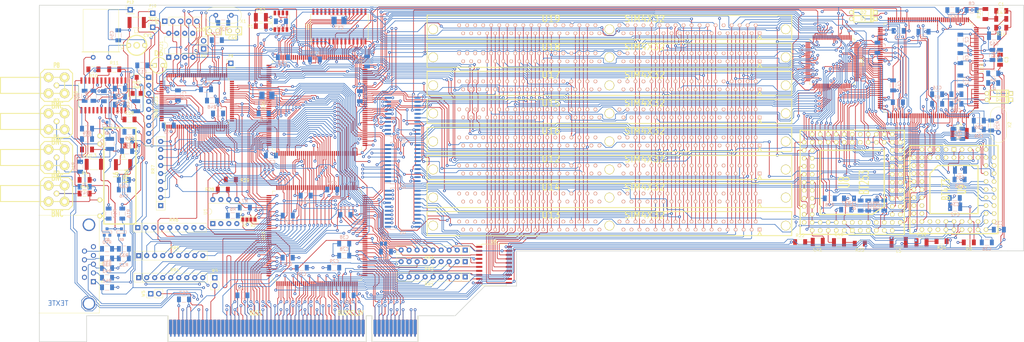
<source format=kicad_pcb>
(kicad_pcb (version 20171130) (host pcbnew "(6.0.0-rc1-dev-1027-g90233e5ec-dirty)")
  (title_block (title "KiCad demo") (date 2015-10-14) (rev 1.A))
  (layers (0 top_copper signal) (1 GND_layer signal) (2 VCC_layer signal) (31 bottom_copper signal) (34 B.Paste user) (35 F.Paste user) (36 B.SilkS user) (37 F.SilkS user) (38 B.Mask user) (39 F.Mask user) (44 Edge.Cuts user))
  (net 0 "")
  (net 1 +12V)
  (net 2 +3.3V)
  (net 3 +5F)
  (net 4 /ESVIDEO-RVB/DPC0)
  (net 5 /ESVIDEO-RVB/DPC1)
  (net 6 /ESVIDEO-RVB/DPC2)
  (net 7 /ESVIDEO-RVB/DPC4)
  (net 8 /ESVIDEO-RVB/DPC5)
  (net 9 /ESVIDEO-RVB/DPC7)
  (net 10 /ESVIDEO-RVB/OE_RVB-)
  (net 11 /ESVIDEO-RVB/PCA0)
  (net 12 /ESVIDEO-RVB/PCA2)
  (net 13 /ESVIDEO-RVB/REF+)
  (net 14 /ESVIDEO-RVB/TVB2)
  (net 15 /ESVIDEO-RVB/TVB3)
  (net 16 /ESVIDEO-RVB/TVG0)
  (net 17 /ESVIDEO-RVB/TVG1)
  (net 18 /ESVIDEO-RVB/TVG2)
  (net 19 /ESVIDEO-RVB/TVG3)
  (net 20 /ESVIDEO-RVB/TVG4)
  (net 21 /ESVIDEO-RVB/TVG5)
  (net 22 /ESVIDEO-RVB/TVR0)
  (net 23 /ESVIDEO-RVB/TVR1)
  (net 24 /ESVIDEO-RVB/TVR2)
  (net 25 /ESVIDEO-RVB/TVR5)
  (net 26 /ESVIDEO-RVB/TVR6)
  (net 27 /ESVIDEO-RVB/TVR7)
  (net 28 /ESVIDEO-RVB/VAA)
  (net 29 /RAMS/MXA0)
  (net 30 /RAMS/MXA1)
  (net 31 /RAMS/MXA10)
  (net 32 /RAMS/MXA2)
  (net 33 /RAMS/MXA3)
  (net 34 /RAMS/MXA4)
  (net 35 /RAMS/MXA5)
  (net 36 /RAMS/MXA6)
  (net 37 /RAMS/MXA7)
  (net 38 /RAMS/MXA8)
  (net 39 /RAMS/MXA9)
  (net 40 /RAMS/TVRAM0)
  (net 41 /RAMS/TVRAM1)
  (net 42 /RAMS/TVRAM10)
  (net 43 /RAMS/TVRAM11)
  (net 44 /RAMS/TVRAM12)
  (net 45 /RAMS/TVRAM13)
  (net 46 /RAMS/TVRAM14)
  (net 47 /RAMS/TVRAM15)
  (net 48 /RAMS/TVRAM16)
  (net 49 /RAMS/TVRAM17)
  (net 50 /RAMS/TVRAM18)
  (net 51 /RAMS/TVRAM19)
  (net 52 /RAMS/TVRAM2)
  (net 53 /RAMS/TVRAM20)
  (net 54 /RAMS/TVRAM21)
  (net 55 /RAMS/TVRAM22)
  (net 56 /RAMS/TVRAM23)
  (net 57 /RAMS/TVRAM24)
  (net 58 /RAMS/TVRAM25)
  (net 59 /RAMS/TVRAM26)
  (net 60 /RAMS/TVRAM27)
  (net 61 /RAMS/TVRAM28)
  (net 62 /RAMS/TVRAM29)
  (net 63 /RAMS/TVRAM3)
  (net 64 /RAMS/TVRAM30)
  (net 65 /RAMS/TVRAM31)
  (net 66 /RAMS/TVRAM4)
  (net 67 /RAMS/TVRAM5)
  (net 68 /RAMS/TVRAM6)
  (net 69 /RAMS/TVRAM7)
  (net 70 /RAMS/TVRAM8)
  (net 71 /RAMS/TVRAM9)
  (net 72 /buspci.sch/ADR6)
  (net 73 /buspci.sch/EA1)
  (net 74 /buspci.sch/EA10)
  (net 75 /buspci.sch/EA11)
  (net 76 /buspci.sch/EA12)
  (net 77 /buspci.sch/EA13)
  (net 78 /buspci.sch/EA14)
  (net 79 /buspci.sch/EA15)
  (net 80 /buspci.sch/EA2)
  (net 81 /buspci.sch/EA3)
  (net 82 /buspci.sch/EA4)
  (net 83 /buspci.sch/EA5)
  (net 84 /buspci.sch/EA6)
  (net 85 /buspci.sch/EA7)
  (net 86 /buspci.sch/EA9)
  (net 87 /buspci.sch/EQ0)
  (net 88 /buspci.sch/EQ1)
  (net 89 /buspci.sch/EQ2)
  (net 90 /buspci.sch/EQ3)
  (net 91 /buspci.sch/EQ4)
  (net 92 /buspci.sch/EQ5)
  (net 93 /buspci.sch/EQ6)
  (net 94 /buspci.sch/EQ7)
  (net 95 /buspci.sch/PTBE-1)
  (net 96 /buspci.sch/P_AD0)
  (net 97 /buspci.sch/P_AD1)
  (net 98 /buspci.sch/P_AD10)
  (net 99 /buspci.sch/P_AD11)
  (net 100 /buspci.sch/P_AD12)
  (net 101 /buspci.sch/P_AD13)
  (net 102 /buspci.sch/P_AD14)
  (net 103 /buspci.sch/P_AD15)
  (net 104 /buspci.sch/P_AD16)
  (net 105 /buspci.sch/P_AD17)
  (net 106 /buspci.sch/P_AD18)
  (net 107 /buspci.sch/P_AD19)
  (net 108 /buspci.sch/P_AD2)
  (net 109 /buspci.sch/P_AD20)
  (net 110 /buspci.sch/P_AD21)
  (net 111 /buspci.sch/P_AD22)
  (net 112 /buspci.sch/P_AD23)
  (net 113 /buspci.sch/P_AD24)
  (net 114 /buspci.sch/P_AD25)
  (net 115 /buspci.sch/P_AD26)
  (net 116 /buspci.sch/P_AD27)
  (net 117 /buspci.sch/P_AD28)
  (net 118 /buspci.sch/P_AD29)
  (net 119 /buspci.sch/P_AD3)
  (net 120 /buspci.sch/P_AD30)
  (net 121 /buspci.sch/P_AD31)
  (net 122 /buspci.sch/P_AD4)
  (net 123 /buspci.sch/P_AD5)
  (net 124 /buspci.sch/P_AD6)
  (net 125 /buspci.sch/P_AD7)
  (net 126 /buspci.sch/P_AD8)
  (net 127 /buspci.sch/P_AD9)
  (net 128 /buspci.sch/P_C/BE0#)
  (net 129 /buspci.sch/P_C/BE1#)
  (net 130 /buspci.sch/P_C/BE2#)
  (net 131 /buspci.sch/P_C/BE3#)
  (net 132 /buspci.sch/P_CLK)
  (net 133 /buspci.sch/P_DEVSEL#)
  (net 134 /buspci.sch/P_FRAME#)
  (net 135 /buspci.sch/P_GNT#)
  (net 136 /buspci.sch/P_IDSEL)
  (net 137 /buspci.sch/P_INTA#)
  (net 138 /buspci.sch/P_IRDY#)
  (net 139 /buspci.sch/P_LOCK#)
  (net 140 /buspci.sch/P_PAR)
  (net 141 /buspci.sch/P_PERR#)
  (net 142 /buspci.sch/P_REQ#)
  (net 143 /buspci.sch/P_RST#)
  (net 144 /buspci.sch/P_SERR#)
  (net 145 /buspci.sch/P_STOP#)
  (net 146 /buspci.sch/P_TRDY#)
  (net 147 /graphic/14MHZOUT)
  (net 148 /graphic/CCLK)
  (net 149 /graphic/CLK10MHz)
  (net 150 /graphic/CSIO-)
  (net 151 /graphic/DIN)
  (net 152 /graphic/DONE)
  (net 153 /graphic/HDOUT)
  (net 154 /graphic/HDREFOUT)
  (net 155 /graphic/IA0)
  (net 156 /graphic/IA1)
  (net 157 /graphic/IA2)
  (net 158 /graphic/IA3)
  (net 159 /graphic/IA4)
  (net 160 /graphic/IA5)
  (net 161 /graphic/IA6)
  (net 162 /graphic/IA7)
  (net 163 /graphic/IA8)
  (net 164 /graphic/IA9)
  (net 165 /graphic/ICAS-)
  (net 166 /graphic/ID0)
  (net 167 /graphic/ID1)
  (net 168 /graphic/ID2)
  (net 169 /graphic/ID3)
  (net 170 /graphic/IOE-)
  (net 171 /graphic/IRAS-)
  (net 172 /graphic/IWR-)
  (net 173 /graphic/LED)
  (net 174 /graphic/PROG*)
  (net 175 /graphic/RESERV1)
  (net 176 /graphic/VOSC)
  (net 177 /graphic/XTAL_I)
  (net 178 /graphic/X_DIN)
  (net 179 /modul/CHROM)
  (net 180 /modul/CVBS)
  (net 181 /modul/CVBSOUT)
  (net 182 /modul/LUM)
  (net 183 /muxdata/DPC10)
  (net 184 /muxdata/DPC11)
  (net 185 /muxdata/DPC12)
  (net 186 /muxdata/DPC13)
  (net 187 /muxdata/DPC14)
  (net 188 /muxdata/DPC15)
  (net 189 /muxdata/DPC16)
  (net 190 /muxdata/DPC17)
  (net 191 /muxdata/DPC18)
  (net 192 /muxdata/DPC19)
  (net 193 /muxdata/DPC20)
  (net 194 /muxdata/DPC21)
  (net 195 /muxdata/DPC22)
  (net 196 /muxdata/DPC23)
  (net 197 /muxdata/DPC24)
  (net 198 /muxdata/DPC25)
  (net 199 /muxdata/DPC26)
  (net 200 /muxdata/DPC27)
  (net 201 /muxdata/DPC28)
  (net 202 /muxdata/DPC29)
  (net 203 /muxdata/DPC30)
  (net 204 /muxdata/DPC31)
  (net 205 /muxdata/DPC8)
  (net 206 /muxdata/DPC9)
  (net 207 /pal-ntsc.sch/C-VIDEO)
  (net 208 /pal-ntsc.sch/VAF)
  (net 209 /pal-ntsc.sch/Y-VIDEO)
  (net 210 /pal-ntsc.sch/Y_SYNC)
  (net 211 GND)
  (net 212 "Net-(BUS1-PadB1)")
  (net 213 "Net-(BUS1-PadB2)")
  (net 214 "Net-(BUS1-PadA4)")
  (net 215 "Net-(BUS1-PadB7)")
  (net 216 "Net-(BUS1-PadB8)")
  (net 217 "Net-(BUS1-PadB9)")
  (net 218 "Net-(BUS1-PadB10)")
  (net 219 "Net-(BUS1-PadB11)")
  (net 220 "Net-(BUS1-PadB14)")
  (net 221 "Net-(BUS1-PadB60)")
  (net 222 "Net-(BUS1-PadA1)")
  (net 223 "Net-(BUS1-PadA3)")
  (net 224 "Net-(BUS1-PadA7)")
  (net 225 "Net-(BUS1-PadA9)")
  (net 226 "Net-(BUS1-PadA11)")
  (net 227 "Net-(BUS1-PadA14)")
  (net 228 "Net-(BUS1-PadA19)")
  (net 229 "Net-(BUS1-PadA40)")
  (net 230 "Net-(BUS1-PadA41)")
  (net 231 "Net-(BUS1-PadA60)")
  (net 232 "Net-(C1-Pad1)")
  (net 233 "Net-(C1-Pad2)")
  (net 234 "Net-(C3-Pad1)")
  (net 235 "Net-(C4-Pad1)")
  (net 236 "Net-(C5-Pad1)")
  (net 237 "Net-(C5-Pad2)")
  (net 238 "Net-(C6-Pad1)")
  (net 239 "Net-(C7-Pad1)")
  (net 240 "Net-(C8-Pad1)")
  (net 241 "Net-(C8-Pad2)")
  (net 242 "Net-(C16-Pad1)")
  (net 243 "Net-(C32-Pad2)")
  (net 244 "Net-(C34-Pad2)")
  (net 245 "Net-(C35-Pad2)")
  (net 246 "Net-(C36-Pad1)")
  (net 247 "Net-(C36-Pad2)")
  (net 248 "Net-(C39-Pad1)")
  (net 249 "Net-(C39-Pad2)")
  (net 250 "Net-(C40-Pad1)")
  (net 251 "Net-(C40-Pad2)")
  (net 252 "Net-(C41-Pad1)")
  (net 253 "Net-(C41-Pad2)")
  (net 254 "Net-(C43-Pad1)")
  (net 255 "Net-(C44-Pad1)")
  (net 256 "Net-(C45-Pad1)")
  (net 257 "Net-(C46-Pad1)")
  (net 258 "Net-(C48-Pad2)")
  (net 259 "Net-(C49-Pad1)")
  (net 260 "Net-(C54-Pad1)")
  (net 261 "Net-(C58-Pad1)")
  (net 262 "Net-(C59-Pad1)")
  (net 263 "Net-(C60-Pad1)")
  (net 264 "Net-(C61-Pad1)")
  (net 265 "Net-(C61-Pad2)")
  (net 266 "Net-(C65-Pad2)")
  (net 267 "Net-(C66-Pad2)")
  (net 268 "Net-(CV1-Pad1)")
  (net 269 "Net-(D6-Pad1)")
  (net 270 "Net-(L1-Pad1)")
  (net 271 "Net-(L6-Pad1)")
  (net 272 "Net-(L6-Pad2)")
  (net 273 "Net-(P4-Pad1)")
  (net 274 "Net-(P9-Pad1)")
  (net 275 "Net-(P10-Pad1)")
  (net 276 "Net-(P11-Pad1)")
  (net 277 "Net-(POT1-Pad1)")
  (net 278 "Net-(Q1-Pad1)")
  (net 279 "Net-(Q1-Pad2)")
  (net 280 "Net-(Q2-Pad1)")
  (net 281 "Net-(Q2-Pad2)")
  (net 282 "Net-(Q3-Pad1)")
  (net 283 "Net-(Q3-Pad2)")
  (net 284 "Net-(R4-Pad1)")
  (net 285 "Net-(R5-Pad1)")
  (net 286 "Net-(R6-Pad1)")
  (net 287 "Net-(R7-Pad1)")
  (net 288 "Net-(R9-Pad2)")
  (net 289 "Net-(R10-Pad2)")
  (net 290 "Net-(R19-Pad2)")
  (net 291 "Net-(R27-Pad1)")
  (net 292 "Net-(R28-Pad2)")
  (net 293 "Net-(R29-Pad2)")
  (net 294 "Net-(R36-Pad2)")
  (net 295 "Net-(R38-Pad1)")
  (net 296 /ESVIDEO-RVB/DPC3)
  (net 297 /ESVIDEO-RVB/DPC6)
  (net 298 /ESVIDEO-RVB/PCA1)
  (net 299 /ESVIDEO-RVB/TVB7)
  (net 300 /ESVIDEO-RVB/TVB6)
  (net 301 /ESVIDEO-RVB/TVB5)
  (net 302 /ESVIDEO-RVB/TVB4)
  (net 303 /ESVIDEO-RVB/TVB1)
  (net 304 /ESVIDEO-RVB/TVB0)
  (net 305 /ESVIDEO-RVB/TVG7)
  (net 306 /ESVIDEO-RVB/TVG6)
  (net 307 /ESVIDEO-RVB/TVR4)
  (net 308 /ESVIDEO-RVB/TVR3)
  (net 309 "Net-(U8-Pad58)")
  (net 310 "Net-(U8-Pad60)")
  (net 311 "Net-(U8-Pad62)")
  (net 312 /ESVIDEO-RVB/TVI0)
  (net 313 /ESVIDEO-RVB/TVI1)
  (net 314 /buspci.sch/BE-3)
  (net 315 /buspci.sch/BE-2)
  (net 316 /buspci.sch/BE-1)
  (net 317 /buspci.sch/ADR5)
  (net 318 /buspci.sch/ADR4)
  (net 319 /buspci.sch/ADR3)
  (net 320 /buspci.sch/ADR2)
  (net 321 /buspci.sch/BE-0)
  (net 322 /buspci.sch/PTBE-0)
  (net 323 /buspci.sch/PTBE-2)
  (net 324 /buspci.sch/PTBE-3)
  (net 325 "Net-(U20-Pad23)")
  (net 326 +5V)
  (net 327 /GREEN_IN)
  (net 328 /RED_IN)
  (net 329 /RED_OUT)
  (net 330 /GREEN_OUT)
  (net 331 /BLUE_OUT)
  (net 332 /C_OUT)
  (net 333 /Y_OUT)
  (net 334 /BLUE_IN)
  (net 335 /CSYNC-OUT)
  (net 336 /IRQ_SRL)
  (net 337 /SELECT-)
  (net 338 //PCWR)
  (net 339 //PCRD)
  (net 340 /PTATN-)
  (net 341 /X_IRQ)
  (net 342 /PTADR-)
  (net 343 /RDFIFO-)
  (net 344 /WRFIFDO-)
  (net 345 /PTRDY-)
  (net 346 /ACCES_RAM-)
  (net 347 /WRITE_RAM)
  (net 348 /CSYNCIN-)
  (net 349 /RDCAD-)
  (net 350 /WRCAD-)
  (net 351 /CLAMP)
  (net 352 /CLKCAD)
  (net 353 /BLANK-)
  (net 354 /CLKCDA)
  (net 355 /RDCDA-)
  (net 356 /WRCDA-)
  (net 357 /OE_PAL-)
  (net 358 /VD_PAL-)
  (net 359 /HD_PAL-)
  (net 360 /BT812_WR-)
  (net 361 /BT812_RD-)
  (net 362 /SYSRST-)
  (net 363 /F_PALIN)
  (net 364 /PTNUM1)
  (net 365 /PTNUM0)
  (net 366 /IRQ-)
  (net 367 /BPCLK)
  (net 368 /WRFULL)
  (net 369 /RDEMPTY)
  (net 370 /PTWR)
  (net 371 /PTBURST)
  (net 372 /RAS5-)
  (net 373 /CAS0-)
  (net 374 /CAS1-)
  (net 375 /CAS2-)
  (net 376 /CAS3-)
  (net 377 /WRAM-)
  (net 378 /RAS7-)
  (net 379 /RAS6-)
  (net 380 /RAS3-)
  (net 381 /RAS4-)
  (net 382 /RAS2-)
  (net 383 /RAS1-)
  (net 384 /RAS0-)
  (net 385 /X_PROG-)
  (net 386 /X_DATA)
  (net 387 /X_CLK)
  (net 388 /ACQ_ON)
  (net 389 /X_DONE)
  (net 390 "Net-(U18-Pad67)")
  (net 391 "Net-(U18-Pad68)")
  (net 392 "Net-(U18-Pad69)")
  (net 393 "Net-(U18-Pad70)")
  (net 394 "Net-(U12-Pad67)")
  (net 395 "Net-(U12-Pad68)")
  (net 396 "Net-(U12-Pad69)")
  (net 397 "Net-(U12-Pad70)")
  (net 398 "Net-(U13-Pad67)")
  (net 399 "Net-(U13-Pad68)")
  (net 400 "Net-(U13-Pad69)")
  (net 401 "Net-(U13-Pad70)")
  (net 402 "Net-(U14-Pad67)")
  (net 403 "Net-(U14-Pad68)")
  (net 404 "Net-(U14-Pad69)")
  (net 405 "Net-(U14-Pad70)")
  (net 406 "Net-(U15-Pad67)")
  (net 407 "Net-(U15-Pad68)")
  (net 408 "Net-(U15-Pad69)")
  (net 409 "Net-(U15-Pad70)")
  (net 410 "Net-(U17-Pad67)")
  (net 411 "Net-(U17-Pad68)")
  (net 412 "Net-(U17-Pad69)")
  (net 413 "Net-(U17-Pad70)")
  (net 414 "Net-(U19-Pad67)")
  (net 415 "Net-(U19-Pad68)")
  (net 416 "Net-(U19-Pad69)")
  (net 417 "Net-(U19-Pad70)")
  (net 418 "Net-(U16-Pad67)")
  (net 419 "Net-(U16-Pad68)")
  (net 420 "Net-(U16-Pad69)")
  (net 421 "Net-(U16-Pad70)")
  (net 422 "Net-(U8-Pad4)")
  (net 423 "Net-(U8-Pad5)")
  (net 424 "Net-(U8-Pad74)")
  (net 425 "Net-(U8-Pad77)")
  (net 426 "Net-(U8-Pad81)")
  (net 427 "Net-(U9-Pad5)")
  (net 428 "Net-(U9-Pad6)")
  (net 429 "Net-(U9-Pad27)")
  (net 430 "Net-(U9-Pad30)")
  (net 431 "Net-(U7-Pad8)")
  (net 432 "Net-(U20-Pad5)")
  (net 433 "Net-(U20-Pad4)")
  (net 434 "Net-(U20-Pad3)")
  (net 435 "Net-(U20-Pad1)")
  (net 436 "Net-(U22-Pad76)")
  (net 437 "Net-(U22-Pad73)")
  (net 438 "Net-(U22-Pad66)")
  (net 439 "Net-(U22-Pad65)")
  (net 440 "Net-(U22-Pad30)")
  (net 441 "Net-(U22-Pad27)")
  (net 442 "Net-(U22-Pad16)")
  (net 443 "Net-(U22-Pad15)")
  (net 444 "Net-(U22-Pad14)")
  (net 445 "Net-(U22-Pad10)")
  (net 446 "Net-(U22-Pad6)")
  (net 447 "Net-(U22-Pad5)")
  (net 448 "Net-(U22-Pad4)")
  (net 449 "Net-(U22-Pad3)")
  (net 450 "Net-(U24-Pad121)")
  (net 451 "Net-(U24-Pad84)")
  (net 452 "Net-(U10-Pad154)")
  (net 453 "Net-(U10-Pad152)")
  (net 454 "Net-(U10-Pad150)")
  (net 455 "Net-(U10-Pad131)")
  (net 456 "Net-(U10-Pad129)")
  (net 457 "Net-(U10-Pad127)")
  (net 458 "Net-(U10-Pad107)")
  (net 459 "Net-(U10-Pad106)")
  (net 460 "Net-(U10-Pad105)")
  (net 461 "Net-(U10-Pad101)")
  (net 462 "Net-(U10-Pad38)")
  (net 463 "Net-(U10-Pad37)")
  (net 464 "Net-(U10-Pad35)")
  (net 465 "Net-(U10-Pad33)")
  (net 466 "Net-(U10-Pad32)")
  (net 467 "Net-(U10-Pad29)")
  (net 468 "Net-(U10-Pad28)")
  (net 469 "Net-(U10-Pad27)")
  (net 470 "Net-(U10-Pad26)")
  (net 471 "Net-(U10-Pad25)")
  (net 472 "Net-(U23-Pad100)")
  (net 473 "Net-(U23-Pad99)")
  (net 474 "Net-(U23-Pad98)")
  (net 475 "Net-(U23-Pad79)")
  (net 476 "Net-(U23-Pad76)")
  (net 477 "Net-(U23-Pad68)")
  (net 478 "Net-(U23-Pad62)")
  (net 479 "Net-(U23-Pad60)")
  (net 480 "Net-(U23-Pad58)")
  (net 481 "Net-(U23-Pad50)")
  (net 482 "Net-(U23-Pad49)")
  (net 483 "Net-(U23-Pad33)")
  (net 484 "Net-(U23-Pad31)")
  (net 485 "Net-(U23-Pad2)")
  (net 486 "Net-(U21-Pad6)")
  (module Connector_Dsub:DSUB-9_Female_Horizontal_P2.77x2.84mm_EdgePinOffset14.56mm_Housed_MountingHolesOffset15.98mm (layer top_copper) (at 70.739 144.145 270)
    (fp_text reference J4 (at -5.54 -2.8 270) (layer F.SilkS))
    (fp_text value DB9FEM)
    (pad 0 thru_hole circle (at 6.96 1.42 270) (size 4 4) (drill 3.2) (layers *.Cu *.Mask))
    (pad 0 thru_hole circle (at -18.04 1.42 270) (size 4 4) (drill 3.2) (layers *.Cu *.Mask))
    (pad 9 thru_hole circle (at -9.695 2.84 270) (size 1.6 1.6) (drill 1) (layers *.Cu *.Mask) (net 333 /Y_OUT))
    (pad 8 thru_hole circle (at -6.925 2.84 270) (size 1.6 1.6) (drill 1) (layers *.Cu *.Mask) (net 332 /C_OUT))
    (pad 7 thru_hole circle (at -4.155 2.84 270) (size 1.6 1.6) (drill 1) (layers *.Cu *.Mask) (net 211 GND))
    (pad 6 thru_hole circle (at -1.385 2.84 270) (size 1.6 1.6) (drill 1) (layers *.Cu *.Mask) (net 211 GND))
    (pad 5 thru_hole circle (at -11.08 0 270) (size 1.6 1.6) (drill 1) (layers *.Cu *.Mask) (net 211 GND))
    (pad 4 thru_hole circle (at -8.31 0 270) (size 1.6 1.6) (drill 1) (layers *.Cu *.Mask) (net 211 GND))
    (pad 3 thru_hole circle (at -5.54 0 270) (size 1.6 1.6) (drill 1) (layers *.Cu *.Mask) (net 331 /BLUE_OUT))
    (pad 2 thru_hole circle (at -2.77 0 270) (size 1.6 1.6) (drill 1) (layers *.Cu *.Mask) (net 330 /GREEN_OUT))
    (pad 1 thru_hole rect (at 0 0 270) (size 1.6 1.6) (drill 1) (layers *.Cu *.Mask) (net 329 /RED_OUT))
  )
  (module Resistor_SMD:R_1206_3216Metric_Pad1.24x1.80mm_HandSolder (layer bottom_copper) (at 150.241 132.08 180)
    (fp_text reference C38 (at 0 2.05 180) (layer B.SilkS) (effects (justify mirror)))
    (fp_text value 4,7uF)
    (pad 2 smd rect (at 1.5925 0 180) (size 1.245 1.8) (layers bottom_copper B.Paste B.Mask) (net 211 GND))
    (pad 1 smd rect (at -1.5925 0 180) (size 1.245 1.8) (layers bottom_copper B.Paste B.Mask) (net 326 +5V))
  )
  (module Capacitor_Tantalum_SMD:CP_EIA-3528-21_Kemet-B_Pad1.63x2.40mm_HandSolder (layer bottom_copper) (at 148.59 61.341)
    (fp_text reference C57 (at 0 2.35) (layer B.SilkS) (effects (justify mirror)))
    (fp_text value 4.7uF)
    (pad 2 smd rect (at 1.5675 0) (size 1.635 2.4) (layers bottom_copper B.Paste B.Mask) (net 211 GND))
    (pad 1 smd rect (at -1.5675 0) (size 1.635 2.4) (layers bottom_copper B.Paste B.Mask) (net 326 +5V))
  )
  (module Capacitor_Tantalum_SMD:CP_EIA-3528-21_Kemet-B_Pad1.63x2.40mm_HandSolder (layer bottom_copper) (at 125.73 85.09)
    (fp_text reference C56 (at 0 2.35) (layer B.SilkS) (effects (justify mirror)))
    (fp_text value 4.7uF)
    (pad 2 smd rect (at 1.5675 0) (size 1.635 2.4) (layers bottom_copper B.Paste B.Mask) (net 211 GND))
    (pad 1 smd rect (at -1.5675 0) (size 1.635 2.4) (layers bottom_copper B.Paste B.Mask) (net 326 +5V))
  )
  (module Connector_PinHeader_2.54mm:PinHeader_1x02_P2.54mm_Vertical (layer top_copper) (at 88.9 147.955 90)
    (fp_text reference W5 (at 0 -2.33 90) (layer F.SilkS))
    (fp_text value TEST)
    (pad 2 thru_hole oval (at 0 2.54 90) (size 1.7 1.7) (drill 1) (layers *.Cu *.Mask) (net 217 "Net-(BUS1-PadB9)"))
    (pad 1 thru_hole rect (at 0 0 90) (size 1.7 1.7) (drill 1) (layers *.Cu *.Mask) (net 211 GND))
  )
  (module Connector_PinHeader_2.54mm:PinHeader_1x02_P2.54mm_Vertical (layer top_copper) (at 109.22 142.875)
    (fp_text reference W4 (at 0 -2.33) (layer F.SilkS))
    (fp_text value TEST)
    (pad 2 thru_hole oval (at 0 2.54) (size 1.7 1.7) (drill 1) (layers *.Cu *.Mask) (net 219 "Net-(BUS1-PadB11)"))
    (pad 1 thru_hole rect (at 0 0) (size 1.7 1.7) (drill 1) (layers *.Cu *.Mask) (net 211 GND))
  )
  (module Connector_PinHeader_2.54mm:PinHeader_1x01_P2.54mm_Vertical (layer top_copper) (at 82.423 57.912)
    (fp_text reference P12 (at 0 -2.33) (layer F.SilkS) (effects (font (size 0.8 0.8))))
    (fp_text value CONN_1)
    (pad 1 thru_hole rect (at 0 0) (size 1.7 1.7) (drill 1) (layers *.Cu *.Mask) (net 211 GND))
  )
  (module Connector_PinHeader_2.54mm:PinHeader_1x01_P2.54mm_Vertical (layer top_copper) (at 89.535 63.5)
    (fp_text reference P11 (at 0 -2.33) (layer F.SilkS) (effects (font (size 0.8 0.8))))
    (fp_text value CONN_1)
    (pad 1 thru_hole rect (at 0 0) (size 1.7 1.7) (drill 1) (layers *.Cu *.Mask) (net 276 "Net-(P11-Pad1)"))
  )
  (module Connector_PinHeader_2.54mm:PinHeader_1x01_P2.54mm_Vertical (layer top_copper) (at 89.535 59.055)
    (fp_text reference P10 (at 0 -2.33) (layer F.SilkS) (effects (font (size 0.8 0.8))))
    (fp_text value CONN_1)
    (pad 1 thru_hole rect (at 0 0) (size 1.7 1.7) (drill 1) (layers *.Cu *.Mask) (net 275 "Net-(P10-Pad1)"))
  )
  (module Connector_PinHeader_2.54mm:PinHeader_1x01_P2.54mm_Vertical (layer top_copper) (at 114.3 74.93)
    (fp_text reference P9 (at 0 -2.33) (layer F.SilkS) (effects (font (size 0.8 0.8))))
    (fp_text value CONN_1)
    (pad 1 thru_hole rect (at 0 0) (size 1.7 1.7) (drill 1) (layers *.Cu *.Mask) (net 274 "Net-(P9-Pad1)"))
  )
  (module Connector_PinHeader_2.54mm:PinHeader_1x02_P2.54mm_Vertical (layer top_copper) (at 105.664 70.358 180)
    (fp_text reference P4 (at 0 -2.33 180) (layer F.SilkS))
    (fp_text value CONN_2)
    (pad 2 thru_hole oval (at 0 2.54 180) (size 1.7 1.7) (drill 1) (layers *.Cu *.Mask) (net 211 GND))
    (pad 1 thru_hole rect (at 0 0 180) (size 1.7 1.7) (drill 1) (layers *.Cu *.Mask) (net 273 "Net-(P4-Pad1)"))
  )
  (module Resistor_SMD:R_1210_3225Metric_Pad1.24x2.70mm_HandSolder (layer top_copper) (at 333.248 131.699)
    (fp_text reference C39 (at 0 -2.5) (layer F.SilkS))
    (fp_text value 1uF)
    (pad 2 smd rect (at 1.5925 0) (size 1.245 2.7) (layers top_copper F.Paste F.Mask) (net 249 "Net-(C39-Pad2)"))
    (pad 1 smd rect (at -1.5925 0) (size 1.245 2.7) (layers top_copper F.Paste F.Mask) (net 248 "Net-(C39-Pad1)"))
  )
  (module Resistor_SMD:R_1210_3225Metric_Pad1.24x2.70mm_HandSolder (layer top_copper) (at 307.086 131.699)
    (fp_text reference C40 (at 0 -2.5) (layer F.SilkS))
    (fp_text value 1uF)
    (pad 2 smd rect (at 1.5925 0) (size 1.245 2.7) (layers top_copper F.Paste F.Mask) (net 251 "Net-(C40-Pad2)"))
    (pad 1 smd rect (at -1.5925 0) (size 1.245 2.7) (layers top_copper F.Paste F.Mask) (net 250 "Net-(C40-Pad1)"))
  )
  (module Resistor_SMD:R_1210_3225Metric_Pad1.24x2.70mm_HandSolder (layer top_copper) (at 300.355 131.572 180)
    (fp_text reference C41 (at 0 -2.5 180) (layer F.SilkS))
    (fp_text value 1uF)
    (pad 2 smd rect (at 1.5925 0 180) (size 1.245 2.7) (layers top_copper F.Paste F.Mask) (net 253 "Net-(C41-Pad2)"))
    (pad 1 smd rect (at -1.5925 0 180) (size 1.245 2.7) (layers top_copper F.Paste F.Mask) (net 252 "Net-(C41-Pad1)"))
  )
  (module Resistor_SMD:R_1210_3225Metric_Pad1.24x2.70mm_HandSolder (layer bottom_copper) (at 343.916 120.396)
    (fp_text reference C42 (at 0 2.5) (layer B.SilkS) (effects (justify mirror)))
    (fp_text value 2.2uF)
    (pad 2 smd rect (at 1.5925 0) (size 1.245 2.7) (layers bottom_copper B.Paste B.Mask) (net 244 "Net-(C34-Pad2)"))
    (pad 1 smd rect (at -1.5925 0) (size 1.245 2.7) (layers bottom_copper B.Paste B.Mask) (net 28 /ESVIDEO-RVB/VAA))
  )
  (module Resistor_SMD:R_1210_3225Metric_Pad1.24x2.70mm_HandSolder (layer bottom_copper) (at 345.44 108.585)
    (fp_text reference C51 (at 0 2.5) (layer B.SilkS) (effects (justify mirror)))
    (fp_text value 22uF)
    (pad 2 smd rect (at 1.5925 0) (size 1.245 2.7) (layers bottom_copper B.Paste B.Mask) (net 211 GND))
    (pad 1 smd rect (at -1.5925 0) (size 1.245 2.7) (layers bottom_copper B.Paste B.Mask) (net 28 /ESVIDEO-RVB/VAA))
  )
  (module Resistor_SMD:R_1210_3225Metric_Pad1.24x2.70mm_HandSolder (layer bottom_copper) (at 75.946 100.457 270)
    (fp_text reference C55 (at 0 2.5 270) (layer B.SilkS) (effects (justify mirror)))
    (fp_text value 4.7uF)
    (pad 2 smd rect (at 1.5925 0 270) (size 1.245 2.7) (layers bottom_copper B.Paste B.Mask) (net 211 GND))
    (pad 1 smd rect (at -1.5925 0 270) (size 1.245 2.7) (layers bottom_copper B.Paste B.Mask) (net 3 +5F))
  )
  (module Resistor_SMD:R_1210_3225Metric_Pad1.24x2.70mm_HandSolder (layer bottom_copper) (at 356.235 66.167)
    (fp_text reference C62 (at 0 2.5) (layer B.SilkS) (effects (justify mirror)))
    (fp_text value 47uF)
    (pad 2 smd rect (at 1.5925 0) (size 1.245 2.7) (layers bottom_copper B.Paste B.Mask) (net 211 GND))
    (pad 1 smd rect (at -1.5925 0) (size 1.245 2.7) (layers bottom_copper B.Paste B.Mask) (net 208 /pal-ntsc.sch/VAF))
  )
  (module Resistor_SMD:R_1210_3225Metric_Pad1.24x2.70mm_HandSolder (layer top_copper) (at 123.825 60.325)
    (fp_text reference C63 (at 0 -2.5) (layer F.SilkS))
    (fp_text value 47uF)
    (pad 2 smd rect (at 1.5925 0) (size 1.245 2.7) (layers top_copper F.Paste F.Mask) (net 211 GND))
    (pad 1 smd rect (at -1.5925 0) (size 1.245 2.7) (layers top_copper F.Paste F.Mask) (net 176 /graphic/VOSC))
  )
  (module Resistor_SMD:R_1210_3225Metric_Pad1.24x2.70mm_HandSolder (layer bottom_copper) (at 84.201 88.519 270)
    (fp_text reference C64 (at 0 2.5 270) (layer B.SilkS) (effects (justify mirror)))
    (fp_text value 6,8uF)
    (pad 2 smd rect (at 1.5925 0 270) (size 1.245 2.7) (layers bottom_copper B.Paste B.Mask) (net 211 GND))
    (pad 1 smd rect (at -1.5925 0 270) (size 1.245 2.7) (layers bottom_copper B.Paste B.Mask) (net 258 "Net-(C48-Pad2)"))
  )
  (module Resistor_SMD:R_1812_4532Metric_Pad1.24x3.50mm_HandSolder (layer top_copper) (at 80.137 107.061)
    (fp_text reference L1 (at 0 -2.85) (layer F.SilkS))
    (fp_text value 2,2uH)
    (pad 2 smd rect (at 2.2625 0) (size 1.245 3.5) (layers top_copper F.Paste F.Mask) (net 257 "Net-(C46-Pad1)"))
    (pad 1 smd rect (at -2.2625 0) (size 1.245 3.5) (layers top_copper F.Paste F.Mask) (net 270 "Net-(L1-Pad1)"))
  )
  (module Resistor_SMD:R_1812_4532Metric_Pad1.24x3.50mm_HandSolder (layer top_copper) (at 84.455 61.976 180)
    (fp_text reference L2 (at 0 -2.85 180) (layer F.SilkS))
    (fp_text value 22uH)
    (pad 2 smd rect (at 2.2625 0 180) (size 1.245 3.5) (layers top_copper F.Paste F.Mask) (net 260 "Net-(C54-Pad1)"))
    (pad 1 smd rect (at -2.2625 0 180) (size 1.245 3.5) (layers top_copper F.Paste F.Mask) (net 326 +5V))
  )
  (module Resistor_SMD:R_1812_4532Metric_Pad1.24x3.50mm_HandSolder (layer top_copper) (at 70.866 106.934)
    (fp_text reference L3 (at 0 -2.85) (layer F.SilkS))
    (fp_text value 22uH)
    (pad 2 smd rect (at 2.2625 0) (size 1.245 3.5) (layers top_copper F.Paste F.Mask) (net 3 +5F))
    (pad 1 smd rect (at -2.2625 0) (size 1.245 3.5) (layers top_copper F.Paste F.Mask) (net 326 +5V))
  )
  (module Resistor_SMD:R_1812_4532Metric_Pad1.24x3.50mm_HandSolder (layer top_copper) (at 345.313 97.155)
    (fp_text reference L4 (at 0 -2.85) (layer F.SilkS))
    (fp_text value 22uF)
    (pad 2 smd rect (at 2.2625 0) (size 1.245 3.5) (layers top_copper F.Paste F.Mask) (net 208 /pal-ntsc.sch/VAF))
    (pad 1 smd rect (at -2.2625 0) (size 1.245 3.5) (layers top_copper F.Paste F.Mask) (net 326 +5V))
  )
  (module Resistor_SMD:R_1812_4532Metric_Pad1.24x3.50mm_HandSolder (layer top_copper) (at 326.009 131.572 180)
    (fp_text reference L5 (at 0 -2.85 180) (layer F.SilkS))
    (fp_text value 22uH)
    (pad 2 smd rect (at 2.2625 0 180) (size 1.245 3.5) (layers top_copper F.Paste F.Mask) (net 28 /ESVIDEO-RVB/VAA))
    (pad 1 smd rect (at -2.2625 0 180) (size 1.245 3.5) (layers top_copper F.Paste F.Mask) (net 326 +5V))
  )
  (module Resistor_SMD:R_1206_3216Metric_Pad1.24x1.80mm_HandSolder (layer top_copper) (at 68.707 102.235 180)
    (fp_text reference C61 (at 0 -2.05 180) (layer F.SilkS))
    (fp_text value 47nF)
    (pad 2 smd rect (at 1.5925 0 180) (size 1.245 1.8) (layers top_copper F.Paste F.Mask) (net 265 "Net-(C61-Pad2)"))
    (pad 1 smd rect (at -1.5925 0 180) (size 1.245 1.8) (layers top_copper F.Paste F.Mask) (net 264 "Net-(C61-Pad1)"))
  )
  (module Package_QFP:PQFP-160_28x28mm_P0.65mm (layer top_copper) (at 141.605 88.265 90)
    (fp_text reference U24 (at 0 -17 90) (layer F.SilkS))
    (fp_text value XC4005-PQ160)
    (pad 160 smd rect (at -12.675 -15.22 90) (size 0.38 1.53) (layers top_copper F.Paste F.Mask) (net 326 +5V))
    (pad 159 smd rect (at -12.025 -15.22 90) (size 0.38 1.53) (layers top_copper F.Paste F.Mask) (net 150 /graphic/CSIO-))
    (pad 158 smd rect (at -11.375 -15.22 90) (size 0.38 1.53) (layers top_copper F.Paste F.Mask) (net 322 /buspci.sch/PTBE-0))
    (pad 157 smd rect (at -10.725 -15.22 90) (size 0.38 1.53) (layers top_copper F.Paste F.Mask) (net 95 /buspci.sch/PTBE-1))
    (pad 156 smd rect (at -10.075 -15.22 90) (size 0.38 1.53) (layers top_copper F.Paste F.Mask) (net 323 /buspci.sch/PTBE-2))
    (pad 155 smd rect (at -9.425 -15.22 90) (size 0.38 1.53) (layers top_copper F.Paste F.Mask) (net 324 /buspci.sch/PTBE-3))
    (pad 154 smd rect (at -8.775 -15.22 90) (size 0.38 1.53) (layers top_copper F.Paste F.Mask) (net 364 /PTNUM1))
    (pad 153 smd rect (at -8.125 -15.22 90) (size 0.38 1.53) (layers top_copper F.Paste F.Mask))
    (pad 152 smd rect (at -7.475 -15.22 90) (size 0.38 1.53) (layers top_copper F.Paste F.Mask))
    (pad 151 smd rect (at -6.825 -15.22 90) (size 0.38 1.53) (layers top_copper F.Paste F.Mask) (net 211 GND))
    (pad 150 smd rect (at -6.175 -15.22 90) (size 0.38 1.53) (layers top_copper F.Paste F.Mask) (net 365 /PTNUM0))
    (pad 149 smd rect (at -5.525 -15.22 90) (size 0.38 1.53) (layers top_copper F.Paste F.Mask) (net 366 /IRQ-))
    (pad 148 smd rect (at -4.875 -15.22 90) (size 0.38 1.53) (layers top_copper F.Paste F.Mask) (net 362 /SYSRST-))
    (pad 147 smd rect (at -4.225 -15.22 90) (size 0.38 1.53) (layers top_copper F.Paste F.Mask) (net 314 /buspci.sch/BE-3))
    (pad 146 smd rect (at -3.575 -15.22 90) (size 0.38 1.53) (layers top_copper F.Paste F.Mask) (net 315 /buspci.sch/BE-2))
    (pad 145 smd rect (at -2.925 -15.22 90) (size 0.38 1.53) (layers top_copper F.Paste F.Mask) (net 316 /buspci.sch/BE-1))
    (pad 144 smd rect (at -2.275 -15.22 90) (size 0.38 1.53) (layers top_copper F.Paste F.Mask) (net 321 /buspci.sch/BE-0))
    (pad 143 smd rect (at -1.625 -15.22 90) (size 0.38 1.53) (layers top_copper F.Paste F.Mask) (net 72 /buspci.sch/ADR6))
    (pad 142 smd rect (at -0.975 -15.22 90) (size 0.38 1.53) (layers top_copper F.Paste F.Mask) (net 326 +5V))
    (pad 141 smd rect (at -0.325 -15.22 90) (size 0.38 1.53) (layers top_copper F.Paste F.Mask) (net 211 GND))
    (pad 140 smd rect (at 0.325 -15.22 90) (size 0.38 1.53) (layers top_copper F.Paste F.Mask) (net 317 /buspci.sch/ADR5))
    (pad 139 smd rect (at 0.975 -15.22 90) (size 0.38 1.53) (layers top_copper F.Paste F.Mask) (net 318 /buspci.sch/ADR4))
    (pad 138 smd rect (at 1.625 -15.22 90) (size 0.38 1.53) (layers top_copper F.Paste F.Mask) (net 319 /buspci.sch/ADR3))
    (pad 137 smd rect (at 2.275 -15.22 90) (size 0.38 1.53) (layers top_copper F.Paste F.Mask) (net 320 /buspci.sch/ADR2))
    (pad 136 smd rect (at 2.925 -15.22 90) (size 0.38 1.53) (layers top_copper F.Paste F.Mask))
    (pad 135 smd rect (at 3.575 -15.22 90) (size 0.38 1.53) (layers top_copper F.Paste F.Mask) (net 337 /SELECT-))
    (pad 134 smd rect (at 4.225 -15.22 90) (size 0.38 1.53) (layers top_copper F.Paste F.Mask) (net 336 /IRQ_SRL))
    (pad 133 smd rect (at 4.875 -15.22 90) (size 0.38 1.53) (layers top_copper F.Paste F.Mask) (net 339 //PCRD))
    (pad 132 smd rect (at 5.525 -15.22 90) (size 0.38 1.53) (layers top_copper F.Paste F.Mask) (net 338 //PCWR))
    (pad 131 smd rect (at 6.175 -15.22 90) (size 0.38 1.53) (layers top_copper F.Paste F.Mask) (net 211 GND))
    (pad 130 smd rect (at 6.825 -15.22 90) (size 0.38 1.53) (layers top_copper F.Paste F.Mask))
    (pad 129 smd rect (at 7.475 -15.22 90) (size 0.38 1.53) (layers top_copper F.Paste F.Mask))
    (pad 128 smd rect (at 8.125 -15.22 90) (size 0.38 1.53) (layers top_copper F.Paste F.Mask) (net 29 /RAMS/MXA0))
    (pad 127 smd rect (at 8.775 -15.22 90) (size 0.38 1.53) (layers top_copper F.Paste F.Mask) (net 30 /RAMS/MXA1))
    (pad 126 smd rect (at 9.425 -15.22 90) (size 0.38 1.53) (layers top_copper F.Paste F.Mask) (net 32 /RAMS/MXA2))
    (pad 125 smd rect (at 10.075 -15.22 90) (size 0.38 1.53) (layers top_copper F.Paste F.Mask) (net 33 /RAMS/MXA3))
    (pad 124 smd rect (at 10.725 -15.22 90) (size 0.38 1.53) (layers top_copper F.Paste F.Mask) (net 34 /RAMS/MXA4))
    (pad 123 smd rect (at 11.375 -15.22 90) (size 0.38 1.53) (layers top_copper F.Paste F.Mask) (net 35 /RAMS/MXA5))
    (pad 122 smd rect (at 12.025 -15.22 90) (size 0.38 1.53) (layers top_copper F.Paste F.Mask) (net 211 GND))
    (pad 121 smd rect (at 12.675 -15.22 90) (size 0.38 1.53) (layers top_copper F.Paste F.Mask) (net 450 "Net-(U24-Pad121)"))
    (pad 41 smd rect (at -12.675 15.22 90) (size 0.38 1.53) (layers top_copper F.Paste F.Mask) (net 326 +5V))
    (pad 80 smd rect (at 12.675 15.22 90) (size 0.38 1.53) (layers top_copper F.Paste F.Mask) (net 389 /X_DONE))
    (pad 79 smd rect (at 12.025 15.22 90) (size 0.38 1.53) (layers top_copper F.Paste F.Mask) (net 211 GND))
    (pad 78 smd rect (at 11.375 15.22 90) (size 0.38 1.53) (layers top_copper F.Paste F.Mask) (net 162 /graphic/IA7))
    (pad 77 smd rect (at 10.725 15.22 90) (size 0.38 1.53) (layers top_copper F.Paste F.Mask) (net 352 /CLKCAD))
    (pad 76 smd rect (at 10.075 15.22 90) (size 0.38 1.53) (layers top_copper F.Paste F.Mask) (net 354 /CLKCDA))
    (pad 75 smd rect (at 9.425 15.22 90) (size 0.38 1.53) (layers top_copper F.Paste F.Mask) (net 351 /CLAMP))
    (pad 74 smd rect (at 8.775 15.22 90) (size 0.38 1.53) (layers top_copper F.Paste F.Mask) (net 384 /RAS0-))
    (pad 73 smd rect (at 8.125 15.22 90) (size 0.38 1.53) (layers top_copper F.Paste F.Mask) (net 383 /RAS1-))
    (pad 72 smd rect (at 7.475 15.22 90) (size 0.38 1.53) (layers top_copper F.Paste F.Mask))
    (pad 71 smd rect (at 6.825 15.22 90) (size 0.38 1.53) (layers top_copper F.Paste F.Mask))
    (pad 70 smd rect (at 6.175 15.22 90) (size 0.38 1.53) (layers top_copper F.Paste F.Mask) (net 211 GND))
    (pad 69 smd rect (at 5.525 15.22 90) (size 0.38 1.53) (layers top_copper F.Paste F.Mask) (net 382 /RAS2-))
    (pad 68 smd rect (at 4.875 15.22 90) (size 0.38 1.53) (layers top_copper F.Paste F.Mask) (net 380 /RAS3-))
    (pad 67 smd rect (at 4.225 15.22 90) (size 0.38 1.53) (layers top_copper F.Paste F.Mask) (net 381 /RAS4-))
    (pad 66 smd rect (at 3.575 15.22 90) (size 0.38 1.53) (layers top_copper F.Paste F.Mask) (net 372 /RAS5-))
    (pad 65 smd rect (at 2.925 15.22 90) (size 0.38 1.53) (layers top_copper F.Paste F.Mask) (net 379 /RAS6-))
    (pad 64 smd rect (at 2.275 15.22 90) (size 0.38 1.53) (layers top_copper F.Paste F.Mask) (net 378 /RAS7-))
    (pad 63 smd rect (at 1.625 15.22 90) (size 0.38 1.53) (layers top_copper F.Paste F.Mask) (net 377 /WRAM-))
    (pad 62 smd rect (at 0.975 15.22 90) (size 0.38 1.53) (layers top_copper F.Paste F.Mask) (net 376 /CAS3-))
    (pad 61 smd rect (at 0.325 15.22 90) (size 0.38 1.53) (layers top_copper F.Paste F.Mask) (net 211 GND))
    (pad 60 smd rect (at -0.325 15.22 90) (size 0.38 1.53) (layers top_copper F.Paste F.Mask) (net 326 +5V))
    (pad 59 smd rect (at -0.975 15.22 90) (size 0.38 1.53) (layers top_copper F.Paste F.Mask) (net 375 /CAS2-))
    (pad 58 smd rect (at -1.625 15.22 90) (size 0.38 1.53) (layers top_copper F.Paste F.Mask) (net 374 /CAS1-))
    (pad 57 smd rect (at -2.275 15.22 90) (size 0.38 1.53) (layers top_copper F.Paste F.Mask) (net 373 /CAS0-))
    (pad 56 smd rect (at -2.925 15.22 90) (size 0.38 1.53) (layers top_copper F.Paste F.Mask) (net 346 /ACCES_RAM-))
    (pad 55 smd rect (at -3.575 15.22 90) (size 0.38 1.53) (layers top_copper F.Paste F.Mask) (net 347 /WRITE_RAM))
    (pad 54 smd rect (at -4.225 15.22 90) (size 0.38 1.53) (layers top_copper F.Paste F.Mask) (net 348 /CSYNCIN-))
    (pad 53 smd rect (at -4.875 15.22 90) (size 0.38 1.53) (layers top_copper F.Paste F.Mask) (net 353 /BLANK-))
    (pad 52 smd rect (at -5.525 15.22 90) (size 0.38 1.53) (layers top_copper F.Paste F.Mask) (net 359 /HD_PAL-))
    (pad 51 smd rect (at -6.175 15.22 90) (size 0.38 1.53) (layers top_copper F.Paste F.Mask) (net 211 GND))
    (pad 50 smd rect (at -6.825 15.22 90) (size 0.38 1.53) (layers top_copper F.Paste F.Mask))
    (pad 49 smd rect (at -7.475 15.22 90) (size 0.38 1.53) (layers top_copper F.Paste F.Mask))
    (pad 48 smd rect (at -8.125 15.22 90) (size 0.38 1.53) (layers top_copper F.Paste F.Mask) (net 388 /ACQ_ON))
    (pad 47 smd rect (at -8.775 15.22 90) (size 0.38 1.53) (layers top_copper F.Paste F.Mask) (net 188 /muxdata/DPC15))
    (pad 46 smd rect (at -9.425 15.22 90) (size 0.38 1.53) (layers top_copper F.Paste F.Mask) (net 187 /muxdata/DPC14))
    (pad 45 smd rect (at -10.075 15.22 90) (size 0.38 1.53) (layers top_copper F.Paste F.Mask) (net 186 /muxdata/DPC13))
    (pad 44 smd rect (at -10.725 15.22 90) (size 0.38 1.53) (layers top_copper F.Paste F.Mask) (net 175 /graphic/RESERV1))
    (pad 43 smd rect (at -11.375 15.22 90) (size 0.38 1.53) (layers top_copper F.Paste F.Mask) (net 363 /F_PALIN))
    (pad 42 smd rect (at -12.025 15.22 90) (size 0.38 1.53) (layers top_copper F.Paste F.Mask) (net 326 +5V))
    (pad 120 smd rect (at 15.22 -12.675 90) (size 1.53 0.38) (layers top_copper F.Paste F.Mask) (net 326 +5V))
    (pad 119 smd rect (at 15.22 -12.025 90) (size 1.53 0.38) (layers top_copper F.Paste F.Mask) (net 387 /X_CLK))
    (pad 118 smd rect (at 15.22 -11.375 90) (size 1.53 0.38) (layers top_copper F.Paste F.Mask) (net 386 /X_DATA))
    (pad 117 smd rect (at 15.22 -10.725 90) (size 1.53 0.38) (layers top_copper F.Paste F.Mask) (net 178 /graphic/X_DIN))
    (pad 116 smd rect (at 15.22 -10.075 90) (size 1.53 0.38) (layers top_copper F.Paste F.Mask) (net 36 /RAMS/MXA6))
    (pad 115 smd rect (at 15.22 -9.425 90) (size 1.53 0.38) (layers top_copper F.Paste F.Mask) (net 37 /RAMS/MXA7))
    (pad 114 smd rect (at 15.22 -8.775 90) (size 1.53 0.38) (layers top_copper F.Paste F.Mask) (net 38 /RAMS/MXA8))
    (pad 113 smd rect (at 15.22 -8.125 90) (size 1.53 0.38) (layers top_copper F.Paste F.Mask) (net 39 /RAMS/MXA9))
    (pad 112 smd rect (at 15.22 -7.475 90) (size 1.53 0.38) (layers top_copper F.Paste F.Mask))
    (pad 111 smd rect (at 15.22 -6.825 90) (size 1.53 0.38) (layers top_copper F.Paste F.Mask))
    (pad 110 smd rect (at 15.22 -6.175 90) (size 1.53 0.38) (layers top_copper F.Paste F.Mask) (net 211 GND))
    (pad 109 smd rect (at 15.22 -5.525 90) (size 1.53 0.38) (layers top_copper F.Paste F.Mask) (net 31 /RAMS/MXA10))
    (pad 108 smd rect (at 15.22 -4.875 90) (size 1.53 0.38) (layers top_copper F.Paste F.Mask) (net 312 /ESVIDEO-RVB/TVI0))
    (pad 107 smd rect (at 15.22 -4.225 90) (size 1.53 0.38) (layers top_copper F.Paste F.Mask) (net 313 /ESVIDEO-RVB/TVI1))
    (pad 106 smd rect (at 15.22 -3.575 90) (size 1.53 0.38) (layers top_copper F.Paste F.Mask) (net 169 /graphic/ID3))
    (pad 105 smd rect (at 15.22 -2.925 90) (size 1.53 0.38) (layers top_copper F.Paste F.Mask) (net 168 /graphic/ID2))
    (pad 104 smd rect (at 15.22 -2.275 90) (size 1.53 0.38) (layers top_copper F.Paste F.Mask) (net 165 /graphic/ICAS-))
    (pad 103 smd rect (at 15.22 -1.625 90) (size 1.53 0.38) (layers top_copper F.Paste F.Mask) (net 170 /graphic/IOE-))
    (pad 102 smd rect (at 15.22 -0.975 90) (size 1.53 0.38) (layers top_copper F.Paste F.Mask) (net 166 /graphic/ID0))
    (pad 101 smd rect (at 15.22 -0.325 90) (size 1.53 0.38) (layers top_copper F.Paste F.Mask) (net 211 GND))
    (pad 100 smd rect (at 15.22 0.325 90) (size 1.53 0.38) (layers top_copper F.Paste F.Mask) (net 326 +5V))
    (pad 99 smd rect (at 15.22 0.975 90) (size 1.53 0.38) (layers top_copper F.Paste F.Mask) (net 167 /graphic/ID1))
    (pad 98 smd rect (at 15.22 1.625 90) (size 1.53 0.38) (layers top_copper F.Paste F.Mask) (net 172 /graphic/IWR-))
    (pad 97 smd rect (at 15.22 2.275 90) (size 1.53 0.38) (layers top_copper F.Paste F.Mask) (net 171 /graphic/IRAS-))
    (pad 96 smd rect (at 15.22 2.925 90) (size 1.53 0.38) (layers top_copper F.Paste F.Mask) (net 164 /graphic/IA9))
    (pad 95 smd rect (at 15.22 3.575 90) (size 1.53 0.38) (layers top_copper F.Paste F.Mask) (net 147 /graphic/14MHZOUT))
    (pad 94 smd rect (at 15.22 4.225 90) (size 1.53 0.38) (layers top_copper F.Paste F.Mask) (net 155 /graphic/IA0))
    (pad 93 smd rect (at 15.22 4.875 90) (size 1.53 0.38) (layers top_copper F.Paste F.Mask) (net 163 /graphic/IA8))
    (pad 92 smd rect (at 15.22 5.525 90) (size 1.53 0.38) (layers top_copper F.Paste F.Mask) (net 156 /graphic/IA1))
    (pad 91 smd rect (at 15.22 6.175 90) (size 1.53 0.38) (layers top_copper F.Paste F.Mask) (net 211 GND))
    (pad 90 smd rect (at 15.22 6.825 90) (size 1.53 0.38) (layers top_copper F.Paste F.Mask))
    (pad 89 smd rect (at 15.22 7.475 90) (size 1.53 0.38) (layers top_copper F.Paste F.Mask))
    (pad 88 smd rect (at 15.22 8.125 90) (size 1.53 0.38) (layers top_copper F.Paste F.Mask) (net 157 /graphic/IA2))
    (pad 87 smd rect (at 15.22 8.775 90) (size 1.53 0.38) (layers top_copper F.Paste F.Mask) (net 158 /graphic/IA3))
    (pad 86 smd rect (at 15.22 9.425 90) (size 1.53 0.38) (layers top_copper F.Paste F.Mask) (net 159 /graphic/IA4))
    (pad 85 smd rect (at 15.22 10.075 90) (size 1.53 0.38) (layers top_copper F.Paste F.Mask) (net 160 /graphic/IA5))
    (pad 84 smd rect (at 15.22 10.725 90) (size 1.53 0.38) (layers top_copper F.Paste F.Mask) (net 451 "Net-(U24-Pad84)"))
    (pad 83 smd rect (at 15.22 11.375 90) (size 1.53 0.38) (layers top_copper F.Paste F.Mask) (net 161 /graphic/IA6))
    (pad 82 smd rect (at 15.22 12.025 90) (size 1.53 0.38) (layers top_copper F.Paste F.Mask) (net 385 /X_PROG-))
    (pad 81 smd rect (at 15.22 12.675 90) (size 1.53 0.38) (layers top_copper F.Paste F.Mask) (net 326 +5V))
    (pad 40 smd rect (at -15.22 12.675 90) (size 1.53 0.38) (layers top_copper F.Paste F.Mask) (net 326 +5V))
    (pad 39 smd rect (at -15.22 12.025 90) (size 1.53 0.38) (layers top_copper F.Paste F.Mask) (net 211 GND))
    (pad 38 smd rect (at -15.22 11.375 90) (size 1.53 0.38) (layers top_copper F.Paste F.Mask) (net 326 +5V))
    (pad 37 smd rect (at -15.22 10.725 90) (size 1.53 0.38) (layers top_copper F.Paste F.Mask) (net 358 /VD_PAL-))
    (pad 36 smd rect (at -15.22 10.075 90) (size 1.53 0.38) (layers top_copper F.Paste F.Mask) (net 185 /muxdata/DPC12))
    (pad 35 smd rect (at -15.22 9.425 90) (size 1.53 0.38) (layers top_copper F.Paste F.Mask) (net 184 /muxdata/DPC11))
    (pad 34 smd rect (at -15.22 8.775 90) (size 1.53 0.38) (layers top_copper F.Paste F.Mask) (net 183 /muxdata/DPC10))
    (pad 33 smd rect (at -15.22 8.125 90) (size 1.53 0.38) (layers top_copper F.Paste F.Mask) (net 206 /muxdata/DPC9))
    (pad 32 smd rect (at -15.22 7.475 90) (size 1.53 0.38) (layers top_copper F.Paste F.Mask) (net 205 /muxdata/DPC8))
    (pad 31 smd rect (at -15.22 6.825 90) (size 1.53 0.38) (layers top_copper F.Paste F.Mask))
    (pad 30 smd rect (at -15.22 6.175 90) (size 1.53 0.38) (layers top_copper F.Paste F.Mask))
    (pad 29 smd rect (at -15.22 5.525 90) (size 1.53 0.38) (layers top_copper F.Paste F.Mask) (net 211 GND))
    (pad 28 smd rect (at -15.22 4.875 90) (size 1.53 0.38) (layers top_copper F.Paste F.Mask) (net 9 /ESVIDEO-RVB/DPC7))
    (pad 27 smd rect (at -15.22 4.225 90) (size 1.53 0.38) (layers top_copper F.Paste F.Mask) (net 297 /ESVIDEO-RVB/DPC6))
    (pad 26 smd rect (at -15.22 3.575 90) (size 1.53 0.38) (layers top_copper F.Paste F.Mask) (net 8 /ESVIDEO-RVB/DPC5))
    (pad 25 smd rect (at -15.22 2.925 90) (size 1.53 0.38) (layers top_copper F.Paste F.Mask) (net 7 /ESVIDEO-RVB/DPC4))
    (pad 24 smd rect (at -15.22 2.275 90) (size 1.53 0.38) (layers top_copper F.Paste F.Mask) (net 296 /ESVIDEO-RVB/DPC3))
    (pad 23 smd rect (at -15.22 1.625 90) (size 1.53 0.38) (layers top_copper F.Paste F.Mask) (net 6 /ESVIDEO-RVB/DPC2))
    (pad 22 smd rect (at -15.22 0.975 90) (size 1.53 0.38) (layers top_copper F.Paste F.Mask) (net 5 /ESVIDEO-RVB/DPC1))
    (pad 21 smd rect (at -15.22 0.325 90) (size 1.53 0.38) (layers top_copper F.Paste F.Mask) (net 4 /ESVIDEO-RVB/DPC0))
    (pad 20 smd rect (at -15.22 -0.325 90) (size 1.53 0.38) (layers top_copper F.Paste F.Mask) (net 326 +5V))
    (pad 19 smd rect (at -15.22 -0.975 90) (size 1.53 0.38) (layers top_copper F.Paste F.Mask) (net 211 GND))
    (pad 18 smd rect (at -15.22 -1.625 90) (size 1.53 0.38) (layers top_copper F.Paste F.Mask) (net 344 /WRFIFDO-))
    (pad 17 smd rect (at -15.22 -2.275 90) (size 1.53 0.38) (layers top_copper F.Paste F.Mask) (net 368 /WRFULL))
    (pad 16 smd rect (at -15.22 -2.925 90) (size 1.53 0.38) (layers top_copper F.Paste F.Mask) (net 343 /RDFIFO-))
    (pad 15 smd rect (at -15.22 -3.575 90) (size 1.53 0.38) (layers top_copper F.Paste F.Mask) (net 369 /RDEMPTY))
    (pad 14 smd rect (at -15.22 -4.225 90) (size 1.53 0.38) (layers top_copper F.Paste F.Mask) (net 342 /PTADR-))
    (pad 13 smd rect (at -15.22 -4.875 90) (size 1.53 0.38) (layers top_copper F.Paste F.Mask) (net 335 /CSYNC-OUT))
    (pad 12 smd rect (at -15.22 -5.525 90) (size 1.53 0.38) (layers top_copper F.Paste F.Mask) (net 370 /PTWR))
    (pad 11 smd rect (at -15.22 -6.175 90) (size 1.53 0.38) (layers top_copper F.Paste F.Mask) (net 341 /X_IRQ))
    (pad 10 smd rect (at -15.22 -6.825 90) (size 1.53 0.38) (layers top_copper F.Paste F.Mask) (net 211 GND))
    (pad 9 smd rect (at -15.22 -7.475 90) (size 1.53 0.38) (layers top_copper F.Paste F.Mask))
    (pad 8 smd rect (at -15.22 -8.125 90) (size 1.53 0.38) (layers top_copper F.Paste F.Mask))
    (pad 7 smd rect (at -15.22 -8.775 90) (size 1.53 0.38) (layers top_copper F.Paste F.Mask) (net 153 /graphic/HDOUT))
    (pad 6 smd rect (at -15.22 -9.425 90) (size 1.53 0.38) (layers top_copper F.Paste F.Mask) (net 154 /graphic/HDREFOUT))
    (pad 5 smd rect (at -15.22 -10.075 90) (size 1.53 0.38) (layers top_copper F.Paste F.Mask) (net 371 /PTBURST))
    (pad 4 smd rect (at -15.22 -10.725 90) (size 1.53 0.38) (layers top_copper F.Paste F.Mask) (net 340 /PTATN-))
    (pad 3 smd rect (at -15.22 -11.375 90) (size 1.53 0.38) (layers top_copper F.Paste F.Mask) (net 345 /PTRDY-))
    (pad 2 smd rect (at -15.22 -12.025 90) (size 1.53 0.38) (layers top_copper F.Paste F.Mask) (net 149 /graphic/CLK10MHz))
    (pad 1 smd rect (at -15.22 -12.675 90) (size 1.53 0.38) (layers top_copper F.Paste F.Mask) (net 211 GND))
  )
  (module Package_QFP:PQFP-160_28x28mm_P0.65mm (layer top_copper) (at 335.407 76.327 270)
    (fp_text reference U10 (at 0 -17 270) (layer F.SilkS))
    (fp_text value BT812)
    (pad 160 smd rect (at -12.675 -15.22 270) (size 0.38 1.53) (layers top_copper F.Paste F.Mask) (net 208 /pal-ntsc.sch/VAF))
    (pad 159 smd rect (at -12.025 -15.22 270) (size 0.38 1.53) (layers top_copper F.Paste F.Mask) (net 208 /pal-ntsc.sch/VAF))
    (pad 158 smd rect (at -11.375 -15.22 270) (size 0.38 1.53) (layers top_copper F.Paste F.Mask) (net 208 /pal-ntsc.sch/VAF))
    (pad 157 smd rect (at -10.725 -15.22 270) (size 0.38 1.53) (layers top_copper F.Paste F.Mask) (net 211 GND))
    (pad 156 smd rect (at -10.075 -15.22 270) (size 0.38 1.53) (layers top_copper F.Paste F.Mask) (net 209 /pal-ntsc.sch/Y-VIDEO))
    (pad 155 smd rect (at -9.425 -15.22 270) (size 0.38 1.53) (layers top_copper F.Paste F.Mask) (net 211 GND))
    (pad 154 smd rect (at -8.775 -15.22 270) (size 0.38 1.53) (layers top_copper F.Paste F.Mask) (net 452 "Net-(U10-Pad154)"))
    (pad 153 smd rect (at -8.125 -15.22 270) (size 0.38 1.53) (layers top_copper F.Paste F.Mask) (net 211 GND))
    (pad 152 smd rect (at -7.475 -15.22 270) (size 0.38 1.53) (layers top_copper F.Paste F.Mask) (net 453 "Net-(U10-Pad152)"))
    (pad 151 smd rect (at -6.825 -15.22 270) (size 0.38 1.53) (layers top_copper F.Paste F.Mask) (net 211 GND))
    (pad 150 smd rect (at -6.175 -15.22 270) (size 0.38 1.53) (layers top_copper F.Paste F.Mask) (net 454 "Net-(U10-Pad150)"))
    (pad 149 smd rect (at -5.525 -15.22 270) (size 0.38 1.53) (layers top_copper F.Paste F.Mask) (net 208 /pal-ntsc.sch/VAF))
    (pad 148 smd rect (at -4.875 -15.22 270) (size 0.38 1.53) (layers top_copper F.Paste F.Mask))
    (pad 147 smd rect (at -4.225 -15.22 270) (size 0.38 1.53) (layers top_copper F.Paste F.Mask) (net 211 GND))
    (pad 146 smd rect (at -3.575 -15.22 270) (size 0.38 1.53) (layers top_copper F.Paste F.Mask))
    (pad 145 smd rect (at -2.925 -15.22 270) (size 0.38 1.53) (layers top_copper F.Paste F.Mask) (net 211 GND))
    (pad 144 smd rect (at -2.275 -15.22 270) (size 0.38 1.53) (layers top_copper F.Paste F.Mask) (net 238 "Net-(C6-Pad1)"))
    (pad 143 smd rect (at -1.625 -15.22 270) (size 0.38 1.53) (layers top_copper F.Paste F.Mask) (net 211 GND))
    (pad 142 smd rect (at -0.975 -15.22 270) (size 0.38 1.53) (layers top_copper F.Paste F.Mask) (net 208 /pal-ntsc.sch/VAF))
    (pad 141 smd rect (at -0.325 -15.22 270) (size 0.38 1.53) (layers top_copper F.Paste F.Mask) (net 208 /pal-ntsc.sch/VAF))
    (pad 140 smd rect (at 0.325 -15.22 270) (size 0.38 1.53) (layers top_copper F.Paste F.Mask) (net 233 "Net-(C1-Pad2)"))
    (pad 139 smd rect (at 0.975 -15.22 270) (size 0.38 1.53) (layers top_copper F.Paste F.Mask) (net 211 GND))
    (pad 138 smd rect (at 1.625 -15.22 270) (size 0.38 1.53) (layers top_copper F.Paste F.Mask) (net 211 GND))
    (pad 137 smd rect (at 2.275 -15.22 270) (size 0.38 1.53) (layers top_copper F.Paste F.Mask) (net 238 "Net-(C6-Pad1)"))
    (pad 136 smd rect (at 2.925 -15.22 270) (size 0.38 1.53) (layers top_copper F.Paste F.Mask) (net 211 GND))
    (pad 135 smd rect (at 3.575 -15.22 270) (size 0.38 1.53) (layers top_copper F.Paste F.Mask) (net 291 "Net-(R27-Pad1)"))
    (pad 134 smd rect (at 4.225 -15.22 270) (size 0.38 1.53) (layers top_copper F.Paste F.Mask) (net 211 GND))
    (pad 133 smd rect (at 4.875 -15.22 270) (size 0.38 1.53) (layers top_copper F.Paste F.Mask))
    (pad 132 smd rect (at 5.525 -15.22 270) (size 0.38 1.53) (layers top_copper F.Paste F.Mask) (net 208 /pal-ntsc.sch/VAF))
    (pad 131 smd rect (at 6.175 -15.22 270) (size 0.38 1.53) (layers top_copper F.Paste F.Mask) (net 455 "Net-(U10-Pad131)"))
    (pad 130 smd rect (at 6.825 -15.22 270) (size 0.38 1.53) (layers top_copper F.Paste F.Mask) (net 211 GND))
    (pad 129 smd rect (at 7.475 -15.22 270) (size 0.38 1.53) (layers top_copper F.Paste F.Mask) (net 456 "Net-(U10-Pad129)"))
    (pad 128 smd rect (at 8.125 -15.22 270) (size 0.38 1.53) (layers top_copper F.Paste F.Mask) (net 211 GND))
    (pad 127 smd rect (at 8.775 -15.22 270) (size 0.38 1.53) (layers top_copper F.Paste F.Mask) (net 457 "Net-(U10-Pad127)"))
    (pad 126 smd rect (at 9.425 -15.22 270) (size 0.38 1.53) (layers top_copper F.Paste F.Mask) (net 211 GND))
    (pad 125 smd rect (at 10.075 -15.22 270) (size 0.38 1.53) (layers top_copper F.Paste F.Mask) (net 207 /pal-ntsc.sch/C-VIDEO))
    (pad 124 smd rect (at 10.725 -15.22 270) (size 0.38 1.53) (layers top_copper F.Paste F.Mask) (net 211 GND))
    (pad 123 smd rect (at 11.375 -15.22 270) (size 0.38 1.53) (layers top_copper F.Paste F.Mask) (net 208 /pal-ntsc.sch/VAF))
    (pad 122 smd rect (at 12.025 -15.22 270) (size 0.38 1.53) (layers top_copper F.Paste F.Mask) (net 208 /pal-ntsc.sch/VAF))
    (pad 121 smd rect (at 12.675 -15.22 270) (size 0.38 1.53) (layers top_copper F.Paste F.Mask) (net 208 /pal-ntsc.sch/VAF))
    (pad 41 smd rect (at -12.675 15.22 270) (size 0.38 1.53) (layers top_copper F.Paste F.Mask) (net 208 /pal-ntsc.sch/VAF))
    (pad 80 smd rect (at 12.675 15.22 270) (size 0.38 1.53) (layers top_copper F.Paste F.Mask) (net 208 /pal-ntsc.sch/VAF))
    (pad 79 smd rect (at 12.025 15.22 270) (size 0.38 1.53) (layers top_copper F.Paste F.Mask) (net 208 /pal-ntsc.sch/VAF))
    (pad 78 smd rect (at 11.375 15.22 270) (size 0.38 1.53) (layers top_copper F.Paste F.Mask) (net 208 /pal-ntsc.sch/VAF))
    (pad 77 smd rect (at 10.725 15.22 270) (size 0.38 1.53) (layers top_copper F.Paste F.Mask))
    (pad 76 smd rect (at 10.075 15.22 270) (size 0.38 1.53) (layers top_copper F.Paste F.Mask) (net 326 +5V))
    (pad 75 smd rect (at 9.425 15.22 270) (size 0.38 1.53) (layers top_copper F.Paste F.Mask) (net 211 GND))
    (pad 74 smd rect (at 8.775 15.22 270) (size 0.38 1.53) (layers top_copper F.Paste F.Mask) (net 16 /ESVIDEO-RVB/TVG0))
    (pad 73 smd rect (at 8.125 15.22 270) (size 0.38 1.53) (layers top_copper F.Paste F.Mask) (net 17 /ESVIDEO-RVB/TVG1))
    (pad 72 smd rect (at 7.475 15.22 270) (size 0.38 1.53) (layers top_copper F.Paste F.Mask) (net 18 /ESVIDEO-RVB/TVG2))
    (pad 71 smd rect (at 6.825 15.22 270) (size 0.38 1.53) (layers top_copper F.Paste F.Mask) (net 19 /ESVIDEO-RVB/TVG3))
    (pad 70 smd rect (at 6.175 15.22 270) (size 0.38 1.53) (layers top_copper F.Paste F.Mask) (net 20 /ESVIDEO-RVB/TVG4))
    (pad 69 smd rect (at 5.525 15.22 270) (size 0.38 1.53) (layers top_copper F.Paste F.Mask) (net 21 /ESVIDEO-RVB/TVG5))
    (pad 68 smd rect (at 4.875 15.22 270) (size 0.38 1.53) (layers top_copper F.Paste F.Mask) (net 306 /ESVIDEO-RVB/TVG6))
    (pad 67 smd rect (at 4.225 15.22 270) (size 0.38 1.53) (layers top_copper F.Paste F.Mask) (net 305 /ESVIDEO-RVB/TVG7))
    (pad 66 smd rect (at 3.575 15.22 270) (size 0.38 1.53) (layers top_copper F.Paste F.Mask) (net 211 GND))
    (pad 65 smd rect (at 2.925 15.22 270) (size 0.38 1.53) (layers top_copper F.Paste F.Mask) (net 22 /ESVIDEO-RVB/TVR0))
    (pad 64 smd rect (at 2.275 15.22 270) (size 0.38 1.53) (layers top_copper F.Paste F.Mask) (net 23 /ESVIDEO-RVB/TVR1))
    (pad 63 smd rect (at 1.625 15.22 270) (size 0.38 1.53) (layers top_copper F.Paste F.Mask) (net 24 /ESVIDEO-RVB/TVR2))
    (pad 62 smd rect (at 0.975 15.22 270) (size 0.38 1.53) (layers top_copper F.Paste F.Mask) (net 308 /ESVIDEO-RVB/TVR3))
    (pad 61 smd rect (at 0.325 15.22 270) (size 0.38 1.53) (layers top_copper F.Paste F.Mask) (net 307 /ESVIDEO-RVB/TVR4))
    (pad 60 smd rect (at -0.325 15.22 270) (size 0.38 1.53) (layers top_copper F.Paste F.Mask) (net 25 /ESVIDEO-RVB/TVR5))
    (pad 59 smd rect (at -0.975 15.22 270) (size 0.38 1.53) (layers top_copper F.Paste F.Mask) (net 26 /ESVIDEO-RVB/TVR6))
    (pad 58 smd rect (at -1.625 15.22 270) (size 0.38 1.53) (layers top_copper F.Paste F.Mask) (net 27 /ESVIDEO-RVB/TVR7))
    (pad 57 smd rect (at -2.275 15.22 270) (size 0.38 1.53) (layers top_copper F.Paste F.Mask) (net 326 +5V))
    (pad 56 smd rect (at -2.925 15.22 270) (size 0.38 1.53) (layers top_copper F.Paste F.Mask) (net 211 GND))
    (pad 55 smd rect (at -3.575 15.22 270) (size 0.38 1.53) (layers top_copper F.Paste F.Mask) (net 304 /ESVIDEO-RVB/TVB0))
    (pad 54 smd rect (at -4.225 15.22 270) (size 0.38 1.53) (layers top_copper F.Paste F.Mask) (net 303 /ESVIDEO-RVB/TVB1))
    (pad 53 smd rect (at -4.875 15.22 270) (size 0.38 1.53) (layers top_copper F.Paste F.Mask) (net 14 /ESVIDEO-RVB/TVB2))
    (pad 52 smd rect (at -5.525 15.22 270) (size 0.38 1.53) (layers top_copper F.Paste F.Mask) (net 15 /ESVIDEO-RVB/TVB3))
    (pad 51 smd rect (at -6.175 15.22 270) (size 0.38 1.53) (layers top_copper F.Paste F.Mask) (net 302 /ESVIDEO-RVB/TVB4))
    (pad 50 smd rect (at -6.825 15.22 270) (size 0.38 1.53) (layers top_copper F.Paste F.Mask) (net 301 /ESVIDEO-RVB/TVB5))
    (pad 49 smd rect (at -7.475 15.22 270) (size 0.38 1.53) (layers top_copper F.Paste F.Mask) (net 300 /ESVIDEO-RVB/TVB6))
    (pad 48 smd rect (at -8.125 15.22 270) (size 0.38 1.53) (layers top_copper F.Paste F.Mask) (net 299 /ESVIDEO-RVB/TVB7))
    (pad 47 smd rect (at -8.775 15.22 270) (size 0.38 1.53) (layers top_copper F.Paste F.Mask) (net 357 /OE_PAL-))
    (pad 46 smd rect (at -9.425 15.22 270) (size 0.38 1.53) (layers top_copper F.Paste F.Mask) (net 357 /OE_PAL-))
    (pad 45 smd rect (at -10.075 15.22 270) (size 0.38 1.53) (layers top_copper F.Paste F.Mask) (net 326 +5V))
    (pad 44 smd rect (at -10.725 15.22 270) (size 0.38 1.53) (layers top_copper F.Paste F.Mask) (net 211 GND))
    (pad 43 smd rect (at -11.375 15.22 270) (size 0.38 1.53) (layers top_copper F.Paste F.Mask) (net 208 /pal-ntsc.sch/VAF))
    (pad 42 smd rect (at -12.025 15.22 270) (size 0.38 1.53) (layers top_copper F.Paste F.Mask) (net 208 /pal-ntsc.sch/VAF))
    (pad 120 smd rect (at 15.22 -12.675 270) (size 1.53 0.38) (layers top_copper F.Paste F.Mask) (net 208 /pal-ntsc.sch/VAF))
    (pad 119 smd rect (at 15.22 -12.025 270) (size 1.53 0.38) (layers top_copper F.Paste F.Mask) (net 208 /pal-ntsc.sch/VAF))
    (pad 118 smd rect (at 15.22 -11.375 270) (size 1.53 0.38) (layers top_copper F.Paste F.Mask) (net 211 GND))
    (pad 117 smd rect (at 15.22 -10.725 270) (size 1.53 0.38) (layers top_copper F.Paste F.Mask) (net 236 "Net-(C5-Pad1)"))
    (pad 116 smd rect (at 15.22 -10.075 270) (size 1.53 0.38) (layers top_copper F.Paste F.Mask) (net 211 GND))
    (pad 115 smd rect (at 15.22 -9.425 270) (size 1.53 0.38) (layers top_copper F.Paste F.Mask) (net 290 "Net-(R19-Pad2)"))
    (pad 114 smd rect (at 15.22 -8.775 270) (size 1.53 0.38) (layers top_copper F.Paste F.Mask) (net 239 "Net-(C7-Pad1)"))
    (pad 113 smd rect (at 15.22 -8.125 270) (size 1.53 0.38) (layers top_copper F.Paste F.Mask) (net 238 "Net-(C6-Pad1)"))
    (pad 112 smd rect (at 15.22 -7.475 270) (size 1.53 0.38) (layers top_copper F.Paste F.Mask) (net 326 +5V))
    (pad 111 smd rect (at 15.22 -6.825 270) (size 1.53 0.38) (layers top_copper F.Paste F.Mask) (net 211 GND))
    (pad 110 smd rect (at 15.22 -6.175 270) (size 1.53 0.38) (layers top_copper F.Paste F.Mask) (net 242 "Net-(C16-Pad1)"))
    (pad 109 smd rect (at 15.22 -5.525 270) (size 1.53 0.38) (layers top_copper F.Paste F.Mask) (net 266 "Net-(C65-Pad2)"))
    (pad 108 smd rect (at 15.22 -4.875 270) (size 1.53 0.38) (layers top_copper F.Paste F.Mask) (net 267 "Net-(C66-Pad2)"))
    (pad 107 smd rect (at 15.22 -4.225 270) (size 1.53 0.38) (layers top_copper F.Paste F.Mask) (net 458 "Net-(U10-Pad107)"))
    (pad 106 smd rect (at 15.22 -3.575 270) (size 1.53 0.38) (layers top_copper F.Paste F.Mask) (net 459 "Net-(U10-Pad106)"))
    (pad 105 smd rect (at 15.22 -2.925 270) (size 1.53 0.38) (layers top_copper F.Paste F.Mask) (net 460 "Net-(U10-Pad105)"))
    (pad 104 smd rect (at 15.22 -2.275 270) (size 1.53 0.38) (layers top_copper F.Paste F.Mask) (net 363 /F_PALIN))
    (pad 103 smd rect (at 15.22 -1.625 270) (size 1.53 0.38) (layers top_copper F.Paste F.Mask) (net 211 GND))
    (pad 102 smd rect (at 15.22 -0.975 270) (size 1.53 0.38) (layers top_copper F.Paste F.Mask) (net 326 +5V))
    (pad 101 smd rect (at 15.22 -0.325 270) (size 1.53 0.38) (layers top_copper F.Paste F.Mask) (net 461 "Net-(U10-Pad101)"))
    (pad 100 smd rect (at 15.22 0.325 270) (size 1.53 0.38) (layers top_copper F.Paste F.Mask) (net 9 /ESVIDEO-RVB/DPC7))
    (pad 99 smd rect (at 15.22 0.975 270) (size 1.53 0.38) (layers top_copper F.Paste F.Mask) (net 297 /ESVIDEO-RVB/DPC6))
    (pad 98 smd rect (at 15.22 1.625 270) (size 1.53 0.38) (layers top_copper F.Paste F.Mask) (net 211 GND))
    (pad 97 smd rect (at 15.22 2.275 270) (size 1.53 0.38) (layers top_copper F.Paste F.Mask) (net 8 /ESVIDEO-RVB/DPC5))
    (pad 96 smd rect (at 15.22 2.925 270) (size 1.53 0.38) (layers top_copper F.Paste F.Mask) (net 7 /ESVIDEO-RVB/DPC4))
    (pad 95 smd rect (at 15.22 3.575 270) (size 1.53 0.38) (layers top_copper F.Paste F.Mask) (net 296 /ESVIDEO-RVB/DPC3))
    (pad 94 smd rect (at 15.22 4.225 270) (size 1.53 0.38) (layers top_copper F.Paste F.Mask) (net 6 /ESVIDEO-RVB/DPC2))
    (pad 93 smd rect (at 15.22 4.875 270) (size 1.53 0.38) (layers top_copper F.Paste F.Mask) (net 5 /ESVIDEO-RVB/DPC1))
    (pad 92 smd rect (at 15.22 5.525 270) (size 1.53 0.38) (layers top_copper F.Paste F.Mask) (net 4 /ESVIDEO-RVB/DPC0))
    (pad 91 smd rect (at 15.22 6.175 270) (size 1.53 0.38) (layers top_copper F.Paste F.Mask) (net 326 +5V))
    (pad 90 smd rect (at 15.22 6.825 270) (size 1.53 0.38) (layers top_copper F.Paste F.Mask) (net 211 GND))
    (pad 89 smd rect (at 15.22 7.475 270) (size 1.53 0.38) (layers top_copper F.Paste F.Mask) (net 211 GND))
    (pad 88 smd rect (at 15.22 8.125 270) (size 1.53 0.38) (layers top_copper F.Paste F.Mask) (net 211 GND))
    (pad 87 smd rect (at 15.22 8.775 270) (size 1.53 0.38) (layers top_copper F.Paste F.Mask) (net 362 /SYSRST-))
    (pad 86 smd rect (at 15.22 9.425 270) (size 1.53 0.38) (layers top_copper F.Paste F.Mask) (net 361 /BT812_RD-))
    (pad 85 smd rect (at 15.22 10.075 270) (size 1.53 0.38) (layers top_copper F.Paste F.Mask) (net 298 /ESVIDEO-RVB/PCA1))
    (pad 84 smd rect (at 15.22 10.725 270) (size 1.53 0.38) (layers top_copper F.Paste F.Mask) (net 11 /ESVIDEO-RVB/PCA0))
    (pad 83 smd rect (at 15.22 11.375 270) (size 1.53 0.38) (layers top_copper F.Paste F.Mask) (net 360 /BT812_WR-))
    (pad 82 smd rect (at 15.22 12.025 270) (size 1.53 0.38) (layers top_copper F.Paste F.Mask) (net 208 /pal-ntsc.sch/VAF))
    (pad 81 smd rect (at 15.22 12.675 270) (size 1.53 0.38) (layers top_copper F.Paste F.Mask) (net 208 /pal-ntsc.sch/VAF))
    (pad 40 smd rect (at -15.22 12.675 270) (size 1.53 0.38) (layers top_copper F.Paste F.Mask) (net 208 /pal-ntsc.sch/VAF))
    (pad 39 smd rect (at -15.22 12.025 270) (size 1.53 0.38) (layers top_copper F.Paste F.Mask) (net 208 /pal-ntsc.sch/VAF))
    (pad 38 smd rect (at -15.22 11.375 270) (size 1.53 0.38) (layers top_copper F.Paste F.Mask) (net 462 "Net-(U10-Pad38)"))
    (pad 37 smd rect (at -15.22 10.725 270) (size 1.53 0.38) (layers top_copper F.Paste F.Mask) (net 463 "Net-(U10-Pad37)"))
    (pad 36 smd rect (at -15.22 10.075 270) (size 1.53 0.38) (layers top_copper F.Paste F.Mask) (net 359 /HD_PAL-))
    (pad 35 smd rect (at -15.22 9.425 270) (size 1.53 0.38) (layers top_copper F.Paste F.Mask) (net 464 "Net-(U10-Pad35)"))
    (pad 34 smd rect (at -15.22 8.775 270) (size 1.53 0.38) (layers top_copper F.Paste F.Mask) (net 358 /VD_PAL-))
    (pad 33 smd rect (at -15.22 8.125 270) (size 1.53 0.38) (layers top_copper F.Paste F.Mask) (net 465 "Net-(U10-Pad33)"))
    (pad 32 smd rect (at -15.22 7.475 270) (size 1.53 0.38) (layers top_copper F.Paste F.Mask) (net 466 "Net-(U10-Pad32)"))
    (pad 31 smd rect (at -15.22 6.825 270) (size 1.53 0.38) (layers top_copper F.Paste F.Mask) (net 326 +5V))
    (pad 30 smd rect (at -15.22 6.175 270) (size 1.53 0.38) (layers top_copper F.Paste F.Mask) (net 211 GND))
    (pad 29 smd rect (at -15.22 5.525 270) (size 1.53 0.38) (layers top_copper F.Paste F.Mask) (net 467 "Net-(U10-Pad29)"))
    (pad 28 smd rect (at -15.22 4.875 270) (size 1.53 0.38) (layers top_copper F.Paste F.Mask) (net 468 "Net-(U10-Pad28)"))
    (pad 27 smd rect (at -15.22 4.225 270) (size 1.53 0.38) (layers top_copper F.Paste F.Mask) (net 469 "Net-(U10-Pad27)"))
    (pad 26 smd rect (at -15.22 3.575 270) (size 1.53 0.38) (layers top_copper F.Paste F.Mask) (net 470 "Net-(U10-Pad26)"))
    (pad 25 smd rect (at -15.22 2.925 270) (size 1.53 0.38) (layers top_copper F.Paste F.Mask) (net 471 "Net-(U10-Pad25)"))
    (pad 24 smd rect (at -15.22 2.275 270) (size 1.53 0.38) (layers top_copper F.Paste F.Mask))
    (pad 23 smd rect (at -15.22 1.625 270) (size 1.53 0.38) (layers top_copper F.Paste F.Mask))
    (pad 22 smd rect (at -15.22 0.975 270) (size 1.53 0.38) (layers top_copper F.Paste F.Mask))
    (pad 21 smd rect (at -15.22 0.325 270) (size 1.53 0.38) (layers top_copper F.Paste F.Mask))
    (pad 20 smd rect (at -15.22 -0.325 270) (size 1.53 0.38) (layers top_copper F.Paste F.Mask))
    (pad 19 smd rect (at -15.22 -0.975 270) (size 1.53 0.38) (layers top_copper F.Paste F.Mask))
    (pad 18 smd rect (at -15.22 -1.625 270) (size 1.53 0.38) (layers top_copper F.Paste F.Mask))
    (pad 17 smd rect (at -15.22 -2.275 270) (size 1.53 0.38) (layers top_copper F.Paste F.Mask))
    (pad 16 smd rect (at -15.22 -2.925 270) (size 1.53 0.38) (layers top_copper F.Paste F.Mask) (net 211 GND))
    (pad 15 smd rect (at -15.22 -3.575 270) (size 1.53 0.38) (layers top_copper F.Paste F.Mask))
    (pad 14 smd rect (at -15.22 -4.225 270) (size 1.53 0.38) (layers top_copper F.Paste F.Mask))
    (pad 13 smd rect (at -15.22 -4.875 270) (size 1.53 0.38) (layers top_copper F.Paste F.Mask))
    (pad 12 smd rect (at -15.22 -5.525 270) (size 1.53 0.38) (layers top_copper F.Paste F.Mask))
    (pad 11 smd rect (at -15.22 -6.175 270) (size 1.53 0.38) (layers top_copper F.Paste F.Mask))
    (pad 10 smd rect (at -15.22 -6.825 270) (size 1.53 0.38) (layers top_copper F.Paste F.Mask))
    (pad 9 smd rect (at -15.22 -7.475 270) (size 1.53 0.38) (layers top_copper F.Paste F.Mask))
    (pad 8 smd rect (at -15.22 -8.125 270) (size 1.53 0.38) (layers top_copper F.Paste F.Mask))
    (pad 7 smd rect (at -15.22 -8.775 270) (size 1.53 0.38) (layers top_copper F.Paste F.Mask) (net 211 GND))
    (pad 6 smd rect (at -15.22 -9.425 270) (size 1.53 0.38) (layers top_copper F.Paste F.Mask) (net 210 /pal-ntsc.sch/Y_SYNC))
    (pad 5 smd rect (at -15.22 -10.075 270) (size 1.53 0.38) (layers top_copper F.Paste F.Mask) (net 211 GND))
    (pad 4 smd rect (at -15.22 -10.725 270) (size 1.53 0.38) (layers top_copper F.Paste F.Mask) (net 240 "Net-(C8-Pad1)"))
    (pad 3 smd rect (at -15.22 -11.375 270) (size 1.53 0.38) (layers top_copper F.Paste F.Mask) (net 211 GND))
    (pad 2 smd rect (at -15.22 -12.025 270) (size 1.53 0.38) (layers top_copper F.Paste F.Mask) (net 208 /pal-ntsc.sch/VAF))
    (pad 1 smd rect (at -15.22 -12.675 270) (size 1.53 0.38) (layers top_copper F.Paste F.Mask) (net 208 /pal-ntsc.sch/VAF))
  )
  (module Package_QFP:PQFP-160_28x28mm_P0.65mm (layer top_copper) (at 141.605 129.54 90)
    (fp_text reference U11 (at 0 -17 90) (layer F.SilkS))
    (fp_text value S5933_PQ160)
    (pad 160 smd rect (at -12.675 -15.22 90) (size 0.38 1.53) (layers top_copper F.Paste F.Mask) (net 136 /buspci.sch/P_IDSEL))
    (pad 159 smd rect (at -12.025 -15.22 90) (size 0.38 1.53) (layers top_copper F.Paste F.Mask) (net 131 /buspci.sch/P_C/BE3#))
    (pad 158 smd rect (at -11.375 -15.22 90) (size 0.38 1.53) (layers top_copper F.Paste F.Mask) (net 113 /buspci.sch/P_AD24))
    (pad 157 smd rect (at -10.725 -15.22 90) (size 0.38 1.53) (layers top_copper F.Paste F.Mask) (net 189 /muxdata/DPC16))
    (pad 156 smd rect (at -10.075 -15.22 90) (size 0.38 1.53) (layers top_copper F.Paste F.Mask) (net 114 /buspci.sch/P_AD25))
    (pad 155 smd rect (at -9.425 -15.22 90) (size 0.38 1.53) (layers top_copper F.Paste F.Mask) (net 115 /buspci.sch/P_AD26))
    (pad 154 smd rect (at -8.775 -15.22 90) (size 0.38 1.53) (layers top_copper F.Paste F.Mask) (net 116 /buspci.sch/P_AD27))
    (pad 153 smd rect (at -8.125 -15.22 90) (size 0.38 1.53) (layers top_copper F.Paste F.Mask) (net 79 /buspci.sch/EA15))
    (pad 152 smd rect (at -7.475 -15.22 90) (size 0.38 1.53) (layers top_copper F.Paste F.Mask) (net 117 /buspci.sch/P_AD28))
    (pad 151 smd rect (at -6.825 -15.22 90) (size 0.38 1.53) (layers top_copper F.Paste F.Mask) (net 326 +5V))
    (pad 150 smd rect (at -6.175 -15.22 90) (size 0.38 1.53) (layers top_copper F.Paste F.Mask) (net 211 GND))
    (pad 149 smd rect (at -5.525 -15.22 90) (size 0.38 1.53) (layers top_copper F.Paste F.Mask) (net 78 /buspci.sch/EA14))
    (pad 148 smd rect (at -4.875 -15.22 90) (size 0.38 1.53) (layers top_copper F.Paste F.Mask) (net 118 /buspci.sch/P_AD29))
    (pad 147 smd rect (at -4.225 -15.22 90) (size 0.38 1.53) (layers top_copper F.Paste F.Mask) (net 120 /buspci.sch/P_AD30))
    (pad 146 smd rect (at -3.575 -15.22 90) (size 0.38 1.53) (layers top_copper F.Paste F.Mask) (net 121 /buspci.sch/P_AD31))
    (pad 145 smd rect (at -2.925 -15.22 90) (size 0.38 1.53) (layers top_copper F.Paste F.Mask) (net 190 /muxdata/DPC17))
    (pad 144 smd rect (at -2.275 -15.22 90) (size 0.38 1.53) (layers top_copper F.Paste F.Mask) (net 142 /buspci.sch/P_REQ#))
    (pad 143 smd rect (at -1.625 -15.22 90) (size 0.38 1.53) (layers top_copper F.Paste F.Mask) (net 135 /buspci.sch/P_GNT#))
    (pad 142 smd rect (at -0.975 -15.22 90) (size 0.38 1.53) (layers top_copper F.Paste F.Mask) (net 132 /buspci.sch/P_CLK))
    (pad 141 smd rect (at -0.325 -15.22 90) (size 0.38 1.53) (layers top_copper F.Paste F.Mask) (net 77 /buspci.sch/EA13))
    (pad 140 smd rect (at 0.325 -15.22 90) (size 0.38 1.53) (layers top_copper F.Paste F.Mask) (net 367 /BPCLK))
    (pad 139 smd rect (at 0.975 -15.22 90) (size 0.38 1.53) (layers top_copper F.Paste F.Mask) (net 143 /buspci.sch/P_RST#))
    (pad 138 smd rect (at 1.625 -15.22 90) (size 0.38 1.53) (layers top_copper F.Paste F.Mask) (net 286 "Net-(R6-Pad1)"))
    (pad 137 smd rect (at 2.275 -15.22 90) (size 0.38 1.53) (layers top_copper F.Paste F.Mask) (net 76 /buspci.sch/EA12))
    (pad 136 smd rect (at 2.925 -15.22 90) (size 0.38 1.53) (layers top_copper F.Paste F.Mask))
    (pad 135 smd rect (at 3.575 -15.22 90) (size 0.38 1.53) (layers top_copper F.Paste F.Mask) (net 287 "Net-(R7-Pad1)"))
    (pad 134 smd rect (at 4.225 -15.22 90) (size 0.38 1.53) (layers top_copper F.Paste F.Mask))
    (pad 133 smd rect (at 4.875 -15.22 90) (size 0.38 1.53) (layers top_copper F.Paste F.Mask) (net 191 /muxdata/DPC18))
    (pad 132 smd rect (at 5.525 -15.22 90) (size 0.38 1.53) (layers top_copper F.Paste F.Mask) (net 72 /buspci.sch/ADR6))
    (pad 131 smd rect (at 6.175 -15.22 90) (size 0.38 1.53) (layers top_copper F.Paste F.Mask) (net 326 +5V))
    (pad 130 smd rect (at 6.825 -15.22 90) (size 0.38 1.53) (layers top_copper F.Paste F.Mask) (net 211 GND))
    (pad 129 smd rect (at 7.475 -15.22 90) (size 0.38 1.53) (layers top_copper F.Paste F.Mask) (net 75 /buspci.sch/EA11))
    (pad 128 smd rect (at 8.125 -15.22 90) (size 0.38 1.53) (layers top_copper F.Paste F.Mask) (net 292 "Net-(R28-Pad2)"))
    (pad 127 smd rect (at 8.775 -15.22 90) (size 0.38 1.53) (layers top_copper F.Paste F.Mask) (net 293 "Net-(R29-Pad2)"))
    (pad 126 smd rect (at 9.425 -15.22 90) (size 0.38 1.53) (layers top_copper F.Paste F.Mask) (net 362 /SYSRST-))
    (pad 125 smd rect (at 10.075 -15.22 90) (size 0.38 1.53) (layers top_copper F.Paste F.Mask) (net 192 /muxdata/DPC19))
    (pad 124 smd rect (at 10.725 -15.22 90) (size 0.38 1.53) (layers top_copper F.Paste F.Mask) (net 366 /IRQ-))
    (pad 123 smd rect (at 11.375 -15.22 90) (size 0.38 1.53) (layers top_copper F.Paste F.Mask) (net 365 /PTNUM0))
    (pad 122 smd rect (at 12.025 -15.22 90) (size 0.38 1.53) (layers top_copper F.Paste F.Mask) (net 364 /PTNUM1))
    (pad 121 smd rect (at 12.675 -15.22 90) (size 0.38 1.53) (layers top_copper F.Paste F.Mask) (net 74 /buspci.sch/EA10))
    (pad 41 smd rect (at -12.675 15.22 90) (size 0.38 1.53) (layers top_copper F.Paste F.Mask) (net 93 /buspci.sch/EQ6))
    (pad 80 smd rect (at 12.675 15.22 90) (size 0.38 1.53) (layers top_copper F.Paste F.Mask) (net 185 /muxdata/DPC12))
    (pad 79 smd rect (at 12.025 15.22 90) (size 0.38 1.53) (layers top_copper F.Paste F.Mask) (net 186 /muxdata/DPC13))
    (pad 78 smd rect (at 11.375 15.22 90) (size 0.38 1.53) (layers top_copper F.Paste F.Mask) (net 187 /muxdata/DPC14))
    (pad 77 smd rect (at 10.725 15.22 90) (size 0.38 1.53) (layers top_copper F.Paste F.Mask) (net 197 /muxdata/DPC24))
    (pad 76 smd rect (at 10.075 15.22 90) (size 0.38 1.53) (layers top_copper F.Paste F.Mask) (net 188 /muxdata/DPC15))
    (pad 75 smd rect (at 9.425 15.22 90) (size 0.38 1.53) (layers top_copper F.Paste F.Mask) (net 337 /SELECT-))
    (pad 74 smd rect (at 8.775 15.22 90) (size 0.38 1.53) (layers top_copper F.Paste F.Mask) (net 338 //PCWR))
    (pad 73 smd rect (at 8.125 15.22 90) (size 0.38 1.53) (layers top_copper F.Paste F.Mask) (net 81 /buspci.sch/EA3))
    (pad 72 smd rect (at 7.475 15.22 90) (size 0.38 1.53) (layers top_copper F.Paste F.Mask) (net 339 //PCRD))
    (pad 71 smd rect (at 6.825 15.22 90) (size 0.38 1.53) (layers top_copper F.Paste F.Mask) (net 326 +5V))
    (pad 70 smd rect (at 6.175 15.22 90) (size 0.38 1.53) (layers top_copper F.Paste F.Mask) (net 211 GND))
    (pad 69 smd rect (at 5.525 15.22 90) (size 0.38 1.53) (layers top_copper F.Paste F.Mask) (net 80 /buspci.sch/EA2))
    (pad 68 smd rect (at 4.875 15.22 90) (size 0.38 1.53) (layers top_copper F.Paste F.Mask) (net 320 /buspci.sch/ADR2))
    (pad 67 smd rect (at 4.225 15.22 90) (size 0.38 1.53) (layers top_copper F.Paste F.Mask) (net 319 /buspci.sch/ADR3))
    (pad 66 smd rect (at 3.575 15.22 90) (size 0.38 1.53) (layers top_copper F.Paste F.Mask) (net 318 /buspci.sch/ADR4))
    (pad 65 smd rect (at 2.925 15.22 90) (size 0.38 1.53) (layers top_copper F.Paste F.Mask) (net 198 /muxdata/DPC25))
    (pad 64 smd rect (at 2.275 15.22 90) (size 0.38 1.53) (layers top_copper F.Paste F.Mask) (net 317 /buspci.sch/ADR5))
    (pad 63 smd rect (at 1.625 15.22 90) (size 0.38 1.53) (layers top_copper F.Paste F.Mask) (net 316 /buspci.sch/BE-1))
    (pad 62 smd rect (at 0.975 15.22 90) (size 0.38 1.53) (layers top_copper F.Paste F.Mask) (net 315 /buspci.sch/BE-2))
    (pad 61 smd rect (at 0.325 15.22 90) (size 0.38 1.53) (layers top_copper F.Paste F.Mask) (net 73 /buspci.sch/EA1))
    (pad 60 smd rect (at -0.325 15.22 90) (size 0.38 1.53) (layers top_copper F.Paste F.Mask) (net 314 /buspci.sch/BE-3))
    (pad 59 smd rect (at -0.975 15.22 90) (size 0.38 1.53) (layers top_copper F.Paste F.Mask) (net 285 "Net-(R5-Pad1)"))
    (pad 58 smd rect (at -1.625 15.22 90) (size 0.38 1.53) (layers top_copper F.Paste F.Mask) (net 137 /buspci.sch/P_INTA#))
    (pad 57 smd rect (at -2.275 15.22 90) (size 0.38 1.53) (layers top_copper F.Paste F.Mask) (net 336 /IRQ_SRL))
    (pad 56 smd rect (at -2.925 15.22 90) (size 0.38 1.53) (layers top_copper F.Paste F.Mask) (net 96 /buspci.sch/P_AD0))
    (pad 55 smd rect (at -3.575 15.22 90) (size 0.38 1.53) (layers top_copper F.Paste F.Mask) (net 97 /buspci.sch/P_AD1))
    (pad 54 smd rect (at -4.225 15.22 90) (size 0.38 1.53) (layers top_copper F.Paste F.Mask) (net 108 /buspci.sch/P_AD2))
    (pad 53 smd rect (at -4.875 15.22 90) (size 0.38 1.53) (layers top_copper F.Paste F.Mask) (net 199 /muxdata/DPC26))
    (pad 52 smd rect (at -5.525 15.22 90) (size 0.38 1.53) (layers top_copper F.Paste F.Mask) (net 119 /buspci.sch/P_AD3))
    (pad 51 smd rect (at -6.175 15.22 90) (size 0.38 1.53) (layers top_copper F.Paste F.Mask) (net 326 +5V))
    (pad 50 smd rect (at -6.825 15.22 90) (size 0.38 1.53) (layers top_copper F.Paste F.Mask) (net 211 GND))
    (pad 49 smd rect (at -7.475 15.22 90) (size 0.38 1.53) (layers top_copper F.Paste F.Mask) (net 94 /buspci.sch/EQ7))
    (pad 48 smd rect (at -8.125 15.22 90) (size 0.38 1.53) (layers top_copper F.Paste F.Mask) (net 122 /buspci.sch/P_AD4))
    (pad 47 smd rect (at -8.775 15.22 90) (size 0.38 1.53) (layers top_copper F.Paste F.Mask) (net 123 /buspci.sch/P_AD5))
    (pad 46 smd rect (at -9.425 15.22 90) (size 0.38 1.53) (layers top_copper F.Paste F.Mask) (net 124 /buspci.sch/P_AD6))
    (pad 45 smd rect (at -10.075 15.22 90) (size 0.38 1.53) (layers top_copper F.Paste F.Mask) (net 200 /muxdata/DPC27))
    (pad 44 smd rect (at -10.725 15.22 90) (size 0.38 1.53) (layers top_copper F.Paste F.Mask) (net 125 /buspci.sch/P_AD7))
    (pad 43 smd rect (at -11.375 15.22 90) (size 0.38 1.53) (layers top_copper F.Paste F.Mask) (net 128 /buspci.sch/P_C/BE0#))
    (pad 42 smd rect (at -12.025 15.22 90) (size 0.38 1.53) (layers top_copper F.Paste F.Mask) (net 126 /buspci.sch/P_AD8))
    (pad 120 smd rect (at 15.22 -12.675 90) (size 1.53 0.38) (layers top_copper F.Paste F.Mask) (net 324 /buspci.sch/PTBE-3))
    (pad 119 smd rect (at 15.22 -12.025 90) (size 1.53 0.38) (layers top_copper F.Paste F.Mask) (net 323 /buspci.sch/PTBE-2))
    (pad 118 smd rect (at 15.22 -11.375 90) (size 1.53 0.38) (layers top_copper F.Paste F.Mask) (net 95 /buspci.sch/PTBE-1))
    (pad 117 smd rect (at 15.22 -10.725 90) (size 1.53 0.38) (layers top_copper F.Paste F.Mask) (net 193 /muxdata/DPC20))
    (pad 116 smd rect (at 15.22 -10.075 90) (size 1.53 0.38) (layers top_copper F.Paste F.Mask) (net 322 /buspci.sch/PTBE-0))
    (pad 115 smd rect (at 15.22 -9.425 90) (size 1.53 0.38) (layers top_copper F.Paste F.Mask) (net 345 /PTRDY-))
    (pad 114 smd rect (at 15.22 -8.775 90) (size 1.53 0.38) (layers top_copper F.Paste F.Mask) (net 340 /PTATN-))
    (pad 113 smd rect (at 15.22 -8.125 90) (size 1.53 0.38) (layers top_copper F.Paste F.Mask) (net 86 /buspci.sch/EA9))
    (pad 112 smd rect (at 15.22 -7.475 90) (size 1.53 0.38) (layers top_copper F.Paste F.Mask) (net 371 /PTBURST))
    (pad 111 smd rect (at 15.22 -6.825 90) (size 1.53 0.38) (layers top_copper F.Paste F.Mask) (net 326 +5V))
    (pad 110 smd rect (at 15.22 -6.175 90) (size 1.53 0.38) (layers top_copper F.Paste F.Mask) (net 211 GND))
    (pad 109 smd rect (at 15.22 -5.525 90) (size 1.53 0.38) (layers top_copper F.Paste F.Mask) (net 341 /X_IRQ))
    (pad 108 smd rect (at 15.22 -4.875 90) (size 1.53 0.38) (layers top_copper F.Paste F.Mask) (net 370 /PTWR))
    (pad 107 smd rect (at 15.22 -4.225 90) (size 1.53 0.38) (layers top_copper F.Paste F.Mask) (net 342 /PTADR-))
    (pad 106 smd rect (at 15.22 -3.575 90) (size 1.53 0.38) (layers top_copper F.Paste F.Mask) (net 369 /RDEMPTY))
    (pad 105 smd rect (at 15.22 -2.925 90) (size 1.53 0.38) (layers top_copper F.Paste F.Mask) (net 194 /muxdata/DPC21))
    (pad 104 smd rect (at 15.22 -2.275 90) (size 1.53 0.38) (layers top_copper F.Paste F.Mask) (net 343 /RDFIFO-))
    (pad 103 smd rect (at 15.22 -1.625 90) (size 1.53 0.38) (layers top_copper F.Paste F.Mask) (net 368 /WRFULL))
    (pad 102 smd rect (at 15.22 -0.975 90) (size 1.53 0.38) (layers top_copper F.Paste F.Mask) (net 344 /WRFIFDO-))
    (pad 101 smd rect (at 15.22 -0.325 90) (size 1.53 0.38) (layers top_copper F.Paste F.Mask) (net 85 /buspci.sch/EA7))
    (pad 100 smd rect (at 15.22 0.325 90) (size 1.53 0.38) (layers top_copper F.Paste F.Mask) (net 4 /ESVIDEO-RVB/DPC0))
    (pad 99 smd rect (at 15.22 0.975 90) (size 1.53 0.38) (layers top_copper F.Paste F.Mask) (net 5 /ESVIDEO-RVB/DPC1))
    (pad 98 smd rect (at 15.22 1.625 90) (size 1.53 0.38) (layers top_copper F.Paste F.Mask) (net 6 /ESVIDEO-RVB/DPC2))
    (pad 97 smd rect (at 15.22 2.275 90) (size 1.53 0.38) (layers top_copper F.Paste F.Mask) (net 84 /buspci.sch/EA6))
    (pad 96 smd rect (at 15.22 2.925 90) (size 1.53 0.38) (layers top_copper F.Paste F.Mask) (net 296 /ESVIDEO-RVB/DPC3))
    (pad 95 smd rect (at 15.22 3.575 90) (size 1.53 0.38) (layers top_copper F.Paste F.Mask) (net 7 /ESVIDEO-RVB/DPC4))
    (pad 94 smd rect (at 15.22 4.225 90) (size 1.53 0.38) (layers top_copper F.Paste F.Mask) (net 8 /ESVIDEO-RVB/DPC5))
    (pad 93 smd rect (at 15.22 4.875 90) (size 1.53 0.38) (layers top_copper F.Paste F.Mask) (net 195 /muxdata/DPC22))
    (pad 92 smd rect (at 15.22 5.525 90) (size 1.53 0.38) (layers top_copper F.Paste F.Mask) (net 297 /ESVIDEO-RVB/DPC6))
    (pad 91 smd rect (at 15.22 6.175 90) (size 1.53 0.38) (layers top_copper F.Paste F.Mask) (net 326 +5V))
    (pad 90 smd rect (at 15.22 6.825 90) (size 1.53 0.38) (layers top_copper F.Paste F.Mask) (net 211 GND))
    (pad 89 smd rect (at 15.22 7.475 90) (size 1.53 0.38) (layers top_copper F.Paste F.Mask) (net 83 /buspci.sch/EA5))
    (pad 88 smd rect (at 15.22 8.125 90) (size 1.53 0.38) (layers top_copper F.Paste F.Mask) (net 9 /ESVIDEO-RVB/DPC7))
    (pad 87 smd rect (at 15.22 8.775 90) (size 1.53 0.38) (layers top_copper F.Paste F.Mask) (net 321 /buspci.sch/BE-0))
    (pad 86 smd rect (at 15.22 9.425 90) (size 1.53 0.38) (layers top_copper F.Paste F.Mask) (net 205 /muxdata/DPC8))
    (pad 85 smd rect (at 15.22 10.075 90) (size 1.53 0.38) (layers top_copper F.Paste F.Mask) (net 196 /muxdata/DPC23))
    (pad 84 smd rect (at 15.22 10.725 90) (size 1.53 0.38) (layers top_copper F.Paste F.Mask) (net 206 /muxdata/DPC9))
    (pad 83 smd rect (at 15.22 11.375 90) (size 1.53 0.38) (layers top_copper F.Paste F.Mask) (net 183 /muxdata/DPC10))
    (pad 82 smd rect (at 15.22 12.025 90) (size 1.53 0.38) (layers top_copper F.Paste F.Mask) (net 184 /muxdata/DPC11))
    (pad 81 smd rect (at 15.22 12.675 90) (size 1.53 0.38) (layers top_copper F.Paste F.Mask) (net 82 /buspci.sch/EA4))
    (pad 40 smd rect (at -15.22 12.675 90) (size 1.53 0.38) (layers top_copper F.Paste F.Mask) (net 127 /buspci.sch/P_AD9))
    (pad 39 smd rect (at -15.22 12.025 90) (size 1.53 0.38) (layers top_copper F.Paste F.Mask) (net 98 /buspci.sch/P_AD10))
    (pad 38 smd rect (at -15.22 11.375 90) (size 1.53 0.38) (layers top_copper F.Paste F.Mask) (net 99 /buspci.sch/P_AD11))
    (pad 37 smd rect (at -15.22 10.725 90) (size 1.53 0.38) (layers top_copper F.Paste F.Mask) (net 201 /muxdata/DPC28))
    (pad 36 smd rect (at -15.22 10.075 90) (size 1.53 0.38) (layers top_copper F.Paste F.Mask) (net 100 /buspci.sch/P_AD12))
    (pad 35 smd rect (at -15.22 9.425 90) (size 1.53 0.38) (layers top_copper F.Paste F.Mask) (net 101 /buspci.sch/P_AD13))
    (pad 34 smd rect (at -15.22 8.775 90) (size 1.53 0.38) (layers top_copper F.Paste F.Mask) (net 102 /buspci.sch/P_AD14))
    (pad 33 smd rect (at -15.22 8.125 90) (size 1.53 0.38) (layers top_copper F.Paste F.Mask) (net 92 /buspci.sch/EQ5))
    (pad 32 smd rect (at -15.22 7.475 90) (size 1.53 0.38) (layers top_copper F.Paste F.Mask) (net 103 /buspci.sch/P_AD15))
    (pad 31 smd rect (at -15.22 6.825 90) (size 1.53 0.38) (layers top_copper F.Paste F.Mask) (net 326 +5V))
    (pad 30 smd rect (at -15.22 6.175 90) (size 1.53 0.38) (layers top_copper F.Paste F.Mask) (net 211 GND))
    (pad 29 smd rect (at -15.22 5.525 90) (size 1.53 0.38) (layers top_copper F.Paste F.Mask) (net 91 /buspci.sch/EQ4))
    (pad 28 smd rect (at -15.22 4.875 90) (size 1.53 0.38) (layers top_copper F.Paste F.Mask) (net 129 /buspci.sch/P_C/BE1#))
    (pad 27 smd rect (at -15.22 4.225 90) (size 1.53 0.38) (layers top_copper F.Paste F.Mask) (net 140 /buspci.sch/P_PAR))
    (pad 26 smd rect (at -15.22 3.575 90) (size 1.53 0.38) (layers top_copper F.Paste F.Mask) (net 144 /buspci.sch/P_SERR#))
    (pad 25 smd rect (at -15.22 2.925 90) (size 1.53 0.38) (layers top_copper F.Paste F.Mask) (net 202 /muxdata/DPC29))
    (pad 24 smd rect (at -15.22 2.275 90) (size 1.53 0.38) (layers top_copper F.Paste F.Mask) (net 141 /buspci.sch/P_PERR#))
    (pad 23 smd rect (at -15.22 1.625 90) (size 1.53 0.38) (layers top_copper F.Paste F.Mask) (net 139 /buspci.sch/P_LOCK#))
    (pad 22 smd rect (at -15.22 0.975 90) (size 1.53 0.38) (layers top_copper F.Paste F.Mask) (net 145 /buspci.sch/P_STOP#))
    (pad 21 smd rect (at -15.22 0.325 90) (size 1.53 0.38) (layers top_copper F.Paste F.Mask) (net 90 /buspci.sch/EQ3))
    (pad 20 smd rect (at -15.22 -0.325 90) (size 1.53 0.38) (layers top_copper F.Paste F.Mask) (net 133 /buspci.sch/P_DEVSEL#))
    (pad 19 smd rect (at -15.22 -0.975 90) (size 1.53 0.38) (layers top_copper F.Paste F.Mask) (net 146 /buspci.sch/P_TRDY#))
    (pad 18 smd rect (at -15.22 -1.625 90) (size 1.53 0.38) (layers top_copper F.Paste F.Mask) (net 138 /buspci.sch/P_IRDY#))
    (pad 17 smd rect (at -15.22 -2.275 90) (size 1.53 0.38) (layers top_copper F.Paste F.Mask) (net 89 /buspci.sch/EQ2))
    (pad 16 smd rect (at -15.22 -2.925 90) (size 1.53 0.38) (layers top_copper F.Paste F.Mask) (net 134 /buspci.sch/P_FRAME#))
    (pad 15 smd rect (at -15.22 -3.575 90) (size 1.53 0.38) (layers top_copper F.Paste F.Mask) (net 130 /buspci.sch/P_C/BE2#))
    (pad 14 smd rect (at -15.22 -4.225 90) (size 1.53 0.38) (layers top_copper F.Paste F.Mask) (net 104 /buspci.sch/P_AD16))
    (pad 13 smd rect (at -15.22 -4.875 90) (size 1.53 0.38) (layers top_copper F.Paste F.Mask) (net 203 /muxdata/DPC30))
    (pad 12 smd rect (at -15.22 -5.525 90) (size 1.53 0.38) (layers top_copper F.Paste F.Mask) (net 105 /buspci.sch/P_AD17))
    (pad 11 smd rect (at -15.22 -6.175 90) (size 1.53 0.38) (layers top_copper F.Paste F.Mask) (net 326 +5V))
    (pad 10 smd rect (at -15.22 -6.825 90) (size 1.53 0.38) (layers top_copper F.Paste F.Mask) (net 211 GND))
    (pad 9 smd rect (at -15.22 -7.475 90) (size 1.53 0.38) (layers top_copper F.Paste F.Mask) (net 88 /buspci.sch/EQ1))
    (pad 8 smd rect (at -15.22 -8.125 90) (size 1.53 0.38) (layers top_copper F.Paste F.Mask) (net 106 /buspci.sch/P_AD18))
    (pad 7 smd rect (at -15.22 -8.775 90) (size 1.53 0.38) (layers top_copper F.Paste F.Mask) (net 107 /buspci.sch/P_AD19))
    (pad 6 smd rect (at -15.22 -9.425 90) (size 1.53 0.38) (layers top_copper F.Paste F.Mask) (net 109 /buspci.sch/P_AD20))
    (pad 5 smd rect (at -15.22 -10.075 90) (size 1.53 0.38) (layers top_copper F.Paste F.Mask) (net 204 /muxdata/DPC31))
    (pad 4 smd rect (at -15.22 -10.725 90) (size 1.53 0.38) (layers top_copper F.Paste F.Mask) (net 110 /buspci.sch/P_AD21))
    (pad 3 smd rect (at -15.22 -11.375 90) (size 1.53 0.38) (layers top_copper F.Paste F.Mask) (net 111 /buspci.sch/P_AD22))
    (pad 2 smd rect (at -15.22 -12.025 90) (size 1.53 0.38) (layers top_copper F.Paste F.Mask) (net 112 /buspci.sch/P_AD23))
    (pad 1 smd rect (at -15.22 -12.675 90) (size 1.53 0.38) (layers top_copper F.Paste F.Mask) (net 87 /buspci.sch/EQ0))
  )
  (module Crystal:Crystal_HC18-U_Vertical (layer top_copper) (at 357.632 91.948 270)
    (fp_text reference X2 (at 2.45 -3.525 270) (layer F.SilkS))
    (fp_text value 30MHz)
    (pad 2 thru_hole circle (at 4.9 0 270) (size 1.5 1.5) (drill 0.8) (layers *.Cu *.Mask) (net 267 "Net-(C66-Pad2)"))
    (pad 1 thru_hole circle (at 0 0 270) (size 1.5 1.5) (drill 0.8) (layers *.Cu *.Mask) (net 266 "Net-(C65-Pad2)"))
  )
  (module Connector_PinHeader_2.54mm:PinHeader_1x05_P2.54mm_Vertical (layer top_copper) (at 93.345 61.595 90)
    (fp_text reference P5 (at 0 -2.33 90) (layer F.SilkS))
    (fp_text value CONN_5)
    (pad 5 thru_hole oval (at 0 10.16 90) (size 1.7 1.7) (drill 1) (layers *.Cu *.Mask) (net 174 /graphic/PROG*))
    (pad 4 thru_hole oval (at 0 7.62 90) (size 1.7 1.7) (drill 1) (layers *.Cu *.Mask) (net 152 /graphic/DONE))
    (pad 3 thru_hole oval (at 0 5.08 90) (size 1.7 1.7) (drill 1) (layers *.Cu *.Mask) (net 151 /graphic/DIN))
    (pad 2 thru_hole oval (at 0 2.54 90) (size 1.7 1.7) (drill 1) (layers *.Cu *.Mask) (net 148 /graphic/CCLK))
    (pad 1 thru_hole rect (at 0 0 90) (size 1.7 1.7) (drill 1) (layers *.Cu *.Mask) (net 211 GND))
  )
  (module Crystal:Crystal_HC18-U_Vertical (layer top_copper) (at 114.427 59.69 180)
    (fp_text reference X1 (at -3.81 -1.905 180) (layer F.SilkS))
    (fp_text value 10MHz)
    (pad 2 thru_hole circle (at 4.9 0 180) (size 1.5 1.5) (drill 0.8) (layers *.Cu *.Mask) (net 177 /graphic/XTAL_I))
    (pad 1 thru_hole circle (at 0 0 180) (size 1.5 1.5) (drill 0.8) (layers *.Cu *.Mask) (net 259 "Net-(C49-Pad1)"))
  )
  (module Package_QFP:TQFP-100_14x14mm_P0.5mm (layer top_copper) (at 304.927 74.422 270)
    (fp_text reference U22 (at 0 -9.45 270) (layer F.SilkS))
    (fp_text value XC4003-VQ100)
    (pad 100 smd rect (at -6 -7.7) (size 1.5 0.3) (layers top_copper F.Paste F.Mask) (net 326 +5V))
    (pad 99 smd rect (at -5.5 -7.7) (size 1.5 0.3) (layers top_copper F.Paste F.Mask) (net 299 /ESVIDEO-RVB/TVB7))
    (pad 98 smd rect (at -5 -7.7) (size 1.5 0.3) (layers top_copper F.Paste F.Mask) (net 300 /ESVIDEO-RVB/TVB6))
    (pad 97 smd rect (at -4.5 -7.7) (size 1.5 0.3) (layers top_copper F.Paste F.Mask) (net 301 /ESVIDEO-RVB/TVB5))
    (pad 96 smd rect (at -4 -7.7) (size 1.5 0.3) (layers top_copper F.Paste F.Mask) (net 302 /ESVIDEO-RVB/TVB4))
    (pad 95 smd rect (at -3.5 -7.7) (size 1.5 0.3) (layers top_copper F.Paste F.Mask) (net 15 /ESVIDEO-RVB/TVB3))
    (pad 94 smd rect (at -3 -7.7) (size 1.5 0.3) (layers top_copper F.Paste F.Mask) (net 14 /ESVIDEO-RVB/TVB2))
    (pad 93 smd rect (at -2.5 -7.7) (size 1.5 0.3) (layers top_copper F.Paste F.Mask) (net 303 /ESVIDEO-RVB/TVB1))
    (pad 92 smd rect (at -2 -7.7) (size 1.5 0.3) (layers top_copper F.Paste F.Mask) (net 304 /ESVIDEO-RVB/TVB0))
    (pad 91 smd rect (at -1.5 -7.7) (size 1.5 0.3) (layers top_copper F.Paste F.Mask) (net 27 /ESVIDEO-RVB/TVR7))
    (pad 90 smd rect (at -1 -7.7) (size 1.5 0.3) (layers top_copper F.Paste F.Mask) (net 26 /ESVIDEO-RVB/TVR6))
    (pad 89 smd rect (at -0.5 -7.7) (size 1.5 0.3) (layers top_copper F.Paste F.Mask) (net 326 +5V))
    (pad 88 smd rect (at 0 -7.7) (size 1.5 0.3) (layers top_copper F.Paste F.Mask) (net 211 GND))
    (pad 87 smd rect (at 0.5 -7.7) (size 1.5 0.3) (layers top_copper F.Paste F.Mask) (net 25 /ESVIDEO-RVB/TVR5))
    (pad 86 smd rect (at 1 -7.7) (size 1.5 0.3) (layers top_copper F.Paste F.Mask) (net 307 /ESVIDEO-RVB/TVR4))
    (pad 85 smd rect (at 1.5 -7.7) (size 1.5 0.3) (layers top_copper F.Paste F.Mask) (net 308 /ESVIDEO-RVB/TVR3))
    (pad 84 smd rect (at 2 -7.7) (size 1.5 0.3) (layers top_copper F.Paste F.Mask) (net 24 /ESVIDEO-RVB/TVR2))
    (pad 83 smd rect (at 2.5 -7.7) (size 1.5 0.3) (layers top_copper F.Paste F.Mask) (net 23 /ESVIDEO-RVB/TVR1))
    (pad 82 smd rect (at 3 -7.7) (size 1.5 0.3) (layers top_copper F.Paste F.Mask) (net 22 /ESVIDEO-RVB/TVR0))
    (pad 81 smd rect (at 3.5 -7.7) (size 1.5 0.3) (layers top_copper F.Paste F.Mask) (net 305 /ESVIDEO-RVB/TVG7))
    (pad 80 smd rect (at 4 -7.7) (size 1.5 0.3) (layers top_copper F.Paste F.Mask) (net 306 /ESVIDEO-RVB/TVG6))
    (pad 79 smd rect (at 4.5 -7.7) (size 1.5 0.3) (layers top_copper F.Paste F.Mask) (net 354 /CLKCDA))
    (pad 78 smd rect (at 5 -7.7) (size 1.5 0.3) (layers top_copper F.Paste F.Mask) (net 21 /ESVIDEO-RVB/TVG5))
    (pad 77 smd rect (at 5.5 -7.7) (size 1.5 0.3) (layers top_copper F.Paste F.Mask) (net 211 GND))
    (pad 76 smd rect (at 6 -7.7) (size 1.5 0.3) (layers top_copper F.Paste F.Mask) (net 436 "Net-(U22-Pad76)"))
    (pad 75 smd rect (at 7.7 -6 270) (size 1.5 0.3) (layers top_copper F.Paste F.Mask) (net 326 +5V))
    (pad 74 smd rect (at 7.7 -5.5 270) (size 1.5 0.3) (layers top_copper F.Paste F.Mask) (net 387 /X_CLK))
    (pad 73 smd rect (at 7.7 -5 270) (size 1.5 0.3) (layers top_copper F.Paste F.Mask) (net 437 "Net-(U22-Pad73)"))
    (pad 72 smd rect (at 7.7 -4.5 270) (size 1.5 0.3) (layers top_copper F.Paste F.Mask) (net 386 /X_DATA))
    (pad 71 smd rect (at 7.7 -4 270) (size 1.5 0.3) (layers top_copper F.Paste F.Mask) (net 20 /ESVIDEO-RVB/TVG4))
    (pad 70 smd rect (at 7.7 -3.5 270) (size 1.5 0.3) (layers top_copper F.Paste F.Mask) (net 19 /ESVIDEO-RVB/TVG3))
    (pad 69 smd rect (at 7.7 -3 270) (size 1.5 0.3) (layers top_copper F.Paste F.Mask) (net 18 /ESVIDEO-RVB/TVG2))
    (pad 68 smd rect (at 7.7 -2.5 270) (size 1.5 0.3) (layers top_copper F.Paste F.Mask) (net 17 /ESVIDEO-RVB/TVG1))
    (pad 67 smd rect (at 7.7 -2 270) (size 1.5 0.3) (layers top_copper F.Paste F.Mask) (net 16 /ESVIDEO-RVB/TVG0))
    (pad 66 smd rect (at 7.7 -1.5 270) (size 1.5 0.3) (layers top_copper F.Paste F.Mask) (net 438 "Net-(U22-Pad66)"))
    (pad 65 smd rect (at 7.7 -1 270) (size 1.5 0.3) (layers top_copper F.Paste F.Mask) (net 439 "Net-(U22-Pad65)"))
    (pad 64 smd rect (at 7.7 -0.5 270) (size 1.5 0.3) (layers top_copper F.Paste F.Mask) (net 211 GND))
    (pad 63 smd rect (at 7.7 0 270) (size 1.5 0.3) (layers top_copper F.Paste F.Mask) (net 326 +5V))
    (pad 62 smd rect (at 7.7 0.5 270) (size 1.5 0.3) (layers top_copper F.Paste F.Mask) (net 65 /RAMS/TVRAM31))
    (pad 61 smd rect (at 7.7 1 270) (size 1.5 0.3) (layers top_copper F.Paste F.Mask) (net 64 /RAMS/TVRAM30))
    (pad 60 smd rect (at 7.7 1.5 270) (size 1.5 0.3) (layers top_copper F.Paste F.Mask) (net 62 /RAMS/TVRAM29))
    (pad 59 smd rect (at 7.7 2 270) (size 1.5 0.3) (layers top_copper F.Paste F.Mask) (net 61 /RAMS/TVRAM28))
    (pad 58 smd rect (at 7.7 2.5 270) (size 1.5 0.3) (layers top_copper F.Paste F.Mask) (net 60 /RAMS/TVRAM27))
    (pad 57 smd rect (at 7.7 3 270) (size 1.5 0.3) (layers top_copper F.Paste F.Mask) (net 59 /RAMS/TVRAM26))
    (pad 56 smd rect (at 7.7 3.5 270) (size 1.5 0.3) (layers top_copper F.Paste F.Mask) (net 58 /RAMS/TVRAM25))
    (pad 55 smd rect (at 7.7 4 270) (size 1.5 0.3) (layers top_copper F.Paste F.Mask) (net 57 /RAMS/TVRAM24))
    (pad 54 smd rect (at 7.7 4.5 270) (size 1.5 0.3) (layers top_copper F.Paste F.Mask) (net 56 /RAMS/TVRAM23))
    (pad 53 smd rect (at 7.7 5 270) (size 1.5 0.3) (layers top_copper F.Paste F.Mask) (net 55 /RAMS/TVRAM22))
    (pad 52 smd rect (at 7.7 5.5 270) (size 1.5 0.3) (layers top_copper F.Paste F.Mask) (net 385 /X_PROG-))
    (pad 51 smd rect (at 7.7 6 270) (size 1.5 0.3) (layers top_copper F.Paste F.Mask) (net 326 +5V))
    (pad 50 smd rect (at 6 7.7) (size 1.5 0.3) (layers top_copper F.Paste F.Mask) (net 389 /X_DONE))
    (pad 49 smd rect (at 5.5 7.7) (size 1.5 0.3) (layers top_copper F.Paste F.Mask) (net 211 GND))
    (pad 48 smd rect (at 5 7.7) (size 1.5 0.3) (layers top_copper F.Paste F.Mask) (net 54 /RAMS/TVRAM21))
    (pad 47 smd rect (at 4.5 7.7) (size 1.5 0.3) (layers top_copper F.Paste F.Mask) (net 53 /RAMS/TVRAM20))
    (pad 46 smd rect (at 4 7.7) (size 1.5 0.3) (layers top_copper F.Paste F.Mask) (net 51 /RAMS/TVRAM19))
    (pad 45 smd rect (at 3.5 7.7) (size 1.5 0.3) (layers top_copper F.Paste F.Mask) (net 50 /RAMS/TVRAM18))
    (pad 44 smd rect (at 3 7.7) (size 1.5 0.3) (layers top_copper F.Paste F.Mask) (net 49 /RAMS/TVRAM17))
    (pad 43 smd rect (at 2.5 7.7) (size 1.5 0.3) (layers top_copper F.Paste F.Mask) (net 48 /RAMS/TVRAM16))
    (pad 42 smd rect (at 2 7.7) (size 1.5 0.3) (layers top_copper F.Paste F.Mask) (net 47 /RAMS/TVRAM15))
    (pad 41 smd rect (at 1.5 7.7) (size 1.5 0.3) (layers top_copper F.Paste F.Mask) (net 46 /RAMS/TVRAM14))
    (pad 40 smd rect (at 1 7.7) (size 1.5 0.3) (layers top_copper F.Paste F.Mask) (net 45 /RAMS/TVRAM13))
    (pad 39 smd rect (at 0.5 7.7) (size 1.5 0.3) (layers top_copper F.Paste F.Mask) (net 44 /RAMS/TVRAM12))
    (pad 38 smd rect (at 0 7.7) (size 1.5 0.3) (layers top_copper F.Paste F.Mask) (net 211 GND))
    (pad 37 smd rect (at -0.5 7.7) (size 1.5 0.3) (layers top_copper F.Paste F.Mask) (net 326 +5V))
    (pad 36 smd rect (at -1 7.7) (size 1.5 0.3) (layers top_copper F.Paste F.Mask) (net 43 /RAMS/TVRAM11))
    (pad 35 smd rect (at -1.5 7.7) (size 1.5 0.3) (layers top_copper F.Paste F.Mask) (net 42 /RAMS/TVRAM10))
    (pad 34 smd rect (at -2 7.7) (size 1.5 0.3) (layers top_copper F.Paste F.Mask) (net 71 /RAMS/TVRAM9))
    (pad 33 smd rect (at -2.5 7.7) (size 1.5 0.3) (layers top_copper F.Paste F.Mask) (net 70 /RAMS/TVRAM8))
    (pad 32 smd rect (at -3 7.7) (size 1.5 0.3) (layers top_copper F.Paste F.Mask) (net 69 /RAMS/TVRAM7))
    (pad 31 smd rect (at -3.5 7.7) (size 1.5 0.3) (layers top_copper F.Paste F.Mask) (net 68 /RAMS/TVRAM6))
    (pad 30 smd rect (at -4 7.7) (size 1.5 0.3) (layers top_copper F.Paste F.Mask) (net 440 "Net-(U22-Pad30)"))
    (pad 29 smd rect (at -4.5 7.7) (size 1.5 0.3) (layers top_copper F.Paste F.Mask) (net 67 /RAMS/TVRAM5))
    (pad 28 smd rect (at -5 7.7) (size 1.5 0.3) (layers top_copper F.Paste F.Mask) (net 66 /RAMS/TVRAM4))
    (pad 27 smd rect (at -5.5 7.7) (size 1.5 0.3) (layers top_copper F.Paste F.Mask) (net 441 "Net-(U22-Pad27)"))
    (pad 26 smd rect (at -6 7.7) (size 1.5 0.3) (layers top_copper F.Paste F.Mask) (net 326 +5V))
    (pad 25 smd rect (at -7.7 6 270) (size 1.5 0.3) (layers top_copper F.Paste F.Mask) (net 326 +5V))
    (pad 24 smd rect (at -7.7 5.5 270) (size 1.5 0.3) (layers top_copper F.Paste F.Mask) (net 326 +5V))
    (pad 23 smd rect (at -7.7 5 270) (size 1.5 0.3) (layers top_copper F.Paste F.Mask) (net 211 GND))
    (pad 22 smd rect (at -7.7 4.5 270) (size 1.5 0.3) (layers top_copper F.Paste F.Mask) (net 326 +5V))
    (pad 21 smd rect (at -7.7 4 270) (size 1.5 0.3) (layers top_copper F.Paste F.Mask) (net 346 /ACCES_RAM-))
    (pad 20 smd rect (at -7.7 3.5 270) (size 1.5 0.3) (layers top_copper F.Paste F.Mask) (net 52 /RAMS/TVRAM2))
    (pad 19 smd rect (at -7.7 3 270) (size 1.5 0.3) (layers top_copper F.Paste F.Mask) (net 41 /RAMS/TVRAM1))
    (pad 18 smd rect (at -7.7 2.5 270) (size 1.5 0.3) (layers top_copper F.Paste F.Mask) (net 63 /RAMS/TVRAM3))
    (pad 17 smd rect (at -7.7 2 270) (size 1.5 0.3) (layers top_copper F.Paste F.Mask) (net 40 /RAMS/TVRAM0))
    (pad 16 smd rect (at -7.7 1.5 270) (size 1.5 0.3) (layers top_copper F.Paste F.Mask) (net 442 "Net-(U22-Pad16)"))
    (pad 15 smd rect (at -7.7 1 270) (size 1.5 0.3) (layers top_copper F.Paste F.Mask) (net 443 "Net-(U22-Pad15)"))
    (pad 14 smd rect (at -7.7 0.5 270) (size 1.5 0.3) (layers top_copper F.Paste F.Mask) (net 444 "Net-(U22-Pad14)"))
    (pad 13 smd rect (at -7.7 0 270) (size 1.5 0.3) (layers top_copper F.Paste F.Mask) (net 388 /ACQ_ON))
    (pad 12 smd rect (at -7.7 -0.5 270) (size 1.5 0.3) (layers top_copper F.Paste F.Mask) (net 326 +5V))
    (pad 11 smd rect (at -7.7 -1 270) (size 1.5 0.3) (layers top_copper F.Paste F.Mask) (net 211 GND))
    (pad 10 smd rect (at -7.7 -1.5 270) (size 1.5 0.3) (layers top_copper F.Paste F.Mask) (net 445 "Net-(U22-Pad10)"))
    (pad 9 smd rect (at -7.7 -2 270) (size 1.5 0.3) (layers top_copper F.Paste F.Mask) (net 335 /CSYNC-OUT))
    (pad 8 smd rect (at -7.7 -2.5 270) (size 1.5 0.3) (layers top_copper F.Paste F.Mask) (net 353 /BLANK-))
    (pad 7 smd rect (at -7.7 -3 270) (size 1.5 0.3) (layers top_copper F.Paste F.Mask) (net 351 /CLAMP))
    (pad 6 smd rect (at -7.7 -3.5 270) (size 1.5 0.3) (layers top_copper F.Paste F.Mask) (net 446 "Net-(U22-Pad6)"))
    (pad 5 smd rect (at -7.7 -4 270) (size 1.5 0.3) (layers top_copper F.Paste F.Mask) (net 447 "Net-(U22-Pad5)"))
    (pad 4 smd rect (at -7.7 -4.5 270) (size 1.5 0.3) (layers top_copper F.Paste F.Mask) (net 448 "Net-(U22-Pad4)"))
    (pad 3 smd rect (at -7.7 -5 270) (size 1.5 0.3) (layers top_copper F.Paste F.Mask) (net 449 "Net-(U22-Pad3)"))
    (pad 2 smd rect (at -7.7 -5.5 270) (size 1.5 0.3) (layers top_copper F.Paste F.Mask) (net 352 /CLKCAD))
    (pad 1 smd rect (at -7.7 -6 270) (size 1.5 0.3) (layers top_copper F.Paste F.Mask) (net 211 GND))
  )
  (module Package_QFP:PQFP-100_14x20mm_P0.65mm (layer top_copper) (at 103.505 86.868 90)
    (fp_text reference U23 (at 0 -12.8 90) (layer F.SilkS))
    (fp_text value XC4003/PQ100)
    (pad 100 smd rect (at -6.175 -11.15 180) (size 1.3 0.43) (layers top_copper F.Paste F.Mask) (net 472 "Net-(U23-Pad100)"))
    (pad 99 smd rect (at -5.525 -11.15 180) (size 1.3 0.43) (layers top_copper F.Paste F.Mask) (net 473 "Net-(U23-Pad99)"))
    (pad 98 smd rect (at -4.875 -11.15 180) (size 1.3 0.43) (layers top_copper F.Paste F.Mask) (net 474 "Net-(U23-Pad98)"))
    (pad 97 smd rect (at -4.225 -11.15 180) (size 1.3 0.43) (layers top_copper F.Paste F.Mask) (net 205 /muxdata/DPC8))
    (pad 96 smd rect (at -3.575 -11.15 180) (size 1.3 0.43) (layers top_copper F.Paste F.Mask) (net 206 /muxdata/DPC9))
    (pad 95 smd rect (at -2.925 -11.15 180) (size 1.3 0.43) (layers top_copper F.Paste F.Mask) (net 183 /muxdata/DPC10))
    (pad 94 smd rect (at -2.275 -11.15 180) (size 1.3 0.43) (layers top_copper F.Paste F.Mask) (net 184 /muxdata/DPC11))
    (pad 93 smd rect (at -1.625 -11.15 180) (size 1.3 0.43) (layers top_copper F.Paste F.Mask) (net 185 /muxdata/DPC12))
    (pad 92 smd rect (at -0.975 -11.15 180) (size 1.3 0.43) (layers top_copper F.Paste F.Mask) (net 326 +5V))
    (pad 91 smd rect (at -0.325 -11.15 180) (size 1.3 0.43) (layers top_copper F.Paste F.Mask) (net 211 GND))
    (pad 90 smd rect (at 0.325 -11.15 180) (size 1.3 0.43) (layers top_copper F.Paste F.Mask) (net 186 /muxdata/DPC13))
    (pad 89 smd rect (at 0.975 -11.15 180) (size 1.3 0.43) (layers top_copper F.Paste F.Mask) (net 188 /muxdata/DPC15))
    (pad 88 smd rect (at 1.625 -11.15 180) (size 1.3 0.43) (layers top_copper F.Paste F.Mask) (net 187 /muxdata/DPC14))
    (pad 87 smd rect (at 2.275 -11.15 180) (size 1.3 0.43) (layers top_copper F.Paste F.Mask) (net 275 "Net-(P10-Pad1)"))
    (pad 86 smd rect (at 2.925 -11.15 180) (size 1.3 0.43) (layers top_copper F.Paste F.Mask) (net 387 /X_CLK))
    (pad 85 smd rect (at 3.575 -11.15 180) (size 1.3 0.43) (layers top_copper F.Paste F.Mask) (net 178 /graphic/X_DIN))
    (pad 84 smd rect (at 4.225 -11.15 180) (size 1.3 0.43) (layers top_copper F.Paste F.Mask) (net 385 /X_PROG-))
    (pad 83 smd rect (at 4.875 -11.15 180) (size 1.3 0.43) (layers top_copper F.Paste F.Mask) (net 389 /X_DONE))
    (pad 82 smd rect (at 5.525 -11.15 180) (size 1.3 0.43) (layers top_copper F.Paste F.Mask) (net 276 "Net-(P11-Pad1)"))
    (pad 81 smd rect (at 6.175 -11.15 180) (size 1.3 0.43) (layers top_copper F.Paste F.Mask) (net 173 /graphic/LED))
    (pad 80 smd rect (at 8.15 -9.425 90) (size 1.3 0.43) (layers top_copper F.Paste F.Mask) (net 211 GND))
    (pad 79 smd rect (at 8.15 -8.775 90) (size 1.3 0.43) (layers top_copper F.Paste F.Mask) (net 475 "Net-(U23-Pad79)"))
    (pad 78 smd rect (at 8.15 -8.125 90) (size 1.3 0.43) (layers top_copper F.Paste F.Mask) (net 326 +5V))
    (pad 77 smd rect (at 8.15 -7.475 90) (size 1.3 0.43) (layers top_copper F.Paste F.Mask) (net 148 /graphic/CCLK))
    (pad 76 smd rect (at 8.15 -6.825 90) (size 1.3 0.43) (layers top_copper F.Paste F.Mask) (net 476 "Net-(U23-Pad76)"))
    (pad 75 smd rect (at 8.15 -6.175 90) (size 1.3 0.43) (layers top_copper F.Paste F.Mask) (net 151 /graphic/DIN))
    (pad 74 smd rect (at 8.15 -5.525 90) (size 1.3 0.43) (layers top_copper F.Paste F.Mask) (net 349 /RDCAD-))
    (pad 73 smd rect (at 8.15 -4.875 90) (size 1.3 0.43) (layers top_copper F.Paste F.Mask) (net 356 /WRCDA-))
    (pad 72 smd rect (at 8.15 -4.225 90) (size 1.3 0.43) (layers top_copper F.Paste F.Mask) (net 355 /RDCDA-))
    (pad 71 smd rect (at 8.15 -3.575 90) (size 1.3 0.43) (layers top_copper F.Paste F.Mask) (net 361 /BT812_RD-))
    (pad 70 smd rect (at 8.15 -2.925 90) (size 1.3 0.43) (layers top_copper F.Paste F.Mask) (net 360 /BT812_WR-))
    (pad 69 smd rect (at 8.15 -2.275 90) (size 1.3 0.43) (layers top_copper F.Paste F.Mask) (net 350 /WRCAD-))
    (pad 68 smd rect (at 8.15 -1.625 90) (size 1.3 0.43) (layers top_copper F.Paste F.Mask) (net 477 "Net-(U23-Pad68)"))
    (pad 67 smd rect (at 8.15 -0.975 90) (size 1.3 0.43) (layers top_copper F.Paste F.Mask) (net 211 GND))
    (pad 66 smd rect (at 8.15 -0.325 90) (size 1.3 0.43) (layers top_copper F.Paste F.Mask) (net 326 +5V))
    (pad 65 smd rect (at 8.15 0.325 90) (size 1.3 0.43) (layers top_copper F.Paste F.Mask) (net 11 /ESVIDEO-RVB/PCA0))
    (pad 64 smd rect (at 8.15 0.975 90) (size 1.3 0.43) (layers top_copper F.Paste F.Mask) (net 298 /ESVIDEO-RVB/PCA1))
    (pad 63 smd rect (at 8.15 1.625 90) (size 1.3 0.43) (layers top_copper F.Paste F.Mask) (net 12 /ESVIDEO-RVB/PCA2))
    (pad 62 smd rect (at 8.15 2.275 90) (size 1.3 0.43) (layers top_copper F.Paste F.Mask) (net 478 "Net-(U23-Pad62)"))
    (pad 61 smd rect (at 8.15 2.925 90) (size 1.3 0.43) (layers top_copper F.Paste F.Mask) (net 150 /graphic/CSIO-))
    (pad 60 smd rect (at 8.15 3.575 90) (size 1.3 0.43) (layers top_copper F.Paste F.Mask) (net 479 "Net-(U23-Pad60)"))
    (pad 59 smd rect (at 8.15 4.225 90) (size 1.3 0.43) (layers top_copper F.Paste F.Mask) (net 175 /graphic/RESERV1))
    (pad 58 smd rect (at 8.15 4.875 90) (size 1.3 0.43) (layers top_copper F.Paste F.Mask) (net 480 "Net-(U23-Pad58)"))
    (pad 57 smd rect (at 8.15 5.525 90) (size 1.3 0.43) (layers top_copper F.Paste F.Mask) (net 149 /graphic/CLK10MHz))
    (pad 56 smd rect (at 8.15 6.175 90) (size 1.3 0.43) (layers top_copper F.Paste F.Mask) (net 177 /graphic/XTAL_I))
    (pad 55 smd rect (at 8.15 6.825 90) (size 1.3 0.43) (layers top_copper F.Paste F.Mask) (net 174 /graphic/PROG*))
    (pad 54 smd rect (at 8.15 7.475 90) (size 1.3 0.43) (layers top_copper F.Paste F.Mask) (net 326 +5V))
    (pad 53 smd rect (at 8.15 8.125 90) (size 1.3 0.43) (layers top_copper F.Paste F.Mask) (net 152 /graphic/DONE))
    (pad 52 smd rect (at 8.15 8.775 90) (size 1.3 0.43) (layers top_copper F.Paste F.Mask) (net 211 GND))
    (pad 51 smd rect (at 8.15 9.425 90) (size 1.3 0.43) (layers top_copper F.Paste F.Mask) (net 274 "Net-(P9-Pad1)"))
    (pad 50 smd rect (at 6.175 11.15 180) (size 1.3 0.43) (layers top_copper F.Paste F.Mask) (net 481 "Net-(U23-Pad50)"))
    (pad 49 smd rect (at 5.525 11.15 180) (size 1.3 0.43) (layers top_copper F.Paste F.Mask) (net 482 "Net-(U23-Pad49)"))
    (pad 48 smd rect (at 4.875 11.15 180) (size 1.3 0.43) (layers top_copper F.Paste F.Mask) (net 320 /buspci.sch/ADR2))
    (pad 47 smd rect (at 4.225 11.15 180) (size 1.3 0.43) (layers top_copper F.Paste F.Mask) (net 338 //PCWR))
    (pad 46 smd rect (at 3.575 11.15 180) (size 1.3 0.43) (layers top_copper F.Paste F.Mask) (net 339 //PCRD))
    (pad 45 smd rect (at 2.925 11.15 180) (size 1.3 0.43) (layers top_copper F.Paste F.Mask) (net 337 /SELECT-))
    (pad 44 smd rect (at 2.275 11.15 180) (size 1.3 0.43) (layers top_copper F.Paste F.Mask) (net 319 /buspci.sch/ADR3))
    (pad 43 smd rect (at 1.625 11.15 180) (size 1.3 0.43) (layers top_copper F.Paste F.Mask) (net 318 /buspci.sch/ADR4))
    (pad 42 smd rect (at 0.975 11.15 180) (size 1.3 0.43) (layers top_copper F.Paste F.Mask) (net 317 /buspci.sch/ADR5))
    (pad 41 smd rect (at 0.325 11.15 180) (size 1.3 0.43) (layers top_copper F.Paste F.Mask) (net 211 GND))
    (pad 40 smd rect (at -0.325 11.15 180) (size 1.3 0.43) (layers top_copper F.Paste F.Mask) (net 326 +5V))
    (pad 39 smd rect (at -0.975 11.15 180) (size 1.3 0.43) (layers top_copper F.Paste F.Mask) (net 72 /buspci.sch/ADR6))
    (pad 38 smd rect (at -1.625 11.15 180) (size 1.3 0.43) (layers top_copper F.Paste F.Mask) (net 321 /buspci.sch/BE-0))
    (pad 37 smd rect (at -2.275 11.15 180) (size 1.3 0.43) (layers top_copper F.Paste F.Mask) (net 316 /buspci.sch/BE-1))
    (pad 36 smd rect (at -2.925 11.15 180) (size 1.3 0.43) (layers top_copper F.Paste F.Mask) (net 315 /buspci.sch/BE-2))
    (pad 35 smd rect (at -3.575 11.15 180) (size 1.3 0.43) (layers top_copper F.Paste F.Mask) (net 314 /buspci.sch/BE-3))
    (pad 34 smd rect (at -4.225 11.15 180) (size 1.3 0.43) (layers top_copper F.Paste F.Mask) (net 365 /PTNUM0))
    (pad 33 smd rect (at -4.875 11.15 180) (size 1.3 0.43) (layers top_copper F.Paste F.Mask) (net 483 "Net-(U23-Pad33)"))
    (pad 32 smd rect (at -5.525 11.15 180) (size 1.3 0.43) (layers top_copper F.Paste F.Mask) (net 364 /PTNUM1))
    (pad 31 smd rect (at -6.175 11.15 180) (size 1.3 0.43) (layers top_copper F.Paste F.Mask) (net 484 "Net-(U23-Pad31)"))
    (pad 30 smd rect (at -8.15 9.425 90) (size 1.3 0.43) (layers top_copper F.Paste F.Mask) (net 367 /BPCLK))
    (pad 29 smd rect (at -8.15 8.775 90) (size 1.3 0.43) (layers top_copper F.Paste F.Mask) (net 273 "Net-(P4-Pad1)"))
    (pad 28 smd rect (at -8.15 8.125 90) (size 1.3 0.43) (layers top_copper F.Paste F.Mask) (net 326 +5V))
    (pad 27 smd rect (at -8.15 7.475 90) (size 1.3 0.43) (layers top_copper F.Paste F.Mask) (net 273 "Net-(P4-Pad1)"))
    (pad 26 smd rect (at -8.15 6.825 90) (size 1.3 0.43) (layers top_copper F.Paste F.Mask) (net 211 GND))
    (pad 25 smd rect (at -8.15 6.175 90) (size 1.3 0.43) (layers top_copper F.Paste F.Mask) (net 273 "Net-(P4-Pad1)"))
    (pad 24 smd rect (at -8.15 5.525 90) (size 1.3 0.43) (layers top_copper F.Paste F.Mask) (net 342 /PTADR-))
    (pad 23 smd rect (at -8.15 4.875 90) (size 1.3 0.43) (layers top_copper F.Paste F.Mask) (net 324 /buspci.sch/PTBE-3))
    (pad 22 smd rect (at -8.15 4.225 90) (size 1.3 0.43) (layers top_copper F.Paste F.Mask) (net 323 /buspci.sch/PTBE-2))
    (pad 21 smd rect (at -8.15 3.575 90) (size 1.3 0.43) (layers top_copper F.Paste F.Mask) (net 95 /buspci.sch/PTBE-1))
    (pad 20 smd rect (at -8.15 2.925 90) (size 1.3 0.43) (layers top_copper F.Paste F.Mask) (net 322 /buspci.sch/PTBE-0))
    (pad 19 smd rect (at -8.15 2.275 90) (size 1.3 0.43) (layers top_copper F.Paste F.Mask) (net 345 /PTRDY-))
    (pad 18 smd rect (at -8.15 1.625 90) (size 1.3 0.43) (layers top_copper F.Paste F.Mask) (net 340 /PTATN-))
    (pad 17 smd rect (at -8.15 0.975 90) (size 1.3 0.43) (layers top_copper F.Paste F.Mask) (net 371 /PTBURST))
    (pad 16 smd rect (at -8.15 0.325 90) (size 1.3 0.43) (layers top_copper F.Paste F.Mask) (net 370 /PTWR))
    (pad 15 smd rect (at -8.15 -0.325 90) (size 1.3 0.43) (layers top_copper F.Paste F.Mask) (net 326 +5V))
    (pad 14 smd rect (at -8.15 -0.975 90) (size 1.3 0.43) (layers top_copper F.Paste F.Mask) (net 211 GND))
    (pad 13 smd rect (at -8.15 -1.625 90) (size 1.3 0.43) (layers top_copper F.Paste F.Mask) (net 4 /ESVIDEO-RVB/DPC0))
    (pad 12 smd rect (at -8.15 -2.275 90) (size 1.3 0.43) (layers top_copper F.Paste F.Mask) (net 5 /ESVIDEO-RVB/DPC1))
    (pad 11 smd rect (at -8.15 -2.925 90) (size 1.3 0.43) (layers top_copper F.Paste F.Mask) (net 6 /ESVIDEO-RVB/DPC2))
    (pad 10 smd rect (at -8.15 -3.575 90) (size 1.3 0.43) (layers top_copper F.Paste F.Mask))
    (pad 9 smd rect (at -8.15 -4.225 90) (size 1.3 0.43) (layers top_copper F.Paste F.Mask) (net 7 /ESVIDEO-RVB/DPC4))
    (pad 8 smd rect (at -8.15 -4.875 90) (size 1.3 0.43) (layers top_copper F.Paste F.Mask) (net 8 /ESVIDEO-RVB/DPC5))
    (pad 7 smd rect (at -8.15 -5.525 90) (size 1.3 0.43) (layers top_copper F.Paste F.Mask) (net 296 /ESVIDEO-RVB/DPC3))
    (pad 6 smd rect (at -8.15 -6.175 90) (size 1.3 0.43) (layers top_copper F.Paste F.Mask) (net 297 /ESVIDEO-RVB/DPC6))
    (pad 5 smd rect (at -8.15 -6.825 90) (size 1.3 0.43) (layers top_copper F.Paste F.Mask) (net 9 /ESVIDEO-RVB/DPC7))
    (pad 4 smd rect (at -8.15 -7.475 90) (size 1.3 0.43) (layers top_copper F.Paste F.Mask) (net 211 GND))
    (pad 3 smd rect (at -8.15 -8.125 90) (size 1.3 0.43) (layers top_copper F.Paste F.Mask) (net 326 +5V))
    (pad 2 smd rect (at -8.15 -8.775 90) (size 1.3 0.43) (layers top_copper F.Paste F.Mask) (net 485 "Net-(U23-Pad2)"))
    (pad 1 smd rect (at -8.15 -9.425 90) (size 1.3 0.43) (layers top_copper F.Paste F.Mask) (net 362 /SYSRST-))
  )
  (module Package_DIP:DIP-8_W7.62mm (layer top_copper) (at 94.615 73.025 90)
    (fp_text reference U21 (at 3.81 -2.33 90) (layer F.SilkS))
    (fp_text value XC1736APD8)
    (pad 8 thru_hole oval (at 7.62 0 90) (size 1.6 1.6) (drill 0.8) (layers *.Cu *.Mask) (net 326 +5V))
    (pad 4 thru_hole oval (at 0 7.62 90) (size 1.6 1.6) (drill 0.8) (layers *.Cu *.Mask) (net 174 /graphic/PROG*))
    (pad 7 thru_hole oval (at 7.62 2.54 90) (size 1.6 1.6) (drill 0.8) (layers *.Cu *.Mask) (net 326 +5V))
    (pad 3 thru_hole oval (at 0 5.08 90) (size 1.6 1.6) (drill 0.8) (layers *.Cu *.Mask) (net 174 /graphic/PROG*))
    (pad 6 thru_hole oval (at 7.62 5.08 90) (size 1.6 1.6) (drill 0.8) (layers *.Cu *.Mask) (net 486 "Net-(U21-Pad6)"))
    (pad 2 thru_hole oval (at 0 2.54 90) (size 1.6 1.6) (drill 0.8) (layers *.Cu *.Mask) (net 148 /graphic/CCLK))
    (pad 5 thru_hole oval (at 7.62 7.62 90) (size 1.6 1.6) (drill 0.8) (layers *.Cu *.Mask) (net 211 GND))
    (pad 1 thru_hole rect (at 0 0 90) (size 1.6 1.6) (drill 0.8) (layers *.Cu *.Mask) (net 151 /graphic/DIN))
  )
  (module Package_DIP:DIP-8_W7.62mm (layer top_copper) (at 108.585 125.73 90)
    (fp_text reference U1 (at 3.81 -2.33 90) (layer F.SilkS))
    (fp_text value 24C16)
    (pad 8 thru_hole oval (at 7.62 0 90) (size 1.6 1.6) (drill 0.8) (layers *.Cu *.Mask) (net 326 +5V))
    (pad 4 thru_hole oval (at 0 7.62 90) (size 1.6 1.6) (drill 0.8) (layers *.Cu *.Mask) (net 211 GND))
    (pad 7 thru_hole oval (at 7.62 2.54 90) (size 1.6 1.6) (drill 0.8) (layers *.Cu *.Mask) (net 326 +5V))
    (pad 3 thru_hole oval (at 0 5.08 90) (size 1.6 1.6) (drill 0.8) (layers *.Cu *.Mask) (net 211 GND))
    (pad 6 thru_hole oval (at 7.62 5.08 90) (size 1.6 1.6) (drill 0.8) (layers *.Cu *.Mask) (net 292 "Net-(R28-Pad2)"))
    (pad 2 thru_hole oval (at 0 2.54 90) (size 1.6 1.6) (drill 0.8) (layers *.Cu *.Mask) (net 211 GND))
    (pad 5 thru_hole oval (at 7.62 7.62 90) (size 1.6 1.6) (drill 0.8) (layers *.Cu *.Mask) (net 293 "Net-(R29-Pad2)"))
    (pad 1 thru_hole rect (at 0 0 90) (size 1.6 1.6) (drill 0.8) (layers *.Cu *.Mask) (net 211 GND))
  )
  (module Crystal:Crystal_HC18-U_Horizontal (layer top_copper) (at 75.565 73.025 180)
    (fp_text reference X3 (at -4.375 3.3125 270) (layer F.SilkS))
    (fp_text value 4.433618MHz)
    (pad 2 thru_hole circle (at 4.9 0 180) (size 1.5 1.5) (drill 0.8) (layers *.Cu *.Mask) (net 325 "Net-(U20-Pad23)"))
    (pad 1 thru_hole circle (at 0 0 180) (size 1.5 1.5) (drill 0.8) (layers *.Cu *.Mask) (net 268 "Net-(CV1-Pad1)"))
  )
  (module Package_SO:SOIC-24W_7.5x15.4mm_P1.27mm (layer top_copper) (at 73.914 85.09 90)
    (fp_text reference U20 (at 0 -8.8 90) (layer F.SilkS))
    (fp_text value TDA8501)
    (pad 24 smd rect (at 4.7 -6.985 90) (size 2 0.6) (layers top_copper F.Paste F.Mask) (net 265 "Net-(C61-Pad2)"))
    (pad 23 smd rect (at 4.7 -5.715 90) (size 2 0.6) (layers top_copper F.Paste F.Mask) (net 325 "Net-(U20-Pad23)"))
    (pad 22 smd rect (at 4.7 -4.445 90) (size 2 0.6) (layers top_copper F.Paste F.Mask) (net 289 "Net-(R10-Pad2)"))
    (pad 21 smd rect (at 4.7 -3.175 90) (size 2 0.6) (layers top_copper F.Paste F.Mask) (net 288 "Net-(R9-Pad2)"))
    (pad 20 smd rect (at 4.7 -1.905 90) (size 2 0.6) (layers top_copper F.Paste F.Mask) (net 272 "Net-(L6-Pad2)"))
    (pad 19 smd rect (at 4.7 -0.635 90) (size 2 0.6) (layers top_copper F.Paste F.Mask) (net 182 /modul/LUM))
    (pad 18 smd rect (at 4.7 0.635 90) (size 2 0.6) (layers top_copper F.Paste F.Mask) (net 270 "Net-(L1-Pad1)"))
    (pad 17 smd rect (at 4.7 1.905 90) (size 2 0.6) (layers top_copper F.Paste F.Mask) (net 211 GND))
    (pad 16 smd rect (at 4.7 3.175 90) (size 2 0.6) (layers top_copper F.Paste F.Mask) (net 180 /modul/CVBS))
    (pad 15 smd rect (at 4.7 4.445 90) (size 2 0.6) (layers top_copper F.Paste F.Mask) (net 256 "Net-(C45-Pad1)"))
    (pad 14 smd rect (at 4.7 5.715 90) (size 2 0.6) (layers top_copper F.Paste F.Mask) (net 179 /modul/CHROM))
    (pad 13 smd rect (at 4.7 6.985 90) (size 2 0.6) (layers top_copper F.Paste F.Mask) (net 258 "Net-(C48-Pad2)"))
    (pad 12 smd rect (at -4.7 6.985 90) (size 2 0.6) (layers top_copper F.Paste F.Mask) (net 254 "Net-(C43-Pad1)"))
    (pad 11 smd rect (at -4.7 5.715 90) (size 2 0.6) (layers top_copper F.Paste F.Mask) (net 261 "Net-(C58-Pad1)"))
    (pad 10 smd rect (at -4.7 4.445 90) (size 2 0.6) (layers top_copper F.Paste F.Mask) (net 211 GND))
    (pad 9 smd rect (at -4.7 3.175 90) (size 2 0.6) (layers top_copper F.Paste F.Mask) (net 262 "Net-(C59-Pad1)"))
    (pad 8 smd rect (at -4.7 1.905 90) (size 2 0.6) (layers top_copper F.Paste F.Mask) (net 260 "Net-(C54-Pad1)"))
    (pad 7 smd rect (at -4.7 0.635 90) (size 2 0.6) (layers top_copper F.Paste F.Mask) (net 263 "Net-(C60-Pad1)"))
    (pad 6 smd rect (at -4.7 -0.635 90) (size 2 0.6) (layers top_copper F.Paste F.Mask) (net 255 "Net-(C44-Pad1)"))
    (pad 5 smd rect (at -4.7 -1.905 90) (size 2 0.6) (layers top_copper F.Paste F.Mask) (net 432 "Net-(U20-Pad5)"))
    (pad 4 smd rect (at -4.7 -3.175 90) (size 2 0.6) (layers top_copper F.Paste F.Mask) (net 433 "Net-(U20-Pad4)"))
    (pad 3 smd rect (at -4.7 -4.445 90) (size 2 0.6) (layers top_copper F.Paste F.Mask) (net 434 "Net-(U20-Pad3)"))
    (pad 2 smd rect (at -4.7 -5.715 90) (size 2 0.6) (layers top_copper F.Paste F.Mask) (net 284 "Net-(R4-Pad1)"))
    (pad 1 smd rect (at -4.7 -6.985 90) (size 2 0.6) (layers top_copper F.Paste F.Mask) (net 435 "Net-(U20-Pad1)"))
  )
  (module Package_SO:SSOP-8_3.95x5.21x3.27mm_P1.27mm (layer top_copper) (at 130.175 61.595 90)
    (fp_text reference U7 (at 0 -3.55 90) (layer F.SilkS))
    (fp_text value AV9173)
    (pad 1 smd rect (at -2.625 -1.905 90) (size 1.45 0.8) (layers top_copper F.Paste F.Mask) (net 153 /graphic/HDOUT))
    (pad 2 smd rect (at -2.625 -0.635 90) (size 1.45 0.8) (layers top_copper F.Paste F.Mask) (net 154 /graphic/HDREFOUT))
    (pad 3 smd rect (at -2.625 0.635 90) (size 1.45 0.8) (layers top_copper F.Paste F.Mask) (net 211 GND))
    (pad 4 smd rect (at -2.625 1.905 90) (size 1.45 0.8) (layers top_copper F.Paste F.Mask) (net 176 /graphic/VOSC))
    (pad 8 smd rect (at 2.625 -1.905 90) (size 1.45 0.8) (layers top_copper F.Paste F.Mask) (net 431 "Net-(U7-Pad8)"))
    (pad 7 smd rect (at 2.625 -0.635 90) (size 1.45 0.8) (layers top_copper F.Paste F.Mask) (net 176 /graphic/VOSC))
    (pad 6 smd rect (at 2.625 0.635 90) (size 1.45 0.8) (layers top_copper F.Paste F.Mask) (net 147 /graphic/14MHZOUT))
    (pad 5 smd rect (at 2.625 1.905 90) (size 1.45 0.8) (layers top_copper F.Paste F.Mask) (net 176 /graphic/VOSC))
  )
  (module Package_SO:SOIC-28W_7.5x17.9mm_P1.27mm (layer top_copper) (at 148.717 63.246 90)
    (fp_text reference U2 (at 0 -10.05 90) (layer F.SilkS))
    (fp_text value 4C4001)
    (pad 28 smd rect (at 4.7 -8.255 90) (size 2 0.6) (layers top_copper F.Paste F.Mask))
    (pad 27 smd rect (at 4.7 -6.985 90) (size 2 0.6) (layers top_copper F.Paste F.Mask))
    (pad 26 smd rect (at 4.7 -5.715 90) (size 2 0.6) (layers top_copper F.Paste F.Mask))
    (pad 25 smd rect (at 4.7 -4.445 90) (size 2 0.6) (layers top_copper F.Paste F.Mask))
    (pad 24 smd rect (at 4.7 -3.175 90) (size 2 0.6) (layers top_copper F.Paste F.Mask))
    (pad 23 smd rect (at 4.7 -1.905 90) (size 2 0.6) (layers top_copper F.Paste F.Mask))
    (pad 22 smd rect (at 4.7 -0.635 90) (size 2 0.6) (layers top_copper F.Paste F.Mask))
    (pad 21 smd rect (at 4.7 0.635 90) (size 2 0.6) (layers top_copper F.Paste F.Mask))
    (pad 20 smd rect (at 4.7 1.905 90) (size 2 0.6) (layers top_copper F.Paste F.Mask) (net 211 GND))
    (pad 19 smd rect (at 4.7 3.175 90) (size 2 0.6) (layers top_copper F.Paste F.Mask) (net 169 /graphic/ID3))
    (pad 18 smd rect (at 4.7 4.445 90) (size 2 0.6) (layers top_copper F.Paste F.Mask) (net 168 /graphic/ID2))
    (pad 17 smd rect (at 4.7 5.715 90) (size 2 0.6) (layers top_copper F.Paste F.Mask) (net 165 /graphic/ICAS-))
    (pad 16 smd rect (at 4.7 6.985 90) (size 2 0.6) (layers top_copper F.Paste F.Mask) (net 170 /graphic/IOE-))
    (pad 15 smd rect (at 4.7 8.255 90) (size 2 0.6) (layers top_copper F.Paste F.Mask) (net 163 /graphic/IA8))
    (pad 14 smd rect (at -4.7 8.255 90) (size 2 0.6) (layers top_copper F.Paste F.Mask) (net 162 /graphic/IA7))
    (pad 13 smd rect (at -4.7 6.985 90) (size 2 0.6) (layers top_copper F.Paste F.Mask) (net 161 /graphic/IA6))
    (pad 12 smd rect (at -4.7 5.715 90) (size 2 0.6) (layers top_copper F.Paste F.Mask) (net 160 /graphic/IA5))
    (pad 11 smd rect (at -4.7 4.445 90) (size 2 0.6) (layers top_copper F.Paste F.Mask) (net 159 /graphic/IA4))
    (pad 10 smd rect (at -4.7 3.175 90) (size 2 0.6) (layers top_copper F.Paste F.Mask) (net 326 +5V))
    (pad 9 smd rect (at -4.7 1.905 90) (size 2 0.6) (layers top_copper F.Paste F.Mask) (net 158 /graphic/IA3))
    (pad 8 smd rect (at -4.7 0.635 90) (size 2 0.6) (layers top_copper F.Paste F.Mask) (net 157 /graphic/IA2))
    (pad 7 smd rect (at -4.7 -0.635 90) (size 2 0.6) (layers top_copper F.Paste F.Mask) (net 156 /graphic/IA1))
    (pad 6 smd rect (at -4.7 -1.905 90) (size 2 0.6) (layers top_copper F.Paste F.Mask) (net 155 /graphic/IA0))
    (pad 5 smd rect (at -4.7 -3.175 90) (size 2 0.6) (layers top_copper F.Paste F.Mask) (net 164 /graphic/IA9))
    (pad 4 smd rect (at -4.7 -4.445 90) (size 2 0.6) (layers top_copper F.Paste F.Mask) (net 171 /graphic/IRAS-))
    (pad 3 smd rect (at -4.7 -5.715 90) (size 2 0.6) (layers top_copper F.Paste F.Mask) (net 172 /graphic/IWR-))
    (pad 2 smd rect (at -4.7 -6.985 90) (size 2 0.6) (layers top_copper F.Paste F.Mask) (net 167 /graphic/ID1))
    (pad 1 smd rect (at -4.7 -8.255 90) (size 2 0.6) (layers top_copper F.Paste F.Mask) (net 166 /graphic/ID0))
  )
  (module Resistor_THT:R_Array_SIP9 (layer top_copper) (at 85.09 142.875)
    (fp_text reference RR4 (at 11.43 -2.4) (layer F.SilkS))
    (fp_text value 8x10K)
    (pad 9 thru_hole oval (at 20.32 0) (size 1.6 1.6) (drill 0.8) (layers *.Cu *.Mask) (net 190 /muxdata/DPC17))
    (pad 8 thru_hole oval (at 17.78 0) (size 1.6 1.6) (drill 0.8) (layers *.Cu *.Mask) (net 78 /buspci.sch/EA14))
    (pad 7 thru_hole oval (at 15.24 0) (size 1.6 1.6) (drill 0.8) (layers *.Cu *.Mask) (net 189 /muxdata/DPC16))
    (pad 6 thru_hole oval (at 12.7 0) (size 1.6 1.6) (drill 0.8) (layers *.Cu *.Mask) (net 79 /buspci.sch/EA15))
    (pad 5 thru_hole oval (at 10.16 0) (size 1.6 1.6) (drill 0.8) (layers *.Cu *.Mask) (net 196 /muxdata/DPC23))
    (pad 4 thru_hole oval (at 7.62 0) (size 1.6 1.6) (drill 0.8) (layers *.Cu *.Mask) (net 83 /buspci.sch/EA5))
    (pad 3 thru_hole oval (at 5.08 0) (size 1.6 1.6) (drill 0.8) (layers *.Cu *.Mask) (net 195 /muxdata/DPC22))
    (pad 2 thru_hole oval (at 2.54 0) (size 1.6 1.6) (drill 0.8) (layers *.Cu *.Mask) (net 84 /buspci.sch/EA6))
    (pad 1 thru_hole rect (at 0 0) (size 1.6 1.6) (drill 0.8) (layers *.Cu *.Mask) (net 326 +5V))
  )
  (module Resistor_THT:R_Array_SIP9 (layer top_copper) (at 85.09 135.89)
    (fp_text reference RR5 (at 11.43 -2.4) (layer F.SilkS))
    (fp_text value 8x10K)
    (pad 9 thru_hole oval (at 20.32 0) (size 1.6 1.6) (drill 0.8) (layers *.Cu *.Mask) (net 85 /buspci.sch/EA7))
    (pad 8 thru_hole oval (at 17.78 0) (size 1.6 1.6) (drill 0.8) (layers *.Cu *.Mask) (net 344 /WRFIFDO-))
    (pad 7 thru_hole oval (at 15.24 0) (size 1.6 1.6) (drill 0.8) (layers *.Cu *.Mask) (net 343 /RDFIFO-))
    (pad 6 thru_hole oval (at 12.7 0) (size 1.6 1.6) (drill 0.8) (layers *.Cu *.Mask) (net 194 /muxdata/DPC21))
    (pad 5 thru_hole oval (at 10.16 0) (size 1.6 1.6) (drill 0.8) (layers *.Cu *.Mask) (net 342 /PTADR-))
    (pad 4 thru_hole oval (at 7.62 0) (size 1.6 1.6) (drill 0.8) (layers *.Cu *.Mask) (net 341 /X_IRQ))
    (pad 3 thru_hole oval (at 5.08 0) (size 1.6 1.6) (drill 0.8) (layers *.Cu *.Mask) (net 86 /buspci.sch/EA9))
    (pad 2 thru_hole oval (at 2.54 0) (size 1.6 1.6) (drill 0.8) (layers *.Cu *.Mask) (net 340 /PTATN-))
    (pad 1 thru_hole rect (at 0 0) (size 1.6 1.6) (drill 0.8) (layers *.Cu *.Mask) (net 326 +5V))
  )
  (module Resistor_THT:R_Array_SIP9 (layer top_copper) (at 92.075 120.015 90)
    (fp_text reference RR7 (at 11.43 -2.4 90) (layer F.SilkS))
    (fp_text value 8x10K)
    (pad 9 thru_hole oval (at 20.32 0 90) (size 1.6 1.6) (drill 0.8) (layers *.Cu *.Mask) (net 9 /ESVIDEO-RVB/DPC7))
    (pad 8 thru_hole oval (at 17.78 0 90) (size 1.6 1.6) (drill 0.8) (layers *.Cu *.Mask) (net 297 /ESVIDEO-RVB/DPC6))
    (pad 7 thru_hole oval (at 15.24 0 90) (size 1.6 1.6) (drill 0.8) (layers *.Cu *.Mask) (net 8 /ESVIDEO-RVB/DPC5))
    (pad 6 thru_hole oval (at 12.7 0 90) (size 1.6 1.6) (drill 0.8) (layers *.Cu *.Mask) (net 7 /ESVIDEO-RVB/DPC4))
    (pad 5 thru_hole oval (at 10.16 0 90) (size 1.6 1.6) (drill 0.8) (layers *.Cu *.Mask) (net 296 /ESVIDEO-RVB/DPC3))
    (pad 4 thru_hole oval (at 7.62 0 90) (size 1.6 1.6) (drill 0.8) (layers *.Cu *.Mask) (net 6 /ESVIDEO-RVB/DPC2))
    (pad 3 thru_hole oval (at 5.08 0 90) (size 1.6 1.6) (drill 0.8) (layers *.Cu *.Mask) (net 5 /ESVIDEO-RVB/DPC1))
    (pad 2 thru_hole oval (at 2.54 0 90) (size 1.6 1.6) (drill 0.8) (layers *.Cu *.Mask) (net 4 /ESVIDEO-RVB/DPC0))
    (pad 1 thru_hole rect (at 0 0 90) (size 1.6 1.6) (drill 0.8) (layers *.Cu *.Mask) (net 326 +5V))
  )
  (module Resistor_THT:R_Array_SIP9 (layer top_copper) (at 188.595 142.621 180)
    (fp_text reference RR1 (at 11.43 -2.4 180) (layer F.SilkS))
    (fp_text value 8x10K)
    (pad 9 thru_hole oval (at 20.32 0 180) (size 1.6 1.6) (drill 0.8) (layers *.Cu *.Mask) (net 91 /buspci.sch/EQ4))
    (pad 8 thru_hole oval (at 17.78 0 180) (size 1.6 1.6) (drill 0.8) (layers *.Cu *.Mask) (net 202 /muxdata/DPC29))
    (pad 7 thru_hole oval (at 15.24 0 180) (size 1.6 1.6) (drill 0.8) (layers *.Cu *.Mask) (net 90 /buspci.sch/EQ3))
    (pad 6 thru_hole oval (at 12.7 0 180) (size 1.6 1.6) (drill 0.8) (layers *.Cu *.Mask) (net 89 /buspci.sch/EQ2))
    (pad 5 thru_hole oval (at 10.16 0 180) (size 1.6 1.6) (drill 0.8) (layers *.Cu *.Mask) (net 203 /muxdata/DPC30))
    (pad 4 thru_hole oval (at 7.62 0 180) (size 1.6 1.6) (drill 0.8) (layers *.Cu *.Mask) (net 88 /buspci.sch/EQ1))
    (pad 3 thru_hole oval (at 5.08 0 180) (size 1.6 1.6) (drill 0.8) (layers *.Cu *.Mask) (net 204 /muxdata/DPC31))
    (pad 2 thru_hole oval (at 2.54 0 180) (size 1.6 1.6) (drill 0.8) (layers *.Cu *.Mask) (net 87 /buspci.sch/EQ0))
    (pad 1 thru_hole rect (at 0 0 180) (size 1.6 1.6) (drill 0.8) (layers *.Cu *.Mask) (net 326 +5V))
  )
  (module Resistor_THT:R_Array_SIP9 (layer top_copper) (at 188.595 137.795 180)
    (fp_text reference RR2 (at 11.43 -2.4 180) (layer F.SilkS))
    (fp_text value 8x10K)
    (pad 9 thru_hole oval (at 20.32 0 180) (size 1.6 1.6) (drill 0.8) (layers *.Cu *.Mask) (net 94 /buspci.sch/EQ7))
    (pad 8 thru_hole oval (at 17.78 0 180) (size 1.6 1.6) (drill 0.8) (layers *.Cu *.Mask) (net 199 /muxdata/DPC26))
    (pad 7 thru_hole oval (at 15.24 0 180) (size 1.6 1.6) (drill 0.8) (layers *.Cu *.Mask) (net 336 /IRQ_SRL))
    (pad 6 thru_hole oval (at 12.7 0 180) (size 1.6 1.6) (drill 0.8) (layers *.Cu *.Mask) (net 73 /buspci.sch/EA1))
    (pad 5 thru_hole oval (at 10.16 0 180) (size 1.6 1.6) (drill 0.8) (layers *.Cu *.Mask) (net 200 /muxdata/DPC27))
    (pad 4 thru_hole oval (at 7.62 0 180) (size 1.6 1.6) (drill 0.8) (layers *.Cu *.Mask) (net 92 /buspci.sch/EQ5))
    (pad 3 thru_hole oval (at 5.08 0 180) (size 1.6 1.6) (drill 0.8) (layers *.Cu *.Mask) (net 201 /muxdata/DPC28))
    (pad 2 thru_hole oval (at 2.54 0 180) (size 1.6 1.6) (drill 0.8) (layers *.Cu *.Mask) (net 93 /buspci.sch/EQ6))
    (pad 1 thru_hole rect (at 0 0 180) (size 1.6 1.6) (drill 0.8) (layers *.Cu *.Mask) (net 326 +5V))
  )
  (module Resistor_THT:R_Array_SIP9 (layer top_copper) (at 188.595 134.112 180)
    (fp_text reference RR3 (at 11.43 -2.4 180) (layer F.SilkS))
    (fp_text value 8x10K)
    (pad 9 thru_hole oval (at 20.32 0 180) (size 1.6 1.6) (drill 0.8) (layers *.Cu *.Mask) (net 198 /muxdata/DPC25))
    (pad 8 thru_hole oval (at 17.78 0 180) (size 1.6 1.6) (drill 0.8) (layers *.Cu *.Mask) (net 80 /buspci.sch/EA2))
    (pad 7 thru_hole oval (at 15.24 0 180) (size 1.6 1.6) (drill 0.8) (layers *.Cu *.Mask) (net 339 //PCRD))
    (pad 6 thru_hole oval (at 12.7 0 180) (size 1.6 1.6) (drill 0.8) (layers *.Cu *.Mask) (net 81 /buspci.sch/EA3))
    (pad 5 thru_hole oval (at 10.16 0 180) (size 1.6 1.6) (drill 0.8) (layers *.Cu *.Mask) (net 338 //PCWR))
    (pad 4 thru_hole oval (at 7.62 0 180) (size 1.6 1.6) (drill 0.8) (layers *.Cu *.Mask) (net 337 /SELECT-))
    (pad 3 thru_hole oval (at 5.08 0 180) (size 1.6 1.6) (drill 0.8) (layers *.Cu *.Mask) (net 197 /muxdata/DPC24))
    (pad 2 thru_hole oval (at 2.54 0 180) (size 1.6 1.6) (drill 0.8) (layers *.Cu *.Mask) (net 82 /buspci.sch/EA4))
    (pad 1 thru_hole rect (at 0 0 180) (size 1.6 1.6) (drill 0.8) (layers *.Cu *.Mask) (net 326 +5V))
  )
  (module Resistor_THT:R_Array_SIP9 (layer top_copper) (at 84.8 127)
    (fp_text reference RR6 (at 11.43 -2.4) (layer F.SilkS))
    (fp_text value 8x10K)
    (pad 9 thru_hole oval (at 20.32 0) (size 1.6 1.6) (drill 0.8) (layers *.Cu *.Mask) (net 74 /buspci.sch/EA10))
    (pad 8 thru_hole oval (at 17.78 0) (size 1.6 1.6) (drill 0.8) (layers *.Cu *.Mask) (net 192 /muxdata/DPC19))
    (pad 7 thru_hole oval (at 15.24 0) (size 1.6 1.6) (drill 0.8) (layers *.Cu *.Mask) (net 75 /buspci.sch/EA11))
    (pad 6 thru_hole oval (at 12.7 0) (size 1.6 1.6) (drill 0.8) (layers *.Cu *.Mask) (net 191 /muxdata/DPC18))
    (pad 5 thru_hole oval (at 10.16 0) (size 1.6 1.6) (drill 0.8) (layers *.Cu *.Mask) (net 76 /buspci.sch/EA12))
    (pad 4 thru_hole oval (at 7.62 0) (size 1.6 1.6) (drill 0.8) (layers *.Cu *.Mask) (net 77 /buspci.sch/EA13))
    (pad 3 thru_hole oval (at 5.08 0) (size 1.6 1.6) (drill 0.8) (layers *.Cu *.Mask) (net 193 /muxdata/DPC20))
    (pad 2 thru_hole oval (at 2.54 0) (size 1.6 1.6) (drill 0.8) (layers *.Cu *.Mask) (net 345 /PTRDY-))
    (pad 1 thru_hole rect (at 0 0) (size 1.6 1.6) (drill 0.8) (layers *.Cu *.Mask) (net 326 +5V))
  )
  (module Resistor_THT:R_Array_SIP9 (layer top_copper) (at 88.265 79.375 270)
    (fp_text reference RR8 (at 11.43 -2.4 270) (layer F.SilkS))
    (fp_text value 8x10K)
    (pad 9 thru_hole oval (at 20.32 0 270) (size 1.6 1.6) (drill 0.8) (layers *.Cu *.Mask) (net 205 /muxdata/DPC8))
    (pad 8 thru_hole oval (at 17.78 0 270) (size 1.6 1.6) (drill 0.8) (layers *.Cu *.Mask) (net 206 /muxdata/DPC9))
    (pad 7 thru_hole oval (at 15.24 0 270) (size 1.6 1.6) (drill 0.8) (layers *.Cu *.Mask) (net 183 /muxdata/DPC10))
    (pad 6 thru_hole oval (at 12.7 0 270) (size 1.6 1.6) (drill 0.8) (layers *.Cu *.Mask) (net 184 /muxdata/DPC11))
    (pad 5 thru_hole oval (at 10.16 0 270) (size 1.6 1.6) (drill 0.8) (layers *.Cu *.Mask) (net 185 /muxdata/DPC12))
    (pad 4 thru_hole oval (at 7.62 0 270) (size 1.6 1.6) (drill 0.8) (layers *.Cu *.Mask) (net 186 /muxdata/DPC13))
    (pad 3 thru_hole oval (at 5.08 0 270) (size 1.6 1.6) (drill 0.8) (layers *.Cu *.Mask) (net 187 /muxdata/DPC14))
    (pad 2 thru_hole oval (at 2.54 0 270) (size 1.6 1.6) (drill 0.8) (layers *.Cu *.Mask) (net 188 /muxdata/DPC15))
    (pad 1 thru_hole rect (at 0 0 270) (size 1.6 1.6) (drill 0.8) (layers *.Cu *.Mask) (net 326 +5V))
  )
  (module Resistor_SMD:R_1206_3216Metric_Pad1.24x1.80mm_HandSolder (layer top_copper) (at 358.521 58.293)
    (fp_text reference C1 (at 0 -2.05) (layer F.SilkS))
    (fp_text value 100nF)
    (pad 2 smd rect (at 1.5925 0) (size 1.245 1.8) (layers top_copper F.Paste F.Mask) (net 233 "Net-(C1-Pad2)"))
    (pad 1 smd rect (at -1.5925 0) (size 1.245 1.8) (layers top_copper F.Paste F.Mask) (net 232 "Net-(C1-Pad1)"))
  )
  (module Resistor_SMD:R_1206_3216Metric_Pad1.24x1.80mm_HandSolder (layer bottom_copper) (at 345.567 67.437 90)
    (fp_text reference C2 (at 0 2.05 90) (layer B.SilkS) (effects (justify mirror)))
    (fp_text value 100nF)
    (pad 2 smd rect (at 1.5925 0 90) (size 1.245 1.8) (layers bottom_copper B.Paste B.Mask) (net 211 GND))
    (pad 1 smd rect (at -1.5925 0 90) (size 1.245 1.8) (layers bottom_copper B.Paste B.Mask) (net 208 /pal-ntsc.sch/VAF))
  )
  (module Resistor_SMD:R_1206_3216Metric_Pad1.24x1.80mm_HandSolder (layer top_copper) (at 358.14 73.787 270)
    (fp_text reference C3 (at 0 -2.05 270) (layer F.SilkS))
    (fp_text value 100nF)
    (pad 2 smd rect (at 1.5925 0 270) (size 1.245 1.8) (layers top_copper F.Paste F.Mask) (net 327 /GREEN_IN))
    (pad 1 smd rect (at -1.5925 0 270) (size 1.245 1.8) (layers top_copper F.Paste F.Mask) (net 234 "Net-(C3-Pad1)"))
  )
  (module Resistor_SMD:R_1206_3216Metric_Pad1.24x1.80mm_HandSolder (layer bottom_copper) (at 355.981 78.105)
    (fp_text reference C4 (at 0 2.05) (layer B.SilkS) (effects (justify mirror)))
    (fp_text value 100nF)
    (pad 2 smd rect (at 1.5925 0) (size 1.245 1.8) (layers bottom_copper B.Paste B.Mask) (net 328 /RED_IN))
    (pad 1 smd rect (at -1.5925 0) (size 1.245 1.8) (layers bottom_copper B.Paste B.Mask) (net 235 "Net-(C4-Pad1)"))
  )
  (module Resistor_SMD:R_1206_3216Metric_Pad1.24x1.80mm_HandSolder (layer bottom_copper) (at 346.202 97.282 270)
    (fp_text reference C5 (at 0 2.05 270) (layer B.SilkS) (effects (justify mirror)))
    (fp_text value 100nF)
    (pad 2 smd rect (at 1.5925 0 270) (size 1.245 1.8) (layers bottom_copper B.Paste B.Mask) (net 237 "Net-(C5-Pad2)"))
    (pad 1 smd rect (at -1.5925 0 270) (size 1.245 1.8) (layers bottom_copper B.Paste B.Mask) (net 236 "Net-(C5-Pad1)"))
  )
  (module Resistor_SMD:R_1206_3216Metric_Pad1.24x1.80mm_HandSolder (layer bottom_copper) (at 345.567 73.279 90)
    (fp_text reference C6 (at 0 2.05 90) (layer B.SilkS) (effects (justify mirror)))
    (fp_text value 100nF)
    (pad 2 smd rect (at 1.5925 0 90) (size 1.245 1.8) (layers bottom_copper B.Paste B.Mask) (net 211 GND))
    (pad 1 smd rect (at -1.5925 0 90) (size 1.245 1.8) (layers bottom_copper B.Paste B.Mask) (net 238 "Net-(C6-Pad1)"))
  )
  (module Resistor_SMD:R_1206_3216Metric_Pad1.24x1.80mm_HandSolder (layer bottom_copper) (at 338.201 87.757 180)
    (fp_text reference C7 (at 0 2.05 180) (layer B.SilkS) (effects (justify mirror)))
    (fp_text value 100nF)
    (pad 2 smd rect (at 1.5925 0 180) (size 1.245 1.8) (layers bottom_copper B.Paste B.Mask) (net 211 GND))
    (pad 1 smd rect (at -1.5925 0 180) (size 1.245 1.8) (layers bottom_copper B.Paste B.Mask) (net 239 "Net-(C7-Pad1)"))
  )
  (module Resistor_SMD:R_1206_3216Metric_Pad1.24x1.80mm_HandSolder (layer bottom_copper) (at 349.123 58.039 180)
    (fp_text reference C8 (at 0 2.05 180) (layer B.SilkS) (effects (justify mirror)))
    (fp_text value 100nF)
    (pad 2 smd rect (at 1.5925 0 180) (size 1.245 1.8) (layers bottom_copper B.Paste B.Mask) (net 241 "Net-(C8-Pad2)"))
    (pad 1 smd rect (at -1.5925 0 180) (size 1.245 1.8) (layers bottom_copper B.Paste B.Mask) (net 240 "Net-(C8-Pad1)"))
  )
  (module Resistor_SMD:R_1206_3216Metric_Pad1.24x1.80mm_HandSolder (layer bottom_copper) (at 333.883 64.897)
    (fp_text reference C9 (at 0 2.05) (layer B.SilkS) (effects (justify mirror)))
    (fp_text value 100nF)
    (pad 2 smd rect (at 1.5925 0) (size 1.245 1.8) (layers bottom_copper B.Paste B.Mask) (net 211 GND))
    (pad 1 smd rect (at -1.5925 0) (size 1.245 1.8) (layers bottom_copper B.Paste B.Mask) (net 326 +5V))
  )
  (module Resistor_SMD:R_1206_3216Metric_Pad1.24x1.80mm_HandSolder (layer bottom_copper) (at 344.297 87.757)
    (fp_text reference C10 (at 0 2.05) (layer B.SilkS) (effects (justify mirror)))
    (fp_text value 100nF)
    (pad 2 smd rect (at 1.5925 0) (size 1.245 1.8) (layers bottom_copper B.Paste B.Mask) (net 211 GND))
    (pad 1 smd rect (at -1.5925 0) (size 1.245 1.8) (layers bottom_copper B.Paste B.Mask) (net 326 +5V))
  )
  (module Resistor_SMD:R_1206_3216Metric_Pad1.24x1.80mm_HandSolder (layer bottom_copper) (at 319.278 69.977 90)
    (fp_text reference C11 (at 0 2.05 90) (layer B.SilkS) (effects (justify mirror)))
    (fp_text value 100nF)
    (pad 2 smd rect (at 1.5925 0 90) (size 1.245 1.8) (layers bottom_copper B.Paste B.Mask) (net 211 GND))
    (pad 1 smd rect (at -1.5925 0 90) (size 1.245 1.8) (layers bottom_copper B.Paste B.Mask) (net 326 +5V))
  )
  (module Resistor_SMD:R_1206_3216Metric_Pad1.24x1.80mm_HandSolder (layer bottom_copper) (at 345.567 80.391 90)
    (fp_text reference C12 (at 0 2.05 90) (layer B.SilkS) (effects (justify mirror)))
    (fp_text value 100nF)
    (pad 2 smd rect (at 1.5925 0 90) (size 1.245 1.8) (layers bottom_copper B.Paste B.Mask) (net 211 GND))
    (pad 1 smd rect (at -1.5925 0 90) (size 1.245 1.8) (layers bottom_copper B.Paste B.Mask) (net 208 /pal-ntsc.sch/VAF))
  )
  (module Resistor_SMD:R_1206_3216Metric_Pad1.24x1.80mm_HandSolder (layer bottom_copper) (at 326.009 64.643)
    (fp_text reference C13 (at 0 2.05) (layer B.SilkS) (effects (justify mirror)))
    (fp_text value 100nF)
    (pad 2 smd rect (at 1.5925 0) (size 1.245 1.8) (layers bottom_copper B.Paste B.Mask) (net 211 GND))
    (pad 1 smd rect (at -1.5925 0) (size 1.245 1.8) (layers bottom_copper B.Paste B.Mask) (net 208 /pal-ntsc.sch/VAF))
  )
  (module Resistor_SMD:R_1206_3216Metric_Pad1.24x1.80mm_HandSolder (layer bottom_copper) (at 324.231 81.915 90)
    (fp_text reference C14 (at 0 2.05 90) (layer B.SilkS) (effects (justify mirror)))
    (fp_text value 100nF)
    (pad 2 smd rect (at 1.5925 0 90) (size 1.245 1.8) (layers bottom_copper B.Paste B.Mask) (net 211 GND))
    (pad 1 smd rect (at -1.5925 0 90) (size 1.245 1.8) (layers bottom_copper B.Paste B.Mask) (net 208 /pal-ntsc.sch/VAF))
  )
  (module Resistor_SMD:R_1206_3216Metric_Pad1.24x1.80mm_HandSolder (layer bottom_copper) (at 325.755 87.249)
    (fp_text reference C15 (at 0 2.05) (layer B.SilkS) (effects (justify mirror)))
    (fp_text value 100nF)
    (pad 2 smd rect (at 1.5925 0) (size 1.245 1.8) (layers bottom_copper B.Paste B.Mask) (net 211 GND))
    (pad 1 smd rect (at -1.5925 0) (size 1.245 1.8) (layers bottom_copper B.Paste B.Mask) (net 326 +5V))
  )
  (module Resistor_SMD:R_1206_3216Metric_Pad1.24x1.80mm_HandSolder (layer bottom_copper) (at 338.201 84.709 180)
    (fp_text reference C16 (at 0 2.05 180) (layer B.SilkS) (effects (justify mirror)))
    (fp_text value 100nF)
    (pad 2 smd rect (at 1.5925 0 180) (size 1.245 1.8) (layers bottom_copper B.Paste B.Mask) (net 211 GND))
    (pad 1 smd rect (at -1.5925 0 180) (size 1.245 1.8) (layers bottom_copper B.Paste B.Mask) (net 242 "Net-(C16-Pad1)"))
  )
  (module Resistor_SMD:R_1206_3216Metric_Pad1.24x1.80mm_HandSolder (layer bottom_copper) (at 155.194 85.344 90)
    (fp_text reference C17 (at 0 2.05 90) (layer B.SilkS) (effects (justify mirror)))
    (fp_text value 100nF)
    (pad 2 smd rect (at 1.5925 0 90) (size 1.245 1.8) (layers bottom_copper B.Paste B.Mask) (net 211 GND))
    (pad 1 smd rect (at -1.5925 0 90) (size 1.245 1.8) (layers bottom_copper B.Paste B.Mask) (net 326 +5V))
  )
  (module Resistor_SMD:R_1206_3216Metric_Pad1.24x1.80mm_HandSolder (layer bottom_copper) (at 157.48 74.295 270)
    (fp_text reference C18 (at 0 2.05 270) (layer B.SilkS) (effects (justify mirror)))
    (fp_text value 100nF)
    (pad 2 smd rect (at 1.5925 0 270) (size 1.245 1.8) (layers bottom_copper B.Paste B.Mask) (net 211 GND))
    (pad 1 smd rect (at -1.5925 0 270) (size 1.245 1.8) (layers bottom_copper B.Paste B.Mask) (net 326 +5V))
  )
  (module Resistor_SMD:R_1206_3216Metric_Pad1.24x1.80mm_HandSolder (layer bottom_copper) (at 140.97 73.66 180)
    (fp_text reference C19 (at 0 2.05 180) (layer B.SilkS) (effects (justify mirror)))
    (fp_text value 100nF)
    (pad 2 smd rect (at 1.5925 0 180) (size 1.245 1.8) (layers bottom_copper B.Paste B.Mask) (net 211 GND))
    (pad 1 smd rect (at -1.5925 0 180) (size 1.245 1.8) (layers bottom_copper B.Paste B.Mask) (net 326 +5V))
  )
  (module Resistor_SMD:R_1206_3216Metric_Pad1.24x1.80mm_HandSolder (layer bottom_copper) (at 130.81 73.025)
    (fp_text reference C20 (at 0 2.05) (layer B.SilkS) (effects (justify mirror)))
    (fp_text value 100nF)
    (pad 2 smd rect (at 1.5925 0) (size 1.245 1.8) (layers bottom_copper B.Paste B.Mask) (net 211 GND))
    (pad 1 smd rect (at -1.5925 0) (size 1.245 1.8) (layers bottom_copper B.Paste B.Mask) (net 326 +5V))
  )
  (module Resistor_SMD:R_1206_3216Metric_Pad1.24x1.80mm_HandSolder (layer bottom_copper) (at 124.714 90.805)
    (fp_text reference C21 (at 0 2.05) (layer B.SilkS) (effects (justify mirror)))
    (fp_text value 100nF)
    (pad 2 smd rect (at 1.5925 0) (size 1.245 1.8) (layers bottom_copper B.Paste B.Mask) (net 211 GND))
    (pad 1 smd rect (at -1.5925 0) (size 1.245 1.8) (layers bottom_copper B.Paste B.Mask) (net 326 +5V))
  )
  (module Resistor_SMD:R_1206_3216Metric_Pad1.24x1.80mm_HandSolder (layer bottom_copper) (at 127 104.14)
    (fp_text reference C22 (at 0 2.05) (layer B.SilkS) (effects (justify mirror)))
    (fp_text value 100nF)
    (pad 2 smd rect (at 1.5925 0) (size 1.245 1.8) (layers bottom_copper B.Paste B.Mask) (net 211 GND))
    (pad 1 smd rect (at -1.5925 0) (size 1.245 1.8) (layers bottom_copper B.Paste B.Mask) (net 326 +5V))
  )
  (module Resistor_SMD:R_1206_3216Metric_Pad1.24x1.80mm_HandSolder (layer bottom_copper) (at 130.175 61.595)
    (fp_text reference C23 (at 0 2.05) (layer B.SilkS) (effects (justify mirror)))
    (fp_text value 100nF)
    (pad 2 smd rect (at 1.5925 0) (size 1.245 1.8) (layers bottom_copper B.Paste B.Mask) (net 211 GND))
    (pad 1 smd rect (at -1.5925 0) (size 1.245 1.8) (layers bottom_copper B.Paste B.Mask) (net 176 /graphic/VOSC))
  )
  (module Resistor_SMD:R_1206_3216Metric_Pad1.24x1.80mm_HandSolder (layer bottom_copper) (at 138.049 116.84)
    (fp_text reference C24 (at 0 2.05) (layer B.SilkS) (effects (justify mirror)))
    (fp_text value 100nF)
    (pad 2 smd rect (at 1.5925 0) (size 1.245 1.8) (layers bottom_copper B.Paste B.Mask) (net 211 GND))
    (pad 1 smd rect (at -1.5925 0) (size 1.245 1.8) (layers bottom_copper B.Paste B.Mask) (net 326 +5V))
  )
  (module Resistor_SMD:R_1206_3216Metric_Pad1.24x1.80mm_HandSolder (layer bottom_copper) (at 146.431 114.935 180)
    (fp_text reference C25 (at 0 2.05 180) (layer B.SilkS) (effects (justify mirror)))
    (fp_text value 100nF)
    (pad 2 smd rect (at 1.5925 0 180) (size 1.245 1.8) (layers bottom_copper B.Paste B.Mask) (net 211 GND))
    (pad 1 smd rect (at -1.5925 0 180) (size 1.245 1.8) (layers bottom_copper B.Paste B.Mask) (net 326 +5V))
  )
  (module Resistor_SMD:R_1206_3216Metric_Pad1.24x1.80mm_HandSolder (layer bottom_copper) (at 150.622 122.936 180)
    (fp_text reference C26 (at 0 2.05 180) (layer B.SilkS) (effects (justify mirror)))
    (fp_text value 100nF)
    (pad 2 smd rect (at 1.5925 0 180) (size 1.245 1.8) (layers bottom_copper B.Paste B.Mask) (net 211 GND))
    (pad 1 smd rect (at -1.5925 0 180) (size 1.245 1.8) (layers bottom_copper B.Paste B.Mask) (net 326 +5V))
  )
  (module Resistor_SMD:R_1206_3216Metric_Pad1.24x1.80mm_HandSolder (layer bottom_copper) (at 132.334 123.19)
    (fp_text reference C27 (at 0 2.05) (layer B.SilkS) (effects (justify mirror)))
    (fp_text value 100nF)
    (pad 2 smd rect (at 1.5925 0) (size 1.245 1.8) (layers bottom_copper B.Paste B.Mask) (net 211 GND))
    (pad 1 smd rect (at -1.5925 0) (size 1.245 1.8) (layers bottom_copper B.Paste B.Mask) (net 326 +5V))
  )
  (module Resistor_SMD:R_1206_3216Metric_Pad1.24x1.80mm_HandSolder (layer bottom_copper) (at 150.241 135.89 180)
    (fp_text reference C28 (at 0 2.05 180) (layer B.SilkS) (effects (justify mirror)))
    (fp_text value 100nF)
    (pad 2 smd rect (at 1.5925 0 180) (size 1.245 1.8) (layers bottom_copper B.Paste B.Mask) (net 211 GND))
    (pad 1 smd rect (at -1.5925 0 180) (size 1.245 1.8) (layers bottom_copper B.Paste B.Mask) (net 326 +5V))
  )
  (module Resistor_SMD:R_1206_3216Metric_Pad1.24x1.80mm_HandSolder (layer bottom_copper) (at 147.066 139.7 180)
    (fp_text reference C29 (at 0 2.05 180) (layer B.SilkS) (effects (justify mirror)))
    (fp_text value 100nF)
    (pad 2 smd rect (at 1.5925 0 180) (size 1.245 1.8) (layers bottom_copper B.Paste B.Mask) (net 211 GND))
    (pad 1 smd rect (at -1.5925 0 180) (size 1.245 1.8) (layers bottom_copper B.Paste B.Mask) (net 326 +5V))
  )
  (module Resistor_SMD:R_1206_3216Metric_Pad1.24x1.80mm_HandSolder (layer bottom_copper) (at 136.779 139.7)
    (fp_text reference C30 (at 0 2.05) (layer B.SilkS) (effects (justify mirror)))
    (fp_text value 100nF)
    (pad 2 smd rect (at 1.5925 0) (size 1.245 1.8) (layers bottom_copper B.Paste B.Mask) (net 211 GND))
    (pad 1 smd rect (at -1.5925 0) (size 1.245 1.8) (layers bottom_copper B.Paste B.Mask) (net 326 +5V))
  )
  (module Resistor_SMD:R_1206_3216Metric_Pad1.24x1.80mm_HandSolder (layer bottom_copper) (at 132.334 136.525)
    (fp_text reference C31 (at 0 2.05) (layer B.SilkS) (effects (justify mirror)))
    (fp_text value 100nF)
    (pad 2 smd rect (at 1.5925 0) (size 1.245 1.8) (layers bottom_copper B.Paste B.Mask) (net 211 GND))
    (pad 1 smd rect (at -1.5925 0) (size 1.245 1.8) (layers bottom_copper B.Paste B.Mask) (net 326 +5V))
  )
  (module Resistor_SMD:R_1206_3216Metric_Pad1.24x1.80mm_HandSolder (layer bottom_copper) (at 357.759 127.635 180)
    (fp_text reference C32 (at 0 2.05 180) (layer B.SilkS) (effects (justify mirror)))
    (fp_text value 100nF)
    (pad 2 smd rect (at 1.5925 0 180) (size 1.245 1.8) (layers bottom_copper B.Paste B.Mask) (net 243 "Net-(C32-Pad2)"))
    (pad 1 smd rect (at -1.5925 0 180) (size 1.245 1.8) (layers bottom_copper B.Paste B.Mask) (net 211 GND))
  )
  (module Resistor_SMD:R_1206_3216Metric_Pad1.24x1.80mm_HandSolder (layer bottom_copper) (at 345.313 111.76)
    (fp_text reference C33 (at 0 2.05) (layer B.SilkS) (effects (justify mirror)))
    (fp_text value 100nF)
    (pad 2 smd rect (at 1.5925 0) (size 1.245 1.8) (layers bottom_copper B.Paste B.Mask) (net 211 GND))
    (pad 1 smd rect (at -1.5925 0) (size 1.245 1.8) (layers bottom_copper B.Paste B.Mask) (net 28 /ESVIDEO-RVB/VAA))
  )
  (module Resistor_SMD:R_1206_3216Metric_Pad1.24x1.80mm_HandSolder (layer bottom_copper) (at 343.789 117.602)
    (fp_text reference C34 (at 0 2.05) (layer B.SilkS) (effects (justify mirror)))
    (fp_text value 100nF)
    (pad 2 smd rect (at 1.5925 0) (size 1.245 1.8) (layers bottom_copper B.Paste B.Mask) (net 244 "Net-(C34-Pad2)"))
    (pad 1 smd rect (at -1.5925 0) (size 1.245 1.8) (layers bottom_copper B.Paste B.Mask) (net 28 /ESVIDEO-RVB/VAA))
  )
  (module Resistor_SMD:R_1206_3216Metric_Pad1.24x1.80mm_HandSolder (layer bottom_copper) (at 353.949 131.699)
    (fp_text reference C35 (at 0 2.05) (layer B.SilkS) (effects (justify mirror)))
    (fp_text value 100nF)
    (pad 2 smd rect (at 1.5925 0) (size 1.245 1.8) (layers bottom_copper B.Paste B.Mask) (net 245 "Net-(C35-Pad2)"))
    (pad 1 smd rect (at -1.5925 0) (size 1.245 1.8) (layers bottom_copper B.Paste B.Mask) (net 28 /ESVIDEO-RVB/VAA))
  )
  (module Resistor_SMD:R_1206_3216Metric_Pad1.24x1.80mm_HandSolder (layer bottom_copper) (at 313.944 120.015 270)
    (fp_text reference C36 (at 0 2.05 270) (layer B.SilkS) (effects (justify mirror)))
    (fp_text value 100nF)
    (pad 2 smd rect (at 1.5925 0 270) (size 1.245 1.8) (layers bottom_copper B.Paste B.Mask) (net 247 "Net-(C36-Pad2)"))
    (pad 1 smd rect (at -1.5925 0 270) (size 1.245 1.8) (layers bottom_copper B.Paste B.Mask) (net 246 "Net-(C36-Pad1)"))
  )
  (module Resistor_SMD:R_1206_3216Metric_Pad1.24x1.80mm_HandSolder (layer bottom_copper) (at 318.9 120.015 270)
    (fp_text reference C37 (at 0 2.05 270) (layer B.SilkS) (effects (justify mirror)))
    (fp_text value 100pF)
    (pad 2 smd rect (at 1.5925 0 270) (size 1.245 1.8) (layers bottom_copper B.Paste B.Mask) (net 247 "Net-(C36-Pad2)"))
    (pad 1 smd rect (at -1.5925 0 270) (size 1.245 1.8) (layers bottom_copper B.Paste B.Mask) (net 211 GND))
  )
  (module Resistor_SMD:R_1206_3216Metric_Pad1.24x1.80mm_HandSolder (layer bottom_copper) (at 79.121 88.011)
    (fp_text reference C43 (at 0 2.05) (layer B.SilkS) (effects (justify mirror)))
    (fp_text value 220nF)
    (pad 2 smd rect (at 1.5925 0) (size 1.245 1.8) (layers bottom_copper B.Paste B.Mask) (net 211 GND))
    (pad 1 smd rect (at -1.5925 0) (size 1.245 1.8) (layers bottom_copper B.Paste B.Mask) (net 254 "Net-(C43-Pad1)"))
  )
  (module Resistor_SMD:R_1206_3216Metric_Pad1.24x1.80mm_HandSolder (layer bottom_copper) (at 74.041 85.344 90)
    (fp_text reference C44 (at 0 2.05 90) (layer B.SilkS) (effects (justify mirror)))
    (fp_text value 220nF)
    (pad 2 smd rect (at 1.5925 0 90) (size 1.245 1.8) (layers bottom_copper B.Paste B.Mask) (net 211 GND))
    (pad 1 smd rect (at -1.5925 0 90) (size 1.245 1.8) (layers bottom_copper B.Paste B.Mask) (net 255 "Net-(C44-Pad1)"))
  )
  (module Resistor_SMD:R_1206_3216Metric_Pad1.24x1.80mm_HandSolder (layer bottom_copper) (at 79.121 85.471)
    (fp_text reference C45 (at 0 2.05) (layer B.SilkS) (effects (justify mirror)))
    (fp_text value 220nF)
    (pad 2 smd rect (at 1.5925 0) (size 1.245 1.8) (layers bottom_copper B.Paste B.Mask) (net 211 GND))
    (pad 1 smd rect (at -1.5925 0) (size 1.245 1.8) (layers bottom_copper B.Paste B.Mask) (net 256 "Net-(C45-Pad1)"))
  )
  (module Resistor_SMD:R_1206_3216Metric_Pad1.24x1.80mm_HandSolder (layer bottom_copper) (at 80.391 114.935)
    (fp_text reference C46 (at 0 2.05) (layer B.SilkS) (effects (justify mirror)))
    (fp_text value 220pF)
    (pad 2 smd rect (at 1.5925 0) (size 1.245 1.8) (layers bottom_copper B.Paste B.Mask) (net 211 GND))
    (pad 1 smd rect (at -1.5925 0) (size 1.245 1.8) (layers bottom_copper B.Paste B.Mask) (net 257 "Net-(C46-Pad1)"))
  )
  (module Resistor_SMD:R_1206_3216Metric_Pad1.24x1.80mm_HandSolder (layer top_copper) (at 358.521 60.833)
    (fp_text reference C47 (at 0 -2.05) (layer F.SilkS))
    (fp_text value 220pF)
    (pad 2 smd rect (at 1.5925 0) (size 1.245 1.8) (layers top_copper F.Paste F.Mask) (net 211 GND))
    (pad 1 smd rect (at -1.5925 0) (size 1.245 1.8) (layers top_copper F.Paste F.Mask) (net 232 "Net-(C1-Pad1)"))
  )
  (module Resistor_SMD:R_1206_3216Metric_Pad1.24x1.80mm_HandSolder (layer bottom_copper) (at 79.121 82.931)
    (fp_text reference C48 (at 0 2.05) (layer B.SilkS) (effects (justify mirror)))
    (fp_text value 22nF)
    (pad 2 smd rect (at 1.5925 0) (size 1.245 1.8) (layers bottom_copper B.Paste B.Mask) (net 258 "Net-(C48-Pad2)"))
    (pad 1 smd rect (at -1.5925 0) (size 1.245 1.8) (layers bottom_copper B.Paste B.Mask) (net 211 GND))
  )
  (module Resistor_SMD:R_1206_3216Metric_Pad1.24x1.80mm_HandSolder (layer bottom_copper) (at 310.261 117.729)
    (fp_text reference C52 (at 0 2.05) (layer B.SilkS) (effects (justify mirror)))
    (fp_text value 22uF)
    (pad 2 smd rect (at 1.5925 0) (size 1.245 1.8) (layers bottom_copper B.Paste B.Mask) (net 211 GND))
    (pad 1 smd rect (at -1.5925 0) (size 1.245 1.8) (layers bottom_copper B.Paste B.Mask) (net 28 /ESVIDEO-RVB/VAA))
  )
  (module Resistor_SMD:R_1206_3216Metric_Pad1.24x1.80mm_HandSolder (layer bottom_copper) (at 80.391 111.887)
    (fp_text reference C53 (at 0 2.05) (layer B.SilkS) (effects (justify mirror)))
    (fp_text value 330pF)
    (pad 2 smd rect (at 1.5925 0) (size 1.245 1.8) (layers bottom_copper B.Paste B.Mask) (net 211 GND))
    (pad 1 smd rect (at -1.5925 0) (size 1.245 1.8) (layers bottom_copper B.Paste B.Mask) (net 257 "Net-(C46-Pad1)"))
  )
  (module Resistor_SMD:R_1206_3216Metric_Pad1.24x1.80mm_HandSolder (layer bottom_copper) (at 78.613 66.04 270)
    (fp_text reference C54 (at 0 2.05 270) (layer B.SilkS) (effects (justify mirror)))
    (fp_text value 4.7uF)
    (pad 2 smd rect (at 1.5925 0 270) (size 1.245 1.8) (layers bottom_copper B.Paste B.Mask) (net 211 GND))
    (pad 1 smd rect (at -1.5925 0 270) (size 1.245 1.8) (layers bottom_copper B.Paste B.Mask) (net 260 "Net-(C54-Pad1)"))
  )
  (module Resistor_SMD:R_1206_3216Metric_Pad1.24x1.80mm_HandSolder (layer top_copper) (at 82.169 92.71)
    (fp_text reference C58 (at 0 -2.05) (layer F.SilkS))
    (fp_text value 47nF)
    (pad 2 smd rect (at 1.5925 0) (size 1.245 1.8) (layers top_copper F.Paste F.Mask) (net 329 /RED_OUT))
    (pad 1 smd rect (at -1.5925 0) (size 1.245 1.8) (layers top_copper F.Paste F.Mask) (net 261 "Net-(C58-Pad1)"))
  )
  (module Resistor_SMD:R_1206_3216Metric_Pad1.24x1.80mm_HandSolder (layer bottom_copper) (at 82.169 96.647)
    (fp_text reference C59 (at 0 2.05) (layer B.SilkS) (effects (justify mirror)))
    (fp_text value 47nF)
    (pad 2 smd rect (at 1.5925 0) (size 1.245 1.8) (layers bottom_copper B.Paste B.Mask) (net 330 /GREEN_OUT))
    (pad 1 smd rect (at -1.5925 0) (size 1.245 1.8) (layers bottom_copper B.Paste B.Mask) (net 262 "Net-(C59-Pad1)"))
  )
  (module Resistor_SMD:R_1206_3216Metric_Pad1.24x1.80mm_HandSolder (layer top_copper) (at 82.423 100.965)
    (fp_text reference C60 (at 0 -2.05) (layer F.SilkS))
    (fp_text value 47nF)
    (pad 2 smd rect (at 1.5925 0) (size 1.245 1.8) (layers top_copper F.Paste F.Mask) (net 331 /BLUE_OUT))
    (pad 1 smd rect (at -1.5925 0) (size 1.245 1.8) (layers top_copper F.Paste F.Mask) (net 263 "Net-(C60-Pad1)"))
  )
  (module Resistor_SMD:R_1206_3216Metric_Pad1.24x1.80mm_HandSolder (layer bottom_copper) (at 351.409 93.091)
    (fp_text reference C65 (at 0 2.05) (layer B.SilkS) (effects (justify mirror)))
    (fp_text value 22pF)
    (pad 2 smd rect (at 1.5925 0) (size 1.245 1.8) (layers bottom_copper B.Paste B.Mask) (net 266 "Net-(C65-Pad2)"))
    (pad 1 smd rect (at -1.5925 0) (size 1.245 1.8) (layers bottom_copper B.Paste B.Mask) (net 211 GND))
  )
  (module Resistor_SMD:R_1206_3216Metric_Pad1.24x1.80mm_HandSolder (layer bottom_copper) (at 351.409 95.885)
    (fp_text reference C66 (at 0 2.05) (layer B.SilkS) (effects (justify mirror)))
    (fp_text value 22pF)
    (pad 2 smd rect (at 1.5925 0) (size 1.245 1.8) (layers bottom_copper B.Paste B.Mask) (net 267 "Net-(C66-Pad2)"))
    (pad 1 smd rect (at -1.5925 0) (size 1.245 1.8) (layers bottom_copper B.Paste B.Mask) (net 211 GND))
  )
  (module Resistor_SMD:R_1206_3216Metric_Pad1.24x1.80mm_HandSolder (layer bottom_copper) (at 99.441 149.733 180)
    (fp_text reference C67 (at 0 2.05 180) (layer B.SilkS) (effects (justify mirror)))
    (fp_text value 4,7uF)
    (pad 2 smd rect (at 1.5925 0 180) (size 1.245 1.8) (layers bottom_copper B.Paste B.Mask) (net 211 GND))
    (pad 1 smd rect (at -1.5925 0 180) (size 1.245 1.8) (layers bottom_copper B.Paste B.Mask) (net 326 +5V))
  )
  (module Resistor_SMD:R_1206_3216Metric_Pad1.24x1.80mm_HandSolder (layer bottom_copper) (at 117.983 148.463 180)
    (fp_text reference C68 (at 0 2.05 180) (layer B.SilkS) (effects (justify mirror)))
    (fp_text value 4,7uF)
    (pad 2 smd rect (at 1.5925 0 180) (size 1.245 1.8) (layers bottom_copper B.Paste B.Mask) (net 211 GND))
    (pad 1 smd rect (at -1.5925 0 180) (size 1.245 1.8) (layers bottom_copper B.Paste B.Mask) (net 2 +3.3V))
  )
  (module Resistor_SMD:R_1206_3216Metric_Pad1.24x1.80mm_HandSolder (layer bottom_copper) (at 151.638 148.463)
    (fp_text reference C69 (at 0 2.05) (layer B.SilkS) (effects (justify mirror)))
    (fp_text value 4,7uF)
    (pad 2 smd rect (at 1.5925 0) (size 1.245 1.8) (layers bottom_copper B.Paste B.Mask) (net 211 GND))
    (pad 1 smd rect (at -1.5925 0) (size 1.245 1.8) (layers bottom_copper B.Paste B.Mask) (net 2 +3.3V))
  )
  (module Resistor_SMD:R_1206_3216Metric_Pad1.24x1.80mm_HandSolder (layer bottom_copper) (at 97.536 85.09 90)
    (fp_text reference C70 (at 0 2.05 90) (layer B.SilkS) (effects (justify mirror)))
    (fp_text value 100nF)
    (pad 2 smd rect (at 1.5925 0 90) (size 1.245 1.8) (layers bottom_copper B.Paste B.Mask) (net 211 GND))
    (pad 1 smd rect (at -1.5925 0 90) (size 1.245 1.8) (layers bottom_copper B.Paste B.Mask) (net 326 +5V))
  )
  (module Resistor_SMD:R_1206_3216Metric_Pad1.24x1.80mm_HandSolder (layer bottom_copper) (at 106.426 83.185 180)
    (fp_text reference C71 (at 0 2.05 180) (layer B.SilkS) (effects (justify mirror)))
    (fp_text value 100nF)
    (pad 2 smd rect (at 1.5925 0 180) (size 1.245 1.8) (layers bottom_copper B.Paste B.Mask) (net 211 GND))
    (pad 1 smd rect (at -1.5925 0 180) (size 1.245 1.8) (layers bottom_copper B.Paste B.Mask) (net 326 +5V))
  )
  (module Resistor_SMD:R_1206_3216Metric_Pad1.24x1.80mm_HandSolder (layer bottom_copper) (at 110.236 90.805 180)
    (fp_text reference C72 (at 0 2.05 180) (layer B.SilkS) (effects (justify mirror)))
    (fp_text value 100nF)
    (pad 2 smd rect (at 1.5925 0 180) (size 1.245 1.8) (layers bottom_copper B.Paste B.Mask) (net 211 GND))
    (pad 1 smd rect (at -1.5925 0 180) (size 1.245 1.8) (layers bottom_copper B.Paste B.Mask) (net 326 +5V))
  )
  (module Resistor_SMD:R_1206_3216Metric_Pad1.24x1.80mm_HandSolder (layer bottom_copper) (at 94.615 94.615)
    (fp_text reference C73 (at 0 2.05) (layer B.SilkS) (effects (justify mirror)))
    (fp_text value 100nF)
    (pad 2 smd rect (at 1.5925 0) (size 1.245 1.8) (layers bottom_copper B.Paste B.Mask) (net 211 GND))
    (pad 1 smd rect (at -1.5925 0) (size 1.245 1.8) (layers bottom_copper B.Paste B.Mask) (net 326 +5V))
  )
  (module Resistor_SMD:R_1206_3216Metric_Pad1.24x1.80mm_HandSolder (layer top_copper) (at 123.825 63.119)
    (fp_text reference R1 (at -3.302 0.127) (layer F.SilkS))
    (fp_text value 10)
    (pad 2 smd rect (at 1.5925 0) (size 1.245 1.8) (layers top_copper F.Paste F.Mask) (net 326 +5V))
    (pad 1 smd rect (at -1.5925 0) (size 1.245 1.8) (layers top_copper F.Paste F.Mask) (net 176 /graphic/VOSC))
  )
  (module Resistor_SMD:R_1206_3216Metric_Pad1.24x1.80mm_HandSolder (layer bottom_copper) (at 355.981 81.153)
    (fp_text reference R2 (at 0 2.05) (layer B.SilkS) (effects (justify mirror)))
    (fp_text value 100)
    (pad 2 smd rect (at 1.5925 0) (size 1.245 1.8) (layers bottom_copper B.Paste B.Mask) (net 235 "Net-(C4-Pad1)"))
    (pad 1 smd rect (at -1.5925 0) (size 1.245 1.8) (layers bottom_copper B.Paste B.Mask) (net 207 /pal-ntsc.sch/C-VIDEO))
  )
  (module Resistor_SMD:R_1206_3216Metric_Pad1.24x1.80mm_HandSolder (layer bottom_copper) (at 358.14 72.263 270)
    (fp_text reference R3 (at 0 2.05 270) (layer B.SilkS) (effects (justify mirror)))
    (fp_text value 100)
    (pad 2 smd rect (at 1.5925 0 270) (size 1.245 1.8) (layers bottom_copper B.Paste B.Mask) (net 234 "Net-(C3-Pad1)"))
    (pad 1 smd rect (at -1.5925 0 270) (size 1.245 1.8) (layers bottom_copper B.Paste B.Mask) (net 209 /pal-ntsc.sch/Y-VIDEO))
  )
  (module Resistor_SMD:R_1206_3216Metric_Pad1.24x1.80mm_HandSolder (layer top_copper) (at 67.945 111.887)
    (fp_text reference R4 (at 0 -2.05) (layer F.SilkS))
    (fp_text value 10K)
    (pad 2 smd rect (at 1.5925 0) (size 1.245 1.8) (layers top_copper F.Paste F.Mask) (net 326 +5V))
    (pad 1 smd rect (at -1.5925 0) (size 1.245 1.8) (layers top_copper F.Paste F.Mask) (net 284 "Net-(R4-Pad1)"))
  )
  (module Resistor_SMD:R_1206_3216Metric_Pad1.24x1.80mm_HandSolder (layer bottom_copper) (at 163.449 134.62)
    (fp_text reference R5 (at 0 2.05) (layer B.SilkS) (effects (justify mirror)))
    (fp_text value 10K)
    (pad 2 smd rect (at 1.5925 0) (size 1.245 1.8) (layers bottom_copper B.Paste B.Mask) (net 326 +5V))
    (pad 1 smd rect (at -1.5925 0) (size 1.245 1.8) (layers bottom_copper B.Paste B.Mask) (net 285 "Net-(R5-Pad1)"))
  )
  (module Resistor_SMD:R_1206_3216Metric_Pad1.24x1.80mm_HandSolder (layer bottom_copper) (at 114.935 123.19 180)
    (fp_text reference R6 (at 0 2.05 180) (layer B.SilkS) (effects (justify mirror)))
    (fp_text value 10K)
    (pad 2 smd rect (at 1.5925 0 180) (size 1.245 1.8) (layers bottom_copper B.Paste B.Mask) (net 326 +5V))
    (pad 1 smd rect (at -1.5925 0 180) (size 1.245 1.8) (layers bottom_copper B.Paste B.Mask) (net 286 "Net-(R6-Pad1)"))
  )
  (module Resistor_SMD:R_1206_3216Metric_Pad1.24x1.80mm_HandSolder (layer bottom_copper) (at 118.745 120.65 180)
    (fp_text reference R7 (at 0 2.05 180) (layer B.SilkS) (effects (justify mirror)))
    (fp_text value 10K)
    (pad 2 smd rect (at 1.5925 0 180) (size 1.245 1.8) (layers bottom_copper B.Paste B.Mask) (net 326 +5V))
    (pad 1 smd rect (at -1.5925 0 180) (size 1.245 1.8) (layers bottom_copper B.Paste B.Mask) (net 287 "Net-(R7-Pad1)"))
  )
  (module Resistor_SMD:R_1206_3216Metric_Pad1.24x1.80mm_HandSolder (layer top_copper) (at 348.234 131.699 180)
    (fp_text reference R8 (at 0 -2.05 180) (layer F.SilkS))
    (fp_text value 150)
    (pad 2 smd rect (at 1.5925 0 180) (size 1.245 1.8) (layers top_copper F.Paste F.Mask) (net 211 GND))
    (pad 1 smd rect (at -1.5925 0 180) (size 1.245 1.8) (layers top_copper F.Paste F.Mask) (net 244 "Net-(C34-Pad2)"))
  )
  (module Resistor_SMD:R_1206_3216Metric_Pad1.24x1.80mm_HandSolder (layer bottom_copper) (at 67.945 85.217 270)
    (fp_text reference R9 (at 0 2.05 270) (layer B.SilkS) (effects (justify mirror)))
    (fp_text value 150K)
    (pad 2 smd rect (at 1.5925 0 270) (size 1.245 1.8) (layers bottom_copper B.Paste B.Mask) (net 288 "Net-(R9-Pad2)"))
    (pad 1 smd rect (at -1.5925 0 270) (size 1.245 1.8) (layers bottom_copper B.Paste B.Mask) (net 277 "Net-(POT1-Pad1)"))
  )
  (module Resistor_SMD:R_1206_3216Metric_Pad1.24x1.80mm_HandSolder (layer top_copper) (at 70.739 76.835 180)
    (fp_text reference R10 (at 0 -2.05 180) (layer F.SilkS))
    (fp_text value 1K)
    (pad 2 smd rect (at 1.5925 0 180) (size 1.245 1.8) (layers top_copper F.Paste F.Mask) (net 289 "Net-(R10-Pad2)"))
    (pad 1 smd rect (at -1.5925 0 180) (size 1.245 1.8) (layers top_copper F.Paste F.Mask) (net 271 "Net-(L6-Pad1)"))
  )
  (module Resistor_SMD:R_1206_3216Metric_Pad1.24x1.80mm_HandSolder (layer top_copper) (at 77.343 76.835)
    (fp_text reference R11 (at 0 -2.05) (layer F.SilkS))
    (fp_text value 1K)
    (pad 2 smd rect (at 1.5925 0) (size 1.245 1.8) (layers top_copper F.Paste F.Mask) (net 258 "Net-(C48-Pad2)"))
    (pad 1 smd rect (at -1.5925 0) (size 1.245 1.8) (layers top_copper F.Paste F.Mask) (net 272 "Net-(L6-Pad2)"))
  )
  (module Resistor_SMD:R_1206_3216Metric_Pad1.24x1.80mm_HandSolder (layer bottom_copper) (at 355.727 72.263 90)
    (fp_text reference R12 (at 0 2.05 90) (layer B.SilkS) (effects (justify mirror)))
    (fp_text value 1K)
    (pad 2 smd rect (at 1.5925 0 90) (size 1.245 1.8) (layers bottom_copper B.Paste B.Mask) (net 208 /pal-ntsc.sch/VAF))
    (pad 1 smd rect (at -1.5925 0 90) (size 1.245 1.8) (layers bottom_copper B.Paste B.Mask) (net 238 "Net-(C6-Pad1)"))
  )
  (module Resistor_SMD:R_1206_3216Metric_Pad1.24x1.80mm_HandSolder (layer bottom_copper) (at 86.233 75.565)
    (fp_text reference R13 (at 0 2.05) (layer B.SilkS) (effects (justify mirror)))
    (fp_text value 1K)
    (pad 2 smd rect (at 1.5925 0) (size 1.245 1.8) (layers bottom_copper B.Paste B.Mask) (net 269 "Net-(D6-Pad1)"))
    (pad 1 smd rect (at -1.5925 0) (size 1.245 1.8) (layers bottom_copper B.Paste B.Mask) (net 326 +5V))
  )
  (module Resistor_SMD:R_1206_3216Metric_Pad1.24x1.80mm_HandSolder (layer top_copper) (at 358.521 63.627 180)
    (fp_text reference R14 (at 0 -2.05 180) (layer F.SilkS))
    (fp_text value 1M)
    (pad 2 smd rect (at 1.5925 0 180) (size 1.245 1.8) (layers top_copper F.Paste F.Mask) (net 211 GND))
    (pad 1 smd rect (at -1.5925 0 180) (size 1.245 1.8) (layers top_copper F.Paste F.Mask) (net 233 "Net-(C1-Pad2)"))
  )
  (module Resistor_SMD:R_1206_3216Metric_Pad1.24x1.80mm_HandSolder (layer bottom_copper) (at 321.437 120.015 270)
    (fp_text reference R15 (at 0 2.05 270) (layer B.SilkS) (effects (justify mirror)))
    (fp_text value 1M)
    (pad 2 smd rect (at 1.5925 0 270) (size 1.245 1.8) (layers bottom_copper B.Paste B.Mask) (net 246 "Net-(C36-Pad1)"))
    (pad 1 smd rect (at -1.5925 0 270) (size 1.245 1.8) (layers bottom_copper B.Paste B.Mask) (net 211 GND))
  )
  (module Resistor_SMD:R_1206_3216Metric_Pad1.24x1.80mm_HandSolder (layer bottom_copper) (at 79.883 122.555 90)
    (fp_text reference R16 (at 0 2.05 90) (layer B.SilkS) (effects (justify mirror)))
    (fp_text value 220)
    (pad 2 smd rect (at 1.5925 0 90) (size 1.245 1.8) (layers bottom_copper B.Paste B.Mask) (net 179 /modul/CHROM))
    (pad 1 smd rect (at -1.5925 0 90) (size 1.245 1.8) (layers bottom_copper B.Paste B.Mask) (net 279 "Net-(Q1-Pad2)"))
  )
  (module Resistor_SMD:R_1206_3216Metric_Pad1.24x1.80mm_HandSolder (layer bottom_copper) (at 75.565 122.555 90)
    (fp_text reference R17 (at 0 2.05 90) (layer B.SilkS) (effects (justify mirror)))
    (fp_text value 220)
    (pad 2 smd rect (at 1.5925 0 90) (size 1.245 1.8) (layers bottom_copper B.Paste B.Mask) (net 182 /modul/LUM))
    (pad 1 smd rect (at -1.5925 0 90) (size 1.245 1.8) (layers bottom_copper B.Paste B.Mask) (net 281 "Net-(Q2-Pad2)"))
  )
  (module Resistor_SMD:R_1206_3216Metric_Pad1.24x1.80mm_HandSolder (layer bottom_copper) (at 70.739 85.217 270)
    (fp_text reference R18 (at 0 2.05 270) (layer B.SilkS) (effects (justify mirror)))
    (fp_text value 220)
    (pad 2 smd rect (at 1.5925 0 270) (size 1.245 1.8) (layers bottom_copper B.Paste B.Mask) (net 180 /modul/CVBS))
    (pad 1 smd rect (at -1.5925 0 270) (size 1.245 1.8) (layers bottom_copper B.Paste B.Mask) (net 283 "Net-(Q3-Pad2)"))
  )
  (module Resistor_SMD:R_1206_3216Metric_Pad1.24x1.80mm_HandSolder (layer bottom_copper) (at 343.408 97.282 90)
    (fp_text reference R19 (at 0 2.05 90) (layer B.SilkS) (effects (justify mirror)))
    (fp_text value 220)
    (pad 2 smd rect (at 1.5925 0 90) (size 1.245 1.8) (layers bottom_copper B.Paste B.Mask) (net 290 "Net-(R19-Pad2)"))
    (pad 1 smd rect (at -1.5925 0 90) (size 1.245 1.8) (layers bottom_copper B.Paste B.Mask) (net 237 "Net-(C5-Pad2)"))
  )
  (module Resistor_SMD:R_1206_3216Metric_Pad1.24x1.80mm_HandSolder (layer bottom_copper) (at 343.027 58.039)
    (fp_text reference R20 (at 0 2.05) (layer B.SilkS) (effects (justify mirror)))
    (fp_text value 220)
    (pad 2 smd rect (at 1.5925 0) (size 1.245 1.8) (layers bottom_copper B.Paste B.Mask) (net 210 /pal-ntsc.sch/Y_SYNC))
    (pad 1 smd rect (at -1.5925 0) (size 1.245 1.8) (layers bottom_copper B.Paste B.Mask) (net 241 "Net-(C8-Pad2)"))
  )
  (module Resistor_SMD:R_1206_3216Metric_Pad1.24x1.80mm_HandSolder (layer bottom_copper) (at 109.855 67.564 180)
    (fp_text reference R21 (at 0 2.05 180) (layer B.SilkS) (effects (justify mirror)))
    (fp_text value 220)
    (pad 2 smd rect (at 1.5925 0 180) (size 1.245 1.8) (layers bottom_copper B.Paste B.Mask) (net 149 /graphic/CLK10MHz))
    (pad 1 smd rect (at -1.5925 0 180) (size 1.245 1.8) (layers bottom_copper B.Paste B.Mask) (net 259 "Net-(C49-Pad1)"))
  )
  (module Resistor_SMD:R_1206_3216Metric_Pad1.24x1.80mm_HandSolder (layer top_copper) (at 294.767 131.572)
    (fp_text reference R22 (at 0 -2.05) (layer F.SilkS))
    (fp_text value 220)
    (pad 2 smd rect (at 1.5925 0) (size 1.245 1.8) (layers top_copper F.Paste F.Mask) (net 253 "Net-(C41-Pad2)"))
    (pad 1 smd rect (at -1.5925 0) (size 1.245 1.8) (layers top_copper F.Paste F.Mask) (net 334 /BLUE_IN))
  )
  (module Resistor_SMD:R_1206_3216Metric_Pad1.24x1.80mm_HandSolder (layer top_copper) (at 313.69 132.08 180)
    (fp_text reference R23 (at 0 -2.05 180) (layer F.SilkS))
    (fp_text value 220)
    (pad 2 smd rect (at 1.5925 0 180) (size 1.245 1.8) (layers top_copper F.Paste F.Mask) (net 251 "Net-(C40-Pad2)"))
    (pad 1 smd rect (at -1.5925 0 180) (size 1.245 1.8) (layers top_copper F.Paste F.Mask) (net 327 /GREEN_IN))
  )
  (module Resistor_SMD:R_1206_3216Metric_Pad1.24x1.80mm_HandSolder (layer top_copper) (at 339.598 131.318 180)
    (fp_text reference R24 (at 0 -2.05 180) (layer F.SilkS))
    (fp_text value 220)
    (pad 2 smd rect (at 1.5925 0 180) (size 1.245 1.8) (layers top_copper F.Paste F.Mask) (net 249 "Net-(C39-Pad2)"))
    (pad 1 smd rect (at -1.5925 0 180) (size 1.245 1.8) (layers top_copper F.Paste F.Mask) (net 328 /RED_IN))
  )
  (module Resistor_SMD:R_1206_3216Metric_Pad1.24x1.80mm_HandSolder (layer bottom_copper) (at 355.346 94.615 90)
    (fp_text reference R25 (at 0 2.05 90) (layer B.SilkS) (effects (justify mirror)))
    (fp_text value 220K)
    (pad 2 smd rect (at 1.5925 0 90) (size 1.245 1.8) (layers bottom_copper B.Paste B.Mask) (net 266 "Net-(C65-Pad2)"))
    (pad 1 smd rect (at -1.5925 0 90) (size 1.245 1.8) (layers bottom_copper B.Paste B.Mask) (net 267 "Net-(C66-Pad2)"))
  )
  (module Resistor_SMD:R_1206_3216Metric_Pad1.24x1.80mm_HandSolder (layer bottom_copper) (at 111.887 62.103)
    (fp_text reference R26 (at 0 2.05) (layer B.SilkS) (effects (justify mirror)))
    (fp_text value 220K)
    (pad 2 smd rect (at 1.5925 0) (size 1.245 1.8) (layers bottom_copper B.Paste B.Mask) (net 259 "Net-(C49-Pad1)"))
    (pad 1 smd rect (at -1.5925 0) (size 1.245 1.8) (layers bottom_copper B.Paste B.Mask) (net 177 /graphic/XTAL_I))
  )
  (module Resistor_SMD:R_1206_3216Metric_Pad1.24x1.80mm_HandSolder (layer bottom_copper) (at 344.297 84.709)
    (fp_text reference R27 (at 0 2.05) (layer B.SilkS) (effects (justify mirror)))
    (fp_text value 27K)
    (pad 2 smd rect (at 1.5925 0) (size 1.245 1.8) (layers bottom_copper B.Paste B.Mask) (net 239 "Net-(C7-Pad1)"))
    (pad 1 smd rect (at -1.5925 0) (size 1.245 1.8) (layers bottom_copper B.Paste B.Mask) (net 291 "Net-(R27-Pad1)"))
  )
  (module Resistor_SMD:R_1206_3216Metric_Pad1.24x1.80mm_HandSolder (layer top_copper) (at 111.76 114.935)
    (fp_text reference R28 (at -4.191 0) (layer F.SilkS))
    (fp_text value 2,2K)
    (pad 2 smd rect (at 1.5925 0) (size 1.245 1.8) (layers top_copper F.Paste F.Mask) (net 292 "Net-(R28-Pad2)"))
    (pad 1 smd rect (at -1.5925 0) (size 1.245 1.8) (layers top_copper F.Paste F.Mask) (net 326 +5V))
  )
  (module Resistor_SMD:R_1206_3216Metric_Pad1.24x1.80mm_HandSolder (layer top_copper) (at 114.3 111.76)
    (fp_text reference R29 (at 4.445 0.254) (layer F.SilkS))
    (fp_text value 2,2K)
    (pad 2 smd rect (at 1.5925 0) (size 1.245 1.8) (layers top_copper F.Paste F.Mask) (net 293 "Net-(R29-Pad2)"))
    (pad 1 smd rect (at -1.5925 0) (size 1.245 1.8) (layers top_copper F.Paste F.Mask) (net 326 +5V))
  )
  (module Resistor_SMD:R_1206_3216Metric_Pad1.24x1.80mm_HandSolder (layer bottom_copper) (at 81.407 99.441)
    (fp_text reference R30 (at 0 2.05) (layer B.SilkS) (effects (justify mirror)))
    (fp_text value 3,3K)
    (pad 2 smd rect (at 1.5925 0) (size 1.245 1.8) (layers bottom_copper B.Paste B.Mask) (net 335 /CSYNC-OUT))
    (pad 1 smd rect (at -1.5925 0) (size 1.245 1.8) (layers bottom_copper B.Paste B.Mask) (net 264 "Net-(C61-Pad1)"))
  )
  (module Resistor_SMD:R_1206_3216Metric_Pad1.24x1.80mm_HandSolder (layer bottom_copper) (at 81.407 102.743 180)
    (fp_text reference R31 (at 0 2.05 180) (layer B.SilkS) (effects (justify mirror)))
    (fp_text value 470)
    (pad 2 smd rect (at 1.5925 0 180) (size 1.245 1.8) (layers bottom_copper B.Paste B.Mask) (net 264 "Net-(C61-Pad1)"))
    (pad 1 smd rect (at -1.5925 0 180) (size 1.245 1.8) (layers bottom_copper B.Paste B.Mask) (net 211 GND))
  )
  (module Resistor_SMD:R_1206_3216Metric_Pad1.24x1.80mm_HandSolder (layer bottom_copper) (at 80.391 136.779)
    (fp_text reference R32 (at 0 2.05) (layer B.SilkS) (effects (justify mirror)))
    (fp_text value 470)
    (pad 2 smd rect (at 1.5925 0) (size 1.245 1.8) (layers bottom_copper B.Paste B.Mask) (net 211 GND))
    (pad 1 smd rect (at -1.5925 0) (size 1.245 1.8) (layers bottom_copper B.Paste B.Mask) (net 278 "Net-(Q1-Pad1)"))
  )
  (module Resistor_SMD:R_1206_3216Metric_Pad1.24x1.80mm_HandSolder (layer bottom_copper) (at 80.391 133.731)
    (fp_text reference R33 (at 0 2.05) (layer B.SilkS) (effects (justify mirror)))
    (fp_text value 470)
    (pad 2 smd rect (at 1.5925 0) (size 1.245 1.8) (layers bottom_copper B.Paste B.Mask) (net 211 GND))
    (pad 1 smd rect (at -1.5925 0) (size 1.245 1.8) (layers bottom_copper B.Paste B.Mask) (net 280 "Net-(Q2-Pad1)"))
  )
  (module Resistor_SMD:R_1206_3216Metric_Pad1.24x1.80mm_HandSolder (layer bottom_copper) (at 68.707 98.933 180)
    (fp_text reference R34 (at 0 2.05 180) (layer B.SilkS) (effects (justify mirror)))
    (fp_text value 470)
    (pad 2 smd rect (at 1.5925 0 180) (size 1.245 1.8) (layers bottom_copper B.Paste B.Mask) (net 211 GND))
    (pad 1 smd rect (at -1.5925 0 180) (size 1.245 1.8) (layers bottom_copper B.Paste B.Mask) (net 282 "Net-(Q3-Pad1)"))
  )
  (module Resistor_SMD:R_1206_3216Metric_Pad1.24x1.80mm_HandSolder (layer top_copper) (at 353.5 59.2925 90)
    (fp_text reference R35 (at 0 -2.05 90) (layer F.SilkS))
    (fp_text value 470)
    (pad 2 smd rect (at 1.5925 0 90) (size 1.245 1.8) (layers top_copper F.Paste F.Mask) (net 210 /pal-ntsc.sch/Y_SYNC))
    (pad 1 smd rect (at -1.5925 0 90) (size 1.245 1.8) (layers top_copper F.Paste F.Mask) (net 232 "Net-(C1-Pad1)"))
  )
  (module Resistor_SMD:R_1206_3216Metric_Pad1.24x1.80mm_HandSolder (layer bottom_copper) (at 316.357 120.015 90)
    (fp_text reference R36 (at 0 2.05 90) (layer B.SilkS) (effects (justify mirror)))
    (fp_text value 470)
    (pad 2 smd rect (at 1.5925 0 90) (size 1.245 1.8) (layers bottom_copper B.Paste B.Mask) (net 294 "Net-(R36-Pad2)"))
    (pad 1 smd rect (at -1.5925 0 90) (size 1.245 1.8) (layers bottom_copper B.Paste B.Mask) (net 247 "Net-(C36-Pad2)"))
  )
  (module Resistor_SMD:R_1206_3216Metric_Pad1.24x1.80mm_HandSolder (layer bottom_copper) (at 309.372 121.285 180)
    (fp_text reference R37 (at 0 2.05 180) (layer B.SilkS) (effects (justify mirror)))
    (fp_text value 510)
    (pad 2 smd rect (at 1.5925 0 180) (size 1.245 1.8) (layers bottom_copper B.Paste B.Mask) (net 13 /ESVIDEO-RVB/REF+))
    (pad 1 smd rect (at -1.5925 0 180) (size 1.245 1.8) (layers bottom_copper B.Paste B.Mask) (net 211 GND))
  )
  (module Resistor_SMD:R_1206_3216Metric_Pad1.24x1.80mm_HandSolder (layer bottom_copper) (at 304.165 117.729)
    (fp_text reference R38 (at 0 2.05) (layer B.SilkS) (effects (justify mirror)))
    (fp_text value 510)
    (pad 2 smd rect (at 1.5925 0) (size 1.245 1.8) (layers bottom_copper B.Paste B.Mask) (net 211 GND))
    (pad 1 smd rect (at -1.5925 0) (size 1.245 1.8) (layers bottom_copper B.Paste B.Mask) (net 295 "Net-(R38-Pad1)"))
  )
  (module Resistor_SMD:R_1206_3216Metric_Pad1.24x1.80mm_HandSolder (layer bottom_copper) (at 75.057 136.779)
    (fp_text reference R39 (at 0 2.05) (layer B.SilkS) (effects (justify mirror)))
    (fp_text value 68)
    (pad 2 smd rect (at 1.5925 0) (size 1.245 1.8) (layers bottom_copper B.Paste B.Mask) (net 278 "Net-(Q1-Pad1)"))
    (pad 1 smd rect (at -1.5925 0) (size 1.245 1.8) (layers bottom_copper B.Paste B.Mask) (net 332 /C_OUT))
  )
  (module Resistor_SMD:R_1206_3216Metric_Pad1.24x1.80mm_HandSolder (layer bottom_copper) (at 75.057 133.731 180)
    (fp_text reference R40 (at 0 2.05 180) (layer B.SilkS) (effects (justify mirror)))
    (fp_text value 68)
    (pad 2 smd rect (at 1.5925 0 180) (size 1.245 1.8) (layers bottom_copper B.Paste B.Mask) (net 333 /Y_OUT))
    (pad 1 smd rect (at -1.5925 0 180) (size 1.245 1.8) (layers bottom_copper B.Paste B.Mask) (net 280 "Net-(Q2-Pad1)"))
  )
  (module Resistor_SMD:R_1206_3216Metric_Pad1.24x1.80mm_HandSolder (layer bottom_copper) (at 68.707 95.631)
    (fp_text reference R41 (at 0 2.05) (layer B.SilkS) (effects (justify mirror)))
    (fp_text value 68)
    (pad 2 smd rect (at 1.5925 0) (size 1.245 1.8) (layers bottom_copper B.Paste B.Mask) (net 282 "Net-(Q3-Pad1)"))
    (pad 1 smd rect (at -1.5925 0) (size 1.245 1.8) (layers bottom_copper B.Paste B.Mask) (net 181 /modul/CVBSOUT))
  )
  (module Resistor_SMD:R_1206_3216Metric_Pad1.24x1.80mm_HandSolder (layer bottom_copper) (at 75.057 145.923 180)
    (fp_text reference R42 (at 0 2.05 180) (layer B.SilkS) (effects (justify mirror)))
    (fp_text value 75)
    (pad 2 smd rect (at 1.5925 0 180) (size 1.245 1.8) (layers bottom_copper B.Paste B.Mask) (net 329 /RED_OUT))
    (pad 1 smd rect (at -1.5925 0 180) (size 1.245 1.8) (layers bottom_copper B.Paste B.Mask) (net 211 GND))
  )
  (module Resistor_SMD:R_1206_3216Metric_Pad1.24x1.80mm_HandSolder (layer bottom_copper) (at 75.057 142.875 180)
    (fp_text reference R43 (at 0 2.05 180) (layer B.SilkS) (effects (justify mirror)))
    (fp_text value 75)
    (pad 2 smd rect (at 1.5925 0 180) (size 1.245 1.8) (layers bottom_copper B.Paste B.Mask) (net 330 /GREEN_OUT))
    (pad 1 smd rect (at -1.5925 0 180) (size 1.245 1.8) (layers bottom_copper B.Paste B.Mask) (net 211 GND))
  )
  (module Resistor_SMD:R_1206_3216Metric_Pad1.24x1.80mm_HandSolder (layer bottom_copper) (at 75.057 139.827 180)
    (fp_text reference R44 (at 0 2.05 180) (layer B.SilkS) (effects (justify mirror)))
    (fp_text value 75)
    (pad 2 smd rect (at 1.5925 0 180) (size 1.245 1.8) (layers bottom_copper B.Paste B.Mask) (net 331 /BLUE_OUT))
    (pad 1 smd rect (at -1.5925 0 180) (size 1.245 1.8) (layers bottom_copper B.Paste B.Mask) (net 211 GND))
  )
  (module Resistor_SMD:R_1206_3216Metric_Pad1.24x1.80mm_HandSolder (layer top_copper) (at 67.945 116.205)
    (fp_text reference R45 (at 0 -2.05) (layer F.SilkS))
    (fp_text value 75)
    (pad 2 smd rect (at 1.5925 0) (size 1.245 1.8) (layers top_copper F.Paste F.Mask) (net 211 GND))
    (pad 1 smd rect (at -1.5925 0) (size 1.245 1.8) (layers top_copper F.Paste F.Mask) (net 327 /GREEN_IN))
  )
  (module Resistor_SMD:R_1206_3216Metric_Pad1.24x1.80mm_HandSolder (layer bottom_copper) (at 66.548 107.696 270)
    (fp_text reference R46 (at 0 2.05 270) (layer B.SilkS) (effects (justify mirror)))
    (fp_text value 75)
    (pad 2 smd rect (at 1.5925 0 270) (size 1.245 1.8) (layers bottom_copper B.Paste B.Mask) (net 211 GND))
    (pad 1 smd rect (at -1.5925 0 270) (size 1.245 1.8) (layers bottom_copper B.Paste B.Mask) (net 334 /BLUE_IN))
  )
  (module Resistor_SMD:R_1206_3216Metric_Pad1.24x1.80mm_HandSolder (layer bottom_copper) (at 67.945 114.046)
    (fp_text reference R47 (at 0 2.05) (layer B.SilkS) (effects (justify mirror)))
    (fp_text value 75)
    (pad 2 smd rect (at 1.5925 0) (size 1.245 1.8) (layers bottom_copper B.Paste B.Mask) (net 211 GND))
    (pad 1 smd rect (at -1.5925 0) (size 1.245 1.8) (layers bottom_copper B.Paste B.Mask) (net 328 /RED_IN))
  )
  (module Resistor_SMD:R_1206_3216Metric_Pad1.24x1.80mm_HandSolder (layer bottom_copper) (at 108.331 86.741)
    (fp_text reference R48 (at 0 2.05) (layer B.SilkS) (effects (justify mirror)))
    (fp_text value 10K)
    (pad 2 smd rect (at 1.5925 0) (size 1.245 1.8) (layers bottom_copper B.Paste B.Mask) (net 273 "Net-(P4-Pad1)"))
    (pad 1 smd rect (at -1.5925 0) (size 1.245 1.8) (layers bottom_copper B.Paste B.Mask) (net 326 +5V))
  )
  (module Package_SO:SOIC-20W_7.5x12.8mm_P1.27mm (layer bottom_copper) (at 168.783 106.553)
    (fp_text reference U3 (at 0 7.5) (layer B.SilkS) (effects (justify mirror)))
    (fp_text value 74LS245)
    (pad 20 smd rect (at 4.7 5.715) (size 1.95 0.6) (layers bottom_copper B.Paste B.Mask) (net 326 +5V))
    (pad 19 smd rect (at 4.7 4.445) (size 1.95 0.6) (layers bottom_copper B.Paste B.Mask) (net 346 /ACCES_RAM-))
    (pad 18 smd rect (at 4.7 3.175) (size 1.95 0.6) (layers bottom_copper B.Paste B.Mask) (net 40 /RAMS/TVRAM0))
    (pad 17 smd rect (at 4.7 1.905) (size 1.95 0.6) (layers bottom_copper B.Paste B.Mask) (net 41 /RAMS/TVRAM1))
    (pad 16 smd rect (at 4.7 0.635) (size 1.95 0.6) (layers bottom_copper B.Paste B.Mask) (net 52 /RAMS/TVRAM2))
    (pad 15 smd rect (at 4.7 -0.635) (size 1.95 0.6) (layers bottom_copper B.Paste B.Mask) (net 63 /RAMS/TVRAM3))
    (pad 14 smd rect (at 4.7 -1.905) (size 1.95 0.6) (layers bottom_copper B.Paste B.Mask) (net 66 /RAMS/TVRAM4))
    (pad 13 smd rect (at 4.7 -3.175) (size 1.95 0.6) (layers bottom_copper B.Paste B.Mask) (net 67 /RAMS/TVRAM5))
    (pad 12 smd rect (at 4.7 -4.445) (size 1.95 0.6) (layers bottom_copper B.Paste B.Mask) (net 68 /RAMS/TVRAM6))
    (pad 11 smd rect (at 4.7 -5.715) (size 1.95 0.6) (layers bottom_copper B.Paste B.Mask) (net 69 /RAMS/TVRAM7))
    (pad 10 smd rect (at -4.7 -5.715) (size 1.95 0.6) (layers bottom_copper B.Paste B.Mask) (net 211 GND))
    (pad 9 smd rect (at -4.7 -4.445) (size 1.95 0.6) (layers bottom_copper B.Paste B.Mask) (net 9 /ESVIDEO-RVB/DPC7))
    (pad 8 smd rect (at -4.7 -3.175) (size 1.95 0.6) (layers bottom_copper B.Paste B.Mask) (net 297 /ESVIDEO-RVB/DPC6))
    (pad 7 smd rect (at -4.7 -1.905) (size 1.95 0.6) (layers bottom_copper B.Paste B.Mask) (net 8 /ESVIDEO-RVB/DPC5))
    (pad 6 smd rect (at -4.7 -0.635) (size 1.95 0.6) (layers bottom_copper B.Paste B.Mask) (net 7 /ESVIDEO-RVB/DPC4))
    (pad 5 smd rect (at -4.7 0.635) (size 1.95 0.6) (layers bottom_copper B.Paste B.Mask) (net 296 /ESVIDEO-RVB/DPC3))
    (pad 4 smd rect (at -4.7 1.905) (size 1.95 0.6) (layers bottom_copper B.Paste B.Mask) (net 6 /ESVIDEO-RVB/DPC2))
    (pad 3 smd rect (at -4.7 3.175) (size 1.95 0.6) (layers bottom_copper B.Paste B.Mask) (net 5 /ESVIDEO-RVB/DPC1))
    (pad 2 smd rect (at -4.7 4.445) (size 1.95 0.6) (layers bottom_copper B.Paste B.Mask) (net 4 /ESVIDEO-RVB/DPC0))
    (pad 1 smd rect (at -4.7 5.715) (size 1.95 0.6) (layers bottom_copper B.Paste B.Mask) (net 347 /WRITE_RAM))
  )
  (module Package_SO:SOIC-20W_7.5x12.8mm_P1.27mm (layer bottom_copper) (at 168.783 91.567)
    (fp_text reference U4 (at 0 7.5) (layer B.SilkS) (effects (justify mirror)))
    (fp_text value 74LS245)
    (pad 20 smd rect (at 4.7 5.715) (size 1.95 0.6) (layers bottom_copper B.Paste B.Mask) (net 326 +5V))
    (pad 19 smd rect (at 4.7 4.445) (size 1.95 0.6) (layers bottom_copper B.Paste B.Mask) (net 346 /ACCES_RAM-))
    (pad 18 smd rect (at 4.7 3.175) (size 1.95 0.6) (layers bottom_copper B.Paste B.Mask) (net 70 /RAMS/TVRAM8))
    (pad 17 smd rect (at 4.7 1.905) (size 1.95 0.6) (layers bottom_copper B.Paste B.Mask) (net 71 /RAMS/TVRAM9))
    (pad 16 smd rect (at 4.7 0.635) (size 1.95 0.6) (layers bottom_copper B.Paste B.Mask) (net 42 /RAMS/TVRAM10))
    (pad 15 smd rect (at 4.7 -0.635) (size 1.95 0.6) (layers bottom_copper B.Paste B.Mask) (net 43 /RAMS/TVRAM11))
    (pad 14 smd rect (at 4.7 -1.905) (size 1.95 0.6) (layers bottom_copper B.Paste B.Mask) (net 44 /RAMS/TVRAM12))
    (pad 13 smd rect (at 4.7 -3.175) (size 1.95 0.6) (layers bottom_copper B.Paste B.Mask) (net 45 /RAMS/TVRAM13))
    (pad 12 smd rect (at 4.7 -4.445) (size 1.95 0.6) (layers bottom_copper B.Paste B.Mask) (net 46 /RAMS/TVRAM14))
    (pad 11 smd rect (at 4.7 -5.715) (size 1.95 0.6) (layers bottom_copper B.Paste B.Mask) (net 47 /RAMS/TVRAM15))
    (pad 10 smd rect (at -4.7 -5.715) (size 1.95 0.6) (layers bottom_copper B.Paste B.Mask) (net 211 GND))
    (pad 9 smd rect (at -4.7 -4.445) (size 1.95 0.6) (layers bottom_copper B.Paste B.Mask) (net 188 /muxdata/DPC15))
    (pad 8 smd rect (at -4.7 -3.175) (size 1.95 0.6) (layers bottom_copper B.Paste B.Mask) (net 187 /muxdata/DPC14))
    (pad 7 smd rect (at -4.7 -1.905) (size 1.95 0.6) (layers bottom_copper B.Paste B.Mask) (net 186 /muxdata/DPC13))
    (pad 6 smd rect (at -4.7 -0.635) (size 1.95 0.6) (layers bottom_copper B.Paste B.Mask) (net 185 /muxdata/DPC12))
    (pad 5 smd rect (at -4.7 0.635) (size 1.95 0.6) (layers bottom_copper B.Paste B.Mask) (net 184 /muxdata/DPC11))
    (pad 4 smd rect (at -4.7 1.905) (size 1.95 0.6) (layers bottom_copper B.Paste B.Mask) (net 183 /muxdata/DPC10))
    (pad 3 smd rect (at -4.7 3.175) (size 1.95 0.6) (layers bottom_copper B.Paste B.Mask) (net 206 /muxdata/DPC9))
    (pad 2 smd rect (at -4.7 4.445) (size 1.95 0.6) (layers bottom_copper B.Paste B.Mask) (net 205 /muxdata/DPC8))
    (pad 1 smd rect (at -4.7 5.715) (size 1.95 0.6) (layers bottom_copper B.Paste B.Mask) (net 347 /WRITE_RAM))
  )
  (module Package_SO:SOIC-20W_7.5x12.8mm_P1.27mm (layer bottom_copper) (at 168.783 121.031)
    (fp_text reference U5 (at 0 7.5) (layer B.SilkS) (effects (justify mirror)))
    (fp_text value 74LS245)
    (pad 20 smd rect (at 4.7 5.715) (size 1.95 0.6) (layers bottom_copper B.Paste B.Mask) (net 326 +5V))
    (pad 19 smd rect (at 4.7 4.445) (size 1.95 0.6) (layers bottom_copper B.Paste B.Mask) (net 346 /ACCES_RAM-))
    (pad 18 smd rect (at 4.7 3.175) (size 1.95 0.6) (layers bottom_copper B.Paste B.Mask) (net 48 /RAMS/TVRAM16))
    (pad 17 smd rect (at 4.7 1.905) (size 1.95 0.6) (layers bottom_copper B.Paste B.Mask) (net 49 /RAMS/TVRAM17))
    (pad 16 smd rect (at 4.7 0.635) (size 1.95 0.6) (layers bottom_copper B.Paste B.Mask) (net 50 /RAMS/TVRAM18))
    (pad 15 smd rect (at 4.7 -0.635) (size 1.95 0.6) (layers bottom_copper B.Paste B.Mask) (net 51 /RAMS/TVRAM19))
    (pad 14 smd rect (at 4.7 -1.905) (size 1.95 0.6) (layers bottom_copper B.Paste B.Mask) (net 53 /RAMS/TVRAM20))
    (pad 13 smd rect (at 4.7 -3.175) (size 1.95 0.6) (layers bottom_copper B.Paste B.Mask) (net 54 /RAMS/TVRAM21))
    (pad 12 smd rect (at 4.7 -4.445) (size 1.95 0.6) (layers bottom_copper B.Paste B.Mask) (net 55 /RAMS/TVRAM22))
    (pad 11 smd rect (at 4.7 -5.715) (size 1.95 0.6) (layers bottom_copper B.Paste B.Mask) (net 56 /RAMS/TVRAM23))
    (pad 10 smd rect (at -4.7 -5.715) (size 1.95 0.6) (layers bottom_copper B.Paste B.Mask) (net 211 GND))
    (pad 9 smd rect (at -4.7 -4.445) (size 1.95 0.6) (layers bottom_copper B.Paste B.Mask) (net 196 /muxdata/DPC23))
    (pad 8 smd rect (at -4.7 -3.175) (size 1.95 0.6) (layers bottom_copper B.Paste B.Mask) (net 195 /muxdata/DPC22))
    (pad 7 smd rect (at -4.7 -1.905) (size 1.95 0.6) (layers bottom_copper B.Paste B.Mask) (net 194 /muxdata/DPC21))
    (pad 6 smd rect (at -4.7 -0.635) (size 1.95 0.6) (layers bottom_copper B.Paste B.Mask) (net 193 /muxdata/DPC20))
    (pad 5 smd rect (at -4.7 0.635) (size 1.95 0.6) (layers bottom_copper B.Paste B.Mask) (net 192 /muxdata/DPC19))
    (pad 4 smd rect (at -4.7 1.905) (size 1.95 0.6) (layers bottom_copper B.Paste B.Mask) (net 191 /muxdata/DPC18))
    (pad 3 smd rect (at -4.7 3.175) (size 1.95 0.6) (layers bottom_copper B.Paste B.Mask) (net 190 /muxdata/DPC17))
    (pad 2 smd rect (at -4.7 4.445) (size 1.95 0.6) (layers bottom_copper B.Paste B.Mask) (net 189 /muxdata/DPC16))
    (pad 1 smd rect (at -4.7 5.715) (size 1.95 0.6) (layers bottom_copper B.Paste B.Mask) (net 347 /WRITE_RAM))
  )
  (module Package_SO:SOIC-20W_7.5x12.8mm_P1.27mm (layer top_copper) (at 197.739 138.811)
    (fp_text reference U6 (at 0 -7.5) (layer F.SilkS))
    (fp_text value 74LS245)
    (pad 20 smd rect (at 4.7 -5.715) (size 1.95 0.6) (layers top_copper F.Paste F.Mask) (net 326 +5V))
    (pad 19 smd rect (at 4.7 -4.445) (size 1.95 0.6) (layers top_copper F.Paste F.Mask) (net 346 /ACCES_RAM-))
    (pad 18 smd rect (at 4.7 -3.175) (size 1.95 0.6) (layers top_copper F.Paste F.Mask) (net 57 /RAMS/TVRAM24))
    (pad 17 smd rect (at 4.7 -1.905) (size 1.95 0.6) (layers top_copper F.Paste F.Mask) (net 58 /RAMS/TVRAM25))
    (pad 16 smd rect (at 4.7 -0.635) (size 1.95 0.6) (layers top_copper F.Paste F.Mask) (net 59 /RAMS/TVRAM26))
    (pad 15 smd rect (at 4.7 0.635) (size 1.95 0.6) (layers top_copper F.Paste F.Mask) (net 60 /RAMS/TVRAM27))
    (pad 14 smd rect (at 4.7 1.905) (size 1.95 0.6) (layers top_copper F.Paste F.Mask) (net 61 /RAMS/TVRAM28))
    (pad 13 smd rect (at 4.7 3.175) (size 1.95 0.6) (layers top_copper F.Paste F.Mask) (net 62 /RAMS/TVRAM29))
    (pad 12 smd rect (at 4.7 4.445) (size 1.95 0.6) (layers top_copper F.Paste F.Mask) (net 64 /RAMS/TVRAM30))
    (pad 11 smd rect (at 4.7 5.715) (size 1.95 0.6) (layers top_copper F.Paste F.Mask) (net 65 /RAMS/TVRAM31))
    (pad 10 smd rect (at -4.7 5.715) (size 1.95 0.6) (layers top_copper F.Paste F.Mask) (net 211 GND))
    (pad 9 smd rect (at -4.7 4.445) (size 1.95 0.6) (layers top_copper F.Paste F.Mask) (net 204 /muxdata/DPC31))
    (pad 8 smd rect (at -4.7 3.175) (size 1.95 0.6) (layers top_copper F.Paste F.Mask) (net 203 /muxdata/DPC30))
    (pad 7 smd rect (at -4.7 1.905) (size 1.95 0.6) (layers top_copper F.Paste F.Mask) (net 202 /muxdata/DPC29))
    (pad 6 smd rect (at -4.7 0.635) (size 1.95 0.6) (layers top_copper F.Paste F.Mask) (net 201 /muxdata/DPC28))
    (pad 5 smd rect (at -4.7 -0.635) (size 1.95 0.6) (layers top_copper F.Paste F.Mask) (net 200 /muxdata/DPC27))
    (pad 4 smd rect (at -4.7 -1.905) (size 1.95 0.6) (layers top_copper F.Paste F.Mask) (net 199 /muxdata/DPC26))
    (pad 3 smd rect (at -4.7 -3.175) (size 1.95 0.6) (layers top_copper F.Paste F.Mask) (net 198 /muxdata/DPC25))
    (pad 2 smd rect (at -4.7 -4.445) (size 1.95 0.6) (layers top_copper F.Paste F.Mask) (net 197 /muxdata/DPC24))
    (pad 1 smd rect (at -4.7 -5.715) (size 1.95 0.6) (layers top_copper F.Paste F.Mask) (net 347 /WRITE_RAM))
  )
  (module Connectors:BUSPCI (layer top_copper) (at 158.115 158.75)
    (fp_text reference BUS1 (at -35.941 -4.699) (layer F.SilkS) (effects (font (size 1.524 1.016) (thickness 0.2032))))
    (fp_text value BUSPCI_5V (at -5.842 -4.699) (layer F.SilkS) (effects (font (size 1.524 1.016) (thickness 0.2032))))
    (pad B1 connect rect (at -62.865 -0.254) (size 1.016 4.572) (layers top_copper F.Mask) (net 212 "Net-(BUS1-PadB1)"))
    (pad B2 connect rect (at -61.595 -0.254) (size 1.016 4.572) (layers top_copper F.Mask) (net 213 "Net-(BUS1-PadB2)"))
    (pad B3 connect rect (at -60.325 -0.254) (size 1.016 4.572) (layers top_copper F.Mask) (net 211 GND))
    (pad B4 connect rect (at -59.055 -0.254) (size 1.016 4.572) (layers top_copper F.Mask) (net 214 "Net-(BUS1-PadA4)"))
    (pad B5 connect rect (at -57.785 -0.254) (size 1.016 4.572) (layers top_copper F.Mask) (net 326 +5V))
    (pad B6 connect rect (at -56.515 -0.254) (size 1.016 4.572) (layers top_copper F.Mask) (net 326 +5V))
    (pad B7 connect rect (at -55.245 -0.254) (size 1.016 4.572) (layers top_copper F.Mask) (net 215 "Net-(BUS1-PadB7)"))
    (pad B8 connect rect (at -53.975 -0.254) (size 1.016 4.572) (layers top_copper F.Mask) (net 216 "Net-(BUS1-PadB8)"))
    (pad B9 connect rect (at -52.705 -0.254) (size 1.016 4.572) (layers top_copper F.Mask) (net 217 "Net-(BUS1-PadB9)"))
    (pad B10 connect rect (at -51.435 -0.254) (size 1.016 4.572) (layers top_copper F.Mask) (net 218 "Net-(BUS1-PadB10)"))
    (pad B11 connect rect (at -50.165 -0.254) (size 1.016 4.572) (layers top_copper F.Mask) (net 219 "Net-(BUS1-PadB11)"))
    (pad B12 connect rect (at -48.895 -0.254) (size 1.016 4.572) (layers top_copper F.Mask))
    (pad B13 connect rect (at -47.625 -0.254) (size 1.016 4.572) (layers top_copper F.Mask))
    (pad B14 connect rect (at -46.355 -0.254) (size 1.016 4.572) (layers top_copper F.Mask) (net 220 "Net-(BUS1-PadB14)"))
    (pad B15 connect rect (at -45.085 -0.254) (size 1.016 4.572) (layers top_copper F.Mask) (net 211 GND))
    (pad B16 connect rect (at -43.815 -0.254) (size 1.016 4.572) (layers top_copper F.Mask) (net 132 /buspci.sch/P_CLK))
    (pad B17 connect rect (at -42.545 -0.254) (size 1.016 4.572) (layers top_copper F.Mask) (net 211 GND))
    (pad B18 connect rect (at -41.275 -0.254) (size 1.016 4.572) (layers top_copper F.Mask) (net 142 /buspci.sch/P_REQ#))
    (pad B19 connect rect (at -40.005 -0.254) (size 1.016 4.572) (layers top_copper F.Mask) (net 326 +5V))
    (pad B20 connect rect (at -38.735 -0.254) (size 1.016 4.572) (layers top_copper F.Mask) (net 121 /buspci.sch/P_AD31))
    (pad B21 connect rect (at -37.465 -0.254) (size 1.016 4.572) (layers top_copper F.Mask) (net 118 /buspci.sch/P_AD29))
    (pad B22 connect rect (at -36.195 -0.254) (size 1.016 4.572) (layers top_copper F.Mask) (net 211 GND))
    (pad B23 connect rect (at -34.925 -0.254) (size 1.016 4.572) (layers top_copper F.Mask) (net 116 /buspci.sch/P_AD27))
    (pad B24 connect rect (at -33.655 -0.254) (size 1.016 4.572) (layers top_copper F.Mask) (net 114 /buspci.sch/P_AD25))
    (pad B25 connect rect (at -32.385 -0.254) (size 1.016 4.572) (layers top_copper F.Mask) (net 2 +3.3V))
    (pad B26 connect rect (at -31.115 -0.254) (size 1.016 4.572) (layers top_copper F.Mask) (net 131 /buspci.sch/P_C/BE3#))
    (pad B27 connect rect (at -29.845 -0.254) (size 1.016 4.572) (layers top_copper F.Mask) (net 112 /buspci.sch/P_AD23))
    (pad B28 connect rect (at -28.575 -0.254) (size 1.016 4.572) (layers top_copper F.Mask) (net 211 GND))
    (pad B29 connect rect (at -27.305 -0.254) (size 1.016 4.572) (layers top_copper F.Mask) (net 110 /buspci.sch/P_AD21))
    (pad B30 connect rect (at -26.035 -0.254) (size 1.016 4.572) (layers top_copper F.Mask) (net 107 /buspci.sch/P_AD19))
    (pad B31 connect rect (at -24.765 -0.254) (size 1.016 4.572) (layers top_copper F.Mask) (net 2 +3.3V))
    (pad B32 connect rect (at -23.495 -0.254) (size 1.016 4.572) (layers top_copper F.Mask) (net 105 /buspci.sch/P_AD17))
    (pad B33 connect rect (at -22.225 -0.254) (size 1.016 4.572) (layers top_copper F.Mask) (net 130 /buspci.sch/P_C/BE2#))
    (pad B34 connect rect (at -20.955 -0.254) (size 1.016 4.572) (layers top_copper F.Mask) (net 211 GND))
    (pad B35 connect rect (at -19.685 -0.254) (size 1.016 4.572) (layers top_copper F.Mask) (net 138 /buspci.sch/P_IRDY#))
    (pad B36 connect rect (at -18.415 -0.254) (size 1.016 4.572) (layers top_copper F.Mask) (net 2 +3.3V))
    (pad B37 connect rect (at -17.145 -0.254) (size 1.016 4.572) (layers top_copper F.Mask) (net 133 /buspci.sch/P_DEVSEL#))
    (pad B38 connect rect (at -15.875 -0.254) (size 1.016 4.572) (layers top_copper F.Mask) (net 211 GND))
    (pad B39 connect rect (at -14.605 -0.254) (size 1.016 4.572) (layers top_copper F.Mask) (net 139 /buspci.sch/P_LOCK#))
    (pad B40 connect rect (at -13.335 -0.254) (size 1.016 4.572) (layers top_copper F.Mask) (net 141 /buspci.sch/P_PERR#))
    (pad B41 connect rect (at -12.065 -0.254) (size 1.016 4.572) (layers top_copper F.Mask) (net 2 +3.3V))
    (pad B42 connect rect (at -10.795 -0.254) (size 1.016 4.572) (layers top_copper F.Mask) (net 144 /buspci.sch/P_SERR#))
    (pad B43 connect rect (at -9.525 -0.254) (size 1.016 4.572) (layers top_copper F.Mask) (net 2 +3.3V))
    (pad B44 connect rect (at -8.255 -0.254) (size 1.016 4.572) (layers top_copper F.Mask) (net 129 /buspci.sch/P_C/BE1#))
    (pad B45 connect rect (at -6.985 -0.254) (size 1.016 4.572) (layers top_copper F.Mask) (net 102 /buspci.sch/P_AD14))
    (pad B46 connect rect (at -5.715 -0.254) (size 1.016 4.572) (layers top_copper F.Mask) (net 211 GND))
    (pad B47 connect rect (at -4.445 -0.254) (size 1.016 4.572) (layers top_copper F.Mask) (net 100 /buspci.sch/P_AD12))
    (pad B48 connect rect (at -3.175 -0.254) (size 1.016 4.572) (layers top_copper F.Mask) (net 98 /buspci.sch/P_AD10))
    (pad B49 connect rect (at -1.905 -0.254) (size 1.016 4.572) (layers top_copper F.Mask) (net 211 GND))
    (pad B52 connect rect (at 1.905 -0.254) (size 1.016 4.572) (layers top_copper F.Mask) (net 126 /buspci.sch/P_AD8))
    (pad B53 connect rect (at 3.175 -0.254) (size 1.016 4.572) (layers top_copper F.Mask) (net 125 /buspci.sch/P_AD7))
    (pad B54 connect rect (at 4.445 -0.254) (size 1.016 4.572) (layers top_copper F.Mask) (net 2 +3.3V))
    (pad B55 connect rect (at 5.715 -0.254) (size 1.016 4.572) (layers top_copper F.Mask) (net 123 /buspci.sch/P_AD5))
    (pad B56 connect rect (at 6.985 -0.254) (size 1.016 4.572) (layers top_copper F.Mask) (net 119 /buspci.sch/P_AD3))
    (pad B57 connect rect (at 8.255 -0.254) (size 1.016 4.572) (layers top_copper F.Mask) (net 211 GND))
    (pad B58 connect rect (at 9.525 -0.254) (size 1.016 4.572) (layers top_copper F.Mask) (net 97 /buspci.sch/P_AD1))
    (pad B59 connect rect (at 10.795 -0.254) (size 1.016 4.572) (layers top_copper F.Mask) (net 326 +5V))
    (pad B60 connect rect (at 12.065 -0.254) (size 1.016 4.572) (layers top_copper F.Mask) (net 221 "Net-(BUS1-PadB60)"))
    (pad B61 connect rect (at 13.335 -0.254) (size 1.016 4.572) (layers top_copper F.Mask) (net 326 +5V))
    (pad B62 connect rect (at 14.605 -0.254) (size 1.016 4.572) (layers top_copper F.Mask) (net 326 +5V))
    (pad A1 connect rect (at -62.865 -0.254) (size 1.016 4.572) (layers bottom_copper B.Mask) (net 222 "Net-(BUS1-PadA1)"))
    (pad A2 connect rect (at -61.595 -0.254) (size 1.016 4.572) (layers bottom_copper B.Mask) (net 1 +12V))
    (pad A3 connect rect (at -60.325 -0.254) (size 1.016 4.572) (layers bottom_copper B.Mask) (net 223 "Net-(BUS1-PadA3)"))
    (pad A4 connect rect (at -59.055 -0.254) (size 1.016 4.572) (layers bottom_copper B.Mask) (net 214 "Net-(BUS1-PadA4)"))
    (pad A5 connect rect (at -57.785 -0.254) (size 1.016 4.572) (layers bottom_copper B.Mask) (net 326 +5V))
    (pad A6 connect rect (at -56.515 -0.254) (size 1.016 4.572) (layers bottom_copper B.Mask) (net 137 /buspci.sch/P_INTA#))
    (pad A7 connect rect (at -55.245 -0.254) (size 1.016 4.572) (layers bottom_copper B.Mask) (net 224 "Net-(BUS1-PadA7)"))
    (pad A8 connect rect (at -53.975 -0.254) (size 1.016 4.572) (layers bottom_copper B.Mask) (net 326 +5V))
    (pad A9 connect rect (at -52.705 -0.254) (size 1.016 4.572) (layers bottom_copper B.Mask) (net 225 "Net-(BUS1-PadA9)"))
    (pad A10 connect rect (at -51.435 -0.254) (size 1.016 4.572) (layers bottom_copper B.Mask) (net 326 +5V))
    (pad A11 connect rect (at -50.165 -0.254) (size 1.016 4.572) (layers bottom_copper B.Mask) (net 226 "Net-(BUS1-PadA11)"))
    (pad A12 connect rect (at -48.895 -0.254) (size 1.016 4.572) (layers bottom_copper B.Mask))
    (pad A13 connect rect (at -47.625 -0.254) (size 1.016 4.572) (layers bottom_copper B.Mask))
    (pad A14 connect rect (at -46.355 -0.254) (size 1.016 4.572) (layers bottom_copper B.Mask) (net 227 "Net-(BUS1-PadA14)"))
    (pad A15 connect rect (at -45.085 -0.254) (size 1.016 4.572) (layers bottom_copper B.Mask) (net 143 /buspci.sch/P_RST#))
    (pad A16 connect rect (at -43.815 -0.254) (size 1.016 4.572) (layers bottom_copper B.Mask) (net 326 +5V))
    (pad A17 connect rect (at -42.545 -0.254) (size 1.016 4.572) (layers bottom_copper B.Mask) (net 135 /buspci.sch/P_GNT#))
    (pad A18 connect rect (at -41.275 -0.254) (size 1.016 4.572) (layers bottom_copper B.Mask) (net 211 GND))
    (pad A19 connect rect (at -40.005 -0.254) (size 1.016 4.572) (layers bottom_copper B.Mask) (net 228 "Net-(BUS1-PadA19)"))
    (pad A20 connect rect (at -38.735 -0.254) (size 1.016 4.572) (layers bottom_copper B.Mask) (net 120 /buspci.sch/P_AD30))
    (pad A21 connect rect (at -37.465 -0.254) (size 1.016 4.572) (layers bottom_copper B.Mask) (net 2 +3.3V))
    (pad A22 connect rect (at -36.195 -0.254) (size 1.016 4.572) (layers bottom_copper B.Mask) (net 117 /buspci.sch/P_AD28))
    (pad A23 connect rect (at -34.925 -0.254) (size 1.016 4.572) (layers bottom_copper B.Mask) (net 115 /buspci.sch/P_AD26))
    (pad A24 connect rect (at -33.655 -0.254) (size 1.016 4.572) (layers bottom_copper B.Mask) (net 211 GND))
    (pad A25 connect rect (at -32.385 -0.254) (size 1.016 4.572) (layers bottom_copper B.Mask) (net 113 /buspci.sch/P_AD24))
    (pad A26 connect rect (at -31.115 -0.254) (size 1.016 4.572) (layers bottom_copper B.Mask) (net 136 /buspci.sch/P_IDSEL))
    (pad A27 connect rect (at -29.845 -0.254) (size 1.016 4.572) (layers bottom_copper B.Mask) (net 2 +3.3V))
    (pad A28 connect rect (at -28.575 -0.254) (size 1.016 4.572) (layers bottom_copper B.Mask) (net 111 /buspci.sch/P_AD22))
    (pad A29 connect rect (at -27.305 -0.254) (size 1.016 4.572) (layers bottom_copper B.Mask) (net 109 /buspci.sch/P_AD20))
    (pad A30 connect rect (at -26.035 -0.254) (size 1.016 4.572) (layers bottom_copper B.Mask) (net 211 GND))
    (pad A31 connect rect (at -24.765 -0.254) (size 1.016 4.572) (layers bottom_copper B.Mask) (net 106 /buspci.sch/P_AD18))
    (pad A32 connect rect (at -23.495 -0.254) (size 1.016 4.572) (layers bottom_copper B.Mask) (net 104 /buspci.sch/P_AD16))
    (pad A33 connect rect (at -22.225 -0.254) (size 1.016 4.572) (layers bottom_copper B.Mask) (net 2 +3.3V))
    (pad A34 connect rect (at -20.955 -0.254) (size 1.016 4.572) (layers bottom_copper B.Mask) (net 134 /buspci.sch/P_FRAME#))
    (pad A35 connect rect (at -19.685 -0.254) (size 1.016 4.572) (layers bottom_copper B.Mask) (net 211 GND))
    (pad A36 connect rect (at -18.415 -0.254) (size 1.016 4.572) (layers bottom_copper B.Mask) (net 146 /buspci.sch/P_TRDY#))
    (pad A37 connect rect (at -17.145 -0.254) (size 1.016 4.572) (layers bottom_copper B.Mask) (net 211 GND))
    (pad A38 connect rect (at -15.875 -0.254) (size 1.016 4.572) (layers bottom_copper B.Mask) (net 145 /buspci.sch/P_STOP#))
    (pad A39 connect rect (at -14.605 -0.254) (size 1.016 4.572) (layers bottom_copper B.Mask) (net 2 +3.3V))
    (pad A40 connect rect (at -13.335 -0.254) (size 1.016 4.572) (layers bottom_copper B.Mask) (net 229 "Net-(BUS1-PadA40)"))
    (pad A41 connect rect (at -12.065 -0.254) (size 1.016 4.572) (layers bottom_copper B.Mask) (net 230 "Net-(BUS1-PadA41)"))
    (pad A42 connect rect (at -10.795 -0.254) (size 1.016 4.572) (layers bottom_copper B.Mask) (net 211 GND))
    (pad A43 connect rect (at -9.525 -0.254) (size 1.016 4.572) (layers bottom_copper B.Mask) (net 140 /buspci.sch/P_PAR))
    (pad A44 connect rect (at -8.255 -0.254) (size 1.016 4.572) (layers bottom_copper B.Mask) (net 103 /buspci.sch/P_AD15))
    (pad A45 connect rect (at -6.985 -0.254) (size 1.016 4.572) (layers bottom_copper B.Mask) (net 2 +3.3V))
    (pad A46 connect rect (at -5.715 -0.254) (size 1.016 4.572) (layers bottom_copper B.Mask) (net 101 /buspci.sch/P_AD13))
    (pad A47 connect rect (at -4.445 -0.254) (size 1.016 4.572) (layers bottom_copper B.Mask) (net 99 /buspci.sch/P_AD11))
    (pad A48 connect rect (at -3.175 -0.254) (size 1.016 4.572) (layers bottom_copper B.Mask) (net 211 GND))
    (pad A49 connect rect (at -1.905 -0.254) (size 1.016 4.572) (layers bottom_copper B.Mask) (net 127 /buspci.sch/P_AD9))
    (pad A52 connect rect (at 1.905 -0.254) (size 1.016 4.572) (layers bottom_copper B.Mask) (net 128 /buspci.sch/P_C/BE0#))
    (pad A53 connect rect (at 3.175 -0.254) (size 1.016 4.572) (layers bottom_copper B.Mask) (net 2 +3.3V))
    (pad A54 connect rect (at 4.445 -0.254) (size 1.016 4.572) (layers bottom_copper B.Mask) (net 124 /buspci.sch/P_AD6))
    (pad A55 connect rect (at 5.715 -0.254) (size 1.016 4.572) (layers bottom_copper B.Mask) (net 122 /buspci.sch/P_AD4))
    (pad A56 connect rect (at 6.985 -0.254) (size 1.016 4.572) (layers bottom_copper B.Mask) (net 211 GND))
    (pad A57 connect rect (at 8.255 -0.254) (size 1.016 4.572) (layers bottom_copper B.Mask) (net 108 /buspci.sch/P_AD2))
    (pad A58 connect rect (at 9.525 -0.254) (size 1.016 4.572) (layers bottom_copper B.Mask) (net 96 /buspci.sch/P_AD0))
    (pad A59 connect rect (at 10.795 -0.254) (size 1.016 4.572) (layers bottom_copper B.Mask) (net 326 +5V))
    (pad A60 connect rect (at 12.065 -0.254) (size 1.016 4.572) (layers bottom_copper B.Mask) (net 231 "Net-(BUS1-PadA60)"))
    (pad A61 connect rect (at 13.335 -0.254) (size 1.016 4.572) (layers bottom_copper B.Mask) (net 326 +5V))
    (pad A62 connect rect (at 14.605 -0.254) (size 1.016 4.572) (layers bottom_copper B.Mask) (net 326 +5V))
    (pad B2 connect rect (at -61.595 2.413) (size 0.508 0.762) (layers top_copper F.Mask) (net 213 "Net-(BUS1-PadB2)"))
    (pad B3 connect rect (at -60.325 2.413) (size 0.508 0.762) (layers top_copper F.Mask) (net 211 GND))
    (pad B4 connect rect (at -59.055 2.413) (size 0.508 0.762) (layers top_copper F.Mask) (net 214 "Net-(BUS1-PadA4)"))
    (pad B5 connect rect (at -57.785 2.413) (size 0.508 0.762) (layers top_copper F.Mask) (net 326 +5V))
    (pad B6 connect rect (at -56.515 2.413) (size 0.508 0.762) (layers top_copper F.Mask) (net 326 +5V))
    (pad B7 connect rect (at -55.245 2.413) (size 0.508 0.762) (layers top_copper F.Mask) (net 215 "Net-(BUS1-PadB7)"))
    (pad B8 connect rect (at -53.975 2.413) (size 0.508 0.762) (layers top_copper F.Mask) (net 216 "Net-(BUS1-PadB8)"))
    (pad B9 connect rect (at -52.705 2.413) (size 0.508 0.762) (layers top_copper F.Mask) (net 217 "Net-(BUS1-PadB9)"))
    (pad B10 connect rect (at -51.435 2.413) (size 0.508 0.762) (layers top_copper F.Mask) (net 218 "Net-(BUS1-PadB10)"))
    (pad B11 connect rect (at -50.165 2.413) (size 0.508 0.762) (layers top_copper F.Mask) (net 219 "Net-(BUS1-PadB11)"))
    (pad B12 connect rect (at -48.895 2.413) (size 0.508 0.762) (layers top_copper F.Mask))
    (pad B13 connect rect (at -47.625 2.413) (size 0.508 0.762) (layers top_copper F.Mask))
    (pad B14 connect rect (at -46.355 2.413) (size 0.508 0.762) (layers top_copper F.Mask) (net 220 "Net-(BUS1-PadB14)"))
    (pad B15 connect rect (at -45.085 2.413) (size 0.508 0.762) (layers top_copper F.Mask) (net 211 GND))
    (pad B16 connect rect (at -43.815 2.413) (size 0.508 0.762) (layers top_copper F.Mask) (net 132 /buspci.sch/P_CLK))
    (pad B17 connect rect (at -42.545 2.413) (size 0.508 0.762) (layers top_copper F.Mask) (net 211 GND))
    (pad B18 connect rect (at -41.275 2.413) (size 0.508 0.762) (layers top_copper F.Mask) (net 142 /buspci.sch/P_REQ#))
    (pad B19 connect rect (at -40.005 2.413) (size 0.508 0.762) (layers top_copper F.Mask) (net 326 +5V))
    (pad B20 connect rect (at -38.735 2.413) (size 0.508 0.762) (layers top_copper F.Mask) (net 121 /buspci.sch/P_AD31))
    (pad B21 connect rect (at -37.465 2.413) (size 0.508 0.762) (layers top_copper F.Mask) (net 118 /buspci.sch/P_AD29))
    (pad B22 connect rect (at -36.195 2.413) (size 0.508 0.762) (layers top_copper F.Mask) (net 211 GND))
    (pad B23 connect rect (at -34.925 2.413) (size 0.508 0.762) (layers top_copper F.Mask) (net 116 /buspci.sch/P_AD27))
    (pad B24 connect rect (at -33.655 2.413) (size 0.508 0.762) (layers top_copper F.Mask) (net 114 /buspci.sch/P_AD25))
    (pad B25 connect rect (at -32.385 2.413) (size 0.508 0.762) (layers top_copper F.Mask) (net 2 +3.3V))
    (pad B26 connect rect (at -31.115 2.413) (size 0.508 0.762) (layers top_copper F.Mask) (net 131 /buspci.sch/P_C/BE3#))
    (pad B27 connect rect (at -29.845 2.413) (size 0.508 0.762) (layers top_copper F.Mask) (net 112 /buspci.sch/P_AD23))
    (pad B28 connect rect (at -28.575 2.413) (size 0.508 0.762) (layers top_copper F.Mask) (net 211 GND))
    (pad B29 connect rect (at -27.305 2.413) (size 0.508 0.762) (layers top_copper F.Mask) (net 110 /buspci.sch/P_AD21))
    (pad B30 connect rect (at -26.035 2.413) (size 0.508 0.762) (layers top_copper F.Mask) (net 107 /buspci.sch/P_AD19))
    (pad B31 connect rect (at -24.765 2.413) (size 0.508 0.762) (layers top_copper F.Mask) (net 2 +3.3V))
    (pad B32 connect rect (at -23.495 2.413) (size 0.508 0.762) (layers top_copper F.Mask) (net 105 /buspci.sch/P_AD17))
    (pad B33 connect rect (at -22.225 2.413) (size 0.508 0.762) (layers top_copper F.Mask) (net 130 /buspci.sch/P_C/BE2#))
    (pad B34 connect rect (at -20.955 2.413) (size 0.508 0.762) (layers top_copper F.Mask) (net 211 GND))
    (pad B35 connect rect (at -19.685 2.413) (size 0.508 0.762) (layers top_copper F.Mask) (net 138 /buspci.sch/P_IRDY#))
    (pad B36 connect rect (at -18.415 2.413) (size 0.508 0.762) (layers top_copper F.Mask) (net 2 +3.3V))
    (pad B37 connect rect (at -17.145 2.413) (size 0.508 0.762) (layers top_copper F.Mask) (net 133 /buspci.sch/P_DEVSEL#))
    (pad B38 connect rect (at -15.875 2.413) (size 0.508 0.762) (layers top_copper F.Mask) (net 211 GND))
    (pad B39 connect rect (at -14.605 2.413) (size 0.508 0.762) (layers top_copper F.Mask) (net 139 /buspci.sch/P_LOCK#))
    (pad B40 connect rect (at -13.335 2.413) (size 0.508 0.762) (layers top_copper F.Mask) (net 141 /buspci.sch/P_PERR#))
    (pad B41 connect rect (at -12.065 2.413) (size 0.508 0.762) (layers top_copper F.Mask) (net 2 +3.3V))
    (pad B42 connect rect (at -10.795 2.413) (size 0.508 0.762) (layers top_copper F.Mask) (net 144 /buspci.sch/P_SERR#))
    (pad B43 connect rect (at -9.525 2.413) (size 0.508 0.762) (layers top_copper F.Mask) (net 2 +3.3V))
    (pad B44 connect rect (at -8.255 2.413) (size 0.508 0.762) (layers top_copper F.Mask) (net 129 /buspci.sch/P_C/BE1#))
    (pad B45 connect rect (at -6.985 2.413) (size 0.508 0.762) (layers top_copper F.Mask) (net 102 /buspci.sch/P_AD14))
    (pad B46 connect rect (at -5.715 2.413) (size 0.508 0.762) (layers top_copper F.Mask) (net 211 GND))
    (pad B47 connect rect (at -4.445 2.413) (size 0.508 0.762) (layers top_copper F.Mask) (net 100 /buspci.sch/P_AD12))
    (pad B48 connect rect (at -3.175 2.413) (size 0.508 0.762) (layers top_copper F.Mask) (net 98 /buspci.sch/P_AD10))
    (pad B49 connect rect (at -1.905 2.413) (size 0.508 0.762) (layers top_copper F.Mask) (net 211 GND))
    (pad B52 connect rect (at 1.905 2.413) (size 0.508 0.762) (layers top_copper F.Mask) (net 126 /buspci.sch/P_AD8))
    (pad B53 connect rect (at 3.175 2.413) (size 0.508 0.762) (layers top_copper F.Mask) (net 125 /buspci.sch/P_AD7))
    (pad B54 connect rect (at 4.445 2.413) (size 0.508 0.762) (layers top_copper F.Mask) (net 2 +3.3V))
    (pad B55 connect rect (at 5.715 2.413) (size 0.508 0.762) (layers top_copper F.Mask) (net 123 /buspci.sch/P_AD5))
    (pad B56 connect rect (at 6.985 2.413) (size 0.508 0.762) (layers top_copper F.Mask) (net 119 /buspci.sch/P_AD3))
    (pad B57 connect rect (at 8.255 2.413) (size 0.508 0.762) (layers top_copper F.Mask) (net 211 GND))
    (pad B58 connect rect (at 9.525 2.413) (size 0.508 0.762) (layers top_copper F.Mask) (net 97 /buspci.sch/P_AD1))
    (pad B59 connect rect (at 10.795 2.413) (size 0.508 0.762) (layers top_copper F.Mask) (net 326 +5V))
    (pad B60 connect rect (at 12.065 2.413) (size 0.508 0.762) (layers top_copper F.Mask) (net 221 "Net-(BUS1-PadB60)"))
    (pad B61 connect rect (at 13.335 2.413) (size 0.508 0.762) (layers top_copper F.Mask) (net 326 +5V))
    (pad B62 connect rect (at 14.605 2.413) (size 0.508 0.762) (layers top_copper F.Mask) (net 326 +5V))
    (pad B1 connect rect (at -62.865 2.413) (size 0.508 0.762) (layers top_copper F.Mask) (net 212 "Net-(BUS1-PadB1)"))
    (pad A1 connect rect (at -62.865 2.413) (size 0.508 0.762) (layers bottom_copper B.Mask) (net 222 "Net-(BUS1-PadA1)"))
    (pad A2 connect rect (at -61.595 2.413) (size 0.508 0.762) (layers bottom_copper B.Mask) (net 1 +12V))
    (pad A3 connect rect (at -60.325 2.413) (size 0.508 0.762) (layers bottom_copper B.Mask) (net 223 "Net-(BUS1-PadA3)"))
    (pad A4 connect rect (at -59.055 2.413) (size 0.508 0.762) (layers bottom_copper B.Mask) (net 214 "Net-(BUS1-PadA4)"))
    (pad A5 connect rect (at -57.785 2.413) (size 0.508 0.762) (layers bottom_copper B.Mask) (net 326 +5V))
    (pad A6 connect rect (at -56.515 2.413) (size 0.508 0.762) (layers bottom_copper B.Mask) (net 137 /buspci.sch/P_INTA#))
    (pad A7 connect rect (at -55.245 2.413) (size 0.508 0.762) (layers bottom_copper B.Mask) (net 224 "Net-(BUS1-PadA7)"))
    (pad A8 connect rect (at -53.975 2.413) (size 0.508 0.762) (layers bottom_copper B.Mask) (net 326 +5V))
    (pad A9 connect rect (at -52.705 2.413) (size 0.508 0.762) (layers bottom_copper B.Mask) (net 225 "Net-(BUS1-PadA9)"))
    (pad A10 connect rect (at -51.435 2.413) (size 0.508 0.762) (layers bottom_copper B.Mask) (net 326 +5V))
    (pad A11 connect rect (at -50.165 2.413) (size 0.508 0.762) (layers bottom_copper B.Mask) (net 226 "Net-(BUS1-PadA11)"))
    (pad A12 connect rect (at -48.895 2.413) (size 0.508 0.762) (layers bottom_copper B.Mask))
    (pad A13 connect rect (at -47.625 2.413) (size 0.508 0.762) (layers bottom_copper B.Mask))
    (pad A14 connect rect (at -46.355 2.413) (size 0.508 0.762) (layers bottom_copper B.Mask) (net 227 "Net-(BUS1-PadA14)"))
    (pad A15 connect rect (at -45.085 2.413) (size 0.508 0.762) (layers bottom_copper B.Mask) (net 143 /buspci.sch/P_RST#))
    (pad A16 connect rect (at -43.815 2.413) (size 0.508 0.762) (layers bottom_copper B.Mask) (net 326 +5V))
    (pad A17 connect rect (at -42.545 2.413) (size 0.508 0.762) (layers bottom_copper B.Mask) (net 135 /buspci.sch/P_GNT#))
    (pad A18 connect rect (at -41.275 2.413) (size 0.508 0.762) (layers bottom_copper B.Mask) (net 211 GND))
    (pad A19 connect rect (at -40.005 2.413) (size 0.508 0.762) (layers bottom_copper B.Mask) (net 228 "Net-(BUS1-PadA19)"))
    (pad A20 connect rect (at -38.735 2.413) (size 0.508 0.762) (layers bottom_copper B.Mask) (net 120 /buspci.sch/P_AD30))
    (pad A21 connect rect (at -37.465 2.413) (size 0.508 0.762) (layers bottom_copper B.Mask) (net 2 +3.3V))
    (pad A22 connect rect (at -36.195 2.413) (size 0.508 0.762) (layers bottom_copper B.Mask) (net 117 /buspci.sch/P_AD28))
    (pad A23 connect rect (at -34.925 2.413) (size 0.508 0.762) (layers bottom_copper B.Mask) (net 115 /buspci.sch/P_AD26))
    (pad A24 connect rect (at -33.655 2.413) (size 0.508 0.762) (layers bottom_copper B.Mask) (net 211 GND))
    (pad A25 connect rect (at -32.385 2.413) (size 0.508 0.762) (layers bottom_copper B.Mask) (net 113 /buspci.sch/P_AD24))
    (pad A26 connect rect (at -31.115 2.413) (size 0.508 0.762) (layers bottom_copper B.Mask) (net 136 /buspci.sch/P_IDSEL))
    (pad A27 connect rect (at -29.845 2.413) (size 0.508 0.762) (layers bottom_copper B.Mask) (net 2 +3.3V))
    (pad A28 connect rect (at -28.575 2.413) (size 0.508 0.762) (layers bottom_copper B.Mask) (net 111 /buspci.sch/P_AD22))
    (pad A29 connect rect (at -27.305 2.413) (size 0.508 0.762) (layers bottom_copper B.Mask) (net 109 /buspci.sch/P_AD20))
    (pad A30 connect rect (at -26.035 2.413) (size 0.508 0.762) (layers bottom_copper B.Mask) (net 211 GND))
    (pad A31 connect rect (at -24.765 2.413) (size 0.508 0.762) (layers bottom_copper B.Mask) (net 106 /buspci.sch/P_AD18))
    (pad A32 connect rect (at -23.495 2.413) (size 0.508 0.762) (layers bottom_copper B.Mask) (net 104 /buspci.sch/P_AD16))
    (pad A33 connect rect (at -22.225 2.413) (size 0.508 0.762) (layers bottom_copper B.Mask) (net 2 +3.3V))
    (pad A34 connect rect (at -20.955 2.413) (size 0.508 0.762) (layers bottom_copper B.Mask) (net 134 /buspci.sch/P_FRAME#))
    (pad A35 connect rect (at -19.685 2.413) (size 0.508 0.762) (layers bottom_copper B.Mask) (net 211 GND))
    (pad A36 connect rect (at -18.415 2.413) (size 0.508 0.762) (layers bottom_copper B.Mask) (net 146 /buspci.sch/P_TRDY#))
    (pad A37 connect rect (at -17.145 2.413) (size 0.508 0.762) (layers bottom_copper B.Mask) (net 211 GND))
    (pad A38 connect rect (at -15.875 2.413) (size 0.508 0.762) (layers bottom_copper B.Mask) (net 145 /buspci.sch/P_STOP#))
    (pad A39 connect rect (at -14.605 2.413) (size 0.508 0.762) (layers bottom_copper B.Mask) (net 2 +3.3V))
    (pad A40 connect rect (at -13.335 2.413) (size 0.508 0.762) (layers bottom_copper B.Mask) (net 229 "Net-(BUS1-PadA40)"))
    (pad A41 connect rect (at -12.065 2.413) (size 0.508 0.762) (layers bottom_copper B.Mask) (net 230 "Net-(BUS1-PadA41)"))
    (pad A42 connect rect (at -10.795 2.413) (size 0.508 0.762) (layers bottom_copper B.Mask) (net 211 GND))
    (pad A43 connect rect (at -9.525 2.413) (size 0.508 0.762) (layers bottom_copper B.Mask) (net 140 /buspci.sch/P_PAR))
    (pad A44 connect rect (at -8.255 2.413) (size 0.508 0.762) (layers bottom_copper B.Mask) (net 103 /buspci.sch/P_AD15))
    (pad A45 connect rect (at -6.985 2.413) (size 0.508 0.762) (layers bottom_copper B.Mask) (net 2 +3.3V))
    (pad A46 connect rect (at -5.715 2.413) (size 0.508 0.762) (layers bottom_copper B.Mask) (net 101 /buspci.sch/P_AD13))
    (pad A47 connect rect (at -4.445 2.413) (size 0.508 0.762) (layers bottom_copper B.Mask) (net 99 /buspci.sch/P_AD11))
    (pad A48 connect rect (at -3.175 2.413) (size 0.508 0.762) (layers bottom_copper B.Mask) (net 211 GND))
    (pad A49 connect rect (at -1.905 2.413) (size 0.508 0.762) (layers bottom_copper B.Mask) (net 127 /buspci.sch/P_AD9))
    (pad A52 connect rect (at 1.905 2.413) (size 0.508 0.762) (layers bottom_copper B.Mask) (net 128 /buspci.sch/P_C/BE0#))
    (pad A53 connect rect (at 3.175 2.413) (size 0.508 0.762) (layers bottom_copper B.Mask) (net 2 +3.3V))
    (pad A54 connect rect (at 4.445 2.413) (size 0.508 0.762) (layers bottom_copper B.Mask) (net 124 /buspci.sch/P_AD6))
    (pad A55 connect rect (at 5.715 2.413) (size 0.508 0.762) (layers bottom_copper B.Mask) (net 122 /buspci.sch/P_AD4))
    (pad A56 connect rect (at 6.985 2.413) (size 0.508 0.762) (layers bottom_copper B.Mask) (net 211 GND))
    (pad A57 connect rect (at 8.255 2.413) (size 0.508 0.762) (layers bottom_copper B.Mask) (net 108 /buspci.sch/P_AD2))
    (pad A58 connect rect (at 9.525 2.413) (size 0.508 0.762) (layers bottom_copper B.Mask) (net 96 /buspci.sch/P_AD0))
    (pad A59 connect rect (at 10.795 2.413) (size 0.508 0.762) (layers bottom_copper B.Mask) (net 326 +5V))
    (pad A60 connect rect (at 12.065 2.413) (size 0.508 0.762) (layers bottom_copper B.Mask) (net 231 "Net-(BUS1-PadA60)"))
    (pad A61 connect rect (at 13.335 2.413) (size 0.508 0.762) (layers bottom_copper B.Mask) (net 326 +5V))
    (pad A62 connect rect (at 14.605 2.413) (size 0.508 0.762) (layers bottom_copper B.Mask) (net 326 +5V))
  )
  (module Discret:C1 (layer top_copper) (at 115.189 64.643 180)
    (fp_text reference C49 (at 0.254 -2.286 180) (layer F.SilkS) (effects (font (size 1.016 1.016) (thickness 0.2032))))
    (fp_text value 22pF hide)
    (pad 1 thru_hole circle (at -1.27 0 180) (size 1.397 1.397) (drill 0.8128) (layers *.Cu *.Mask F.SilkS) (net 259 "Net-(C49-Pad1)"))
    (pad 2 thru_hole circle (at 1.27 0 180) (size 1.397 1.397) (drill 0.8128) (layers *.Cu *.Mask F.SilkS) (net 211 GND))
  )
  (module Discret:C1 (layer top_copper) (at 108.839 64.643)
    (fp_text reference C50 (at -4.191 -0.381) (layer F.SilkS) (effects (font (size 1.016 1.016) (thickness 0.2032))))
    (fp_text value 22pF hide)
    (pad 1 thru_hole circle (at -1.27 0) (size 1.397 1.397) (drill 0.8128) (layers *.Cu *.Mask F.SilkS) (net 177 /graphic/XTAL_I))
    (pad 2 thru_hole circle (at 1.27 0) (size 1.397 1.397) (drill 0.8128) (layers *.Cu *.Mask F.SilkS) (net 211 GND))
  )
  (module Discret:CV3-30PF (layer top_copper) (at 84.455 69.215 180)
    (fp_text reference CV1 (at -3.556 3.175 180) (layer F.SilkS) (effects (font (size 1.016 1.016) (thickness 0.2032))))
    (fp_text value 5/30pF hide)
    (pad 1 thru_hole circle (at 2.54 0 180) (size 1.524 1.524) (drill 0.8128) (layers *.Cu *.Mask F.SilkS) (net 268 "Net-(CV1-Pad1)"))
    (pad 2 thru_hole circle (at -2.54 0 180) (size 1.524 1.524) (drill 0.8128) (layers *.Cu *.Mask F.SilkS) (net 211 GND))
  )
  (module Discret:D3 (layer top_copper) (at 314.833 60.833)
    (fp_text reference D1 (at 0 0) (layer F.SilkS) (effects (font (size 1.016 1.016) (thickness 0.2032))))
    (fp_text value BAT46 hide)
    (pad 2 thru_hole rect (at 3.81 0) (size 1.397 1.397) (drill 0.8128) (layers *.Cu *.Mask F.SilkS) (net 209 /pal-ntsc.sch/Y-VIDEO))
    (pad 1 thru_hole circle (at -3.81 0) (size 1.397 1.397) (drill 0.8128) (layers *.Cu *.Mask F.SilkS) (net 211 GND))
  )
  (module Discret:D3 (layer top_copper) (at 314.833 58.801)
    (fp_text reference D2 (at 0 0) (layer F.SilkS) (effects (font (size 1.016 1.016) (thickness 0.2032))))
    (fp_text value BAT46 hide)
    (pad 2 thru_hole rect (at 3.81 0) (size 1.397 1.397) (drill 0.8128) (layers *.Cu *.Mask F.SilkS) (net 326 +5V))
    (pad 1 thru_hole circle (at -3.81 0) (size 1.397 1.397) (drill 0.8128) (layers *.Cu *.Mask F.SilkS) (net 209 /pal-ntsc.sch/Y-VIDEO))
  )
  (module Discret:D3 (layer top_copper) (at 357.759 84.455)
    (fp_text reference D3 (at 0 0) (layer F.SilkS) (effects (font (size 1.016 1.016) (thickness 0.2032))))
    (fp_text value BAT46 hide)
    (pad 2 thru_hole rect (at 3.81 0) (size 1.397 1.397) (drill 0.8128) (layers *.Cu *.Mask F.SilkS) (net 207 /pal-ntsc.sch/C-VIDEO))
    (pad 1 thru_hole circle (at -3.81 0) (size 1.397 1.397) (drill 0.8128) (layers *.Cu *.Mask F.SilkS) (net 211 GND))
  )
  (module Discret:D3 (layer top_copper) (at 357.759 86.487)
    (fp_text reference D4 (at 0 0) (layer F.SilkS) (effects (font (size 1.016 1.016) (thickness 0.2032))))
    (fp_text value BAT46 hide)
    (pad 2 thru_hole rect (at 3.81 0) (size 1.397 1.397) (drill 0.8128) (layers *.Cu *.Mask F.SilkS) (net 326 +5V))
    (pad 1 thru_hole circle (at -3.81 0) (size 1.397 1.397) (drill 0.8128) (layers *.Cu *.Mask F.SilkS) (net 207 /pal-ntsc.sch/C-VIDEO))
  )
  (module Discret:LEDV (layer top_copper) (at 91.44 75.565)
    (fp_text reference D6 (at 0 -3.81) (layer F.SilkS) (effects (font (size 1.524 1.524) (thickness 0.3048))))
    (fp_text value LED hide)
    (pad 1 thru_hole rect (at -1.27 0) (size 1.397 1.397) (drill 0.8128) (layers *.Cu *.Mask F.SilkS) (net 269 "Net-(D6-Pad1)"))
    (pad 2 thru_hole circle (at 1.27 0) (size 1.397 1.397) (drill 0.8128) (layers *.Cu *.Mask F.SilkS) (net 173 /graphic/LED))
  )
  (module footprints:LRTDK (layer top_copper) (at 72.771 110.617 270)
    (fp_text reference L6 (at -0.381 -5.08 90) (layer F.SilkS) (effects (font (size 1.524 1.016) (thickness 0.254))))
    (fp_text value 470ns (at 0.1 -8.3 270) (layer F.SilkS) (effects (font (size 1.524 1.016) (thickness 0.254))))
    (pad 1 thru_hole circle (at -12.7 0 270) (size 1.524 1.524) (drill 0.8128) (layers *.Cu *.Mask F.SilkS) (net 271 "Net-(L6-Pad1)"))
    (pad 3 thru_hole circle (at -10.16 0 270) (size 1.524 1.524) (drill 0.8128) (layers *.Cu *.Mask F.SilkS) (net 211 GND))
    (pad 3 thru_hole circle (at 7.62 0 270) (size 1.524 1.524) (drill 0.8128) (layers *.Cu *.Mask F.SilkS) (net 211 GND))
    (pad 2 thru_hole circle (at 12.7 0 270) (size 1.524 1.524) (drill 0.8128) (layers *.Cu *.Mask F.SilkS) (net 272 "Net-(L6-Pad2)"))
  )
  (module Discret:SUBCLICK (layer top_copper) (at 59.055 104.775 180)
    (fp_text reference P1 (at 0 6.35 180) (layer F.SilkS) (effects (font (size 1.524 1.016) (thickness 0.3048))))
    (fp_text value BNC (at -0.254 -6.35 180) (layer F.SilkS) (effects (font (size 2.032 1.27) (thickness 0.3048))))
    (pad 1 thru_hole circle (at 0 0 180) (size 1.778 1.778) (drill 1.016) (layers *.Cu *.Mask F.SilkS) (net 328 /RED_IN))
    (pad 2 thru_hole circle (at -2.54 -2.54 180) (size 3.048 3.048) (drill 1.524) (layers *.Cu *.Mask F.SilkS) (net 211 GND))
    (pad 2 thru_hole circle (at 2.54 -2.54 180) (size 3.048 3.048) (drill 1.524) (layers *.Cu *.Mask F.SilkS) (net 211 GND))
    (pad 2 thru_hole circle (at 2.54 2.54 180) (size 3.048 3.048) (drill 1.524) (layers *.Cu *.Mask F.SilkS) (net 211 GND))
    (pad 2 thru_hole circle (at -2.54 2.54 180) (size 3.048 3.048) (drill 1.524) (layers *.Cu *.Mask F.SilkS) (net 211 GND))
  )
  (module Discret:SUBCLICK (layer top_copper) (at 59.055 116.205 180)
    (fp_text reference P2 (at 0 6.35 180) (layer F.SilkS) (effects (font (size 1.524 1.016) (thickness 0.3048))))
    (fp_text value BNC (at -0.254 -6.35 180) (layer F.SilkS) (effects (font (size 2.032 1.27) (thickness 0.3048))))
    (pad 1 thru_hole circle (at 0 0 180) (size 1.778 1.778) (drill 1.016) (layers *.Cu *.Mask F.SilkS) (net 327 /GREEN_IN))
    (pad 2 thru_hole circle (at -2.54 -2.54 180) (size 3.048 3.048) (drill 1.524) (layers *.Cu *.Mask F.SilkS) (net 211 GND))
    (pad 2 thru_hole circle (at 2.54 -2.54 180) (size 3.048 3.048) (drill 1.524) (layers *.Cu *.Mask F.SilkS) (net 211 GND))
    (pad 2 thru_hole circle (at 2.54 2.54 180) (size 3.048 3.048) (drill 1.524) (layers *.Cu *.Mask F.SilkS) (net 211 GND))
    (pad 2 thru_hole circle (at -2.54 2.54 180) (size 3.048 3.048) (drill 1.524) (layers *.Cu *.Mask F.SilkS) (net 211 GND))
  )
  (module Discret:SUBCLICK (layer top_copper) (at 59.055 93.345 180)
    (fp_text reference P3 (at 0 6.35 180) (layer F.SilkS) (effects (font (size 1.524 1.016) (thickness 0.3048))))
    (fp_text value BNC (at -0.254 -6.35 180) (layer F.SilkS) (effects (font (size 2.032 1.27) (thickness 0.3048))))
    (pad 1 thru_hole circle (at 0 0 180) (size 1.778 1.778) (drill 1.016) (layers *.Cu *.Mask F.SilkS) (net 334 /BLUE_IN))
    (pad 2 thru_hole circle (at -2.54 -2.54 180) (size 3.048 3.048) (drill 1.524) (layers *.Cu *.Mask F.SilkS) (net 211 GND))
    (pad 2 thru_hole circle (at 2.54 -2.54 180) (size 3.048 3.048) (drill 1.524) (layers *.Cu *.Mask F.SilkS) (net 211 GND))
    (pad 2 thru_hole circle (at 2.54 2.54 180) (size 3.048 3.048) (drill 1.524) (layers *.Cu *.Mask F.SilkS) (net 211 GND))
    (pad 2 thru_hole circle (at -2.54 2.54 180) (size 3.048 3.048) (drill 1.524) (layers *.Cu *.Mask F.SilkS) (net 211 GND))
  )
  (module Discret:SUBCLICK (layer top_copper) (at 59.055 81.915 180)
    (fp_text reference P8 (at 0 6.35 180) (layer F.SilkS) (effects (font (size 1.524 1.016) (thickness 0.3048))))
    (fp_text value BNC (at -0.254 -6.35 180) (layer F.SilkS) (effects (font (size 2.032 1.27) (thickness 0.3048))))
    (pad 1 thru_hole circle (at 0 0 180) (size 1.778 1.778) (drill 1.016) (layers *.Cu *.Mask F.SilkS) (net 181 /modul/CVBSOUT))
    (pad 2 thru_hole circle (at -2.54 -2.54 180) (size 3.048 3.048) (drill 1.524) (layers *.Cu *.Mask F.SilkS) (net 211 GND))
    (pad 2 thru_hole circle (at 2.54 -2.54 180) (size 3.048 3.048) (drill 1.524) (layers *.Cu *.Mask F.SilkS) (net 211 GND))
    (pad 2 thru_hole circle (at 2.54 2.54 180) (size 3.048 3.048) (drill 1.524) (layers *.Cu *.Mask F.SilkS) (net 211 GND))
    (pad 2 thru_hole circle (at -2.54 2.54 180) (size 3.048 3.048) (drill 1.524) (layers *.Cu *.Mask F.SilkS) (net 211 GND))
  )
  (module lib_smd:POT_CMS (layer top_copper) (at 84.455 81.915)
    (fp_text reference POT1 (at 0 -0.88646) (layer F.SilkS) (effects (font (size 0.762 0.762) (thickness 0.127))))
    (fp_text value 100K (at 0 0.635) (layer F.SilkS) (effects (font (size 0.762 0.762) (thickness 0.127))))
    (pad 1 smd rect (at -1.27 2.54) (size 1.27 1.524) (layers top_copper F.Paste F.Mask) (net 277 "Net-(POT1-Pad1)"))
    (pad 2 smd rect (at 0 -2.54) (size 1.27 1.524) (layers top_copper F.Paste F.Mask) (net 211 GND))
    (pad 3 smd rect (at 1.27 2.54) (size 1.27 1.524) (layers top_copper F.Paste F.Mask) (net 211 GND))
  )
  (module lib_smd:SOT23EBC (layer bottom_copper) (at 79.629 128.397)
    (fp_text reference Q1 (at 0 2.413) (layer B.SilkS) (effects (font (size 0.762 0.762) (thickness 0.2032)) (justify mirror)))
    (fp_text value BC848 hide)
    (pad 1 smd rect (at -0.889 1.016) (size 0.9144 0.9144) (layers bottom_copper B.Paste B.Mask) (net 278 "Net-(Q1-Pad1)"))
    (pad 2 smd rect (at 0.889 1.016) (size 0.9144 0.9144) (layers bottom_copper B.Paste B.Mask) (net 279 "Net-(Q1-Pad2)"))
    (pad 3 smd rect (at 0 -1.016) (size 0.9144 0.9144) (layers bottom_copper B.Paste B.Mask) (net 3 +5F))
  )
  (module lib_smd:SOT23EBC (layer bottom_copper) (at 75.057 128.397)
    (fp_text reference Q2 (at 0 2.413) (layer B.SilkS) (effects (font (size 0.762 0.762) (thickness 0.2032)) (justify mirror)))
    (fp_text value BC848 hide)
    (pad 1 smd rect (at -0.889 1.016) (size 0.9144 0.9144) (layers bottom_copper B.Paste B.Mask) (net 280 "Net-(Q2-Pad1)"))
    (pad 2 smd rect (at 0.889 1.016) (size 0.9144 0.9144) (layers bottom_copper B.Paste B.Mask) (net 281 "Net-(Q2-Pad2)"))
    (pad 3 smd rect (at 0 -1.016) (size 0.9144 0.9144) (layers bottom_copper B.Paste B.Mask) (net 3 +5F))
  )
  (module lib_smd:SOT23EBC (layer bottom_copper) (at 75.057 94.615)
    (fp_text reference Q3 (at 0 2.413) (layer B.SilkS) (effects (font (size 0.762 0.762) (thickness 0.2032)) (justify mirror)))
    (fp_text value BC848 hide)
    (pad 1 smd rect (at -0.889 1.016) (size 0.9144 0.9144) (layers bottom_copper B.Paste B.Mask) (net 282 "Net-(Q3-Pad1)"))
    (pad 2 smd rect (at 0.889 1.016) (size 0.9144 0.9144) (layers bottom_copper B.Paste B.Mask) (net 283 "Net-(Q3-Pad2)"))
    (pad 3 smd rect (at 0 -1.016) (size 0.9144 0.9144) (layers bottom_copper B.Paste B.Mask) (net 3 +5F))
  )
  (module footprints:PLCC84 (layer top_copper) (at 311.277 112.649 90)
    (fp_text reference U8 (at 0 -2.54 90) (layer F.SilkS) (effects (font (size 3.33756 1.94818) (thickness 0.3048))))
    (fp_text value BT253 (at 0 3.81 90) (layer F.SilkS) (effects (font (size 2.90576 1.69672) (thickness 0.3048))))
    (pad 1 thru_hole rect (at -15.24 0 90) (size 1.397 1.397) (drill 0.8128) (layers *.Cu *.Mask F.SilkS) (net 28 /ESVIDEO-RVB/VAA))
    (pad 2 thru_hole circle (at -12.7 0 90) (size 1.397 1.397) (drill 0.8128) (layers *.Cu *.Mask F.SilkS) (net 211 GND))
    (pad 3 thru_hole circle (at -15.24 2.54 90) (size 1.397 1.397) (drill 0.8128) (layers *.Cu *.Mask F.SilkS) (net 211 GND))
    (pad 4 thru_hole circle (at -12.7 2.54 90) (size 1.397 1.397) (drill 0.8128) (layers *.Cu *.Mask F.SilkS) (net 422 "Net-(U8-Pad4)"))
    (pad 5 thru_hole circle (at -15.24 5.08 90) (size 1.397 1.397) (drill 0.8128) (layers *.Cu *.Mask F.SilkS) (net 423 "Net-(U8-Pad5)"))
    (pad 6 thru_hole circle (at -12.7 5.08 90) (size 1.397 1.397) (drill 0.8128) (layers *.Cu *.Mask F.SilkS) (net 294 "Net-(R36-Pad2)"))
    (pad 7 thru_hole circle (at -15.24 7.62 90) (size 1.397 1.397) (drill 0.8128) (layers *.Cu *.Mask F.SilkS) (net 246 "Net-(C36-Pad1)"))
    (pad 8 thru_hole circle (at -12.7 7.62 90) (size 1.397 1.397) (drill 0.8128) (layers *.Cu *.Mask F.SilkS) (net 348 /CSYNCIN-))
    (pad 9 thru_hole circle (at -15.24 10.16 90) (size 1.397 1.397) (drill 0.8128) (layers *.Cu *.Mask F.SilkS) (net 9 /ESVIDEO-RVB/DPC7))
    (pad 10 thru_hole circle (at -12.7 10.16 90) (size 1.397 1.397) (drill 0.8128) (layers *.Cu *.Mask F.SilkS) (net 297 /ESVIDEO-RVB/DPC6))
    (pad 11 thru_hole circle (at -15.24 12.7 90) (size 1.397 1.397) (drill 0.8128) (layers *.Cu *.Mask F.SilkS) (net 8 /ESVIDEO-RVB/DPC5))
    (pad 12 thru_hole circle (at -12.7 15.24 90) (size 1.397 1.397) (drill 0.8128) (layers *.Cu *.Mask F.SilkS) (net 7 /ESVIDEO-RVB/DPC4))
    (pad 13 thru_hole circle (at -12.7 12.7 90) (size 1.397 1.397) (drill 0.8128) (layers *.Cu *.Mask F.SilkS) (net 296 /ESVIDEO-RVB/DPC3))
    (pad 14 thru_hole circle (at -10.16 15.24 90) (size 1.397 1.397) (drill 0.8128) (layers *.Cu *.Mask F.SilkS) (net 6 /ESVIDEO-RVB/DPC2))
    (pad 15 thru_hole circle (at -10.16 12.7 90) (size 1.397 1.397) (drill 0.8128) (layers *.Cu *.Mask F.SilkS) (net 5 /ESVIDEO-RVB/DPC1))
    (pad 16 thru_hole circle (at -7.62 15.24 90) (size 1.397 1.397) (drill 0.8128) (layers *.Cu *.Mask F.SilkS) (net 4 /ESVIDEO-RVB/DPC0))
    (pad 17 thru_hole circle (at -7.62 12.7 90) (size 1.397 1.397) (drill 0.8128) (layers *.Cu *.Mask F.SilkS) (net 11 /ESVIDEO-RVB/PCA0))
    (pad 18 thru_hole circle (at -5.08 15.24 90) (size 1.397 1.397) (drill 0.8128) (layers *.Cu *.Mask F.SilkS) (net 298 /ESVIDEO-RVB/PCA1))
    (pad 19 thru_hole circle (at -5.08 12.7 90) (size 1.397 1.397) (drill 0.8128) (layers *.Cu *.Mask F.SilkS) (net 12 /ESVIDEO-RVB/PCA2))
    (pad 20 thru_hole circle (at -2.54 15.24 90) (size 1.397 1.397) (drill 0.8128) (layers *.Cu *.Mask F.SilkS) (net 349 /RDCAD-))
    (pad 21 thru_hole circle (at -2.54 12.7 90) (size 1.397 1.397) (drill 0.8128) (layers *.Cu *.Mask F.SilkS) (net 211 GND))
    (pad 22 thru_hole circle (at 0 15.24 90) (size 1.397 1.397) (drill 0.8128) (layers *.Cu *.Mask F.SilkS) (net 211 GND))
    (pad 23 thru_hole circle (at 0 12.7 90) (size 1.397 1.397) (drill 0.8128) (layers *.Cu *.Mask F.SilkS) (net 211 GND))
    (pad 24 thru_hole circle (at 2.54 15.24 90) (size 1.397 1.397) (drill 0.8128) (layers *.Cu *.Mask F.SilkS) (net 350 /WRCAD-))
    (pad 25 thru_hole circle (at 2.54 12.7 90) (size 1.397 1.397) (drill 0.8128) (layers *.Cu *.Mask F.SilkS) (net 299 /ESVIDEO-RVB/TVB7))
    (pad 26 thru_hole circle (at 5.08 15.24 90) (size 1.397 1.397) (drill 0.8128) (layers *.Cu *.Mask F.SilkS) (net 300 /ESVIDEO-RVB/TVB6))
    (pad 27 thru_hole circle (at 5.08 12.7 90) (size 1.397 1.397) (drill 0.8128) (layers *.Cu *.Mask F.SilkS) (net 301 /ESVIDEO-RVB/TVB5))
    (pad 28 thru_hole circle (at 7.62 15.24 90) (size 1.397 1.397) (drill 0.8128) (layers *.Cu *.Mask F.SilkS) (net 302 /ESVIDEO-RVB/TVB4))
    (pad 29 thru_hole circle (at 7.62 12.7 90) (size 1.397 1.397) (drill 0.8128) (layers *.Cu *.Mask F.SilkS) (net 15 /ESVIDEO-RVB/TVB3))
    (pad 30 thru_hole circle (at 10.16 15.24 90) (size 1.397 1.397) (drill 0.8128) (layers *.Cu *.Mask F.SilkS) (net 14 /ESVIDEO-RVB/TVB2))
    (pad 31 thru_hole circle (at 10.16 12.7 90) (size 1.397 1.397) (drill 0.8128) (layers *.Cu *.Mask F.SilkS) (net 303 /ESVIDEO-RVB/TVB1))
    (pad 32 thru_hole circle (at 12.7 15.24 90) (size 1.397 1.397) (drill 0.8128) (layers *.Cu *.Mask F.SilkS) (net 304 /ESVIDEO-RVB/TVB0))
    (pad 33 thru_hole circle (at 15.24 12.7 90) (size 1.397 1.397) (drill 0.8128) (layers *.Cu *.Mask F.SilkS) (net 305 /ESVIDEO-RVB/TVG7))
    (pad 34 thru_hole circle (at 12.7 12.7 90) (size 1.397 1.397) (drill 0.8128) (layers *.Cu *.Mask F.SilkS) (net 306 /ESVIDEO-RVB/TVG6))
    (pad 35 thru_hole circle (at 15.24 10.16 90) (size 1.397 1.397) (drill 0.8128) (layers *.Cu *.Mask F.SilkS) (net 21 /ESVIDEO-RVB/TVG5))
    (pad 36 thru_hole circle (at 12.7 10.16 90) (size 1.397 1.397) (drill 0.8128) (layers *.Cu *.Mask F.SilkS) (net 20 /ESVIDEO-RVB/TVG4))
    (pad 37 thru_hole circle (at 15.24 7.62 90) (size 1.397 1.397) (drill 0.8128) (layers *.Cu *.Mask F.SilkS) (net 351 /CLAMP))
    (pad 38 thru_hole circle (at 12.7 7.62 90) (size 1.397 1.397) (drill 0.8128) (layers *.Cu *.Mask F.SilkS) (net 352 /CLKCAD))
    (pad 39 thru_hole circle (at 15.24 5.08 90) (size 1.397 1.397) (drill 0.8128) (layers *.Cu *.Mask F.SilkS) (net 352 /CLKCAD))
    (pad 40 thru_hole circle (at 12.7 5.08 90) (size 1.397 1.397) (drill 0.8128) (layers *.Cu *.Mask F.SilkS) (net 352 /CLKCAD))
    (pad 41 thru_hole circle (at 15.24 2.54 90) (size 1.397 1.397) (drill 0.8128) (layers *.Cu *.Mask F.SilkS) (net 211 GND))
    (pad 42 thru_hole circle (at 12.7 2.54 90) (size 1.397 1.397) (drill 0.8128) (layers *.Cu *.Mask F.SilkS) (net 211 GND))
    (pad 43 thru_hole circle (at 15.24 0 90) (size 1.397 1.397) (drill 0.8128) (layers *.Cu *.Mask F.SilkS) (net 28 /ESVIDEO-RVB/VAA))
    (pad 44 thru_hole circle (at 12.7 0 90) (size 1.397 1.397) (drill 0.8128) (layers *.Cu *.Mask F.SilkS) (net 28 /ESVIDEO-RVB/VAA))
    (pad 45 thru_hole circle (at 15.24 -2.54 90) (size 1.397 1.397) (drill 0.8128) (layers *.Cu *.Mask F.SilkS) (net 19 /ESVIDEO-RVB/TVG3))
    (pad 46 thru_hole circle (at 12.7 -2.54 90) (size 1.397 1.397) (drill 0.8128) (layers *.Cu *.Mask F.SilkS) (net 18 /ESVIDEO-RVB/TVG2))
    (pad 47 thru_hole circle (at 15.24 -5.08 90) (size 1.397 1.397) (drill 0.8128) (layers *.Cu *.Mask F.SilkS) (net 17 /ESVIDEO-RVB/TVG1))
    (pad 48 thru_hole circle (at 12.7 -5.08 90) (size 1.397 1.397) (drill 0.8128) (layers *.Cu *.Mask F.SilkS) (net 16 /ESVIDEO-RVB/TVG0))
    (pad 49 thru_hole circle (at 15.24 -7.62 90) (size 1.397 1.397) (drill 0.8128) (layers *.Cu *.Mask F.SilkS) (net 27 /ESVIDEO-RVB/TVR7))
    (pad 50 thru_hole circle (at 12.7 -7.62 90) (size 1.397 1.397) (drill 0.8128) (layers *.Cu *.Mask F.SilkS) (net 26 /ESVIDEO-RVB/TVR6))
    (pad 51 thru_hole circle (at 15.24 -10.16 90) (size 1.397 1.397) (drill 0.8128) (layers *.Cu *.Mask F.SilkS) (net 25 /ESVIDEO-RVB/TVR5))
    (pad 52 thru_hole circle (at 12.7 -10.16 90) (size 1.397 1.397) (drill 0.8128) (layers *.Cu *.Mask F.SilkS) (net 307 /ESVIDEO-RVB/TVR4))
    (pad 53 thru_hole circle (at 15.24 -12.7 90) (size 1.397 1.397) (drill 0.8128) (layers *.Cu *.Mask F.SilkS) (net 308 /ESVIDEO-RVB/TVR3))
    (pad 54 thru_hole circle (at 12.7 -15.24 90) (size 1.397 1.397) (drill 0.8128) (layers *.Cu *.Mask F.SilkS) (net 24 /ESVIDEO-RVB/TVR2))
    (pad 55 thru_hole circle (at 12.7 -12.7 90) (size 1.397 1.397) (drill 0.8128) (layers *.Cu *.Mask F.SilkS) (net 23 /ESVIDEO-RVB/TVR1))
    (pad 56 thru_hole circle (at 10.16 -15.24 90) (size 1.397 1.397) (drill 0.8128) (layers *.Cu *.Mask F.SilkS) (net 22 /ESVIDEO-RVB/TVR0))
    (pad 57 thru_hole circle (at 10.16 -12.7 90) (size 1.397 1.397) (drill 0.8128) (layers *.Cu *.Mask F.SilkS) (net 10 /ESVIDEO-RVB/OE_RVB-))
    (pad 58 thru_hole circle (at 7.62 -15.24 90) (size 1.397 1.397) (drill 0.8128) (layers *.Cu *.Mask F.SilkS) (net 309 "Net-(U8-Pad58)"))
    (pad 59 thru_hole circle (at 7.62 -12.7 90) (size 1.397 1.397) (drill 0.8128) (layers *.Cu *.Mask F.SilkS) (net 351 /CLAMP))
    (pad 60 thru_hole circle (at 5.08 -15.24 90) (size 1.397 1.397) (drill 0.8128) (layers *.Cu *.Mask F.SilkS) (net 310 "Net-(U8-Pad60)"))
    (pad 61 thru_hole circle (at 5.08 -12.7 90) (size 1.397 1.397) (drill 0.8128) (layers *.Cu *.Mask F.SilkS) (net 211 GND))
    (pad 62 thru_hole circle (at 2.54 -15.24 90) (size 1.397 1.397) (drill 0.8128) (layers *.Cu *.Mask F.SilkS) (net 311 "Net-(U8-Pad62)"))
    (pad 63 thru_hole circle (at 2.54 -12.7 90) (size 1.397 1.397) (drill 0.8128) (layers *.Cu *.Mask F.SilkS) (net 211 GND))
    (pad 64 thru_hole circle (at 0 -15.24 90) (size 1.397 1.397) (drill 0.8128) (layers *.Cu *.Mask F.SilkS) (net 13 /ESVIDEO-RVB/REF+))
    (pad 65 thru_hole circle (at 0 -12.7 90) (size 1.397 1.397) (drill 0.8128) (layers *.Cu *.Mask F.SilkS) (net 13 /ESVIDEO-RVB/REF+))
    (pad 66 thru_hole circle (at -2.54 -15.24 90) (size 1.397 1.397) (drill 0.8128) (layers *.Cu *.Mask F.SilkS) (net 13 /ESVIDEO-RVB/REF+))
    (pad 67 thru_hole circle (at -2.54 -12.7 90) (size 1.397 1.397) (drill 0.8128) (layers *.Cu *.Mask F.SilkS) (net 211 GND))
    (pad 68 thru_hole circle (at -5.08 -15.24 90) (size 1.397 1.397) (drill 0.8128) (layers *.Cu *.Mask F.SilkS) (net 309 "Net-(U8-Pad58)"))
    (pad 69 thru_hole circle (at -5.08 -12.7 90) (size 1.397 1.397) (drill 0.8128) (layers *.Cu *.Mask F.SilkS) (net 295 "Net-(R38-Pad1)"))
    (pad 70 thru_hole circle (at -7.62 -15.24 90) (size 1.397 1.397) (drill 0.8128) (layers *.Cu *.Mask F.SilkS) (net 310 "Net-(U8-Pad60)"))
    (pad 71 thru_hole circle (at -7.62 -12.7 90) (size 1.397 1.397) (drill 0.8128) (layers *.Cu *.Mask F.SilkS) (net 13 /ESVIDEO-RVB/REF+))
    (pad 72 thru_hole circle (at -10.16 -15.24 90) (size 1.397 1.397) (drill 0.8128) (layers *.Cu *.Mask F.SilkS) (net 311 "Net-(U8-Pad62)"))
    (pad 73 thru_hole circle (at -10.16 -12.7 90) (size 1.397 1.397) (drill 0.8128) (layers *.Cu *.Mask F.SilkS) (net 13 /ESVIDEO-RVB/REF+))
    (pad 74 thru_hole circle (at -12.7 -15.24 90) (size 1.397 1.397) (drill 0.8128) (layers *.Cu *.Mask F.SilkS) (net 424 "Net-(U8-Pad74)"))
    (pad 75 thru_hole circle (at -15.24 -12.7 90) (size 1.397 1.397) (drill 0.8128) (layers *.Cu *.Mask F.SilkS) (net 252 "Net-(C41-Pad1)"))
    (pad 76 thru_hole circle (at -12.7 -12.7 90) (size 1.397 1.397) (drill 0.8128) (layers *.Cu *.Mask F.SilkS) (net 13 /ESVIDEO-RVB/REF+))
    (pad 77 thru_hole circle (at -15.24 -10.16 90) (size 1.397 1.397) (drill 0.8128) (layers *.Cu *.Mask F.SilkS) (net 425 "Net-(U8-Pad77)"))
    (pad 78 thru_hole circle (at -12.7 -10.16 90) (size 1.397 1.397) (drill 0.8128) (layers *.Cu *.Mask F.SilkS) (net 13 /ESVIDEO-RVB/REF+))
    (pad 79 thru_hole circle (at -15.24 -7.62 90) (size 1.397 1.397) (drill 0.8128) (layers *.Cu *.Mask F.SilkS) (net 250 "Net-(C40-Pad1)"))
    (pad 80 thru_hole circle (at -12.7 -7.62 90) (size 1.397 1.397) (drill 0.8128) (layers *.Cu *.Mask F.SilkS) (net 13 /ESVIDEO-RVB/REF+))
    (pad 81 thru_hole circle (at -15.24 -5.08 90) (size 1.397 1.397) (drill 0.8128) (layers *.Cu *.Mask F.SilkS) (net 426 "Net-(U8-Pad81)"))
    (pad 82 thru_hole circle (at -12.7 -5.08 90) (size 1.397 1.397) (drill 0.8128) (layers *.Cu *.Mask F.SilkS) (net 13 /ESVIDEO-RVB/REF+))
    (pad 83 thru_hole circle (at -15.24 -2.54 90) (size 1.397 1.397) (drill 0.8128) (layers *.Cu *.Mask F.SilkS) (net 248 "Net-(C39-Pad1)"))
    (pad 84 thru_hole circle (at -12.7 -2.54 90) (size 1.397 1.397) (drill 0.8128) (layers *.Cu *.Mask F.SilkS) (net 28 /ESVIDEO-RVB/VAA))
  )
  (module footprints:PLCC68 (layer top_copper) (at 343.535 114.935 270)
    (fp_text reference U9 (at 0 -2.54 270) (layer F.SilkS) (effects (font (size 2.56794 1.50622) (thickness 0.3048))))
    (fp_text value BT473 (at 0 2.54 270) (layer F.SilkS) (effects (font (size 2.55778 1.48844) (thickness 0.3048))))
    (pad 1 thru_hole rect (at -12.7 0 270) (size 1.397 1.397) (drill 0.8128) (layers *.Cu *.Mask F.SilkS) (net 28 /ESVIDEO-RVB/VAA))
    (pad 2 thru_hole circle (at -10.16 0 270) (size 1.397 1.397) (drill 0.8128) (layers *.Cu *.Mask F.SilkS) (net 28 /ESVIDEO-RVB/VAA))
    (pad 3 thru_hole circle (at -12.7 2.54 270) (size 1.397 1.397) (drill 0.8128) (layers *.Cu *.Mask F.SilkS) (net 211 GND))
    (pad 4 thru_hole circle (at -10.16 2.54 270) (size 1.397 1.397) (drill 0.8128) (layers *.Cu *.Mask F.SilkS) (net 211 GND))
    (pad 5 thru_hole circle (at -12.7 5.08 270) (size 1.397 1.397) (drill 0.8128) (layers *.Cu *.Mask F.SilkS) (net 427 "Net-(U9-Pad5)"))
    (pad 6 thru_hole circle (at -10.16 5.08 270) (size 1.397 1.397) (drill 0.8128) (layers *.Cu *.Mask F.SilkS) (net 428 "Net-(U9-Pad6)"))
    (pad 7 thru_hole circle (at -12.7 7.62 270) (size 1.397 1.397) (drill 0.8128) (layers *.Cu *.Mask F.SilkS) (net 353 /BLANK-))
    (pad 8 thru_hole circle (at -10.16 7.62 270) (size 1.397 1.397) (drill 0.8128) (layers *.Cu *.Mask F.SilkS) (net 335 /CSYNC-OUT))
    (pad 9 thru_hole circle (at -12.7 10.16 270) (size 1.397 1.397) (drill 0.8128) (layers *.Cu *.Mask F.SilkS) (net 354 /CLKCDA))
    (pad 10 thru_hole circle (at -10.16 12.7 270) (size 1.397 1.397) (drill 0.8128) (layers *.Cu *.Mask F.SilkS) (net 312 /ESVIDEO-RVB/TVI0))
    (pad 11 thru_hole circle (at -10.16 10.16 270) (size 1.397 1.397) (drill 0.8128) (layers *.Cu *.Mask F.SilkS) (net 313 /ESVIDEO-RVB/TVI1))
    (pad 12 thru_hole circle (at -7.62 12.7 270) (size 1.397 1.397) (drill 0.8128) (layers *.Cu *.Mask F.SilkS) (net 211 GND))
    (pad 13 thru_hole circle (at -7.62 10.16 270) (size 1.397 1.397) (drill 0.8128) (layers *.Cu *.Mask F.SilkS) (net 211 GND))
    (pad 14 thru_hole circle (at -5.08 12.7 270) (size 1.397 1.397) (drill 0.8128) (layers *.Cu *.Mask F.SilkS) (net 4 /ESVIDEO-RVB/DPC0))
    (pad 15 thru_hole circle (at -5.08 10.16 270) (size 1.397 1.397) (drill 0.8128) (layers *.Cu *.Mask F.SilkS) (net 5 /ESVIDEO-RVB/DPC1))
    (pad 16 thru_hole circle (at -2.54 12.7 270) (size 1.397 1.397) (drill 0.8128) (layers *.Cu *.Mask F.SilkS) (net 6 /ESVIDEO-RVB/DPC2))
    (pad 17 thru_hole circle (at -2.54 10.16 270) (size 1.397 1.397) (drill 0.8128) (layers *.Cu *.Mask F.SilkS) (net 296 /ESVIDEO-RVB/DPC3))
    (pad 18 thru_hole circle (at 0 12.7 270) (size 1.397 1.397) (drill 0.8128) (layers *.Cu *.Mask F.SilkS) (net 7 /ESVIDEO-RVB/DPC4))
    (pad 19 thru_hole circle (at 0 10.16 270) (size 1.397 1.397) (drill 0.8128) (layers *.Cu *.Mask F.SilkS) (net 8 /ESVIDEO-RVB/DPC5))
    (pad 20 thru_hole circle (at 2.54 12.7 270) (size 1.397 1.397) (drill 0.8128) (layers *.Cu *.Mask F.SilkS) (net 297 /ESVIDEO-RVB/DPC6))
    (pad 21 thru_hole circle (at 2.54 10.16 270) (size 1.397 1.397) (drill 0.8128) (layers *.Cu *.Mask F.SilkS) (net 9 /ESVIDEO-RVB/DPC7))
    (pad 22 thru_hole circle (at 5.08 12.7 270) (size 1.397 1.397) (drill 0.8128) (layers *.Cu *.Mask F.SilkS) (net 355 /RDCDA-))
    (pad 23 thru_hole circle (at 5.08 10.16 270) (size 1.397 1.397) (drill 0.8128) (layers *.Cu *.Mask F.SilkS) (net 356 /WRCDA-))
    (pad 24 thru_hole circle (at 7.62 12.7 270) (size 1.397 1.397) (drill 0.8128) (layers *.Cu *.Mask F.SilkS) (net 11 /ESVIDEO-RVB/PCA0))
    (pad 25 thru_hole circle (at 7.62 10.16 270) (size 1.397 1.397) (drill 0.8128) (layers *.Cu *.Mask F.SilkS) (net 298 /ESVIDEO-RVB/PCA1))
    (pad 26 thru_hole circle (at 10.16 12.7 270) (size 1.397 1.397) (drill 0.8128) (layers *.Cu *.Mask F.SilkS) (net 12 /ESVIDEO-RVB/PCA2))
    (pad 27 thru_hole circle (at 12.7 10.16 270) (size 1.397 1.397) (drill 0.8128) (layers *.Cu *.Mask F.SilkS) (net 429 "Net-(U9-Pad27)"))
    (pad 28 thru_hole circle (at 10.16 10.16 270) (size 1.397 1.397) (drill 0.8128) (layers *.Cu *.Mask F.SilkS) (net 357 /OE_PAL-))
    (pad 29 thru_hole circle (at 12.7 7.62 270) (size 1.397 1.397) (drill 0.8128) (layers *.Cu *.Mask F.SilkS) (net 10 /ESVIDEO-RVB/OE_RVB-))
    (pad 30 thru_hole circle (at 10.16 7.62 270) (size 1.397 1.397) (drill 0.8128) (layers *.Cu *.Mask F.SilkS) (net 430 "Net-(U9-Pad30)"))
    (pad 31 thru_hole circle (at 12.7 5.08 270) (size 1.397 1.397) (drill 0.8128) (layers *.Cu *.Mask F.SilkS) (net 211 GND))
    (pad 32 thru_hole circle (at 10.16 5.08 270) (size 1.397 1.397) (drill 0.8128) (layers *.Cu *.Mask F.SilkS) (net 211 GND))
    (pad 33 thru_hole circle (at 12.7 2.54 270) (size 1.397 1.397) (drill 0.8128) (layers *.Cu *.Mask F.SilkS) (net 28 /ESVIDEO-RVB/VAA))
    (pad 34 thru_hole circle (at 10.16 2.54 270) (size 1.397 1.397) (drill 0.8128) (layers *.Cu *.Mask F.SilkS) (net 28 /ESVIDEO-RVB/VAA))
    (pad 35 thru_hole circle (at 12.7 0 270) (size 1.397 1.397) (drill 0.8128) (layers *.Cu *.Mask F.SilkS) (net 28 /ESVIDEO-RVB/VAA))
    (pad 36 thru_hole circle (at 10.16 0 270) (size 1.397 1.397) (drill 0.8128) (layers *.Cu *.Mask F.SilkS) (net 28 /ESVIDEO-RVB/VAA))
    (pad 37 thru_hole circle (at 12.7 -2.54 270) (size 1.397 1.397) (drill 0.8128) (layers *.Cu *.Mask F.SilkS) (net 329 /RED_OUT))
    (pad 38 thru_hole circle (at 10.16 -2.54 270) (size 1.397 1.397) (drill 0.8128) (layers *.Cu *.Mask F.SilkS) (net 330 /GREEN_OUT))
    (pad 39 thru_hole circle (at 12.7 -5.08 270) (size 1.397 1.397) (drill 0.8128) (layers *.Cu *.Mask F.SilkS) (net 331 /BLUE_OUT))
    (pad 40 thru_hole circle (at 10.16 -5.08 270) (size 1.397 1.397) (drill 0.8128) (layers *.Cu *.Mask F.SilkS) (net 244 "Net-(C34-Pad2)"))
    (pad 41 thru_hole circle (at 12.7 -7.62 270) (size 1.397 1.397) (drill 0.8128) (layers *.Cu *.Mask F.SilkS) (net 245 "Net-(C35-Pad2)"))
    (pad 42 thru_hole circle (at 10.16 -7.62 270) (size 1.397 1.397) (drill 0.8128) (layers *.Cu *.Mask F.SilkS) (net 245 "Net-(C35-Pad2)"))
    (pad 43 thru_hole circle (at 12.7 -10.16 270) (size 1.397 1.397) (drill 0.8128) (layers *.Cu *.Mask F.SilkS) (net 243 "Net-(C32-Pad2)"))
    (pad 44 thru_hole circle (at 10.16 -12.7 270) (size 1.397 1.397) (drill 0.8128) (layers *.Cu *.Mask F.SilkS) (net 243 "Net-(C32-Pad2)"))
    (pad 45 thru_hole circle (at 10.16 -10.16 270) (size 1.397 1.397) (drill 0.8128) (layers *.Cu *.Mask F.SilkS) (net 22 /ESVIDEO-RVB/TVR0))
    (pad 46 thru_hole circle (at 7.62 -12.7 270) (size 1.397 1.397) (drill 0.8128) (layers *.Cu *.Mask F.SilkS) (net 23 /ESVIDEO-RVB/TVR1))
    (pad 47 thru_hole circle (at 7.62 -10.16 270) (size 1.397 1.397) (drill 0.8128) (layers *.Cu *.Mask F.SilkS) (net 24 /ESVIDEO-RVB/TVR2))
    (pad 48 thru_hole circle (at 5.08 -12.7 270) (size 1.397 1.397) (drill 0.8128) (layers *.Cu *.Mask F.SilkS) (net 308 /ESVIDEO-RVB/TVR3))
    (pad 49 thru_hole circle (at 5.08 -10.16 270) (size 1.397 1.397) (drill 0.8128) (layers *.Cu *.Mask F.SilkS) (net 307 /ESVIDEO-RVB/TVR4))
    (pad 50 thru_hole circle (at 2.54 -12.7 270) (size 1.397 1.397) (drill 0.8128) (layers *.Cu *.Mask F.SilkS) (net 25 /ESVIDEO-RVB/TVR5))
    (pad 51 thru_hole circle (at 2.54 -10.16 270) (size 1.397 1.397) (drill 0.8128) (layers *.Cu *.Mask F.SilkS) (net 26 /ESVIDEO-RVB/TVR6))
    (pad 52 thru_hole circle (at 0 -12.7 270) (size 1.397 1.397) (drill 0.8128) (layers *.Cu *.Mask F.SilkS) (net 27 /ESVIDEO-RVB/TVR7))
    (pad 53 thru_hole circle (at 0 -10.16 270) (size 1.397 1.397) (drill 0.8128) (layers *.Cu *.Mask F.SilkS) (net 16 /ESVIDEO-RVB/TVG0))
    (pad 54 thru_hole circle (at -2.54 -12.7 270) (size 1.397 1.397) (drill 0.8128) (layers *.Cu *.Mask F.SilkS) (net 17 /ESVIDEO-RVB/TVG1))
    (pad 55 thru_hole circle (at -2.54 -10.16 270) (size 1.397 1.397) (drill 0.8128) (layers *.Cu *.Mask F.SilkS) (net 18 /ESVIDEO-RVB/TVG2))
    (pad 56 thru_hole circle (at -5.08 -12.7 270) (size 1.397 1.397) (drill 0.8128) (layers *.Cu *.Mask F.SilkS) (net 19 /ESVIDEO-RVB/TVG3))
    (pad 57 thru_hole circle (at -5.08 -10.16 270) (size 1.397 1.397) (drill 0.8128) (layers *.Cu *.Mask F.SilkS) (net 20 /ESVIDEO-RVB/TVG4))
    (pad 58 thru_hole circle (at -7.62 -12.7 270) (size 1.397 1.397) (drill 0.8128) (layers *.Cu *.Mask F.SilkS) (net 21 /ESVIDEO-RVB/TVG5))
    (pad 59 thru_hole circle (at -7.62 -10.16 270) (size 1.397 1.397) (drill 0.8128) (layers *.Cu *.Mask F.SilkS) (net 306 /ESVIDEO-RVB/TVG6))
    (pad 60 thru_hole circle (at -10.16 -12.7 270) (size 1.397 1.397) (drill 0.8128) (layers *.Cu *.Mask F.SilkS) (net 305 /ESVIDEO-RVB/TVG7))
    (pad 61 thru_hole circle (at -12.7 -10.16 270) (size 1.397 1.397) (drill 0.8128) (layers *.Cu *.Mask F.SilkS) (net 304 /ESVIDEO-RVB/TVB0))
    (pad 62 thru_hole circle (at -10.16 -10.16 270) (size 1.397 1.397) (drill 0.8128) (layers *.Cu *.Mask F.SilkS) (net 303 /ESVIDEO-RVB/TVB1))
    (pad 63 thru_hole circle (at -12.7 -7.62 270) (size 1.397 1.397) (drill 0.8128) (layers *.Cu *.Mask F.SilkS) (net 14 /ESVIDEO-RVB/TVB2))
    (pad 64 thru_hole circle (at -10.16 -7.62 270) (size 1.397 1.397) (drill 0.8128) (layers *.Cu *.Mask F.SilkS) (net 15 /ESVIDEO-RVB/TVB3))
    (pad 65 thru_hole circle (at -12.7 -5.08 270) (size 1.397 1.397) (drill 0.8128) (layers *.Cu *.Mask F.SilkS) (net 302 /ESVIDEO-RVB/TVB4))
    (pad 66 thru_hole circle (at -10.16 -5.08 270) (size 1.397 1.397) (drill 0.8128) (layers *.Cu *.Mask F.SilkS) (net 301 /ESVIDEO-RVB/TVB5))
    (pad 67 thru_hole circle (at -12.7 -2.54 270) (size 1.397 1.397) (drill 0.8128) (layers *.Cu *.Mask F.SilkS) (net 300 /ESVIDEO-RVB/TVB6))
    (pad 68 thru_hole circle (at -10.16 -2.54 270) (size 1.397 1.397) (drill 0.8128) (layers *.Cu *.Mask F.SilkS) (net 299 /ESVIDEO-RVB/TVB7))
  )
  (module footprints:sim72 (layer top_copper) (at 234.315 108.585)
    (fp_text reference U12 (at -18.542 -3.302) (layer F.SilkS) (effects (font (size 2.032 2.032) (thickness 0.3048))))
    (fp_text value SIM4X32 (at 11.176 -3.302) (layer F.SilkS) (effects (font (size 2.032 2.032) (thickness 0.3048))))
    (pad "" thru_hole circle (at 0 0) (size 3.048 3.048) (drill 2.54) (layers *.Cu *.Mask F.SilkS))
    (pad "" thru_hole circle (at -55.88 0) (size 3.048 3.048) (drill 2.54) (layers *.Cu *.Mask F.SilkS))
    (pad "" thru_hole circle (at 55.88 0) (size 3.048 3.048) (drill 2.54) (layers *.Cu *.Mask F.SilkS))
    (pad 1 thru_hole rect (at 47.625 1.27) (size 1.143 1.143) (drill 0.635) (layers *.Cu *.SilkS *.Mask) (net 211 GND))
    (pad 2 thru_hole circle (at 46.355 -1.27) (size 1.143 1.143) (drill 0.635) (layers *.Cu *.SilkS *.Mask) (net 40 /RAMS/TVRAM0))
    (pad 3 thru_hole circle (at 45.085 1.27) (size 1.143 1.143) (drill 0.635) (layers *.Cu *.SilkS *.Mask) (net 48 /RAMS/TVRAM16))
    (pad 4 thru_hole circle (at 43.815 -1.27) (size 1.143 1.143) (drill 0.635) (layers *.Cu *.SilkS *.Mask) (net 41 /RAMS/TVRAM1))
    (pad 5 thru_hole circle (at 42.545 1.27) (size 1.143 1.143) (drill 0.635) (layers *.Cu *.SilkS *.Mask) (net 49 /RAMS/TVRAM17))
    (pad 6 thru_hole circle (at 41.275 -1.27) (size 1.143 1.143) (drill 0.635) (layers *.Cu *.SilkS *.Mask) (net 52 /RAMS/TVRAM2))
    (pad 7 thru_hole circle (at 40.005 1.27) (size 1.143 1.143) (drill 0.635) (layers *.Cu *.SilkS *.Mask) (net 50 /RAMS/TVRAM18))
    (pad 8 thru_hole circle (at 38.735 -1.27) (size 1.143 1.143) (drill 0.635) (layers *.Cu *.SilkS *.Mask) (net 63 /RAMS/TVRAM3))
    (pad 9 thru_hole circle (at 37.465 1.27) (size 1.143 1.143) (drill 0.635) (layers *.Cu *.SilkS *.Mask) (net 51 /RAMS/TVRAM19))
    (pad 10 thru_hole circle (at 36.195 -1.27) (size 1.143 1.143) (drill 0.635) (layers *.Cu *.SilkS *.Mask) (net 326 +5V))
    (pad 11 thru_hole circle (at 34.925 1.27) (size 1.143 1.143) (drill 0.635) (layers *.Cu *.SilkS *.Mask))
    (pad 12 thru_hole circle (at 33.655 -1.27) (size 1.143 1.143) (drill 0.635) (layers *.Cu *.SilkS *.Mask) (net 29 /RAMS/MXA0))
    (pad 13 thru_hole circle (at 32.385 1.27) (size 1.143 1.143) (drill 0.635) (layers *.Cu *.SilkS *.Mask) (net 30 /RAMS/MXA1))
    (pad 14 thru_hole circle (at 31.115 -1.27) (size 1.143 1.143) (drill 0.635) (layers *.Cu *.SilkS *.Mask) (net 32 /RAMS/MXA2))
    (pad 15 thru_hole circle (at 29.845 1.27) (size 1.143 1.143) (drill 0.635) (layers *.Cu *.SilkS *.Mask) (net 33 /RAMS/MXA3))
    (pad 16 thru_hole circle (at 28.575 -1.27) (size 1.143 1.143) (drill 0.635) (layers *.Cu *.SilkS *.Mask) (net 34 /RAMS/MXA4))
    (pad 17 thru_hole circle (at 27.305 1.27) (size 1.143 1.143) (drill 0.635) (layers *.Cu *.SilkS *.Mask) (net 35 /RAMS/MXA5))
    (pad 18 thru_hole circle (at 26.035 -1.27) (size 1.143 1.143) (drill 0.635) (layers *.Cu *.SilkS *.Mask) (net 36 /RAMS/MXA6))
    (pad 19 thru_hole circle (at 24.765 1.27) (size 1.143 1.143) (drill 0.635) (layers *.Cu *.SilkS *.Mask) (net 31 /RAMS/MXA10))
    (pad 20 thru_hole circle (at 23.495 -1.27) (size 1.143 1.143) (drill 0.635) (layers *.Cu *.SilkS *.Mask) (net 66 /RAMS/TVRAM4))
    (pad 21 thru_hole circle (at 22.225 1.27) (size 1.143 1.143) (drill 0.635) (layers *.Cu *.SilkS *.Mask) (net 53 /RAMS/TVRAM20))
    (pad 22 thru_hole circle (at 20.955 -1.27) (size 1.143 1.143) (drill 0.635) (layers *.Cu *.SilkS *.Mask) (net 67 /RAMS/TVRAM5))
    (pad 23 thru_hole circle (at 19.685 1.27) (size 1.143 1.143) (drill 0.635) (layers *.Cu *.SilkS *.Mask) (net 54 /RAMS/TVRAM21))
    (pad 24 thru_hole circle (at 18.415 -1.27) (size 1.143 1.143) (drill 0.635) (layers *.Cu *.SilkS *.Mask) (net 68 /RAMS/TVRAM6))
    (pad 25 thru_hole circle (at 17.145 1.27) (size 1.143 1.143) (drill 0.635) (layers *.Cu *.SilkS *.Mask) (net 55 /RAMS/TVRAM22))
    (pad 26 thru_hole circle (at 15.875 -1.27) (size 1.143 1.143) (drill 0.635) (layers *.Cu *.SilkS *.Mask) (net 69 /RAMS/TVRAM7))
    (pad 27 thru_hole circle (at 14.605 1.27) (size 1.143 1.143) (drill 0.635) (layers *.Cu *.SilkS *.Mask) (net 56 /RAMS/TVRAM23))
    (pad 28 thru_hole circle (at 13.335 -1.27) (size 1.143 1.143) (drill 0.635) (layers *.Cu *.SilkS *.Mask) (net 37 /RAMS/MXA7))
    (pad 29 thru_hole circle (at 12.065 1.27) (size 1.143 1.143) (drill 0.635) (layers *.Cu *.SilkS *.Mask))
    (pad 30 thru_hole circle (at 10.795 -1.27) (size 1.143 1.143) (drill 0.635) (layers *.Cu *.SilkS *.Mask) (net 326 +5V))
    (pad 31 thru_hole circle (at 9.525 1.27) (size 1.143 1.143) (drill 0.635) (layers *.Cu *.SilkS *.Mask) (net 38 /RAMS/MXA8))
    (pad 32 thru_hole circle (at 8.255 -1.27) (size 1.143 1.143) (drill 0.635) (layers *.Cu *.SilkS *.Mask) (net 39 /RAMS/MXA9))
    (pad 33 thru_hole circle (at 6.985 1.27) (size 1.143 1.143) (drill 0.635) (layers *.Cu *.SilkS *.Mask))
    (pad 34 thru_hole circle (at 5.715 -1.27) (size 1.143 1.143) (drill 0.635) (layers *.Cu *.SilkS *.Mask) (net 372 /RAS5-))
    (pad 35 thru_hole circle (at 4.445 1.27) (size 1.143 1.143) (drill 0.635) (layers *.Cu *.SilkS *.Mask))
    (pad 36 thru_hole circle (at 3.175 -1.27) (size 1.143 1.143) (drill 0.635) (layers *.Cu *.SilkS *.Mask))
    (pad 37 thru_hole circle (at -3.175 1.27) (size 1.143 1.143) (drill 0.635) (layers *.Cu *.SilkS *.Mask))
    (pad 38 thru_hole circle (at -4.445 -1.27) (size 1.143 1.143) (drill 0.635) (layers *.Cu *.SilkS *.Mask))
    (pad 39 thru_hole circle (at -5.715 1.27) (size 1.143 1.143) (drill 0.635) (layers *.Cu *.SilkS *.Mask) (net 211 GND))
    (pad 40 thru_hole circle (at -6.985 -1.27) (size 1.143 1.143) (drill 0.635) (layers *.Cu *.SilkS *.Mask) (net 373 /CAS0-))
    (pad 41 thru_hole circle (at -8.255 1.27) (size 1.143 1.143) (drill 0.635) (layers *.Cu *.SilkS *.Mask) (net 374 /CAS1-))
    (pad 42 thru_hole circle (at -9.525 -1.27) (size 1.143 1.143) (drill 0.635) (layers *.Cu *.SilkS *.Mask) (net 375 /CAS2-))
    (pad 43 thru_hole circle (at -10.795 1.27) (size 1.143 1.143) (drill 0.635) (layers *.Cu *.SilkS *.Mask) (net 376 /CAS3-))
    (pad 44 thru_hole circle (at -12.065 -1.27) (size 1.143 1.143) (drill 0.635) (layers *.Cu *.SilkS *.Mask) (net 372 /RAS5-))
    (pad 45 thru_hole circle (at -13.335 1.27) (size 1.143 1.143) (drill 0.635) (layers *.Cu *.SilkS *.Mask))
    (pad 46 thru_hole circle (at -14.605 -1.27) (size 1.143 1.143) (drill 0.635) (layers *.Cu *.SilkS *.Mask))
    (pad 47 thru_hole circle (at -15.875 1.27) (size 1.143 1.143) (drill 0.635) (layers *.Cu *.SilkS *.Mask) (net 377 /WRAM-))
    (pad 48 thru_hole circle (at -17.145 -1.27) (size 1.143 1.143) (drill 0.635) (layers *.Cu *.SilkS *.Mask))
    (pad 49 thru_hole circle (at -18.415 1.27) (size 1.143 1.143) (drill 0.635) (layers *.Cu *.SilkS *.Mask) (net 70 /RAMS/TVRAM8))
    (pad 50 thru_hole circle (at -19.685 -1.27) (size 1.143 1.143) (drill 0.635) (layers *.Cu *.SilkS *.Mask) (net 57 /RAMS/TVRAM24))
    (pad 51 thru_hole circle (at -20.955 1.27) (size 1.143 1.143) (drill 0.635) (layers *.Cu *.SilkS *.Mask) (net 71 /RAMS/TVRAM9))
    (pad 52 thru_hole circle (at -22.225 -1.27) (size 1.143 1.143) (drill 0.635) (layers *.Cu *.SilkS *.Mask) (net 58 /RAMS/TVRAM25))
    (pad 53 thru_hole circle (at -23.495 1.27) (size 1.143 1.143) (drill 0.635) (layers *.Cu *.SilkS *.Mask) (net 42 /RAMS/TVRAM10))
    (pad 54 thru_hole circle (at -24.765 -1.27) (size 1.143 1.143) (drill 0.635) (layers *.Cu *.SilkS *.Mask) (net 59 /RAMS/TVRAM26))
    (pad 55 thru_hole circle (at -26.035 1.27) (size 1.143 1.143) (drill 0.635) (layers *.Cu *.SilkS *.Mask) (net 43 /RAMS/TVRAM11))
    (pad 56 thru_hole circle (at -27.305 -1.27) (size 1.143 1.143) (drill 0.635) (layers *.Cu *.SilkS *.Mask) (net 60 /RAMS/TVRAM27))
    (pad 57 thru_hole circle (at -28.575 1.27) (size 1.143 1.143) (drill 0.635) (layers *.Cu *.SilkS *.Mask) (net 44 /RAMS/TVRAM12))
    (pad 58 thru_hole circle (at -29.845 -1.27) (size 1.143 1.143) (drill 0.635) (layers *.Cu *.SilkS *.Mask) (net 61 /RAMS/TVRAM28))
    (pad 59 thru_hole circle (at -31.115 1.27) (size 1.143 1.143) (drill 0.635) (layers *.Cu *.SilkS *.Mask) (net 326 +5V))
    (pad 60 thru_hole circle (at -32.385 -1.27) (size 1.143 1.143) (drill 0.635) (layers *.Cu *.SilkS *.Mask) (net 62 /RAMS/TVRAM29))
    (pad 61 thru_hole circle (at -33.655 1.27) (size 1.143 1.143) (drill 0.635) (layers *.Cu *.SilkS *.Mask) (net 45 /RAMS/TVRAM13))
    (pad 62 thru_hole circle (at -34.925 -1.27) (size 1.143 1.143) (drill 0.635) (layers *.Cu *.SilkS *.Mask) (net 64 /RAMS/TVRAM30))
    (pad 63 thru_hole circle (at -36.195 1.27) (size 1.143 1.143) (drill 0.635) (layers *.Cu *.SilkS *.Mask) (net 46 /RAMS/TVRAM14))
    (pad 64 thru_hole circle (at -37.465 -1.27) (size 1.143 1.143) (drill 0.635) (layers *.Cu *.SilkS *.Mask) (net 65 /RAMS/TVRAM31))
    (pad 65 thru_hole circle (at -38.735 1.27) (size 1.143 1.143) (drill 0.635) (layers *.Cu *.SilkS *.Mask) (net 47 /RAMS/TVRAM15))
    (pad 66 thru_hole circle (at -40.005 -1.27) (size 1.143 1.143) (drill 0.635) (layers *.Cu *.SilkS *.Mask))
    (pad 67 thru_hole circle (at -41.275 1.27) (size 1.143 1.143) (drill 0.635) (layers *.Cu *.SilkS *.Mask) (net 394 "Net-(U12-Pad67)"))
    (pad 68 thru_hole circle (at -42.545 -1.27) (size 1.143 1.143) (drill 0.635) (layers *.Cu *.SilkS *.Mask) (net 395 "Net-(U12-Pad68)"))
    (pad 69 thru_hole circle (at -43.815 1.27) (size 1.143 1.143) (drill 0.635) (layers *.Cu *.SilkS *.Mask) (net 396 "Net-(U12-Pad69)"))
    (pad 70 thru_hole circle (at -45.085 -1.27) (size 1.143 1.143) (drill 0.635) (layers *.Cu *.SilkS *.Mask) (net 397 "Net-(U12-Pad70)"))
    (pad 71 thru_hole circle (at -46.355 1.27) (size 1.143 1.143) (drill 0.635) (layers *.Cu *.SilkS *.Mask))
    (pad 72 thru_hole circle (at -47.625 -1.27) (size 1.143 1.143) (drill 0.635) (layers *.Cu *.SilkS *.Mask) (net 211 GND))
  )
  (module footprints:sim72 (layer top_copper) (at 234.315 126.365)
    (fp_text reference U13 (at -18.542 -3.302) (layer F.SilkS) (effects (font (size 2.032 2.032) (thickness 0.3048))))
    (fp_text value SIM4X32 (at 11.176 -3.302) (layer F.SilkS) (effects (font (size 2.032 2.032) (thickness 0.3048))))
    (pad "" thru_hole circle (at 0 0) (size 3.048 3.048) (drill 2.54) (layers *.Cu *.Mask F.SilkS))
    (pad "" thru_hole circle (at -55.88 0) (size 3.048 3.048) (drill 2.54) (layers *.Cu *.Mask F.SilkS))
    (pad "" thru_hole circle (at 55.88 0) (size 3.048 3.048) (drill 2.54) (layers *.Cu *.Mask F.SilkS))
    (pad 1 thru_hole rect (at 47.625 1.27) (size 1.143 1.143) (drill 0.635) (layers *.Cu *.SilkS *.Mask) (net 211 GND))
    (pad 2 thru_hole circle (at 46.355 -1.27) (size 1.143 1.143) (drill 0.635) (layers *.Cu *.SilkS *.Mask) (net 40 /RAMS/TVRAM0))
    (pad 3 thru_hole circle (at 45.085 1.27) (size 1.143 1.143) (drill 0.635) (layers *.Cu *.SilkS *.Mask) (net 48 /RAMS/TVRAM16))
    (pad 4 thru_hole circle (at 43.815 -1.27) (size 1.143 1.143) (drill 0.635) (layers *.Cu *.SilkS *.Mask) (net 41 /RAMS/TVRAM1))
    (pad 5 thru_hole circle (at 42.545 1.27) (size 1.143 1.143) (drill 0.635) (layers *.Cu *.SilkS *.Mask) (net 49 /RAMS/TVRAM17))
    (pad 6 thru_hole circle (at 41.275 -1.27) (size 1.143 1.143) (drill 0.635) (layers *.Cu *.SilkS *.Mask) (net 52 /RAMS/TVRAM2))
    (pad 7 thru_hole circle (at 40.005 1.27) (size 1.143 1.143) (drill 0.635) (layers *.Cu *.SilkS *.Mask) (net 50 /RAMS/TVRAM18))
    (pad 8 thru_hole circle (at 38.735 -1.27) (size 1.143 1.143) (drill 0.635) (layers *.Cu *.SilkS *.Mask) (net 63 /RAMS/TVRAM3))
    (pad 9 thru_hole circle (at 37.465 1.27) (size 1.143 1.143) (drill 0.635) (layers *.Cu *.SilkS *.Mask) (net 51 /RAMS/TVRAM19))
    (pad 10 thru_hole circle (at 36.195 -1.27) (size 1.143 1.143) (drill 0.635) (layers *.Cu *.SilkS *.Mask) (net 326 +5V))
    (pad 11 thru_hole circle (at 34.925 1.27) (size 1.143 1.143) (drill 0.635) (layers *.Cu *.SilkS *.Mask))
    (pad 12 thru_hole circle (at 33.655 -1.27) (size 1.143 1.143) (drill 0.635) (layers *.Cu *.SilkS *.Mask) (net 29 /RAMS/MXA0))
    (pad 13 thru_hole circle (at 32.385 1.27) (size 1.143 1.143) (drill 0.635) (layers *.Cu *.SilkS *.Mask) (net 30 /RAMS/MXA1))
    (pad 14 thru_hole circle (at 31.115 -1.27) (size 1.143 1.143) (drill 0.635) (layers *.Cu *.SilkS *.Mask) (net 32 /RAMS/MXA2))
    (pad 15 thru_hole circle (at 29.845 1.27) (size 1.143 1.143) (drill 0.635) (layers *.Cu *.SilkS *.Mask) (net 33 /RAMS/MXA3))
    (pad 16 thru_hole circle (at 28.575 -1.27) (size 1.143 1.143) (drill 0.635) (layers *.Cu *.SilkS *.Mask) (net 34 /RAMS/MXA4))
    (pad 17 thru_hole circle (at 27.305 1.27) (size 1.143 1.143) (drill 0.635) (layers *.Cu *.SilkS *.Mask) (net 35 /RAMS/MXA5))
    (pad 18 thru_hole circle (at 26.035 -1.27) (size 1.143 1.143) (drill 0.635) (layers *.Cu *.SilkS *.Mask) (net 36 /RAMS/MXA6))
    (pad 19 thru_hole circle (at 24.765 1.27) (size 1.143 1.143) (drill 0.635) (layers *.Cu *.SilkS *.Mask) (net 31 /RAMS/MXA10))
    (pad 20 thru_hole circle (at 23.495 -1.27) (size 1.143 1.143) (drill 0.635) (layers *.Cu *.SilkS *.Mask) (net 66 /RAMS/TVRAM4))
    (pad 21 thru_hole circle (at 22.225 1.27) (size 1.143 1.143) (drill 0.635) (layers *.Cu *.SilkS *.Mask) (net 53 /RAMS/TVRAM20))
    (pad 22 thru_hole circle (at 20.955 -1.27) (size 1.143 1.143) (drill 0.635) (layers *.Cu *.SilkS *.Mask) (net 67 /RAMS/TVRAM5))
    (pad 23 thru_hole circle (at 19.685 1.27) (size 1.143 1.143) (drill 0.635) (layers *.Cu *.SilkS *.Mask) (net 54 /RAMS/TVRAM21))
    (pad 24 thru_hole circle (at 18.415 -1.27) (size 1.143 1.143) (drill 0.635) (layers *.Cu *.SilkS *.Mask) (net 68 /RAMS/TVRAM6))
    (pad 25 thru_hole circle (at 17.145 1.27) (size 1.143 1.143) (drill 0.635) (layers *.Cu *.SilkS *.Mask) (net 55 /RAMS/TVRAM22))
    (pad 26 thru_hole circle (at 15.875 -1.27) (size 1.143 1.143) (drill 0.635) (layers *.Cu *.SilkS *.Mask) (net 69 /RAMS/TVRAM7))
    (pad 27 thru_hole circle (at 14.605 1.27) (size 1.143 1.143) (drill 0.635) (layers *.Cu *.SilkS *.Mask) (net 56 /RAMS/TVRAM23))
    (pad 28 thru_hole circle (at 13.335 -1.27) (size 1.143 1.143) (drill 0.635) (layers *.Cu *.SilkS *.Mask) (net 37 /RAMS/MXA7))
    (pad 29 thru_hole circle (at 12.065 1.27) (size 1.143 1.143) (drill 0.635) (layers *.Cu *.SilkS *.Mask))
    (pad 30 thru_hole circle (at 10.795 -1.27) (size 1.143 1.143) (drill 0.635) (layers *.Cu *.SilkS *.Mask) (net 326 +5V))
    (pad 31 thru_hole circle (at 9.525 1.27) (size 1.143 1.143) (drill 0.635) (layers *.Cu *.SilkS *.Mask) (net 38 /RAMS/MXA8))
    (pad 32 thru_hole circle (at 8.255 -1.27) (size 1.143 1.143) (drill 0.635) (layers *.Cu *.SilkS *.Mask) (net 39 /RAMS/MXA9))
    (pad 33 thru_hole circle (at 6.985 1.27) (size 1.143 1.143) (drill 0.635) (layers *.Cu *.SilkS *.Mask))
    (pad 34 thru_hole circle (at 5.715 -1.27) (size 1.143 1.143) (drill 0.635) (layers *.Cu *.SilkS *.Mask) (net 378 /RAS7-))
    (pad 35 thru_hole circle (at 4.445 1.27) (size 1.143 1.143) (drill 0.635) (layers *.Cu *.SilkS *.Mask))
    (pad 36 thru_hole circle (at 3.175 -1.27) (size 1.143 1.143) (drill 0.635) (layers *.Cu *.SilkS *.Mask))
    (pad 37 thru_hole circle (at -3.175 1.27) (size 1.143 1.143) (drill 0.635) (layers *.Cu *.SilkS *.Mask))
    (pad 38 thru_hole circle (at -4.445 -1.27) (size 1.143 1.143) (drill 0.635) (layers *.Cu *.SilkS *.Mask))
    (pad 39 thru_hole circle (at -5.715 1.27) (size 1.143 1.143) (drill 0.635) (layers *.Cu *.SilkS *.Mask) (net 211 GND))
    (pad 40 thru_hole circle (at -6.985 -1.27) (size 1.143 1.143) (drill 0.635) (layers *.Cu *.SilkS *.Mask) (net 373 /CAS0-))
    (pad 41 thru_hole circle (at -8.255 1.27) (size 1.143 1.143) (drill 0.635) (layers *.Cu *.SilkS *.Mask) (net 374 /CAS1-))
    (pad 42 thru_hole circle (at -9.525 -1.27) (size 1.143 1.143) (drill 0.635) (layers *.Cu *.SilkS *.Mask) (net 375 /CAS2-))
    (pad 43 thru_hole circle (at -10.795 1.27) (size 1.143 1.143) (drill 0.635) (layers *.Cu *.SilkS *.Mask) (net 376 /CAS3-))
    (pad 44 thru_hole circle (at -12.065 -1.27) (size 1.143 1.143) (drill 0.635) (layers *.Cu *.SilkS *.Mask) (net 378 /RAS7-))
    (pad 45 thru_hole circle (at -13.335 1.27) (size 1.143 1.143) (drill 0.635) (layers *.Cu *.SilkS *.Mask))
    (pad 46 thru_hole circle (at -14.605 -1.27) (size 1.143 1.143) (drill 0.635) (layers *.Cu *.SilkS *.Mask))
    (pad 47 thru_hole circle (at -15.875 1.27) (size 1.143 1.143) (drill 0.635) (layers *.Cu *.SilkS *.Mask) (net 377 /WRAM-))
    (pad 48 thru_hole circle (at -17.145 -1.27) (size 1.143 1.143) (drill 0.635) (layers *.Cu *.SilkS *.Mask))
    (pad 49 thru_hole circle (at -18.415 1.27) (size 1.143 1.143) (drill 0.635) (layers *.Cu *.SilkS *.Mask) (net 70 /RAMS/TVRAM8))
    (pad 50 thru_hole circle (at -19.685 -1.27) (size 1.143 1.143) (drill 0.635) (layers *.Cu *.SilkS *.Mask) (net 57 /RAMS/TVRAM24))
    (pad 51 thru_hole circle (at -20.955 1.27) (size 1.143 1.143) (drill 0.635) (layers *.Cu *.SilkS *.Mask) (net 71 /RAMS/TVRAM9))
    (pad 52 thru_hole circle (at -22.225 -1.27) (size 1.143 1.143) (drill 0.635) (layers *.Cu *.SilkS *.Mask) (net 58 /RAMS/TVRAM25))
    (pad 53 thru_hole circle (at -23.495 1.27) (size 1.143 1.143) (drill 0.635) (layers *.Cu *.SilkS *.Mask) (net 42 /RAMS/TVRAM10))
    (pad 54 thru_hole circle (at -24.765 -1.27) (size 1.143 1.143) (drill 0.635) (layers *.Cu *.SilkS *.Mask) (net 59 /RAMS/TVRAM26))
    (pad 55 thru_hole circle (at -26.035 1.27) (size 1.143 1.143) (drill 0.635) (layers *.Cu *.SilkS *.Mask) (net 43 /RAMS/TVRAM11))
    (pad 56 thru_hole circle (at -27.305 -1.27) (size 1.143 1.143) (drill 0.635) (layers *.Cu *.SilkS *.Mask) (net 60 /RAMS/TVRAM27))
    (pad 57 thru_hole circle (at -28.575 1.27) (size 1.143 1.143) (drill 0.635) (layers *.Cu *.SilkS *.Mask) (net 44 /RAMS/TVRAM12))
    (pad 58 thru_hole circle (at -29.845 -1.27) (size 1.143 1.143) (drill 0.635) (layers *.Cu *.SilkS *.Mask) (net 61 /RAMS/TVRAM28))
    (pad 59 thru_hole circle (at -31.115 1.27) (size 1.143 1.143) (drill 0.635) (layers *.Cu *.SilkS *.Mask) (net 326 +5V))
    (pad 60 thru_hole circle (at -32.385 -1.27) (size 1.143 1.143) (drill 0.635) (layers *.Cu *.SilkS *.Mask) (net 62 /RAMS/TVRAM29))
    (pad 61 thru_hole circle (at -33.655 1.27) (size 1.143 1.143) (drill 0.635) (layers *.Cu *.SilkS *.Mask) (net 45 /RAMS/TVRAM13))
    (pad 62 thru_hole circle (at -34.925 -1.27) (size 1.143 1.143) (drill 0.635) (layers *.Cu *.SilkS *.Mask) (net 64 /RAMS/TVRAM30))
    (pad 63 thru_hole circle (at -36.195 1.27) (size 1.143 1.143) (drill 0.635) (layers *.Cu *.SilkS *.Mask) (net 46 /RAMS/TVRAM14))
    (pad 64 thru_hole circle (at -37.465 -1.27) (size 1.143 1.143) (drill 0.635) (layers *.Cu *.SilkS *.Mask) (net 65 /RAMS/TVRAM31))
    (pad 65 thru_hole circle (at -38.735 1.27) (size 1.143 1.143) (drill 0.635) (layers *.Cu *.SilkS *.Mask) (net 47 /RAMS/TVRAM15))
    (pad 66 thru_hole circle (at -40.005 -1.27) (size 1.143 1.143) (drill 0.635) (layers *.Cu *.SilkS *.Mask))
    (pad 67 thru_hole circle (at -41.275 1.27) (size 1.143 1.143) (drill 0.635) (layers *.Cu *.SilkS *.Mask) (net 398 "Net-(U13-Pad67)"))
    (pad 68 thru_hole circle (at -42.545 -1.27) (size 1.143 1.143) (drill 0.635) (layers *.Cu *.SilkS *.Mask) (net 399 "Net-(U13-Pad68)"))
    (pad 69 thru_hole circle (at -43.815 1.27) (size 1.143 1.143) (drill 0.635) (layers *.Cu *.SilkS *.Mask) (net 400 "Net-(U13-Pad69)"))
    (pad 70 thru_hole circle (at -45.085 -1.27) (size 1.143 1.143) (drill 0.635) (layers *.Cu *.SilkS *.Mask) (net 401 "Net-(U13-Pad70)"))
    (pad 71 thru_hole circle (at -46.355 1.27) (size 1.143 1.143) (drill 0.635) (layers *.Cu *.SilkS *.Mask))
    (pad 72 thru_hole circle (at -47.625 -1.27) (size 1.143 1.143) (drill 0.635) (layers *.Cu *.SilkS *.Mask) (net 211 GND))
  )
  (module footprints:sim72 (layer top_copper) (at 234.315 117.475)
    (fp_text reference U14 (at -18.542 -3.302) (layer F.SilkS) (effects (font (size 2.032 2.032) (thickness 0.3048))))
    (fp_text value SIM4X32 (at 11.176 -3.302) (layer F.SilkS) (effects (font (size 2.032 2.032) (thickness 0.3048))))
    (pad "" thru_hole circle (at 0 0) (size 3.048 3.048) (drill 2.54) (layers *.Cu *.Mask F.SilkS))
    (pad "" thru_hole circle (at -55.88 0) (size 3.048 3.048) (drill 2.54) (layers *.Cu *.Mask F.SilkS))
    (pad "" thru_hole circle (at 55.88 0) (size 3.048 3.048) (drill 2.54) (layers *.Cu *.Mask F.SilkS))
    (pad 1 thru_hole rect (at 47.625 1.27) (size 1.143 1.143) (drill 0.635) (layers *.Cu *.SilkS *.Mask) (net 211 GND))
    (pad 2 thru_hole circle (at 46.355 -1.27) (size 1.143 1.143) (drill 0.635) (layers *.Cu *.SilkS *.Mask) (net 40 /RAMS/TVRAM0))
    (pad 3 thru_hole circle (at 45.085 1.27) (size 1.143 1.143) (drill 0.635) (layers *.Cu *.SilkS *.Mask) (net 48 /RAMS/TVRAM16))
    (pad 4 thru_hole circle (at 43.815 -1.27) (size 1.143 1.143) (drill 0.635) (layers *.Cu *.SilkS *.Mask) (net 41 /RAMS/TVRAM1))
    (pad 5 thru_hole circle (at 42.545 1.27) (size 1.143 1.143) (drill 0.635) (layers *.Cu *.SilkS *.Mask) (net 49 /RAMS/TVRAM17))
    (pad 6 thru_hole circle (at 41.275 -1.27) (size 1.143 1.143) (drill 0.635) (layers *.Cu *.SilkS *.Mask) (net 52 /RAMS/TVRAM2))
    (pad 7 thru_hole circle (at 40.005 1.27) (size 1.143 1.143) (drill 0.635) (layers *.Cu *.SilkS *.Mask) (net 50 /RAMS/TVRAM18))
    (pad 8 thru_hole circle (at 38.735 -1.27) (size 1.143 1.143) (drill 0.635) (layers *.Cu *.SilkS *.Mask) (net 63 /RAMS/TVRAM3))
    (pad 9 thru_hole circle (at 37.465 1.27) (size 1.143 1.143) (drill 0.635) (layers *.Cu *.SilkS *.Mask) (net 51 /RAMS/TVRAM19))
    (pad 10 thru_hole circle (at 36.195 -1.27) (size 1.143 1.143) (drill 0.635) (layers *.Cu *.SilkS *.Mask) (net 326 +5V))
    (pad 11 thru_hole circle (at 34.925 1.27) (size 1.143 1.143) (drill 0.635) (layers *.Cu *.SilkS *.Mask))
    (pad 12 thru_hole circle (at 33.655 -1.27) (size 1.143 1.143) (drill 0.635) (layers *.Cu *.SilkS *.Mask) (net 29 /RAMS/MXA0))
    (pad 13 thru_hole circle (at 32.385 1.27) (size 1.143 1.143) (drill 0.635) (layers *.Cu *.SilkS *.Mask) (net 30 /RAMS/MXA1))
    (pad 14 thru_hole circle (at 31.115 -1.27) (size 1.143 1.143) (drill 0.635) (layers *.Cu *.SilkS *.Mask) (net 32 /RAMS/MXA2))
    (pad 15 thru_hole circle (at 29.845 1.27) (size 1.143 1.143) (drill 0.635) (layers *.Cu *.SilkS *.Mask) (net 33 /RAMS/MXA3))
    (pad 16 thru_hole circle (at 28.575 -1.27) (size 1.143 1.143) (drill 0.635) (layers *.Cu *.SilkS *.Mask) (net 34 /RAMS/MXA4))
    (pad 17 thru_hole circle (at 27.305 1.27) (size 1.143 1.143) (drill 0.635) (layers *.Cu *.SilkS *.Mask) (net 35 /RAMS/MXA5))
    (pad 18 thru_hole circle (at 26.035 -1.27) (size 1.143 1.143) (drill 0.635) (layers *.Cu *.SilkS *.Mask) (net 36 /RAMS/MXA6))
    (pad 19 thru_hole circle (at 24.765 1.27) (size 1.143 1.143) (drill 0.635) (layers *.Cu *.SilkS *.Mask) (net 31 /RAMS/MXA10))
    (pad 20 thru_hole circle (at 23.495 -1.27) (size 1.143 1.143) (drill 0.635) (layers *.Cu *.SilkS *.Mask) (net 66 /RAMS/TVRAM4))
    (pad 21 thru_hole circle (at 22.225 1.27) (size 1.143 1.143) (drill 0.635) (layers *.Cu *.SilkS *.Mask) (net 53 /RAMS/TVRAM20))
    (pad 22 thru_hole circle (at 20.955 -1.27) (size 1.143 1.143) (drill 0.635) (layers *.Cu *.SilkS *.Mask) (net 67 /RAMS/TVRAM5))
    (pad 23 thru_hole circle (at 19.685 1.27) (size 1.143 1.143) (drill 0.635) (layers *.Cu *.SilkS *.Mask) (net 54 /RAMS/TVRAM21))
    (pad 24 thru_hole circle (at 18.415 -1.27) (size 1.143 1.143) (drill 0.635) (layers *.Cu *.SilkS *.Mask) (net 68 /RAMS/TVRAM6))
    (pad 25 thru_hole circle (at 17.145 1.27) (size 1.143 1.143) (drill 0.635) (layers *.Cu *.SilkS *.Mask) (net 55 /RAMS/TVRAM22))
    (pad 26 thru_hole circle (at 15.875 -1.27) (size 1.143 1.143) (drill 0.635) (layers *.Cu *.SilkS *.Mask) (net 69 /RAMS/TVRAM7))
    (pad 27 thru_hole circle (at 14.605 1.27) (size 1.143 1.143) (drill 0.635) (layers *.Cu *.SilkS *.Mask) (net 56 /RAMS/TVRAM23))
    (pad 28 thru_hole circle (at 13.335 -1.27) (size 1.143 1.143) (drill 0.635) (layers *.Cu *.SilkS *.Mask) (net 37 /RAMS/MXA7))
    (pad 29 thru_hole circle (at 12.065 1.27) (size 1.143 1.143) (drill 0.635) (layers *.Cu *.SilkS *.Mask))
    (pad 30 thru_hole circle (at 10.795 -1.27) (size 1.143 1.143) (drill 0.635) (layers *.Cu *.SilkS *.Mask) (net 326 +5V))
    (pad 31 thru_hole circle (at 9.525 1.27) (size 1.143 1.143) (drill 0.635) (layers *.Cu *.SilkS *.Mask) (net 38 /RAMS/MXA8))
    (pad 32 thru_hole circle (at 8.255 -1.27) (size 1.143 1.143) (drill 0.635) (layers *.Cu *.SilkS *.Mask) (net 39 /RAMS/MXA9))
    (pad 33 thru_hole circle (at 6.985 1.27) (size 1.143 1.143) (drill 0.635) (layers *.Cu *.SilkS *.Mask))
    (pad 34 thru_hole circle (at 5.715 -1.27) (size 1.143 1.143) (drill 0.635) (layers *.Cu *.SilkS *.Mask) (net 379 /RAS6-))
    (pad 35 thru_hole circle (at 4.445 1.27) (size 1.143 1.143) (drill 0.635) (layers *.Cu *.SilkS *.Mask))
    (pad 36 thru_hole circle (at 3.175 -1.27) (size 1.143 1.143) (drill 0.635) (layers *.Cu *.SilkS *.Mask))
    (pad 37 thru_hole circle (at -3.175 1.27) (size 1.143 1.143) (drill 0.635) (layers *.Cu *.SilkS *.Mask))
    (pad 38 thru_hole circle (at -4.445 -1.27) (size 1.143 1.143) (drill 0.635) (layers *.Cu *.SilkS *.Mask))
    (pad 39 thru_hole circle (at -5.715 1.27) (size 1.143 1.143) (drill 0.635) (layers *.Cu *.SilkS *.Mask) (net 211 GND))
    (pad 40 thru_hole circle (at -6.985 -1.27) (size 1.143 1.143) (drill 0.635) (layers *.Cu *.SilkS *.Mask) (net 373 /CAS0-))
    (pad 41 thru_hole circle (at -8.255 1.27) (size 1.143 1.143) (drill 0.635) (layers *.Cu *.SilkS *.Mask) (net 374 /CAS1-))
    (pad 42 thru_hole circle (at -9.525 -1.27) (size 1.143 1.143) (drill 0.635) (layers *.Cu *.SilkS *.Mask) (net 375 /CAS2-))
    (pad 43 thru_hole circle (at -10.795 1.27) (size 1.143 1.143) (drill 0.635) (layers *.Cu *.SilkS *.Mask) (net 376 /CAS3-))
    (pad 44 thru_hole circle (at -12.065 -1.27) (size 1.143 1.143) (drill 0.635) (layers *.Cu *.SilkS *.Mask) (net 379 /RAS6-))
    (pad 45 thru_hole circle (at -13.335 1.27) (size 1.143 1.143) (drill 0.635) (layers *.Cu *.SilkS *.Mask))
    (pad 46 thru_hole circle (at -14.605 -1.27) (size 1.143 1.143) (drill 0.635) (layers *.Cu *.SilkS *.Mask))
    (pad 47 thru_hole circle (at -15.875 1.27) (size 1.143 1.143) (drill 0.635) (layers *.Cu *.SilkS *.Mask) (net 377 /WRAM-))
    (pad 48 thru_hole circle (at -17.145 -1.27) (size 1.143 1.143) (drill 0.635) (layers *.Cu *.SilkS *.Mask))
    (pad 49 thru_hole circle (at -18.415 1.27) (size 1.143 1.143) (drill 0.635) (layers *.Cu *.SilkS *.Mask) (net 70 /RAMS/TVRAM8))
    (pad 50 thru_hole circle (at -19.685 -1.27) (size 1.143 1.143) (drill 0.635) (layers *.Cu *.SilkS *.Mask) (net 57 /RAMS/TVRAM24))
    (pad 51 thru_hole circle (at -20.955 1.27) (size 1.143 1.143) (drill 0.635) (layers *.Cu *.SilkS *.Mask) (net 71 /RAMS/TVRAM9))
    (pad 52 thru_hole circle (at -22.225 -1.27) (size 1.143 1.143) (drill 0.635) (layers *.Cu *.SilkS *.Mask) (net 58 /RAMS/TVRAM25))
    (pad 53 thru_hole circle (at -23.495 1.27) (size 1.143 1.143) (drill 0.635) (layers *.Cu *.SilkS *.Mask) (net 42 /RAMS/TVRAM10))
    (pad 54 thru_hole circle (at -24.765 -1.27) (size 1.143 1.143) (drill 0.635) (layers *.Cu *.SilkS *.Mask) (net 59 /RAMS/TVRAM26))
    (pad 55 thru_hole circle (at -26.035 1.27) (size 1.143 1.143) (drill 0.635) (layers *.Cu *.SilkS *.Mask) (net 43 /RAMS/TVRAM11))
    (pad 56 thru_hole circle (at -27.305 -1.27) (size 1.143 1.143) (drill 0.635) (layers *.Cu *.SilkS *.Mask) (net 60 /RAMS/TVRAM27))
    (pad 57 thru_hole circle (at -28.575 1.27) (size 1.143 1.143) (drill 0.635) (layers *.Cu *.SilkS *.Mask) (net 44 /RAMS/TVRAM12))
    (pad 58 thru_hole circle (at -29.845 -1.27) (size 1.143 1.143) (drill 0.635) (layers *.Cu *.SilkS *.Mask) (net 61 /RAMS/TVRAM28))
    (pad 59 thru_hole circle (at -31.115 1.27) (size 1.143 1.143) (drill 0.635) (layers *.Cu *.SilkS *.Mask) (net 326 +5V))
    (pad 60 thru_hole circle (at -32.385 -1.27) (size 1.143 1.143) (drill 0.635) (layers *.Cu *.SilkS *.Mask) (net 62 /RAMS/TVRAM29))
    (pad 61 thru_hole circle (at -33.655 1.27) (size 1.143 1.143) (drill 0.635) (layers *.Cu *.SilkS *.Mask) (net 45 /RAMS/TVRAM13))
    (pad 62 thru_hole circle (at -34.925 -1.27) (size 1.143 1.143) (drill 0.635) (layers *.Cu *.SilkS *.Mask) (net 64 /RAMS/TVRAM30))
    (pad 63 thru_hole circle (at -36.195 1.27) (size 1.143 1.143) (drill 0.635) (layers *.Cu *.SilkS *.Mask) (net 46 /RAMS/TVRAM14))
    (pad 64 thru_hole circle (at -37.465 -1.27) (size 1.143 1.143) (drill 0.635) (layers *.Cu *.SilkS *.Mask) (net 65 /RAMS/TVRAM31))
    (pad 65 thru_hole circle (at -38.735 1.27) (size 1.143 1.143) (drill 0.635) (layers *.Cu *.SilkS *.Mask) (net 47 /RAMS/TVRAM15))
    (pad 66 thru_hole circle (at -40.005 -1.27) (size 1.143 1.143) (drill 0.635) (layers *.Cu *.SilkS *.Mask))
    (pad 67 thru_hole circle (at -41.275 1.27) (size 1.143 1.143) (drill 0.635) (layers *.Cu *.SilkS *.Mask) (net 402 "Net-(U14-Pad67)"))
    (pad 68 thru_hole circle (at -42.545 -1.27) (size 1.143 1.143) (drill 0.635) (layers *.Cu *.SilkS *.Mask) (net 403 "Net-(U14-Pad68)"))
    (pad 69 thru_hole circle (at -43.815 1.27) (size 1.143 1.143) (drill 0.635) (layers *.Cu *.SilkS *.Mask) (net 404 "Net-(U14-Pad69)"))
    (pad 70 thru_hole circle (at -45.085 -1.27) (size 1.143 1.143) (drill 0.635) (layers *.Cu *.SilkS *.Mask) (net 405 "Net-(U14-Pad70)"))
    (pad 71 thru_hole circle (at -46.355 1.27) (size 1.143 1.143) (drill 0.635) (layers *.Cu *.SilkS *.Mask))
    (pad 72 thru_hole circle (at -47.625 -1.27) (size 1.143 1.143) (drill 0.635) (layers *.Cu *.SilkS *.Mask) (net 211 GND))
  )
  (module footprints:sim72 (layer top_copper) (at 234.315 90.805)
    (fp_text reference U15 (at -18.542 -3.302) (layer F.SilkS) (effects (font (size 2.032 2.032) (thickness 0.3048))))
    (fp_text value SIM4X32 (at 11.176 -3.302) (layer F.SilkS) (effects (font (size 2.032 2.032) (thickness 0.3048))))
    (pad "" thru_hole circle (at 0 0) (size 3.048 3.048) (drill 2.54) (layers *.Cu *.Mask F.SilkS))
    (pad "" thru_hole circle (at -55.88 0) (size 3.048 3.048) (drill 2.54) (layers *.Cu *.Mask F.SilkS))
    (pad "" thru_hole circle (at 55.88 0) (size 3.048 3.048) (drill 2.54) (layers *.Cu *.Mask F.SilkS))
    (pad 1 thru_hole rect (at 47.625 1.27) (size 1.143 1.143) (drill 0.635) (layers *.Cu *.SilkS *.Mask) (net 211 GND))
    (pad 2 thru_hole circle (at 46.355 -1.27) (size 1.143 1.143) (drill 0.635) (layers *.Cu *.SilkS *.Mask) (net 40 /RAMS/TVRAM0))
    (pad 3 thru_hole circle (at 45.085 1.27) (size 1.143 1.143) (drill 0.635) (layers *.Cu *.SilkS *.Mask) (net 48 /RAMS/TVRAM16))
    (pad 4 thru_hole circle (at 43.815 -1.27) (size 1.143 1.143) (drill 0.635) (layers *.Cu *.SilkS *.Mask) (net 41 /RAMS/TVRAM1))
    (pad 5 thru_hole circle (at 42.545 1.27) (size 1.143 1.143) (drill 0.635) (layers *.Cu *.SilkS *.Mask) (net 49 /RAMS/TVRAM17))
    (pad 6 thru_hole circle (at 41.275 -1.27) (size 1.143 1.143) (drill 0.635) (layers *.Cu *.SilkS *.Mask) (net 52 /RAMS/TVRAM2))
    (pad 7 thru_hole circle (at 40.005 1.27) (size 1.143 1.143) (drill 0.635) (layers *.Cu *.SilkS *.Mask) (net 50 /RAMS/TVRAM18))
    (pad 8 thru_hole circle (at 38.735 -1.27) (size 1.143 1.143) (drill 0.635) (layers *.Cu *.SilkS *.Mask) (net 63 /RAMS/TVRAM3))
    (pad 9 thru_hole circle (at 37.465 1.27) (size 1.143 1.143) (drill 0.635) (layers *.Cu *.SilkS *.Mask) (net 51 /RAMS/TVRAM19))
    (pad 10 thru_hole circle (at 36.195 -1.27) (size 1.143 1.143) (drill 0.635) (layers *.Cu *.SilkS *.Mask) (net 326 +5V))
    (pad 11 thru_hole circle (at 34.925 1.27) (size 1.143 1.143) (drill 0.635) (layers *.Cu *.SilkS *.Mask))
    (pad 12 thru_hole circle (at 33.655 -1.27) (size 1.143 1.143) (drill 0.635) (layers *.Cu *.SilkS *.Mask) (net 29 /RAMS/MXA0))
    (pad 13 thru_hole circle (at 32.385 1.27) (size 1.143 1.143) (drill 0.635) (layers *.Cu *.SilkS *.Mask) (net 30 /RAMS/MXA1))
    (pad 14 thru_hole circle (at 31.115 -1.27) (size 1.143 1.143) (drill 0.635) (layers *.Cu *.SilkS *.Mask) (net 32 /RAMS/MXA2))
    (pad 15 thru_hole circle (at 29.845 1.27) (size 1.143 1.143) (drill 0.635) (layers *.Cu *.SilkS *.Mask) (net 33 /RAMS/MXA3))
    (pad 16 thru_hole circle (at 28.575 -1.27) (size 1.143 1.143) (drill 0.635) (layers *.Cu *.SilkS *.Mask) (net 34 /RAMS/MXA4))
    (pad 17 thru_hole circle (at 27.305 1.27) (size 1.143 1.143) (drill 0.635) (layers *.Cu *.SilkS *.Mask) (net 35 /RAMS/MXA5))
    (pad 18 thru_hole circle (at 26.035 -1.27) (size 1.143 1.143) (drill 0.635) (layers *.Cu *.SilkS *.Mask) (net 36 /RAMS/MXA6))
    (pad 19 thru_hole circle (at 24.765 1.27) (size 1.143 1.143) (drill 0.635) (layers *.Cu *.SilkS *.Mask) (net 31 /RAMS/MXA10))
    (pad 20 thru_hole circle (at 23.495 -1.27) (size 1.143 1.143) (drill 0.635) (layers *.Cu *.SilkS *.Mask) (net 66 /RAMS/TVRAM4))
    (pad 21 thru_hole circle (at 22.225 1.27) (size 1.143 1.143) (drill 0.635) (layers *.Cu *.SilkS *.Mask) (net 53 /RAMS/TVRAM20))
    (pad 22 thru_hole circle (at 20.955 -1.27) (size 1.143 1.143) (drill 0.635) (layers *.Cu *.SilkS *.Mask) (net 67 /RAMS/TVRAM5))
    (pad 23 thru_hole circle (at 19.685 1.27) (size 1.143 1.143) (drill 0.635) (layers *.Cu *.SilkS *.Mask) (net 54 /RAMS/TVRAM21))
    (pad 24 thru_hole circle (at 18.415 -1.27) (size 1.143 1.143) (drill 0.635) (layers *.Cu *.SilkS *.Mask) (net 68 /RAMS/TVRAM6))
    (pad 25 thru_hole circle (at 17.145 1.27) (size 1.143 1.143) (drill 0.635) (layers *.Cu *.SilkS *.Mask) (net 55 /RAMS/TVRAM22))
    (pad 26 thru_hole circle (at 15.875 -1.27) (size 1.143 1.143) (drill 0.635) (layers *.Cu *.SilkS *.Mask) (net 69 /RAMS/TVRAM7))
    (pad 27 thru_hole circle (at 14.605 1.27) (size 1.143 1.143) (drill 0.635) (layers *.Cu *.SilkS *.Mask) (net 56 /RAMS/TVRAM23))
    (pad 28 thru_hole circle (at 13.335 -1.27) (size 1.143 1.143) (drill 0.635) (layers *.Cu *.SilkS *.Mask) (net 37 /RAMS/MXA7))
    (pad 29 thru_hole circle (at 12.065 1.27) (size 1.143 1.143) (drill 0.635) (layers *.Cu *.SilkS *.Mask))
    (pad 30 thru_hole circle (at 10.795 -1.27) (size 1.143 1.143) (drill 0.635) (layers *.Cu *.SilkS *.Mask) (net 326 +5V))
    (pad 31 thru_hole circle (at 9.525 1.27) (size 1.143 1.143) (drill 0.635) (layers *.Cu *.SilkS *.Mask) (net 38 /RAMS/MXA8))
    (pad 32 thru_hole circle (at 8.255 -1.27) (size 1.143 1.143) (drill 0.635) (layers *.Cu *.SilkS *.Mask) (net 39 /RAMS/MXA9))
    (pad 33 thru_hole circle (at 6.985 1.27) (size 1.143 1.143) (drill 0.635) (layers *.Cu *.SilkS *.Mask))
    (pad 34 thru_hole circle (at 5.715 -1.27) (size 1.143 1.143) (drill 0.635) (layers *.Cu *.SilkS *.Mask) (net 380 /RAS3-))
    (pad 35 thru_hole circle (at 4.445 1.27) (size 1.143 1.143) (drill 0.635) (layers *.Cu *.SilkS *.Mask))
    (pad 36 thru_hole circle (at 3.175 -1.27) (size 1.143 1.143) (drill 0.635) (layers *.Cu *.SilkS *.Mask))
    (pad 37 thru_hole circle (at -3.175 1.27) (size 1.143 1.143) (drill 0.635) (layers *.Cu *.SilkS *.Mask))
    (pad 38 thru_hole circle (at -4.445 -1.27) (size 1.143 1.143) (drill 0.635) (layers *.Cu *.SilkS *.Mask))
    (pad 39 thru_hole circle (at -5.715 1.27) (size 1.143 1.143) (drill 0.635) (layers *.Cu *.SilkS *.Mask) (net 211 GND))
    (pad 40 thru_hole circle (at -6.985 -1.27) (size 1.143 1.143) (drill 0.635) (layers *.Cu *.SilkS *.Mask) (net 373 /CAS0-))
    (pad 41 thru_hole circle (at -8.255 1.27) (size 1.143 1.143) (drill 0.635) (layers *.Cu *.SilkS *.Mask) (net 374 /CAS1-))
    (pad 42 thru_hole circle (at -9.525 -1.27) (size 1.143 1.143) (drill 0.635) (layers *.Cu *.SilkS *.Mask) (net 375 /CAS2-))
    (pad 43 thru_hole circle (at -10.795 1.27) (size 1.143 1.143) (drill 0.635) (layers *.Cu *.SilkS *.Mask) (net 376 /CAS3-))
    (pad 44 thru_hole circle (at -12.065 -1.27) (size 1.143 1.143) (drill 0.635) (layers *.Cu *.SilkS *.Mask) (net 380 /RAS3-))
    (pad 45 thru_hole circle (at -13.335 1.27) (size 1.143 1.143) (drill 0.635) (layers *.Cu *.SilkS *.Mask))
    (pad 46 thru_hole circle (at -14.605 -1.27) (size 1.143 1.143) (drill 0.635) (layers *.Cu *.SilkS *.Mask))
    (pad 47 thru_hole circle (at -15.875 1.27) (size 1.143 1.143) (drill 0.635) (layers *.Cu *.SilkS *.Mask) (net 377 /WRAM-))
    (pad 48 thru_hole circle (at -17.145 -1.27) (size 1.143 1.143) (drill 0.635) (layers *.Cu *.SilkS *.Mask))
    (pad 49 thru_hole circle (at -18.415 1.27) (size 1.143 1.143) (drill 0.635) (layers *.Cu *.SilkS *.Mask) (net 70 /RAMS/TVRAM8))
    (pad 50 thru_hole circle (at -19.685 -1.27) (size 1.143 1.143) (drill 0.635) (layers *.Cu *.SilkS *.Mask) (net 57 /RAMS/TVRAM24))
    (pad 51 thru_hole circle (at -20.955 1.27) (size 1.143 1.143) (drill 0.635) (layers *.Cu *.SilkS *.Mask) (net 71 /RAMS/TVRAM9))
    (pad 52 thru_hole circle (at -22.225 -1.27) (size 1.143 1.143) (drill 0.635) (layers *.Cu *.SilkS *.Mask) (net 58 /RAMS/TVRAM25))
    (pad 53 thru_hole circle (at -23.495 1.27) (size 1.143 1.143) (drill 0.635) (layers *.Cu *.SilkS *.Mask) (net 42 /RAMS/TVRAM10))
    (pad 54 thru_hole circle (at -24.765 -1.27) (size 1.143 1.143) (drill 0.635) (layers *.Cu *.SilkS *.Mask) (net 59 /RAMS/TVRAM26))
    (pad 55 thru_hole circle (at -26.035 1.27) (size 1.143 1.143) (drill 0.635) (layers *.Cu *.SilkS *.Mask) (net 43 /RAMS/TVRAM11))
    (pad 56 thru_hole circle (at -27.305 -1.27) (size 1.143 1.143) (drill 0.635) (layers *.Cu *.SilkS *.Mask) (net 60 /RAMS/TVRAM27))
    (pad 57 thru_hole circle (at -28.575 1.27) (size 1.143 1.143) (drill 0.635) (layers *.Cu *.SilkS *.Mask) (net 44 /RAMS/TVRAM12))
    (pad 58 thru_hole circle (at -29.845 -1.27) (size 1.143 1.143) (drill 0.635) (layers *.Cu *.SilkS *.Mask) (net 61 /RAMS/TVRAM28))
    (pad 59 thru_hole circle (at -31.115 1.27) (size 1.143 1.143) (drill 0.635) (layers *.Cu *.SilkS *.Mask) (net 326 +5V))
    (pad 60 thru_hole circle (at -32.385 -1.27) (size 1.143 1.143) (drill 0.635) (layers *.Cu *.SilkS *.Mask) (net 62 /RAMS/TVRAM29))
    (pad 61 thru_hole circle (at -33.655 1.27) (size 1.143 1.143) (drill 0.635) (layers *.Cu *.SilkS *.Mask) (net 45 /RAMS/TVRAM13))
    (pad 62 thru_hole circle (at -34.925 -1.27) (size 1.143 1.143) (drill 0.635) (layers *.Cu *.SilkS *.Mask) (net 64 /RAMS/TVRAM30))
    (pad 63 thru_hole circle (at -36.195 1.27) (size 1.143 1.143) (drill 0.635) (layers *.Cu *.SilkS *.Mask) (net 46 /RAMS/TVRAM14))
    (pad 64 thru_hole circle (at -37.465 -1.27) (size 1.143 1.143) (drill 0.635) (layers *.Cu *.SilkS *.Mask) (net 65 /RAMS/TVRAM31))
    (pad 65 thru_hole circle (at -38.735 1.27) (size 1.143 1.143) (drill 0.635) (layers *.Cu *.SilkS *.Mask) (net 47 /RAMS/TVRAM15))
    (pad 66 thru_hole circle (at -40.005 -1.27) (size 1.143 1.143) (drill 0.635) (layers *.Cu *.SilkS *.Mask))
    (pad 67 thru_hole circle (at -41.275 1.27) (size 1.143 1.143) (drill 0.635) (layers *.Cu *.SilkS *.Mask) (net 406 "Net-(U15-Pad67)"))
    (pad 68 thru_hole circle (at -42.545 -1.27) (size 1.143 1.143) (drill 0.635) (layers *.Cu *.SilkS *.Mask) (net 407 "Net-(U15-Pad68)"))
    (pad 69 thru_hole circle (at -43.815 1.27) (size 1.143 1.143) (drill 0.635) (layers *.Cu *.SilkS *.Mask) (net 408 "Net-(U15-Pad69)"))
    (pad 70 thru_hole circle (at -45.085 -1.27) (size 1.143 1.143) (drill 0.635) (layers *.Cu *.SilkS *.Mask) (net 409 "Net-(U15-Pad70)"))
    (pad 71 thru_hole circle (at -46.355 1.27) (size 1.143 1.143) (drill 0.635) (layers *.Cu *.SilkS *.Mask))
    (pad 72 thru_hole circle (at -47.625 -1.27) (size 1.143 1.143) (drill 0.635) (layers *.Cu *.SilkS *.Mask) (net 211 GND))
  )
  (module footprints:sim72 (layer top_copper) (at 234.315 99.695)
    (fp_text reference U16 (at -18.542 -3.302) (layer F.SilkS) (effects (font (size 2.032 2.032) (thickness 0.3048))))
    (fp_text value SIM4X32 (at 11.176 -3.302) (layer F.SilkS) (effects (font (size 2.032 2.032) (thickness 0.3048))))
    (pad "" thru_hole circle (at 0 0) (size 3.048 3.048) (drill 2.54) (layers *.Cu *.Mask F.SilkS))
    (pad "" thru_hole circle (at -55.88 0) (size 3.048 3.048) (drill 2.54) (layers *.Cu *.Mask F.SilkS))
    (pad "" thru_hole circle (at 55.88 0) (size 3.048 3.048) (drill 2.54) (layers *.Cu *.Mask F.SilkS))
    (pad 1 thru_hole rect (at 47.625 1.27) (size 1.143 1.143) (drill 0.635) (layers *.Cu *.SilkS *.Mask) (net 211 GND))
    (pad 2 thru_hole circle (at 46.355 -1.27) (size 1.143 1.143) (drill 0.635) (layers *.Cu *.SilkS *.Mask) (net 40 /RAMS/TVRAM0))
    (pad 3 thru_hole circle (at 45.085 1.27) (size 1.143 1.143) (drill 0.635) (layers *.Cu *.SilkS *.Mask) (net 48 /RAMS/TVRAM16))
    (pad 4 thru_hole circle (at 43.815 -1.27) (size 1.143 1.143) (drill 0.635) (layers *.Cu *.SilkS *.Mask) (net 41 /RAMS/TVRAM1))
    (pad 5 thru_hole circle (at 42.545 1.27) (size 1.143 1.143) (drill 0.635) (layers *.Cu *.SilkS *.Mask) (net 49 /RAMS/TVRAM17))
    (pad 6 thru_hole circle (at 41.275 -1.27) (size 1.143 1.143) (drill 0.635) (layers *.Cu *.SilkS *.Mask) (net 52 /RAMS/TVRAM2))
    (pad 7 thru_hole circle (at 40.005 1.27) (size 1.143 1.143) (drill 0.635) (layers *.Cu *.SilkS *.Mask) (net 50 /RAMS/TVRAM18))
    (pad 8 thru_hole circle (at 38.735 -1.27) (size 1.143 1.143) (drill 0.635) (layers *.Cu *.SilkS *.Mask) (net 63 /RAMS/TVRAM3))
    (pad 9 thru_hole circle (at 37.465 1.27) (size 1.143 1.143) (drill 0.635) (layers *.Cu *.SilkS *.Mask) (net 51 /RAMS/TVRAM19))
    (pad 10 thru_hole circle (at 36.195 -1.27) (size 1.143 1.143) (drill 0.635) (layers *.Cu *.SilkS *.Mask) (net 326 +5V))
    (pad 11 thru_hole circle (at 34.925 1.27) (size 1.143 1.143) (drill 0.635) (layers *.Cu *.SilkS *.Mask))
    (pad 12 thru_hole circle (at 33.655 -1.27) (size 1.143 1.143) (drill 0.635) (layers *.Cu *.SilkS *.Mask) (net 29 /RAMS/MXA0))
    (pad 13 thru_hole circle (at 32.385 1.27) (size 1.143 1.143) (drill 0.635) (layers *.Cu *.SilkS *.Mask) (net 30 /RAMS/MXA1))
    (pad 14 thru_hole circle (at 31.115 -1.27) (size 1.143 1.143) (drill 0.635) (layers *.Cu *.SilkS *.Mask) (net 32 /RAMS/MXA2))
    (pad 15 thru_hole circle (at 29.845 1.27) (size 1.143 1.143) (drill 0.635) (layers *.Cu *.SilkS *.Mask) (net 33 /RAMS/MXA3))
    (pad 16 thru_hole circle (at 28.575 -1.27) (size 1.143 1.143) (drill 0.635) (layers *.Cu *.SilkS *.Mask) (net 34 /RAMS/MXA4))
    (pad 17 thru_hole circle (at 27.305 1.27) (size 1.143 1.143) (drill 0.635) (layers *.Cu *.SilkS *.Mask) (net 35 /RAMS/MXA5))
    (pad 18 thru_hole circle (at 26.035 -1.27) (size 1.143 1.143) (drill 0.635) (layers *.Cu *.SilkS *.Mask) (net 36 /RAMS/MXA6))
    (pad 19 thru_hole circle (at 24.765 1.27) (size 1.143 1.143) (drill 0.635) (layers *.Cu *.SilkS *.Mask) (net 31 /RAMS/MXA10))
    (pad 20 thru_hole circle (at 23.495 -1.27) (size 1.143 1.143) (drill 0.635) (layers *.Cu *.SilkS *.Mask) (net 66 /RAMS/TVRAM4))
    (pad 21 thru_hole circle (at 22.225 1.27) (size 1.143 1.143) (drill 0.635) (layers *.Cu *.SilkS *.Mask) (net 53 /RAMS/TVRAM20))
    (pad 22 thru_hole circle (at 20.955 -1.27) (size 1.143 1.143) (drill 0.635) (layers *.Cu *.SilkS *.Mask) (net 67 /RAMS/TVRAM5))
    (pad 23 thru_hole circle (at 19.685 1.27) (size 1.143 1.143) (drill 0.635) (layers *.Cu *.SilkS *.Mask) (net 54 /RAMS/TVRAM21))
    (pad 24 thru_hole circle (at 18.415 -1.27) (size 1.143 1.143) (drill 0.635) (layers *.Cu *.SilkS *.Mask) (net 68 /RAMS/TVRAM6))
    (pad 25 thru_hole circle (at 17.145 1.27) (size 1.143 1.143) (drill 0.635) (layers *.Cu *.SilkS *.Mask) (net 55 /RAMS/TVRAM22))
    (pad 26 thru_hole circle (at 15.875 -1.27) (size 1.143 1.143) (drill 0.635) (layers *.Cu *.SilkS *.Mask) (net 69 /RAMS/TVRAM7))
    (pad 27 thru_hole circle (at 14.605 1.27) (size 1.143 1.143) (drill 0.635) (layers *.Cu *.SilkS *.Mask) (net 56 /RAMS/TVRAM23))
    (pad 28 thru_hole circle (at 13.335 -1.27) (size 1.143 1.143) (drill 0.635) (layers *.Cu *.SilkS *.Mask) (net 37 /RAMS/MXA7))
    (pad 29 thru_hole circle (at 12.065 1.27) (size 1.143 1.143) (drill 0.635) (layers *.Cu *.SilkS *.Mask))
    (pad 30 thru_hole circle (at 10.795 -1.27) (size 1.143 1.143) (drill 0.635) (layers *.Cu *.SilkS *.Mask) (net 326 +5V))
    (pad 31 thru_hole circle (at 9.525 1.27) (size 1.143 1.143) (drill 0.635) (layers *.Cu *.SilkS *.Mask) (net 38 /RAMS/MXA8))
    (pad 32 thru_hole circle (at 8.255 -1.27) (size 1.143 1.143) (drill 0.635) (layers *.Cu *.SilkS *.Mask) (net 39 /RAMS/MXA9))
    (pad 33 thru_hole circle (at 6.985 1.27) (size 1.143 1.143) (drill 0.635) (layers *.Cu *.SilkS *.Mask))
    (pad 34 thru_hole circle (at 5.715 -1.27) (size 1.143 1.143) (drill 0.635) (layers *.Cu *.SilkS *.Mask) (net 381 /RAS4-))
    (pad 35 thru_hole circle (at 4.445 1.27) (size 1.143 1.143) (drill 0.635) (layers *.Cu *.SilkS *.Mask))
    (pad 36 thru_hole circle (at 3.175 -1.27) (size 1.143 1.143) (drill 0.635) (layers *.Cu *.SilkS *.Mask))
    (pad 37 thru_hole circle (at -3.175 1.27) (size 1.143 1.143) (drill 0.635) (layers *.Cu *.SilkS *.Mask))
    (pad 38 thru_hole circle (at -4.445 -1.27) (size 1.143 1.143) (drill 0.635) (layers *.Cu *.SilkS *.Mask))
    (pad 39 thru_hole circle (at -5.715 1.27) (size 1.143 1.143) (drill 0.635) (layers *.Cu *.SilkS *.Mask) (net 211 GND))
    (pad 40 thru_hole circle (at -6.985 -1.27) (size 1.143 1.143) (drill 0.635) (layers *.Cu *.SilkS *.Mask) (net 373 /CAS0-))
    (pad 41 thru_hole circle (at -8.255 1.27) (size 1.143 1.143) (drill 0.635) (layers *.Cu *.SilkS *.Mask) (net 374 /CAS1-))
    (pad 42 thru_hole circle (at -9.525 -1.27) (size 1.143 1.143) (drill 0.635) (layers *.Cu *.SilkS *.Mask) (net 375 /CAS2-))
    (pad 43 thru_hole circle (at -10.795 1.27) (size 1.143 1.143) (drill 0.635) (layers *.Cu *.SilkS *.Mask) (net 376 /CAS3-))
    (pad 44 thru_hole circle (at -12.065 -1.27) (size 1.143 1.143) (drill 0.635) (layers *.Cu *.SilkS *.Mask) (net 381 /RAS4-))
    (pad 45 thru_hole circle (at -13.335 1.27) (size 1.143 1.143) (drill 0.635) (layers *.Cu *.SilkS *.Mask))
    (pad 46 thru_hole circle (at -14.605 -1.27) (size 1.143 1.143) (drill 0.635) (layers *.Cu *.SilkS *.Mask))
    (pad 47 thru_hole circle (at -15.875 1.27) (size 1.143 1.143) (drill 0.635) (layers *.Cu *.SilkS *.Mask) (net 377 /WRAM-))
    (pad 48 thru_hole circle (at -17.145 -1.27) (size 1.143 1.143) (drill 0.635) (layers *.Cu *.SilkS *.Mask))
    (pad 49 thru_hole circle (at -18.415 1.27) (size 1.143 1.143) (drill 0.635) (layers *.Cu *.SilkS *.Mask) (net 70 /RAMS/TVRAM8))
    (pad 50 thru_hole circle (at -19.685 -1.27) (size 1.143 1.143) (drill 0.635) (layers *.Cu *.SilkS *.Mask) (net 57 /RAMS/TVRAM24))
    (pad 51 thru_hole circle (at -20.955 1.27) (size 1.143 1.143) (drill 0.635) (layers *.Cu *.SilkS *.Mask) (net 71 /RAMS/TVRAM9))
    (pad 52 thru_hole circle (at -22.225 -1.27) (size 1.143 1.143) (drill 0.635) (layers *.Cu *.SilkS *.Mask) (net 58 /RAMS/TVRAM25))
    (pad 53 thru_hole circle (at -23.495 1.27) (size 1.143 1.143) (drill 0.635) (layers *.Cu *.SilkS *.Mask) (net 42 /RAMS/TVRAM10))
    (pad 54 thru_hole circle (at -24.765 -1.27) (size 1.143 1.143) (drill 0.635) (layers *.Cu *.SilkS *.Mask) (net 59 /RAMS/TVRAM26))
    (pad 55 thru_hole circle (at -26.035 1.27) (size 1.143 1.143) (drill 0.635) (layers *.Cu *.SilkS *.Mask) (net 43 /RAMS/TVRAM11))
    (pad 56 thru_hole circle (at -27.305 -1.27) (size 1.143 1.143) (drill 0.635) (layers *.Cu *.SilkS *.Mask) (net 60 /RAMS/TVRAM27))
    (pad 57 thru_hole circle (at -28.575 1.27) (size 1.143 1.143) (drill 0.635) (layers *.Cu *.SilkS *.Mask) (net 44 /RAMS/TVRAM12))
    (pad 58 thru_hole circle (at -29.845 -1.27) (size 1.143 1.143) (drill 0.635) (layers *.Cu *.SilkS *.Mask) (net 61 /RAMS/TVRAM28))
    (pad 59 thru_hole circle (at -31.115 1.27) (size 1.143 1.143) (drill 0.635) (layers *.Cu *.SilkS *.Mask) (net 326 +5V))
    (pad 60 thru_hole circle (at -32.385 -1.27) (size 1.143 1.143) (drill 0.635) (layers *.Cu *.SilkS *.Mask) (net 62 /RAMS/TVRAM29))
    (pad 61 thru_hole circle (at -33.655 1.27) (size 1.143 1.143) (drill 0.635) (layers *.Cu *.SilkS *.Mask) (net 45 /RAMS/TVRAM13))
    (pad 62 thru_hole circle (at -34.925 -1.27) (size 1.143 1.143) (drill 0.635) (layers *.Cu *.SilkS *.Mask) (net 64 /RAMS/TVRAM30))
    (pad 63 thru_hole circle (at -36.195 1.27) (size 1.143 1.143) (drill 0.635) (layers *.Cu *.SilkS *.Mask) (net 46 /RAMS/TVRAM14))
    (pad 64 thru_hole circle (at -37.465 -1.27) (size 1.143 1.143) (drill 0.635) (layers *.Cu *.SilkS *.Mask) (net 65 /RAMS/TVRAM31))
    (pad 65 thru_hole circle (at -38.735 1.27) (size 1.143 1.143) (drill 0.635) (layers *.Cu *.SilkS *.Mask) (net 47 /RAMS/TVRAM15))
    (pad 66 thru_hole circle (at -40.005 -1.27) (size 1.143 1.143) (drill 0.635) (layers *.Cu *.SilkS *.Mask))
    (pad 67 thru_hole circle (at -41.275 1.27) (size 1.143 1.143) (drill 0.635) (layers *.Cu *.SilkS *.Mask) (net 418 "Net-(U16-Pad67)"))
    (pad 68 thru_hole circle (at -42.545 -1.27) (size 1.143 1.143) (drill 0.635) (layers *.Cu *.SilkS *.Mask) (net 419 "Net-(U16-Pad68)"))
    (pad 69 thru_hole circle (at -43.815 1.27) (size 1.143 1.143) (drill 0.635) (layers *.Cu *.SilkS *.Mask) (net 420 "Net-(U16-Pad69)"))
    (pad 70 thru_hole circle (at -45.085 -1.27) (size 1.143 1.143) (drill 0.635) (layers *.Cu *.SilkS *.Mask) (net 421 "Net-(U16-Pad70)"))
    (pad 71 thru_hole circle (at -46.355 1.27) (size 1.143 1.143) (drill 0.635) (layers *.Cu *.SilkS *.Mask))
    (pad 72 thru_hole circle (at -47.625 -1.27) (size 1.143 1.143) (drill 0.635) (layers *.Cu *.SilkS *.Mask) (net 211 GND))
  )
  (module footprints:sim72 (layer top_copper) (at 234.315 81.915)
    (fp_text reference U17 (at -18.542 -3.302) (layer F.SilkS) (effects (font (size 2.032 2.032) (thickness 0.3048))))
    (fp_text value SIM4X32 (at 11.176 -3.302) (layer F.SilkS) (effects (font (size 2.032 2.032) (thickness 0.3048))))
    (pad "" thru_hole circle (at 0 0) (size 3.048 3.048) (drill 2.54) (layers *.Cu *.Mask F.SilkS))
    (pad "" thru_hole circle (at -55.88 0) (size 3.048 3.048) (drill 2.54) (layers *.Cu *.Mask F.SilkS))
    (pad "" thru_hole circle (at 55.88 0) (size 3.048 3.048) (drill 2.54) (layers *.Cu *.Mask F.SilkS))
    (pad 1 thru_hole rect (at 47.625 1.27) (size 1.143 1.143) (drill 0.635) (layers *.Cu *.SilkS *.Mask) (net 211 GND))
    (pad 2 thru_hole circle (at 46.355 -1.27) (size 1.143 1.143) (drill 0.635) (layers *.Cu *.SilkS *.Mask) (net 40 /RAMS/TVRAM0))
    (pad 3 thru_hole circle (at 45.085 1.27) (size 1.143 1.143) (drill 0.635) (layers *.Cu *.SilkS *.Mask) (net 48 /RAMS/TVRAM16))
    (pad 4 thru_hole circle (at 43.815 -1.27) (size 1.143 1.143) (drill 0.635) (layers *.Cu *.SilkS *.Mask) (net 41 /RAMS/TVRAM1))
    (pad 5 thru_hole circle (at 42.545 1.27) (size 1.143 1.143) (drill 0.635) (layers *.Cu *.SilkS *.Mask) (net 49 /RAMS/TVRAM17))
    (pad 6 thru_hole circle (at 41.275 -1.27) (size 1.143 1.143) (drill 0.635) (layers *.Cu *.SilkS *.Mask) (net 52 /RAMS/TVRAM2))
    (pad 7 thru_hole circle (at 40.005 1.27) (size 1.143 1.143) (drill 0.635) (layers *.Cu *.SilkS *.Mask) (net 50 /RAMS/TVRAM18))
    (pad 8 thru_hole circle (at 38.735 -1.27) (size 1.143 1.143) (drill 0.635) (layers *.Cu *.SilkS *.Mask) (net 63 /RAMS/TVRAM3))
    (pad 9 thru_hole circle (at 37.465 1.27) (size 1.143 1.143) (drill 0.635) (layers *.Cu *.SilkS *.Mask) (net 51 /RAMS/TVRAM19))
    (pad 10 thru_hole circle (at 36.195 -1.27) (size 1.143 1.143) (drill 0.635) (layers *.Cu *.SilkS *.Mask) (net 326 +5V))
    (pad 11 thru_hole circle (at 34.925 1.27) (size 1.143 1.143) (drill 0.635) (layers *.Cu *.SilkS *.Mask))
    (pad 12 thru_hole circle (at 33.655 -1.27) (size 1.143 1.143) (drill 0.635) (layers *.Cu *.SilkS *.Mask) (net 29 /RAMS/MXA0))
    (pad 13 thru_hole circle (at 32.385 1.27) (size 1.143 1.143) (drill 0.635) (layers *.Cu *.SilkS *.Mask) (net 30 /RAMS/MXA1))
    (pad 14 thru_hole circle (at 31.115 -1.27) (size 1.143 1.143) (drill 0.635) (layers *.Cu *.SilkS *.Mask) (net 32 /RAMS/MXA2))
    (pad 15 thru_hole circle (at 29.845 1.27) (size 1.143 1.143) (drill 0.635) (layers *.Cu *.SilkS *.Mask) (net 33 /RAMS/MXA3))
    (pad 16 thru_hole circle (at 28.575 -1.27) (size 1.143 1.143) (drill 0.635) (layers *.Cu *.SilkS *.Mask) (net 34 /RAMS/MXA4))
    (pad 17 thru_hole circle (at 27.305 1.27) (size 1.143 1.143) (drill 0.635) (layers *.Cu *.SilkS *.Mask) (net 35 /RAMS/MXA5))
    (pad 18 thru_hole circle (at 26.035 -1.27) (size 1.143 1.143) (drill 0.635) (layers *.Cu *.SilkS *.Mask) (net 36 /RAMS/MXA6))
    (pad 19 thru_hole circle (at 24.765 1.27) (size 1.143 1.143) (drill 0.635) (layers *.Cu *.SilkS *.Mask) (net 31 /RAMS/MXA10))
    (pad 20 thru_hole circle (at 23.495 -1.27) (size 1.143 1.143) (drill 0.635) (layers *.Cu *.SilkS *.Mask) (net 66 /RAMS/TVRAM4))
    (pad 21 thru_hole circle (at 22.225 1.27) (size 1.143 1.143) (drill 0.635) (layers *.Cu *.SilkS *.Mask) (net 53 /RAMS/TVRAM20))
    (pad 22 thru_hole circle (at 20.955 -1.27) (size 1.143 1.143) (drill 0.635) (layers *.Cu *.SilkS *.Mask) (net 67 /RAMS/TVRAM5))
    (pad 23 thru_hole circle (at 19.685 1.27) (size 1.143 1.143) (drill 0.635) (layers *.Cu *.SilkS *.Mask) (net 54 /RAMS/TVRAM21))
    (pad 24 thru_hole circle (at 18.415 -1.27) (size 1.143 1.143) (drill 0.635) (layers *.Cu *.SilkS *.Mask) (net 68 /RAMS/TVRAM6))
    (pad 25 thru_hole circle (at 17.145 1.27) (size 1.143 1.143) (drill 0.635) (layers *.Cu *.SilkS *.Mask) (net 55 /RAMS/TVRAM22))
    (pad 26 thru_hole circle (at 15.875 -1.27) (size 1.143 1.143) (drill 0.635) (layers *.Cu *.SilkS *.Mask) (net 69 /RAMS/TVRAM7))
    (pad 27 thru_hole circle (at 14.605 1.27) (size 1.143 1.143) (drill 0.635) (layers *.Cu *.SilkS *.Mask) (net 56 /RAMS/TVRAM23))
    (pad 28 thru_hole circle (at 13.335 -1.27) (size 1.143 1.143) (drill 0.635) (layers *.Cu *.SilkS *.Mask) (net 37 /RAMS/MXA7))
    (pad 29 thru_hole circle (at 12.065 1.27) (size 1.143 1.143) (drill 0.635) (layers *.Cu *.SilkS *.Mask))
    (pad 30 thru_hole circle (at 10.795 -1.27) (size 1.143 1.143) (drill 0.635) (layers *.Cu *.SilkS *.Mask) (net 326 +5V))
    (pad 31 thru_hole circle (at 9.525 1.27) (size 1.143 1.143) (drill 0.635) (layers *.Cu *.SilkS *.Mask) (net 38 /RAMS/MXA8))
    (pad 32 thru_hole circle (at 8.255 -1.27) (size 1.143 1.143) (drill 0.635) (layers *.Cu *.SilkS *.Mask) (net 39 /RAMS/MXA9))
    (pad 33 thru_hole circle (at 6.985 1.27) (size 1.143 1.143) (drill 0.635) (layers *.Cu *.SilkS *.Mask))
    (pad 34 thru_hole circle (at 5.715 -1.27) (size 1.143 1.143) (drill 0.635) (layers *.Cu *.SilkS *.Mask) (net 382 /RAS2-))
    (pad 35 thru_hole circle (at 4.445 1.27) (size 1.143 1.143) (drill 0.635) (layers *.Cu *.SilkS *.Mask))
    (pad 36 thru_hole circle (at 3.175 -1.27) (size 1.143 1.143) (drill 0.635) (layers *.Cu *.SilkS *.Mask))
    (pad 37 thru_hole circle (at -3.175 1.27) (size 1.143 1.143) (drill 0.635) (layers *.Cu *.SilkS *.Mask))
    (pad 38 thru_hole circle (at -4.445 -1.27) (size 1.143 1.143) (drill 0.635) (layers *.Cu *.SilkS *.Mask))
    (pad 39 thru_hole circle (at -5.715 1.27) (size 1.143 1.143) (drill 0.635) (layers *.Cu *.SilkS *.Mask) (net 211 GND))
    (pad 40 thru_hole circle (at -6.985 -1.27) (size 1.143 1.143) (drill 0.635) (layers *.Cu *.SilkS *.Mask) (net 373 /CAS0-))
    (pad 41 thru_hole circle (at -8.255 1.27) (size 1.143 1.143) (drill 0.635) (layers *.Cu *.SilkS *.Mask) (net 374 /CAS1-))
    (pad 42 thru_hole circle (at -9.525 -1.27) (size 1.143 1.143) (drill 0.635) (layers *.Cu *.SilkS *.Mask) (net 375 /CAS2-))
    (pad 43 thru_hole circle (at -10.795 1.27) (size 1.143 1.143) (drill 0.635) (layers *.Cu *.SilkS *.Mask) (net 376 /CAS3-))
    (pad 44 thru_hole circle (at -12.065 -1.27) (size 1.143 1.143) (drill 0.635) (layers *.Cu *.SilkS *.Mask) (net 382 /RAS2-))
    (pad 45 thru_hole circle (at -13.335 1.27) (size 1.143 1.143) (drill 0.635) (layers *.Cu *.SilkS *.Mask))
    (pad 46 thru_hole circle (at -14.605 -1.27) (size 1.143 1.143) (drill 0.635) (layers *.Cu *.SilkS *.Mask))
    (pad 47 thru_hole circle (at -15.875 1.27) (size 1.143 1.143) (drill 0.635) (layers *.Cu *.SilkS *.Mask) (net 377 /WRAM-))
    (pad 48 thru_hole circle (at -17.145 -1.27) (size 1.143 1.143) (drill 0.635) (layers *.Cu *.SilkS *.Mask))
    (pad 49 thru_hole circle (at -18.415 1.27) (size 1.143 1.143) (drill 0.635) (layers *.Cu *.SilkS *.Mask) (net 70 /RAMS/TVRAM8))
    (pad 50 thru_hole circle (at -19.685 -1.27) (size 1.143 1.143) (drill 0.635) (layers *.Cu *.SilkS *.Mask) (net 57 /RAMS/TVRAM24))
    (pad 51 thru_hole circle (at -20.955 1.27) (size 1.143 1.143) (drill 0.635) (layers *.Cu *.SilkS *.Mask) (net 71 /RAMS/TVRAM9))
    (pad 52 thru_hole circle (at -22.225 -1.27) (size 1.143 1.143) (drill 0.635) (layers *.Cu *.SilkS *.Mask) (net 58 /RAMS/TVRAM25))
    (pad 53 thru_hole circle (at -23.495 1.27) (size 1.143 1.143) (drill 0.635) (layers *.Cu *.SilkS *.Mask) (net 42 /RAMS/TVRAM10))
    (pad 54 thru_hole circle (at -24.765 -1.27) (size 1.143 1.143) (drill 0.635) (layers *.Cu *.SilkS *.Mask) (net 59 /RAMS/TVRAM26))
    (pad 55 thru_hole circle (at -26.035 1.27) (size 1.143 1.143) (drill 0.635) (layers *.Cu *.SilkS *.Mask) (net 43 /RAMS/TVRAM11))
    (pad 56 thru_hole circle (at -27.305 -1.27) (size 1.143 1.143) (drill 0.635) (layers *.Cu *.SilkS *.Mask) (net 60 /RAMS/TVRAM27))
    (pad 57 thru_hole circle (at -28.575 1.27) (size 1.143 1.143) (drill 0.635) (layers *.Cu *.SilkS *.Mask) (net 44 /RAMS/TVRAM12))
    (pad 58 thru_hole circle (at -29.845 -1.27) (size 1.143 1.143) (drill 0.635) (layers *.Cu *.SilkS *.Mask) (net 61 /RAMS/TVRAM28))
    (pad 59 thru_hole circle (at -31.115 1.27) (size 1.143 1.143) (drill 0.635) (layers *.Cu *.SilkS *.Mask) (net 326 +5V))
    (pad 60 thru_hole circle (at -32.385 -1.27) (size 1.143 1.143) (drill 0.635) (layers *.Cu *.SilkS *.Mask) (net 62 /RAMS/TVRAM29))
    (pad 61 thru_hole circle (at -33.655 1.27) (size 1.143 1.143) (drill 0.635) (layers *.Cu *.SilkS *.Mask) (net 45 /RAMS/TVRAM13))
    (pad 62 thru_hole circle (at -34.925 -1.27) (size 1.143 1.143) (drill 0.635) (layers *.Cu *.SilkS *.Mask) (net 64 /RAMS/TVRAM30))
    (pad 63 thru_hole circle (at -36.195 1.27) (size 1.143 1.143) (drill 0.635) (layers *.Cu *.SilkS *.Mask) (net 46 /RAMS/TVRAM14))
    (pad 64 thru_hole circle (at -37.465 -1.27) (size 1.143 1.143) (drill 0.635) (layers *.Cu *.SilkS *.Mask) (net 65 /RAMS/TVRAM31))
    (pad 65 thru_hole circle (at -38.735 1.27) (size 1.143 1.143) (drill 0.635) (layers *.Cu *.SilkS *.Mask) (net 47 /RAMS/TVRAM15))
    (pad 66 thru_hole circle (at -40.005 -1.27) (size 1.143 1.143) (drill 0.635) (layers *.Cu *.SilkS *.Mask))
    (pad 67 thru_hole circle (at -41.275 1.27) (size 1.143 1.143) (drill 0.635) (layers *.Cu *.SilkS *.Mask) (net 410 "Net-(U17-Pad67)"))
    (pad 68 thru_hole circle (at -42.545 -1.27) (size 1.143 1.143) (drill 0.635) (layers *.Cu *.SilkS *.Mask) (net 411 "Net-(U17-Pad68)"))
    (pad 69 thru_hole circle (at -43.815 1.27) (size 1.143 1.143) (drill 0.635) (layers *.Cu *.SilkS *.Mask) (net 412 "Net-(U17-Pad69)"))
    (pad 70 thru_hole circle (at -45.085 -1.27) (size 1.143 1.143) (drill 0.635) (layers *.Cu *.SilkS *.Mask) (net 413 "Net-(U17-Pad70)"))
    (pad 71 thru_hole circle (at -46.355 1.27) (size 1.143 1.143) (drill 0.635) (layers *.Cu *.SilkS *.Mask))
    (pad 72 thru_hole circle (at -47.625 -1.27) (size 1.143 1.143) (drill 0.635) (layers *.Cu *.SilkS *.Mask) (net 211 GND))
  )
  (module footprints:sim72 (layer top_copper) (at 234.315 73.025)
    (fp_text reference U18 (at -18.542 -3.302) (layer F.SilkS) (effects (font (size 2.032 2.032) (thickness 0.3048))))
    (fp_text value SIM4X32 (at 11.176 -3.302) (layer F.SilkS) (effects (font (size 2.032 2.032) (thickness 0.3048))))
    (pad "" thru_hole circle (at 0 0) (size 3.048 3.048) (drill 2.54) (layers *.Cu *.Mask F.SilkS))
    (pad "" thru_hole circle (at -55.88 0) (size 3.048 3.048) (drill 2.54) (layers *.Cu *.Mask F.SilkS))
    (pad "" thru_hole circle (at 55.88 0) (size 3.048 3.048) (drill 2.54) (layers *.Cu *.Mask F.SilkS))
    (pad 1 thru_hole rect (at 47.625 1.27) (size 1.143 1.143) (drill 0.635) (layers *.Cu *.SilkS *.Mask) (net 211 GND))
    (pad 2 thru_hole circle (at 46.355 -1.27) (size 1.143 1.143) (drill 0.635) (layers *.Cu *.SilkS *.Mask) (net 40 /RAMS/TVRAM0))
    (pad 3 thru_hole circle (at 45.085 1.27) (size 1.143 1.143) (drill 0.635) (layers *.Cu *.SilkS *.Mask) (net 48 /RAMS/TVRAM16))
    (pad 4 thru_hole circle (at 43.815 -1.27) (size 1.143 1.143) (drill 0.635) (layers *.Cu *.SilkS *.Mask) (net 41 /RAMS/TVRAM1))
    (pad 5 thru_hole circle (at 42.545 1.27) (size 1.143 1.143) (drill 0.635) (layers *.Cu *.SilkS *.Mask) (net 49 /RAMS/TVRAM17))
    (pad 6 thru_hole circle (at 41.275 -1.27) (size 1.143 1.143) (drill 0.635) (layers *.Cu *.SilkS *.Mask) (net 52 /RAMS/TVRAM2))
    (pad 7 thru_hole circle (at 40.005 1.27) (size 1.143 1.143) (drill 0.635) (layers *.Cu *.SilkS *.Mask) (net 50 /RAMS/TVRAM18))
    (pad 8 thru_hole circle (at 38.735 -1.27) (size 1.143 1.143) (drill 0.635) (layers *.Cu *.SilkS *.Mask) (net 63 /RAMS/TVRAM3))
    (pad 9 thru_hole circle (at 37.465 1.27) (size 1.143 1.143) (drill 0.635) (layers *.Cu *.SilkS *.Mask) (net 51 /RAMS/TVRAM19))
    (pad 10 thru_hole circle (at 36.195 -1.27) (size 1.143 1.143) (drill 0.635) (layers *.Cu *.SilkS *.Mask) (net 326 +5V))
    (pad 11 thru_hole circle (at 34.925 1.27) (size 1.143 1.143) (drill 0.635) (layers *.Cu *.SilkS *.Mask))
    (pad 12 thru_hole circle (at 33.655 -1.27) (size 1.143 1.143) (drill 0.635) (layers *.Cu *.SilkS *.Mask) (net 29 /RAMS/MXA0))
    (pad 13 thru_hole circle (at 32.385 1.27) (size 1.143 1.143) (drill 0.635) (layers *.Cu *.SilkS *.Mask) (net 30 /RAMS/MXA1))
    (pad 14 thru_hole circle (at 31.115 -1.27) (size 1.143 1.143) (drill 0.635) (layers *.Cu *.SilkS *.Mask) (net 32 /RAMS/MXA2))
    (pad 15 thru_hole circle (at 29.845 1.27) (size 1.143 1.143) (drill 0.635) (layers *.Cu *.SilkS *.Mask) (net 33 /RAMS/MXA3))
    (pad 16 thru_hole circle (at 28.575 -1.27) (size 1.143 1.143) (drill 0.635) (layers *.Cu *.SilkS *.Mask) (net 34 /RAMS/MXA4))
    (pad 17 thru_hole circle (at 27.305 1.27) (size 1.143 1.143) (drill 0.635) (layers *.Cu *.SilkS *.Mask) (net 35 /RAMS/MXA5))
    (pad 18 thru_hole circle (at 26.035 -1.27) (size 1.143 1.143) (drill 0.635) (layers *.Cu *.SilkS *.Mask) (net 36 /RAMS/MXA6))
    (pad 19 thru_hole circle (at 24.765 1.27) (size 1.143 1.143) (drill 0.635) (layers *.Cu *.SilkS *.Mask) (net 31 /RAMS/MXA10))
    (pad 20 thru_hole circle (at 23.495 -1.27) (size 1.143 1.143) (drill 0.635) (layers *.Cu *.SilkS *.Mask) (net 66 /RAMS/TVRAM4))
    (pad 21 thru_hole circle (at 22.225 1.27) (size 1.143 1.143) (drill 0.635) (layers *.Cu *.SilkS *.Mask) (net 53 /RAMS/TVRAM20))
    (pad 22 thru_hole circle (at 20.955 -1.27) (size 1.143 1.143) (drill 0.635) (layers *.Cu *.SilkS *.Mask) (net 67 /RAMS/TVRAM5))
    (pad 23 thru_hole circle (at 19.685 1.27) (size 1.143 1.143) (drill 0.635) (layers *.Cu *.SilkS *.Mask) (net 54 /RAMS/TVRAM21))
    (pad 24 thru_hole circle (at 18.415 -1.27) (size 1.143 1.143) (drill 0.635) (layers *.Cu *.SilkS *.Mask) (net 68 /RAMS/TVRAM6))
    (pad 25 thru_hole circle (at 17.145 1.27) (size 1.143 1.143) (drill 0.635) (layers *.Cu *.SilkS *.Mask) (net 55 /RAMS/TVRAM22))
    (pad 26 thru_hole circle (at 15.875 -1.27) (size 1.143 1.143) (drill 0.635) (layers *.Cu *.SilkS *.Mask) (net 69 /RAMS/TVRAM7))
    (pad 27 thru_hole circle (at 14.605 1.27) (size 1.143 1.143) (drill 0.635) (layers *.Cu *.SilkS *.Mask) (net 56 /RAMS/TVRAM23))
    (pad 28 thru_hole circle (at 13.335 -1.27) (size 1.143 1.143) (drill 0.635) (layers *.Cu *.SilkS *.Mask) (net 37 /RAMS/MXA7))
    (pad 29 thru_hole circle (at 12.065 1.27) (size 1.143 1.143) (drill 0.635) (layers *.Cu *.SilkS *.Mask))
    (pad 30 thru_hole circle (at 10.795 -1.27) (size 1.143 1.143) (drill 0.635) (layers *.Cu *.SilkS *.Mask) (net 326 +5V))
    (pad 31 thru_hole circle (at 9.525 1.27) (size 1.143 1.143) (drill 0.635) (layers *.Cu *.SilkS *.Mask) (net 38 /RAMS/MXA8))
    (pad 32 thru_hole circle (at 8.255 -1.27) (size 1.143 1.143) (drill 0.635) (layers *.Cu *.SilkS *.Mask) (net 39 /RAMS/MXA9))
    (pad 33 thru_hole circle (at 6.985 1.27) (size 1.143 1.143) (drill 0.635) (layers *.Cu *.SilkS *.Mask))
    (pad 34 thru_hole circle (at 5.715 -1.27) (size 1.143 1.143) (drill 0.635) (layers *.Cu *.SilkS *.Mask) (net 383 /RAS1-))
    (pad 35 thru_hole circle (at 4.445 1.27) (size 1.143 1.143) (drill 0.635) (layers *.Cu *.SilkS *.Mask))
    (pad 36 thru_hole circle (at 3.175 -1.27) (size 1.143 1.143) (drill 0.635) (layers *.Cu *.SilkS *.Mask))
    (pad 37 thru_hole circle (at -3.175 1.27) (size 1.143 1.143) (drill 0.635) (layers *.Cu *.SilkS *.Mask))
    (pad 38 thru_hole circle (at -4.445 -1.27) (size 1.143 1.143) (drill 0.635) (layers *.Cu *.SilkS *.Mask))
    (pad 39 thru_hole circle (at -5.715 1.27) (size 1.143 1.143) (drill 0.635) (layers *.Cu *.SilkS *.Mask) (net 211 GND))
    (pad 40 thru_hole circle (at -6.985 -1.27) (size 1.143 1.143) (drill 0.635) (layers *.Cu *.SilkS *.Mask) (net 373 /CAS0-))
    (pad 41 thru_hole circle (at -8.255 1.27) (size 1.143 1.143) (drill 0.635) (layers *.Cu *.SilkS *.Mask) (net 374 /CAS1-))
    (pad 42 thru_hole circle (at -9.525 -1.27) (size 1.143 1.143) (drill 0.635) (layers *.Cu *.SilkS *.Mask) (net 375 /CAS2-))
    (pad 43 thru_hole circle (at -10.795 1.27) (size 1.143 1.143) (drill 0.635) (layers *.Cu *.SilkS *.Mask) (net 376 /CAS3-))
    (pad 44 thru_hole circle (at -12.065 -1.27) (size 1.143 1.143) (drill 0.635) (layers *.Cu *.SilkS *.Mask) (net 383 /RAS1-))
    (pad 45 thru_hole circle (at -13.335 1.27) (size 1.143 1.143) (drill 0.635) (layers *.Cu *.SilkS *.Mask))
    (pad 46 thru_hole circle (at -14.605 -1.27) (size 1.143 1.143) (drill 0.635) (layers *.Cu *.SilkS *.Mask))
    (pad 47 thru_hole circle (at -15.875 1.27) (size 1.143 1.143) (drill 0.635) (layers *.Cu *.SilkS *.Mask) (net 377 /WRAM-))
    (pad 48 thru_hole circle (at -17.145 -1.27) (size 1.143 1.143) (drill 0.635) (layers *.Cu *.SilkS *.Mask))
    (pad 49 thru_hole circle (at -18.415 1.27) (size 1.143 1.143) (drill 0.635) (layers *.Cu *.SilkS *.Mask) (net 70 /RAMS/TVRAM8))
    (pad 50 thru_hole circle (at -19.685 -1.27) (size 1.143 1.143) (drill 0.635) (layers *.Cu *.SilkS *.Mask) (net 57 /RAMS/TVRAM24))
    (pad 51 thru_hole circle (at -20.955 1.27) (size 1.143 1.143) (drill 0.635) (layers *.Cu *.SilkS *.Mask) (net 71 /RAMS/TVRAM9))
    (pad 52 thru_hole circle (at -22.225 -1.27) (size 1.143 1.143) (drill 0.635) (layers *.Cu *.SilkS *.Mask) (net 58 /RAMS/TVRAM25))
    (pad 53 thru_hole circle (at -23.495 1.27) (size 1.143 1.143) (drill 0.635) (layers *.Cu *.SilkS *.Mask) (net 42 /RAMS/TVRAM10))
    (pad 54 thru_hole circle (at -24.765 -1.27) (size 1.143 1.143) (drill 0.635) (layers *.Cu *.SilkS *.Mask) (net 59 /RAMS/TVRAM26))
    (pad 55 thru_hole circle (at -26.035 1.27) (size 1.143 1.143) (drill 0.635) (layers *.Cu *.SilkS *.Mask) (net 43 /RAMS/TVRAM11))
    (pad 56 thru_hole circle (at -27.305 -1.27) (size 1.143 1.143) (drill 0.635) (layers *.Cu *.SilkS *.Mask) (net 60 /RAMS/TVRAM27))
    (pad 57 thru_hole circle (at -28.575 1.27) (size 1.143 1.143) (drill 0.635) (layers *.Cu *.SilkS *.Mask) (net 44 /RAMS/TVRAM12))
    (pad 58 thru_hole circle (at -29.845 -1.27) (size 1.143 1.143) (drill 0.635) (layers *.Cu *.SilkS *.Mask) (net 61 /RAMS/TVRAM28))
    (pad 59 thru_hole circle (at -31.115 1.27) (size 1.143 1.143) (drill 0.635) (layers *.Cu *.SilkS *.Mask) (net 326 +5V))
    (pad 60 thru_hole circle (at -32.385 -1.27) (size 1.143 1.143) (drill 0.635) (layers *.Cu *.SilkS *.Mask) (net 62 /RAMS/TVRAM29))
    (pad 61 thru_hole circle (at -33.655 1.27) (size 1.143 1.143) (drill 0.635) (layers *.Cu *.SilkS *.Mask) (net 45 /RAMS/TVRAM13))
    (pad 62 thru_hole circle (at -34.925 -1.27) (size 1.143 1.143) (drill 0.635) (layers *.Cu *.SilkS *.Mask) (net 64 /RAMS/TVRAM30))
    (pad 63 thru_hole circle (at -36.195 1.27) (size 1.143 1.143) (drill 0.635) (layers *.Cu *.SilkS *.Mask) (net 46 /RAMS/TVRAM14))
    (pad 64 thru_hole circle (at -37.465 -1.27) (size 1.143 1.143) (drill 0.635) (layers *.Cu *.SilkS *.Mask) (net 65 /RAMS/TVRAM31))
    (pad 65 thru_hole circle (at -38.735 1.27) (size 1.143 1.143) (drill 0.635) (layers *.Cu *.SilkS *.Mask) (net 47 /RAMS/TVRAM15))
    (pad 66 thru_hole circle (at -40.005 -1.27) (size 1.143 1.143) (drill 0.635) (layers *.Cu *.SilkS *.Mask))
    (pad 67 thru_hole circle (at -41.275 1.27) (size 1.143 1.143) (drill 0.635) (layers *.Cu *.SilkS *.Mask) (net 390 "Net-(U18-Pad67)"))
    (pad 68 thru_hole circle (at -42.545 -1.27) (size 1.143 1.143) (drill 0.635) (layers *.Cu *.SilkS *.Mask) (net 391 "Net-(U18-Pad68)"))
    (pad 69 thru_hole circle (at -43.815 1.27) (size 1.143 1.143) (drill 0.635) (layers *.Cu *.SilkS *.Mask) (net 392 "Net-(U18-Pad69)"))
    (pad 70 thru_hole circle (at -45.085 -1.27) (size 1.143 1.143) (drill 0.635) (layers *.Cu *.SilkS *.Mask) (net 393 "Net-(U18-Pad70)"))
    (pad 71 thru_hole circle (at -46.355 1.27) (size 1.143 1.143) (drill 0.635) (layers *.Cu *.SilkS *.Mask))
    (pad 72 thru_hole circle (at -47.625 -1.27) (size 1.143 1.143) (drill 0.635) (layers *.Cu *.SilkS *.Mask) (net 211 GND))
  )
  (module footprints:sim72 (layer top_copper) (at 234.315 64.135)
    (fp_text reference U19 (at -18.542 -3.302) (layer F.SilkS) (effects (font (size 2.032 2.032) (thickness 0.3048))))
    (fp_text value SIM4X32 (at 11.176 -3.302) (layer F.SilkS) (effects (font (size 2.032 2.032) (thickness 0.3048))))
    (pad "" thru_hole circle (at 0 0) (size 3.048 3.048) (drill 2.54) (layers *.Cu *.Mask F.SilkS))
    (pad "" thru_hole circle (at -55.88 0) (size 3.048 3.048) (drill 2.54) (layers *.Cu *.Mask F.SilkS))
    (pad "" thru_hole circle (at 55.88 0) (size 3.048 3.048) (drill 2.54) (layers *.Cu *.Mask F.SilkS))
    (pad 1 thru_hole rect (at 47.625 1.27) (size 1.143 1.143) (drill 0.635) (layers *.Cu *.SilkS *.Mask) (net 211 GND))
    (pad 2 thru_hole circle (at 46.355 -1.27) (size 1.143 1.143) (drill 0.635) (layers *.Cu *.SilkS *.Mask) (net 40 /RAMS/TVRAM0))
    (pad 3 thru_hole circle (at 45.085 1.27) (size 1.143 1.143) (drill 0.635) (layers *.Cu *.SilkS *.Mask) (net 48 /RAMS/TVRAM16))
    (pad 4 thru_hole circle (at 43.815 -1.27) (size 1.143 1.143) (drill 0.635) (layers *.Cu *.SilkS *.Mask) (net 41 /RAMS/TVRAM1))
    (pad 5 thru_hole circle (at 42.545 1.27) (size 1.143 1.143) (drill 0.635) (layers *.Cu *.SilkS *.Mask) (net 49 /RAMS/TVRAM17))
    (pad 6 thru_hole circle (at 41.275 -1.27) (size 1.143 1.143) (drill 0.635) (layers *.Cu *.SilkS *.Mask) (net 52 /RAMS/TVRAM2))
    (pad 7 thru_hole circle (at 40.005 1.27) (size 1.143 1.143) (drill 0.635) (layers *.Cu *.SilkS *.Mask) (net 50 /RAMS/TVRAM18))
    (pad 8 thru_hole circle (at 38.735 -1.27) (size 1.143 1.143) (drill 0.635) (layers *.Cu *.SilkS *.Mask) (net 63 /RAMS/TVRAM3))
    (pad 9 thru_hole circle (at 37.465 1.27) (size 1.143 1.143) (drill 0.635) (layers *.Cu *.SilkS *.Mask) (net 51 /RAMS/TVRAM19))
    (pad 10 thru_hole circle (at 36.195 -1.27) (size 1.143 1.143) (drill 0.635) (layers *.Cu *.SilkS *.Mask) (net 326 +5V))
    (pad 11 thru_hole circle (at 34.925 1.27) (size 1.143 1.143) (drill 0.635) (layers *.Cu *.SilkS *.Mask))
    (pad 12 thru_hole circle (at 33.655 -1.27) (size 1.143 1.143) (drill 0.635) (layers *.Cu *.SilkS *.Mask) (net 29 /RAMS/MXA0))
    (pad 13 thru_hole circle (at 32.385 1.27) (size 1.143 1.143) (drill 0.635) (layers *.Cu *.SilkS *.Mask) (net 30 /RAMS/MXA1))
    (pad 14 thru_hole circle (at 31.115 -1.27) (size 1.143 1.143) (drill 0.635) (layers *.Cu *.SilkS *.Mask) (net 32 /RAMS/MXA2))
    (pad 15 thru_hole circle (at 29.845 1.27) (size 1.143 1.143) (drill 0.635) (layers *.Cu *.SilkS *.Mask) (net 33 /RAMS/MXA3))
    (pad 16 thru_hole circle (at 28.575 -1.27) (size 1.143 1.143) (drill 0.635) (layers *.Cu *.SilkS *.Mask) (net 34 /RAMS/MXA4))
    (pad 17 thru_hole circle (at 27.305 1.27) (size 1.143 1.143) (drill 0.635) (layers *.Cu *.SilkS *.Mask) (net 35 /RAMS/MXA5))
    (pad 18 thru_hole circle (at 26.035 -1.27) (size 1.143 1.143) (drill 0.635) (layers *.Cu *.SilkS *.Mask) (net 36 /RAMS/MXA6))
    (pad 19 thru_hole circle (at 24.765 1.27) (size 1.143 1.143) (drill 0.635) (layers *.Cu *.SilkS *.Mask) (net 31 /RAMS/MXA10))
    (pad 20 thru_hole circle (at 23.495 -1.27) (size 1.143 1.143) (drill 0.635) (layers *.Cu *.SilkS *.Mask) (net 66 /RAMS/TVRAM4))
    (pad 21 thru_hole circle (at 22.225 1.27) (size 1.143 1.143) (drill 0.635) (layers *.Cu *.SilkS *.Mask) (net 53 /RAMS/TVRAM20))
    (pad 22 thru_hole circle (at 20.955 -1.27) (size 1.143 1.143) (drill 0.635) (layers *.Cu *.SilkS *.Mask) (net 67 /RAMS/TVRAM5))
    (pad 23 thru_hole circle (at 19.685 1.27) (size 1.143 1.143) (drill 0.635) (layers *.Cu *.SilkS *.Mask) (net 54 /RAMS/TVRAM21))
    (pad 24 thru_hole circle (at 18.415 -1.27) (size 1.143 1.143) (drill 0.635) (layers *.Cu *.SilkS *.Mask) (net 68 /RAMS/TVRAM6))
    (pad 25 thru_hole circle (at 17.145 1.27) (size 1.143 1.143) (drill 0.635) (layers *.Cu *.SilkS *.Mask) (net 55 /RAMS/TVRAM22))
    (pad 26 thru_hole circle (at 15.875 -1.27) (size 1.143 1.143) (drill 0.635) (layers *.Cu *.SilkS *.Mask) (net 69 /RAMS/TVRAM7))
    (pad 27 thru_hole circle (at 14.605 1.27) (size 1.143 1.143) (drill 0.635) (layers *.Cu *.SilkS *.Mask) (net 56 /RAMS/TVRAM23))
    (pad 28 thru_hole circle (at 13.335 -1.27) (size 1.143 1.143) (drill 0.635) (layers *.Cu *.SilkS *.Mask) (net 37 /RAMS/MXA7))
    (pad 29 thru_hole circle (at 12.065 1.27) (size 1.143 1.143) (drill 0.635) (layers *.Cu *.SilkS *.Mask))
    (pad 30 thru_hole circle (at 10.795 -1.27) (size 1.143 1.143) (drill 0.635) (layers *.Cu *.SilkS *.Mask) (net 326 +5V))
    (pad 31 thru_hole circle (at 9.525 1.27) (size 1.143 1.143) (drill 0.635) (layers *.Cu *.SilkS *.Mask) (net 38 /RAMS/MXA8))
    (pad 32 thru_hole circle (at 8.255 -1.27) (size 1.143 1.143) (drill 0.635) (layers *.Cu *.SilkS *.Mask) (net 39 /RAMS/MXA9))
    (pad 33 thru_hole circle (at 6.985 1.27) (size 1.143 1.143) (drill 0.635) (layers *.Cu *.SilkS *.Mask))
    (pad 34 thru_hole circle (at 5.715 -1.27) (size 1.143 1.143) (drill 0.635) (layers *.Cu *.SilkS *.Mask) (net 384 /RAS0-))
    (pad 35 thru_hole circle (at 4.445 1.27) (size 1.143 1.143) (drill 0.635) (layers *.Cu *.SilkS *.Mask))
    (pad 36 thru_hole circle (at 3.175 -1.27) (size 1.143 1.143) (drill 0.635) (layers *.Cu *.SilkS *.Mask))
    (pad 37 thru_hole circle (at -3.175 1.27) (size 1.143 1.143) (drill 0.635) (layers *.Cu *.SilkS *.Mask))
    (pad 38 thru_hole circle (at -4.445 -1.27) (size 1.143 1.143) (drill 0.635) (layers *.Cu *.SilkS *.Mask))
    (pad 39 thru_hole circle (at -5.715 1.27) (size 1.143 1.143) (drill 0.635) (layers *.Cu *.SilkS *.Mask) (net 211 GND))
    (pad 40 thru_hole circle (at -6.985 -1.27) (size 1.143 1.143) (drill 0.635) (layers *.Cu *.SilkS *.Mask) (net 373 /CAS0-))
    (pad 41 thru_hole circle (at -8.255 1.27) (size 1.143 1.143) (drill 0.635) (layers *.Cu *.SilkS *.Mask) (net 374 /CAS1-))
    (pad 42 thru_hole circle (at -9.525 -1.27) (size 1.143 1.143) (drill 0.635) (layers *.Cu *.SilkS *.Mask) (net 375 /CAS2-))
    (pad 43 thru_hole circle (at -10.795 1.27) (size 1.143 1.143) (drill 0.635) (layers *.Cu *.SilkS *.Mask) (net 376 /CAS3-))
    (pad 44 thru_hole circle (at -12.065 -1.27) (size 1.143 1.143) (drill 0.635) (layers *.Cu *.SilkS *.Mask) (net 384 /RAS0-))
    (pad 45 thru_hole circle (at -13.335 1.27) (size 1.143 1.143) (drill 0.635) (layers *.Cu *.SilkS *.Mask))
    (pad 46 thru_hole circle (at -14.605 -1.27) (size 1.143 1.143) (drill 0.635) (layers *.Cu *.SilkS *.Mask))
    (pad 47 thru_hole circle (at -15.875 1.27) (size 1.143 1.143) (drill 0.635) (layers *.Cu *.SilkS *.Mask) (net 377 /WRAM-))
    (pad 48 thru_hole circle (at -17.145 -1.27) (size 1.143 1.143) (drill 0.635) (layers *.Cu *.SilkS *.Mask))
    (pad 49 thru_hole circle (at -18.415 1.27) (size 1.143 1.143) (drill 0.635) (layers *.Cu *.SilkS *.Mask) (net 70 /RAMS/TVRAM8))
    (pad 50 thru_hole circle (at -19.685 -1.27) (size 1.143 1.143) (drill 0.635) (layers *.Cu *.SilkS *.Mask) (net 57 /RAMS/TVRAM24))
    (pad 51 thru_hole circle (at -20.955 1.27) (size 1.143 1.143) (drill 0.635) (layers *.Cu *.SilkS *.Mask) (net 71 /RAMS/TVRAM9))
    (pad 52 thru_hole circle (at -22.225 -1.27) (size 1.143 1.143) (drill 0.635) (layers *.Cu *.SilkS *.Mask) (net 58 /RAMS/TVRAM25))
    (pad 53 thru_hole circle (at -23.495 1.27) (size 1.143 1.143) (drill 0.635) (layers *.Cu *.SilkS *.Mask) (net 42 /RAMS/TVRAM10))
    (pad 54 thru_hole circle (at -24.765 -1.27) (size 1.143 1.143) (drill 0.635) (layers *.Cu *.SilkS *.Mask) (net 59 /RAMS/TVRAM26))
    (pad 55 thru_hole circle (at -26.035 1.27) (size 1.143 1.143) (drill 0.635) (layers *.Cu *.SilkS *.Mask) (net 43 /RAMS/TVRAM11))
    (pad 56 thru_hole circle (at -27.305 -1.27) (size 1.143 1.143) (drill 0.635) (layers *.Cu *.SilkS *.Mask) (net 60 /RAMS/TVRAM27))
    (pad 57 thru_hole circle (at -28.575 1.27) (size 1.143 1.143) (drill 0.635) (layers *.Cu *.SilkS *.Mask) (net 44 /RAMS/TVRAM12))
    (pad 58 thru_hole circle (at -29.845 -1.27) (size 1.143 1.143) (drill 0.635) (layers *.Cu *.SilkS *.Mask) (net 61 /RAMS/TVRAM28))
    (pad 59 thru_hole circle (at -31.115 1.27) (size 1.143 1.143) (drill 0.635) (layers *.Cu *.SilkS *.Mask) (net 326 +5V))
    (pad 60 thru_hole circle (at -32.385 -1.27) (size 1.143 1.143) (drill 0.635) (layers *.Cu *.SilkS *.Mask) (net 62 /RAMS/TVRAM29))
    (pad 61 thru_hole circle (at -33.655 1.27) (size 1.143 1.143) (drill 0.635) (layers *.Cu *.SilkS *.Mask) (net 45 /RAMS/TVRAM13))
    (pad 62 thru_hole circle (at -34.925 -1.27) (size 1.143 1.143) (drill 0.635) (layers *.Cu *.SilkS *.Mask) (net 64 /RAMS/TVRAM30))
    (pad 63 thru_hole circle (at -36.195 1.27) (size 1.143 1.143) (drill 0.635) (layers *.Cu *.SilkS *.Mask) (net 46 /RAMS/TVRAM14))
    (pad 64 thru_hole circle (at -37.465 -1.27) (size 1.143 1.143) (drill 0.635) (layers *.Cu *.SilkS *.Mask) (net 65 /RAMS/TVRAM31))
    (pad 65 thru_hole circle (at -38.735 1.27) (size 1.143 1.143) (drill 0.635) (layers *.Cu *.SilkS *.Mask) (net 47 /RAMS/TVRAM15))
    (pad 66 thru_hole circle (at -40.005 -1.27) (size 1.143 1.143) (drill 0.635) (layers *.Cu *.SilkS *.Mask))
    (pad 67 thru_hole circle (at -41.275 1.27) (size 1.143 1.143) (drill 0.635) (layers *.Cu *.SilkS *.Mask) (net 414 "Net-(U19-Pad67)"))
    (pad 68 thru_hole circle (at -42.545 -1.27) (size 1.143 1.143) (drill 0.635) (layers *.Cu *.SilkS *.Mask) (net 415 "Net-(U19-Pad68)"))
    (pad 69 thru_hole circle (at -43.815 1.27) (size 1.143 1.143) (drill 0.635) (layers *.Cu *.SilkS *.Mask) (net 416 "Net-(U19-Pad69)"))
    (pad 70 thru_hole circle (at -45.085 -1.27) (size 1.143 1.143) (drill 0.635) (layers *.Cu *.SilkS *.Mask) (net 417 "Net-(U19-Pad70)"))
    (pad 71 thru_hole circle (at -46.355 1.27) (size 1.143 1.143) (drill 0.635) (layers *.Cu *.SilkS *.Mask))
    (pad 72 thru_hole circle (at -47.625 -1.27) (size 1.143 1.143) (drill 0.635) (layers *.Cu *.SilkS *.Mask) (net 211 GND))
  )
  (module Connectors:GS2 (layer bottom_copper) (at 162.687 132.08 90)
    (fp_text reference W1 (at 1.778 0) (layer B.SilkS) (effects (font (size 1.016 0.762) (thickness 0.127)) (justify mirror)))
    (fp_text value 16/32 hide)
    (pad 1 smd rect (at 0 0.635 90) (size 1.27 0.9652) (layers bottom_copper B.Paste B.Mask) (net 211 GND))
    (pad 2 smd rect (at 0 -0.635 90) (size 1.27 0.9652) (layers bottom_copper B.Paste B.Mask) (net 285 "Net-(R5-Pad1)"))
  )
  (module Connectors:GS2 (layer top_copper) (at 118.745 124.46 270)
    (fp_text reference W2 (at 1.778 0) (layer F.SilkS) (effects (font (size 1.016 0.762) (thickness 0.127))))
    (fp_text value FLOAT# hide)
    (pad 1 smd rect (at 0 -0.635 270) (size 1.27 0.9652) (layers top_copper F.Paste F.Mask) (net 211 GND))
    (pad 2 smd rect (at 0 0.635 270) (size 1.27 0.9652) (layers top_copper F.Paste F.Mask) (net 286 "Net-(R6-Pad1)"))
  )
  (module Connectors:GS2 (layer top_copper) (at 121.285 124.46 270)
    (fp_text reference W3 (at 1.778 0) (layer F.SilkS) (effects (font (size 1.016 0.762) (thickness 0.127))))
    (fp_text value SERNV hide)
    (pad 1 smd rect (at 0 -0.635 270) (size 1.27 0.9652) (layers top_copper F.Paste F.Mask) (net 211 GND))
    (pad 2 smd rect (at 0 0.635 270) (size 1.27 0.9652) (layers top_copper F.Paste F.Mask) (net 287 "Net-(R7-Pad1)"))
  )
  (gr_line (start 173.609 154.94) (end 185.42 154.94) (angle 90) (layer Edge.Cuts) (width 0.2032))
  (gr_text TEXTE (at 59.5376 150.9776) (layer bottom_copper) (effects (font (size 1.524 1.524) (thickness 0.2032)) (justify mirror)))
  (gr_line (start 204.851 145.542) (end 204.851 134.366) (layer Edge.Cuts) (width 0.2032))
  (gr_line (start 204.851 134.366) (end 216.027 134.366) (layer Edge.Cuts) (width 0.2032))
  (gr_line (start 290.957 134.366) (end 216.027 134.366) (layer Edge.Cuts) (width 0.2032))
  (gr_line (start 365.633 134.366) (end 365.633 56.515) (layer Edge.Cuts) (width 0.2032))
  (gr_line (start 360.553 134.366) (end 365.633 134.366) (layer Edge.Cuts) (width 0.2032))
  (gr_line (start 185.42 154.94) (end 194.818 145.542) (layer Edge.Cuts) (width 0.2032))
  (gr_line (start 194.818 145.542) (end 204.851 145.542) (layer Edge.Cuts) (width 0.2032))
  (gr_line (start 290.957 134.366) (end 360.553 134.366) (layer Edge.Cuts) (width 0.2032))
  (gr_line (start 224.155 56.515) (end 365.633 56.515) (layer Edge.Cuts) (width 0.2032))
  (gr_line (start 53.594 163.195) (end 68.58 163.195) (layer Edge.Cuts) (width 0.2032))
  (gr_line (start 53.594 56.515) (end 224.155 56.515) (layer Edge.Cuts) (width 0.2032))
  (gr_line (start 53.594 163.195) (end 53.594 56.515) (layer Edge.Cuts) (width 0.2032))
  (gr_line (start 68.58 154.94) (end 94.361 154.94) (layer Edge.Cuts) (width 0.2032))
  (gr_line (start 68.58 163.195) (end 68.58 154.94) (layer Edge.Cuts) (width 0.2032))
  (gr_line (start 173.609 163.195) (end 159.004 163.195) (layer Edge.Cuts) (width 0.2032))
  (gr_line (start 173.609 154.94) (end 173.609 163.195) (layer Edge.Cuts) (width 0.2032))
  (gr_line (start 94.361 163.195) (end 157.226 163.195) (layer Edge.Cuts) (width 0.2032))
  (gr_line (start 94.361 154.94) (end 94.361 163.195) (layer Edge.Cuts) (width 0.2032))
  (gr_line (start 159.004 154.94) (end 159.004 163.195) (layer Edge.Cuts) (width 0.2032))
  (gr_line (start 157.226 154.94) (end 159.004 154.94) (layer Edge.Cuts) (width 0.2032))
  (gr_line (start 157.226 163.195) (end 157.226 154.94) (layer Edge.Cuts) (width 0.2032))
  (segment (start 96.52 161.163) (end 96.52 158.496) (width 0.23) (layer bottom_copper) (net 1))
  (segment (start 162.56 158.496) (end 162.56 154.94) (width 0.23) (layer top_copper) (net 2))
  (segment (start 120.65 158.496) (end 120.65 154.94) (width 0.23) (layer bottom_copper) (net 2))
  (segment (start 151.13 151.765) (end 150.876 151.765) (width 0.23) (layer bottom_copper) (net 2))
  (segment (start 120.65 154.94) (end 119.634 153.924) (width 0.23) (layer bottom_copper) (net 2))
  (segment (start 133.985 154.305) (end 133.985 151.765) (width 0.23) (layer top_copper) (net 2))
  (via (at 161.29 151.765) (size 0.889) (layers top_copper bottom_copper) (net 2))
  (segment (start 151.13 154.94) (end 150.114 153.924) (width 0.23) (layer bottom_copper) (net 2))
  (segment (start 148.59 158.496) (end 148.59 152.4) (width 0.23) (layer top_copper) (net 2))
  (segment (start 145.415 154.305) (end 146.05 154.94) (width 0.23) (layer top_copper) (net 2))
  (via (at 151.13 151.765) (size 0.889) (layers top_copper bottom_copper) (net 2))
  (segment (start 151.13 158.496) (end 151.13 154.94) (width 0.23) (layer bottom_copper) (net 2))
  (segment (start 148.59 152.4) (end 147.955 151.765) (width 0.23) (layer top_copper) (net 2))
  (segment (start 119.634 153.924) (end 119.634 152.527) (width 0.23) (layer bottom_copper) (net 2))
  (via (at 143.51 151.765) (size 0.889) (layers top_copper bottom_copper) (net 2))
  (segment (start 146.05 154.94) (end 146.05 158.496) (width 0.23) (layer top_copper) (net 2))
  (segment (start 133.35 158.496) (end 133.35 154.94) (width 0.23) (layer top_copper) (net 2))
  (segment (start 124.46 151.765) (end 125.095 151.765) (width 0.23) (layer top_copper) (net 2))
  (segment (start 162.56 154.94) (end 163.195 154.305) (width 0.23) (layer top_copper) (net 2))
  (via (at 135.89 151.765) (size 0.889) (layers top_copper bottom_copper) (net 2))
  (segment (start 145.415 151.765) (end 145.415 154.305) (width 0.23) (layer top_copper) (net 2))
  (segment (start 125.095 151.765) (end 125.73 152.4) (width 0.23) (layer top_copper) (net 2))
  (segment (start 161.29 158.496) (end 161.29 151.765) (width 0.23) (layer bottom_copper) (net 2))
  (via (at 147.32 151.765) (size 0.889) (layers top_copper bottom_copper) (net 2))
  (via (at 124.46 151.765) (size 0.889) (layers top_copper bottom_copper) (net 2))
  (via (at 145.415 151.765) (size 0.889) (layers top_copper bottom_copper) (net 2))
  (segment (start 139.7 151.765) (end 139.7 158.496) (width 0.23) (layer top_copper) (net 2))
  (segment (start 151.13 151.765) (end 150.114 150.749) (width 0.23) (layer bottom_copper) (net 2))
  (segment (start 150.114 148.463) (end 150.114 150.749) (width 0.23) (layer bottom_copper) (net 2))
  (segment (start 150.114 153.924) (end 150.114 152.527) (width 0.23) (layer bottom_copper) (net 2))
  (via (at 163.195 151.765) (size 0.889) (layers top_copper bottom_copper) (net 2))
  (segment (start 147.955 151.765) (end 147.32 151.765) (width 0.23) (layer top_copper) (net 2))
  (via (at 133.985 151.765) (size 0.889) (layers top_copper bottom_copper) (net 2))
  (segment (start 133.35 154.94) (end 133.985 154.305) (width 0.23) (layer top_copper) (net 2))
  (segment (start 125.73 158.496) (end 125.73 152.4) (width 0.23) (layer top_copper) (net 2))
  (segment (start 150.876 151.765) (end 150.114 152.527) (width 0.23) (layer bottom_copper) (net 2))
  (via (at 128.27 151.765) (size 0.889) (layers top_copper bottom_copper) (net 2))
  (segment (start 163.195 154.305) (end 163.195 151.765) (width 0.23) (layer top_copper) (net 2))
  (segment (start 120.396 151.765) (end 119.634 152.527) (width 0.23) (layer bottom_copper) (net 2))
  (via (at 120.65 151.765) (size 0.889) (layers top_copper bottom_copper) (net 2))
  (segment (start 135.89 158.496) (end 135.89 151.765) (width 0.23) (layer bottom_copper) (net 2))
  (segment (start 120.65 151.765) (end 120.396 151.765) (width 0.23) (layer bottom_copper) (net 2))
  (segment (start 143.51 158.496) (end 143.51 151.765) (width 0.23) (layer bottom_copper) (net 2))
  (via (at 139.7 151.765) (size 0.889) (layers top_copper bottom_copper) (net 2))
  (segment (start 128.27 158.496) (end 128.27 151.765) (width 0.23) (layer bottom_copper) (net 2))
  (segment (start 119.634 151.257) (end 120.142 151.765) (width 0.23) (layer bottom_copper) (net 2))
  (segment (start 120.142 151.765) (end 120.65 151.765) (width 0.23) (layer bottom_copper) (net 2))
  (segment (start 119.634 148.463) (end 119.634 151.257) (width 0.23) (layer bottom_copper) (net 2))
  (segment (start 149.987 148.463) (end 150.114 148.463) (width 0.23) (layer bottom_copper) (net 2))
  (segment (start 135.89 158.496) (end 135.89 161.163) (width 0.23) (layer bottom_copper) (net 2))
  (segment (start 151.13 158.496) (end 151.13 161.163) (width 0.23) (layer bottom_copper) (net 2))
  (segment (start 120.65 158.496) (end 120.65 161.163) (width 0.23) (layer bottom_copper) (net 2))
  (segment (start 128.27 158.496) (end 128.27 161.163) (width 0.23) (layer bottom_copper) (net 2))
  (segment (start 143.51 158.496) (end 143.51 161.163) (width 0.23) (layer bottom_copper) (net 2))
  (segment (start 161.29 158.496) (end 161.29 161.163) (width 0.23) (layer bottom_copper) (net 2))
  (segment (start 125.73 161.163) (end 125.73 158.496) (width 0.23) (layer top_copper) (net 2))
  (segment (start 133.35 161.163) (end 133.35 158.496) (width 0.23) (layer top_copper) (net 2))
  (segment (start 139.7 161.163) (end 139.7 158.496) (width 0.23) (layer top_copper) (net 2))
  (segment (start 146.05 161.163) (end 146.05 158.496) (width 0.23) (layer top_copper) (net 2))
  (segment (start 148.59 161.163) (end 148.59 158.496) (width 0.23) (layer top_copper) (net 2))
  (segment (start 162.56 161.163) (end 162.56 158.496) (width 0.23) (layer top_copper) (net 2))
  (segment (start 73.025 102.743) (end 74.041 101.727) (width 0.23) (layer bottom_copper) (net 3))
  (segment (start 74.295 98.679) (end 75.946 98.679) (width 0.23) (layer bottom_copper) (net 3))
  (segment (start 74.041 98.933) (end 74.295 98.679) (width 0.23) (layer bottom_copper) (net 3))
  (segment (start 75.311 112.141) (end 73.406 112.141) (width 0.23) (layer top_copper) (net 3))
  (segment (start 73.025 104.394) (end 73.025 103.759) (width 0.23) (layer top_copper) (net 3))
  (segment (start 73.025 103.759) (end 73.025 102.743) (width 0.23) (layer bottom_copper) (net 3))
  (segment (start 75.057 127.381) (end 77.597 127.381) (width 0.23) (layer bottom_copper) (net 3))
  (segment (start 75.946 97.282) (end 75.057 96.393) (width 0.23) (layer bottom_copper) (net 3))
  (segment (start 75.057 96.393) (end 75.057 93.599) (width 0.23) (layer bottom_copper) (net 3))
  (segment (start 76.2 117.856) (end 76.2 113.03) (width 0.23) (layer top_copper) (net 3))
  (via (at 73.025 103.759) (size 0.889) (layers top_copper bottom_copper) (net 3))
  (segment (start 73.406 112.141) (end 73.152 111.887) (width 0.23) (layer top_copper) (net 3))
  (via (at 77.597 127.381) (size 0.889) (layers top_copper bottom_copper) (net 3))
  (segment (start 77.597 119.253) (end 76.2 117.856) (width 0.23) (layer top_copper) (net 3))
  (segment (start 73.152 111.887) (end 73.152 106.934) (width 0.23) (layer top_copper) (net 3))
  (segment (start 75.946 98.679) (end 75.946 97.282) (width 0.23) (layer bottom_copper) (net 3))
  (segment (start 77.597 127.381) (end 77.597 119.253) (width 0.23) (layer top_copper) (net 3))
  (segment (start 73.152 104.521) (end 73.025 104.394) (width 0.23) (layer top_copper) (net 3))
  (segment (start 76.2 113.03) (end 75.311 112.141) (width 0.23) (layer top_copper) (net 3))
  (segment (start 74.041 101.727) (end 74.041 98.933) (width 0.23) (layer bottom_copper) (net 3))
  (segment (start 73.152 106.934) (end 73.152 104.521) (width 0.23) (layer top_copper) (net 3))
  (segment (start 77.597 127.381) (end 79.629 127.381) (width 0.23) (layer bottom_copper) (net 3))
  (segment (start 94.869 111.506) (end 96.774 109.601) (width 0.2) (layer bottom_copper) (net 4))
  (segment (start 328.422 103.251) (end 329.819 101.854) (width 0.2) (layer top_copper) (net 4))
  (segment (start 163.957 110.998) (end 156.083 110.998) (width 0.2) (layer bottom_copper) (net 4))
  (segment (start 138.303 99.695) (end 136.398 101.6) (width 0.2) (layer bottom_copper) (net 4))
  (segment (start 139.7 99.695) (end 140.97 99.695) (width 0.2) (layer top_copper) (net 4))
  (segment (start 141.9098 107.315) (end 141.9098 103.759) (width 0.2) (layer top_copper) (net 4))
  (segment (start 141.732 101.6) (end 141.9098 101.6) (width 0.2) (layer top_copper) (net 4))
  (segment (start 138.303 99.695) (end 139.7 99.695) (width 0.2) (layer bottom_copper) (net 4))
  (segment (start 141.732 100.457) (end 141.732 101.6) (width 0.2) (layer top_copper) (net 4))
  (segment (start 140.97 99.695) (end 141.732 100.457) (width 0.2) (layer top_copper) (net 4))
  (segment (start 329.819 101.854) (end 329.819 93.472) (width 0.2) (layer top_copper) (net 4))
  (segment (start 328.422 103.251) (end 328.422 103.886) (width 0.2) (layer top_copper) (net 4))
  (segment (start 167.386 111.633) (end 166.751 110.998) (width 0.2) (layer bottom_copper) (net 4))
  (segment (start 92.075 117.475) (end 94.615 117.475) (width 0.2) (layer bottom_copper) (net 4))
  (segment (start 107.696 102.87) (end 108.966 101.6) (width 0.2) (layer bottom_copper) (net 4))
  (segment (start 167.386 112.649) (end 167.386 111.633) (width 0.2) (layer bottom_copper) (net 4))
  (segment (start 329.9206 93.472) (end 329.819 93.472) (width 0.2) (layer top_copper) (net 4))
  (segment (start 141.9098 103.759) (end 141.9098 101.6) (width 0.2) (layer top_copper) (net 4))
  (segment (start 141.478 107.696) (end 141.9098 107.315) (width 0.2) (layer top_copper) (net 4))
  (segment (start 103.505 104.775) (end 105.41 102.87) (width 0.2) (layer bottom_copper) (net 4))
  (segment (start 105.41 102.87) (end 107.696 102.87) (width 0.2) (layer bottom_copper) (net 4))
  (via (at 156.083 110.998) (size 0.889) (layers top_copper bottom_copper) (net 4))
  (segment (start 327.533 113.03) (end 327.533 104.775) (width 0.2) (layer top_copper) (net 4))
  (segment (start 141.9098 113.8428) (end 141.9098 112.014) (width 0.2) (layer top_copper) (net 4))
  (segment (start 168.783 114.046) (end 167.386 112.649) (width 0.2) (layer bottom_copper) (net 4))
  (segment (start 141.478 111.633) (end 141.478 107.696) (width 0.2) (layer top_copper) (net 4))
  (segment (start 94.869 117.221) (end 94.869 111.506) (width 0.2) (layer bottom_copper) (net 4))
  (segment (start 101.8794 94.869) (end 101.8794 101.8794) (width 0.2) (layer top_copper) (net 4))
  (segment (start 136.398 101.6) (end 108.966 101.6) (width 0.2) (layer bottom_copper) (net 4))
  (segment (start 328.422 103.886) (end 327.533 104.775) (width 0.2) (layer top_copper) (net 4))
  (via (at 139.7 99.695) (size 0.889) (layers top_copper bottom_copper) (net 4))
  (segment (start 94.615 117.475) (end 94.869 117.221) (width 0.2) (layer bottom_copper) (net 4))
  (segment (start 103.505 103.505) (end 101.8794 101.8794) (width 0.2) (layer top_copper) (net 4))
  (segment (start 141.478 111.633) (end 141.9098 112.014) (width 0.2) (layer top_copper) (net 4))
  (via (at 103.505 104.775) (size 0.889) (layers top_copper bottom_copper) (net 4))
  (segment (start 96.774 109.601) (end 98.679 109.601) (width 0.2) (layer bottom_copper) (net 4))
  (segment (start 327.025 114.173) (end 240.919 114.173) (width 0.2) (layer bottom_copper) (net 4))
  (segment (start 240.919 114.173) (end 240.665 113.919) (width 0.2) (layer bottom_copper) (net 4))
  (segment (start 240.665 113.919) (end 175.895 113.919) (width 0.2) (layer bottom_copper) (net 4))
  (segment (start 175.768 114.046) (end 168.783 114.046) (width 0.2) (layer bottom_copper) (net 4))
  (segment (start 327.787 114.3) (end 327.787 113.284) (width 0.2) (layer top_copper) (net 4))
  (segment (start 327.787 114.3) (end 327.787 119.761) (width 0.2) (layer top_copper) (net 4))
  (segment (start 98.679 109.601) (end 103.505 104.775) (width 0.2) (layer bottom_copper) (net 4))
  (segment (start 329.9206 92.0242) (end 329.9206 93.472) (width 0.2) (layer top_copper) (net 4))
  (segment (start 327.279 120.269) (end 326.517 120.269) (width 0.2) (layer top_copper) (net 4))
  (segment (start 163.957 110.998) (end 166.751 110.998) (width 0.2) (layer bottom_copper) (net 4))
  (segment (start 327.152 114.3) (end 327.025 114.173) (width 0.2) (layer bottom_copper) (net 4))
  (segment (start 175.895 113.919) (end 175.768 114.046) (width 0.2) (layer bottom_copper) (net 4))
  (segment (start 327.152 114.3) (end 327.787 114.3) (width 0.2) (layer bottom_copper) (net 4))
  (via (at 327.787 114.3) (size 0.889) (layers top_copper bottom_copper) (net 4))
  (via (at 141.478 111.633) (size 0.889) (layers top_copper bottom_copper) (net 4))
  (segment (start 103.505 104.775) (end 103.505 103.505) (width 0.2) (layer top_copper) (net 4))
  (segment (start 327.787 113.284) (end 327.533 113.03) (width 0.2) (layer top_copper) (net 4))
  (segment (start 327.787 119.761) (end 327.279 120.269) (width 0.2) (layer top_copper) (net 4))
  (segment (start 94.234 111.252) (end 96.393 109.093) (width 0.2) (layer bottom_copper) (net 5))
  (segment (start 102.235 103.505) (end 101.2444 102.5144) (width 0.2) (layer top_copper) (net 5))
  (segment (start 323.977 122.047) (end 323.977 122.809) (width 0.2) (layer top_copper) (net 5))
  (via (at 139.7 98.425) (size 0.889) (layers top_copper bottom_copper) (net 5))
  (segment (start 328.168 111.633) (end 328.168 104.775) (width 0.2) (layer top_copper) (net 5))
  (segment (start 138.938 98.425) (end 136.271 101.092) (width 0.2) (layer bottom_copper) (net 5))
  (segment (start 166.624 109.728) (end 163.957 109.728) (width 0.2) (layer bottom_copper) (net 5))
  (segment (start 328.93 104.013) (end 328.168 104.775) (width 0.2) (layer top_copper) (net 5))
  (segment (start 102.235 104.775) (end 97.917 109.093) (width 0.2) (layer bottom_copper) (net 5))
  (segment (start 175.514 113.411) (end 175.387 113.538) (width 0.2) (layer bottom_copper) (net 5))
  (segment (start 97.917 109.093) (end 96.393 109.093) (width 0.2) (layer bottom_copper) (net 5))
  (segment (start 328.93 103.378) (end 328.93 104.013) (width 0.2) (layer top_copper) (net 5))
  (segment (start 101.2444 94.869) (end 101.2444 102.5144) (width 0.2) (layer top_copper) (net 5))
  (segment (start 241.3 113.665) (end 241.046 113.411) (width 0.2) (layer bottom_copper) (net 5))
  (segment (start 328.168 111.633) (end 328.295 111.76) (width 0.2) (layer top_copper) (net 5))
  (segment (start 104.648 102.362) (end 107.569 102.362) (width 0.2) (layer bottom_copper) (net 5))
  (segment (start 139.7 98.425) (end 138.938 98.425) (width 0.2) (layer bottom_copper) (net 5))
  (segment (start 142.5448 103.759) (end 142.5448 100.6348) (width 0.2) (layer top_copper) (net 5))
  (segment (start 142.24 107.823) (end 142.5448 107.569) (width 0.2) (layer top_copper) (net 5))
  (segment (start 93.98 114.935) (end 94.234 114.681) (width 0.2) (layer bottom_copper) (net 5))
  (segment (start 327.152 113.665) (end 241.3 113.665) (width 0.2) (layer bottom_copper) (net 5))
  (segment (start 328.93 103.378) (end 330.327 101.981) (width 0.2) (layer top_copper) (net 5))
  (segment (start 330.327 101.981) (end 330.327 93.726) (width 0.2) (layer top_copper) (net 5))
  (segment (start 142.5448 111.379) (end 142.5448 113.8428) (width 0.2) (layer top_copper) (net 5))
  (segment (start 92.075 114.935) (end 93.98 114.935) (width 0.2) (layer bottom_copper) (net 5))
  (segment (start 102.235 104.775) (end 102.235 103.505) (width 0.2) (layer top_copper) (net 5))
  (segment (start 142.24 110.744) (end 142.24 111.125) (width 0.2) (layer top_copper) (net 5))
  (segment (start 168.021 112.395) (end 168.021 111.125) (width 0.2) (layer bottom_copper) (net 5))
  (via (at 142.24 110.744) (size 0.889) (layers top_copper bottom_copper) (net 5))
  (segment (start 330.5048 92.075) (end 330.5048 93.599) (width 0.2) (layer top_copper) (net 5))
  (segment (start 241.046 113.411) (end 175.514 113.411) (width 0.2) (layer bottom_copper) (net 5))
  (segment (start 330.454 93.599) (end 330.327 93.726) (width 0.2) (layer top_copper) (net 5))
  (segment (start 330.5556 92.0242) (end 330.5048 92.075) (width 0.2) (layer top_copper) (net 5))
  (segment (start 140.335 98.425) (end 139.7 98.425) (width 0.2) (layer top_copper) (net 5))
  (segment (start 104.648 102.362) (end 102.235 104.775) (width 0.2) (layer bottom_copper) (net 5))
  (segment (start 142.24 111.125) (end 142.5448 111.379) (width 0.2) (layer top_copper) (net 5))
  (segment (start 328.295 115.189) (end 328.295 120.396) (width 0.2) (layer top_copper) (net 5))
  (segment (start 140.335 98.425) (end 142.5448 100.6348) (width 0.2) (layer top_copper) (net 5))
  (segment (start 108.839 101.092) (end 136.271 101.092) (width 0.2) (layer bottom_copper) (net 5))
  (segment (start 94.234 114.681) (end 94.234 111.252) (width 0.2) (layer bottom_copper) (net 5))
  (segment (start 328.295 112.522) (end 327.152 113.665) (width 0.2) (layer bottom_copper) (net 5))
  (via (at 156.083 109.728) (size 0.889) (layers top_copper bottom_copper) (net 5))
  (via (at 102.235 104.775) (size 0.889) (layers top_copper bottom_copper) (net 5))
  (segment (start 142.24 107.823) (end 142.24 110.744) (width 0.2) (layer top_copper) (net 5))
  (segment (start 142.5448 103.759) (end 142.5448 107.569) (width 0.2) (layer top_copper) (net 5))
  (segment (start 175.387 113.538) (end 169.164 113.538) (width 0.2) (layer bottom_copper) (net 5))
  (segment (start 328.549 112.522) (end 328.295 112.522) (width 0.2) (layer top_copper) (net 5))
  (segment (start 107.569 102.362) (end 108.839 101.092) (width 0.2) (layer bottom_copper) (net 5))
  (segment (start 330.5048 93.599) (end 330.454 93.599) (width 0.2) (layer top_copper) (net 5))
  (segment (start 168.021 111.125) (end 166.624 109.728) (width 0.2) (layer bottom_copper) (net 5))
  (segment (start 328.295 112.522) (end 328.295 111.76) (width 0.2) (layer top_copper) (net 5))
  (segment (start 326.898 121.793) (end 324.231 121.793) (width 0.2) (layer top_copper) (net 5))
  (segment (start 328.549 112.522) (end 328.549 114.935) (width 0.2) (layer top_copper) (net 5))
  (segment (start 163.957 109.728) (end 156.083 109.728) (width 0.2) (layer bottom_copper) (net 5))
  (segment (start 169.164 113.538) (end 168.021 112.395) (width 0.2) (layer bottom_copper) (net 5))
  (segment (start 328.549 114.935) (end 328.295 115.189) (width 0.2) (layer top_copper) (net 5))
  (via (at 328.295 112.522) (size 0.889) (layers top_copper bottom_copper) (net 5))
  (segment (start 328.295 120.396) (end 326.898 121.793) (width 0.2) (layer top_copper) (net 5))
  (segment (start 324.231 121.793) (end 323.977 122.047) (width 0.2) (layer top_copper) (net 5))
  (segment (start 328.676 104.902) (end 328.676 110.363) (width 0.2) (layer top_copper) (net 6))
  (segment (start 241.554 113.157) (end 241.3 112.903) (width 0.2) (layer bottom_copper) (net 6))
  (via (at 156.083 108.458) (size 0.889) (layers top_copper bottom_copper) (net 6))
  (segment (start 169.418 113.03) (end 168.529 112.141) (width 0.2) (layer bottom_copper) (net 6))
  (segment (start 326.517 122.809) (end 328.803 120.523) (width 0.2) (layer top_copper) (net 6))
  (segment (start 100.584 105.156) (end 103.886 101.854) (width 0.2) (layer bottom_copper) (net 6))
  (segment (start 281.686 113.157) (end 241.554 113.157) (width 0.2) (layer bottom_copper) (net 6))
  (via (at 100.584 105.156) (size 0.889) (layers top_copper bottom_copper) (net 6))
  (segment (start 140.97 97.79) (end 140.335 97.155) (width 0.2) (layer bottom_copper) (net 6))
  (segment (start 330.835 93.853) (end 331.089 93.599) (width 0.2) (layer top_copper) (net 6))
  (segment (start 292.989 112.903) (end 281.94 112.903) (width 0.2) (layer bottom_copper) (net 6))
  (segment (start 329.438 103.632) (end 329.438 104.14) (width 0.2) (layer top_copper) (net 6))
  (segment (start 107.442 101.854) (end 108.712 100.584) (width 0.2) (layer bottom_copper) (net 6))
  (segment (start 329.057 112.395) (end 329.057 110.744) (width 0.2) (layer top_copper) (net 6))
  (segment (start 143.002 109.728) (end 143.002 110.363) (width 0.2) (layer top_copper) (net 6))
  (segment (start 330.835 112.395) (end 329.946 111.506) (width 0.2) (layer bottom_copper) (net 6))
  (segment (start 93.599 112.141) (end 93.599 110.744) (width 0.2) (layer bottom_copper) (net 6))
  (segment (start 168.529 110.871) (end 166.116 108.458) (width 0.2) (layer bottom_copper) (net 6))
  (segment (start 327.66 111.633) (end 294.259 111.633) (width 0.2) (layer bottom_copper) (net 6))
  (segment (start 93.345 112.395) (end 93.599 112.141) (width 0.2) (layer bottom_copper) (net 6))
  (segment (start 331.089 92.075) (end 331.216 92.0242) (width 0.2) (layer top_copper) (net 6))
  (segment (start 142.875 107.823) (end 143.2052 107.823) (width 0.2) (layer top_copper) (net 6))
  (segment (start 143.2052 113.8428) (end 143.2052 110.617) (width 0.2) (layer top_copper) (net 6))
  (segment (start 95.758 108.585) (end 97.155 108.585) (width 0.2) (layer bottom_copper) (net 6))
  (segment (start 328.676 110.363) (end 329.057 110.744) (width 0.2) (layer top_copper) (net 6))
  (segment (start 143.2052 103.759) (end 143.2052 100.0252) (width 0.2) (layer top_copper) (net 6))
  (segment (start 294.259 111.633) (end 292.989 112.903) (width 0.2) (layer bottom_copper) (net 6))
  (segment (start 327.787 111.506) (end 327.66 111.633) (width 0.2) (layer bottom_copper) (net 6))
  (segment (start 241.3 112.903) (end 174.879 112.903) (width 0.2) (layer bottom_copper) (net 6))
  (segment (start 329.057 115.062) (end 329.057 112.395) (width 0.2) (layer top_copper) (net 6))
  (segment (start 100.584 94.869) (end 100.584 105.156) (width 0.2) (layer top_copper) (net 6))
  (segment (start 329.057 115.062) (end 328.803 115.316) (width 0.2) (layer top_copper) (net 6))
  (segment (start 329.946 111.506) (end 327.787 111.506) (width 0.2) (layer bottom_copper) (net 6))
  (segment (start 93.599 110.744) (end 95.758 108.585) (width 0.2) (layer bottom_copper) (net 6))
  (segment (start 142.875 109.601) (end 142.875 107.823) (width 0.2) (layer top_copper) (net 6))
  (segment (start 103.886 101.854) (end 107.442 101.854) (width 0.2) (layer bottom_copper) (net 6))
  (segment (start 92.075 112.395) (end 93.345 112.395) (width 0.2) (layer bottom_copper) (net 6))
  (segment (start 281.94 112.903) (end 281.686 113.157) (width 0.2) (layer bottom_copper) (net 6))
  (segment (start 329.438 104.14) (end 328.676 104.902) (width 0.2) (layer top_copper) (net 6))
  (segment (start 329.438 103.632) (end 330.835 102.235) (width 0.2) (layer top_copper) (net 6))
  (segment (start 330.835 102.235) (end 330.835 93.853) (width 0.2) (layer top_copper) (net 6))
  (segment (start 330.835 112.395) (end 329.057 112.395) (width 0.2) (layer top_copper) (net 6))
  (segment (start 139.446 97.155) (end 136.017 100.584) (width 0.2) (layer bottom_copper) (net 6))
  (via (at 143.002 109.728) (size 0.889) (layers top_copper bottom_copper) (net 6))
  (segment (start 174.879 112.903) (end 174.752 113.03) (width 0.2) (layer bottom_copper) (net 6))
  (segment (start 140.335 97.155) (end 139.446 97.155) (width 0.2) (layer bottom_copper) (net 6))
  (via (at 140.97 97.79) (size 0.889) (layers top_copper bottom_copper) (net 6))
  (segment (start 143.002 110.363) (end 143.2052 110.617) (width 0.2) (layer top_copper) (net 6))
  (segment (start 143.002 109.728) (end 142.875 109.601) (width 0.2) (layer top_copper) (net 6))
  (segment (start 97.155 108.585) (end 100.584 105.156) (width 0.2) (layer bottom_copper) (net 6))
  (segment (start 174.752 113.03) (end 169.418 113.03) (width 0.2) (layer bottom_copper) (net 6))
  (segment (start 163.957 108.458) (end 156.083 108.458) (width 0.2) (layer bottom_copper) (net 6))
  (segment (start 331.089 93.599) (end 331.089 92.075) (width 0.2) (layer top_copper) (net 6))
  (segment (start 143.2052 107.823) (end 143.2052 103.759) (width 0.2) (layer top_copper) (net 6))
  (segment (start 168.529 112.141) (end 168.529 110.871) (width 0.2) (layer bottom_copper) (net 6))
  (segment (start 328.803 115.316) (end 328.803 120.523) (width 0.2) (layer top_copper) (net 6))
  (segment (start 166.116 108.458) (end 163.957 108.458) (width 0.2) (layer bottom_copper) (net 6))
  (segment (start 140.97 97.79) (end 143.2052 100.0252) (width 0.2) (layer top_copper) (net 6))
  (segment (start 136.017 100.584) (end 108.712 100.584) (width 0.2) (layer bottom_copper) (net 6))
  (segment (start 238.76 114.554) (end 238.633 114.427) (width 0.2) (layer bottom_copper) (net 7))
  (segment (start 332.486 93.726) (end 331.851 94.361) (width 0.2) (layer top_copper) (net 7))
  (segment (start 167.513 105.918) (end 163.957 105.918) (width 0.2) (layer bottom_copper) (net 7))
  (segment (start 257.556 121.285) (end 260.223 123.952) (width 0.2) (layer bottom_copper) (net 7))
  (segment (start 329.311 123.19) (end 328.549 123.952) (width 0.2) (layer top_copper) (net 7))
  (segment (start 241.173 117.856) (end 240.919 117.602) (width 0.2) (layer bottom_copper) (net 7))
  (segment (start 282.321 123.952) (end 260.223 123.952) (width 0.2) (layer bottom_copper) (net 7))
  (segment (start 168.021 114.554) (end 168.021 110.871) (width 0.2) (layer top_copper) (net 7))
  (segment (start 168.021 110.871) (end 167.513 110.363) (width 0.2) (layer top_copper) (net 7))
  (segment (start 326.263 126.365) (end 318.389 126.365) (width 0.2) (layer bottom_copper) (net 7))
  (segment (start 99.2886 94.869) (end 99.2886 102.108) (width 0.2) (layer top_copper) (net 7))
  (segment (start 143.51 97.79) (end 141.605 95.885) (width 0.2) (layer bottom_copper) (net 7))
  (segment (start 330.835 114.935) (end 331.851 113.919) (width 0.2) (layer top_copper) (net 7))
  (segment (start 332.486 92.583) (end 332.5114 92.0242) (width 0.2) (layer top_copper) (net 7))
  (segment (start 331.851 113.919) (end 331.851 94.361) (width 0.2) (layer top_copper) (net 7))
  (segment (start 99.7966 103.378) (end 99.822 103.378) (width 0.2) (layer bottom_copper) (net 7))
  (segment (start 107.061 100.838) (end 108.331 99.568) (width 0.2) (layer bottom_copper) (net 7))
  (via (at 99.7966 103.378) (size 0.889) (layers top_copper bottom_copper) (net 7))
  (segment (start 99.2886 102.108) (end 99.7966 102.616) (width 0.2) (layer top_copper) (net 7))
  (segment (start 144.653 110.363) (end 144.653 108.712) (width 0.2) (layer top_copper) (net 7))
  (segment (start 326.517 125.349) (end 328.041 125.349) (width 0.2) (layer top_copper) (net 7))
  (segment (start 240.919 114.808) (end 240.665 114.554) (width 0.2) (layer bottom_copper) (net 7))
  (segment (start 326.517 125.349) (end 326.517 126.111) (width 0.2) (layer bottom_copper) (net 7))
  (segment (start 317.754 125.73) (end 317.754 125.095) (width 0.2) (layer bottom_copper) (net 7))
  (segment (start 238.633 114.427) (end 176.022 114.427) (width 0.2) (layer bottom_copper) (net 7))
  (segment (start 252.095 117.856) (end 241.173 117.856) (width 0.2) (layer bottom_copper) (net 7))
  (segment (start 252.095 117.856) (end 252.476 118.237) (width 0.2) (layer bottom_copper) (net 7))
  (segment (start 240.919 117.602) (end 240.919 114.808) (width 0.2) (layer bottom_copper) (net 7))
  (segment (start 252.73 121.285) (end 252.476 121.031) (width 0.2) (layer bottom_copper) (net 7))
  (segment (start 328.041 125.349) (end 328.549 124.841) (width 0.2) (layer top_copper) (net 7))
  (segment (start 257.556 121.285) (end 252.73 121.285) (width 0.2) (layer bottom_copper) (net 7))
  (segment (start 252.476 121.031) (end 252.476 118.237) (width 0.2) (layer bottom_copper) (net 7))
  (segment (start 329.819 114.935) (end 330.835 114.935) (width 0.2) (layer top_copper) (net 7))
  (segment (start 329.311 115.443) (end 329.819 114.935) (width 0.2) (layer top_copper) (net 7))
  (via (at 143.51 97.79) (size 0.889) (layers top_copper bottom_copper) (net 7))
  (segment (start 135.509 99.568) (end 108.331 99.568) (width 0.2) (layer bottom_copper) (net 7))
  (segment (start 318.389 126.365) (end 317.754 125.73) (width 0.2) (layer bottom_copper) (net 7))
  (segment (start 240.665 114.554) (end 238.76 114.554) (width 0.2) (layer bottom_copper) (net 7))
  (segment (start 328.549 123.952) (end 328.549 124.841) (width 0.2) (layer top_copper) (net 7))
  (segment (start 162.052 105.918) (end 160.909 107.061) (width 0.2) (layer bottom_copper) (net 7))
  (segment (start 160.909 107.061) (end 160.655 107.061) (width 0.2) (layer bottom_copper) (net 7))
  (segment (start 316.992 124.333) (end 282.702 124.333) (width 0.2) (layer bottom_copper) (net 7))
  (segment (start 144.399 107.95) (end 144.399 105.41) (width 0.2) (layer top_copper) (net 7))
  (segment (start 144.399 108.458) (end 144.653 108.712) (width 0.2) (layer top_copper) (net 7))
  (via (at 160.655 107.061) (size 0.889) (layers top_copper bottom_copper) (net 7))
  (segment (start 163.957 105.918) (end 162.052 105.918) (width 0.2) (layer bottom_copper) (net 7))
  (segment (start 92.075 107.315) (end 95.885 107.315) (width 0.2) (layer bottom_copper) (net 7))
  (segment (start 145.161 113.8428) (end 145.161 110.871) (width 0.2) (layer top_copper) (net 7))
  (segment (start 99.7966 102.616) (end 99.7966 103.378) (width 0.2) (layer top_copper) (net 7))
  (segment (start 144.399 105.41) (end 144.5006 105.41) (width 0.2) (layer top_copper) (net 7))
  (via (at 167.513 105.918) (size 0.889) (layers top_copper bottom_copper) (net 7))
  (segment (start 95.885 107.315) (end 99.822 103.378) (width 0.2) (layer bottom_copper) (net 7))
  (via (at 168.021 114.554) (size 0.889) (layers top_copper bottom_copper) (net 7))
  (segment (start 175.895 114.554) (end 176.022 114.427) (width 0.2) (layer bottom_copper) (net 7))
  (segment (start 144.399 107.95) (end 144.399 108.458) (width 0.2) (layer top_copper) (net 7))
  (segment (start 102.362 100.838) (end 107.061 100.838) (width 0.2) (layer bottom_copper) (net 7))
  (via (at 144.399 107.95) (size 0.889) (layers top_copper bottom_copper) (net 7))
  (segment (start 168.021 114.554) (end 175.895 114.554) (width 0.2) (layer bottom_copper) (net 7))
  (segment (start 99.822 103.378) (end 102.362 100.838) (width 0.2) (layer bottom_copper) (net 7))
  (segment (start 144.5006 105.41) (end 144.5006 103.759) (width 0.2) (layer top_copper) (net 7))
  (segment (start 143.51 97.79) (end 144.5006 98.7806) (width 0.2) (layer top_copper) (net 7))
  (segment (start 144.5006 103.759) (end 144.5006 98.7806) (width 0.2) (layer top_copper) (net 7))
  (segment (start 135.509 99.568) (end 139.192 95.885) (width 0.2) (layer bottom_copper) (net 7))
  (segment (start 332.486 92.583) (end 332.486 93.726) (width 0.2) (layer top_copper) (net 7))
  (segment (start 316.992 124.333) (end 317.754 125.095) (width 0.2) (layer bottom_copper) (net 7))
  (segment (start 329.311 123.19) (end 329.311 115.443) (width 0.2) (layer top_copper) (net 7))
  (segment (start 326.517 126.111) (end 326.263 126.365) (width 0.2) (layer bottom_copper) (net 7))
  (segment (start 141.605 95.885) (end 139.192 95.885) (width 0.2) (layer bottom_copper) (net 7))
  (segment (start 145.161 110.871) (end 144.653 110.363) (width 0.2) (layer top_copper) (net 7))
  (segment (start 282.702 124.333) (end 282.321 123.952) (width 0.2) (layer bottom_copper) (net 7))
  (segment (start 167.513 110.363) (end 167.513 105.918) (width 0.2) (layer top_copper) (net 7))
  (segment (start 333.121 92.075) (end 333.1718 92.0242) (width 0.2) (layer top_copper) (net 8))
  (segment (start 144.78 97.79) (end 145.161 98.171) (width 0.2) (layer top_copper) (net 8))
  (segment (start 145.796 110.617) (end 145.161 109.982) (width 0.2) (layer top_copper) (net 8))
  (segment (start 169.037 100.838) (end 170.561 99.314) (width 0.2) (layer bottom_copper) (net 8))
  (segment (start 98.425 102.6922) (end 98.425 103.505) (width 0.2) (layer top_copper) (net 8))
  (via (at 158.115 104.648) (size 0.889) (layers top_copper bottom_copper) (net 8))
  (segment (start 332.613 96.52) (end 330.2 96.52) (width 0.2) (layer bottom_copper) (net 8))
  (segment (start 98.6282 94.869) (end 98.6282 102.489) (width 0.2) (layer top_copper) (net 8))
  (segment (start 332.359 113.919) (end 332.359 97.663) (width 0.2) (layer top_copper) (net 8))
  (segment (start 312.166 96.393) (end 311.658 95.885) (width 0.2) (layer bottom_copper) (net 8))
  (segment (start 332.359 97.663) (end 332.613 97.409) (width 0.2) (layer top_copper) (net 8))
  (segment (start 169.037 104.648) (end 169.037 100.838) (width 0.2) (layer top_copper) (net 8))
  (segment (start 215.519 95.885) (end 217.297 95.885) (width 0.2) (layer bottom_copper) (net 8))
  (segment (start 218.313 94.869) (end 217.297 95.885) (width 0.2) (layer bottom_copper) (net 8))
  (segment (start 239.522 94.869) (end 218.313 94.869) (width 0.2) (layer bottom_copper) (net 8))
  (segment (start 240.538 95.885) (end 239.522 94.869) (width 0.2) (layer bottom_copper) (net 8))
  (segment (start 170.561 99.314) (end 175.26 99.314) (width 0.2) (layer bottom_copper) (net 8))
  (segment (start 92.075 104.775) (end 97.155 104.775) (width 0.2) (layer bottom_copper) (net 8))
  (segment (start 175.26 99.314) (end 179.07 95.504) (width 0.2) (layer bottom_copper) (net 8))
  (segment (start 145.161 103.759) (end 145.161 98.171) (width 0.2) (layer top_copper) (net 8))
  (segment (start 98.425 103.505) (end 101.6 100.33) (width 0.2) (layer bottom_copper) (net 8))
  (segment (start 240.538 95.885) (end 311.658 95.885) (width 0.2) (layer bottom_copper) (net 8))
  (segment (start 332.613 97.409) (end 332.613 96.52) (width 0.2) (layer top_copper) (net 8))
  (segment (start 333.375 114.935) (end 332.359 115.951) (width 0.2) (layer top_copper) (net 8))
  (segment (start 163.957 104.648) (end 169.037 104.648) (width 0.2) (layer bottom_copper) (net 8))
  (segment (start 333.121 93.853) (end 333.121 92.075) (width 0.2) (layer top_copper) (net 8))
  (segment (start 332.613 96.52) (end 332.613 94.361) (width 0.2) (layer top_copper) (net 8))
  (segment (start 179.07 95.504) (end 215.138 95.504) (width 0.2) (layer bottom_copper) (net 8))
  (segment (start 145.796 113.8428) (end 145.796 110.617) (width 0.2) (layer top_copper) (net 8))
  (via (at 144.78 97.79) (size 0.889) (layers top_copper bottom_copper) (net 8))
  (segment (start 108.077 99.06) (end 135.255 99.06) (width 0.2) (layer bottom_copper) (net 8))
  (via (at 332.613 96.52) (size 0.889) (layers top_copper bottom_copper) (net 8))
  (via (at 169.037 100.838) (size 0.889) (layers top_copper bottom_copper) (net 8))
  (segment (start 323.977 127.889) (end 329.057 127.889) (width 0.2) (layer bottom_copper) (net 8))
  (segment (start 98.6282 102.489) (end 98.425 102.6922) (width 0.2) (layer top_copper) (net 8))
  (via (at 98.425 103.505) (size 0.889) (layers top_copper bottom_copper) (net 8))
  (segment (start 106.807 100.33) (end 108.077 99.06) (width 0.2) (layer bottom_copper) (net 8))
  (segment (start 329.819 116.205) (end 329.819 123.317) (width 0.2) (layer top_copper) (net 8))
  (segment (start 329.057 124.079) (end 329.057 127.889) (width 0.2) (layer top_copper) (net 8))
  (segment (start 329.819 123.317) (end 329.057 124.079) (width 0.2) (layer top_copper) (net 8))
  (via (at 329.057 127.889) (size 0.889) (layers top_copper bottom_copper) (net 8))
  (segment (start 330.2 96.52) (end 330.073 96.393) (width 0.2) (layer bottom_copper) (net 8))
  (segment (start 145.161 109.982) (end 145.161 103.759) (width 0.2) (layer top_copper) (net 8))
  (segment (start 97.155 104.775) (end 98.425 103.505) (width 0.2) (layer bottom_copper) (net 8))
  (segment (start 142.24 95.25) (end 139.065 95.25) (width 0.2) (layer bottom_copper) (net 8))
  (segment (start 163.957 104.648) (end 158.115 104.648) (width 0.2) (layer bottom_copper) (net 8))
  (segment (start 144.78 97.79) (end 142.24 95.25) (width 0.2) (layer bottom_copper) (net 8))
  (segment (start 135.255 99.06) (end 139.065 95.25) (width 0.2) (layer bottom_copper) (net 8))
  (segment (start 101.6 100.33) (end 106.807 100.33) (width 0.2) (layer bottom_copper) (net 8))
  (via (at 169.037 104.648) (size 0.889) (layers top_copper bottom_copper) (net 8))
  (segment (start 330.073 96.393) (end 312.166 96.393) (width 0.2) (layer bottom_copper) (net 8))
  (segment (start 215.138 95.504) (end 215.519 95.885) (width 0.2) (layer bottom_copper) (net 8))
  (segment (start 333.121 93.853) (end 332.613 94.361) (width 0.2) (layer top_copper) (net 8))
  (segment (start 333.375 114.935) (end 332.359 113.919) (width 0.2) (layer top_copper) (net 8))
  (segment (start 332.359 115.951) (end 330.073 115.951) (width 0.2) (layer top_copper) (net 8))
  (segment (start 330.073 115.951) (end 329.819 116.205) (width 0.2) (layer top_copper) (net 8))
  (segment (start 318.643 94.615) (end 319.913 94.615) (width 0.2) (layer bottom_copper) (net 9))
  (segment (start 334.264 96.012) (end 334.264 98.044) (width 0.2) (layer top_copper) (net 9))
  (segment (start 217.678 93.853) (end 240.157 93.853) (width 0.2) (layer bottom_copper) (net 9))
  (segment (start 96.6724 94.869) (end 96.6724 96.647) (width 0.2) (layer top_copper) (net 9))
  (segment (start 335.026 94.234) (end 335.026 92.075) (width 0.2) (layer top_copper) (net 9))
  (segment (start 149.7076 110.617) (end 146.812 107.7214) (width 0.2) (layer top_copper) (net 9))
  (segment (start 332.613 94.234) (end 335.28 94.234) (width 0.2) (layer bottom_copper) (net 9))
  (segment (start 92.075 99.695) (end 95.1484 99.695) (width 0.2) (layer bottom_copper) (net 9))
  (segment (start 156.337 104.521) (end 158.75 102.108) (width 0.2) (layer bottom_copper) (net 9))
  (segment (start 163.957 102.108) (end 158.75 102.108) (width 0.2) (layer bottom_copper) (net 9))
  (segment (start 335.28 94.234) (end 335.28 94.996) (width 0.2) (layer top_copper) (net 9))
  (segment (start 217.043 94.488) (end 217.678 93.853) (width 0.2) (layer bottom_copper) (net 9))
  (segment (start 335.026 92.075) (end 335.1022 92.0242) (width 0.2) (layer top_copper) (net 9))
  (segment (start 146.812 107.7214) (end 146.812 107.696) (width 0.2) (layer top_copper) (net 9))
  (segment (start 142.494 107.061) (end 145.796 107.061) (width 0.2) (layer bottom_copper) (net 9))
  (segment (start 146.812 107.696) (end 146.304 107.696) (width 0.2) (layer bottom_copper) (net 9))
  (segment (start 335.28 94.234) (end 335.026 94.234) (width 0.2) (layer top_copper) (net 9))
  (segment (start 128.397 107.696) (end 105.029 107.696) (width 0.2) (layer bottom_copper) (net 9))
  (via (at 146.812 107.696) (size 0.889) (layers top_copper bottom_copper) (net 9))
  (segment (start 95.1484 99.695) (end 95.1484 100.711) (width 0.2) (layer top_copper) (net 9))
  (segment (start 97.917 110.871) (end 95.377 108.331) (width 0.2) (layer top_copper) (net 9))
  (via (at 335.28 94.234) (size 0.889) (layers top_copper bottom_copper) (net 9))
  (segment (start 335.28 94.996) (end 334.264 96.012) (width 0.2) (layer top_copper) (net 9))
  (segment (start 146.812 107.7214) (end 146.4564 107.3658) (width 0.2) (layer top_copper) (net 9))
  (segment (start 321.437 127.889) (end 322.453 128.905) (width 0.2) (layer bottom_copper) (net 9))
  (segment (start 163.957 102.108) (end 167.386 102.108) (width 0.2) (layer bottom_copper) (net 9))
  (via (at 167.386 98.298) (size 0.889) (layers top_copper bottom_copper) (net 9))
  (segment (start 174.371 98.298) (end 178.181 94.488) (width 0.2) (layer bottom_copper) (net 9))
  (segment (start 240.157 93.853) (end 241.046 94.742) (width 0.2) (layer bottom_copper) (net 9))
  (via (at 95.1484 99.695) (size 0.889) (layers top_copper bottom_copper) (net 9))
  (segment (start 167.386 98.298) (end 174.371 98.298) (width 0.2) (layer bottom_copper) (net 9))
  (segment (start 331.343 127.889) (end 330.327 128.905) (width 0.2) (layer bottom_copper) (net 9))
  (segment (start 105.029 107.696) (end 101.854 110.871) (width 0.2) (layer bottom_copper) (net 9))
  (segment (start 128.905 108.204) (end 128.397 107.696) (width 0.2) (layer bottom_copper) (net 9))
  (segment (start 318.643 94.615) (end 318.516 94.742) (width 0.2) (layer bottom_copper) (net 9))
  (segment (start 141.351 108.204) (end 128.905 108.204) (width 0.2) (layer bottom_copper) (net 9))
  (via (at 98.679 110.871) (size 0.889) (layers top_copper bottom_copper) (net 9))
  (segment (start 146.4564 103.759) (end 146.4564 107.3658) (width 0.2) (layer top_copper) (net 9))
  (segment (start 334.391 117.221) (end 334.137 117.475) (width 0.2) (layer top_copper) (net 9))
  (segment (start 178.181 94.488) (end 217.043 94.488) (width 0.2) (layer bottom_copper) (net 9))
  (segment (start 319.913 94.615) (end 320.675 95.377) (width 0.2) (layer bottom_copper) (net 9))
  (segment (start 95.377 108.331) (end 95.377 100.711) (width 0.2) (layer top_copper) (net 9))
  (segment (start 320.675 95.377) (end 331.47 95.377) (width 0.2) (layer bottom_copper) (net 9))
  (segment (start 145.796 107.061) (end 146.304 107.696) (width 0.2) (layer bottom_copper) (net 9))
  (segment (start 322.453 128.905) (end 330.327 128.905) (width 0.2) (layer bottom_copper) (net 9))
  (segment (start 95.1484 98.171) (end 95.1484 99.695) (width 0.2) (layer top_copper) (net 9))
  (segment (start 334.264 98.044) (end 334.391 98.171) (width 0.2) (layer top_copper) (net 9))
  (segment (start 333.375 117.475) (end 331.851 118.999) (width 0.2) (layer top_copper) (net 9))
  (segment (start 241.046 94.742) (end 318.516 94.742) (width 0.2) (layer bottom_copper) (net 9))
  (segment (start 95.377 100.711) (end 95.1484 100.711) (width 0.2) (layer top_copper) (net 9))
  (segment (start 331.851 118.999) (end 331.851 127.381) (width 0.2) (layer top_copper) (net 9))
  (segment (start 141.351 108.204) (end 142.494 107.061) (width 0.2) (layer bottom_copper) (net 9))
  (segment (start 331.851 127.381) (end 331.343 127.889) (width 0.2) (layer top_copper) (net 9))
  (segment (start 331.47 95.377) (end 332.613 94.234) (width 0.2) (layer bottom_copper) (net 9))
  (via (at 331.343 127.889) (size 0.889) (layers top_copper bottom_copper) (net 9))
  (segment (start 334.137 117.475) (end 333.375 117.475) (width 0.2) (layer top_copper) (net 9))
  (segment (start 101.854 110.871) (end 98.679 110.871) (width 0.2) (layer bottom_copper) (net 9))
  (via (at 156.337 104.521) (size 0.889) (layers top_copper bottom_copper) (net 9))
  (via (at 167.386 102.108) (size 0.889) (layers top_copper bottom_copper) (net 9))
  (segment (start 96.6724 96.647) (end 95.1484 98.171) (width 0.2) (layer top_copper) (net 9))
  (segment (start 149.7076 113.8428) (end 149.7076 110.617) (width 0.2) (layer top_copper) (net 9))
  (segment (start 334.391 98.171) (end 334.391 117.221) (width 0.2) (layer top_copper) (net 9))
  (segment (start 167.386 102.108) (end 167.386 98.298) (width 0.2) (layer top_copper) (net 9))
  (segment (start 98.679 110.871) (end 97.917 110.871) (width 0.2) (layer top_copper) (net 9))
  (via (at 296.926 127.508) (size 0.889) (layers top_copper bottom_copper) (net 10))
  (segment (start 297.561 126.873) (end 297.561 102.743) (width 0.2) (layer top_copper) (net 10))
  (segment (start 297.561 102.743) (end 297.815 102.489) (width 0.2) (layer top_copper) (net 10))
  (segment (start 297.561 126.873) (end 296.926 127.508) (width 0.2) (layer bottom_copper) (net 10))
  (segment (start 317.373 128.143) (end 318.643 129.413) (width 0.2) (layer bottom_copper) (net 10))
  (segment (start 335.915 129.159) (end 335.661 129.413) (width 0.2) (layer bottom_copper) (net 10))
  (segment (start 335.661 129.413) (end 318.643 129.413) (width 0.2) (layer bottom_copper) (net 10))
  (segment (start 297.561 126.873) (end 316.992 126.873) (width 0.2) (layer bottom_copper) (net 10))
  (segment (start 297.815 102.489) (end 298.577 102.489) (width 0.2) (layer top_copper) (net 10))
  (segment (start 335.915 127.635) (end 335.915 129.159) (width 0.2) (layer bottom_copper) (net 10))
  (segment (start 317.373 128.143) (end 317.373 127.254) (width 0.2) (layer bottom_copper) (net 10))
  (segment (start 296.926 127.508) (end 297.561 126.873) (width 0.2) (layer top_copper) (net 10))
  (segment (start 316.992 126.873) (end 317.373 127.254) (width 0.2) (layer bottom_copper) (net 10))
  (via (at 320.294 60.325) (size 0.889) (layers top_copper bottom_copper) (net 11))
  (segment (start 324.993 94.107) (end 324.993 94.361) (width 0.2) (layer top_copper) (net 11))
  (segment (start 324.993 94.361) (end 324.993 120.015) (width 0.2) (layer top_copper) (net 11))
  (segment (start 324.739 120.269) (end 323.977 120.269) (width 0.2) (layer top_copper) (net 11))
  (via (at 324.739 94.361) (size 0.889) (layers top_copper bottom_copper) (net 11))
  (segment (start 324.866 93.98) (end 324.993 94.107) (width 0.2) (layer top_copper) (net 11))
  (segment (start 324.993 94.361) (end 324.739 94.361) (width 0.2) (layer top_copper) (net 11))
  (segment (start 324.7136 92.0242) (end 324.7136 93.98) (width 0.2) (layer top_copper) (net 11))
  (via (at 105.029 58.928) (size 0.889) (layers top_copper bottom_copper) (net 11))
  (segment (start 324.993 120.015) (end 324.739 120.269) (width 0.2) (layer top_copper) (net 11))
  (segment (start 324.7136 93.98) (end 324.866 93.98) (width 0.2) (layer top_copper) (net 11))
  (segment (start 105.029 59.556617) (end 105.029 58.928) (width 0.2) (layer top_copper) (net 11))
  (segment (start 105.029 66.294) (end 105.029 59.556617) (width 0.2) (layer top_copper) (net 11))
  (segment (start 104.013 67.31) (end 105.029 66.294) (width 0.2) (layer top_copper) (net 11))
  (segment (start 104.013 71.328002) (end 104.013 67.31) (width 0.2) (layer top_copper) (net 11))
  (segment (start 104.267 71.582002) (end 104.013 71.328002) (width 0.2) (layer top_copper) (net 11))
  (segment (start 103.8352 74.676) (end 104.267 74.2442) (width 0.2) (layer top_copper) (net 11))
  (segment (start 103.8352 78.867) (end 103.8352 74.676) (width 0.2) (layer top_copper) (net 11))
  (segment (start 104.267 74.2442) (end 104.267 71.582002) (width 0.2) (layer top_copper) (net 11))
  (segment (start 181.737 80.137) (end 181.356 79.756) (width 0.2) (layer bottom_copper) (net 12))
  (segment (start 300.228 102.489) (end 299.212 103.505) (width 0.2) (layer bottom_copper) (net 12))
  (segment (start 299.212 103.505) (end 289.306 103.505) (width 0.2) (layer bottom_copper) (net 12))
  (segment (start 155.067 79.375) (end 154.559 78.867) (width 0.2) (layer bottom_copper) (net 12))
  (segment (start 155.067 79.375) (end 161.925 79.375) (width 0.2) (layer bottom_copper) (net 12))
  (segment (start 131.445 80.645) (end 127.254 80.645) (width 0.2) (layer bottom_copper) (net 12))
  (segment (start 288.798 102.997) (end 274.828 102.997) (width 0.2) (layer bottom_copper) (net 12))
  (segment (start 322.453 105.283) (end 320.421 105.283) (width 0.2) (layer bottom_copper) (net 12))
  (via (at 322.453 105.283) (size 0.889) (layers top_copper bottom_copper) (net 12))
  (segment (start 322.453 105.791) (end 322.453 105.283) (width 0.2) (layer top_copper) (net 12))
  (segment (start 318.135 104.521) (end 314.706 104.521) (width 0.2) (layer bottom_copper) (net 12))
  (segment (start 247.904 105.537) (end 186.309 105.537) (width 0.2) (layer bottom_copper) (net 12))
  (segment (start 322.961 116.713) (end 322.961 106.299) (width 0.2) (layer top_copper) (net 12))
  (segment (start 184.785 85.725) (end 183.388 84.328) (width 0.2) (layer top_copper) (net 12))
  (segment (start 183.388 80.772) (end 182.753 80.137) (width 0.2) (layer top_copper) (net 12))
  (via (at 182.753 80.137) (size 0.889) (layers top_copper bottom_copper) (net 12))
  (segment (start 184.785 106.426) (end 183.896 105.537) (width 0.2) (layer bottom_copper) (net 12))
  (segment (start 165.227 80.772) (end 163.322 80.772) (width 0.2) (layer bottom_copper) (net 12))
  (segment (start 185.42 106.426) (end 184.785 106.426) (width 0.2) (layer bottom_copper) (net 12))
  (segment (start 184.785 104.648) (end 184.785 85.725) (width 0.2) (layer top_copper) (net 12))
  (segment (start 289.306 103.505) (end 288.798 102.997) (width 0.2) (layer bottom_copper) (net 12))
  (via (at 105.156 80.391) (size 0.889) (layers top_copper bottom_copper) (net 12))
  (segment (start 105.41 79.629) (end 105.156 79.883) (width 0.2) (layer bottom_copper) (net 12))
  (segment (start 182.753 80.137) (end 181.737 80.137) (width 0.2) (layer bottom_copper) (net 12))
  (segment (start 312.039 103.251) (end 311.277 102.489) (width 0.2) (layer bottom_copper) (net 12))
  (segment (start 181.356 79.756) (end 166.243 79.756) (width 0.2) (layer bottom_copper) (net 12))
  (segment (start 166.243 79.756) (end 165.227 80.772) (width 0.2) (layer bottom_copper) (net 12))
  (segment (start 313.436 103.251) (end 312.039 103.251) (width 0.2) (layer bottom_copper) (net 12))
  (segment (start 314.706 104.521) (end 313.436 103.251) (width 0.2) (layer bottom_copper) (net 12))
  (segment (start 186.309 105.537) (end 185.42 106.426) (width 0.2) (layer bottom_copper) (net 12))
  (segment (start 318.389 105.664) (end 318.389 104.775) (width 0.2) (layer bottom_copper) (net 12))
  (segment (start 318.643 105.918) (end 318.389 105.664) (width 0.2) (layer bottom_copper) (net 12))
  (segment (start 163.322 80.772) (end 161.925 79.375) (width 0.2) (layer bottom_copper) (net 12))
  (segment (start 320.421 105.283) (end 319.786 105.918) (width 0.2) (layer bottom_copper) (net 12))
  (segment (start 318.389 104.775) (end 318.135 104.521) (width 0.2) (layer bottom_copper) (net 12))
  (segment (start 322.961 106.299) (end 322.453 105.791) (width 0.2) (layer top_copper) (net 12))
  (segment (start 105.156 80.391) (end 105.156 78.994) (width 0.2) (layer top_copper) (net 12))
  (via (at 183.896 105.537) (size 0.889) (layers top_copper bottom_copper) (net 12))
  (segment (start 183.896 105.537) (end 184.785 104.648) (width 0.2) (layer top_copper) (net 12))
  (segment (start 132.969 79.121) (end 131.445 80.645) (width 0.2) (layer bottom_copper) (net 12))
  (segment (start 126.238 79.629) (end 105.41 79.629) (width 0.2) (layer bottom_copper) (net 12))
  (segment (start 105.156 79.883) (end 105.156 80.391) (width 0.2) (layer bottom_copper) (net 12))
  (segment (start 150.241 78.867) (end 149.987 78.613) (width 0.2) (layer bottom_copper) (net 12))
  (segment (start 319.786 105.918) (end 318.643 105.918) (width 0.2) (layer bottom_copper) (net 12))
  (segment (start 311.277 102.489) (end 300.228 102.489) (width 0.2) (layer bottom_copper) (net 12))
  (segment (start 183.388 84.328) (end 183.388 80.772) (width 0.2) (layer top_copper) (net 12))
  (segment (start 127.254 80.645) (end 126.238 79.629) (width 0.2) (layer bottom_copper) (net 12))
  (segment (start 105.156 78.994) (end 105.1306 78.867) (width 0.2) (layer top_copper) (net 12))
  (segment (start 260.35 104.013) (end 258.445 105.918) (width 0.2) (layer bottom_copper) (net 12))
  (segment (start 248.285 105.918) (end 247.904 105.537) (width 0.2) (layer bottom_copper) (net 12))
  (segment (start 258.445 105.918) (end 248.285 105.918) (width 0.2) (layer bottom_copper) (net 12))
  (segment (start 154.559 78.867) (end 150.241 78.867) (width 0.2) (layer bottom_copper) (net 12))
  (segment (start 149.987 78.613) (end 137.922 78.613) (width 0.2) (layer bottom_copper) (net 12))
  (segment (start 137.922 78.613) (end 137.414 79.121) (width 0.2) (layer bottom_copper) (net 12))
  (segment (start 137.414 79.121) (end 132.969 79.121) (width 0.2) (layer bottom_copper) (net 12))
  (segment (start 323.977 117.729) (end 322.961 116.713) (width 0.2) (layer top_copper) (net 12))
  (segment (start 274.828 102.997) (end 273.812 104.013) (width 0.2) (layer bottom_copper) (net 12))
  (segment (start 273.812 104.013) (end 260.35 104.013) (width 0.2) (layer bottom_copper) (net 12))
  (segment (start 299.339 112.649) (end 298.577 112.649) (width 0.2) (layer top_copper) (net 13))
  (segment (start 298.577 125.349) (end 298.577 122.809) (width 0.2) (layer top_copper) (net 13))
  (segment (start 296.037 115.189) (end 296.037 112.649) (width 0.2) (layer top_copper) (net 13))
  (segment (start 298.577 122.809) (end 298.577 120.269) (width 0.2) (layer top_copper) (net 13))
  (segment (start 306.197 121.158) (end 306.451 120.904) (width 0.2) (layer bottom_copper) (net 13))
  (segment (start 306.451 120.904) (end 307.721 120.904) (width 0.2) (layer bottom_copper) (net 13))
  (segment (start 307.721 120.904) (end 307.721 121.285) (width 0.2) (layer bottom_copper) (net 13))
  (segment (start 306.197 121.539) (end 306.197 121.158) (width 0.2) (layer bottom_copper) (net 13))
  (via (at 306.197 121.539) (size 0.889) (layers top_copper bottom_copper) (net 13))
  (segment (start 303.657 125.349) (end 306.197 125.349) (width 0.2) (layer bottom_copper) (net 13))
  (segment (start 299.593 112.903) (end 299.339 112.649) (width 0.2) (layer top_copper) (net 13))
  (segment (start 298.577 125.349) (end 301.117 125.349) (width 0.2) (layer bottom_copper) (net 13))
  (segment (start 306.197 125.349) (end 306.197 121.539) (width 0.2) (layer top_copper) (net 13))
  (segment (start 299.593 119.253) (end 299.593 112.903) (width 0.2) (layer top_copper) (net 13))
  (segment (start 301.117 125.349) (end 303.657 125.349) (width 0.2) (layer bottom_copper) (net 13))
  (segment (start 298.577 120.269) (end 299.593 119.253) (width 0.2) (layer top_copper) (net 13))
  (segment (start 296.037 112.649) (end 298.577 112.649) (width 0.2) (layer bottom_copper) (net 13))
  (segment (start 339.979 100.838) (end 339.979 102.87) (width 0.2) (layer bottom_copper) (net 14))
  (segment (start 326.517 102.489) (end 327.787 101.219) (width 0.2) (layer top_copper) (net 14))
  (segment (start 327.787 94.107) (end 327.787 89.535) (width 0.2) (layer bottom_copper) (net 14))
  (segment (start 327.406 85.598) (end 327.406 73.279) (width 0.2) (layer bottom_copper) (net 14))
  (segment (start 327.787 101.219) (end 327.787 94.107) (width 0.2) (layer top_copper) (net 14))
  (segment (start 326.517 102.489) (end 327.406 102.489) (width 0.2) (layer bottom_copper) (net 14))
  (segment (start 327.787 89.535) (end 328.676 88.646) (width 0.2) (layer bottom_copper) (net 14))
  (segment (start 327.406 102.489) (end 329.311 100.584) (width 0.2) (layer bottom_copper) (net 14))
  (segment (start 329.311 100.584) (end 339.725 100.584) (width 0.2) (layer bottom_copper) (net 14))
  (segment (start 325.755 71.628) (end 327.406 73.279) (width 0.2) (layer bottom_copper) (net 14))
  (segment (start 350.901 103.251) (end 351.155 102.997) (width 0.2) (layer bottom_copper) (net 14))
  (segment (start 328.676 88.646) (end 328.676 85.979) (width 0.2) (layer bottom_copper) (net 14))
  (segment (start 325.755 71.628) (end 324.866 71.628) (width 0.2) (layer bottom_copper) (net 14))
  (segment (start 339.725 100.584) (end 339.979 100.838) (width 0.2) (layer bottom_copper) (net 14))
  (segment (start 351.155 102.997) (end 351.155 102.235) (width 0.2) (layer bottom_copper) (net 14))
  (segment (start 339.979 102.87) (end 340.36 103.251) (width 0.2) (layer bottom_copper) (net 14))
  (segment (start 328.549 85.852) (end 327.66 85.852) (width 0.2) (layer bottom_copper) (net 14))
  (via (at 324.866 71.628) (size 0.889) (layers top_copper bottom_copper) (net 14))
  (segment (start 340.36 103.251) (end 350.901 103.251) (width 0.2) (layer bottom_copper) (net 14))
  (segment (start 327.66 85.852) (end 327.406 85.598) (width 0.2) (layer bottom_copper) (net 14))
  (segment (start 328.676 85.979) (end 328.549 85.852) (width 0.2) (layer bottom_copper) (net 14))
  (via (at 327.787 94.107) (size 0.889) (layers top_copper bottom_copper) (net 14))
  (segment (start 312.627 71.422) (end 318.183 71.422) (width 0.2) (layer top_copper) (net 14))
  (segment (start 318.213 71.452) (end 320.187 71.452) (width 0.2) (layer top_copper) (net 14))
  (segment (start 318.183 71.422) (end 318.213 71.452) (width 0.2) (layer top_copper) (net 14))
  (segment (start 324.237383 71.628) (end 324.866 71.628) (width 0.2) (layer top_copper) (net 14))
  (segment (start 321.328 71.628) (end 324.237383 71.628) (width 0.2) (layer top_copper) (net 14))
  (segment (start 321.152 71.452) (end 321.328 71.628) (width 0.2) (layer top_copper) (net 14))
  (segment (start 320.187 71.452) (end 321.152 71.452) (width 0.2) (layer top_copper) (net 14))
  (segment (start 339.471 104.267) (end 338.963 103.759) (width 0.2) (layer bottom_copper) (net 15))
  (segment (start 322.453 90.678) (end 322.199 90.424) (width 0.2) (layer bottom_copper) (net 15))
  (segment (start 316.484 74.93) (end 316.484 70.866) (width 0.2) (layer bottom_copper) (net 15))
  (segment (start 339.471 105.41) (end 339.471 104.267) (width 0.2) (layer bottom_copper) (net 15))
  (segment (start 312.674 70.9168) (end 319.913 70.9168) (width 0.2) (layer top_copper) (net 15))
  (segment (start 323.977 105.029) (end 324.993 105.029) (width 0.2) (layer bottom_copper) (net 15))
  (via (at 322.453 94.107) (size 0.889) (layers top_copper bottom_copper) (net 15))
  (segment (start 326.009 106.045) (end 327.152 106.045) (width 0.2) (layer bottom_copper) (net 15))
  (segment (start 338.963 103.759) (end 329.438 103.759) (width 0.2) (layer bottom_copper) (net 15))
  (segment (start 320.167 89.662) (end 320.167 76.2) (width 0.2) (layer bottom_copper) (net 15))
  (segment (start 319.913 70.866) (end 319.8368 70.8914) (width 0.2) (layer top_copper) (net 15))
  (segment (start 340.36 106.299) (end 348.615 106.299) (width 0.2) (layer bottom_copper) (net 15))
  (segment (start 320.929 90.424) (end 320.167 89.662) (width 0.2) (layer bottom_copper) (net 15))
  (segment (start 320.802 70.358) (end 321.183 70.739) (width 0.2) (layer bottom_copper) (net 15))
  (segment (start 317.5 75.946) (end 316.484 74.93) (width 0.2) (layer bottom_copper) (net 15))
  (segment (start 322.072 70.739) (end 321.945 70.866) (width 0.2) (layer top_copper) (net 15))
  (via (at 322.072 70.739) (size 0.889) (layers top_copper bottom_copper) (net 15))
  (segment (start 316.992 70.358) (end 320.802 70.358) (width 0.2) (layer bottom_copper) (net 15))
  (segment (start 340.36 106.299) (end 339.471 105.41) (width 0.2) (layer bottom_copper) (net 15))
  (segment (start 319.913 75.946) (end 317.5 75.946) (width 0.2) (layer bottom_copper) (net 15))
  (segment (start 321.945 70.866) (end 319.913 70.866) (width 0.2) (layer top_copper) (net 15))
  (segment (start 316.484 70.866) (end 316.992 70.358) (width 0.2) (layer bottom_copper) (net 15))
  (segment (start 327.152 106.045) (end 329.438 103.759) (width 0.2) (layer bottom_copper) (net 15))
  (segment (start 319.913 70.9168) (end 319.8368 70.8914) (width 0.2) (layer top_copper) (net 15))
  (segment (start 321.183 70.739) (end 322.072 70.739) (width 0.2) (layer bottom_copper) (net 15))
  (segment (start 348.615 106.299) (end 349.123 106.807) (width 0.2) (layer bottom_copper) (net 15))
  (segment (start 322.453 94.107) (end 322.453 90.678) (width 0.2) (layer bottom_copper) (net 15))
  (segment (start 351.155 106.553) (end 351.155 104.775) (width 0.2) (layer bottom_copper) (net 15))
  (segment (start 350.901 106.807) (end 351.155 106.553) (width 0.2) (layer bottom_copper) (net 15))
  (segment (start 324.993 105.029) (end 326.009 106.045) (width 0.2) (layer bottom_copper) (net 15))
  (segment (start 320.167 76.2) (end 319.913 75.946) (width 0.2) (layer bottom_copper) (net 15))
  (segment (start 322.199 90.424) (end 320.929 90.424) (width 0.2) (layer bottom_copper) (net 15))
  (segment (start 349.123 106.807) (end 350.901 106.807) (width 0.2) (layer bottom_copper) (net 15))
  (segment (start 306.832 85.852) (end 306.832 93.091) (width 0.2) (layer top_copper) (net 16))
  (segment (start 306.197 115.189) (end 306.197 99.949) (width 0.2) (layer top_copper) (net 16))
  (segment (start 306.197 115.189) (end 306.578 114.808) (width 0.2) (layer bottom_copper) (net 16))
  (segment (start 342.265 114.173) (end 352.044 114.173) (width 0.2) (layer bottom_copper) (net 16))
  (segment (start 305.181 99.695) (end 305.435 99.949) (width 0.2) (layer top_copper) (net 16))
  (segment (start 352.806 114.935) (end 353.695 114.935) (width 0.2) (layer bottom_copper) (net 16))
  (segment (start 322.072 114.808) (end 323.469 116.205) (width 0.2) (layer bottom_copper) (net 16))
  (segment (start 316.23 85.852) (end 316.992 85.09) (width 0.2) (layer top_copper) (net 16))
  (via (at 306.197 115.189) (size 0.889) (layers top_copper bottom_copper) (net 16))
  (segment (start 316.992 85.09) (end 319.786 85.09) (width 0.2) (layer top_copper) (net 16))
  (segment (start 327.279 116.205) (end 330.073 113.411) (width 0.2) (layer bottom_copper) (net 16))
  (segment (start 323.469 116.205) (end 327.279 116.205) (width 0.2) (layer bottom_copper) (net 16))
  (segment (start 352.044 114.173) (end 352.806 114.935) (width 0.2) (layer bottom_copper) (net 16))
  (segment (start 330.073 113.411) (end 341.503 113.411) (width 0.2) (layer bottom_copper) (net 16))
  (segment (start 341.503 113.411) (end 342.265 114.173) (width 0.2) (layer bottom_copper) (net 16))
  (segment (start 305.435 99.949) (end 306.197 99.949) (width 0.2) (layer top_copper) (net 16))
  (segment (start 306.832 93.091) (end 305.181 94.742) (width 0.2) (layer top_copper) (net 16))
  (segment (start 305.181 94.742) (end 305.181 99.695) (width 0.2) (layer top_copper) (net 16))
  (segment (start 306.578 114.808) (end 322.072 114.808) (width 0.2) (layer bottom_copper) (net 16))
  (segment (start 316.23 85.852) (end 306.832 85.852) (width 0.2) (layer top_copper) (net 16))
  (segment (start 306.9336 85.7504) (end 306.832 85.852) (width 0.2) (layer top_copper) (net 16))
  (segment (start 306.9336 82.169) (end 306.9336 85.7504) (width 0.2) (layer top_copper) (net 16))
  (segment (start 355.219 108.712) (end 354.838 108.331) (width 0.2) (layer bottom_copper) (net 17))
  (segment (start 355.219 110.617) (end 355.219 108.712) (width 0.2) (layer bottom_copper) (net 17))
  (segment (start 307.213 97.79) (end 307.213 106.045) (width 0.2) (layer top_copper) (net 17))
  (via (at 307.594 86.741) (size 0.889) (layers top_copper bottom_copper) (net 17))
  (segment (start 313.055 106.045) (end 307.213 106.045) (width 0.2) (layer bottom_copper) (net 17))
  (segment (start 307.594 86.741) (end 307.594 93.218) (width 0.2) (layer top_copper) (net 17))
  (segment (start 355.473 110.871) (end 355.219 110.617) (width 0.2) (layer bottom_copper) (net 17))
  (segment (start 356.235 111.125) (end 355.981 110.871) (width 0.2) (layer bottom_copper) (net 17))
  (segment (start 355.981 110.871) (end 355.473 110.871) (width 0.2) (layer bottom_copper) (net 17))
  (segment (start 328.168 105.791) (end 339.09 105.791) (width 0.2) (layer bottom_copper) (net 17))
  (segment (start 313.055 106.045) (end 313.563 106.553) (width 0.2) (layer bottom_copper) (net 17))
  (segment (start 307.594 93.218) (end 306.197 94.615) (width 0.2) (layer top_copper) (net 17))
  (via (at 307.213 106.045) (size 0.889) (layers top_copper bottom_copper) (net 17))
  (segment (start 306.197 94.615) (end 306.197 97.409) (width 0.2) (layer top_copper) (net 17))
  (segment (start 354.838 108.331) (end 349.885 108.331) (width 0.2) (layer bottom_copper) (net 17))
  (segment (start 327.406 106.553) (end 328.168 105.791) (width 0.2) (layer bottom_copper) (net 17))
  (segment (start 306.832 97.409) (end 306.197 97.409) (width 0.2) (layer top_copper) (net 17))
  (segment (start 307.213 97.79) (end 306.832 97.409) (width 0.2) (layer top_copper) (net 17))
  (segment (start 327.406 106.553) (end 325.755 106.553) (width 0.2) (layer bottom_copper) (net 17))
  (segment (start 339.09 105.791) (end 340.106 106.807) (width 0.2) (layer bottom_copper) (net 17))
  (segment (start 348.361 106.807) (end 349.885 108.331) (width 0.2) (layer bottom_copper) (net 17))
  (segment (start 356.235 112.395) (end 356.235 111.125) (width 0.2) (layer bottom_copper) (net 17))
  (segment (start 313.563 106.553) (end 322.834 106.553) (width 0.2) (layer bottom_copper) (net 17))
  (segment (start 322.834 106.553) (end 323.342 106.045) (width 0.2) (layer bottom_copper) (net 17))
  (segment (start 325.247 106.045) (end 323.342 106.045) (width 0.2) (layer bottom_copper) (net 17))
  (segment (start 325.755 106.553) (end 325.247 106.045) (width 0.2) (layer bottom_copper) (net 17))
  (segment (start 348.361 106.807) (end 340.106 106.807) (width 0.2) (layer bottom_copper) (net 17))
  (segment (start 307.67811 84.461383) (end 307.67811 85.09) (width 0.2) (layer top_copper) (net 17))
  (segment (start 307.594 85.17411) (end 307.67811 85.09) (width 0.2) (layer bottom_copper) (net 17))
  (segment (start 307.594 86.741) (end 307.594 85.17411) (width 0.2) (layer bottom_copper) (net 17))
  (segment (start 307.4416 82.169) (end 307.4416 84.224873) (width 0.2) (layer top_copper) (net 17))
  (segment (start 307.4416 84.224873) (end 307.67811 84.461383) (width 0.2) (layer top_copper) (net 17))
  (via (at 307.67811 85.09) (size 0.889) (drill 0.4) (layers top_copper bottom_copper) (net 17))
  (segment (start 307.93211 85.344) (end 307.67811 85.09) (width 0.2) (layer top_copper) (net 17))
  (segment (start 319.7352 84.455) (end 316.865 84.455) (width 0.2) (layer top_copper) (net 17))
  (segment (start 316.865 84.455) (end 315.976 85.344) (width 0.2) (layer top_copper) (net 17))
  (segment (start 315.976 85.344) (end 307.93211 85.344) (width 0.2) (layer top_copper) (net 17))
  (segment (start 329.946 108.331) (end 330.327 108.712) (width 0.2) (layer bottom_copper) (net 18))
  (segment (start 342.011 112.268) (end 338.455 108.712) (width 0.2) (layer bottom_copper) (net 18))
  (segment (start 316.865 83.82) (end 319.786 83.82) (width 0.2) (layer top_copper) (net 18))
  (segment (start 353.695 112.395) (end 348.996 112.395) (width 0.2) (layer bottom_copper) (net 18))
  (segment (start 330.327 108.712) (end 338.455 108.712) (width 0.2) (layer bottom_copper) (net 18))
  (segment (start 308.229 93.218) (end 307.721 93.726) (width 0.2) (layer top_copper) (net 18))
  (segment (start 308.737 107.315) (end 308.737 99.949) (width 0.2) (layer top_copper) (net 18))
  (segment (start 307.721 93.726) (end 307.721 99.695) (width 0.2) (layer top_copper) (net 18))
  (segment (start 342.646 113.157) (end 342.011 112.522) (width 0.2) (layer bottom_copper) (net 18))
  (via (at 308.61 84.455) (size 0.889) (layers top_copper bottom_copper) (net 18))
  (segment (start 307.9242 82.931) (end 307.975 82.931) (width 0.2) (layer top_copper) (net 18))
  (segment (start 327.66 108.331) (end 329.946 108.331) (width 0.2) (layer bottom_copper) (net 18))
  (segment (start 308.229 87.757) (end 308.229 93.218) (width 0.2) (layer top_copper) (net 18))
  (segment (start 327.66 108.331) (end 327.406 108.585) (width 0.2) (layer bottom_copper) (net 18))
  (segment (start 307.975 82.931) (end 307.975 84.074) (width 0.2) (layer top_copper) (net 18))
  (segment (start 307.9242 82.169) (end 307.9242 82.931) (width 0.2) (layer top_copper) (net 18))
  (segment (start 348.234 113.157) (end 342.646 113.157) (width 0.2) (layer bottom_copper) (net 18))
  (via (at 308.61 87.376) (size 0.889) (layers top_copper bottom_copper) (net 18))
  (segment (start 308.991 84.836) (end 315.849 84.836) (width 0.2) (layer top_copper) (net 18))
  (segment (start 308.61 84.455) (end 308.991 84.836) (width 0.2) (layer top_copper) (net 18))
  (segment (start 342.011 112.522) (end 342.011 112.268) (width 0.2) (layer bottom_copper) (net 18))
  (segment (start 348.234 113.157) (end 348.996 112.395) (width 0.2) (layer bottom_copper) (net 18))
  (segment (start 307.721 99.695) (end 307.975 99.949) (width 0.2) (layer top_copper) (net 18))
  (segment (start 315.849 84.836) (end 316.865 83.82) (width 0.2) (layer top_copper) (net 18))
  (segment (start 310.007 108.585) (end 308.737 107.315) (width 0.2) (layer bottom_copper) (net 18))
  (segment (start 307.975 99.949) (end 308.737 99.949) (width 0.2) (layer top_copper) (net 18))
  (segment (start 308.61 84.455) (end 308.61 87.376) (width 0.2) (layer bottom_copper) (net 18))
  (segment (start 327.406 108.585) (end 310.007 108.585) (width 0.2) (layer bottom_copper) (net 18))
  (segment (start 308.356 84.455) (end 308.61 84.455) (width 0.2) (layer top_copper) (net 18))
  (segment (start 308.61 87.376) (end 308.229 87.757) (width 0.2) (layer top_copper) (net 18))
  (via (at 308.737 107.315) (size 0.889) (layers top_copper bottom_copper) (net 18))
  (segment (start 308.356 84.455) (end 307.975 84.074) (width 0.2) (layer top_copper) (net 18))
  (segment (start 351.409 98.425) (end 351.155 98.679) (width 0.2) (layer bottom_copper) (net 19))
  (segment (start 309.753 98.425) (end 320.802 98.425) (width 0.2) (layer bottom_copper) (net 19))
  (segment (start 348.361 98.679) (end 347.472 97.79) (width 0.2) (layer bottom_copper) (net 19))
  (segment (start 356.235 108.585) (end 355.981 108.331) (width 0.2) (layer bottom_copper) (net 19))
  (segment (start 347.472 97.79) (end 340.614 97.79) (width 0.2) (layer bottom_copper) (net 19))
  (via (at 309.88 87.249) (size 0.889) (layers top_copper bottom_copper) (net 19))
  (segment (start 354.711 98.679) (end 354.457 98.425) (width 0.2) (layer bottom_copper) (net 19))
  (segment (start 354.711 107.442) (end 354.711 98.679) (width 0.2) (layer bottom_copper) (net 19))
  (segment (start 308.737 97.409) (end 309.753 98.425) (width 0.2) (layer bottom_copper) (net 19))
  (segment (start 355.981 108.331) (end 355.6 108.331) (width 0.2) (layer bottom_copper) (net 19))
  (segment (start 356.235 109.855) (end 356.235 108.585) (width 0.2) (layer bottom_copper) (net 19))
  (segment (start 325.501 98.933) (end 321.31 98.933) (width 0.2) (layer bottom_copper) (net 19))
  (segment (start 354.457 98.425) (end 351.409 98.425) (width 0.2) (layer bottom_copper) (net 19))
  (segment (start 308.737 97.409) (end 308.737 88.392) (width 0.2) (layer top_copper) (net 19))
  (segment (start 326.009 98.425) (end 325.501 98.933) (width 0.2) (layer bottom_copper) (net 19))
  (segment (start 351.155 98.679) (end 348.361 98.679) (width 0.2) (layer bottom_copper) (net 19))
  (segment (start 340.614 97.79) (end 339.979 98.425) (width 0.2) (layer bottom_copper) (net 19))
  (segment (start 309.88 87.249) (end 308.737 88.392) (width 0.2) (layer top_copper) (net 19))
  (segment (start 339.979 98.425) (end 326.009 98.425) (width 0.2) (layer bottom_copper) (net 19))
  (segment (start 354.711 107.442) (end 355.6 108.331) (width 0.2) (layer bottom_copper) (net 19))
  (segment (start 320.802 98.425) (end 321.31 98.933) (width 0.2) (layer bottom_copper) (net 19))
  (segment (start 308.4322 82.169) (end 308.4322 83.3697) (width 0.2) (layer top_copper) (net 19))
  (segment (start 308.4322 83.3697) (end 308.774511 83.712011) (width 0.2) (layer top_copper) (net 19))
  (segment (start 308.774511 83.712011) (end 309.535501 83.712011) (width 0.2) (layer top_copper) (net 19))
  (segment (start 309.535501 83.712011) (end 309.88 84.05651) (width 0.2) (layer top_copper) (net 19))
  (segment (start 310.508617 84.05651) (end 309.88 84.05651) (width 0.2) (layer top_copper) (net 19))
  (segment (start 315.86649 84.05651) (end 310.508617 84.05651) (width 0.2) (layer top_copper) (net 19))
  (segment (start 316.6618 83.2612) (end 315.86649 84.05651) (width 0.2) (layer top_copper) (net 19))
  (segment (start 319.8368 83.2612) (end 316.6618 83.2612) (width 0.2) (layer top_copper) (net 19))
  (segment (start 309.88 87.249) (end 309.88 84.05651) (width 0.2) (layer bottom_copper) (net 19))
  (via (at 309.88 84.05651) (size 0.889) (drill 0.4) (layers top_copper bottom_copper) (net 19))
  (segment (start 322.199 99.949) (end 323.723 101.473) (width 0.2) (layer bottom_copper) (net 20))
  (segment (start 315.849 90.297) (end 316.611 91.059) (width 0.2) (layer top_copper) (net 20))
  (segment (start 320.167 94.996) (end 320.167 96.266) (width 0.2) (layer top_copper) (net 20))
  (segment (start 351.917 101.473) (end 352.171 101.727) (width 0.2) (layer top_copper) (net 20))
  (via (at 351.917 100.584) (size 0.889) (layers top_copper bottom_copper) (net 20))
  (segment (start 341.376 101.092) (end 351.028 101.092) (width 0.2) (layer bottom_copper) (net 20))
  (segment (start 316.611 91.44) (end 316.611 91.059) (width 0.2) (layer top_copper) (net 20))
  (segment (start 320.167 96.266) (end 320.421 96.52) (width 0.2) (layer top_copper) (net 20))
  (segment (start 352.425 109.855) (end 352.171 109.601) (width 0.2) (layer top_copper) (net 20))
  (segment (start 320.421 96.52) (end 320.421 98.933) (width 0.2) (layer top_copper) (net 20))
  (segment (start 320.167 94.996) (end 316.611 91.44) (width 0.2) (layer top_copper) (net 20))
  (segment (start 315.849 82.423) (end 315.849 83.058) (width 0.2) (layer top_copper) (net 20))
  (via (at 315.849 82.423) (size 0.889) (layers top_copper bottom_copper) (net 20))
  (segment (start 328.676 100.076) (end 340.36 100.076) (width 0.2) (layer bottom_copper) (net 20))
  (segment (start 351.536 100.584) (end 351.917 100.584) (width 0.2) (layer bottom_copper) (net 20))
  (segment (start 315.849 90.297) (end 315.849 82.423) (width 0.2) (layer bottom_copper) (net 20))
  (via (at 315.849 90.297) (size 0.889) (layers top_copper bottom_copper) (net 20))
  (segment (start 351.917 100.584) (end 351.917 101.473) (width 0.2) (layer top_copper) (net 20))
  (segment (start 351.028 101.092) (end 351.536 100.584) (width 0.2) (layer bottom_copper) (net 20))
  (segment (start 352.171 101.727) (end 352.171 109.601) (width 0.2) (layer top_copper) (net 20))
  (segment (start 353.695 109.855) (end 352.425 109.855) (width 0.2) (layer top_copper) (net 20))
  (segment (start 327.279 101.473) (end 328.676 100.076) (width 0.2) (layer bottom_copper) (net 20))
  (segment (start 340.36 100.076) (end 341.376 101.092) (width 0.2) (layer bottom_copper) (net 20))
  (segment (start 321.437 99.949) (end 322.199 99.949) (width 0.2) (layer bottom_copper) (net 20))
  (segment (start 323.723 101.473) (end 327.279 101.473) (width 0.2) (layer bottom_copper) (net 20))
  (segment (start 321.437 99.949) (end 320.421 98.933) (width 0.2) (layer top_copper) (net 20))
  (segment (start 315.595 83.312) (end 315.849 83.058) (width 0.2) (layer top_copper) (net 20))
  (segment (start 308.9402 83.312) (end 315.595 83.312) (width 0.2) (layer top_copper) (net 20))
  (segment (start 308.9402 82.169) (end 308.9402 83.312) (width 0.2) (layer top_copper) (net 20))
  (segment (start 316.611 82.55) (end 319.913 82.55) (width 0.2) (layer top_copper) (net 20))
  (segment (start 316.103 83.058) (end 316.611 82.55) (width 0.2) (layer top_copper) (net 20))
  (segment (start 315.849 83.058) (end 316.103 83.058) (width 0.2) (layer top_copper) (net 20))
  (segment (start 320.675 96.012) (end 321.437 96.774) (width 0.2) (layer top_copper) (net 21))
  (segment (start 347.599 97.282) (end 348.488 98.171) (width 0.2) (layer bottom_copper) (net 21))
  (segment (start 317.5 81.915) (end 319.786 81.915) (width 0.2) (layer top_copper) (net 21))
  (segment (start 339.725 97.917) (end 340.36 97.282) (width 0.2) (layer bottom_copper) (net 21))
  (segment (start 351.028 98.171) (end 351.282 97.917) (width 0.2) (layer bottom_copper) (net 21))
  (segment (start 355.219 98.171) (end 355.219 106.299) (width 0.2) (layer bottom_copper) (net 21))
  (segment (start 317.5 91.567) (end 317.5 91.186) (width 0.2) (layer top_copper) (net 21))
  (segment (start 320.675 94.742) (end 320.675 96.012) (width 0.2) (layer top_copper) (net 21))
  (segment (start 321.437 97.409) (end 321.437 98.171) (width 0.2) (layer bottom_copper) (net 21))
  (via (at 316.738 81.788) (size 0.889) (layers top_copper bottom_copper) (net 21))
  (segment (start 321.437 98.171) (end 321.691 98.425) (width 0.2) (layer bottom_copper) (net 21))
  (segment (start 321.691 98.425) (end 325.12 98.425) (width 0.2) (layer bottom_copper) (net 21))
  (segment (start 354.965 97.917) (end 355.219 98.171) (width 0.2) (layer bottom_copper) (net 21))
  (segment (start 325.12 98.425) (end 325.628 97.917) (width 0.2) (layer bottom_copper) (net 21))
  (via (at 316.738 89.535) (size 0.889) (layers top_copper bottom_copper) (net 21))
  (segment (start 316.738 89.535) (end 316.738 81.788) (width 0.2) (layer bottom_copper) (net 21))
  (segment (start 316.738 90.424) (end 316.738 89.535) (width 0.2) (layer top_copper) (net 21))
  (segment (start 340.36 97.282) (end 347.599 97.282) (width 0.2) (layer bottom_copper) (net 21))
  (segment (start 317.5 81.915) (end 317.373 81.788) (width 0.2) (layer top_copper) (net 21))
  (segment (start 316.738 81.788) (end 317.373 81.788) (width 0.2) (layer top_copper) (net 21))
  (segment (start 348.488 98.171) (end 351.028 98.171) (width 0.2) (layer bottom_copper) (net 21))
  (segment (start 317.5 91.186) (end 316.738 90.424) (width 0.2) (layer top_copper) (net 21))
  (segment (start 351.282 97.917) (end 354.965 97.917) (width 0.2) (layer bottom_copper) (net 21))
  (segment (start 356.235 107.315) (end 355.219 106.299) (width 0.2) (layer bottom_copper) (net 21))
  (segment (start 321.437 96.774) (end 321.437 97.409) (width 0.2) (layer top_copper) (net 21))
  (segment (start 320.675 94.742) (end 317.5 91.567) (width 0.2) (layer top_copper) (net 21))
  (segment (start 325.628 97.917) (end 339.725 97.917) (width 0.2) (layer bottom_copper) (net 21))
  (segment (start 312.627 79.422) (end 313.737 79.422) (width 0.2) (layer top_copper) (net 21))
  (segment (start 312.627 79.422) (end 313.61 79.422) (width 0.2) (layer top_copper) (net 21))
  (segment (start 313.61 79.422) (end 313.737 79.422) (width 0.2) (layer top_copper) (net 21))
  (segment (start 316.293501 81.343501) (end 316.738 81.788) (width 0.2) (layer top_copper) (net 21))
  (segment (start 315.468 80.518) (end 316.293501 81.343501) (width 0.2) (layer top_copper) (net 21))
  (segment (start 313.737 79.422) (end 313.961499 79.646499) (width 0.2) (layer top_copper) (net 21))
  (segment (start 313.961499 79.646499) (end 313.961499 80.408499) (width 0.2) (layer top_copper) (net 21))
  (segment (start 313.961499 80.408499) (end 314.071 80.518) (width 0.2) (layer top_copper) (net 21))
  (segment (start 314.071 80.518) (end 315.468 80.518) (width 0.2) (layer top_copper) (net 21))
  (segment (start 293.878 120.396) (end 293.878 102.743) (width 0.2) (layer top_copper) (net 22))
  (segment (start 312.674 77.47) (end 312.674 77.4192) (width 0.2) (layer top_copper) (net 22))
  (segment (start 319.786 79.375) (end 319.8368 79.3496) (width 0.2) (layer top_copper) (net 22))
  (segment (start 297.053 98.425) (end 296.672 98.044) (width 0.2) (layer top_copper) (net 22))
  (segment (start 318.135 126.873) (end 317.627 126.365) (width 0.2) (layer bottom_copper) (net 22))
  (segment (start 294.767 126.365) (end 294.767 121.285) (width 0.2) (layer top_copper) (net 22))
  (segment (start 297.053 101.473) (end 297.053 98.425) (width 0.2) (layer top_copper) (net 22))
  (segment (start 296.037 102.489) (end 297.053 101.473) (width 0.2) (layer top_copper) (net 22))
  (segment (start 317.627 126.365) (end 294.767 126.365) (width 0.2) (layer bottom_copper) (net 22))
  (segment (start 293.878 102.743) (end 294.132 102.489) (width 0.2) (layer top_copper) (net 22))
  (segment (start 300.609 91.313) (end 302.641 89.281) (width 0.2) (layer bottom_copper) (net 22))
  (segment (start 331.216 126.619) (end 330.962 126.873) (width 0.2) (layer bottom_copper) (net 22))
  (segment (start 353.695 125.095) (end 352.171 126.619) (width 0.2) (layer bottom_copper) (net 22))
  (segment (start 315.849 77.4192) (end 317.8048 79.375) (width 0.2) (layer top_copper) (net 22))
  (segment (start 303.022 77.724) (end 303.022 77.47) (width 0.2) (layer bottom_copper) (net 22))
  (segment (start 296.926 91.694) (end 297.307 91.313) (width 0.2) (layer bottom_copper) (net 22))
  (segment (start 296.672 91.948) (end 296.926 91.694) (width 0.2) (layer top_copper) (net 22))
  (segment (start 317.8048 79.375) (end 319.786 79.375) (width 0.2) (layer top_copper) (net 22))
  (via (at 296.926 91.694) (size 0.889) (layers top_copper bottom_copper) (net 22))
  (segment (start 303.022 77.47) (end 312.674 77.47) (width 0.2) (layer top_copper) (net 22))
  (segment (start 302.641 78.105) (end 303.022 77.724) (width 0.2) (layer bottom_copper) (net 22))
  (segment (start 302.641 89.281) (end 302.641 78.105) (width 0.2) (layer bottom_copper) (net 22))
  (segment (start 297.307 91.313) (end 300.609 91.313) (width 0.2) (layer bottom_copper) (net 22))
  (segment (start 294.132 102.489) (end 296.037 102.489) (width 0.2) (layer top_copper) (net 22))
  (via (at 294.767 126.365) (size 0.889) (layers top_copper bottom_copper) (net 22))
  (segment (start 296.672 98.044) (end 296.672 91.948) (width 0.2) (layer top_copper) (net 22))
  (segment (start 294.767 121.285) (end 293.878 120.396) (width 0.2) (layer top_copper) (net 22))
  (segment (start 312.674 77.4192) (end 315.849 77.4192) (width 0.2) (layer top_copper) (net 22))
  (segment (start 352.171 126.619) (end 331.216 126.619) (width 0.2) (layer bottom_copper) (net 22))
  (segment (start 330.962 126.873) (end 318.135 126.873) (width 0.2) (layer bottom_copper) (net 22))
  (via (at 303.022 77.47) (size 0.889) (layers top_copper bottom_copper) (net 22))
  (segment (start 355.219 122.555) (end 354.203 121.539) (width 0.2) (layer bottom_copper) (net 23))
  (via (at 298.069 92.075) (size 0.889) (layers top_copper bottom_copper) (net 23))
  (segment (start 298.577 99.949) (end 298.577 99.187) (width 0.2) (layer top_copper) (net 23))
  (segment (start 298.069 92.075) (end 298.323 91.821) (width 0.2) (layer bottom_copper) (net 23))
  (segment (start 298.577 100.965) (end 300.228 102.616) (width 0.2) (layer top_copper) (net 23))
  (via (at 304.292 76.708) (size 0.889) (layers top_copper bottom_copper) (net 23))
  (segment (start 307.086 76.962) (end 312.674 76.962) (width 0.2) (layer top_copper) (net 23))
  (segment (start 306.832 76.708) (end 307.086 76.962) (width 0.2) (layer top_copper) (net 23))
  (segment (start 327.914 123.825) (end 328.168 123.571) (width 0.2) (layer bottom_copper) (net 23))
  (segment (start 298.323 91.821) (end 300.863 91.821) (width 0.2) (layer bottom_copper) (net 23))
  (segment (start 300.863 123.317) (end 300.228 122.682) (width 0.2) (layer bottom_copper) (net 23))
  (segment (start 318.008 123.317) (end 318.516 123.825) (width 0.2) (layer bottom_copper) (net 23))
  (segment (start 303.149 78.994) (end 304.292 77.851) (width 0.2) (layer bottom_copper) (net 23))
  (via (at 300.228 122.682) (size 0.889) (layers top_copper bottom_copper) (net 23))
  (segment (start 300.228 122.682) (end 300.228 102.616) (width 0.2) (layer top_copper) (net 23))
  (segment (start 319.532 78.74) (end 319.8368 78.6892) (width 0.2) (layer top_copper) (net 23))
  (segment (start 298.577 99.949) (end 298.577 100.965) (width 0.2) (layer top_copper) (net 23))
  (segment (start 356.235 122.555) (end 355.219 122.555) (width 0.2) (layer bottom_copper) (net 23))
  (segment (start 312.674 76.962) (end 312.674 76.9112) (width 0.2) (layer top_copper) (net 23))
  (segment (start 354.203 121.539) (end 353.187 121.539) (width 0.2) (layer bottom_copper) (net 23))
  (segment (start 353.187 121.539) (end 352.171 122.555) (width 0.2) (layer bottom_copper) (net 23))
  (segment (start 351.663 123.571) (end 352.171 123.063) (width 0.2) (layer bottom_copper) (net 23))
  (segment (start 297.561 98.171) (end 297.561 92.583) (width 0.2) (layer top_copper) (net 23))
  (segment (start 304.292 77.851) (end 304.292 76.708) (width 0.2) (layer bottom_copper) (net 23))
  (segment (start 316.103 76.9112) (end 317.9318 78.74) (width 0.2) (layer top_copper) (net 23))
  (segment (start 317.9318 78.74) (end 319.532 78.74) (width 0.2) (layer top_copper) (net 23))
  (segment (start 300.863 91.821) (end 303.149 89.535) (width 0.2) (layer bottom_copper) (net 23))
  (segment (start 318.008 123.317) (end 300.863 123.317) (width 0.2) (layer bottom_copper) (net 23))
  (segment (start 304.292 76.708) (end 306.832 76.708) (width 0.2) (layer top_copper) (net 23))
  (segment (start 303.149 89.535) (end 303.149 78.994) (width 0.2) (layer bottom_copper) (net 23))
  (segment (start 328.168 123.571) (end 351.663 123.571) (width 0.2) (layer bottom_copper) (net 23))
  (segment (start 318.516 123.825) (end 327.914 123.825) (width 0.2) (layer bottom_copper) (net 23))
  (segment (start 312.674 76.9112) (end 316.103 76.9112) (width 0.2) (layer top_copper) (net 23))
  (segment (start 298.577 99.187) (end 297.561 98.171) (width 0.2) (layer top_copper) (net 23))
  (segment (start 352.171 122.555) (end 352.171 123.063) (width 0.2) (layer bottom_copper) (net 23))
  (segment (start 297.561 92.583) (end 298.069 92.075) (width 0.2) (layer top_copper) (net 23))
  (segment (start 302.133 89.154) (end 302.133 76.454) (width 0.2) (layer bottom_copper) (net 24))
  (segment (start 293.116 100.203) (end 293.37 99.949) (width 0.2) (layer top_copper) (net 24))
  (via (at 302.133 76.454) (size 0.889) (layers top_copper bottom_copper) (net 24))
  (segment (start 305.054 76.2) (end 307.086 76.2) (width 0.2) (layer top_copper) (net 24))
  (segment (start 302.133 76.454) (end 302.641 75.946) (width 0.2) (layer top_copper) (net 24))
  (segment (start 317.627 123.825) (end 294.386 123.825) (width 0.2) (layer bottom_copper) (net 24))
  (segment (start 294.005 123.444) (end 293.116 123.444) (width 0.2) (layer bottom_copper) (net 24))
  (segment (start 353.695 122.555) (end 352.679 123.571) (width 0.2) (layer bottom_copper) (net 24))
  (segment (start 319.786 78.0796) (end 319.8368 78.0542) (width 0.2) (layer top_copper) (net 24))
  (segment (start 327.66 125.857) (end 327.66 124.968) (width 0.2) (layer bottom_copper) (net 24))
  (segment (start 316.357 76.4286) (end 318.008 78.0796) (width 0.2) (layer top_copper) (net 24))
  (segment (start 352.679 125.222) (end 351.79 126.111) (width 0.2) (layer bottom_copper) (net 24))
  (segment (start 307.086 76.2) (end 307.34 76.454) (width 0.2) (layer top_copper) (net 24))
  (via (at 296.037 90.805) (size 0.889) (layers top_copper bottom_copper) (net 24))
  (segment (start 294.386 123.825) (end 294.005 123.444) (width 0.2) (layer bottom_copper) (net 24))
  (segment (start 318.135 124.333) (end 317.627 123.825) (width 0.2) (layer bottom_copper) (net 24))
  (segment (start 307.34 76.454) (end 312.674 76.454) (width 0.2) (layer top_copper) (net 24))
  (segment (start 304.8 75.946) (end 302.641 75.946) (width 0.2) (layer top_copper) (net 24))
  (segment (start 296.037 90.805) (end 300.482 90.805) (width 0.2) (layer bottom_copper) (net 24))
  (segment (start 327.025 124.333) (end 327.66 124.968) (width 0.2) (layer bottom_copper) (net 24))
  (via (at 293.116 123.444) (size 0.889) (layers top_copper bottom_copper) (net 24))
  (segment (start 312.674 76.4286) (end 316.357 76.4286) (width 0.2) (layer top_copper) (net 24))
  (segment (start 318.008 78.0796) (end 319.786 78.0796) (width 0.2) (layer top_copper) (net 24))
  (segment (start 351.79 126.111) (end 327.914 126.111) (width 0.2) (layer bottom_copper) (net 24))
  (segment (start 327.914 126.111) (end 327.66 125.857) (width 0.2) (layer bottom_copper) (net 24))
  (segment (start 352.679 123.571) (end 352.679 125.222) (width 0.2) (layer bottom_copper) (net 24))
  (segment (start 293.37 99.949) (end 296.037 99.949) (width 0.2) (layer top_copper) (net 24))
  (segment (start 304.8 75.946) (end 305.054 76.2) (width 0.2) (layer top_copper) (net 24))
  (segment (start 296.037 99.949) (end 296.037 90.805) (width 0.2) (layer top_copper) (net 24))
  (segment (start 293.116 123.444) (end 293.116 100.203) (width 0.2) (layer top_copper) (net 24))
  (segment (start 300.482 90.805) (end 302.133 89.154) (width 0.2) (layer bottom_copper) (net 24))
  (segment (start 312.674 76.454) (end 312.674 76.4286) (width 0.2) (layer top_copper) (net 24))
  (segment (start 327.025 124.333) (end 318.135 124.333) (width 0.2) (layer bottom_copper) (net 24))
  (segment (start 307.975 74.168) (end 308.737 74.93) (width 0.2) (layer top_copper) (net 25))
  (segment (start 301.498 93.853) (end 301.498 93.345) (width 0.2) (layer bottom_copper) (net 25))
  (segment (start 302.133 111.76) (end 303.149 112.776) (width 0.2) (layer top_copper) (net 25))
  (segment (start 323.215 116.713) (end 321.818 115.316) (width 0.2) (layer bottom_copper) (net 25))
  (via (at 301.498 93.853) (size 0.889) (layers top_copper bottom_copper) (net 25))
  (segment (start 351.409 114.681) (end 342.011 114.681) (width 0.2) (layer bottom_copper) (net 25))
  (segment (start 307.086 76.454) (end 307.34 76.2) (width 0.2) (layer bottom_copper) (net 25))
  (segment (start 352.806 116.078) (end 351.409 114.681) (width 0.2) (layer bottom_copper) (net 25))
  (segment (start 304.673 90.17) (end 304.673 83.058) (width 0.2) (layer bottom_copper) (net 25))
  (segment (start 321.818 115.316) (end 307.213 115.316) (width 0.2) (layer bottom_copper) (net 25))
  (segment (start 355.981 116.078) (end 352.806 116.078) (width 0.2) (layer bottom_copper) (net 25))
  (segment (start 307.34 74.168) (end 307.975 74.168) (width 0.2) (layer top_copper) (net 25))
  (via (at 307.34 74.168) (size 0.889) (layers top_copper bottom_copper) (net 25))
  (segment (start 308.737 74.93) (end 312.674 74.93) (width 0.2) (layer top_copper) (net 25))
  (segment (start 312.674 74.93) (end 312.674 74.9046) (width 0.2) (layer top_copper) (net 25))
  (segment (start 327.406 116.713) (end 323.215 116.713) (width 0.2) (layer bottom_copper) (net 25))
  (segment (start 302.133 98.425) (end 302.133 111.76) (width 0.2) (layer top_copper) (net 25))
  (segment (start 301.498 93.345) (end 304.673 90.17) (width 0.2) (layer bottom_copper) (net 25))
  (segment (start 303.149 112.776) (end 303.149 115.189) (width 0.2) (layer top_copper) (net 25))
  (segment (start 301.117 97.409) (end 302.133 98.425) (width 0.2) (layer top_copper) (net 25))
  (segment (start 305.435 115.951) (end 304.673 115.189) (width 0.2) (layer bottom_copper) (net 25))
  (segment (start 312.674 74.9046) (end 316.738 74.9046) (width 0.2) (layer top_copper) (net 25))
  (segment (start 319.786 76.0476) (end 319.8368 76.0984) (width 0.2) (layer top_copper) (net 25))
  (segment (start 356.235 117.475) (end 356.235 116.332) (width 0.2) (layer bottom_copper) (net 25))
  (via (at 303.149 115.189) (size 0.889) (layers top_copper bottom_copper) (net 25))
  (segment (start 356.235 116.332) (end 355.981 116.078) (width 0.2) (layer bottom_copper) (net 25))
  (segment (start 307.086 80.645) (end 307.086 76.454) (width 0.2) (layer bottom_copper) (net 25))
  (segment (start 304.673 83.058) (end 307.086 80.645) (width 0.2) (layer bottom_copper) (net 25))
  (segment (start 307.213 115.316) (end 306.578 115.951) (width 0.2) (layer bottom_copper) (net 25))
  (segment (start 307.34 76.2) (end 307.34 74.168) (width 0.2) (layer bottom_copper) (net 25))
  (segment (start 316.738 74.9046) (end 317.881 76.0476) (width 0.2) (layer top_copper) (net 25))
  (segment (start 317.881 76.0476) (end 319.786 76.0476) (width 0.2) (layer top_copper) (net 25))
  (segment (start 301.117 97.409) (end 301.117 94.234) (width 0.2) (layer top_copper) (net 25))
  (segment (start 342.011 114.681) (end 341.249 113.919) (width 0.2) (layer bottom_copper) (net 25))
  (segment (start 304.673 115.189) (end 303.149 115.189) (width 0.2) (layer bottom_copper) (net 25))
  (segment (start 306.578 115.951) (end 305.435 115.951) (width 0.2) (layer bottom_copper) (net 25))
  (segment (start 301.117 94.234) (end 301.498 93.853) (width 0.2) (layer top_copper) (net 25))
  (segment (start 330.2 113.919) (end 327.406 116.713) (width 0.2) (layer bottom_copper) (net 25))
  (segment (start 341.249 113.919) (end 330.2 113.919) (width 0.2) (layer bottom_copper) (net 25))
  (segment (start 331.724 118.491) (end 328.168 118.491) (width 0.2) (layer bottom_copper) (net 26))
  (segment (start 304.038 119.634) (end 304.038 112.141) (width 0.2) (layer top_copper) (net 26))
  (segment (start 302.641 94.361) (end 303.149 93.853) (width 0.2) (layer top_copper) (net 26))
  (via (at 303.149 93.853) (size 0.889) (layers top_copper bottom_copper) (net 26))
  (segment (start 303.149 93.853) (end 303.149 92.456) (width 0.2) (layer bottom_copper) (net 26))
  (segment (start 303.149 92.456) (end 305.181 90.424) (width 0.2) (layer bottom_copper) (net 26))
  (segment (start 305.181 119.38) (end 312.293 119.38) (width 0.2) (layer bottom_copper) (net 26))
  (segment (start 312.293 119.38) (end 312.547 119.634) (width 0.2) (layer bottom_copper) (net 26))
  (segment (start 304.927 119.634) (end 305.181 119.38) (width 0.2) (layer bottom_copper) (net 26))
  (segment (start 307.594 80.899) (end 307.594 76.708) (width 0.2) (layer bottom_copper) (net 26))
  (segment (start 304.038 112.141) (end 303.657 111.76) (width 0.2) (layer top_copper) (net 26))
  (segment (start 307.594 76.708) (end 308.102 76.2) (width 0.2) (layer bottom_copper) (net 26))
  (segment (start 302.641 98.933) (end 302.641 94.361) (width 0.2) (layer top_copper) (net 26))
  (segment (start 303.657 99.949) (end 302.641 98.933) (width 0.2) (layer top_copper) (net 26))
  (segment (start 308.102 73.152) (end 308.102 76.2) (width 0.2) (layer bottom_copper) (net 26))
  (segment (start 331.851 118.364) (end 331.724 118.491) (width 0.2) (layer bottom_copper) (net 26))
  (via (at 307.467 72.517) (size 0.889) (layers top_copper bottom_copper) (net 26))
  (segment (start 308.102 73.152) (end 307.467 72.517) (width 0.2) (layer bottom_copper) (net 26))
  (segment (start 305.181 90.424) (end 305.181 83.312) (width 0.2) (layer bottom_copper) (net 26))
  (via (at 304.038 119.634) (size 0.889) (layers top_copper bottom_copper) (net 26))
  (segment (start 303.657 99.949) (end 303.657 111.76) (width 0.2) (layer top_copper) (net 26))
  (segment (start 305.181 83.312) (end 307.594 80.899) (width 0.2) (layer bottom_copper) (net 26))
  (segment (start 304.927 119.634) (end 304.038 119.634) (width 0.2) (layer bottom_copper) (net 26))
  (segment (start 334.899 115.316) (end 334.264 115.951) (width 0.2) (layer bottom_copper) (net 26))
  (segment (start 322.58 119.634) (end 312.547 119.634) (width 0.2) (layer bottom_copper) (net 26))
  (segment (start 331.851 116.205) (end 331.851 118.364) (width 0.2) (layer bottom_copper) (net 26))
  (segment (start 352.298 117.475) (end 350.139 115.316) (width 0.2) (layer bottom_copper) (net 26))
  (segment (start 350.139 115.316) (end 334.899 115.316) (width 0.2) (layer bottom_copper) (net 26))
  (segment (start 334.264 115.951) (end 332.105 115.951) (width 0.2) (layer bottom_copper) (net 26))
  (segment (start 353.695 117.475) (end 352.298 117.475) (width 0.2) (layer bottom_copper) (net 26))
  (segment (start 332.105 115.951) (end 331.851 116.205) (width 0.2) (layer bottom_copper) (net 26))
  (segment (start 327.406 119.253) (end 322.961 119.253) (width 0.2) (layer bottom_copper) (net 26))
  (segment (start 328.168 118.491) (end 327.406 119.253) (width 0.2) (layer bottom_copper) (net 26))
  (segment (start 322.961 119.253) (end 322.58 119.634) (width 0.2) (layer bottom_copper) (net 26))
  (segment (start 316.992 74.422) (end 315.341 74.422) (width 0.2) (layer top_copper) (net 26))
  (segment (start 315.341 74.422) (end 314.325 73.406) (width 0.2) (layer top_copper) (net 26))
  (segment (start 319.8368 75.438) (end 318.008 75.438) (width 0.2) (layer top_copper) (net 26))
  (segment (start 318.008 75.438) (end 316.992 74.422) (width 0.2) (layer top_copper) (net 26))
  (segment (start 311.176988 72.97769) (end 311.176988 72.670988) (width 0.2) (layer top_copper) (net 26))
  (segment (start 311.478298 73.279) (end 311.176988 72.97769) (width 0.2) (layer top_copper) (net 26))
  (segment (start 307.911499 72.072501) (end 307.467 72.517) (width 0.2) (layer top_copper) (net 26))
  (segment (start 310.578501 72.072501) (end 307.911499 72.072501) (width 0.2) (layer top_copper) (net 26))
  (segment (start 311.176988 72.670988) (end 310.578501 72.072501) (width 0.2) (layer top_copper) (net 26))
  (segment (start 311.731699 73.422) (end 312.627 73.422) (width 0.2) (layer top_copper) (net 26))
  (segment (start 311.588699 73.279) (end 311.731699 73.422) (width 0.2) (layer top_copper) (net 26))
  (segment (start 311.478298 73.279) (end 311.588699 73.279) (width 0.2) (layer top_copper) (net 26))
  (segment (start 314.309 73.422) (end 314.325 73.406) (width 0.2) (layer top_copper) (net 26))
  (segment (start 312.627 73.422) (end 314.309 73.422) (width 0.2) (layer top_copper) (net 26))
  (segment (start 304.673 97.663) (end 304.419 97.409) (width 0.2) (layer top_copper) (net 27))
  (segment (start 304.419 91.948) (end 305.689 90.678) (width 0.2) (layer bottom_copper) (net 27))
  (segment (start 304.673 110.744) (end 305.435 110.744) (width 0.2) (layer bottom_copper) (net 27))
  (segment (start 354.711 113.411) (end 348.742 113.411) (width 0.2) (layer bottom_copper) (net 27))
  (segment (start 356.235 114.935) (end 354.711 113.411) (width 0.2) (layer bottom_copper) (net 27))
  (segment (start 348.488 113.665) (end 348.742 113.411) (width 0.2) (layer bottom_copper) (net 27))
  (via (at 304.419 93.98) (size 0.889) (layers top_copper bottom_copper) (net 27))
  (segment (start 339.725 110.871) (end 327.66 110.871) (width 0.2) (layer bottom_copper) (net 27))
  (via (at 304.673 110.744) (size 0.889) (layers top_copper bottom_copper) (net 27))
  (segment (start 305.689 90.678) (end 305.689 83.566) (width 0.2) (layer bottom_copper) (net 27))
  (via (at 307.594 71.12) (size 0.889) (layers top_copper bottom_copper) (net 27))
  (segment (start 308.61 72.136) (end 307.594 71.12) (width 0.2) (layer bottom_copper) (net 27))
  (segment (start 308.61 76.454) (end 308.61 72.136) (width 0.2) (layer bottom_copper) (net 27))
  (segment (start 308.102 76.962) (end 308.61 76.454) (width 0.2) (layer bottom_copper) (net 27))
  (segment (start 308.102 81.153) (end 308.102 76.962) (width 0.2) (layer bottom_copper) (net 27))
  (segment (start 305.689 83.566) (end 308.102 81.153) (width 0.2) (layer bottom_copper) (net 27))
  (segment (start 348.488 113.665) (end 342.519 113.665) (width 0.2) (layer bottom_copper) (net 27))
  (segment (start 304.419 93.98) (end 304.419 91.948) (width 0.2) (layer bottom_copper) (net 27))
  (segment (start 303.657 94.742) (end 304.419 93.98) (width 0.2) (layer top_copper) (net 27))
  (segment (start 303.657 97.409) (end 303.657 94.742) (width 0.2) (layer top_copper) (net 27))
  (segment (start 305.435 110.744) (end 305.816 111.125) (width 0.2) (layer bottom_copper) (net 27))
  (segment (start 304.673 110.744) (end 304.673 97.663) (width 0.2) (layer top_copper) (net 27))
  (segment (start 327.406 111.125) (end 305.816 111.125) (width 0.2) (layer bottom_copper) (net 27))
  (segment (start 327.66 110.871) (end 327.406 111.125) (width 0.2) (layer bottom_copper) (net 27))
  (segment (start 342.519 113.665) (end 339.725 110.871) (width 0.2) (layer bottom_copper) (net 27))
  (segment (start 304.419 97.409) (end 303.657 97.409) (width 0.2) (layer top_copper) (net 27))
  (segment (start 311.636999 72.872001) (end 311.576999 72.812001) (width 0.2) (layer top_copper) (net 27))
  (segment (start 311.886001 72.872001) (end 311.636999 72.872001) (width 0.2) (layer top_copper) (net 27))
  (segment (start 311.9374 72.9234) (end 311.886001 72.872001) (width 0.2) (layer top_copper) (net 27))
  (segment (start 311.576999 72.394861) (end 310.792639 71.610501) (width 0.2) (layer top_copper) (net 27))
  (segment (start 311.576999 72.812001) (end 311.576999 72.394861) (width 0.2) (layer top_copper) (net 27))
  (segment (start 314.452 72.9234) (end 311.9374 72.9234) (width 0.2) (layer top_copper) (net 27))
  (segment (start 318.1096 74.803) (end 317.246 73.9394) (width 0.2) (layer top_copper) (net 27))
  (segment (start 319.8368 74.803) (end 318.1096 74.803) (width 0.2) (layer top_copper) (net 27))
  (segment (start 315.468 73.9394) (end 314.452 72.9234) (width 0.2) (layer top_copper) (net 27))
  (segment (start 317.246 73.9394) (end 315.468 73.9394) (width 0.2) (layer top_copper) (net 27))
  (segment (start 308.038499 71.564499) (end 307.594 71.12) (width 0.2) (layer top_copper) (net 27))
  (segment (start 308.084501 71.610501) (end 308.038499 71.564499) (width 0.2) (layer top_copper) (net 27))
  (segment (start 310.792639 71.610501) (end 308.084501 71.610501) (width 0.2) (layer top_copper) (net 27))
  (segment (start 343.662 108.585) (end 343.662 111.76) (width 0.2) (layer bottom_copper) (net 28))
  (segment (start 343.789 129.159) (end 343.535 128.905) (width 0.2) (layer bottom_copper) (net 28))
  (segment (start 340.995 128.905) (end 340.995 127.635) (width 0.2) (layer bottom_copper) (net 28))
  (segment (start 323.723 130.302) (end 324.104 129.921) (width 0.2) (layer bottom_copper) (net 28))
  (segment (start 343.662 117.348) (end 343.662 116.967) (width 0.2) (layer bottom_copper) (net 28))
  (segment (start 308.737 125.349) (end 311.277 127.889) (width 0.2) (layer top_copper) (net 28))
  (via (at 342.138 121.031) (size 0.889) (layers top_copper bottom_copper) (net 28))
  (segment (start 311.277 99.949) (end 311.277 97.409) (width 0.2) (layer top_copper) (net 28))
  (via (at 343.662 116.967) (size 0.889) (layers top_copper bottom_copper) (net 28))
  (segment (start 343.535 102.235) (end 343.535 104.775) (width 0.2) (layer top_copper) (net 28))
  (segment (start 342.138 117.602) (end 342.138 120.396) (width 0.2) (layer bottom_copper) (net 28))
  (segment (start 352.298 130.048) (end 351.409 129.159) (width 0.2) (layer bottom_copper) (net 28))
  (segment (start 343.408 117.602) (end 343.662 117.348) (width 0.2) (layer bottom_copper) (net 28))
  (via (at 309.88 117.729) (size 0.889) (layers top_copper bottom_copper) (net 28))
  (segment (start 339.979 129.921) (end 340.995 128.905) (width 0.2) (layer bottom_copper) (net 28))
  (segment (start 308.61 117.729) (end 309.88 117.729) (width 0.2) (layer bottom_copper) (net 28))
  (segment (start 323.723 130.302) (end 323.723 131.572) (width 0.2) (layer top_copper) (net 28))
  (segment (start 343.535 128.905) (end 343.535 127.635) (width 0.2) (layer bottom_copper) (net 28))
  (segment (start 343.535 125.095) (end 343.535 127.635) (width 0.2) (layer top_copper) (net 28))
  (segment (start 340.995 127.635) (end 343.535 127.635) (width 0.2) (layer bottom_copper) (net 28))
  (segment (start 340.995 125.095) (end 343.535 125.095) (width 0.2) (layer bottom_copper) (net 28))
  (via (at 323.723 130.302) (size 0.889) (layers top_copper bottom_copper) (net 28))
  (segment (start 317.119 128.905) (end 318.516 130.302) (width 0.2) (layer bottom_copper) (net 28))
  (segment (start 351.409 129.159) (end 343.789 129.159) (width 0.2) (layer bottom_copper) (net 28))
  (segment (start 324.104 129.921) (end 339.979 129.921) (width 0.2) (layer bottom_copper) (net 28))
  (segment (start 342.138 117.602) (end 343.408 117.602) (width 0.2) (layer bottom_copper) (net 28))
  (segment (start 312.293 128.905) (end 317.119 128.905) (width 0.2) (layer bottom_copper) (net 28))
  (segment (start 318.516 130.302) (end 323.723 130.302) (width 0.2) (layer bottom_copper) (net 28))
  (via (at 343.662 107.696) (size 0.889) (layers top_copper bottom_copper) (net 28))
  (segment (start 308.737 125.349) (end 308.737 123.317) (width 0.2) (layer top_copper) (net 28))
  (segment (start 308.737 123.317) (end 309.118 122.936) (width 0.2) (layer top_copper) (net 28))
  (segment (start 309.118 122.936) (end 309.118 118.491) (width 0.2) (layer top_copper) (net 28))
  (segment (start 352.298 131.699) (end 352.298 130.048) (width 0.2) (layer bottom_copper) (net 28))
  (segment (start 311.277 127.889) (end 312.293 128.905) (width 0.2) (layer bottom_copper) (net 28))
  (segment (start 340.995 125.095) (end 340.995 127.635) (width 0.2) (layer top_copper) (net 28))
  (segment (start 343.662 108.585) (end 343.662 107.696) (width 0.2) (layer bottom_copper) (net 28))
  (segment (start 309.88 117.729) (end 309.118 118.491) (width 0.2) (layer top_copper) (net 28))
  (segment (start 342.138 120.396) (end 342.138 121.031) (width 0.2) (layer bottom_copper) (net 28))
  (segment (start 267.97 89.535) (end 267.97 80.645) (width 0.2) (layer top_copper) (net 29))
  (segment (start 267.97 89.535) (end 267.97 98.425) (width 0.2) (layer top_copper) (net 29))
  (segment (start 267.97 116.205) (end 267.97 125.095) (width 0.2) (layer top_copper) (net 29))
  (segment (start 267.97 71.755) (end 267.97 80.645) (width 0.2) (layer top_copper) (net 29))
  (segment (start 267.97 71.755) (end 267.97 62.865) (width 0.2) (layer top_copper) (net 29))
  (segment (start 267.97 116.205) (end 267.97 107.315) (width 0.2) (layer top_copper) (net 29))
  (segment (start 267.97 98.425) (end 267.97 107.315) (width 0.2) (layer top_copper) (net 29))
  (segment (start 122.809 80.137) (end 122.428 79.756) (width 0.2) (layer top_copper) (net 29))
  (segment (start 122.428 79.756) (end 122.428 70.104) (width 0.2) (layer top_copper) (net 29))
  (segment (start 122.428 70.104) (end 122.936 69.596) (width 0.2) (layer top_copper) (net 29))
  (segment (start 122.936 69.596) (end 122.936 65.80349) (width 0.2) (layer top_copper) (net 29))
  (segment (start 267.081 61.976) (end 260.223 61.976) (width 0.2) (layer bottom_copper) (net 29))
  (segment (start 260.223 61.976) (end 259.715 61.468) (width 0.2) (layer bottom_copper) (net 29))
  (segment (start 133.816862 64.643) (end 133.100871 65.358991) (width 0.2) (layer bottom_copper) (net 29))
  (segment (start 163.195 64.643) (end 133.816862 64.643) (width 0.2) (layer bottom_copper) (net 29))
  (segment (start 166.37 61.468) (end 163.195 64.643) (width 0.2) (layer bottom_copper) (net 29))
  (segment (start 259.715 61.468) (end 166.37 61.468) (width 0.2) (layer bottom_copper) (net 29))
  (segment (start 123.698 80.137) (end 122.809 80.137) (width 0.2) (layer top_copper) (net 29))
  (segment (start 123.698 80.0354) (end 123.698 80.137) (width 0.2) (layer top_copper) (net 29))
  (segment (start 125.984 80.0354) (end 123.698 80.0354) (width 0.2) (layer top_copper) (net 29))
  (segment (start 133.100871 65.358991) (end 123.380499 65.358991) (width 0.2) (layer bottom_copper) (net 29))
  (segment (start 267.97 62.865) (end 267.081 61.976) (width 0.2) (layer bottom_copper) (net 29))
  (segment (start 123.380499 65.358991) (end 122.936 65.80349) (width 0.2) (layer bottom_copper) (net 29))
  (via (at 122.936 65.80349) (size 0.889) (drill 0.4) (layers top_copper bottom_copper) (net 29))
  (segment (start 123.317 79.502) (end 123.063 79.248) (width 0.2) (layer top_copper) (net 30))
  (segment (start 123.063 79.248) (end 123.063 70.231) (width 0.2) (layer top_copper) (net 30))
  (segment (start 255.524 64.897) (end 256.413 64.008) (width 0.2) (layer top_copper) (net 30))
  (via (at 256.413 64.008) (size 0.889) (layers top_copper bottom_copper) (net 30))
  (via (at 123.825 68.58) (size 0.889) (layers top_copper bottom_copper) (net 30))
  (segment (start 256.286 67.056) (end 255.524 66.294) (width 0.2) (layer top_copper) (net 30))
  (segment (start 123.063 70.231) (end 123.825 69.469) (width 0.2) (layer top_copper) (net 30))
  (segment (start 123.825 69.469) (end 123.825 68.58) (width 0.2) (layer top_copper) (net 30))
  (segment (start 266.7 64.897) (end 266.7 65.405) (width 0.2) (layer bottom_copper) (net 30))
  (segment (start 266.7 100.965) (end 266.7 92.075) (width 0.2) (layer top_copper) (net 30))
  (segment (start 123.825 79.4004) (end 123.825 79.502) (width 0.2) (layer top_copper) (net 30))
  (segment (start 266.7 118.745) (end 266.7 109.855) (width 0.2) (layer top_copper) (net 30))
  (segment (start 266.7 92.075) (end 266.7 83.185) (width 0.2) (layer top_copper) (net 30))
  (segment (start 266.7 109.855) (end 266.7 100.965) (width 0.2) (layer top_copper) (net 30))
  (segment (start 125.984 79.4004) (end 123.825 79.4004) (width 0.2) (layer top_copper) (net 30))
  (segment (start 123.825 79.502) (end 123.317 79.502) (width 0.2) (layer top_copper) (net 30))
  (segment (start 256.413 64.008) (end 256.921 64.516) (width 0.2) (layer bottom_copper) (net 30))
  (segment (start 256.921 64.516) (end 266.319 64.516) (width 0.2) (layer bottom_copper) (net 30))
  (via (at 256.286 68.707) (size 0.889) (layers top_copper bottom_copper) (net 30))
  (segment (start 266.7 74.295) (end 266.7 83.185) (width 0.2) (layer top_copper) (net 30))
  (segment (start 266.7 65.405) (end 266.7 74.295) (width 0.2) (layer top_copper) (net 30))
  (segment (start 255.524 66.294) (end 255.524 64.897) (width 0.2) (layer top_copper) (net 30))
  (segment (start 266.7 127.635) (end 266.7 118.745) (width 0.2) (layer top_copper) (net 30))
  (segment (start 256.286 68.707) (end 256.286 67.056) (width 0.2) (layer top_copper) (net 30))
  (segment (start 266.319 64.516) (end 266.7 64.897) (width 0.2) (layer bottom_copper) (net 30))
  (segment (start 136.92821 70.88821) (end 139.851758 70.88821) (width 0.2) (layer bottom_copper) (net 30))
  (segment (start 136.017 69.977) (end 136.92821 70.88821) (width 0.2) (layer bottom_copper) (net 30))
  (segment (start 125.222 69.977) (end 136.017 69.977) (width 0.2) (layer bottom_copper) (net 30))
  (segment (start 123.825 68.58) (end 125.222 69.977) (width 0.2) (layer bottom_copper) (net 30))
  (segment (start 244.474999 70.358001) (end 246.38 68.453) (width 0.2) (layer bottom_copper) (net 30))
  (segment (start 145.059465 70.91043) (end 145.297558 71.148523) (width 0.2) (layer bottom_copper) (net 30))
  (segment (start 145.297558 71.148523) (end 153.682615 71.148523) (width 0.2) (layer bottom_copper) (net 30))
  (segment (start 153.682615 71.148523) (end 154.074639 70.756499) (width 0.2) (layer bottom_copper) (net 30))
  (segment (start 154.074639 70.756499) (end 155.252815 70.756499) (width 0.2) (layer bottom_copper) (net 30))
  (segment (start 155.252815 70.756499) (end 155.871491 71.375175) (width 0.2) (layer bottom_copper) (net 30))
  (segment (start 155.871491 71.375175) (end 159.192051 71.375175) (width 0.2) (layer bottom_copper) (net 30))
  (segment (start 159.192051 71.375175) (end 160.209225 70.358001) (width 0.2) (layer bottom_copper) (net 30))
  (segment (start 160.209225 70.358001) (end 244.474999 70.358001) (width 0.2) (layer bottom_copper) (net 30))
  (segment (start 139.87397 70.910422) (end 145.059465 70.91043) (width 0.2) (layer bottom_copper) (net 30))
  (segment (start 139.851758 70.88821) (end 139.87397 70.910422) (width 0.2) (layer bottom_copper) (net 30))
  (segment (start 256.032 68.453) (end 256.286 68.707) (width 0.2) (layer bottom_copper) (net 30))
  (segment (start 246.38 68.453) (end 256.032 68.453) (width 0.2) (layer bottom_copper) (net 30))
  (segment (start 259.08 74.295) (end 259.08 67.564) (width 0.2) (layer top_copper) (net 31))
  (via (at 136.0424 69.088) (size 0.889) (layers top_copper bottom_copper) (net 31))
  (via (at 259.08 67.564) (size 0.889) (layers top_copper bottom_copper) (net 31))
  (segment (start 259.08 67.564) (end 259.08 65.405) (width 0.2) (layer top_copper) (net 31))
  (segment (start 259.08 92.075) (end 259.08 83.185) (width 0.2) (layer top_copper) (net 31))
  (segment (start 259.08 74.295) (end 259.08 83.185) (width 0.2) (layer top_copper) (net 31))
  (segment (start 136.0424 72.5678) (end 136.0424 69.088) (width 0.2) (layer top_copper) (net 31))
  (segment (start 259.08 118.745) (end 259.08 109.855) (width 0.2) (layer top_copper) (net 31))
  (segment (start 259.08 100.965) (end 259.08 92.075) (width 0.2) (layer top_copper) (net 31))
  (segment (start 259.08 109.855) (end 259.08 100.965) (width 0.2) (layer top_copper) (net 31))
  (segment (start 259.08 118.745) (end 259.08 127.635) (width 0.2) (layer top_copper) (net 31))
  (segment (start 145.87722 70.342101) (end 153.357624 70.342114) (width 0.2) (layer bottom_copper) (net 31))
  (segment (start 145.818869 70.342101) (end 145.87722 70.342101) (width 0.2) (layer bottom_copper) (net 31))
  (segment (start 145.580768 70.104) (end 145.818869 70.342101) (width 0.2) (layer bottom_copper) (net 31))
  (segment (start 140.208 70.104) (end 145.580768 70.104) (width 0.2) (layer bottom_copper) (net 31))
  (segment (start 136.5504 68.58) (end 138.684 68.58) (width 0.2) (layer bottom_copper) (net 31))
  (segment (start 138.684 68.58) (end 140.208 70.104) (width 0.2) (layer bottom_copper) (net 31))
  (segment (start 136.0424 69.088) (end 136.5504 68.58) (width 0.2) (layer bottom_copper) (net 31))
  (segment (start 153.357624 70.342114) (end 153.743261 69.956477) (width 0.2) (layer bottom_copper) (net 31))
  (segment (start 153.743261 69.956477) (end 155.593245 69.956477) (width 0.2) (layer bottom_copper) (net 31))
  (segment (start 155.593245 69.956477) (end 156.205522 70.568754) (width 0.2) (layer bottom_copper) (net 31))
  (segment (start 156.205522 70.568754) (end 158.539246 70.568754) (width 0.2) (layer bottom_copper) (net 31))
  (segment (start 158.539246 70.568754) (end 160.147 68.961) (width 0.2) (layer bottom_copper) (net 31))
  (segment (start 160.147 68.961) (end 244.221 68.961) (width 0.2) (layer bottom_copper) (net 31))
  (segment (start 245.872 67.31) (end 258.197383 67.31) (width 0.2) (layer bottom_copper) (net 31))
  (segment (start 258.451383 67.564) (end 259.08 67.564) (width 0.2) (layer bottom_copper) (net 31))
  (segment (start 258.197383 67.31) (end 258.451383 67.564) (width 0.2) (layer bottom_copper) (net 31))
  (segment (start 244.221 68.961) (end 245.872 67.31) (width 0.2) (layer bottom_copper) (net 31))
  (segment (start 124.841 69.342) (end 123.571 70.612) (width 0.2) (layer top_copper) (net 32))
  (segment (start 123.825 78.74) (end 125.984 78.74) (width 0.2) (layer top_copper) (net 32))
  (segment (start 265.43 89.535) (end 265.43 98.425) (width 0.2) (layer top_copper) (net 32))
  (segment (start 123.571 78.486) (end 123.825 78.74) (width 0.2) (layer top_copper) (net 32))
  (segment (start 123.571 70.612) (end 123.571 78.486) (width 0.2) (layer top_copper) (net 32))
  (segment (start 124.841 67.564) (end 124.841 69.342) (width 0.2) (layer top_copper) (net 32))
  (via (at 124.841 67.564) (size 0.889) (layers top_copper bottom_copper) (net 32))
  (segment (start 265.43 71.755) (end 265.43 80.645) (width 0.2) (layer top_copper) (net 32))
  (segment (start 265.43 107.315) (end 265.43 98.425) (width 0.2) (layer top_copper) (net 32))
  (segment (start 265.43 116.205) (end 265.43 107.315) (width 0.2) (layer top_copper) (net 32))
  (segment (start 265.43 116.205) (end 265.43 125.095) (width 0.2) (layer top_copper) (net 32))
  (segment (start 265.43 80.645) (end 265.43 89.535) (width 0.2) (layer top_copper) (net 32))
  (segment (start 265.43 71.755) (end 265.43 62.865) (width 0.2) (layer top_copper) (net 32))
  (segment (start 236.347 64.135) (end 236.347 65.405) (width 0.2) (layer bottom_copper) (net 32))
  (segment (start 236.728 63.754) (end 236.347 64.135) (width 0.2) (layer bottom_copper) (net 32))
  (segment (start 231.775 64.389) (end 181.356 64.389) (width 0.2) (layer bottom_copper) (net 32))
  (segment (start 236.347 65.405) (end 235.585 66.167) (width 0.2) (layer bottom_copper) (net 32))
  (segment (start 235.585 66.167) (end 233.553 66.167) (width 0.2) (layer bottom_copper) (net 32))
  (segment (start 233.553 66.167) (end 231.775 64.389) (width 0.2) (layer bottom_copper) (net 32))
  (segment (start 133.874562 65.151) (end 133.220551 65.805011) (width 0.2) (layer bottom_copper) (net 32))
  (segment (start 133.220551 65.805011) (end 126.599989 65.805011) (width 0.2) (layer bottom_copper) (net 32))
  (segment (start 126.599989 65.805011) (end 125.285499 67.119501) (width 0.2) (layer bottom_copper) (net 32))
  (segment (start 179.705 66.04) (end 163.195 66.04) (width 0.2) (layer bottom_copper) (net 32))
  (segment (start 181.356 64.389) (end 179.705 66.04) (width 0.2) (layer bottom_copper) (net 32))
  (segment (start 265.43 62.865) (end 264.541 63.754) (width 0.2) (layer bottom_copper) (net 32))
  (segment (start 264.541 63.754) (end 257.302 63.754) (width 0.2) (layer bottom_copper) (net 32))
  (segment (start 162.306 65.151) (end 133.874562 65.151) (width 0.2) (layer bottom_copper) (net 32))
  (segment (start 125.285499 67.119501) (end 124.841 67.564) (width 0.2) (layer bottom_copper) (net 32))
  (segment (start 163.195 66.04) (end 162.306 65.151) (width 0.2) (layer bottom_copper) (net 32))
  (segment (start 249.428 61.976) (end 249.047 62.357) (width 0.2) (layer bottom_copper) (net 32))
  (segment (start 249.047 62.357) (end 249.047 63.627) (width 0.2) (layer bottom_copper) (net 32))
  (segment (start 249.047 63.627) (end 248.92 63.754) (width 0.2) (layer bottom_copper) (net 32))
  (segment (start 248.92 63.754) (end 236.728 63.754) (width 0.2) (layer bottom_copper) (net 32))
  (segment (start 256.032 61.976) (end 249.428 61.976) (width 0.2) (layer bottom_copper) (net 32))
  (segment (start 256.794 62.738) (end 256.032 61.976) (width 0.2) (layer bottom_copper) (net 32))
  (segment (start 256.794 63.246) (end 256.794 62.738) (width 0.2) (layer bottom_copper) (net 32))
  (segment (start 257.302 63.754) (end 256.794 63.246) (width 0.2) (layer bottom_copper) (net 32))
  (segment (start 264.16 74.295) (end 264.16 65.405) (width 0.2) (layer top_copper) (net 33))
  (segment (start 263.271 78.74) (end 263.017 78.486) (width 0.2) (layer bottom_copper) (net 33))
  (segment (start 151.765 76.327) (end 145.542 76.327) (width 0.2) (layer bottom_copper) (net 33))
  (segment (start 132.461 78.105) (end 131.445 79.121) (width 0.2) (layer bottom_copper) (net 33))
  (segment (start 128.143 78.105) (end 125.984 78.105) (width 0.2) (layer top_copper) (net 33))
  (segment (start 128.397 78.359) (end 128.143 78.105) (width 0.2) (layer top_copper) (net 33))
  (segment (start 125.984 78.105) (end 125.984 78.0796) (width 0.2) (layer top_copper) (net 33))
  (segment (start 131.445 79.121) (end 128.651 79.121) (width 0.2) (layer bottom_copper) (net 33))
  (segment (start 155.067 76.962) (end 152.4 76.962) (width 0.2) (layer bottom_copper) (net 33))
  (segment (start 264.16 118.745) (end 264.16 127.635) (width 0.2) (layer top_copper) (net 33))
  (segment (start 144.272 77.597) (end 137.287 77.597) (width 0.2) (layer bottom_copper) (net 33))
  (segment (start 264.16 78.74) (end 264.16 83.185) (width 0.2) (layer top_copper) (net 33))
  (segment (start 145.542 76.327) (end 144.272 77.597) (width 0.2) (layer bottom_copper) (net 33))
  (segment (start 137.287 77.597) (end 136.779 78.105) (width 0.2) (layer bottom_copper) (net 33))
  (segment (start 136.779 78.105) (end 132.461 78.105) (width 0.2) (layer bottom_copper) (net 33))
  (segment (start 184.404 76.962) (end 184.912 77.47) (width 0.2) (layer bottom_copper) (net 33))
  (segment (start 264.16 74.295) (end 264.16 78.74) (width 0.2) (layer top_copper) (net 33))
  (segment (start 264.16 92.075) (end 264.16 83.185) (width 0.2) (layer top_copper) (net 33))
  (segment (start 264.16 78.74) (end 263.271 78.74) (width 0.2) (layer bottom_copper) (net 33))
  (via (at 128.397 79.375) (size 0.889) (layers top_copper bottom_copper) (net 33))
  (segment (start 128.651 79.121) (end 128.397 79.375) (width 0.2) (layer bottom_copper) (net 33))
  (segment (start 264.16 100.965) (end 264.16 92.075) (width 0.2) (layer top_copper) (net 33))
  (via (at 264.16 78.74) (size 0.889) (layers top_copper bottom_copper) (net 33))
  (segment (start 208.661 78.486) (end 207.645 77.47) (width 0.2) (layer bottom_copper) (net 33))
  (segment (start 152.4 76.962) (end 151.765 76.327) (width 0.2) (layer bottom_copper) (net 33))
  (segment (start 155.829 77.724) (end 161.417 77.724) (width 0.2) (layer bottom_copper) (net 33))
  (segment (start 161.417 77.724) (end 162.179 76.962) (width 0.2) (layer bottom_copper) (net 33))
  (segment (start 155.067 76.962) (end 155.829 77.724) (width 0.2) (layer bottom_copper) (net 33))
  (segment (start 264.16 100.965) (end 264.16 109.855) (width 0.2) (layer top_copper) (net 33))
  (segment (start 264.16 118.745) (end 264.16 109.855) (width 0.2) (layer top_copper) (net 33))
  (segment (start 162.179 76.962) (end 184.404 76.962) (width 0.2) (layer bottom_copper) (net 33))
  (segment (start 207.645 77.47) (end 184.912 77.47) (width 0.2) (layer bottom_copper) (net 33))
  (segment (start 128.397 79.375) (end 128.397 78.359) (width 0.2) (layer top_copper) (net 33))
  (segment (start 263.017 78.486) (end 208.661 78.486) (width 0.2) (layer bottom_copper) (net 33))
  (segment (start 262.89 71.755) (end 262.89 62.865) (width 0.2) (layer top_copper) (net 34))
  (segment (start 154.813 77.47) (end 151.257 77.47) (width 0.2) (layer bottom_copper) (net 34))
  (segment (start 184.15 77.47) (end 162.687 77.47) (width 0.2) (layer bottom_copper) (net 34))
  (segment (start 262.89 80.645) (end 261.239 78.994) (width 0.2) (layer bottom_copper) (net 34))
  (segment (start 208.407 78.994) (end 261.239 78.994) (width 0.2) (layer bottom_copper) (net 34))
  (segment (start 184.785 78.105) (end 184.15 77.47) (width 0.2) (layer bottom_copper) (net 34))
  (segment (start 208.407 78.994) (end 207.518 78.105) (width 0.2) (layer bottom_copper) (net 34))
  (segment (start 207.518 78.105) (end 184.785 78.105) (width 0.2) (layer bottom_copper) (net 34))
  (segment (start 262.89 89.535) (end 262.89 98.425) (width 0.2) (layer top_copper) (net 34))
  (segment (start 155.702 78.359) (end 161.798 78.359) (width 0.2) (layer bottom_copper) (net 34))
  (segment (start 161.798 78.359) (end 162.687 77.47) (width 0.2) (layer bottom_copper) (net 34))
  (via (at 151.257 77.47) (size 0.889) (layers top_copper bottom_copper) (net 34))
  (segment (start 262.89 116.205) (end 262.89 125.095) (width 0.2) (layer top_copper) (net 34))
  (segment (start 262.89 89.535) (end 262.89 80.645) (width 0.2) (layer top_copper) (net 34))
  (segment (start 262.89 80.645) (end 262.89 71.755) (width 0.2) (layer top_copper) (net 34))
  (segment (start 155.702 78.359) (end 154.813 77.47) (width 0.2) (layer bottom_copper) (net 34))
  (segment (start 262.89 98.425) (end 262.89 107.315) (width 0.2) (layer top_copper) (net 34))
  (segment (start 262.89 107.315) (end 262.89 116.205) (width 0.2) (layer top_copper) (net 34))
  (segment (start 125.984 77.47) (end 125.984 77.4446) (width 0.2) (layer top_copper) (net 34))
  (segment (start 151.257 77.47) (end 125.984 77.47) (width 0.2) (layer top_copper) (net 34))
  (segment (start 176.149 62.103) (end 175.895 62.357) (width 0.2) (layer top_copper) (net 35))
  (via (at 231.902 63.627) (size 0.889) (layers top_copper bottom_copper) (net 35))
  (segment (start 232.283 64.008) (end 231.902 63.627) (width 0.2) (layer top_copper) (net 35))
  (segment (start 231.902 63.627) (end 231.013 63.627) (width 0.2) (layer bottom_copper) (net 35))
  (segment (start 231.013 63.627) (end 230.886 63.754) (width 0.2) (layer bottom_copper) (net 35))
  (segment (start 230.886 63.754) (end 181.61 63.754) (width 0.2) (layer bottom_copper) (net 35))
  (segment (start 181.61 63.754) (end 180.975 63.119) (width 0.2) (layer bottom_copper) (net 35))
  (via (at 253.873 63.754) (size 0.889) (layers top_copper bottom_copper) (net 35))
  (via (at 175.895 71.882) (size 0.889) (layers top_copper bottom_copper) (net 35))
  (segment (start 236.347 65.405) (end 235.712 66.04) (width 0.2) (layer top_copper) (net 35))
  (segment (start 175.895 62.357) (end 175.895 71.882) (width 0.2) (layer top_copper) (net 35))
  (segment (start 180.975 63.119) (end 179.959 62.103) (width 0.2) (layer top_copper) (net 35))
  (segment (start 179.959 62.103) (end 176.149 62.103) (width 0.2) (layer top_copper) (net 35))
  (segment (start 235.712 66.04) (end 232.918 66.04) (width 0.2) (layer top_copper) (net 35))
  (segment (start 236.347 64.897) (end 236.347 65.405) (width 0.2) (layer top_copper) (net 35))
  (segment (start 236.601 64.643) (end 236.347 64.897) (width 0.2) (layer top_copper) (net 35))
  (segment (start 261.62 65.405) (end 261.62 74.295) (width 0.2) (layer top_copper) (net 35))
  (segment (start 124.079 76.581) (end 124.333 76.835) (width 0.2) (layer top_copper) (net 35))
  (segment (start 261.62 92.075) (end 261.62 83.185) (width 0.2) (layer top_copper) (net 35))
  (segment (start 237.49 64.389) (end 237.236 64.643) (width 0.2) (layer bottom_copper) (net 35))
  (segment (start 232.283 65.405) (end 232.283 64.008) (width 0.2) (layer top_copper) (net 35))
  (segment (start 253.873 63.754) (end 249.555 63.754) (width 0.2) (layer bottom_copper) (net 35))
  (via (at 180.975 63.119) (size 0.889) (layers top_copper bottom_copper) (net 35))
  (segment (start 124.333 76.835) (end 125.984 76.835) (width 0.2) (layer top_copper) (net 35))
  (segment (start 124.079 71.501) (end 124.079 76.581) (width 0.2) (layer top_copper) (net 35))
  (segment (start 261.62 100.965) (end 261.62 92.075) (width 0.2) (layer top_copper) (net 35))
  (segment (start 261.62 74.295) (end 261.62 83.185) (width 0.2) (layer top_copper) (net 35))
  (segment (start 261.62 109.855) (end 261.62 100.965) (width 0.2) (layer top_copper) (net 35))
  (segment (start 261.62 118.745) (end 261.62 127.635) (width 0.2) (layer top_copper) (net 35))
  (segment (start 125.984 76.835) (end 125.984 76.7842) (width 0.2) (layer top_copper) (net 35))
  (segment (start 124.841 70.739) (end 124.079 71.501) (width 0.2) (layer top_copper) (net 35))
  (via (at 124.841 70.739) (size 0.889) (layers top_copper bottom_copper) (net 35))
  (segment (start 261.62 118.745) (end 261.62 109.855) (width 0.2) (layer top_copper) (net 35))
  (via (at 237.236 64.643) (size 0.889) (layers top_copper bottom_copper) (net 35))
  (segment (start 237.236 64.643) (end 236.601 64.643) (width 0.2) (layer top_copper) (net 35))
  (segment (start 232.918 66.04) (end 232.283 65.405) (width 0.2) (layer top_copper) (net 35))
  (segment (start 248.92 64.389) (end 237.49 64.389) (width 0.2) (layer bottom_copper) (net 35))
  (segment (start 249.555 63.754) (end 248.92 64.389) (width 0.2) (layer bottom_copper) (net 35))
  (segment (start 174.910789 72.866211) (end 159.381671 72.866211) (width 0.2) (layer bottom_copper) (net 35))
  (segment (start 145.130543 71.551734) (end 144.952809 71.374) (width 0.2) (layer bottom_copper) (net 35))
  (segment (start 159.381671 72.866211) (end 158.621281 73.626601) (width 0.2) (layer bottom_copper) (net 35))
  (segment (start 135.763 70.485) (end 128.651 70.485) (width 0.2) (layer bottom_copper) (net 35))
  (segment (start 128.397 70.739) (end 124.841 70.739) (width 0.2) (layer bottom_copper) (net 35))
  (segment (start 175.895 71.882) (end 174.910789 72.866211) (width 0.2) (layer bottom_copper) (net 35))
  (segment (start 136.652 71.374) (end 135.763 70.485) (width 0.2) (layer bottom_copper) (net 35))
  (segment (start 144.952809 71.374) (end 136.652 71.374) (width 0.2) (layer bottom_copper) (net 35))
  (segment (start 154.422127 73.626601) (end 152.34726 71.551734) (width 0.2) (layer bottom_copper) (net 35))
  (segment (start 152.34726 71.551734) (end 145.130543 71.551734) (width 0.2) (layer bottom_copper) (net 35))
  (segment (start 158.621281 73.626601) (end 154.422127 73.626601) (width 0.2) (layer bottom_copper) (net 35))
  (segment (start 128.651 70.485) (end 128.397 70.739) (width 0.2) (layer bottom_copper) (net 35))
  (via (at 260.35 60.833) (size 0.889) (layers top_copper bottom_copper) (net 36))
  (segment (start 260.35 71.755) (end 260.35 62.865) (width 0.2) (layer top_copper) (net 36))
  (segment (start 260.35 116.205) (end 260.35 107.315) (width 0.2) (layer top_copper) (net 36))
  (segment (start 260.35 60.833) (end 260.35 62.865) (width 0.2) (layer top_copper) (net 36))
  (segment (start 260.35 80.645) (end 260.35 89.535) (width 0.2) (layer top_copper) (net 36))
  (segment (start 260.35 98.425) (end 260.35 89.535) (width 0.2) (layer top_copper) (net 36))
  (segment (start 260.35 71.755) (end 260.35 80.645) (width 0.2) (layer top_copper) (net 36))
  (segment (start 260.35 125.095) (end 260.35 116.205) (width 0.2) (layer top_copper) (net 36))
  (segment (start 260.35 107.315) (end 260.35 98.425) (width 0.2) (layer top_copper) (net 36))
  (segment (start 133.477 62.271138) (end 133.477 63.881006) (width 0.2) (layer bottom_copper) (net 36))
  (segment (start 137.056639 58.691499) (end 133.477 62.271138) (width 0.2) (layer bottom_copper) (net 36))
  (segment (start 165.659803 59.961499) (end 163.007852 62.61345) (width 0.2) (layer bottom_copper) (net 36))
  (segment (start 160.870041 60.475639) (end 160.058013 60.475639) (width 0.2) (layer bottom_copper) (net 36))
  (segment (start 160.058013 60.475639) (end 158.273873 58.691499) (width 0.2) (layer bottom_copper) (net 36))
  (segment (start 158.273873 58.691499) (end 137.056639 58.691499) (width 0.2) (layer bottom_copper) (net 36))
  (segment (start 248.007361 59.961499) (end 165.659803 59.961499) (width 0.2) (layer bottom_copper) (net 36))
  (segment (start 248.878862 60.833) (end 248.007361 59.961499) (width 0.2) (layer bottom_copper) (net 36))
  (segment (start 260.35 60.833) (end 248.878862 60.833) (width 0.2) (layer bottom_copper) (net 36))
  (segment (start 133.477 64.509623) (end 133.477 63.881006) (width 0.2) (layer top_copper) (net 36))
  (via (at 133.477 63.881006) (size 0.889) (drill 0.4) (layers top_copper bottom_copper) (net 36))
  (segment (start 133.477 66.167) (end 133.477 64.509623) (width 0.2) (layer top_copper) (net 36))
  (segment (start 163.007852 62.61345) (end 160.870041 60.475639) (width 0.2) (layer bottom_copper) (net 36))
  (segment (start 131.4958 72.5678) (end 131.4958 68.1482) (width 0.2) (layer top_copper) (net 36))
  (segment (start 131.4958 68.1482) (end 133.477 66.167) (width 0.2) (layer top_copper) (net 36))
  (segment (start 247.65 107.315) (end 247.65 98.425) (width 0.2) (layer top_copper) (net 37))
  (segment (start 247.65 60.706) (end 247.65 62.865) (width 0.2) (layer top_copper) (net 37))
  (via (at 247.65 60.706) (size 0.889) (layers top_copper bottom_copper) (net 37))
  (segment (start 247.65 89.535) (end 247.65 98.425) (width 0.2) (layer top_copper) (net 37))
  (segment (start 247.65 71.755) (end 247.65 62.865) (width 0.2) (layer top_copper) (net 37))
  (segment (start 247.65 89.535) (end 247.65 80.645) (width 0.2) (layer top_copper) (net 37))
  (segment (start 247.65 116.205) (end 247.65 125.095) (width 0.2) (layer top_copper) (net 37))
  (segment (start 247.65 71.755) (end 247.65 80.645) (width 0.2) (layer top_copper) (net 37))
  (segment (start 247.65 107.315) (end 247.65 116.205) (width 0.2) (layer top_copper) (net 37))
  (segment (start 132.1562 68.5038) (end 134.247048 66.412952) (width 0.2) (layer top_copper) (net 37))
  (segment (start 132.1562 72.5678) (end 132.1562 68.5038) (width 0.2) (layer top_copper) (net 37))
  (segment (start 134.247048 66.412952) (end 134.247048 63.612569) (width 0.2) (layer top_copper) (net 37))
  (segment (start 134.247048 63.612569) (end 134.247048 62.983952) (width 0.2) (layer top_copper) (net 37))
  (segment (start 134.691547 63.428451) (end 134.247048 62.983952) (width 0.2) (layer bottom_copper) (net 37))
  (via (at 134.247048 62.983952) (size 0.889) (drill 0.4) (layers top_copper bottom_copper) (net 37))
  (segment (start 165.481 60.706) (end 162.196499 63.990501) (width 0.2) (layer bottom_copper) (net 37))
  (segment (start 247.65 60.706) (end 165.481 60.706) (width 0.2) (layer bottom_copper) (net 37))
  (segment (start 162.196499 63.990501) (end 135.253597 63.990501) (width 0.2) (layer bottom_copper) (net 37))
  (segment (start 135.253597 63.990501) (end 134.691547 63.428451) (width 0.2) (layer bottom_copper) (net 37))
  (segment (start 132.842 68.961) (end 132.842 72.517) (width 0.2) (layer top_copper) (net 38))
  (segment (start 243.84 67.564) (end 243.84 65.405) (width 0.2) (layer top_copper) (net 38))
  (segment (start 243.84 109.855) (end 243.84 118.745) (width 0.2) (layer top_copper) (net 38))
  (segment (start 243.84 92.075) (end 243.84 83.185) (width 0.2) (layer top_copper) (net 38))
  (segment (start 243.84 109.855) (end 243.84 100.965) (width 0.2) (layer top_copper) (net 38))
  (segment (start 243.84 74.295) (end 243.84 83.185) (width 0.2) (layer top_copper) (net 38))
  (via (at 133.985 67.818) (size 0.889) (layers top_copper bottom_copper) (net 38))
  (segment (start 133.985 67.818) (end 132.842 68.961) (width 0.2) (layer top_copper) (net 38))
  (via (at 243.84 67.564) (size 0.889) (layers top_copper bottom_copper) (net 38))
  (segment (start 243.84 92.075) (end 243.84 100.965) (width 0.2) (layer top_copper) (net 38))
  (segment (start 243.84 74.295) (end 243.84 67.564) (width 0.2) (layer top_copper) (net 38))
  (segment (start 243.84 118.745) (end 243.84 127.635) (width 0.2) (layer top_copper) (net 38))
  (segment (start 132.842 72.517) (end 132.7912 72.5678) (width 0.2) (layer top_copper) (net 38))
  (segment (start 162.56 67.691) (end 161.544 66.675) (width 0.2) (layer bottom_copper) (net 38))
  (segment (start 135.128 66.675) (end 134.429499 67.373501) (width 0.2) (layer bottom_copper) (net 38))
  (segment (start 161.544 66.675) (end 135.128 66.675) (width 0.2) (layer bottom_copper) (net 38))
  (segment (start 242.957383 67.31) (end 242.316 67.31) (width 0.2) (layer bottom_copper) (net 38))
  (segment (start 134.429499 67.373501) (end 133.985 67.818) (width 0.2) (layer bottom_copper) (net 38))
  (segment (start 241.935 67.691) (end 162.56 67.691) (width 0.2) (layer bottom_copper) (net 38))
  (segment (start 243.211383 67.564) (end 242.957383 67.31) (width 0.2) (layer bottom_copper) (net 38))
  (segment (start 242.316 67.31) (end 241.935 67.691) (width 0.2) (layer bottom_copper) (net 38))
  (segment (start 243.84 67.564) (end 243.211383 67.564) (width 0.2) (layer bottom_copper) (net 38))
  (segment (start 133.477 72.517) (end 133.4516 72.5678) (width 0.2) (layer top_copper) (net 39))
  (segment (start 242.57 71.755) (end 242.57 80.645) (width 0.2) (layer top_copper) (net 39))
  (segment (start 133.477 69.469) (end 133.477 72.517) (width 0.2) (layer top_copper) (net 39))
  (segment (start 242.57 80.645) (end 242.57 89.535) (width 0.2) (layer top_copper) (net 39))
  (via (at 242.57 68.199) (size 0.889) (layers top_copper bottom_copper) (net 39))
  (via (at 133.858 69.088) (size 0.889) (layers top_copper bottom_copper) (net 39))
  (segment (start 133.858 69.088) (end 133.477 69.469) (width 0.2) (layer top_copper) (net 39))
  (segment (start 242.57 71.755) (end 242.57 68.199) (width 0.2) (layer top_copper) (net 39))
  (segment (start 242.57 89.535) (end 242.57 98.425) (width 0.2) (layer top_copper) (net 39))
  (segment (start 242.57 68.199) (end 242.57 62.865) (width 0.2) (layer top_copper) (net 39))
  (segment (start 242.57 116.205) (end 242.57 107.315) (width 0.2) (layer top_copper) (net 39))
  (segment (start 242.57 107.315) (end 242.57 98.425) (width 0.2) (layer top_copper) (net 39))
  (segment (start 242.57 116.205) (end 242.57 125.095) (width 0.2) (layer top_copper) (net 39))
  (segment (start 161.29 67.183) (end 135.382 67.183) (width 0.2) (layer bottom_copper) (net 39))
  (segment (start 134.747 67.818) (end 134.747 68.199) (width 0.2) (layer bottom_copper) (net 39))
  (segment (start 134.747 68.199) (end 134.302499 68.643501) (width 0.2) (layer bottom_copper) (net 39))
  (segment (start 135.382 67.183) (end 134.747 67.818) (width 0.2) (layer bottom_copper) (net 39))
  (segment (start 134.302499 68.643501) (end 133.858 69.088) (width 0.2) (layer bottom_copper) (net 39))
  (segment (start 162.306 68.199) (end 161.29 67.183) (width 0.2) (layer bottom_copper) (net 39))
  (segment (start 242.57 68.199) (end 162.306 68.199) (width 0.2) (layer bottom_copper) (net 39))
  (via (at 304.546 63.754) (size 0.889) (layers top_copper bottom_copper) (net 40))
  (via (at 280.67 111.76) (size 0.889) (layers top_copper bottom_copper) (net 40))
  (segment (start 173.609 109.728) (end 175.26 109.728) (width 0.2) (layer bottom_copper) (net 40))
  (segment (start 177.292 111.76) (end 280.67 111.76) (width 0.2) (layer bottom_copper) (net 40))
  (segment (start 294.767 64.389) (end 303.911 64.389) (width 0.2) (layer bottom_copper) (net 40))
  (segment (start 280.67 111.506) (end 280.67 116.205) (width 0.2) (layer top_copper) (net 40))
  (segment (start 280.67 71.755) (end 280.67 80.645) (width 0.2) (layer top_copper) (net 40))
  (segment (start 303.911 64.389) (end 304.546 63.754) (width 0.2) (layer bottom_copper) (net 40))
  (segment (start 175.26 109.728) (end 177.292 111.76) (width 0.2) (layer bottom_copper) (net 40))
  (segment (start 280.67 116.205) (end 280.67 125.095) (width 0.2) (layer top_copper) (net 40))
  (segment (start 280.67 98.425) (end 280.67 107.315) (width 0.2) (layer top_copper) (net 40))
  (segment (start 280.67 98.425) (end 280.67 89.535) (width 0.2) (layer top_copper) (net 40))
  (segment (start 280.67 107.315) (end 280.67 111.506) (width 0.2) (layer top_copper) (net 40))
  (segment (start 287.528 62.865) (end 280.67 62.865) (width 0.2) (layer bottom_copper) (net 40))
  (segment (start 280.67 89.535) (end 280.67 80.645) (width 0.2) (layer top_copper) (net 40))
  (segment (start 280.67 111.76) (end 280.67 111.506) (width 0.2) (layer top_copper) (net 40))
  (segment (start 287.528 62.865) (end 288.798 61.595) (width 0.2) (layer bottom_copper) (net 40))
  (segment (start 288.798 61.595) (end 291.973 61.595) (width 0.2) (layer bottom_copper) (net 40))
  (segment (start 291.973 61.595) (end 294.767 64.389) (width 0.2) (layer bottom_copper) (net 40))
  (segment (start 280.67 71.755) (end 280.67 62.865) (width 0.2) (layer top_copper) (net 40))
  (segment (start 303.657 64.643) (end 304.546 63.754) (width 0.2) (layer top_copper) (net 40))
  (segment (start 302.9204 65.3796) (end 303.657 64.643) (width 0.2) (layer top_copper) (net 40))
  (segment (start 302.9204 66.675) (end 302.9204 65.3796) (width 0.2) (layer top_copper) (net 40))
  (segment (start 278.13 116.205) (end 278.13 110.744) (width 0.2) (layer top_copper) (net 41))
  (segment (start 295.021 63.881) (end 301.371 63.881) (width 0.2) (layer bottom_copper) (net 41))
  (segment (start 288.544 61.087) (end 292.227 61.087) (width 0.2) (layer bottom_copper) (net 41))
  (segment (start 301.752 63.5) (end 302.133 63.5) (width 0.2) (layer bottom_copper) (net 41))
  (segment (start 277.749 110.744) (end 278.13 110.744) (width 0.2) (layer bottom_copper) (net 41))
  (segment (start 177.546 111.252) (end 277.241 111.252) (width 0.2) (layer bottom_copper) (net 41))
  (segment (start 287.782 61.849) (end 288.544 61.087) (width 0.2) (layer bottom_copper) (net 41))
  (segment (start 278.13 62.865) (end 279.146 61.849) (width 0.2) (layer bottom_copper) (net 41))
  (segment (start 278.13 71.755) (end 278.13 62.865) (width 0.2) (layer top_copper) (net 41))
  (segment (start 302.133 63.5) (end 302.26 63.373) (width 0.2) (layer bottom_copper) (net 41))
  (segment (start 302.26 64.135) (end 301.879 64.516) (width 0.2) (layer top_copper) (net 41))
  (segment (start 277.241 111.252) (end 277.749 110.744) (width 0.2) (layer bottom_copper) (net 41))
  (segment (start 302.26 63.373) (end 302.26 64.135) (width 0.2) (layer top_copper) (net 41))
  (segment (start 173.609 108.458) (end 174.752 108.458) (width 0.2) (layer bottom_copper) (net 41))
  (segment (start 279.146 61.849) (end 287.782 61.849) (width 0.2) (layer bottom_copper) (net 41))
  (via (at 278.13 110.744) (size 0.889) (layers top_copper bottom_copper) (net 41))
  (segment (start 278.13 110.744) (end 278.13 107.315) (width 0.2) (layer top_copper) (net 41))
  (segment (start 301.879 64.516) (end 301.879 66.675) (width 0.2) (layer top_copper) (net 41))
  (segment (start 278.13 125.095) (end 278.13 116.205) (width 0.2) (layer top_copper) (net 41))
  (segment (start 278.13 107.315) (end 278.13 98.425) (width 0.2) (layer top_copper) (net 41))
  (segment (start 278.13 71.755) (end 278.13 80.645) (width 0.2) (layer top_copper) (net 41))
  (segment (start 177.546 111.252) (end 174.752 108.458) (width 0.2) (layer bottom_copper) (net 41))
  (segment (start 301.879 66.675) (end 301.9298 66.675) (width 0.2) (layer top_copper) (net 41))
  (segment (start 301.371 63.881) (end 301.752 63.5) (width 0.2) (layer bottom_copper) (net 41))
  (via (at 302.26 63.373) (size 0.889) (layers top_copper bottom_copper) (net 41))
  (segment (start 278.13 89.535) (end 278.13 80.645) (width 0.2) (layer top_copper) (net 41))
  (segment (start 278.13 89.535) (end 278.13 98.425) (width 0.2) (layer top_copper) (net 41))
  (segment (start 292.227 61.087) (end 295.021 63.881) (width 0.2) (layer bottom_copper) (net 41))
  (segment (start 173.609 92.202) (end 176.403 92.202) (width 0.2) (layer bottom_copper) (net 42))
  (segment (start 176.403 92.202) (end 177.165 92.964) (width 0.2) (layer bottom_copper) (net 42))
  (segment (start 210.82 83.185) (end 210.82 92.075) (width 0.2) (layer top_copper) (net 42))
  (segment (start 177.165 92.964) (end 210.566 92.964) (width 0.2) (layer bottom_copper) (net 42))
  (segment (start 210.82 100.965) (end 210.82 109.855) (width 0.2) (layer top_copper) (net 42))
  (segment (start 210.82 74.295) (end 210.82 83.185) (width 0.2) (layer top_copper) (net 42))
  (segment (start 210.566 92.964) (end 210.82 92.71) (width 0.2) (layer bottom_copper) (net 42))
  (segment (start 210.82 118.745) (end 210.82 127.635) (width 0.2) (layer top_copper) (net 42))
  (segment (start 210.82 74.295) (end 210.82 65.405) (width 0.2) (layer top_copper) (net 42))
  (segment (start 210.82 118.745) (end 210.82 109.855) (width 0.2) (layer top_copper) (net 42))
  (segment (start 210.82 92.075) (end 210.82 100.965) (width 0.2) (layer top_copper) (net 42))
  (segment (start 210.82 92.71) (end 210.82 92.075) (width 0.2) (layer bottom_copper) (net 42))
  (segment (start 298.259501 72.961499) (end 298.704 72.517) (width 0.2) (layer bottom_copper) (net 42))
  (segment (start 291.084 75.438) (end 292.989 73.533) (width 0.2) (layer bottom_copper) (net 42))
  (via (at 298.704 72.517) (size 0.889) (drill 0.4) (layers top_copper bottom_copper) (net 42))
  (segment (start 211.963 75.438) (end 291.084 75.438) (width 0.2) (layer bottom_copper) (net 42))
  (segment (start 298.259501 72.961499) (end 298.704 72.517) (width 0.2) (layer top_copper) (net 42))
  (segment (start 297.218099 72.961499) (end 298.259501 72.961499) (width 0.2) (layer top_copper) (net 42))
  (segment (start 297.18 72.9234) (end 297.218099 72.961499) (width 0.2) (layer top_copper) (net 42))
  (segment (start 297.688 73.533) (end 298.259501 72.961499) (width 0.2) (layer bottom_copper) (net 42))
  (segment (start 292.989 73.533) (end 297.688 73.533) (width 0.2) (layer bottom_copper) (net 42))
  (segment (start 210.82 74.295) (end 211.963 75.438) (width 0.2) (layer bottom_copper) (net 42))
  (via (at 207.772 86.741) (size 0.889) (layers top_copper bottom_copper) (net 43))
  (segment (start 177.292 87.122) (end 201.676 87.122) (width 0.2) (layer bottom_copper) (net 43))
  (segment (start 208.28 92.075) (end 208.28 100.965) (width 0.2) (layer top_copper) (net 43))
  (segment (start 208.28 74.295) (end 208.28 83.185) (width 0.2) (layer top_copper) (net 43))
  (segment (start 208.28 65.405) (end 208.28 74.295) (width 0.2) (layer top_copper) (net 43))
  (segment (start 177.292 87.122) (end 176.784 87.63) (width 0.2) (layer bottom_copper) (net 43))
  (segment (start 208.28 109.855) (end 208.28 118.745) (width 0.2) (layer top_copper) (net 43))
  (segment (start 208.28 109.855) (end 208.28 100.965) (width 0.2) (layer top_copper) (net 43))
  (segment (start 176.784 89.154) (end 176.784 87.63) (width 0.2) (layer bottom_copper) (net 43))
  (segment (start 208.28 83.185) (end 208.28 87.122) (width 0.2) (layer top_copper) (net 43))
  (segment (start 205.105 86.36) (end 205.486 86.741) (width 0.2) (layer bottom_copper) (net 43))
  (segment (start 173.609 90.932) (end 175.006 90.932) (width 0.2) (layer bottom_copper) (net 43))
  (segment (start 201.676 87.122) (end 202.438 86.36) (width 0.2) (layer bottom_copper) (net 43))
  (segment (start 205.486 86.741) (end 207.772 86.741) (width 0.2) (layer bottom_copper) (net 43))
  (segment (start 202.438 86.36) (end 205.105 86.36) (width 0.2) (layer bottom_copper) (net 43))
  (segment (start 175.006 90.932) (end 176.784 89.154) (width 0.2) (layer bottom_copper) (net 43))
  (segment (start 207.772 86.741) (end 208.28 87.122) (width 0.2) (layer top_copper) (net 43))
  (segment (start 208.28 87.122) (end 208.28 92.075) (width 0.2) (layer top_copper) (net 43))
  (segment (start 208.28 118.745) (end 208.28 127.635) (width 0.2) (layer top_copper) (net 43))
  (via (at 299.403242 73.35187) (size 0.889) (drill 0.4) (layers top_copper bottom_copper) (net 43))
  (segment (start 298.774625 73.35187) (end 299.403242 73.35187) (width 0.2) (layer top_copper) (net 43))
  (segment (start 298.695095 73.4314) (end 298.774625 73.35187) (width 0.2) (layer top_copper) (net 43))
  (segment (start 297.18 73.4314) (end 298.695095 73.4314) (width 0.2) (layer top_copper) (net 43))
  (segment (start 295.054956 74.005145) (end 295.090811 74.041) (width 0.2) (layer bottom_copper) (net 43))
  (segment (start 295.090811 74.041) (end 298.714112 74.041) (width 0.2) (layer bottom_copper) (net 43))
  (segment (start 298.714112 74.041) (end 298.958743 73.796369) (width 0.2) (layer bottom_copper) (net 43))
  (segment (start 298.958743 73.796369) (end 299.403242 73.35187) (width 0.2) (layer bottom_copper) (net 43))
  (segment (start 293.151855 74.005145) (end 295.054956 74.005145) (width 0.2) (layer bottom_copper) (net 43))
  (segment (start 291.211 75.946) (end 293.151855 74.005145) (width 0.2) (layer bottom_copper) (net 43))
  (segment (start 209.931 75.946) (end 291.211 75.946) (width 0.2) (layer bottom_copper) (net 43))
  (segment (start 208.28 74.295) (end 209.931 75.946) (width 0.2) (layer bottom_copper) (net 43))
  (segment (start 205.74 92.075) (end 205.74 100.965) (width 0.2) (layer top_copper) (net 44))
  (segment (start 205.74 83.185) (end 205.74 74.295) (width 0.2) (layer top_copper) (net 44))
  (segment (start 205.74 85.852) (end 205.74 92.075) (width 0.2) (layer top_copper) (net 44))
  (via (at 205.74 85.852) (size 0.889) (layers top_copper bottom_copper) (net 44))
  (segment (start 205.74 118.745) (end 205.74 127.635) (width 0.2) (layer top_copper) (net 44))
  (segment (start 205.74 83.185) (end 205.74 85.852) (width 0.2) (layer top_copper) (net 44))
  (segment (start 201.93 85.852) (end 205.74 85.852) (width 0.2) (layer bottom_copper) (net 44))
  (segment (start 173.609 89.662) (end 175.133 89.662) (width 0.2) (layer bottom_copper) (net 44))
  (segment (start 175.133 89.662) (end 176.022 88.773) (width 0.2) (layer bottom_copper) (net 44))
  (segment (start 201.168 86.614) (end 201.93 85.852) (width 0.2) (layer bottom_copper) (net 44))
  (segment (start 177.038 86.614) (end 201.168 86.614) (width 0.2) (layer bottom_copper) (net 44))
  (segment (start 205.74 100.965) (end 205.74 109.855) (width 0.2) (layer top_copper) (net 44))
  (segment (start 205.74 65.405) (end 205.74 74.295) (width 0.2) (layer top_copper) (net 44))
  (segment (start 176.022 88.773) (end 176.022 87.63) (width 0.2) (layer bottom_copper) (net 44))
  (segment (start 205.74 118.745) (end 205.74 109.855) (width 0.2) (layer top_copper) (net 44))
  (segment (start 177.038 86.614) (end 176.022 87.63) (width 0.2) (layer bottom_copper) (net 44))
  (segment (start 206.883 75.438) (end 208.534 75.438) (width 0.2) (layer bottom_copper) (net 44))
  (segment (start 209.55 76.454) (end 291.338 76.454) (width 0.2) (layer bottom_copper) (net 44))
  (segment (start 291.338 76.454) (end 293.042354 74.749646) (width 0.2) (layer bottom_copper) (net 44))
  (segment (start 293.042354 74.749646) (end 294.068978 74.749646) (width 0.2) (layer bottom_copper) (net 44))
  (segment (start 294.068978 74.749646) (end 294.697595 74.749646) (width 0.2) (layer bottom_copper) (net 44))
  (segment (start 297.18 74.93) (end 295.506566 74.93) (width 0.2) (layer top_copper) (net 44))
  (via (at 294.697595 74.749646) (size 0.889) (drill 0.4) (layers top_copper bottom_copper) (net 44))
  (segment (start 208.534 75.438) (end 209.55 76.454) (width 0.2) (layer bottom_copper) (net 44))
  (segment (start 205.74 74.295) (end 206.883 75.438) (width 0.2) (layer bottom_copper) (net 44))
  (segment (start 295.506566 74.93) (end 295.326212 74.749646) (width 0.2) (layer top_copper) (net 44))
  (segment (start 295.326212 74.749646) (end 294.697595 74.749646) (width 0.2) (layer top_copper) (net 44))
  (segment (start 176.911 86.106) (end 175.26 87.757) (width 0.2) (layer bottom_copper) (net 45))
  (segment (start 200.66 85.852) (end 200.66 92.075) (width 0.2) (layer top_copper) (net 45))
  (segment (start 176.911 86.106) (end 199.898 86.106) (width 0.2) (layer bottom_copper) (net 45))
  (segment (start 200.66 83.185) (end 200.66 85.852) (width 0.2) (layer top_copper) (net 45))
  (segment (start 200.152 85.852) (end 200.66 85.852) (width 0.2) (layer bottom_copper) (net 45))
  (segment (start 199.898 86.106) (end 200.152 85.852) (width 0.2) (layer bottom_copper) (net 45))
  (segment (start 200.66 74.295) (end 200.66 65.405) (width 0.2) (layer top_copper) (net 45))
  (segment (start 200.66 92.075) (end 200.66 100.965) (width 0.2) (layer top_copper) (net 45))
  (segment (start 173.609 88.392) (end 175.006 88.392) (width 0.2) (layer bottom_copper) (net 45))
  (segment (start 200.66 118.745) (end 200.66 127.635) (width 0.2) (layer top_copper) (net 45))
  (segment (start 200.66 74.295) (end 200.66 83.185) (width 0.2) (layer top_copper) (net 45))
  (segment (start 175.26 88.138) (end 175.26 87.757) (width 0.2) (layer bottom_copper) (net 45))
  (segment (start 200.66 118.745) (end 200.66 109.855) (width 0.2) (layer top_copper) (net 45))
  (segment (start 175.006 88.392) (end 175.26 88.138) (width 0.2) (layer bottom_copper) (net 45))
  (via (at 200.66 85.852) (size 0.889) (layers top_copper bottom_copper) (net 45))
  (segment (start 200.66 100.965) (end 200.66 109.855) (width 0.2) (layer top_copper) (net 45))
  (segment (start 298.386501 74.993501) (end 298.831 75.438) (width 0.2) (layer bottom_copper) (net 45))
  (segment (start 295.506637 74.993501) (end 298.386501 74.993501) (width 0.2) (layer bottom_copper) (net 45))
  (segment (start 209.423 76.962) (end 291.465 76.962) (width 0.2) (layer bottom_copper) (net 45))
  (segment (start 294.935138 75.565) (end 295.506637 74.993501) (width 0.2) (layer bottom_copper) (net 45))
  (segment (start 292.862 75.565) (end 294.935138 75.565) (width 0.2) (layer bottom_copper) (net 45))
  (segment (start 297.18 75.438) (end 298.831 75.438) (width 0.2) (layer top_copper) (net 45))
  (segment (start 202.311 75.946) (end 208.407 75.946) (width 0.2) (layer bottom_copper) (net 45))
  (segment (start 208.407 75.946) (end 209.423 76.962) (width 0.2) (layer bottom_copper) (net 45))
  (segment (start 200.66 74.295) (end 202.311 75.946) (width 0.2) (layer bottom_copper) (net 45))
  (segment (start 291.465 76.962) (end 292.862 75.565) (width 0.2) (layer bottom_copper) (net 45))
  (via (at 298.831 75.438) (size 0.889) (drill 0.4) (layers top_copper bottom_copper) (net 45))
  (segment (start 198.12 92.075) (end 198.12 83.185) (width 0.2) (layer top_copper) (net 46))
  (segment (start 198.12 109.855) (end 198.12 100.965) (width 0.2) (layer top_copper) (net 46))
  (segment (start 198.12 74.295) (end 198.12 65.405) (width 0.2) (layer top_copper) (net 46))
  (segment (start 198.12 74.295) (end 198.12 83.185) (width 0.2) (layer top_copper) (net 46))
  (segment (start 198.12 118.745) (end 198.12 127.635) (width 0.2) (layer top_copper) (net 46))
  (segment (start 198.12 100.965) (end 198.12 92.075) (width 0.2) (layer top_copper) (net 46))
  (segment (start 198.12 118.745) (end 198.12 109.855) (width 0.2) (layer top_copper) (net 46))
  (segment (start 198.12 84.455) (end 198.12 83.185) (width 0.2) (layer bottom_copper) (net 46))
  (segment (start 197.739 84.836) (end 198.12 84.455) (width 0.2) (layer bottom_copper) (net 46))
  (segment (start 175.006 85.217) (end 175.387 84.836) (width 0.2) (layer bottom_copper) (net 46))
  (segment (start 175.387 84.836) (end 197.739 84.836) (width 0.2) (layer bottom_copper) (net 46))
  (segment (start 175.006 86.868) (end 175.006 85.217) (width 0.2) (layer bottom_copper) (net 46))
  (segment (start 174.752 87.122) (end 175.006 86.868) (width 0.2) (layer bottom_copper) (net 46))
  (segment (start 173.609 87.122) (end 174.752 87.122) (width 0.2) (layer bottom_copper) (net 46))
  (segment (start 295.492103 76.073) (end 295.636662 75.928441) (width 0.2) (layer bottom_copper) (net 46))
  (segment (start 297.18 75.9206) (end 297.172159 75.928441) (width 0.2) (layer top_copper) (net 46))
  (segment (start 297.172159 75.928441) (end 296.265279 75.928441) (width 0.2) (layer top_copper) (net 46))
  (segment (start 296.265279 75.928441) (end 295.636662 75.928441) (width 0.2) (layer top_copper) (net 46))
  (segment (start 292.989 76.073) (end 295.492103 76.073) (width 0.2) (layer bottom_copper) (net 46))
  (segment (start 209.169 77.47) (end 291.592 77.47) (width 0.2) (layer bottom_copper) (net 46))
  (segment (start 208.153 76.454) (end 209.169 77.47) (width 0.2) (layer bottom_copper) (net 46))
  (segment (start 200.279 76.454) (end 208.153 76.454) (width 0.2) (layer bottom_copper) (net 46))
  (segment (start 198.12 74.295) (end 200.279 76.454) (width 0.2) (layer bottom_copper) (net 46))
  (via (at 295.636662 75.928441) (size 0.889) (drill 0.4) (layers top_copper bottom_copper) (net 46))
  (segment (start 291.592 77.47) (end 292.989 76.073) (width 0.2) (layer bottom_copper) (net 46))
  (segment (start 195.58 92.075) (end 195.58 100.965) (width 0.2) (layer top_copper) (net 47))
  (segment (start 291.846 77.978) (end 208.915 77.978) (width 0.2) (layer bottom_copper) (net 47))
  (segment (start 292.989 76.835) (end 291.846 77.978) (width 0.2) (layer bottom_copper) (net 47))
  (segment (start 195.58 118.745) (end 195.58 127.635) (width 0.2) (layer top_copper) (net 47))
  (via (at 293.37 76.835) (size 0.889) (layers top_copper bottom_copper) (net 47))
  (segment (start 195.834 76.962) (end 195.58 76.708) (width 0.2) (layer bottom_copper) (net 47))
  (segment (start 195.58 74.295) (end 195.58 83.185) (width 0.2) (layer top_copper) (net 47))
  (segment (start 195.58 74.295) (end 195.58 65.405) (width 0.2) (layer top_copper) (net 47))
  (segment (start 195.58 83.185) (end 195.58 92.075) (width 0.2) (layer top_copper) (net 47))
  (segment (start 195.58 83.947) (end 195.58 83.185) (width 0.2) (layer bottom_copper) (net 47))
  (segment (start 195.58 100.965) (end 195.58 109.855) (width 0.2) (layer top_copper) (net 47))
  (segment (start 173.609 85.852) (end 173.609 84.836) (width 0.2) (layer bottom_copper) (net 47))
  (segment (start 174.117 84.328) (end 195.199 84.328) (width 0.2) (layer bottom_copper) (net 47))
  (segment (start 195.199 84.328) (end 195.58 83.947) (width 0.2) (layer bottom_copper) (net 47))
  (segment (start 207.899 76.962) (end 195.834 76.962) (width 0.2) (layer bottom_copper) (net 47))
  (segment (start 195.58 76.708) (end 195.58 74.295) (width 0.2) (layer bottom_copper) (net 47))
  (segment (start 293.37 76.835) (end 292.989 76.835) (width 0.2) (layer bottom_copper) (net 47))
  (segment (start 195.58 118.745) (end 195.58 109.855) (width 0.2) (layer top_copper) (net 47))
  (segment (start 173.609 84.836) (end 174.117 84.328) (width 0.2) (layer bottom_copper) (net 47))
  (segment (start 208.915 77.978) (end 207.899 76.962) (width 0.2) (layer bottom_copper) (net 47))
  (segment (start 294.132 76.835) (end 293.37 76.835) (width 0.2) (layer top_copper) (net 47))
  (segment (start 294.132 76.708) (end 294.132 76.835) (width 0.2) (layer top_copper) (net 47))
  (segment (start 295.91 76.708) (end 294.132 76.708) (width 0.2) (layer top_copper) (net 47))
  (segment (start 296.1894 76.4286) (end 295.91 76.708) (width 0.2) (layer top_copper) (net 47))
  (segment (start 297.18 76.4286) (end 296.1894 76.4286) (width 0.2) (layer top_copper) (net 47))
  (segment (start 279.4 74.295) (end 279.4 78.74) (width 0.2) (layer top_copper) (net 48))
  (segment (start 186.436 130.556) (end 279.146 130.556) (width 0.2) (layer bottom_copper) (net 48))
  (segment (start 279.4 100.965) (end 279.4 109.855) (width 0.2) (layer top_copper) (net 48))
  (segment (start 279.4 92.075) (end 279.4 100.965) (width 0.2) (layer top_copper) (net 48))
  (segment (start 279.4 78.74) (end 279.4 83.185) (width 0.2) (layer top_copper) (net 48))
  (segment (start 279.4 92.075) (end 279.4 83.185) (width 0.2) (layer top_copper) (net 48))
  (segment (start 176.276 129.54) (end 185.42 129.54) (width 0.2) (layer bottom_copper) (net 48))
  (segment (start 279.4 118.745) (end 279.4 127.635) (width 0.2) (layer top_copper) (net 48))
  (segment (start 279.4 130.302) (end 279.4 127.635) (width 0.2) (layer bottom_copper) (net 48))
  (segment (start 279.4 74.295) (end 279.4 65.405) (width 0.2) (layer top_copper) (net 48))
  (segment (start 185.42 129.54) (end 186.436 130.556) (width 0.2) (layer bottom_copper) (net 48))
  (segment (start 279.146 130.556) (end 279.4 130.302) (width 0.2) (layer bottom_copper) (net 48))
  (segment (start 174.625 124.206) (end 175.387 124.968) (width 0.2) (layer bottom_copper) (net 48))
  (via (at 279.4 78.74) (size 0.889) (layers top_copper bottom_copper) (net 48))
  (segment (start 175.387 128.651) (end 176.276 129.54) (width 0.2) (layer bottom_copper) (net 48))
  (segment (start 175.387 124.968) (end 175.387 128.651) (width 0.2) (layer bottom_copper) (net 48))
  (segment (start 173.609 124.206) (end 174.625 124.206) (width 0.2) (layer bottom_copper) (net 48))
  (segment (start 279.4 118.745) (end 279.4 109.855) (width 0.2) (layer top_copper) (net 48))
  (segment (start 279.4 78.74) (end 279.654 78.486) (width 0.2) (layer bottom_copper) (net 48))
  (segment (start 279.654 78.486) (end 292.608 78.486) (width 0.2) (layer bottom_copper) (net 48))
  (via (at 298.831 76.581) (size 0.889) (drill 0.4) (layers top_copper bottom_copper) (net 48))
  (segment (start 292.608 78.486) (end 293.37 77.724) (width 0.2) (layer bottom_copper) (net 48))
  (segment (start 293.37 77.724) (end 293.624 77.724) (width 0.2) (layer bottom_copper) (net 48))
  (segment (start 293.624 77.724) (end 294.513 76.835) (width 0.2) (layer bottom_copper) (net 48))
  (segment (start 294.513 76.835) (end 297.948383 76.835) (width 0.2) (layer bottom_copper) (net 48))
  (segment (start 297.948383 76.835) (end 298.202383 76.581) (width 0.2) (layer bottom_copper) (net 48))
  (segment (start 298.202383 76.581) (end 298.831 76.581) (width 0.2) (layer bottom_copper) (net 48))
  (segment (start 297.18 76.9366) (end 298.4754 76.9366) (width 0.2) (layer top_copper) (net 48))
  (segment (start 298.4754 76.9366) (end 298.831 76.581) (width 0.2) (layer top_copper) (net 48))
  (segment (start 276.86 118.745) (end 276.86 127.635) (width 0.2) (layer top_copper) (net 49))
  (segment (start 175.895 123.571) (end 175.895 128.524) (width 0.2) (layer bottom_copper) (net 49))
  (segment (start 276.86 100.965) (end 276.86 109.855) (width 0.2) (layer top_copper) (net 49))
  (segment (start 276.86 83.185) (end 276.86 78.74) (width 0.2) (layer top_copper) (net 49))
  (segment (start 276.86 83.185) (end 276.86 92.075) (width 0.2) (layer top_copper) (net 49))
  (segment (start 276.86 92.075) (end 276.86 100.965) (width 0.2) (layer top_copper) (net 49))
  (segment (start 175.895 128.524) (end 176.276 128.905) (width 0.2) (layer bottom_copper) (net 49))
  (segment (start 276.86 78.74) (end 276.86 74.295) (width 0.2) (layer top_copper) (net 49))
  (via (at 276.86 78.74) (size 0.889) (layers top_copper bottom_copper) (net 49))
  (segment (start 176.276 128.905) (end 185.801 128.905) (width 0.2) (layer bottom_copper) (net 49))
  (segment (start 276.86 129.794) (end 276.86 127.635) (width 0.2) (layer bottom_copper) (net 49))
  (segment (start 276.86 118.745) (end 276.86 109.855) (width 0.2) (layer top_copper) (net 49))
  (segment (start 276.606 130.048) (end 276.86 129.794) (width 0.2) (layer bottom_copper) (net 49))
  (segment (start 186.944 130.048) (end 276.606 130.048) (width 0.2) (layer bottom_copper) (net 49))
  (segment (start 185.801 128.905) (end 186.944 130.048) (width 0.2) (layer bottom_copper) (net 49))
  (segment (start 173.609 122.936) (end 175.26 122.936) (width 0.2) (layer bottom_copper) (net 49))
  (segment (start 276.86 74.295) (end 276.86 65.405) (width 0.2) (layer top_copper) (net 49))
  (segment (start 175.26 122.936) (end 175.895 123.571) (width 0.2) (layer bottom_copper) (net 49))
  (via (at 300.101 77.216) (size 0.889) (drill 0.4) (layers top_copper bottom_copper) (net 49))
  (segment (start 299.269183 77.4192) (end 299.472383 77.216) (width 0.2) (layer top_copper) (net 49))
  (segment (start 299.472383 77.216) (end 300.101 77.216) (width 0.2) (layer bottom_copper) (net 49))
  (segment (start 299.345383 77.343) (end 299.472383 77.216) (width 0.2) (layer bottom_copper) (net 49))
  (segment (start 297.18 77.4192) (end 299.269183 77.4192) (width 0.2) (layer top_copper) (net 49))
  (segment (start 299.472383 77.216) (end 300.101 77.216) (width 0.2) (layer top_copper) (net 49))
  (segment (start 294.64 77.343) (end 299.345383 77.343) (width 0.2) (layer bottom_copper) (net 49))
  (segment (start 292.989 78.994) (end 294.64 77.343) (width 0.2) (layer bottom_copper) (net 49))
  (segment (start 279.781 79.502) (end 280.289 78.994) (width 0.2) (layer bottom_copper) (net 49))
  (segment (start 278.892 79.502) (end 279.781 79.502) (width 0.2) (layer bottom_copper) (net 49))
  (segment (start 278.13 78.74) (end 278.892 79.502) (width 0.2) (layer bottom_copper) (net 49))
  (segment (start 276.86 78.74) (end 278.13 78.74) (width 0.2) (layer bottom_copper) (net 49))
  (segment (start 280.289 78.994) (end 292.989 78.994) (width 0.2) (layer bottom_copper) (net 49))
  (segment (start 186.817 129.286) (end 274.066 129.286) (width 0.2) (layer bottom_copper) (net 50))
  (segment (start 295.402 78.105) (end 294.513 78.105) (width 0.2) (layer bottom_copper) (net 50))
  (segment (start 274.32 129.032) (end 274.32 127.635) (width 0.2) (layer bottom_copper) (net 50))
  (segment (start 274.32 74.295) (end 274.32 65.405) (width 0.2) (layer top_copper) (net 50))
  (segment (start 278.511 79.756) (end 274.32 79.756) (width 0.2) (layer bottom_copper) (net 50))
  (segment (start 274.32 74.295) (end 274.32 79.756) (width 0.2) (layer top_copper) (net 50))
  (segment (start 179.197 121.666) (end 181.229 123.698) (width 0.2) (layer bottom_copper) (net 50))
  (segment (start 294.513 78.105) (end 293.116 79.502) (width 0.2) (layer bottom_copper) (net 50))
  (segment (start 295.402 77.9272) (end 295.402 78.105) (width 0.2) (layer top_copper) (net 50))
  (segment (start 274.32 109.855) (end 274.32 118.745) (width 0.2) (layer top_copper) (net 50))
  (segment (start 280.416 79.502) (end 279.908 80.01) (width 0.2) (layer bottom_copper) (net 50))
  (segment (start 274.32 127.635) (end 274.32 118.745) (width 0.2) (layer top_copper) (net 50))
  (segment (start 297.18 77.9272) (end 295.402 77.9272) (width 0.2) (layer top_copper) (net 50))
  (segment (start 274.32 109.855) (end 274.32 100.965) (width 0.2) (layer top_copper) (net 50))
  (segment (start 274.32 100.965) (end 274.32 92.075) (width 0.2) (layer top_copper) (net 50))
  (segment (start 274.066 129.286) (end 274.32 129.032) (width 0.2) (layer bottom_copper) (net 50))
  (segment (start 274.32 79.756) (end 274.32 83.185) (width 0.2) (layer top_copper) (net 50))
  (segment (start 186.817 129.286) (end 185.928 128.397) (width 0.2) (layer bottom_copper) (net 50))
  (segment (start 293.116 79.502) (end 280.416 79.502) (width 0.2) (layer bottom_copper) (net 50))
  (via (at 295.402 78.105) (size 0.889) (layers top_copper bottom_copper) (net 50))
  (segment (start 173.609 121.666) (end 179.197 121.666) (width 0.2) (layer bottom_copper) (net 50))
  (via (at 274.32 79.756) (size 0.889) (layers top_copper bottom_copper) (net 50))
  (segment (start 278.765 80.01) (end 278.511 79.756) (width 0.2) (layer bottom_copper) (net 50))
  (segment (start 181.229 123.698) (end 181.229 128.143) (width 0.2) (layer bottom_copper) (net 50))
  (segment (start 274.32 83.185) (end 274.32 92.075) (width 0.2) (layer top_copper) (net 50))
  (segment (start 279.908 80.01) (end 278.765 80.01) (width 0.2) (layer bottom_copper) (net 50))
  (segment (start 181.483 128.397) (end 181.229 128.143) (width 0.2) (layer bottom_copper) (net 50))
  (segment (start 185.928 128.397) (end 181.483 128.397) (width 0.2) (layer bottom_copper) (net 50))
  (segment (start 271.78 100.965) (end 271.78 92.075) (width 0.2) (layer top_copper) (net 51))
  (segment (start 179.324 120.777) (end 175.26 120.777) (width 0.2) (layer bottom_copper) (net 51))
  (segment (start 181.737 123.19) (end 181.737 127.635) (width 0.2) (layer bottom_copper) (net 51))
  (segment (start 181.737 127.635) (end 181.991 127.889) (width 0.2) (layer bottom_copper) (net 51))
  (segment (start 186.182 127.889) (end 187.071 128.778) (width 0.2) (layer bottom_copper) (net 51))
  (segment (start 271.78 128.524) (end 271.78 127.635) (width 0.2) (layer bottom_copper) (net 51))
  (segment (start 271.78 109.855) (end 271.78 118.745) (width 0.2) (layer top_copper) (net 51))
  (segment (start 179.324 120.777) (end 181.737 123.19) (width 0.2) (layer bottom_copper) (net 51))
  (segment (start 271.78 118.745) (end 271.78 127.635) (width 0.2) (layer top_copper) (net 51))
  (segment (start 173.609 120.396) (end 174.879 120.396) (width 0.2) (layer bottom_copper) (net 51))
  (segment (start 271.78 74.295) (end 271.78 81.026) (width 0.2) (layer top_copper) (net 51))
  (segment (start 271.78 83.185) (end 271.78 92.075) (width 0.2) (layer top_copper) (net 51))
  (segment (start 271.78 81.026) (end 271.78 83.185) (width 0.2) (layer top_copper) (net 51))
  (segment (start 271.78 74.295) (end 271.78 65.405) (width 0.2) (layer top_copper) (net 51))
  (segment (start 181.991 127.889) (end 186.182 127.889) (width 0.2) (layer bottom_copper) (net 51))
  (segment (start 271.78 100.965) (end 271.78 109.855) (width 0.2) (layer top_copper) (net 51))
  (segment (start 187.071 128.778) (end 271.526 128.778) (width 0.2) (layer bottom_copper) (net 51))
  (via (at 271.78 81.026) (size 0.889) (layers top_copper bottom_copper) (net 51))
  (segment (start 271.526 128.778) (end 271.78 128.524) (width 0.2) (layer bottom_copper) (net 51))
  (segment (start 175.26 120.777) (end 174.879 120.396) (width 0.2) (layer bottom_copper) (net 51))
  (segment (start 271.78 81.026) (end 272.288 81.534) (width 0.2) (layer bottom_copper) (net 51))
  (via (at 298.831 78.359) (size 0.889) (drill 0.4) (layers top_copper bottom_copper) (net 51))
  (segment (start 272.288 81.534) (end 281.051 81.534) (width 0.2) (layer bottom_copper) (net 51))
  (segment (start 282.575 80.01) (end 293.243 80.01) (width 0.2) (layer bottom_copper) (net 51))
  (segment (start 298.202383 78.359) (end 298.831 78.359) (width 0.2) (layer top_copper) (net 51))
  (segment (start 298.126183 78.4352) (end 298.202383 78.359) (width 0.2) (layer top_copper) (net 51))
  (segment (start 297.18 78.4352) (end 298.126183 78.4352) (width 0.2) (layer top_copper) (net 51))
  (segment (start 298.386501 78.803499) (end 298.831 78.359) (width 0.2) (layer bottom_copper) (net 51))
  (segment (start 298.323 78.867) (end 298.386501 78.803499) (width 0.2) (layer bottom_copper) (net 51))
  (segment (start 294.386 78.867) (end 298.323 78.867) (width 0.2) (layer bottom_copper) (net 51))
  (segment (start 293.243 80.01) (end 294.386 78.867) (width 0.2) (layer bottom_copper) (net 51))
  (segment (start 281.051 81.534) (end 282.575 80.01) (width 0.2) (layer bottom_copper) (net 51))
  (segment (start 275.336 110.744) (end 275.59 110.49) (width 0.2) (layer bottom_copper) (net 52))
  (segment (start 275.59 71.755) (end 275.59 62.865) (width 0.2) (layer top_copper) (net 52))
  (segment (start 287.909 61.087) (end 288.417 60.579) (width 0.2) (layer bottom_copper) (net 52))
  (segment (start 277.368 61.087) (end 287.909 61.087) (width 0.2) (layer bottom_copper) (net 52))
  (segment (start 299.974 63.373) (end 300.355 62.992) (width 0.2) (layer bottom_copper) (net 52))
  (segment (start 275.59 98.425) (end 275.59 89.535) (width 0.2) (layer top_copper) (net 52))
  (via (at 301.117 62.992) (size 0.889) (layers top_copper bottom_copper) (net 52))
  (segment (start 301.117 64.516) (end 301.117 62.992) (width 0.2) (layer top_copper) (net 52))
  (segment (start 301.371 64.77) (end 301.371 65.786) (width 0.2) (layer top_copper) (net 52))
  (segment (start 301.4218 66.675) (end 301.4218 65.786) (width 0.2) (layer top_copper) (net 52))
  (segment (start 301.371 64.77) (end 301.117 64.516) (width 0.2) (layer top_copper) (net 52))
  (segment (start 301.4218 65.786) (end 301.371 65.786) (width 0.2) (layer top_copper) (net 52))
  (segment (start 177.673 110.744) (end 174.117 107.188) (width 0.2) (layer bottom_copper) (net 52))
  (segment (start 275.59 110.49) (end 275.59 107.315) (width 0.2) (layer bottom_copper) (net 52))
  (segment (start 174.117 107.188) (end 173.609 107.188) (width 0.2) (layer bottom_copper) (net 52))
  (segment (start 275.59 107.315) (end 275.59 116.205) (width 0.2) (layer top_copper) (net 52))
  (segment (start 295.402 63.373) (end 299.974 63.373) (width 0.2) (layer bottom_copper) (net 52))
  (segment (start 275.59 107.315) (end 275.59 98.425) (width 0.2) (layer top_copper) (net 52))
  (segment (start 275.59 71.755) (end 275.59 80.645) (width 0.2) (layer top_copper) (net 52))
  (segment (start 292.608 60.579) (end 295.402 63.373) (width 0.2) (layer bottom_copper) (net 52))
  (segment (start 275.59 80.645) (end 275.59 89.535) (width 0.2) (layer top_copper) (net 52))
  (segment (start 275.59 62.865) (end 277.368 61.087) (width 0.2) (layer bottom_copper) (net 52))
  (segment (start 275.59 116.205) (end 275.59 125.095) (width 0.2) (layer top_copper) (net 52))
  (segment (start 177.673 110.744) (end 275.336 110.744) (width 0.2) (layer bottom_copper) (net 52))
  (segment (start 288.417 60.579) (end 292.608 60.579) (width 0.2) (layer bottom_copper) (net 52))
  (segment (start 301.117 62.992) (end 300.355 62.992) (width 0.2) (layer bottom_copper) (net 52))
  (segment (start 256.54 74.295) (end 256.54 71.374) (width 0.2) (layer top_copper) (net 53))
  (segment (start 253.238 123.571) (end 252.984 123.317) (width 0.2) (layer bottom_copper) (net 53))
  (segment (start 253.238 123.571) (end 256.54 123.571) (width 0.2) (layer bottom_copper) (net 53))
  (segment (start 174.879 119.126) (end 175.768 120.015) (width 0.2) (layer bottom_copper) (net 53))
  (segment (start 256.54 123.571) (end 256.54 127.635) (width 0.2) (layer top_copper) (net 53))
  (segment (start 256.54 65.405) (end 257.048 65.913) (width 0.2) (layer top_copper) (net 53))
  (via (at 256.54 123.571) (size 0.889) (layers top_copper bottom_copper) (net 53))
  (segment (start 183.007 123.317) (end 252.984 123.317) (width 0.2) (layer bottom_copper) (net 53))
  (segment (start 257.048 70.866) (end 256.54 71.374) (width 0.2) (layer top_copper) (net 53))
  (segment (start 256.54 118.745) (end 256.54 123.571) (width 0.2) (layer top_copper) (net 53))
  (segment (start 179.705 120.015) (end 183.007 123.317) (width 0.2) (layer bottom_copper) (net 53))
  (segment (start 257.048 65.913) (end 257.048 70.866) (width 0.2) (layer top_copper) (net 53))
  (segment (start 256.54 109.855) (end 256.54 100.965) (width 0.2) (layer top_copper) (net 53))
  (segment (start 175.768 120.015) (end 179.705 120.015) (width 0.2) (layer bottom_copper) (net 53))
  (segment (start 256.54 92.075) (end 256.54 100.965) (width 0.2) (layer top_copper) (net 53))
  (segment (start 173.609 119.126) (end 174.879 119.126) (width 0.2) (layer bottom_copper) (net 53))
  (segment (start 256.54 92.075) (end 256.54 83.185) (width 0.2) (layer top_copper) (net 53))
  (segment (start 256.54 118.745) (end 256.54 109.855) (width 0.2) (layer top_copper) (net 53))
  (segment (start 256.54 83.185) (end 256.54 74.295) (width 0.2) (layer top_copper) (net 53))
  (via (at 299.920013 78.359) (size 0.889) (drill 0.4) (layers top_copper bottom_copper) (net 53))
  (segment (start 299.475514 78.803499) (end 299.920013 78.359) (width 0.2) (layer top_copper) (net 53))
  (segment (start 297.18 78.9178) (end 298.073801 78.9178) (width 0.2) (layer top_copper) (net 53))
  (segment (start 256.54 83.185) (end 257.683 82.042) (width 0.2) (layer bottom_copper) (net 53))
  (segment (start 257.683 82.042) (end 286.131 82.042) (width 0.2) (layer bottom_copper) (net 53))
  (segment (start 286.131 82.042) (end 287.909 83.82) (width 0.2) (layer bottom_copper) (net 53))
  (segment (start 287.909 83.82) (end 291.846 83.82) (width 0.2) (layer bottom_copper) (net 53))
  (segment (start 291.846 83.82) (end 292.1 83.566) (width 0.2) (layer bottom_copper) (net 53))
  (segment (start 292.1 83.566) (end 292.1 81.788) (width 0.2) (layer bottom_copper) (net 53))
  (segment (start 299.475514 78.803499) (end 299.920013 78.359) (width 0.2) (layer bottom_copper) (net 53))
  (segment (start 298.904013 79.375) (end 299.475514 78.803499) (width 0.2) (layer bottom_copper) (net 53))
  (segment (start 294.513 79.375) (end 298.904013 79.375) (width 0.2) (layer bottom_copper) (net 53))
  (segment (start 292.1 81.788) (end 294.513 79.375) (width 0.2) (layer bottom_copper) (net 53))
  (segment (start 299.158013 79.121) (end 299.475514 78.803499) (width 0.2) (layer top_copper) (net 53))
  (segment (start 298.277001 79.121) (end 299.158013 79.121) (width 0.2) (layer top_copper) (net 53))
  (segment (start 298.073801 78.9178) (end 298.277001 79.121) (width 0.2) (layer top_copper) (net 53))
  (segment (start 296.291 79.502) (end 295.656 80.137) (width 0.2) (layer top_copper) (net 54))
  (segment (start 254 118.745) (end 254 109.855) (width 0.2) (layer top_copper) (net 54))
  (via (at 295.656 80.137) (size 0.889) (layers top_copper bottom_copper) (net 54))
  (segment (start 254 118.745) (end 254 122.555) (width 0.2) (layer top_copper) (net 54))
  (segment (start 297.18 79.4258) (end 296.291 79.4258) (width 0.2) (layer top_copper) (net 54))
  (segment (start 253.238 122.555) (end 254 122.555) (width 0.2) (layer bottom_copper) (net 54))
  (segment (start 254 100.965) (end 254 109.855) (width 0.2) (layer top_copper) (net 54))
  (segment (start 254 122.555) (end 254 127.635) (width 0.2) (layer top_copper) (net 54))
  (segment (start 173.609 117.856) (end 175.387 117.856) (width 0.2) (layer bottom_copper) (net 54))
  (segment (start 296.291 79.4258) (end 296.291 79.502) (width 0.2) (layer top_copper) (net 54))
  (segment (start 254 92.075) (end 254 100.965) (width 0.2) (layer top_copper) (net 54))
  (segment (start 252.984 122.809) (end 253.238 122.555) (width 0.2) (layer bottom_copper) (net 54))
  (segment (start 179.959 119.38) (end 183.388 122.809) (width 0.2) (layer bottom_copper) (net 54))
  (segment (start 176.911 119.38) (end 179.959 119.38) (width 0.2) (layer bottom_copper) (net 54))
  (segment (start 292.608 83.693) (end 291.973 84.328) (width 0.2) (layer bottom_copper) (net 54))
  (segment (start 183.388 122.809) (end 252.984 122.809) (width 0.2) (layer bottom_copper) (net 54))
  (segment (start 287.401 84.074) (end 287.655 84.328) (width 0.2) (layer bottom_copper) (net 54))
  (segment (start 254 92.075) (end 254 83.185) (width 0.2) (layer top_copper) (net 54))
  (segment (start 254 65.405) (end 254 74.295) (width 0.2) (layer top_copper) (net 54))
  (segment (start 295.656 80.137) (end 294.513 80.137) (width 0.2) (layer bottom_copper) (net 54))
  (segment (start 254 84.074) (end 287.401 84.074) (width 0.2) (layer bottom_copper) (net 54))
  (via (at 254 122.555) (size 0.889) (layers top_copper bottom_copper) (net 54))
  (segment (start 254 84.074) (end 254 83.185) (width 0.2) (layer bottom_copper) (net 54))
  (segment (start 292.608 82.042) (end 292.608 83.693) (width 0.2) (layer bottom_copper) (net 54))
  (segment (start 254 74.295) (end 254 83.185) (width 0.2) (layer top_copper) (net 54))
  (segment (start 175.387 117.856) (end 176.911 119.38) (width 0.2) (layer bottom_copper) (net 54))
  (segment (start 291.973 84.328) (end 287.655 84.328) (width 0.2) (layer bottom_copper) (net 54))
  (segment (start 294.513 80.137) (end 292.608 82.042) (width 0.2) (layer bottom_copper) (net 54))
  (segment (start 251.46 118.745) (end 251.46 109.855) (width 0.2) (layer top_copper) (net 55))
  (via (at 251.46 84.836) (size 0.889) (layers top_copper bottom_copper) (net 55))
  (segment (start 179.578 115.443) (end 186.436 122.301) (width 0.2) (layer bottom_copper) (net 55))
  (segment (start 251.46 127.635) (end 251.46 118.745) (width 0.2) (layer top_copper) (net 55))
  (segment (start 251.46 109.855) (end 251.46 100.965) (width 0.2) (layer top_copper) (net 55))
  (segment (start 251.46 92.075) (end 251.46 84.836) (width 0.2) (layer top_copper) (net 55))
  (segment (start 251.46 100.965) (end 251.46 92.075) (width 0.2) (layer top_copper) (net 55))
  (segment (start 251.46 122.047) (end 251.46 118.745) (width 0.2) (layer bottom_copper) (net 55))
  (segment (start 176.022 116.586) (end 177.165 115.443) (width 0.2) (layer bottom_copper) (net 55))
  (segment (start 177.165 115.443) (end 179.578 115.443) (width 0.2) (layer bottom_copper) (net 55))
  (segment (start 251.206 122.301) (end 251.46 122.047) (width 0.2) (layer bottom_copper) (net 55))
  (segment (start 186.436 122.301) (end 251.206 122.301) (width 0.2) (layer bottom_copper) (net 55))
  (segment (start 251.46 74.295) (end 251.46 83.185) (width 0.2) (layer top_copper) (net 55))
  (segment (start 251.46 84.836) (end 251.46 83.185) (width 0.2) (layer top_copper) (net 55))
  (segment (start 173.609 116.586) (end 176.022 116.586) (width 0.2) (layer bottom_copper) (net 55))
  (segment (start 251.46 74.295) (end 251.46 65.405) (width 0.2) (layer top_copper) (net 55))
  (segment (start 287.147 85.344) (end 292.354 85.344) (width 0.2) (layer bottom_copper) (net 55))
  (segment (start 292.354 85.344) (end 294.132 83.566) (width 0.2) (layer bottom_copper) (net 55))
  (segment (start 253.365 85.09) (end 286.893 85.09) (width 0.2) (layer bottom_copper) (net 55))
  (segment (start 300.101 81.019617) (end 300.101 80.391) (width 0.2) (layer bottom_copper) (net 55))
  (segment (start 297.554617 83.566) (end 300.101 81.019617) (width 0.2) (layer bottom_copper) (net 55))
  (segment (start 294.132 83.566) (end 297.554617 83.566) (width 0.2) (layer bottom_copper) (net 55))
  (segment (start 286.893 85.09) (end 287.147 85.344) (width 0.2) (layer bottom_copper) (net 55))
  (segment (start 299.9232 81.197417) (end 300.101 81.019617) (width 0.2) (layer top_copper) (net 55))
  (segment (start 299.9232 82.169) (end 299.9232 81.197417) (width 0.2) (layer top_copper) (net 55))
  (via (at 300.101 80.391) (size 0.889) (drill 0.4) (layers top_copper bottom_copper) (net 55))
  (segment (start 300.101 81.019617) (end 300.101 80.391) (width 0.2) (layer top_copper) (net 55))
  (segment (start 251.46 84.836) (end 253.111 84.836) (width 0.2) (layer bottom_copper) (net 55))
  (segment (start 253.111 84.836) (end 253.365 85.09) (width 0.2) (layer bottom_copper) (net 55))
  (segment (start 248.92 92.075) (end 250.444 93.599) (width 0.2) (layer bottom_copper) (net 56))
  (segment (start 176.53 114.935) (end 179.959 114.935) (width 0.2) (layer bottom_copper) (net 56))
  (segment (start 248.92 109.855) (end 248.92 118.745) (width 0.2) (layer top_copper) (net 56))
  (segment (start 248.92 100.965) (end 248.92 92.075) (width 0.2) (layer top_copper) (net 56))
  (segment (start 186.69 121.666) (end 248.666 121.666) (width 0.2) (layer bottom_copper) (net 56))
  (segment (start 248.92 127.635) (end 248.92 118.745) (width 0.2) (layer top_copper) (net 56))
  (segment (start 248.92 65.405) (end 248.92 74.295) (width 0.2) (layer top_copper) (net 56))
  (segment (start 300.4312 83.058) (end 299.1612 84.328) (width 0.2) (layer top_copper) (net 56))
  (segment (start 287.401 94.107) (end 292.735 94.107) (width 0.2) (layer bottom_copper) (net 56))
  (segment (start 248.92 121.412) (end 248.92 118.745) (width 0.2) (layer bottom_copper) (net 56))
  (segment (start 248.92 92.075) (end 248.92 83.185) (width 0.2) (layer top_copper) (net 56))
  (segment (start 248.92 109.855) (end 248.92 100.965) (width 0.2) (layer top_copper) (net 56))
  (segment (start 176.149 115.316) (end 176.53 114.935) (width 0.2) (layer bottom_copper) (net 56))
  (segment (start 179.959 114.935) (end 186.69 121.666) (width 0.2) (layer bottom_copper) (net 56))
  (segment (start 294.259 92.583) (end 294.259 91.567) (width 0.2) (layer bottom_copper) (net 56))
  (segment (start 300.4312 82.169) (end 300.4312 83.058) (width 0.2) (layer top_copper) (net 56))
  (segment (start 294.259 84.582) (end 294.513 84.328) (width 0.2) (layer top_copper) (net 56))
  (segment (start 294.259 91.567) (end 294.259 84.582) (width 0.2) (layer top_copper) (net 56))
  (via (at 294.259 91.567) (size 0.889) (layers top_copper bottom_copper) (net 56))
  (segment (start 173.609 115.316) (end 176.149 115.316) (width 0.2) (layer bottom_copper) (net 56))
  (segment (start 248.92 74.295) (end 248.92 83.185) (width 0.2) (layer top_copper) (net 56))
  (segment (start 248.666 121.666) (end 248.92 121.412) (width 0.2) (layer bottom_copper) (net 56))
  (segment (start 294.513 84.328) (end 299.1612 84.328) (width 0.2) (layer top_copper) (net 56))
  (segment (start 250.444 93.599) (end 286.893 93.599) (width 0.2) (layer bottom_copper) (net 56))
  (segment (start 286.893 93.599) (end 287.401 94.107) (width 0.2) (layer bottom_copper) (net 56))
  (segment (start 292.735 94.107) (end 294.259 92.583) (width 0.2) (layer bottom_copper) (net 56))
  (segment (start 212.471 128.651) (end 214.376 128.651) (width 0.2) (layer top_copper) (net 57))
  (segment (start 214.63 107.315) (end 214.63 116.205) (width 0.2) (layer top_copper) (net 57))
  (segment (start 214.63 71.755) (end 214.63 62.865) (width 0.2) (layer top_copper) (net 57))
  (segment (start 214.63 89.535) (end 214.63 98.425) (width 0.2) (layer top_copper) (net 57))
  (segment (start 199.39 132.207) (end 199.644 131.953) (width 0.2) (layer top_copper) (net 57))
  (segment (start 214.63 128.397) (end 214.63 125.095) (width 0.2) (layer top_copper) (net 57))
  (segment (start 214.376 128.651) (end 214.63 128.397) (width 0.2) (layer top_copper) (net 57))
  (segment (start 210.82 130.302) (end 212.471 128.651) (width 0.2) (layer top_copper) (net 57))
  (segment (start 214.63 89.535) (end 214.63 85.344) (width 0.2) (layer top_copper) (net 57))
  (segment (start 214.63 98.425) (end 214.63 107.315) (width 0.2) (layer top_copper) (net 57))
  (segment (start 202.565 135.636) (end 199.644 135.636) (width 0.2) (layer top_copper) (net 57))
  (segment (start 214.63 116.205) (end 214.63 125.095) (width 0.2) (layer top_copper) (net 57))
  (segment (start 214.63 85.344) (end 214.884 85.09) (width 0.2) (layer bottom_copper) (net 57))
  (via (at 214.63 85.344) (size 0.889) (layers top_copper bottom_copper) (net 57))
  (segment (start 292.608 85.852) (end 286.893 85.852) (width 0.2) (layer bottom_copper) (net 57))
  (segment (start 220.726 85.725) (end 286.766 85.725) (width 0.2) (layer bottom_copper) (net 57))
  (segment (start 214.63 71.755) (end 214.63 80.645) (width 0.2) (layer top_copper) (net 57))
  (segment (start 206.629 131.953) (end 208.28 130.302) (width 0.2) (layer top_copper) (net 57))
  (segment (start 199.39 135.382) (end 199.39 132.207) (width 0.2) (layer top_copper) (net 57))
  (segment (start 220.091 85.09) (end 220.726 85.725) (width 0.2) (layer bottom_copper) (net 57))
  (segment (start 199.644 135.636) (end 199.39 135.382) (width 0.2) (layer top_copper) (net 57))
  (segment (start 294.132 84.328) (end 292.608 85.852) (width 0.2) (layer bottom_copper) (net 57))
  (segment (start 286.893 85.852) (end 286.766 85.725) (width 0.2) (layer bottom_copper) (net 57))
  (segment (start 300.863 83.3882) (end 300.863 84.328) (width 0.2) (layer top_copper) (net 57))
  (segment (start 199.644 131.953) (end 206.629 131.953) (width 0.2) (layer top_copper) (net 57))
  (segment (start 300.863 84.328) (end 294.132 84.328) (width 0.2) (layer bottom_copper) (net 57))
  (via (at 300.863 84.328) (size 0.889) (layers top_copper bottom_copper) (net 57))
  (segment (start 300.9392 82.169) (end 300.9392 83.312) (width 0.2) (layer top_copper) (net 57))
  (segment (start 214.884 85.09) (end 220.091 85.09) (width 0.2) (layer bottom_copper) (net 57))
  (segment (start 300.9392 83.312) (end 300.863 83.3882) (width 0.2) (layer top_copper) (net 57))
  (segment (start 214.63 85.344) (end 214.63 80.645) (width 0.2) (layer top_copper) (net 57))
  (segment (start 208.28 130.302) (end 210.82 130.302) (width 0.2) (layer top_copper) (net 57))
  (segment (start 199.009 131.318) (end 205.74 131.318) (width 0.2) (layer top_copper) (net 58))
  (segment (start 212.09 98.425) (end 212.09 89.535) (width 0.2) (layer top_copper) (net 58))
  (segment (start 301.625 84.836) (end 301.244 85.217) (width 0.2) (layer top_copper) (net 58))
  (segment (start 292.735 86.487) (end 286.893 86.487) (width 0.2) (layer bottom_copper) (net 58))
  (segment (start 215.519 85.598) (end 219.837 85.598) (width 0.2) (layer bottom_copper) (net 58))
  (via (at 299.847 85.217) (size 0.889) (layers top_copper bottom_copper) (net 58))
  (segment (start 198.755 131.572) (end 199.009 131.318) (width 0.2) (layer top_copper) (net 58))
  (segment (start 212.09 71.755) (end 212.09 80.645) (width 0.2) (layer top_copper) (net 58))
  (segment (start 301.625 84.0232) (end 301.625 84.836) (width 0.2) (layer top_copper) (net 58))
  (segment (start 198.755 136.652) (end 198.755 131.572) (width 0.2) (layer top_copper) (net 58))
  (segment (start 212.09 107.315) (end 212.09 116.205) (width 0.2) (layer top_copper) (net 58))
  (segment (start 212.09 125.095) (end 212.09 116.205) (width 0.2) (layer top_copper) (net 58))
  (segment (start 294.005 85.217) (end 292.735 86.487) (width 0.2) (layer bottom_copper) (net 58))
  (segment (start 210.312 129.54) (end 211.963 127.889) (width 0.2) (layer top_copper) (net 58))
  (segment (start 299.847 85.217) (end 294.005 85.217) (width 0.2) (layer bottom_copper) (net 58))
  (segment (start 213.614 86.106) (end 213.36 85.852) (width 0.2) (layer bottom_copper) (net 58))
  (segment (start 215.011 86.106) (end 215.519 85.598) (width 0.2) (layer bottom_copper) (net 58))
  (segment (start 286.639 86.233) (end 220.472 86.233) (width 0.2) (layer bottom_copper) (net 58))
  (segment (start 219.837 85.598) (end 220.472 86.233) (width 0.2) (layer bottom_copper) (net 58))
  (segment (start 202.565 136.906) (end 199.009 136.906) (width 0.2) (layer top_copper) (net 58))
  (segment (start 301.244 85.217) (end 299.847 85.217) (width 0.2) (layer top_copper) (net 58))
  (segment (start 199.009 136.906) (end 198.755 136.652) (width 0.2) (layer top_copper) (net 58))
  (segment (start 212.09 107.315) (end 212.09 98.425) (width 0.2) (layer top_copper) (net 58))
  (segment (start 301.4218 83.82) (end 301.625 84.0232) (width 0.2) (layer top_copper) (net 58))
  (segment (start 211.963 127.889) (end 211.963 124.968) (width 0.2) (layer top_copper) (net 58))
  (segment (start 301.4218 82.169) (end 301.4218 83.82) (width 0.2) (layer top_copper) (net 58))
  (via (at 212.09 85.852) (size 0.889) (layers top_copper bottom_copper) (net 58))
  (segment (start 213.614 86.106) (end 215.011 86.106) (width 0.2) (layer bottom_copper) (net 58))
  (segment (start 212.09 85.852) (end 213.36 85.852) (width 0.2) (layer bottom_copper) (net 58))
  (segment (start 212.09 71.755) (end 212.09 62.865) (width 0.2) (layer top_copper) (net 58))
  (segment (start 211.963 124.968) (end 212.09 125.095) (width 0.2) (layer top_copper) (net 58))
  (segment (start 212.09 85.852) (end 212.09 89.535) (width 0.2) (layer top_copper) (net 58))
  (segment (start 207.518 129.54) (end 210.312 129.54) (width 0.2) (layer top_copper) (net 58))
  (segment (start 212.09 80.645) (end 212.09 85.852) (width 0.2) (layer top_copper) (net 58))
  (segment (start 205.74 131.318) (end 207.518 129.54) (width 0.2) (layer top_copper) (net 58))
  (segment (start 286.639 86.233) (end 286.893 86.487) (width 0.2) (layer bottom_copper) (net 58))
  (segment (start 301.9298 83.693) (end 302.133 83.8962) (width 0.2) (layer top_copper) (net 59))
  (segment (start 205.359 130.81) (end 207.264 128.905) (width 0.2) (layer top_copper) (net 59))
  (segment (start 198.374 138.176) (end 198.12 137.922) (width 0.2) (layer top_copper) (net 59))
  (segment (start 209.55 98.425) (end 209.55 89.535) (width 0.2) (layer top_copper) (net 59))
  (segment (start 211.455 86.614) (end 215.265 86.614) (width 0.2) (layer bottom_copper) (net 59))
  (segment (start 198.12 137.922) (end 198.12 131.064) (width 0.2) (layer top_copper) (net 59))
  (segment (start 209.55 125.095) (end 209.55 116.205) (width 0.2) (layer top_copper) (net 59))
  (segment (start 198.374 130.81) (end 205.359 130.81) (width 0.2) (layer top_copper) (net 59))
  (segment (start 209.55 85.852) (end 209.55 89.535) (width 0.2) (layer top_copper) (net 59))
  (segment (start 209.55 116.205) (end 209.55 107.315) (width 0.2) (layer top_copper) (net 59))
  (segment (start 209.042 128.905) (end 209.55 128.397) (width 0.2) (layer top_copper) (net 59))
  (segment (start 202.565 138.176) (end 198.374 138.176) (width 0.2) (layer top_copper) (net 59))
  (segment (start 209.55 71.755) (end 209.55 62.865) (width 0.2) (layer top_copper) (net 59))
  (segment (start 302.133 85.471) (end 301.625 85.979) (width 0.2) (layer top_copper) (net 59))
  (segment (start 302.133 83.8962) (end 302.133 85.471) (width 0.2) (layer top_copper) (net 59))
  (segment (start 301.9298 82.169) (end 301.9298 83.693) (width 0.2) (layer top_copper) (net 59))
  (segment (start 209.55 80.645) (end 209.55 85.852) (width 0.2) (layer top_copper) (net 59))
  (segment (start 209.55 128.397) (end 209.55 125.095) (width 0.2) (layer top_copper) (net 59))
  (segment (start 210.693 85.852) (end 209.55 85.852) (width 0.2) (layer bottom_copper) (net 59))
  (segment (start 209.55 71.755) (end 209.55 80.645) (width 0.2) (layer top_copper) (net 59))
  (segment (start 207.264 128.905) (end 209.042 128.905) (width 0.2) (layer top_copper) (net 59))
  (segment (start 301.625 85.979) (end 300.863 85.979) (width 0.2) (layer top_copper) (net 59))
  (via (at 300.863 85.979) (size 0.889) (layers top_copper bottom_copper) (net 59))
  (segment (start 286.766 86.995) (end 286.512 86.741) (width 0.2) (layer bottom_copper) (net 59))
  (segment (start 209.55 107.315) (end 209.55 98.425) (width 0.2) (layer top_copper) (net 59))
  (segment (start 198.12 131.064) (end 198.374 130.81) (width 0.2) (layer top_copper) (net 59))
  (segment (start 286.512 86.741) (end 220.345 86.741) (width 0.2) (layer bottom_copper) (net 59))
  (via (at 209.55 85.852) (size 0.889) (layers top_copper bottom_copper) (net 59))
  (segment (start 211.455 86.614) (end 210.693 85.852) (width 0.2) (layer bottom_copper) (net 59))
  (segment (start 292.862 86.995) (end 286.766 86.995) (width 0.2) (layer bottom_copper) (net 59))
  (segment (start 215.265 86.614) (end 215.773 86.106) (width 0.2) (layer bottom_copper) (net 59))
  (segment (start 215.773 86.106) (end 219.71 86.106) (width 0.2) (layer bottom_copper) (net 59))
  (segment (start 219.71 86.106) (end 220.345 86.741) (width 0.2) (layer bottom_copper) (net 59))
  (segment (start 300.863 85.979) (end 293.878 85.979) (width 0.2) (layer bottom_copper) (net 59))
  (segment (start 293.878 85.979) (end 292.862 86.995) (width 0.2) (layer bottom_copper) (net 59))
  (segment (start 292.989 87.503) (end 286.639 87.503) (width 0.2) (layer bottom_copper) (net 60))
  (segment (start 215.519 87.122) (end 216.027 86.614) (width 0.2) (layer bottom_copper) (net 60))
  (segment (start 216.027 86.614) (end 219.583 86.614) (width 0.2) (layer bottom_copper) (net 60))
  (segment (start 219.583 86.614) (end 220.218 87.249) (width 0.2) (layer bottom_copper) (net 60))
  (segment (start 207.01 80.645) (end 207.01 85.852) (width 0.2) (layer top_copper) (net 60))
  (segment (start 302.641 85.725) (end 301.498 86.868) (width 0.2) (layer top_copper) (net 60))
  (segment (start 207.01 80.645) (end 207.01 71.755) (width 0.2) (layer top_copper) (net 60))
  (via (at 207.01 85.852) (size 0.889) (layers top_copper bottom_copper) (net 60))
  (segment (start 302.641 83.7692) (end 302.641 85.725) (width 0.2) (layer top_copper) (net 60))
  (segment (start 299.72 86.868) (end 293.624 86.868) (width 0.2) (layer bottom_copper) (net 60))
  (segment (start 220.218 87.249) (end 286.385 87.249) (width 0.2) (layer bottom_copper) (net 60))
  (segment (start 197.866 130.175) (end 204.724 130.175) (width 0.2) (layer top_copper) (net 60))
  (segment (start 207.01 71.755) (end 207.01 62.865) (width 0.2) (layer top_copper) (net 60))
  (segment (start 207.01 127.889) (end 207.01 125.095) (width 0.2) (layer top_copper) (net 60))
  (segment (start 207.01 85.852) (end 207.01 89.535) (width 0.2) (layer top_copper) (net 60))
  (segment (start 286.385 87.249) (end 286.639 87.503) (width 0.2) (layer bottom_copper) (net 60))
  (segment (start 207.01 125.095) (end 207.01 116.205) (width 0.2) (layer top_copper) (net 60))
  (segment (start 207.01 116.205) (end 207.01 107.315) (width 0.2) (layer top_copper) (net 60))
  (segment (start 202.565 139.446) (end 197.866 139.446) (width 0.2) (layer top_copper) (net 60))
  (segment (start 197.866 139.446) (end 197.612 139.192) (width 0.2) (layer top_copper) (net 60))
  (segment (start 197.612 139.192) (end 197.612 130.429) (width 0.2) (layer top_copper) (net 60))
  (segment (start 204.724 130.175) (end 207.01 127.889) (width 0.2) (layer top_copper) (net 60))
  (segment (start 197.612 130.429) (end 197.866 130.175) (width 0.2) (layer top_copper) (net 60))
  (segment (start 210.693 86.614) (end 211.201 87.122) (width 0.2) (layer bottom_copper) (net 60))
  (segment (start 293.624 86.868) (end 292.989 87.503) (width 0.2) (layer bottom_copper) (net 60))
  (segment (start 211.201 87.122) (end 215.519 87.122) (width 0.2) (layer bottom_copper) (net 60))
  (via (at 299.72 86.868) (size 0.889) (layers top_copper bottom_copper) (net 60))
  (segment (start 301.498 86.868) (end 299.72 86.868) (width 0.2) (layer top_copper) (net 60))
  (segment (start 302.4378 82.169) (end 302.4378 83.566) (width 0.2) (layer top_copper) (net 60))
  (segment (start 208.28 85.852) (end 207.01 85.852) (width 0.2) (layer bottom_copper) (net 60))
  (segment (start 209.042 86.614) (end 210.693 86.614) (width 0.2) (layer bottom_copper) (net 60))
  (segment (start 207.01 89.535) (end 207.01 98.425) (width 0.2) (layer top_copper) (net 60))
  (segment (start 302.4378 83.566) (end 302.641 83.7692) (width 0.2) (layer top_copper) (net 60))
  (segment (start 207.01 98.425) (end 207.01 107.315) (width 0.2) (layer top_copper) (net 60))
  (segment (start 209.042 86.614) (end 208.28 85.852) (width 0.2) (layer bottom_copper) (net 60))
  (segment (start 204.47 98.425) (end 204.47 107.315) (width 0.2) (layer top_copper) (net 61))
  (segment (start 204.47 98.425) (end 204.47 89.535) (width 0.2) (layer top_copper) (net 61))
  (segment (start 197.104 140.462) (end 197.104 129.794) (width 0.2) (layer top_copper) (net 61))
  (segment (start 301.244 87.757) (end 300.863 87.757) (width 0.2) (layer top_copper) (net 61))
  (segment (start 303.149 85.852) (end 301.244 87.757) (width 0.2) (layer top_copper) (net 61))
  (segment (start 302.9204 82.169) (end 302.9204 83.439) (width 0.2) (layer top_copper) (net 61))
  (via (at 204.47 87.884) (size 0.889) (layers top_copper bottom_copper) (net 61))
  (segment (start 293.243 88.011) (end 286.512 88.011) (width 0.2) (layer bottom_copper) (net 61))
  (segment (start 197.358 140.716) (end 197.104 140.462) (width 0.2) (layer top_copper) (net 61))
  (segment (start 197.231 129.667) (end 201.422 129.667) (width 0.2) (layer top_copper) (net 61))
  (segment (start 197.104 129.794) (end 197.231 129.667) (width 0.2) (layer top_copper) (net 61))
  (segment (start 203.835 128.651) (end 204.47 128.016) (width 0.2) (layer top_copper) (net 61))
  (segment (start 201.422 129.667) (end 202.438 128.651) (width 0.2) (layer top_copper) (net 61))
  (segment (start 293.497 87.757) (end 293.243 88.011) (width 0.2) (layer bottom_copper) (net 61))
  (segment (start 204.47 128.016) (end 204.47 125.095) (width 0.2) (layer top_copper) (net 61))
  (segment (start 286.512 88.011) (end 286.258 87.757) (width 0.2) (layer bottom_copper) (net 61))
  (segment (start 202.565 140.716) (end 197.358 140.716) (width 0.2) (layer top_copper) (net 61))
  (segment (start 204.47 80.645) (end 204.47 87.884) (width 0.2) (layer top_copper) (net 61))
  (segment (start 302.9204 83.439) (end 303.149 83.6676) (width 0.2) (layer top_copper) (net 61))
  (segment (start 204.47 125.095) (end 204.47 116.205) (width 0.2) (layer top_copper) (net 61))
  (via (at 300.863 87.757) (size 0.889) (layers top_copper bottom_copper) (net 61))
  (segment (start 286.258 87.757) (end 231.267 87.757) (width 0.2) (layer bottom_copper) (net 61))
  (segment (start 204.47 62.865) (end 204.47 71.755) (width 0.2) (layer top_copper) (net 61))
  (segment (start 300.863 87.757) (end 293.497 87.757) (width 0.2) (layer bottom_copper) (net 61))
  (segment (start 230.886 88.138) (end 231.267 87.757) (width 0.2) (layer bottom_copper) (net 61))
  (segment (start 205.486 88.138) (end 230.886 88.138) (width 0.2) (layer bottom_copper) (net 61))
  (segment (start 205.232 87.884) (end 205.486 88.138) (width 0.2) (layer bottom_copper) (net 61))
  (segment (start 204.47 71.755) (end 204.47 80.645) (width 0.2) (layer top_copper) (net 61))
  (segment (start 303.149 83.6676) (end 303.149 85.852) (width 0.2) (layer top_copper) (net 61))
  (segment (start 205.232 87.884) (end 204.47 87.884) (width 0.2) (layer bottom_copper) (net 61))
  (segment (start 204.47 116.205) (end 204.47 107.315) (width 0.2) (layer top_copper) (net 61))
  (segment (start 202.438 128.651) (end 203.835 128.651) (width 0.2) (layer top_copper) (net 61))
  (segment (start 204.47 87.884) (end 204.47 89.535) (width 0.2) (layer top_copper) (net 61))
  (segment (start 286.131 88.519) (end 299.72 88.519) (width 0.2) (layer bottom_copper) (net 62))
  (segment (start 196.723 141.986) (end 196.469 141.732) (width 0.2) (layer top_copper) (net 62))
  (segment (start 201.93 128.016) (end 201.93 125.095) (width 0.2) (layer top_copper) (net 62))
  (segment (start 303.657 83.5406) (end 303.657 86.106) (width 0.2) (layer top_copper) (net 62))
  (segment (start 202.565 141.986) (end 196.723 141.986) (width 0.2) (layer top_copper) (net 62))
  (segment (start 303.657 86.106) (end 301.244 88.519) (width 0.2) (layer top_copper) (net 62))
  (segment (start 231.394 88.646) (end 231.775 88.265) (width 0.2) (layer bottom_copper) (net 62))
  (segment (start 201.93 107.315) (end 201.93 98.425) (width 0.2) (layer top_copper) (net 62))
  (segment (start 200.787 129.159) (end 201.93 128.016) (width 0.2) (layer top_copper) (net 62))
  (segment (start 201.93 80.645) (end 201.93 89.535) (width 0.2) (layer top_copper) (net 62))
  (segment (start 231.775 88.265) (end 285.877 88.265) (width 0.2) (layer bottom_copper) (net 62))
  (segment (start 201.93 71.755) (end 201.93 62.865) (width 0.2) (layer top_copper) (net 62))
  (segment (start 201.93 107.315) (end 201.93 116.205) (width 0.2) (layer top_copper) (net 62))
  (segment (start 303.4284 83.312) (end 303.657 83.5406) (width 0.2) (layer top_copper) (net 62))
  (segment (start 201.93 125.095) (end 201.93 116.205) (width 0.2) (layer top_copper) (net 62))
  (segment (start 201.93 89.535) (end 201.93 98.425) (width 0.2) (layer top_copper) (net 62))
  (segment (start 196.469 129.667) (end 196.977 129.159) (width 0.2) (layer top_copper) (net 62))
  (segment (start 299.72 88.519) (end 301.244 88.519) (width 0.2) (layer top_copper) (net 62))
  (segment (start 196.977 129.159) (end 200.787 129.159) (width 0.2) (layer top_copper) (net 62))
  (segment (start 201.93 80.645) (end 201.93 71.755) (width 0.2) (layer top_copper) (net 62))
  (segment (start 196.469 141.732) (end 196.469 129.667) (width 0.2) (layer top_copper) (net 62))
  (segment (start 201.93 88.9) (end 201.93 89.535) (width 0.2) (layer bottom_copper) (net 62))
  (segment (start 202.184 88.646) (end 201.93 88.9) (width 0.2) (layer bottom_copper) (net 62))
  (via (at 299.72 88.519) (size 0.889) (layers top_copper bottom_copper) (net 62))
  (segment (start 303.4284 82.169) (end 303.4284 83.312) (width 0.2) (layer top_copper) (net 62))
  (segment (start 231.394 88.646) (end 202.184 88.646) (width 0.2) (layer bottom_copper) (net 62))
  (segment (start 285.877 88.265) (end 286.131 88.519) (width 0.2) (layer bottom_copper) (net 62))
  (segment (start 299.847 62.103) (end 302.641 62.103) (width 0.2) (layer bottom_copper) (net 63))
  (segment (start 259.207 103.378) (end 259.969 102.616) (width 0.2) (layer bottom_copper) (net 63))
  (segment (start 299.466 62.484) (end 299.847 62.103) (width 0.2) (layer bottom_copper) (net 63))
  (segment (start 303.403 63.881) (end 302.641 64.643) (width 0.2) (layer top_copper) (net 63))
  (segment (start 303.403 62.484) (end 303.403 63.881) (width 0.2) (layer top_copper) (net 63))
  (via (at 303.403 62.484) (size 0.889) (layers top_copper bottom_copper) (net 63))
  (segment (start 303.022 62.484) (end 303.403 62.484) (width 0.2) (layer bottom_copper) (net 63))
  (segment (start 273.05 62.865) (end 275.717 60.198) (width 0.2) (layer bottom_copper) (net 63))
  (segment (start 302.641 62.103) (end 303.022 62.484) (width 0.2) (layer bottom_copper) (net 63))
  (segment (start 302.4124 66.675) (end 302.4124 64.897) (width 0.2) (layer top_copper) (net 63))
  (segment (start 302.641 64.6684) (end 302.641 64.643) (width 0.2) (layer top_copper) (net 63))
  (segment (start 302.4124 64.897) (end 302.641 64.6684) (width 0.2) (layer top_copper) (net 63))
  (segment (start 273.05 107.315) (end 273.05 116.205) (width 0.2) (layer top_copper) (net 63))
  (segment (start 175.768 104.521) (end 174.371 105.918) (width 0.2) (layer bottom_copper) (net 63))
  (segment (start 275.717 60.198) (end 287.655 60.198) (width 0.2) (layer bottom_copper) (net 63))
  (segment (start 251.841 104.902) (end 252.349 104.394) (width 0.2) (layer bottom_copper) (net 63))
  (segment (start 255.905 104.394) (end 256.921 103.378) (width 0.2) (layer bottom_copper) (net 63))
  (segment (start 273.05 107.315) (end 273.05 102.616) (width 0.2) (layer top_copper) (net 63))
  (segment (start 273.05 71.755) (end 273.05 62.865) (width 0.2) (layer top_copper) (net 63))
  (segment (start 273.05 98.425) (end 273.05 89.535) (width 0.2) (layer top_copper) (net 63))
  (segment (start 287.655 60.198) (end 287.782 60.071) (width 0.2) (layer bottom_copper) (net 63))
  (via (at 299.466 62.484) (size 0.889) (layers top_copper bottom_copper) (net 63))
  (segment (start 295.275 62.484) (end 299.466 62.484) (width 0.2) (layer bottom_copper) (net 63))
  (segment (start 292.862 60.071) (end 287.782 60.071) (width 0.2) (layer bottom_copper) (net 63))
  (segment (start 295.275 62.484) (end 292.862 60.071) (width 0.2) (layer bottom_copper) (net 63))
  (segment (start 273.05 80.645) (end 273.05 71.755) (width 0.2) (layer top_copper) (net 63))
  (segment (start 249.047 104.902) (end 251.841 104.902) (width 0.2) (layer bottom_copper) (net 63))
  (segment (start 248.666 104.521) (end 249.047 104.902) (width 0.2) (layer bottom_copper) (net 63))
  (segment (start 173.609 105.918) (end 174.371 105.918) (width 0.2) (layer bottom_copper) (net 63))
  (segment (start 273.05 80.645) (end 273.05 89.535) (width 0.2) (layer top_copper) (net 63))
  (segment (start 175.768 104.521) (end 248.666 104.521) (width 0.2) (layer bottom_copper) (net 63))
  (segment (start 256.921 103.378) (end 259.207 103.378) (width 0.2) (layer bottom_copper) (net 63))
  (via (at 273.05 102.616) (size 0.889) (layers top_copper bottom_copper) (net 63))
  (segment (start 259.969 102.616) (end 273.05 102.616) (width 0.2) (layer bottom_copper) (net 63))
  (segment (start 252.349 104.394) (end 255.905 104.394) (width 0.2) (layer bottom_copper) (net 63))
  (segment (start 273.05 102.616) (end 273.05 98.425) (width 0.2) (layer top_copper) (net 63))
  (segment (start 273.05 116.205) (end 273.05 125.095) (width 0.2) (layer top_copper) (net 63))
  (segment (start 199.39 71.755) (end 199.39 80.645) (width 0.2) (layer top_copper) (net 64))
  (segment (start 195.961 129.286) (end 196.723 128.524) (width 0.2) (layer top_copper) (net 64))
  (segment (start 303.9364 82.169) (end 303.9364 83.185) (width 0.2) (layer top_copper) (net 64))
  (segment (start 199.136 128.524) (end 199.39 128.27) (width 0.2) (layer top_copper) (net 64))
  (segment (start 196.215 143.256) (end 195.961 143.002) (width 0.2) (layer top_copper) (net 64))
  (segment (start 196.723 128.524) (end 199.136 128.524) (width 0.2) (layer top_copper) (net 64))
  (segment (start 199.39 80.645) (end 199.39 89.535) (width 0.2) (layer top_copper) (net 64))
  (segment (start 288.29 92.456) (end 288.29 90.805) (width 0.2) (layer bottom_copper) (net 64))
  (segment (start 238.76 90.932) (end 236.474 90.932) (width 0.2) (layer bottom_copper) (net 64))
  (segment (start 199.39 90.17) (end 199.39 89.535) (width 0.2) (layer bottom_copper) (net 64))
  (segment (start 199.644 90.424) (end 199.39 90.17) (width 0.2) (layer bottom_copper) (net 64))
  (segment (start 221.361 90.424) (end 199.644 90.424) (width 0.2) (layer bottom_copper) (net 64))
  (segment (start 221.996 91.059) (end 221.361 90.424) (width 0.2) (layer bottom_copper) (net 64))
  (segment (start 300.863 89.281) (end 292.735 89.281) (width 0.2) (layer bottom_copper) (net 64))
  (segment (start 232.537 92.71) (end 232.156 92.329) (width 0.2) (layer bottom_copper) (net 64))
  (segment (start 304.165 83.4136) (end 304.165 86.233) (width 0.2) (layer top_copper) (net 64))
  (segment (start 304.165 86.233) (end 301.117 89.281) (width 0.2) (layer top_copper) (net 64))
  (segment (start 235.966 92.71) (end 232.537 92.71) (width 0.2) (layer bottom_copper) (net 64))
  (segment (start 236.474 90.932) (end 236.22 91.186) (width 0.2) (layer bottom_copper) (net 64))
  (segment (start 232.156 92.329) (end 232.156 91.313) (width 0.2) (layer bottom_copper) (net 64))
  (segment (start 199.39 89.535) (end 199.39 98.425) (width 0.2) (layer top_copper) (net 64))
  (segment (start 199.39 128.27) (end 199.39 125.095) (width 0.2) (layer top_copper) (net 64))
  (segment (start 199.39 116.205) (end 199.39 107.315) (width 0.2) (layer top_copper) (net 64))
  (segment (start 202.565 143.256) (end 196.215 143.256) (width 0.2) (layer top_copper) (net 64))
  (segment (start 195.961 143.002) (end 195.961 129.286) (width 0.2) (layer top_copper) (net 64))
  (segment (start 288.544 92.71) (end 288.29 92.456) (width 0.2) (layer bottom_copper) (net 64))
  (segment (start 303.9364 83.185) (end 304.165 83.4136) (width 0.2) (layer top_copper) (net 64))
  (segment (start 199.39 62.865) (end 199.39 71.755) (width 0.2) (layer top_copper) (net 64))
  (segment (start 239.268 90.424) (end 238.76 90.932) (width 0.2) (layer bottom_copper) (net 64))
  (segment (start 292.735 89.281) (end 292.227 89.789) (width 0.2) (layer bottom_copper) (net 64))
  (segment (start 239.268 90.424) (end 287.909 90.424) (width 0.2) (layer bottom_copper) (net 64))
  (segment (start 291.338 92.71) (end 288.544 92.71) (width 0.2) (layer bottom_copper) (net 64))
  (segment (start 231.902 91.059) (end 232.156 91.313) (width 0.2) (layer bottom_copper) (net 64))
  (segment (start 236.22 91.186) (end 236.22 92.456) (width 0.2) (layer bottom_copper) (net 64))
  (segment (start 287.909 90.424) (end 288.29 90.805) (width 0.2) (layer bottom_copper) (net 64))
  (segment (start 292.227 89.789) (end 292.227 91.821) (width 0.2) (layer bottom_copper) (net 64))
  (segment (start 236.22 92.456) (end 235.966 92.71) (width 0.2) (layer bottom_copper) (net 64))
  (segment (start 291.338 92.71) (end 292.227 91.821) (width 0.2) (layer bottom_copper) (net 64))
  (via (at 300.863 89.281) (size 0.889) (layers top_copper bottom_copper) (net 64))
  (segment (start 199.39 116.205) (end 199.39 125.095) (width 0.2) (layer top_copper) (net 64))
  (segment (start 231.902 91.059) (end 221.996 91.059) (width 0.2) (layer bottom_copper) (net 64))
  (segment (start 199.39 98.425) (end 199.39 107.315) (width 0.2) (layer top_copper) (net 64))
  (segment (start 301.117 89.281) (end 300.863 89.281) (width 0.2) (layer top_copper) (net 64))
  (segment (start 221.996 91.694) (end 221.361 91.059) (width 0.2) (layer bottom_copper) (net 65))
  (segment (start 232.156 93.218) (end 231.902 92.964) (width 0.2) (layer bottom_copper) (net 65))
  (segment (start 292.735 92.075) (end 291.592 93.218) (width 0.2) (layer bottom_copper) (net 65))
  (segment (start 292.735 90.297) (end 292.735 92.075) (width 0.2) (layer bottom_copper) (net 65))
  (segment (start 196.85 71.755) (end 196.85 62.865) (width 0.2) (layer top_copper) (net 65))
  (segment (start 221.996 92.71) (end 221.996 91.694) (width 0.2) (layer bottom_copper) (net 65))
  (segment (start 304.673 83.2866) (end 304.673 86.36) (width 0.2) (layer top_copper) (net 65))
  (segment (start 196.85 125.095) (end 196.85 116.205) (width 0.2) (layer top_copper) (net 65))
  (segment (start 196.85 107.315) (end 196.85 98.425) (width 0.2) (layer top_copper) (net 65))
  (segment (start 196.85 98.425) (end 196.85 89.535) (width 0.2) (layer top_copper) (net 65))
  (segment (start 239.903 90.932) (end 239.649 91.186) (width 0.2) (layer bottom_copper) (net 65))
  (segment (start 236.22 93.218) (end 232.156 93.218) (width 0.2) (layer bottom_copper) (net 65))
  (segment (start 291.592 93.218) (end 288.417 93.218) (width 0.2) (layer bottom_copper) (net 65))
  (segment (start 288.417 93.218) (end 287.782 92.583) (width 0.2) (layer bottom_copper) (net 65))
  (segment (start 287.782 91.186) (end 287.528 90.932) (width 0.2) (layer bottom_copper) (net 65))
  (segment (start 239.649 92.71) (end 239.395 92.964) (width 0.2) (layer bottom_copper) (net 65))
  (segment (start 299.593 90.043) (end 292.989 90.043) (width 0.2) (layer bottom_copper) (net 65))
  (segment (start 196.85 89.535) (end 196.85 80.645) (width 0.2) (layer top_copper) (net 65))
  (segment (start 196.85 125.095) (end 196.85 127.635) (width 0.2) (layer top_copper) (net 65))
  (segment (start 304.673 86.36) (end 301.752 89.281) (width 0.2) (layer top_copper) (net 65))
  (segment (start 197.104 91.059) (end 196.85 90.805) (width 0.2) (layer bottom_copper) (net 65))
  (segment (start 292.989 90.043) (end 292.735 90.297) (width 0.2) (layer bottom_copper) (net 65))
  (segment (start 195.326 129.159) (end 196.85 127.635) (width 0.2) (layer top_copper) (net 65))
  (segment (start 231.902 92.964) (end 222.25 92.964) (width 0.2) (layer bottom_copper) (net 65))
  (segment (start 221.361 91.059) (end 197.104 91.059) (width 0.2) (layer bottom_copper) (net 65))
  (segment (start 222.25 92.964) (end 221.996 92.71) (width 0.2) (layer bottom_copper) (net 65))
  (segment (start 239.395 92.964) (end 236.474 92.964) (width 0.2) (layer bottom_copper) (net 65))
  (segment (start 196.85 116.205) (end 196.85 107.315) (width 0.2) (layer top_copper) (net 65))
  (segment (start 239.649 91.186) (end 239.649 92.71) (width 0.2) (layer bottom_copper) (net 65))
  (segment (start 304.4444 82.169) (end 304.4444 83.058) (width 0.2) (layer top_copper) (net 65))
  (segment (start 287.782 92.583) (end 287.782 91.186) (width 0.2) (layer bottom_copper) (net 65))
  (segment (start 196.85 71.755) (end 196.85 80.645) (width 0.2) (layer top_copper) (net 65))
  (segment (start 236.474 92.964) (end 236.22 93.218) (width 0.2) (layer bottom_copper) (net 65))
  (segment (start 287.528 90.932) (end 239.903 90.932) (width 0.2) (layer bottom_copper) (net 65))
  (via (at 299.593 90.043) (size 0.889) (layers top_copper bottom_copper) (net 65))
  (segment (start 195.326 144.272) (end 195.326 129.159) (width 0.2) (layer top_copper) (net 65))
  (segment (start 301.498 90.043) (end 299.593 90.043) (width 0.2) (layer top_copper) (net 65))
  (segment (start 301.752 89.789) (end 301.498 90.043) (width 0.2) (layer top_copper) (net 65))
  (segment (start 196.85 90.805) (end 196.85 89.535) (width 0.2) (layer bottom_copper) (net 65))
  (segment (start 301.752 89.281) (end 301.752 89.789) (width 0.2) (layer top_copper) (net 65))
  (segment (start 202.565 144.526) (end 195.58 144.526) (width 0.2) (layer top_copper) (net 65))
  (segment (start 304.4444 83.058) (end 304.673 83.2866) (width 0.2) (layer top_copper) (net 65))
  (segment (start 195.58 144.526) (end 195.326 144.272) (width 0.2) (layer top_copper) (net 65))
  (segment (start 257.81 89.535) (end 257.81 98.425) (width 0.2) (layer top_copper) (net 66))
  (via (at 295.783 69.4182) (size 0.889) (layers top_copper bottom_copper) (net 66))
  (segment (start 175.641 104.013) (end 175.006 104.648) (width 0.2) (layer bottom_copper) (net 66))
  (segment (start 252.095 103.886) (end 251.587 104.394) (width 0.2) (layer bottom_copper) (net 66))
  (segment (start 295.148 69.4182) (end 295.148 69.215) (width 0.2) (layer bottom_copper) (net 66))
  (segment (start 257.81 68.834) (end 294.767 68.834) (width 0.2) (layer bottom_copper) (net 66))
  (segment (start 257.81 80.645) (end 257.81 71.755) (width 0.2) (layer top_copper) (net 66))
  (segment (start 248.793 104.013) (end 175.641 104.013) (width 0.2) (layer bottom_copper) (net 66))
  (segment (start 257.81 116.205) (end 257.81 125.095) (width 0.2) (layer top_copper) (net 66))
  (segment (start 257.81 89.535) (end 257.81 80.645) (width 0.2) (layer top_copper) (net 66))
  (segment (start 297.18 69.4182) (end 295.783 69.4182) (width 0.2) (layer top_copper) (net 66))
  (segment (start 257.81 102.616) (end 256.54 102.616) (width 0.2) (layer bottom_copper) (net 66))
  (segment (start 256.54 102.616) (end 255.27 103.886) (width 0.2) (layer bottom_copper) (net 66))
  (via (at 257.81 68.834) (size 0.889) (layers top_copper bottom_copper) (net 66))
  (segment (start 251.587 104.394) (end 249.174 104.394) (width 0.2) (layer bottom_copper) (net 66))
  (segment (start 173.609 104.648) (end 175.006 104.648) (width 0.2) (layer bottom_copper) (net 66))
  (segment (start 257.81 62.865) (end 257.81 68.834) (width 0.2) (layer top_copper) (net 66))
  (segment (start 257.81 116.205) (end 257.81 107.315) (width 0.2) (layer top_copper) (net 66))
  (via (at 257.81 102.616) (size 0.889) (layers top_copper bottom_copper) (net 66))
  (segment (start 257.81 102.616) (end 257.81 98.425) (width 0.2) (layer top_copper) (net 66))
  (segment (start 295.148 69.215) (end 294.767 68.834) (width 0.2) (layer bottom_copper) (net 66))
  (segment (start 257.81 68.834) (end 257.81 71.755) (width 0.2) (layer top_copper) (net 66))
  (segment (start 255.27 103.886) (end 252.095 103.886) (width 0.2) (layer bottom_copper) (net 66))
  (segment (start 295.783 69.4182) (end 295.148 69.4182) (width 0.2) (layer bottom_copper) (net 66))
  (segment (start 257.81 107.315) (end 257.81 102.616) (width 0.2) (layer top_copper) (net 66))
  (segment (start 249.174 104.394) (end 248.793 104.013) (width 0.2) (layer bottom_copper) (net 66))
  (segment (start 255.27 116.205) (end 255.27 107.315) (width 0.2) (layer top_copper) (net 67))
  (segment (start 255.27 69.342) (end 255.27 68.707) (width 0.2) (layer top_copper) (net 67))
  (segment (start 255.27 63.627) (end 255.27 62.865) (width 0.2) (layer top_copper) (net 67))
  (segment (start 249.047 103.505) (end 249.301 103.759) (width 0.2) (layer bottom_copper) (net 67))
  (segment (start 255.27 116.205) (end 255.27 125.095) (width 0.2) (layer top_copper) (net 67))
  (segment (start 255.27 98.425) (end 255.27 89.535) (width 0.2) (layer top_copper) (net 67))
  (segment (start 255.27 71.755) (end 255.27 69.342) (width 0.2) (layer top_copper) (net 67))
  (segment (start 255.27 68.707) (end 255.016 68.453) (width 0.2) (layer top_copper) (net 67))
  (segment (start 255.27 102.489) (end 255.27 98.425) (width 0.2) (layer top_copper) (net 67))
  (segment (start 255.27 71.755) (end 255.27 80.645) (width 0.2) (layer top_copper) (net 67))
  (segment (start 255.27 89.535) (end 255.27 80.645) (width 0.2) (layer top_copper) (net 67))
  (segment (start 173.609 103.378) (end 175.514 103.378) (width 0.2) (layer bottom_copper) (net 67))
  (segment (start 255.27 102.616) (end 255.27 102.489) (width 0.2) (layer top_copper) (net 67))
  (segment (start 175.641 103.505) (end 249.047 103.505) (width 0.2) (layer bottom_copper) (net 67))
  (segment (start 255.016 63.881) (end 255.27 63.627) (width 0.2) (layer top_copper) (net 67))
  (segment (start 249.301 103.759) (end 251.206 103.759) (width 0.2) (layer bottom_copper) (net 67))
  (segment (start 254.508 102.616) (end 255.27 102.616) (width 0.2) (layer bottom_copper) (net 67))
  (segment (start 253.746 103.378) (end 254.508 102.616) (width 0.2) (layer bottom_copper) (net 67))
  (via (at 255.27 102.616) (size 0.889) (layers top_copper bottom_copper) (net 67))
  (segment (start 251.206 103.759) (end 251.587 103.378) (width 0.2) (layer bottom_copper) (net 67))
  (segment (start 251.587 103.378) (end 253.746 103.378) (width 0.2) (layer bottom_copper) (net 67))
  (segment (start 255.016 68.453) (end 255.016 63.881) (width 0.2) (layer top_copper) (net 67))
  (via (at 255.27 69.342) (size 0.889) (layers top_copper bottom_copper) (net 67))
  (segment (start 255.27 107.315) (end 255.27 102.489) (width 0.2) (layer top_copper) (net 67))
  (segment (start 175.514 103.378) (end 175.641 103.505) (width 0.2) (layer bottom_copper) (net 67))
  (segment (start 258.508501 69.786499) (end 258.826 69.469) (width 0.2) (layer bottom_copper) (net 67))
  (via (at 298.704 69.977) (size 0.889) (drill 0.4) (layers top_copper bottom_copper) (net 67))
  (segment (start 298.259501 70.421499) (end 298.704 69.977) (width 0.2) (layer bottom_copper) (net 67))
  (segment (start 295.627563 70.421499) (end 298.259501 70.421499) (width 0.2) (layer bottom_copper) (net 67))
  (segment (start 295.101082 69.895018) (end 295.627563 70.421499) (width 0.2) (layer bottom_copper) (net 67))
  (segment (start 294.939018 69.895018) (end 295.101082 69.895018) (width 0.2) (layer bottom_copper) (net 67))
  (segment (start 294.513 69.469) (end 294.939018 69.895018) (width 0.2) (layer bottom_copper) (net 67))
  (segment (start 258.826 69.469) (end 294.513 69.469) (width 0.2) (layer bottom_copper) (net 67))
  (segment (start 255.714499 69.786499) (end 258.508501 69.786499) (width 0.2) (layer bottom_copper) (net 67))
  (segment (start 255.27 69.342) (end 255.714499 69.786499) (width 0.2) (layer bottom_copper) (net 67))
  (segment (start 298.024583 69.9262) (end 298.075383 69.977) (width 0.2) (layer top_copper) (net 67))
  (segment (start 297.18 69.9262) (end 298.024583 69.9262) (width 0.2) (layer top_copper) (net 67))
  (segment (start 298.075383 69.977) (end 298.704 69.977) (width 0.2) (layer top_copper) (net 67))
  (segment (start 249.809 103.251) (end 249.555 102.997) (width 0.2) (layer bottom_copper) (net 68))
  (segment (start 249.555 102.997) (end 176.276 102.997) (width 0.2) (layer bottom_copper) (net 68))
  (segment (start 252.73 98.425) (end 252.73 102.616) (width 0.2) (layer top_copper) (net 68))
  (segment (start 252.73 89.535) (end 252.73 80.645) (width 0.2) (layer top_copper) (net 68))
  (segment (start 250.825 103.251) (end 251.46 102.616) (width 0.2) (layer bottom_copper) (net 68))
  (via (at 252.73 69.469) (size 0.889) (layers top_copper bottom_copper) (net 68))
  (segment (start 252.73 116.205) (end 252.73 125.095) (width 0.2) (layer top_copper) (net 68))
  (segment (start 175.387 102.108) (end 176.276 102.997) (width 0.2) (layer bottom_copper) (net 68))
  (segment (start 249.809 103.251) (end 250.825 103.251) (width 0.2) (layer bottom_copper) (net 68))
  (segment (start 252.73 98.425) (end 252.73 89.535) (width 0.2) (layer top_copper) (net 68))
  (segment (start 251.46 102.616) (end 252.73 102.616) (width 0.2) (layer bottom_copper) (net 68))
  (via (at 252.73 102.616) (size 0.889) (layers top_copper bottom_copper) (net 68))
  (segment (start 252.73 102.616) (end 252.73 107.315) (width 0.2) (layer top_copper) (net 68))
  (segment (start 252.73 71.755) (end 252.73 69.469) (width 0.2) (layer top_copper) (net 68))
  (segment (start 252.73 69.469) (end 252.73 62.865) (width 0.2) (layer top_copper) (net 68))
  (segment (start 173.609 102.108) (end 175.387 102.108) (width 0.2) (layer bottom_copper) (net 68))
  (segment (start 252.73 107.315) (end 252.73 116.205) (width 0.2) (layer top_copper) (net 68))
  (segment (start 252.73 71.755) (end 252.73 80.645) (width 0.2) (layer top_copper) (net 68))
  (segment (start 297.18 70.9168) (end 295.649617 70.9168) (width 0.2) (layer top_copper) (net 68))
  (segment (start 295.649617 70.9168) (end 295.372337 70.63952) (width 0.2) (layer top_copper) (net 68))
  (via (at 294.74372 70.63952) (size 0.889) (drill 0.4) (layers top_copper bottom_copper) (net 68))
  (segment (start 253.456021 70.195021) (end 294.299221 70.195021) (width 0.2) (layer bottom_copper) (net 68))
  (segment (start 294.299221 70.195021) (end 294.74372 70.63952) (width 0.2) (layer bottom_copper) (net 68))
  (segment (start 252.73 69.469) (end 253.456021 70.195021) (width 0.2) (layer bottom_copper) (net 68))
  (segment (start 295.372337 70.63952) (end 294.74372 70.63952) (width 0.2) (layer top_copper) (net 68))
  (via (at 250.19 102.489) (size 0.889) (layers top_copper bottom_copper) (net 69))
  (segment (start 175.387 100.838) (end 177.038 102.489) (width 0.2) (layer bottom_copper) (net 69))
  (segment (start 250.19 62.865) (end 250.19 71.755) (width 0.2) (layer top_copper) (net 69))
  (segment (start 250.19 89.535) (end 250.19 80.645) (width 0.2) (layer top_copper) (net 69))
  (segment (start 250.19 116.205) (end 250.19 125.095) (width 0.2) (layer top_copper) (net 69))
  (segment (start 250.19 80.645) (end 250.19 71.755) (width 0.2) (layer top_copper) (net 69))
  (segment (start 250.19 102.489) (end 250.19 98.425) (width 0.2) (layer top_copper) (net 69))
  (segment (start 250.19 116.205) (end 250.19 107.315) (width 0.2) (layer top_copper) (net 69))
  (segment (start 250.19 102.489) (end 250.19 107.315) (width 0.2) (layer top_copper) (net 69))
  (segment (start 250.19 98.425) (end 250.19 89.535) (width 0.2) (layer top_copper) (net 69))
  (segment (start 177.038 102.489) (end 250.19 102.489) (width 0.2) (layer bottom_copper) (net 69))
  (segment (start 173.609 100.838) (end 175.387 100.838) (width 0.2) (layer bottom_copper) (net 69))
  (segment (start 297.18 71.4248) (end 297.2308 71.374) (width 0.2) (layer top_copper) (net 69))
  (segment (start 297.2308 71.374) (end 298.329383 71.374) (width 0.2) (layer top_copper) (net 69))
  (segment (start 298.329383 71.374) (end 298.958 71.374) (width 0.2) (layer top_copper) (net 69))
  (via (at 298.958 71.374) (size 0.889) (drill 0.4) (layers top_copper bottom_copper) (net 69))
  (segment (start 294.935138 71.501) (end 295.506637 70.929501) (width 0.2) (layer bottom_copper) (net 69))
  (segment (start 298.513501 70.929501) (end 298.958 71.374) (width 0.2) (layer bottom_copper) (net 69))
  (segment (start 287.528 70.612) (end 293.116 70.612) (width 0.2) (layer bottom_copper) (net 69))
  (segment (start 287.401 70.739) (end 287.528 70.612) (width 0.2) (layer bottom_copper) (net 69))
  (segment (start 294.005 71.501) (end 294.935138 71.501) (width 0.2) (layer bottom_copper) (net 69))
  (segment (start 293.116 70.612) (end 294.005 71.501) (width 0.2) (layer bottom_copper) (net 69))
  (segment (start 251.206 70.739) (end 287.401 70.739) (width 0.2) (layer bottom_copper) (net 69))
  (segment (start 250.19 71.755) (end 251.206 70.739) (width 0.2) (layer bottom_copper) (net 69))
  (segment (start 295.506637 70.929501) (end 298.513501 70.929501) (width 0.2) (layer bottom_copper) (net 69))
  (segment (start 215.9 109.855) (end 215.9 100.965) (width 0.2) (layer top_copper) (net 70))
  (segment (start 215.9 100.965) (end 215.9 92.075) (width 0.2) (layer top_copper) (net 70))
  (segment (start 215.9 83.185) (end 215.9 74.295) (width 0.2) (layer top_copper) (net 70))
  (segment (start 176.149 93.98) (end 215.646 93.98) (width 0.2) (layer bottom_copper) (net 70))
  (segment (start 215.9 92.075) (end 215.9 83.185) (width 0.2) (layer top_copper) (net 70))
  (segment (start 215.9 74.295) (end 215.9 72.263) (width 0.2) (layer top_copper) (net 70))
  (segment (start 215.9 72.263) (end 215.9 65.405) (width 0.2) (layer top_copper) (net 70))
  (segment (start 175.387 94.742) (end 176.149 93.98) (width 0.2) (layer bottom_copper) (net 70))
  (segment (start 173.609 94.742) (end 175.387 94.742) (width 0.2) (layer bottom_copper) (net 70))
  (segment (start 215.646 93.98) (end 215.9 93.726) (width 0.2) (layer bottom_copper) (net 70))
  (segment (start 215.9 118.745) (end 215.9 127.635) (width 0.2) (layer top_copper) (net 70))
  (via (at 215.9 72.263) (size 0.889) (layers top_copper bottom_copper) (net 70))
  (segment (start 215.9 93.726) (end 215.9 92.075) (width 0.2) (layer bottom_copper) (net 70))
  (segment (start 215.9 118.745) (end 215.9 109.855) (width 0.2) (layer top_copper) (net 70))
  (via (at 295.639687 71.862786) (size 0.889) (drill 0.4) (layers top_copper bottom_copper) (net 70))
  (segment (start 292.354 71.9328) (end 295.569673 71.9328) (width 0.2) (layer bottom_copper) (net 70))
  (segment (start 295.569673 71.9328) (end 295.639687 71.862786) (width 0.2) (layer bottom_copper) (net 70))
  (segment (start 215.9 72.263) (end 216.344499 72.707499) (width 0.2) (layer bottom_copper) (net 70))
  (segment (start 216.344499 72.707499) (end 231.457501 72.707499) (width 0.2) (layer bottom_copper) (net 70))
  (segment (start 297.18 71.9328) (end 296.338318 71.9328) (width 0.2) (layer top_copper) (net 70))
  (segment (start 296.338318 71.9328) (end 296.268304 71.862786) (width 0.2) (layer top_copper) (net 70))
  (segment (start 291.5412 71.12) (end 292.354 71.9328) (width 0.2) (layer bottom_copper) (net 70))
  (segment (start 296.268304 71.862786) (end 295.639687 71.862786) (width 0.2) (layer top_copper) (net 70))
  (segment (start 288.29 71.12) (end 291.5412 71.12) (width 0.2) (layer bottom_copper) (net 70))
  (segment (start 286.639 72.771) (end 288.29 71.12) (width 0.2) (layer bottom_copper) (net 70))
  (segment (start 236.982 72.771) (end 286.639 72.771) (width 0.2) (layer bottom_copper) (net 70))
  (segment (start 235.375422 71.164422) (end 236.982 72.771) (width 0.2) (layer bottom_copper) (net 70))
  (segment (start 233.000578 71.164422) (end 235.375422 71.164422) (width 0.2) (layer bottom_copper) (net 70))
  (segment (start 231.457501 72.707499) (end 233.000578 71.164422) (width 0.2) (layer bottom_copper) (net 70))
  (segment (start 213.36 73.533) (end 213.36 74.295) (width 0.2) (layer bottom_copper) (net 71))
  (segment (start 288.036 73.406) (end 287.909 73.279) (width 0.2) (layer bottom_copper) (net 71))
  (via (at 294.767 72.771) (size 0.889) (layers top_copper bottom_copper) (net 71))
  (segment (start 213.36 83.185) (end 213.36 92.075) (width 0.2) (layer top_copper) (net 71))
  (segment (start 213.106 93.472) (end 213.36 93.218) (width 0.2) (layer bottom_copper) (net 71))
  (segment (start 292.1 73.025) (end 292.1 73.787) (width 0.2) (layer bottom_copper) (net 71))
  (segment (start 236.728 73.279) (end 236.474 73.533) (width 0.2) (layer bottom_copper) (net 71))
  (segment (start 236.474 74.676) (end 236.22 74.93) (width 0.2) (layer bottom_copper) (net 71))
  (segment (start 173.609 93.472) (end 213.106 93.472) (width 0.2) (layer bottom_copper) (net 71))
  (segment (start 213.36 127.635) (end 213.36 118.745) (width 0.2) (layer top_copper) (net 71))
  (segment (start 213.36 109.855) (end 213.36 100.965) (width 0.2) (layer top_copper) (net 71))
  (segment (start 213.36 118.745) (end 213.36 109.855) (width 0.2) (layer top_copper) (net 71))
  (segment (start 213.36 93.218) (end 213.36 92.075) (width 0.2) (layer bottom_copper) (net 71))
  (segment (start 232.664 74.93) (end 232.41 74.676) (width 0.2) (layer bottom_copper) (net 71))
  (segment (start 213.36 92.075) (end 213.36 100.965) (width 0.2) (layer top_copper) (net 71))
  (segment (start 236.474 73.533) (end 236.474 74.676) (width 0.2) (layer bottom_copper) (net 71))
  (segment (start 287.909 73.279) (end 236.728 73.279) (width 0.2) (layer bottom_copper) (net 71))
  (segment (start 294.767 72.771) (end 292.354 72.771) (width 0.2) (layer bottom_copper) (net 71))
  (segment (start 213.614 73.279) (end 213.36 73.533) (width 0.2) (layer bottom_copper) (net 71))
  (segment (start 290.957 74.93) (end 288.29 74.93) (width 0.2) (layer bottom_copper) (net 71))
  (segment (start 290.957 74.93) (end 292.1 73.787) (width 0.2) (layer bottom_copper) (net 71))
  (segment (start 288.036 74.676) (end 288.036 73.406) (width 0.2) (layer bottom_copper) (net 71))
  (segment (start 213.36 74.295) (end 213.36 83.185) (width 0.2) (layer top_copper) (net 71))
  (segment (start 236.22 74.93) (end 232.664 74.93) (width 0.2) (layer bottom_copper) (net 71))
  (segment (start 232.41 74.676) (end 232.41 73.279) (width 0.2) (layer bottom_copper) (net 71))
  (segment (start 232.41 73.279) (end 213.614 73.279) (width 0.2) (layer bottom_copper) (net 71))
  (segment (start 292.354 72.771) (end 292.1 73.025) (width 0.2) (layer bottom_copper) (net 71))
  (segment (start 213.36 74.295) (end 213.36 65.405) (width 0.2) (layer top_copper) (net 71))
  (segment (start 288.29 74.93) (end 288.036 74.676) (width 0.2) (layer bottom_copper) (net 71))
  (segment (start 295.783 72.771) (end 294.767 72.771) (width 0.2) (layer top_copper) (net 71))
  (segment (start 297.18 72.4154) (end 296.1386 72.4154) (width 0.2) (layer top_copper) (net 71))
  (segment (start 296.1386 72.4154) (end 295.783 72.771) (width 0.2) (layer top_copper) (net 71))
  (segment (start 119.888 87.757) (end 121.539 89.408) (width 0.2) (layer top_copper) (net 72))
  (segment (start 122.428 89.789) (end 125.984 89.789) (width 0.2) (layer top_copper) (net 72))
  (segment (start 122.428 89.408) (end 122.428 89.789) (width 0.2) (layer top_copper) (net 72))
  (segment (start 115.951 87.8332) (end 115.951 87.757) (width 0.2) (layer top_copper) (net 72))
  (segment (start 123.19 123.9266) (end 123.19 123.825) (width 0.2) (layer top_copper) (net 72))
  (segment (start 115.951 87.757) (end 117.856 87.757) (width 0.2) (layer top_copper) (net 72))
  (via (at 117.856 87.757) (size 0.889) (layers top_copper bottom_copper) (net 72))
  (segment (start 117.856 87.757) (end 119.888 87.757) (width 0.2) (layer top_copper) (net 72))
  (segment (start 125.984 123.9266) (end 123.19 123.9266) (width 0.2) (layer top_copper) (net 72))
  (segment (start 121.539 89.408) (end 122.428 89.408) (width 0.2) (layer top_copper) (net 72))
  (segment (start 117.856 91.313) (end 117.856 87.757) (width 0.2) (layer bottom_copper) (net 72))
  (via (at 123.19 123.825) (size 0.889) (layers top_copper bottom_copper) (net 72))
  (segment (start 114.554 87.8332) (end 115.951 87.8332) (width 0.2) (layer top_copper) (net 72))
  (via (at 117.856 91.313) (size 0.889) (layers top_copper bottom_copper) (net 72))
  (via (at 119.126 117.855998) (size 0.889) (drill 0.4) (layers top_copper bottom_copper) (net 72))
  (segment (start 123.19 123.825) (end 124.46 122.555) (width 0.2) (layer bottom_copper) (net 72))
  (segment (start 124.46 122.555) (end 124.46 120.777) (width 0.2) (layer bottom_copper) (net 72))
  (segment (start 124.46 120.777) (end 121.538998 117.855998) (width 0.2) (layer bottom_copper) (net 72))
  (segment (start 121.538998 117.855998) (end 119.754617 117.855998) (width 0.2) (layer bottom_copper) (net 72))
  (segment (start 119.754617 117.855998) (end 119.126 117.855998) (width 0.2) (layer bottom_copper) (net 72))
  (segment (start 118.681501 117.411499) (end 119.126 117.855998) (width 0.2) (layer top_copper) (net 72))
  (segment (start 117.856 116.585998) (end 118.681501 117.411499) (width 0.2) (layer top_copper) (net 72))
  (segment (start 117.856 91.313) (end 117.856 116.585998) (width 0.2) (layer top_copper) (net 72))
  (segment (start 174.752 136.652) (end 175.895 137.795) (width 0.2) (layer top_copper) (net 73))
  (segment (start 164.592 135.763) (end 164.592 135.001) (width 0.2) (layer top_copper) (net 73))
  (segment (start 160.782 131.191) (end 160.782 130.15722) (width 0.2) (layer top_copper) (net 73))
  (segment (start 164.592 135.001) (end 160.782 131.191) (width 0.2) (layer top_copper) (net 73))
  (segment (start 157.1752 129.1082) (end 159.766 129.1082) (width 0.2) (layer top_copper) (net 73))
  (segment (start 165.481 136.652) (end 164.592 135.763) (width 0.2) (layer top_copper) (net 73))
  (segment (start 160.782 130.15722) (end 159.766 129.1082) (width 0.2) (layer top_copper) (net 73))
  (segment (start 165.481 136.652) (end 174.752 136.652) (width 0.2) (layer top_copper) (net 73))
  (segment (start 125.984 116.7638) (end 128.905 116.7638) (width 0.2) (layer top_copper) (net 74))
  (via (at 128.905 116.84) (size 0.889) (layers top_copper bottom_copper) (net 74))
  (segment (start 128.905 116.7638) (end 128.905 116.84) (width 0.2) (layer top_copper) (net 74))
  (segment (start 125.73 120.015) (end 128.905 116.84) (width 0.2) (layer bottom_copper) (net 74))
  (segment (start 125.73 123.571) (end 125.73 120.015) (width 0.2) (layer bottom_copper) (net 74))
  (segment (start 105.12 127) (end 106.25137 127) (width 0.2) (layer bottom_copper) (net 74))
  (segment (start 106.25137 127) (end 106.85137 127.6) (width 0.2) (layer bottom_copper) (net 74))
  (segment (start 106.85137 127.6) (end 121.701 127.6) (width 0.2) (layer bottom_copper) (net 74))
  (segment (start 121.701 127.6) (end 125.73 123.571) (width 0.2) (layer bottom_copper) (net 74))
  (segment (start 125.984 121.9708) (end 128.905 121.9708) (width 0.2) (layer top_copper) (net 75))
  (segment (start 128.905 121.9708) (end 128.905 121.92) (width 0.2) (layer top_copper) (net 75))
  (via (at 128.905 121.92) (size 0.889) (layers top_copper bottom_copper) (net 75))
  (segment (start 122.047 128.778) (end 128.905 121.92) (width 0.2) (layer bottom_copper) (net 75))
  (segment (start 100.68663 128.778) (end 122.047 128.778) (width 0.2) (layer bottom_copper) (net 75))
  (segment (start 100.04 128.13137) (end 100.68663 128.778) (width 0.2) (layer bottom_copper) (net 75))
  (segment (start 100.04 127) (end 100.04 128.13137) (width 0.2) (layer bottom_copper) (net 75))
  (via (at 128.905 126.365) (size 0.889) (layers top_copper bottom_copper) (net 76))
  (segment (start 125.984 127.1778) (end 128.5875 127.1778) (width 0.2) (layer top_copper) (net 76))
  (segment (start 128.5875 127.1778) (end 128.905 126.8603) (width 0.2) (layer top_copper) (net 76))
  (segment (start 128.905 126.8603) (end 128.905 126.365) (width 0.2) (layer top_copper) (net 76))
  (segment (start 125.984 126.365) (end 128.905 126.365) (width 0.2) (layer bottom_copper) (net 76))
  (segment (start 94.96 127) (end 94.96 128.13137) (width 0.2) (layer bottom_copper) (net 76))
  (segment (start 94.96 128.13137) (end 96.62263 129.794) (width 0.2) (layer bottom_copper) (net 76))
  (segment (start 96.62263 129.794) (end 122.555 129.794) (width 0.2) (layer bottom_copper) (net 76))
  (segment (start 122.555 129.794) (end 125.984 126.365) (width 0.2) (layer bottom_copper) (net 76))
  (segment (start 92.42 128.13137) (end 92.42 127) (width 0.2) (layer top_copper) (net 77))
  (segment (start 94.05723 129.7686) (end 92.42 128.13137) (width 0.2) (layer top_copper) (net 77))
  (segment (start 125.984 129.7686) (end 94.05723 129.7686) (width 0.2) (layer top_copper) (net 77))
  (segment (start 125.984 134.9756) (end 129.2606 134.9756) (width 0.2) (layer top_copper) (net 78))
  (segment (start 130.175 135.89) (end 130.175 139.065) (width 0.2) (layer top_copper) (net 78))
  (segment (start 130.175 139.065) (end 129.286 139.954) (width 0.2) (layer bottom_copper) (net 78))
  (segment (start 129.286 139.954) (end 127.254 139.954) (width 0.2) (layer bottom_copper) (net 78))
  (segment (start 126.365 140.843) (end 127.254 139.954) (width 0.2) (layer bottom_copper) (net 78))
  (segment (start 104.902 140.843) (end 102.87 142.875) (width 0.2) (layer bottom_copper) (net 78))
  (via (at 130.175 139.065) (size 0.889) (layers top_copper bottom_copper) (net 78))
  (segment (start 130.175 135.89) (end 129.2606 134.9756) (width 0.2) (layer top_copper) (net 78))
  (segment (start 126.365 140.843) (end 104.902 140.843) (width 0.2) (layer bottom_copper) (net 78))
  (via (at 128.905 137.795) (size 0.889) (layers top_copper bottom_copper) (net 79))
  (segment (start 100.838 139.827) (end 125.603 139.827) (width 0.2) (layer bottom_copper) (net 79))
  (segment (start 128.905 137.5664) (end 128.905 137.795) (width 0.2) (layer top_copper) (net 79))
  (segment (start 125.603 139.827) (end 127.635 137.795) (width 0.2) (layer bottom_copper) (net 79))
  (segment (start 125.984 137.5664) (end 128.905 137.5664) (width 0.2) (layer top_copper) (net 79))
  (segment (start 128.905 137.795) (end 127.635 137.795) (width 0.2) (layer bottom_copper) (net 79))
  (segment (start 97.79 142.875) (end 100.838 139.827) (width 0.2) (layer bottom_copper) (net 79))
  (segment (start 161.925 129.286) (end 160.02 127.381) (width 0.2) (layer top_copper) (net 80))
  (segment (start 160.02 127.381) (end 160.02 124.5616) (width 0.2) (layer top_copper) (net 80))
  (segment (start 159.385 123.9266) (end 160.02 124.5616) (width 0.2) (layer top_copper) (net 80))
  (segment (start 169.672 132.969) (end 164.211 132.969) (width 0.2) (layer top_copper) (net 80))
  (segment (start 157.1752 123.9266) (end 159.385 123.9266) (width 0.2) (layer top_copper) (net 80))
  (segment (start 164.211 132.969) (end 161.925 130.683) (width 0.2) (layer top_copper) (net 80))
  (segment (start 161.925 130.683) (end 161.925 129.286) (width 0.2) (layer top_copper) (net 80))
  (segment (start 169.672 132.969) (end 170.815 134.112) (width 0.2) (layer top_copper) (net 80))
  (segment (start 162.941 128.778) (end 161.163 127) (width 0.2) (layer top_copper) (net 81))
  (segment (start 162.941 130.175) (end 162.941 128.778) (width 0.2) (layer top_copper) (net 81))
  (segment (start 161.29 123.825) (end 161.29 122.428) (width 0.2) (layer top_copper) (net 81))
  (segment (start 173.736 131.953) (end 164.719 131.953) (width 0.2) (layer top_copper) (net 81))
  (segment (start 161.163 123.952) (end 161.29 123.825) (width 0.2) (layer top_copper) (net 81))
  (segment (start 161.163 127) (end 161.163 123.952) (width 0.2) (layer top_copper) (net 81))
  (segment (start 164.719 131.953) (end 162.941 130.175) (width 0.2) (layer top_copper) (net 81))
  (segment (start 161.29 122.428) (end 160.147 121.3104) (width 0.2) (layer top_copper) (net 81))
  (segment (start 157.1752 121.3104) (end 160.147 121.3104) (width 0.2) (layer top_copper) (net 81))
  (segment (start 173.736 131.953) (end 175.895 134.112) (width 0.2) (layer top_copper) (net 81))
  (via (at 156.21 114.3) (size 0.889) (layers top_copper bottom_copper) (net 82))
  (segment (start 154.2542 114.3) (end 156.21 114.3) (width 0.2) (layer top_copper) (net 82))
  (segment (start 154.2542 113.8428) (end 154.2542 114.3) (width 0.2) (layer top_copper) (net 82))
  (segment (start 182.88 131.445) (end 186.055 134.112) (width 0.2) (layer bottom_copper) (net 82))
  (segment (start 174.625 131.445) (end 182.88 131.445) (width 0.2) (layer bottom_copper) (net 82))
  (segment (start 172.212 129.032) (end 174.625 131.445) (width 0.2) (layer bottom_copper) (net 82))
  (segment (start 163.703 129.032) (end 172.212 129.032) (width 0.2) (layer bottom_copper) (net 82))
  (segment (start 162.687 128.016) (end 163.703 129.032) (width 0.2) (layer bottom_copper) (net 82))
  (segment (start 162.687 121.285) (end 162.687 128.016) (width 0.2) (layer bottom_copper) (net 82))
  (segment (start 156.21 114.3) (end 159.131 114.3) (width 0.2) (layer bottom_copper) (net 82))
  (segment (start 159.131 114.3) (end 162.179 117.348) (width 0.2) (layer bottom_copper) (net 82))
  (segment (start 162.179 117.348) (end 162.179 120.777) (width 0.2) (layer bottom_copper) (net 82))
  (segment (start 162.179 120.777) (end 162.687 121.285) (width 0.2) (layer bottom_copper) (net 82))
  (segment (start 145.415 118.364) (end 146.685 117.094) (width 0.2) (layer top_copper) (net 83))
  (segment (start 145.415 118.364) (end 145.415 120.015) (width 0.2) (layer top_copper) (net 83))
  (segment (start 128.651 134.112) (end 137.795 134.112) (width 0.2) (layer bottom_copper) (net 83))
  (segment (start 146.685 117.094) (end 149.0472 117.094) (width 0.2) (layer top_copper) (net 83))
  (via (at 145.415 120.015) (size 0.889) (layers top_copper bottom_copper) (net 83))
  (segment (start 92.71 142.875) (end 96.774 138.811) (width 0.2) (layer bottom_copper) (net 83))
  (segment (start 145.415 125.984) (end 145.669 126.238) (width 0.2) (layer top_copper) (net 83))
  (segment (start 149.0472 113.8428) (end 149.0472 117.094) (width 0.2) (layer top_copper) (net 83))
  (segment (start 128.651 134.112) (end 123.952 138.811) (width 0.2) (layer bottom_copper) (net 83))
  (via (at 145.669 126.238) (size 0.889) (layers top_copper bottom_copper) (net 83))
  (segment (start 145.415 120.015) (end 145.415 125.984) (width 0.2) (layer top_copper) (net 83))
  (segment (start 145.669 126.238) (end 137.795 134.112) (width 0.2) (layer bottom_copper) (net 83))
  (segment (start 96.774 138.811) (end 123.952 138.811) (width 0.2) (layer bottom_copper) (net 83))
  (segment (start 142.875 118.4402) (end 142.875 120.015) (width 0.2) (layer top_copper) (net 84))
  (segment (start 128.143 133.096) (end 123.444 137.795) (width 0.2) (layer bottom_copper) (net 84))
  (segment (start 142.875 125.984) (end 143.129 126.238) (width 0.2) (layer top_copper) (net 84))
  (segment (start 142.875 120.015) (end 142.875 125.984) (width 0.2) (layer top_copper) (net 84))
  (segment (start 87.63 142.875) (end 92.71 137.795) (width 0.2) (layer bottom_copper) (net 84))
  (segment (start 123.444 137.795) (end 92.71 137.795) (width 0.2) (layer bottom_copper) (net 84))
  (via (at 143.129 126.238) (size 0.889) (layers top_copper bottom_copper) (net 84))
  (segment (start 136.271 133.096) (end 143.129 126.238) (width 0.2) (layer bottom_copper) (net 84))
  (via (at 142.875 120.015) (size 0.889) (layers top_copper bottom_copper) (net 84))
  (segment (start 143.8402 113.8428) (end 143.8402 117.475) (width 0.2) (layer top_copper) (net 84))
  (segment (start 143.8402 117.475) (end 142.875 118.4402) (width 0.2) (layer top_copper) (net 84))
  (segment (start 128.143 133.096) (end 136.271 133.096) (width 0.2) (layer bottom_copper) (net 84))
  (segment (start 141.605 120.015) (end 141.2494 119.6594) (width 0.2) (layer top_copper) (net 85))
  (segment (start 124.968 135.001) (end 127.381 132.588) (width 0.2) (layer bottom_copper) (net 85))
  (segment (start 105.41 135.89) (end 109.22 135.89) (width 0.2) (layer bottom_copper) (net 85))
  (segment (start 141.859 126.238) (end 141.859 126.619) (width 0.2) (layer bottom_copper) (net 85))
  (segment (start 124.968 135.001) (end 110.109 135.001) (width 0.2) (layer bottom_copper) (net 85))
  (via (at 141.859 126.238) (size 0.889) (layers top_copper bottom_copper) (net 85))
  (segment (start 141.2494 113.8428) (end 141.2494 119.6594) (width 0.2) (layer top_copper) (net 85))
  (segment (start 141.605 120.015) (end 141.605 125.984) (width 0.2) (layer top_copper) (net 85))
  (via (at 141.605 120.015) (size 0.889) (layers top_copper bottom_copper) (net 85))
  (segment (start 135.89 132.588) (end 127.381 132.588) (width 0.2) (layer bottom_copper) (net 85))
  (segment (start 109.22 135.89) (end 110.109 135.001) (width 0.2) (layer bottom_copper) (net 85))
  (segment (start 141.605 125.984) (end 141.859 126.238) (width 0.2) (layer top_copper) (net 85))
  (segment (start 135.89 132.588) (end 141.859 126.619) (width 0.2) (layer bottom_copper) (net 85))
  (segment (start 133.985 123.825) (end 133.4516 123.2916) (width 0.2) (layer top_copper) (net 86))
  (segment (start 133.985 123.825) (end 133.985 126.365) (width 0.2) (layer top_copper) (net 86))
  (segment (start 133.985 127.635) (end 132.08 129.54) (width 0.2) (layer bottom_copper) (net 86))
  (segment (start 90.17 132.715) (end 90.932 131.953) (width 0.2) (layer bottom_copper) (net 86))
  (segment (start 90.17 132.715) (end 90.17 135.89) (width 0.2) (layer bottom_copper) (net 86))
  (segment (start 125.857 129.54) (end 123.444 131.953) (width 0.2) (layer bottom_copper) (net 86))
  (segment (start 132.08 129.54) (end 125.857 129.54) (width 0.2) (layer bottom_copper) (net 86))
  (via (at 133.985 126.365) (size 0.889) (layers top_copper bottom_copper) (net 86))
  (segment (start 133.985 126.365) (end 133.985 127.635) (width 0.2) (layer bottom_copper) (net 86))
  (segment (start 133.4516 113.8428) (end 133.4516 123.2916) (width 0.2) (layer top_copper) (net 86))
  (segment (start 90.932 131.953) (end 123.444 131.953) (width 0.2) (layer bottom_copper) (net 86))
  (segment (start 181.864 146.812) (end 166.37 146.812) (width 0.2) (layer bottom_copper) (net 87))
  (segment (start 186.055 142.621) (end 181.864 146.812) (width 0.2) (layer bottom_copper) (net 87))
  (via (at 128.524 146.812) (size 0.889) (layers top_copper bottom_copper) (net 87))
  (segment (start 128.905 145.034) (end 128.905 146.431) (width 0.2) (layer top_copper) (net 87))
  (segment (start 157.226 146.812) (end 128.524 146.812) (width 0.2) (layer bottom_copper) (net 87))
  (segment (start 157.607 146.431) (end 157.226 146.812) (width 0.2) (layer bottom_copper) (net 87))
  (segment (start 165.989 146.431) (end 157.607 146.431) (width 0.2) (layer bottom_copper) (net 87))
  (segment (start 166.37 146.812) (end 165.989 146.431) (width 0.2) (layer bottom_copper) (net 87))
  (segment (start 128.905 146.431) (end 128.524 146.812) (width 0.2) (layer top_copper) (net 87))
  (via (at 133.985 142.24) (size 0.889) (layers top_copper bottom_copper) (net 88))
  (segment (start 157.226 145.415) (end 156.972 145.669) (width 0.2) (layer bottom_copper) (net 88))
  (segment (start 180.975 142.621) (end 177.8 145.796) (width 0.2) (layer bottom_copper) (net 88))
  (segment (start 166.37 145.415) (end 157.226 145.415) (width 0.2) (layer bottom_copper) (net 88))
  (segment (start 134.0866 142.24) (end 133.985 142.24) (width 0.2) (layer top_copper) (net 88))
  (segment (start 156.972 145.669) (end 137.414 145.669) (width 0.2) (layer bottom_copper) (net 88))
  (segment (start 166.751 145.796) (end 166.37 145.415) (width 0.2) (layer bottom_copper) (net 88))
  (segment (start 177.8 145.796) (end 166.751 145.796) (width 0.2) (layer bottom_copper) (net 88))
  (segment (start 133.985 142.24) (end 137.414 145.669) (width 0.2) (layer bottom_copper) (net 88))
  (segment (start 134.0866 145.034) (end 134.0866 142.24) (width 0.2) (layer top_copper) (net 88))
  (segment (start 175.895 142.621) (end 173.736 144.78) (width 0.2) (layer bottom_copper) (net 89))
  (segment (start 166.751 144.399) (end 156.845 144.399) (width 0.2) (layer bottom_copper) (net 89))
  (segment (start 156.845 144.399) (end 156.591 144.653) (width 0.2) (layer bottom_copper) (net 89))
  (segment (start 167.132 144.78) (end 166.751 144.399) (width 0.2) (layer bottom_copper) (net 89))
  (segment (start 139.2936 142.24) (end 139.065 142.24) (width 0.2) (layer top_copper) (net 89))
  (segment (start 139.2936 145.034) (end 139.2936 142.24) (width 0.2) (layer top_copper) (net 89))
  (segment (start 156.591 144.653) (end 141.478 144.653) (width 0.2) (layer bottom_copper) (net 89))
  (via (at 139.065 142.24) (size 0.889) (layers top_copper bottom_copper) (net 89))
  (segment (start 139.065 142.24) (end 141.478 144.653) (width 0.2) (layer bottom_copper) (net 89))
  (segment (start 173.736 144.78) (end 167.132 144.78) (width 0.2) (layer bottom_copper) (net 89))
  (segment (start 167.005 143.891) (end 167.386 144.272) (width 0.2) (layer bottom_copper) (net 90))
  (segment (start 141.9098 142.24) (end 142.24 142.24) (width 0.2) (layer top_copper) (net 90))
  (segment (start 144.145 144.145) (end 156.337 144.145) (width 0.2) (layer bottom_copper) (net 90))
  (segment (start 156.591 143.891) (end 167.005 143.891) (width 0.2) (layer bottom_copper) (net 90))
  (segment (start 167.386 144.272) (end 171.704 144.272) (width 0.2) (layer bottom_copper) (net 90))
  (segment (start 142.24 142.24) (end 144.145 144.145) (width 0.2) (layer bottom_copper) (net 90))
  (segment (start 156.337 144.145) (end 156.591 143.891) (width 0.2) (layer bottom_copper) (net 90))
  (segment (start 173.355 142.621) (end 171.704 144.272) (width 0.2) (layer bottom_copper) (net 90))
  (segment (start 141.9098 145.034) (end 141.9098 142.24) (width 0.2) (layer top_copper) (net 90))
  (via (at 142.24 142.24) (size 0.889) (layers top_copper bottom_copper) (net 90))
  (via (at 147.066 142.494) (size 0.889) (layers top_copper bottom_copper) (net 91))
  (segment (start 156.083 142.875) (end 167.132 142.875) (width 0.2) (layer bottom_copper) (net 91))
  (segment (start 155.829 143.129) (end 156.083 142.875) (width 0.2) (layer bottom_copper) (net 91))
  (segment (start 147.066 145.034) (end 147.0914 145.034) (width 0.2) (layer top_copper) (net 91))
  (segment (start 147.701 143.129) (end 147.066 142.494) (width 0.2) (layer bottom_copper) (net 91))
  (segment (start 167.386 142.621) (end 168.275 142.621) (width 0.2) (layer bottom_copper) (net 91))
  (segment (start 147.066 142.494) (end 147.066 145.034) (width 0.2) (layer top_copper) (net 91))
  (segment (start 147.701 143.129) (end 155.829 143.129) (width 0.2) (layer bottom_copper) (net 91))
  (segment (start 167.132 142.875) (end 167.386 142.621) (width 0.2) (layer bottom_copper) (net 91))
  (segment (start 150.622 141.605) (end 150.622 139.954) (width 0.2) (layer bottom_copper) (net 92))
  (segment (start 167.767 139.7) (end 167.132 140.335) (width 0.2) (layer bottom_copper) (net 92))
  (segment (start 153.035 139.954) (end 153.416 140.335) (width 0.2) (layer bottom_copper) (net 92))
  (segment (start 149.7076 145.034) (end 149.7076 142.24) (width 0.2) (layer top_copper) (net 92))
  (segment (start 150.622 139.954) (end 153.035 139.954) (width 0.2) (layer bottom_copper) (net 92))
  (via (at 150.622 141.605) (size 0.889) (layers top_copper bottom_copper) (net 92))
  (segment (start 179.07 139.7) (end 167.767 139.7) (width 0.2) (layer bottom_copper) (net 92))
  (segment (start 180.975 137.795) (end 179.07 139.7) (width 0.2) (layer bottom_copper) (net 92))
  (segment (start 153.416 140.335) (end 167.132 140.335) (width 0.2) (layer bottom_copper) (net 92))
  (segment (start 150.114 141.605) (end 150.622 141.605) (width 0.2) (layer top_copper) (net 92))
  (segment (start 149.7076 142.24) (end 150.114 141.605) (width 0.2) (layer top_copper) (net 92))
  (segment (start 155.067 142.113) (end 154.686 141.732) (width 0.2) (layer top_copper) (net 93))
  (segment (start 157.1752 142.113) (end 155.067 142.113) (width 0.2) (layer top_copper) (net 93))
  (via (at 154.686 141.732) (size 0.889) (layers top_copper bottom_copper) (net 93))
  (segment (start 166.9542 141.732) (end 154.686 141.732) (width 0.2) (layer bottom_copper) (net 93))
  (segment (start 167.7162 140.97) (end 166.9542 141.732) (width 0.2) (layer bottom_copper) (net 93))
  (segment (start 182.88 140.97) (end 167.7162 140.97) (width 0.2) (layer bottom_copper) (net 93))
  (segment (start 186.055 137.795) (end 182.88 140.97) (width 0.2) (layer bottom_copper) (net 93))
  (via (at 154.813 136.906) (size 0.889) (layers top_copper bottom_copper) (net 94))
  (segment (start 154.813 136.906) (end 155.702 137.795) (width 0.2) (layer bottom_copper) (net 94))
  (segment (start 155.702 137.795) (end 168.275 137.795) (width 0.2) (layer bottom_copper) (net 94))
  (segment (start 154.813 136.9314) (end 154.813 136.906) (width 0.2) (layer top_copper) (net 94))
  (segment (start 157.1752 136.9314) (end 154.813 136.9314) (width 0.2) (layer top_copper) (net 94))
  (segment (start 126.365 108.585) (end 126.365 107.315) (width 0.2) (layer top_copper) (net 95))
  (segment (start 129.794 111.252) (end 130.2004 111.6584) (width 0.2) (layer top_copper) (net 95))
  (segment (start 123.317 99.441) (end 123.8504 98.9076) (width 0.2) (layer top_copper) (net 95))
  (segment (start 112.395 103.505) (end 107.0864 98.1964) (width 0.2) (layer top_copper) (net 95))
  (via (at 112.395 108.585) (size 0.889) (layers top_copper bottom_copper) (net 95))
  (via (at 126.365 108.585) (size 0.889) (layers top_copper bottom_copper) (net 95))
  (segment (start 129.794 111.252) (end 127.762 111.252) (width 0.2) (layer top_copper) (net 95))
  (segment (start 107.0864 98.1964) (end 107.0864 94.869) (width 0.2) (layer top_copper) (net 95))
  (segment (start 126.365 108.585) (end 123.952 110.998) (width 0.2) (layer bottom_copper) (net 95))
  (segment (start 112.395 108.585) (end 112.395 103.505) (width 0.2) (layer top_copper) (net 95))
  (segment (start 126.365 109.855) (end 127.762 111.252) (width 0.2) (layer top_copper) (net 95))
  (segment (start 114.808 110.998) (end 112.395 108.585) (width 0.2) (layer bottom_copper) (net 95))
  (segment (start 123.317 99.441) (end 123.317 104.267) (width 0.2) (layer top_copper) (net 95))
  (segment (start 126.365 109.855) (end 126.365 108.585) (width 0.2) (layer top_copper) (net 95))
  (segment (start 125.984 98.9076) (end 123.8504 98.9076) (width 0.2) (layer top_copper) (net 95))
  (segment (start 130.2004 113.8428) (end 130.2004 111.6584) (width 0.2) (layer top_copper) (net 95))
  (segment (start 126.365 107.315) (end 123.317 104.267) (width 0.2) (layer top_copper) (net 95))
  (segment (start 114.808 110.998) (end 123.952 110.998) (width 0.2) (layer bottom_copper) (net 95))
  (via (at 168.91 150.495) (size 0.889) (layers top_copper bottom_copper) (net 96))
  (segment (start 168.021 154.559) (end 168.021 151.384) (width 0.2) (layer bottom_copper) (net 96))
  (segment (start 168.91 150.495) (end 168.021 151.384) (width 0.2) (layer bottom_copper) (net 96))
  (segment (start 163.449 135.509) (end 160.2994 132.3594) (width 0.2) (layer top_copper) (net 96))
  (segment (start 167.005 147.193) (end 168.91 149.098) (width 0.2) (layer top_copper) (net 96))
  (segment (start 163.449 135.509) (end 163.449 137.16) (width 0.2) (layer top_copper) (net 96))
  (segment (start 168.91 150.495) (end 168.91 149.098) (width 0.2) (layer top_copper) (net 96))
  (segment (start 167.64 158.496) (end 167.64 154.94) (width 0.2) (layer bottom_copper) (net 96))
  (segment (start 163.449 137.16) (end 167.005 140.716) (width 0.2) (layer top_copper) (net 96))
  (segment (start 167.64 158.496) (end 167.64 161.163) (width 0.2) (layer bottom_copper) (net 96))
  (segment (start 167.005 140.716) (end 167.005 147.193) (width 0.2) (layer top_copper) (net 96))
  (segment (start 167.64 154.94) (end 168.021 154.559) (width 0.2) (layer bottom_copper) (net 96))
  (segment (start 160.2994 132.3594) (end 157.1752 132.3594) (width 0.2) (layer top_copper) (net 96))
  (segment (start 166.37 147.447) (end 168.021 149.098) (width 0.2) (layer top_copper) (net 97))
  (segment (start 167.64 154.94) (end 168.021 154.559) (width 0.2) (layer top_copper) (net 97))
  (segment (start 166.37 140.716) (end 166.37 147.447) (width 0.2) (layer top_copper) (net 97))
  (segment (start 167.64 158.496) (end 167.64 154.94) (width 0.2) (layer top_copper) (net 97))
  (segment (start 162.814 137.16) (end 166.37 140.716) (width 0.2) (layer top_copper) (net 97))
  (segment (start 167.64 161.163) (end 167.64 158.496) (width 0.2) (layer top_copper) (net 97))
  (segment (start 160.0708 133.0198) (end 157.1752 133.0198) (width 0.2) (layer top_copper) (net 97))
  (segment (start 168.021 154.559) (end 168.021 149.098) (width 0.2) (layer top_copper) (net 97))
  (segment (start 162.814 135.763) (end 162.814 137.16) (width 0.2) (layer top_copper) (net 97))
  (segment (start 162.814 135.763) (end 160.0708 133.0198) (width 0.2) (layer top_copper) (net 97))
  (segment (start 153.924 153.924) (end 153.924 149.479) (width 0.2) (layer top_copper) (net 98))
  (segment (start 153.924 149.479) (end 153.5938 149.1488) (width 0.2) (layer top_copper) (net 98))
  (segment (start 154.94 161.163) (end 154.94 158.496) (width 0.2) (layer top_copper) (net 98))
  (segment (start 154.94 154.94) (end 153.924 153.924) (width 0.2) (layer top_copper) (net 98))
  (segment (start 153.5938 145.034) (end 153.5938 149.1488) (width 0.2) (layer top_copper) (net 98))
  (segment (start 154.94 158.496) (end 154.94 154.94) (width 0.2) (layer top_copper) (net 98))
  (segment (start 153.67 151.13) (end 153.035 150.495) (width 0.2) (layer bottom_copper) (net 99))
  (segment (start 153.67 158.496) (end 153.67 161.163) (width 0.2) (layer bottom_copper) (net 99))
  (segment (start 152.9588 145.034) (end 152.9588 150.495) (width 0.2) (layer top_copper) (net 99))
  (segment (start 152.9588 150.495) (end 153.035 150.495) (width 0.2) (layer top_copper) (net 99))
  (via (at 153.035 150.495) (size 0.889) (layers top_copper bottom_copper) (net 99))
  (segment (start 153.67 151.13) (end 153.67 158.496) (width 0.2) (layer bottom_copper) (net 99))
  (segment (start 152.146 149.479) (end 151.6634 148.9964) (width 0.2) (layer top_copper) (net 100))
  (segment (start 152.146 149.479) (end 152.146 153.416) (width 0.2) (layer top_copper) (net 100))
  (segment (start 153.67 154.94) (end 152.146 153.416) (width 0.2) (layer top_copper) (net 100))
  (segment (start 153.67 161.163) (end 153.67 158.496) (width 0.2) (layer top_copper) (net 100))
  (segment (start 153.67 158.496) (end 153.67 154.94) (width 0.2) (layer top_copper) (net 100))
  (segment (start 151.6634 145.034) (end 151.6634 148.9964) (width 0.2) (layer top_copper) (net 100))
  (via (at 151.13 150.495) (size 0.889) (layers top_copper bottom_copper) (net 101))
  (segment (start 152.4 158.496) (end 152.4 151.765) (width 0.2) (layer bottom_copper) (net 101))
  (segment (start 151.003 145.034) (end 151.003 150.495) (width 0.2) (layer top_copper) (net 101))
  (segment (start 152.4 158.496) (end 152.4 161.163) (width 0.2) (layer bottom_copper) (net 101))
  (segment (start 152.4 151.765) (end 151.13 150.495) (width 0.2) (layer bottom_copper) (net 101))
  (segment (start 151.003 150.495) (end 151.13 150.495) (width 0.2) (layer top_copper) (net 101))
  (segment (start 150.3426 145.034) (end 150.3426 149.2504) (width 0.2) (layer top_copper) (net 102))
  (segment (start 151.13 154.94) (end 151.13 158.496) (width 0.2) (layer top_copper) (net 102))
  (segment (start 150.114 153.924) (end 151.13 154.94) (width 0.2) (layer top_copper) (net 102))
  (segment (start 151.13 161.163) (end 151.13 158.496) (width 0.2) (layer top_copper) (net 102))
  (segment (start 150.114 153.924) (end 150.114 149.479) (width 0.2) (layer top_copper) (net 102))
  (segment (start 150.114 149.479) (end 150.3426 149.2504) (width 0.2) (layer top_copper) (net 102))
  (segment (start 149.0472 145.034) (end 149.0472 150.495) (width 0.2) (layer top_copper) (net 103))
  (segment (start 149.0472 150.495) (end 149.225 150.495) (width 0.2) (layer top_copper) (net 103))
  (segment (start 149.225 154.305) (end 149.225 150.495) (width 0.2) (layer bottom_copper) (net 103))
  (via (at 149.225 150.495) (size 0.889) (layers top_copper bottom_copper) (net 103))
  (segment (start 149.86 154.94) (end 149.86 158.496) (width 0.2) (layer bottom_copper) (net 103))
  (segment (start 149.86 154.94) (end 149.225 154.305) (width 0.2) (layer bottom_copper) (net 103))
  (segment (start 149.86 158.496) (end 149.86 161.163) (width 0.2) (layer bottom_copper) (net 103))
  (via (at 135.89 150.495) (size 0.889) (layers top_copper bottom_copper) (net 104))
  (segment (start 134.62 161.163) (end 134.62 158.496) (width 0.2) (layer bottom_copper) (net 104))
  (segment (start 134.62 154.94) (end 135.001 154.559) (width 0.2) (layer bottom_copper) (net 104))
  (segment (start 137.3378 145.034) (end 137.3378 148.0312) (width 0.2) (layer top_copper) (net 104))
  (segment (start 135.89 149.479) (end 137.3378 148.0312) (width 0.2) (layer top_copper) (net 104))
  (segment (start 134.62 154.94) (end 134.62 158.496) (width 0.2) (layer bottom_copper) (net 104))
  (segment (start 135.001 154.559) (end 135.001 151.384) (width 0.2) (layer bottom_copper) (net 104))
  (segment (start 135.89 149.479) (end 135.89 150.495) (width 0.2) (layer top_copper) (net 104))
  (segment (start 135.89 150.495) (end 135.001 151.384) (width 0.2) (layer bottom_copper) (net 104))
  (segment (start 134.62 154.94) (end 134.62 158.496) (width 0.2) (layer top_copper) (net 105))
  (segment (start 135.001 149.479) (end 136.0424 148.4376) (width 0.2) (layer top_copper) (net 105))
  (segment (start 134.62 154.94) (end 135.001 154.559) (width 0.2) (layer top_copper) (net 105))
  (segment (start 134.62 161.163) (end 134.62 158.496) (width 0.2) (layer top_copper) (net 105))
  (segment (start 135.001 154.559) (end 135.001 149.479) (width 0.2) (layer top_copper) (net 105))
  (segment (start 136.0424 145.034) (end 136.0424 148.4376) (width 0.2) (layer top_copper) (net 105))
  (via (at 133.985 150.495) (size 0.889) (layers top_copper bottom_copper) (net 106))
  (segment (start 132.969 154.559) (end 132.969 151.511) (width 0.2) (layer bottom_copper) (net 106))
  (segment (start 133.985 150.495) (end 132.969 151.511) (width 0.2) (layer bottom_copper) (net 106))
  (segment (start 133.35 158.496) (end 133.35 161.163) (width 0.2) (layer bottom_copper) (net 106))
  (segment (start 133.4516 145.034) (end 133.4516 148.9456) (width 0.2) (layer top_copper) (net 106))
  (segment (start 133.35 154.94) (end 133.35 158.496) (width 0.2) (layer bottom_copper) (net 106))
  (segment (start 133.985 149.479) (end 133.4516 148.9456) (width 0.2) (layer top_copper) (net 106))
  (segment (start 133.985 149.479) (end 133.985 150.495) (width 0.2) (layer top_copper) (net 106))
  (segment (start 132.969 154.559) (end 133.35 154.94) (width 0.2) (layer bottom_copper) (net 106))
  (segment (start 132.7912 145.034) (end 132.7912 149.1742) (width 0.2) (layer top_copper) (net 107))
  (segment (start 132.08 154.94) (end 133.096 153.924) (width 0.2) (layer top_copper) (net 107))
  (segment (start 132.08 154.94) (end 132.08 158.496) (width 0.2) (layer top_copper) (net 107))
  (segment (start 133.096 149.479) (end 132.7912 149.1742) (width 0.2) (layer top_copper) (net 107))
  (segment (start 132.08 161.163) (end 132.08 158.496) (width 0.2) (layer top_copper) (net 107))
  (segment (start 133.096 153.924) (end 133.096 149.479) (width 0.2) (layer top_copper) (net 107))
  (segment (start 161.925 135.89) (end 161.925 137.16) (width 0.2) (layer top_copper) (net 108))
  (segment (start 159.7152 133.6802) (end 157.1752 133.6802) (width 0.2) (layer top_copper) (net 108))
  (segment (start 161.925 135.89) (end 159.7152 133.6802) (width 0.2) (layer top_copper) (net 108))
  (segment (start 166.37 158.496) (end 166.37 161.163) (width 0.2) (layer bottom_copper) (net 108))
  (segment (start 165.989 151.511) (end 167.005 150.495) (width 0.2) (layer bottom_copper) (net 108))
  (via (at 167.005 150.495) (size 0.889) (layers top_copper bottom_copper) (net 108))
  (segment (start 165.989 154.559) (end 165.989 151.511) (width 0.2) (layer bottom_copper) (net 108))
  (segment (start 166.37 154.94) (end 165.989 154.559) (width 0.2) (layer bottom_copper) (net 108))
  (segment (start 161.925 137.16) (end 165.735 140.97) (width 0.2) (layer top_copper) (net 108))
  (segment (start 165.735 140.97) (end 165.735 147.701) (width 0.2) (layer top_copper) (net 108))
  (segment (start 167.005 150.495) (end 167.005 148.971) (width 0.2) (layer top_copper) (net 108))
  (segment (start 165.735 147.701) (end 167.005 148.971) (width 0.2) (layer top_copper) (net 108))
  (segment (start 166.37 158.496) (end 166.37 154.94) (width 0.2) (layer bottom_copper) (net 108))
  (segment (start 130.81 154.94) (end 131.191 154.559) (width 0.2) (layer bottom_copper) (net 109))
  (segment (start 132.08 150.495) (end 131.191 151.384) (width 0.2) (layer bottom_copper) (net 109))
  (segment (start 132.1562 145.034) (end 132.1562 150.495) (width 0.2) (layer top_copper) (net 109))
  (via (at 132.08 150.495) (size 0.889) (layers top_copper bottom_copper) (net 109))
  (segment (start 130.81 158.496) (end 130.81 154.94) (width 0.2) (layer bottom_copper) (net 109))
  (segment (start 130.81 161.163) (end 130.81 158.496) (width 0.2) (layer bottom_copper) (net 109))
  (segment (start 132.1562 150.495) (end 132.08 150.495) (width 0.2) (layer top_copper) (net 109))
  (segment (start 131.191 154.559) (end 131.191 151.384) (width 0.2) (layer bottom_copper) (net 109))
  (segment (start 130.81 154.94) (end 130.81 158.496) (width 0.2) (layer top_copper) (net 110))
  (segment (start 130.81 154.94) (end 131.191 154.559) (width 0.2) (layer top_copper) (net 110))
  (segment (start 131.191 149.479) (end 130.8354 149.1234) (width 0.2) (layer top_copper) (net 110))
  (segment (start 130.8354 145.034) (end 130.8354 149.1234) (width 0.2) (layer top_copper) (net 110))
  (segment (start 131.191 154.559) (end 131.191 149.479) (width 0.2) (layer top_copper) (net 110))
  (segment (start 130.81 161.163) (end 130.81 158.496) (width 0.2) (layer top_copper) (net 110))
  (via (at 130.175 150.495) (size 0.889) (layers top_copper bottom_copper) (net 111))
  (segment (start 129.54 154.94) (end 129.54 158.496) (width 0.2) (layer bottom_copper) (net 111))
  (segment (start 129.54 158.496) (end 129.54 161.163) (width 0.2) (layer bottom_copper) (net 111))
  (segment (start 129.159 154.559) (end 129.159 151.511) (width 0.2) (layer bottom_copper) (net 111))
  (segment (start 130.2004 145.034) (end 130.2004 150.495) (width 0.2) (layer top_copper) (net 111))
  (segment (start 129.54 154.94) (end 129.159 154.559) (width 0.2) (layer bottom_copper) (net 111))
  (segment (start 130.2004 150.495) (end 130.175 150.495) (width 0.2) (layer top_copper) (net 111))
  (segment (start 130.175 150.495) (end 129.159 151.511) (width 0.2) (layer bottom_copper) (net 111))
  (segment (start 129.159 149.479) (end 129.54 149.098) (width 0.2) (layer top_copper) (net 112))
  (segment (start 129.159 154.051) (end 129.159 149.479) (width 0.2) (layer top_copper) (net 112))
  (segment (start 129.54 145.034) (end 129.54 149.098) (width 0.2) (layer top_copper) (net 112))
  (segment (start 128.27 154.94) (end 129.159 154.051) (width 0.2) (layer top_copper) (net 112))
  (segment (start 128.27 154.94) (end 128.27 158.496) (width 0.2) (layer top_copper) (net 112))
  (segment (start 128.27 161.163) (end 128.27 158.496) (width 0.2) (layer top_copper) (net 112))
  (segment (start 125.73 158.496) (end 125.73 151.765) (width 0.2) (layer bottom_copper) (net 113))
  (segment (start 125.73 158.496) (end 125.73 161.163) (width 0.2) (layer bottom_copper) (net 113))
  (segment (start 123.19 144.78) (end 124.46 146.05) (width 0.2) (layer top_copper) (net 113))
  (segment (start 125.73 151.765) (end 124.46 150.495) (width 0.2) (layer bottom_copper) (net 113))
  (via (at 124.46 150.495) (size 0.889) (layers top_copper bottom_copper) (net 113))
  (segment (start 123.19 141.351) (end 123.19 144.78) (width 0.2) (layer top_copper) (net 113))
  (segment (start 123.19 141.351) (end 123.7234 140.8176) (width 0.2) (layer top_copper) (net 113))
  (segment (start 123.7234 140.8176) (end 125.984 140.8176) (width 0.2) (layer top_copper) (net 113))
  (segment (start 124.46 150.495) (end 124.46 146.05) (width 0.2) (layer top_copper) (net 113))
  (segment (start 124.46 158.496) (end 124.46 154.94) (width 0.2) (layer top_copper) (net 114))
  (segment (start 122.555 140.97) (end 122.555 145.415) (width 0.2) (layer top_copper) (net 114))
  (segment (start 123.444 153.924) (end 123.444 146.304) (width 0.2) (layer top_copper) (net 114))
  (segment (start 124.0028 139.5222) (end 125.984 139.5222) (width 0.2) (layer top_copper) (net 114))
  (segment (start 122.555 140.97) (end 124.0028 139.5222) (width 0.2) (layer top_copper) (net 114))
  (segment (start 124.46 154.94) (end 123.444 153.924) (width 0.2) (layer top_copper) (net 114))
  (segment (start 124.46 161.163) (end 124.46 158.496) (width 0.2) (layer top_copper) (net 114))
  (segment (start 122.555 145.415) (end 123.444 146.304) (width 0.2) (layer top_copper) (net 114))
  (segment (start 122.555 146.685) (end 121.92 146.05) (width 0.2) (layer top_copper) (net 115))
  (segment (start 121.92 140.589) (end 123.6472 138.8618) (width 0.2) (layer top_copper) (net 115))
  (segment (start 121.92 140.589) (end 121.92 146.05) (width 0.2) (layer top_copper) (net 115))
  (segment (start 123.19 158.496) (end 123.19 161.163) (width 0.2) (layer bottom_copper) (net 115))
  (segment (start 123.19 158.496) (end 123.19 151.13) (width 0.2) (layer bottom_copper) (net 115))
  (segment (start 123.19 151.13) (end 122.555 150.495) (width 0.2) (layer bottom_copper) (net 115))
  (segment (start 122.555 150.495) (end 122.555 146.685) (width 0.2) (layer top_copper) (net 115))
  (segment (start 123.6472 138.8618) (end 125.984 138.8618) (width 0.2) (layer top_copper) (net 115))
  (via (at 122.555 150.495) (size 0.889) (layers top_copper bottom_copper) (net 115))
  (segment (start 121.285 140.208) (end 123.2662 138.2268) (width 0.2) (layer top_copper) (net 116))
  (segment (start 123.19 161.163) (end 123.19 158.496) (width 0.2) (layer top_copper) (net 116))
  (segment (start 121.285 140.208) (end 121.285 146.685) (width 0.2) (layer top_copper) (net 116))
  (segment (start 121.285 146.685) (end 121.666 147.066) (width 0.2) (layer top_copper) (net 116))
  (segment (start 123.19 154.94) (end 121.666 153.416) (width 0.2) (layer top_copper) (net 116))
  (segment (start 123.2662 138.2268) (end 125.984 138.2268) (width 0.2) (layer top_copper) (net 116))
  (segment (start 121.666 153.416) (end 121.666 147.066) (width 0.2) (layer top_copper) (net 116))
  (segment (start 123.19 158.496) (end 123.19 154.94) (width 0.2) (layer top_copper) (net 116))
  (segment (start 121.92 158.496) (end 121.92 161.163) (width 0.2) (layer bottom_copper) (net 117))
  (segment (start 125.984 136.9314) (end 123.5456 136.9314) (width 0.2) (layer top_copper) (net 117))
  (segment (start 120.65 139.827) (end 123.5456 136.9314) (width 0.2) (layer top_copper) (net 117))
  (segment (start 120.65 139.827) (end 120.65 150.495) (width 0.2) (layer top_copper) (net 117))
  (segment (start 121.92 158.496) (end 121.92 151.765) (width 0.2) (layer bottom_copper) (net 117))
  (segment (start 121.92 151.765) (end 120.65 150.495) (width 0.2) (layer bottom_copper) (net 117))
  (via (at 120.65 150.495) (size 0.889) (layers top_copper bottom_copper) (net 117))
  (segment (start 120.65 158.496) (end 120.65 154.94) (width 0.2) (layer top_copper) (net 118))
  (segment (start 120.65 154.94) (end 119.634 153.924) (width 0.2) (layer top_copper) (net 118))
  (segment (start 119.634 137.795) (end 123.1138 134.3152) (width 0.2) (layer top_copper) (net 118))
  (segment (start 120.65 161.163) (end 120.65 158.496) (width 0.2) (layer top_copper) (net 118))
  (segment (start 123.1138 134.3152) (end 125.984 134.3152) (width 0.2) (layer top_copper) (net 118))
  (segment (start 119.634 153.924) (end 119.634 137.795) (width 0.2) (layer top_copper) (net 118))
  (segment (start 165.1 154.94) (end 165.989 154.051) (width 0.2) (layer top_copper) (net 119))
  (segment (start 164.973 147.828) (end 165.989 148.844) (width 0.2) (layer top_copper) (net 119))
  (segment (start 165.989 154.051) (end 165.989 148.844) (width 0.2) (layer top_copper) (net 119))
  (segment (start 159.9946 134.9756) (end 157.1752 134.9756) (width 0.2) (layer top_copper) (net 119))
  (segment (start 165.1 161.163) (end 165.1 158.496) (width 0.2) (layer top_copper) (net 119))
  (segment (start 165.1 158.496) (end 165.1 154.94) (width 0.2) (layer top_copper) (net 119))
  (segment (start 161.29 136.271) (end 161.29 137.287) (width 0.2) (layer top_copper) (net 119))
  (segment (start 161.29 137.287) (end 164.973 140.97) (width 0.2) (layer top_copper) (net 119))
  (segment (start 161.29 136.271) (end 159.9946 134.9756) (width 0.2) (layer top_copper) (net 119))
  (segment (start 164.973 140.97) (end 164.973 147.828) (width 0.2) (layer top_copper) (net 119))
  (segment (start 118.745 154.305) (end 118.745 150.495) (width 0.2) (layer bottom_copper) (net 120))
  (segment (start 122.8598 133.6802) (end 125.984 133.6802) (width 0.2) (layer top_copper) (net 120))
  (via (at 118.745 150.495) (size 0.889) (layers top_copper bottom_copper) (net 120))
  (segment (start 119.38 154.94) (end 118.745 154.305) (width 0.2) (layer bottom_copper) (net 120))
  (segment (start 118.745 137.795) (end 122.8598 133.6802) (width 0.2) (layer top_copper) (net 120))
  (segment (start 119.38 158.496) (end 119.38 154.94) (width 0.2) (layer bottom_copper) (net 120))
  (segment (start 119.38 158.496) (end 119.38 161.163) (width 0.2) (layer bottom_copper) (net 120))
  (segment (start 118.745 150.495) (end 118.745 137.795) (width 0.2) (layer top_copper) (net 120))
  (segment (start 122.5042 133.0198) (end 125.984 133.0198) (width 0.2) (layer top_copper) (net 121))
  (segment (start 117.729 137.795) (end 122.5042 133.0198) (width 0.2) (layer top_copper) (net 121))
  (segment (start 119.38 154.94) (end 118.745 154.305) (width 0.2) (layer top_copper) (net 121))
  (segment (start 117.983 144.145) (end 117.983 146.685) (width 0.2) (layer top_copper) (net 121))
  (segment (start 119.38 161.163) (end 119.38 158.496) (width 0.2) (layer top_copper) (net 121))
  (segment (start 119.38 158.496) (end 119.38 154.94) (width 0.2) (layer top_copper) (net 121))
  (segment (start 117.729 143.891) (end 117.983 144.145) (width 0.2) (layer top_copper) (net 121))
  (segment (start 118.745 154.305) (end 118.745 151.765) (width 0.2) (layer top_copper) (net 121))
  (segment (start 118.745 151.765) (end 117.729 150.749) (width 0.2) (layer top_copper) (net 121))
  (segment (start 117.729 150.749) (end 117.729 146.939) (width 0.2) (layer top_copper) (net 121))
  (segment (start 117.729 143.891) (end 117.729 137.795) (width 0.2) (layer top_copper) (net 121))
  (segment (start 117.983 146.685) (end 117.729 146.939) (width 0.2) (layer top_copper) (net 121))
  (segment (start 160.4264 137.5664) (end 157.1752 137.5664) (width 0.2) (layer top_copper) (net 122))
  (segment (start 163.83 158.496) (end 163.83 161.163) (width 0.2) (layer bottom_copper) (net 122))
  (segment (start 163.83 154.94) (end 164.211 154.559) (width 0.2) (layer bottom_copper) (net 122))
  (segment (start 164.338 141.478) (end 160.4264 137.5664) (width 0.2) (layer top_copper) (net 122))
  (segment (start 163.83 158.496) (end 163.83 154.94) (width 0.2) (layer bottom_copper) (net 122))
  (segment (start 165.1 150.495) (end 164.211 151.384) (width 0.2) (layer bottom_copper) (net 122))
  (segment (start 164.211 154.559) (end 164.211 151.384) (width 0.2) (layer bottom_copper) (net 122))
  (segment (start 165.1 150.495) (end 165.1 148.971) (width 0.2) (layer top_copper) (net 122))
  (segment (start 164.338 141.478) (end 164.338 148.209) (width 0.2) (layer top_copper) (net 122))
  (segment (start 164.338 148.209) (end 165.1 148.971) (width 0.2) (layer top_copper) (net 122))
  (via (at 165.1 150.495) (size 0.889) (layers top_copper bottom_copper) (net 122))
  (segment (start 163.83 158.496) (end 163.83 154.94) (width 0.2) (layer top_copper) (net 123))
  (segment (start 160.1978 138.2268) (end 157.1752 138.2268) (width 0.2) (layer top_copper) (net 123))
  (segment (start 163.83 161.163) (end 163.83 158.496) (width 0.2) (layer top_copper) (net 123))
  (segment (start 164.211 154.559) (end 164.211 149.352) (width 0.2) (layer top_copper) (net 123))
  (segment (start 163.83 148.971) (end 163.83 141.859) (width 0.2) (layer top_copper) (net 123))
  (segment (start 163.83 148.971) (end 164.211 149.352) (width 0.2) (layer top_copper) (net 123))
  (segment (start 163.83 141.859) (end 160.1978 138.2268) (width 0.2) (layer top_copper) (net 123))
  (segment (start 163.83 154.94) (end 164.211 154.559) (width 0.2) (layer top_copper) (net 123))
  (via (at 163.195 150.495) (size 0.889) (layers top_copper bottom_copper) (net 124))
  (segment (start 163.322 142.367) (end 159.8168 138.8618) (width 0.2) (layer top_copper) (net 124))
  (segment (start 163.322 149.606) (end 163.322 142.367) (width 0.2) (layer top_copper) (net 124))
  (segment (start 159.8168 138.8618) (end 157.1752 138.8618) (width 0.2) (layer top_copper) (net 124))
  (segment (start 162.56 154.94) (end 162.179 154.559) (width 0.2) (layer bottom_copper) (net 124))
  (segment (start 163.195 150.495) (end 163.195 149.733) (width 0.2) (layer top_copper) (net 124))
  (segment (start 162.56 158.496) (end 162.56 161.163) (width 0.2) (layer bottom_copper) (net 124))
  (segment (start 163.195 150.495) (end 162.179 151.511) (width 0.2) (layer bottom_copper) (net 124))
  (segment (start 163.195 149.733) (end 163.322 149.606) (width 0.2) (layer top_copper) (net 124))
  (segment (start 162.56 158.496) (end 162.56 154.94) (width 0.2) (layer bottom_copper) (net 124))
  (segment (start 162.179 154.559) (end 162.179 151.511) (width 0.2) (layer bottom_copper) (net 124))
  (segment (start 162.179 154.051) (end 162.179 149.86) (width 0.2) (layer top_copper) (net 125))
  (segment (start 162.814 149.225) (end 162.814 142.875) (width 0.2) (layer top_copper) (net 125))
  (segment (start 157.1752 140.1826) (end 160.1216 140.1826) (width 0.2) (layer top_copper) (net 125))
  (segment (start 161.29 154.94) (end 161.29 158.496) (width 0.2) (layer top_copper) (net 125))
  (segment (start 161.29 154.94) (end 162.179 154.051) (width 0.2) (layer top_copper) (net 125))
  (segment (start 161.29 161.163) (end 161.29 158.496) (width 0.2) (layer top_copper) (net 125))
  (segment (start 162.814 142.875) (end 160.1216 140.1826) (width 0.2) (layer top_copper) (net 125))
  (segment (start 162.179 149.86) (end 162.814 149.225) (width 0.2) (layer top_copper) (net 125))
  (segment (start 160.02 142.24) (end 160.02 145.161) (width 0.2) (layer top_copper) (net 126))
  (segment (start 160.02 142.24) (end 159.258 141.478) (width 0.2) (layer top_copper) (net 126))
  (segment (start 159.512 151.765) (end 160.02 152.273) (width 0.2) (layer top_copper) (net 126))
  (segment (start 157.1752 141.478) (end 159.258 141.478) (width 0.2) (layer top_copper) (net 126))
  (segment (start 160.02 152.273) (end 160.02 158.496) (width 0.2) (layer top_copper) (net 126))
  (segment (start 159.512 145.669) (end 159.512 151.765) (width 0.2) (layer top_copper) (net 126))
  (segment (start 160.02 161.163) (end 160.02 158.496) (width 0.2) (layer top_copper) (net 126))
  (segment (start 159.512 145.669) (end 160.02 145.161) (width 0.2) (layer top_copper) (net 126))
  (segment (start 154.94 150.495) (end 156.21 151.765) (width 0.2) (layer bottom_copper) (net 127))
  (segment (start 154.2542 145.034) (end 154.2542 148.7932) (width 0.2) (layer top_copper) (net 127))
  (segment (start 156.21 151.765) (end 156.21 158.496) (width 0.2) (layer bottom_copper) (net 127))
  (via (at 154.94 150.495) (size 0.889) (layers top_copper bottom_copper) (net 127))
  (segment (start 154.94 150.495) (end 154.94 149.479) (width 0.2) (layer top_copper) (net 127))
  (segment (start 154.94 149.479) (end 154.2542 148.7932) (width 0.2) (layer top_copper) (net 127))
  (segment (start 156.21 158.496) (end 156.21 161.163) (width 0.2) (layer bottom_copper) (net 127))
  (segment (start 160.02 158.496) (end 160.02 161.163) (width 0.2) (layer bottom_copper) (net 128))
  (segment (start 161.29 142.24) (end 161.29 144.526) (width 0.2) (layer top_copper) (net 128))
  (segment (start 160.02 145.796) (end 161.29 144.526) (width 0.2) (layer top_copper) (net 128))
  (via (at 161.29 150.495) (size 0.889) (layers top_copper bottom_copper) (net 128))
  (segment (start 160.02 150.241) (end 160.274 150.495) (width 0.2) (layer top_copper) (net 128))
  (segment (start 161.29 142.24) (end 159.8676 140.8176) (width 0.2) (layer top_copper) (net 128))
  (segment (start 161.29 150.495) (end 160.02 151.765) (width 0.2) (layer bottom_copper) (net 128))
  (segment (start 160.02 145.796) (end 160.02 150.241) (width 0.2) (layer top_copper) (net 128))
  (segment (start 157.1752 140.8176) (end 159.8676 140.8176) (width 0.2) (layer top_copper) (net 128))
  (segment (start 160.02 151.765) (end 160.02 158.496) (width 0.2) (layer bottom_copper) (net 128))
  (segment (start 160.274 150.495) (end 161.29 150.495) (width 0.2) (layer top_copper) (net 128))
  (segment (start 146.4564 145.034) (end 146.4564 147.9804) (width 0.2) (layer top_copper) (net 129))
  (segment (start 148.336 151.003) (end 148.336 149.86) (width 0.2) (layer top_copper) (net 129))
  (segment (start 149.86 154.94) (end 149.225 154.305) (width 0.2) (layer top_copper) (net 129))
  (segment (start 148.336 151.003) (end 149.225 151.892) (width 0.2) (layer top_copper) (net 129))
  (segment (start 148.336 149.86) (end 146.4564 147.9804) (width 0.2) (layer top_copper) (net 129))
  (segment (start 149.86 158.496) (end 149.86 154.94) (width 0.2) (layer top_copper) (net 129))
  (segment (start 149.225 154.305) (end 149.225 151.892) (width 0.2) (layer top_copper) (net 129))
  (segment (start 149.86 161.163) (end 149.86 158.496) (width 0.2) (layer top_copper) (net 129))
  (segment (start 135.89 153.67) (end 135.89 158.496) (width 0.2) (layer top_copper) (net 130))
  (segment (start 135.89 153.67) (end 136.779 152.781) (width 0.2) (layer top_copper) (net 130))
  (segment (start 136.779 149.479) (end 137.9982 148.2598) (width 0.2) (layer top_copper) (net 130))
  (segment (start 135.89 161.163) (end 135.89 158.496) (width 0.2) (layer top_copper) (net 130))
  (segment (start 136.779 149.479) (end 136.779 152.781) (width 0.2) (layer top_copper) (net 130))
  (segment (start 137.9982 145.034) (end 137.9982 148.2598) (width 0.2) (layer top_copper) (net 130))
  (segment (start 125.476 151.003) (end 127 152.527) (width 0.2) (layer top_copper) (net 131))
  (segment (start 124.1425 141.478) (end 123.825 141.7955) (width 0.2) (layer top_copper) (net 131))
  (segment (start 127 161.163) (end 127 158.496) (width 0.2) (layer top_copper) (net 131))
  (segment (start 125.476 151.003) (end 125.476 145.796) (width 0.2) (layer top_copper) (net 131))
  (segment (start 123.825 141.7955) (end 123.825 144.145) (width 0.2) (layer top_copper) (net 131))
  (segment (start 123.825 144.145) (end 125.476 145.796) (width 0.2) (layer top_copper) (net 131))
  (segment (start 127 158.496) (end 127 152.527) (width 0.2) (layer top_copper) (net 131))
  (segment (start 125.984 141.478) (end 124.1425 141.478) (width 0.2) (layer top_copper) (net 131))
  (segment (start 114.3 158.496) (end 114.3 136.2075) (width 0.2) (layer top_copper) (net 132))
  (segment (start 112.0775 130.429) (end 125.984 130.429) (width 0.2) (layer top_copper) (net 132))
  (segment (start 113.03 145.7325) (end 113.03 136.2075) (width 0.2) (layer top_copper) (net 132))
  (segment (start 112.7125 146.05) (end 113.03 145.7325) (width 0.2) (layer top_copper) (net 132))
  (segment (start 113.03 136.2075) (end 113.3475 135.89) (width 0.2) (layer top_copper) (net 132))
  (segment (start 113.9825 135.89) (end 114.3 136.2075) (width 0.2) (layer top_copper) (net 132))
  (segment (start 111.76 145.7325) (end 112.0775 146.05) (width 0.2) (layer top_copper) (net 132))
  (segment (start 113.3475 135.89) (end 113.9825 135.89) (width 0.2) (layer top_copper) (net 132))
  (segment (start 111.76 130.7465) (end 111.76 145.7325) (width 0.2) (layer top_copper) (net 132))
  (segment (start 112.0775 146.05) (end 112.7125 146.05) (width 0.2) (layer top_copper) (net 132))
  (segment (start 112.0775 130.429) (end 111.76 130.7465) (width 0.2) (layer top_copper) (net 132))
  (segment (start 114.3 158.496) (end 114.3 161.163) (width 0.2) (layer top_copper) (net 132))
  (segment (start 140.97 161.163) (end 140.97 158.496) (width 0.2) (layer top_copper) (net 133))
  (segment (start 140.97 158.496) (end 140.97 154.94) (width 0.2) (layer top_copper) (net 133))
  (segment (start 140.716 149.479) (end 141.2494 148.9456) (width 0.2) (layer top_copper) (net 133))
  (segment (start 140.97 154.94) (end 140.716 154.686) (width 0.2) (layer top_copper) (net 133))
  (segment (start 140.716 154.686) (end 140.716 149.479) (width 0.2) (layer top_copper) (net 133))
  (segment (start 141.2494 145.034) (end 141.2494 148.9456) (width 0.2) (layer top_copper) (net 133))
  (segment (start 137.16 154.94) (end 136.779 154.559) (width 0.2) (layer bottom_copper) (net 134))
  (segment (start 138.6586 145.034) (end 138.6586 148.6154) (width 0.2) (layer top_copper) (net 134))
  (segment (start 136.779 154.559) (end 136.779 151.511) (width 0.2) (layer bottom_copper) (net 134))
  (via (at 137.795 150.495) (size 0.889) (layers top_copper bottom_copper) (net 134))
  (segment (start 137.795 150.495) (end 137.795 149.479) (width 0.2) (layer top_copper) (net 134))
  (segment (start 137.16 158.496) (end 137.16 161.163) (width 0.2) (layer bottom_copper) (net 134))
  (segment (start 137.795 150.495) (end 136.779 151.511) (width 0.2) (layer bottom_copper) (net 134))
  (segment (start 137.795 149.479) (end 138.6586 148.6154) (width 0.2) (layer top_copper) (net 134))
  (segment (start 137.16 154.94) (end 137.16 158.496) (width 0.2) (layer bottom_copper) (net 134))
  (segment (start 114.681 154.051) (end 114.681 151.384) (width 0.2) (layer bottom_copper) (net 135))
  (via (at 115.57 150.495) (size 0.889) (layers top_copper bottom_copper) (net 135))
  (segment (start 115.57 154.94) (end 114.681 154.051) (width 0.2) (layer bottom_copper) (net 135))
  (segment (start 115.57 137.795) (end 122.301 131.064) (width 0.2) (layer top_copper) (net 135))
  (segment (start 114.681 151.384) (end 115.57 150.495) (width 0.2) (layer bottom_copper) (net 135))
  (segment (start 122.301 131.064) (end 125.984 131.064) (width 0.2) (layer top_copper) (net 135))
  (segment (start 115.57 158.496) (end 115.57 154.94) (width 0.2) (layer bottom_copper) (net 135))
  (segment (start 115.57 158.496) (end 115.57 161.163) (width 0.2) (layer bottom_copper) (net 135))
  (segment (start 115.57 150.495) (end 115.57 137.795) (width 0.2) (layer top_copper) (net 135))
  (segment (start 127 158.496) (end 127 151.13) (width 0.2) (layer bottom_copper) (net 136))
  (via (at 126.365 150.495) (size 0.889) (layers top_copper bottom_copper) (net 136))
  (segment (start 126.365 142.113) (end 125.984 142.113) (width 0.2) (layer top_copper) (net 136))
  (segment (start 126.365 150.495) (end 126.365 142.113) (width 0.2) (layer top_copper) (net 136))
  (segment (start 127 151.13) (end 126.365 150.495) (width 0.2) (layer bottom_copper) (net 136))
  (segment (start 127 161.163) (end 127 158.496) (width 0.2) (layer bottom_copper) (net 136))
  (segment (start 101.6 158.496) (end 101.6 153.67) (width 0.2) (layer bottom_copper) (net 137))
  (segment (start 130.175 140.97) (end 128.27 140.97) (width 0.2) (layer bottom_copper) (net 137))
  (segment (start 157.1752 131.064) (end 144.526 131.064) (width 0.2) (layer top_copper) (net 137))
  (segment (start 101.6 153.67) (end 106.68 148.59) (width 0.2) (layer bottom_copper) (net 137))
  (segment (start 125.73 143.51) (end 114.3 143.51) (width 0.2) (layer bottom_copper) (net 137))
  (via (at 133.35 140.081) (size 0.889) (layers top_copper bottom_copper) (net 137))
  (segment (start 130.175 140.97) (end 131.064 140.081) (width 0.2) (layer bottom_copper) (net 137))
  (segment (start 131.064 140.081) (end 133.35 140.081) (width 0.2) (layer bottom_copper) (net 137))
  (segment (start 133.35 140.081) (end 135.509 140.081) (width 0.2) (layer top_copper) (net 137))
  (segment (start 135.509 140.081) (end 144.526 131.064) (width 0.2) (layer top_copper) (net 137))
  (segment (start 109.22 148.59) (end 114.3 143.51) (width 0.2) (layer bottom_copper) (net 137))
  (segment (start 106.68 148.59) (end 109.22 148.59) (width 0.2) (layer bottom_copper) (net 137))
  (segment (start 101.6 158.496) (end 101.6 161.163) (width 0.2) (layer bottom_copper) (net 137))
  (segment (start 128.27 140.97) (end 125.73 143.51) (width 0.2) (layer bottom_copper) (net 137))
  (segment (start 138.43 161.163) (end 138.43 158.496) (width 0.2) (layer top_copper) (net 138))
  (segment (start 139.954 145.034) (end 139.954 148.336) (width 0.2) (layer top_copper) (net 138))
  (segment (start 138.811 154.559) (end 138.43 154.94) (width 0.2) (layer top_copper) (net 138))
  (segment (start 138.811 149.479) (end 139.954 148.336) (width 0.2) (layer top_copper) (net 138))
  (segment (start 138.43 154.94) (end 138.43 158.496) (width 0.2) (layer top_copper) (net 138))
  (segment (start 138.811 154.559) (end 138.811 149.479) (width 0.2) (layer top_copper) (net 138))
  (segment (start 142.621 154.051) (end 142.621 149.479) (width 0.2) (layer top_copper) (net 139))
  (segment (start 143.51 154.94) (end 143.51 158.496) (width 0.2) (layer top_copper) (net 139))
  (segment (start 143.51 154.94) (end 142.621 154.051) (width 0.2) (layer top_copper) (net 139))
  (segment (start 143.2052 145.034) (end 143.2052 148.8948) (width 0.2) (layer top_copper) (net 139))
  (segment (start 143.51 161.163) (end 143.51 158.496) (width 0.2) (layer top_copper) (net 139))
  (segment (start 142.621 149.479) (end 143.2052 148.8948) (width 0.2) (layer top_copper) (net 139))
  (segment (start 145.796 145.034) (end 145.796 148.336) (width 0.2) (layer top_copper) (net 140))
  (segment (start 147.32 150.495) (end 148.59 151.765) (width 0.2) (layer bottom_copper) (net 140))
  (segment (start 148.59 151.765) (end 148.59 158.496) (width 0.2) (layer bottom_copper) (net 140))
  (segment (start 147.32 149.86) (end 145.796 148.336) (width 0.2) (layer top_copper) (net 140))
  (segment (start 147.32 150.495) (end 147.32 149.86) (width 0.2) (layer top_copper) (net 140))
  (via (at 147.32 150.495) (size 0.889) (layers top_copper bottom_copper) (net 140))
  (segment (start 148.59 161.163) (end 148.59 158.496) (width 0.2) (layer bottom_copper) (net 140))
  (segment (start 144.399 149.479) (end 143.8402 148.9202) (width 0.2) (layer top_copper) (net 141))
  (segment (start 144.78 154.94) (end 144.78 158.496) (width 0.2) (layer top_copper) (net 141))
  (segment (start 144.78 154.94) (end 144.399 154.559) (width 0.2) (layer top_copper) (net 141))
  (segment (start 143.8402 145.034) (end 143.8402 148.9202) (width 0.2) (layer top_copper) (net 141))
  (segment (start 144.78 161.163) (end 144.78 158.496) (width 0.2) (layer top_copper) (net 141))
  (segment (start 144.399 154.559) (end 144.399 149.479) (width 0.2) (layer top_copper) (net 141))
  (segment (start 116.84 158.496) (end 116.84 154.94) (width 0.2) (layer top_copper) (net 142))
  (segment (start 116.078 144.272) (end 116.078 146.558) (width 0.2) (layer top_copper) (net 142))
  (segment (start 116.459 143.891) (end 116.078 144.272) (width 0.2) (layer top_copper) (net 142))
  (segment (start 116.078 146.558) (end 116.459 146.939) (width 0.2) (layer top_copper) (net 142))
  (segment (start 116.459 154.559) (end 116.459 146.939) (width 0.2) (layer top_copper) (net 142))
  (segment (start 116.84 154.94) (end 116.459 154.559) (width 0.2) (layer top_copper) (net 142))
  (segment (start 116.459 143.891) (end 116.459 137.922) (width 0.2) (layer top_copper) (net 142))
  (segment (start 116.459 137.922) (end 122.6566 131.7244) (width 0.2) (layer top_copper) (net 142))
  (segment (start 122.6566 131.7244) (end 125.984 131.7244) (width 0.2) (layer top_copper) (net 142))
  (segment (start 116.84 161.163) (end 116.84 158.496) (width 0.2) (layer top_copper) (net 142))
  (segment (start 125.984 128.4732) (end 128.4732 128.4732) (width 0.2) (layer top_copper) (net 143))
  (segment (start 132.969 132.969) (end 128.4732 128.4732) (width 0.2) (layer top_copper) (net 143))
  (via (at 128.905 142.24) (size 0.889) (layers top_copper bottom_copper) (net 143))
  (segment (start 111.76 153.67) (end 111.76 148.59) (width 0.2) (layer bottom_copper) (net 143))
  (segment (start 129.794 142.24) (end 128.905 142.24) (width 0.2) (layer top_copper) (net 143))
  (segment (start 113.03 161.163) (end 113.03 158.496) (width 0.2) (layer bottom_copper) (net 143))
  (segment (start 111.76 148.59) (end 115.57 144.78) (width 0.2) (layer bottom_copper) (net 143))
  (segment (start 113.03 154.94) (end 111.76 153.67) (width 0.2) (layer bottom_copper) (net 143))
  (segment (start 113.03 158.496) (end 113.03 154.94) (width 0.2) (layer bottom_copper) (net 143))
  (segment (start 126.365 144.78) (end 115.57 144.78) (width 0.2) (layer bottom_copper) (net 143))
  (segment (start 128.905 142.24) (end 126.365 144.78) (width 0.2) (layer bottom_copper) (net 143))
  (segment (start 129.794 142.24) (end 132.969 139.065) (width 0.2) (layer top_copper) (net 143))
  (segment (start 132.969 132.969) (end 132.969 139.065) (width 0.2) (layer top_copper) (net 143))
  (segment (start 145.161 145.034) (end 145.161 148.717) (width 0.2) (layer top_copper) (net 144))
  (segment (start 146.304 153.924) (end 146.304 149.86) (width 0.2) (layer top_copper) (net 144))
  (segment (start 146.304 149.86) (end 145.161 148.717) (width 0.2) (layer top_copper) (net 144))
  (segment (start 147.32 154.94) (end 147.32 158.496) (width 0.2) (layer top_copper) (net 144))
  (segment (start 147.32 154.94) (end 146.304 153.924) (width 0.2) (layer top_copper) (net 144))
  (segment (start 147.32 161.163) (end 147.32 158.496) (width 0.2) (layer top_copper) (net 144))
  (segment (start 141.605 150.495) (end 142.621 151.511) (width 0.2) (layer bottom_copper) (net 145))
  (segment (start 142.621 154.559) (end 142.24 154.94) (width 0.2) (layer bottom_copper) (net 145))
  (segment (start 142.5448 145.034) (end 142.5448 148.5392) (width 0.2) (layer top_copper) (net 145))
  (segment (start 141.605 149.479) (end 142.5448 148.5392) (width 0.2) (layer top_copper) (net 145))
  (segment (start 142.24 158.496) (end 142.24 161.163) (width 0.2) (layer bottom_copper) (net 145))
  (via (at 141.605 150.495) (size 0.889) (layers top_copper bottom_copper) (net 145))
  (segment (start 141.605 149.479) (end 141.605 150.495) (width 0.2) (layer top_copper) (net 145))
  (segment (start 142.24 154.94) (end 142.24 158.496) (width 0.2) (layer bottom_copper) (net 145))
  (segment (start 142.621 154.559) (end 142.621 151.511) (width 0.2) (layer bottom_copper) (net 145))
  (segment (start 138.811 151.384) (end 139.7 150.495) (width 0.2) (layer bottom_copper) (net 146))
  (via (at 139.7 150.495) (size 0.889) (layers top_copper bottom_copper) (net 146))
  (segment (start 139.7 161.163) (end 139.7 158.496) (width 0.2) (layer bottom_copper) (net 146))
  (segment (start 139.7 154.94) (end 138.811 154.051) (width 0.2) (layer bottom_copper) (net 146))
  (segment (start 138.811 154.051) (end 138.811 151.384) (width 0.2) (layer bottom_copper) (net 146))
  (segment (start 139.7 149.479) (end 139.7 150.495) (width 0.2) (layer top_copper) (net 146))
  (segment (start 140.589 145.034) (end 140.589 148.59) (width 0.2) (layer top_copper) (net 146))
  (segment (start 139.7 154.94) (end 139.7 158.496) (width 0.2) (layer bottom_copper) (net 146))
  (segment (start 139.7 149.479) (end 140.589 148.59) (width 0.2) (layer top_copper) (net 146))
  (via (at 135.636 68.072) (size 0.889) (layers top_copper bottom_copper) (net 147))
  (segment (start 135.636 68.072) (end 135.128 67.564) (width 0.2) (layer top_copper) (net 147))
  (segment (start 130.81 57.912) (end 130.81 58.928) (width 0.2) (layer top_copper) (net 147))
  (segment (start 135.128 67.564) (end 135.128 57.912) (width 0.2) (layer top_copper) (net 147))
  (segment (start 131.064 57.658) (end 130.81 57.912) (width 0.2) (layer top_copper) (net 147))
  (segment (start 135.128 57.912) (end 134.874 57.658) (width 0.2) (layer top_copper) (net 147))
  (segment (start 134.874 57.658) (end 131.064 57.658) (width 0.2) (layer top_copper) (net 147))
  (via (at 146.177 69.596) (size 0.889) (drill 0.4) (layers top_copper bottom_copper) (net 147))
  (segment (start 144.653 68.072) (end 146.177 69.596) (width 0.2) (layer bottom_copper) (net 147))
  (segment (start 135.636 68.072) (end 144.653 68.072) (width 0.2) (layer bottom_copper) (net 147))
  (segment (start 145.161 70.612) (end 146.177 69.596) (width 0.2) (layer top_copper) (net 147))
  (segment (start 145.161 72.5678) (end 145.161 70.612) (width 0.2) (layer top_copper) (net 147))
  (segment (start 96.901 68.072) (end 96.139 68.072) (width 0.2) (layer top_copper) (net 148))
  (segment (start 97.155 68.326) (end 96.901 68.072) (width 0.2) (layer top_copper) (net 148))
  (segment (start 96.139 68.072) (end 95.885 67.818) (width 0.2) (layer top_copper) (net 148))
  (segment (start 95.885 67.818) (end 95.885 61.595) (width 0.2) (layer top_copper) (net 148))
  (segment (start 97.155 73.025) (end 97.155 68.326) (width 0.2) (layer top_copper) (net 148))
  (segment (start 96.0374 78.867) (end 96.0374 77.651) (width 0.2) (layer top_copper) (net 148))
  (segment (start 96.0374 77.651) (end 96.012 77.6256) (width 0.2) (layer top_copper) (net 148))
  (segment (start 96.355001 73.824999) (end 97.155 73.025) (width 0.2) (layer top_copper) (net 148))
  (segment (start 96.012 77.6256) (end 96.012 74.168) (width 0.2) (layer top_copper) (net 148))
  (segment (start 96.012 74.168) (end 96.355001 73.824999) (width 0.2) (layer top_copper) (net 148))
  (segment (start 122.936 82.804) (end 122.301 82.169) (width 0.2) (layer bottom_copper) (net 149))
  (segment (start 122.301 82.169) (end 122.301 81.026) (width 0.2) (layer bottom_copper) (net 149))
  (segment (start 129.159 92.202) (end 129.159 90.043) (width 0.2) (layer bottom_copper) (net 149))
  (segment (start 129.667 83.058) (end 129.413 82.804) (width 0.2) (layer bottom_copper) (net 149))
  (segment (start 121.92 80.645) (end 121.92 69.342) (width 0.2) (layer top_copper) (net 149))
  (segment (start 129.667 89.535) (end 129.667 83.058) (width 0.2) (layer bottom_copper) (net 149))
  (via (at 121.92 69.342) (size 0.889) (layers top_copper bottom_copper) (net 149))
  (segment (start 129.54 102.235) (end 129.413 102.235) (width 0.2) (layer top_copper) (net 149))
  (segment (start 121.92 80.645) (end 122.301 81.026) (width 0.2) (layer top_copper) (net 149))
  (segment (start 108.204 67.564) (end 108.331 67.564) (width 0.2) (layer bottom_copper) (net 149))
  (segment (start 129.159 90.043) (end 129.667 89.535) (width 0.2) (layer bottom_copper) (net 149))
  (segment (start 129.54 103.759) (end 129.54 102.235) (width 0.2) (layer top_copper) (net 149))
  (segment (start 129.413 92.456) (end 129.159 92.202) (width 0.2) (layer top_copper) (net 149))
  (via (at 122.301 81.026) (size 0.889) (layers top_copper bottom_copper) (net 149))
  (segment (start 129.413 82.804) (end 122.936 82.804) (width 0.2) (layer bottom_copper) (net 149))
  (via (at 129.159 92.202) (size 0.889) (layers top_copper bottom_copper) (net 149))
  (segment (start 129.413 102.235) (end 129.413 92.456) (width 0.2) (layer top_copper) (net 149))
  (via (at 108.45799 69.342) (size 0.889) (drill 0.4) (layers top_copper bottom_copper) (net 149))
  (segment (start 108.2625 69.14651) (end 108.45799 69.342) (width 0.2) (layer bottom_copper) (net 149))
  (segment (start 121.92 69.342) (end 108.45799 69.342) (width 0.2) (layer bottom_copper) (net 149))
  (segment (start 108.2625 67.564) (end 108.2625 69.14651) (width 0.2) (layer bottom_copper) (net 149))
  (segment (start 108.458 69.34201) (end 108.45799 69.342) (width 0.2) (layer top_copper) (net 149))
  (segment (start 108.458 74.2188) (end 108.458 69.34201) (width 0.2) (layer top_copper) (net 149))
  (segment (start 109.0422 74.803) (end 108.458 74.2188) (width 0.2) (layer top_copper) (net 149))
  (segment (start 109.0422 78.867) (end 109.0422 74.803) (width 0.2) (layer top_copper) (net 149))
  (via (at 124.587 102.362) (size 0.889) (layers top_copper bottom_copper) (net 150))
  (segment (start 112.903 93.091) (end 112.903 88.9) (width 0.2) (layer top_copper) (net 150))
  (segment (start 124.587 100.203) (end 124.333 100.457) (width 0.2) (layer top_copper) (net 150))
  (segment (start 110.617 87.249) (end 110.617 81.153) (width 0.2) (layer top_copper) (net 150))
  (segment (start 124.587 102.362) (end 123.444 102.362) (width 0.2) (layer bottom_copper) (net 150))
  (segment (start 112.649 88.646) (end 111.379 88.646) (width 0.2) (layer top_copper) (net 150))
  (segment (start 112.903 93.091) (end 113.538 93.726) (width 0.2) (layer top_copper) (net 150))
  (segment (start 120.396 102.362) (end 120.65 102.108) (width 0.2) (layer bottom_copper) (net 150))
  (segment (start 111.379 88.646) (end 111.125 88.392) (width 0.2) (layer top_copper) (net 150))
  (segment (start 124.333 102.108) (end 124.587 102.362) (width 0.2) (layer top_copper) (net 150))
  (segment (start 113.538 93.726) (end 113.538 97.536) (width 0.2) (layer top_copper) (net 150))
  (segment (start 113.538 97.536) (end 116.205 100.203) (width 0.2) (layer top_copper) (net 150))
  (via (at 110.617 81.153) (size 0.889) (layers top_copper bottom_copper) (net 150))
  (segment (start 106.426 81.534) (end 106.807 81.153) (width 0.2) (layer bottom_copper) (net 150))
  (segment (start 112.903 88.9) (end 112.649 88.646) (width 0.2) (layer top_copper) (net 150))
  (via (at 106.426 81.534) (size 0.889) (layers top_copper bottom_copper) (net 150))
  (segment (start 111.125 87.757) (end 110.617 87.249) (width 0.2) (layer top_copper) (net 150))
  (segment (start 120.396 102.362) (end 116.205 102.362) (width 0.2) (layer bottom_copper) (net 150))
  (segment (start 111.125 88.392) (end 111.125 87.757) (width 0.2) (layer top_copper) (net 150))
  (segment (start 106.426 81.534) (end 106.426 78.867) (width 0.2) (layer top_copper) (net 150))
  (segment (start 125.984 100.203) (end 124.587 100.203) (width 0.2) (layer top_copper) (net 150))
  (via (at 116.205 102.362) (size 0.889) (layers top_copper bottom_copper) (net 150))
  (segment (start 106.807 81.153) (end 110.617 81.153) (width 0.2) (layer bottom_copper) (net 150))
  (segment (start 120.65 102.108) (end 123.19 102.108) (width 0.2) (layer bottom_copper) (net 150))
  (segment (start 124.333 100.457) (end 124.333 102.108) (width 0.2) (layer top_copper) (net 150))
  (segment (start 116.205 102.362) (end 116.205 100.203) (width 0.2) (layer top_copper) (net 150))
  (segment (start 123.19 102.108) (end 123.444 102.362) (width 0.2) (layer bottom_copper) (net 150))
  (segment (start 98.425 61.595) (end 98.425 69.85) (width 0.2) (layer top_copper) (net 151))
  (segment (start 94.615 73.025) (end 94.615 70.485) (width 0.2) (layer bottom_copper) (net 151))
  (segment (start 95.25 69.85) (end 98.425 69.85) (width 0.2) (layer bottom_copper) (net 151))
  (via (at 98.425 69.85) (size 0.889) (layers top_copper bottom_copper) (net 151))
  (segment (start 94.615 70.485) (end 95.25 69.85) (width 0.2) (layer bottom_copper) (net 151))
  (segment (start 98.425 70.478617) (end 98.425 69.85) (width 0.2) (layer top_copper) (net 151))
  (segment (start 98.425 74.168) (end 98.425 70.478617) (width 0.2) (layer top_copper) (net 151))
  (segment (start 97.3328 75.2602) (end 98.425 74.168) (width 0.2) (layer top_copper) (net 151))
  (segment (start 97.3328 78.867) (end 97.3328 75.2602) (width 0.2) (layer top_copper) (net 151))
  (via (at 111.633 70.231) (size 0.889) (layers top_copper bottom_copper) (net 152))
  (segment (start 111.633 78.867) (end 111.633 70.231) (width 0.2) (layer top_copper) (net 152))
  (segment (start 100.965 68.199) (end 100.965 62.797081) (width 0.2) (layer bottom_copper) (net 152))
  (segment (start 111.633 70.231) (end 111.188501 70.675499) (width 0.2) (layer bottom_copper) (net 152))
  (segment (start 100.965 62.797081) (end 100.965 61.595) (width 0.2) (layer bottom_copper) (net 152))
  (segment (start 101.854 69.088) (end 100.965 68.199) (width 0.2) (layer bottom_copper) (net 152))
  (segment (start 106.68 69.088) (end 101.854 69.088) (width 0.2) (layer bottom_copper) (net 152))
  (segment (start 111.188501 70.675499) (end 108.267499 70.675499) (width 0.2) (layer bottom_copper) (net 152))
  (segment (start 108.267499 70.675499) (end 106.68 69.088) (width 0.2) (layer bottom_copper) (net 152))
  (segment (start 132.7912 101.219) (end 132.969 101.219) (width 0.2) (layer top_copper) (net 153))
  (via (at 136.144 88.9) (size 0.889) (layers top_copper bottom_copper) (net 153))
  (segment (start 132.969 101.219) (end 132.969 92.456) (width 0.2) (layer top_copper) (net 153))
  (segment (start 132.7912 103.759) (end 132.7912 101.219) (width 0.2) (layer top_copper) (net 153))
  (segment (start 132.969 92.456) (end 136.144 89.281) (width 0.2) (layer top_copper) (net 153))
  (segment (start 136.144 89.281) (end 136.144 88.9) (width 0.2) (layer top_copper) (net 153))
  (via (at 127 64.135) (size 0.889) (drill 0.4) (layers top_copper bottom_copper) (net 153))
  (segment (start 128.143 64.135) (end 127.628617 64.135) (width 0.2) (layer top_copper) (net 153))
  (segment (start 127.628617 64.135) (end 127 64.135) (width 0.2) (layer top_copper) (net 153))
  (segment (start 128.27 64.262) (end 128.143 64.135) (width 0.2) (layer top_copper) (net 153))
  (segment (start 132.1562 100.838) (end 132.461 100.838) (width 0.2) (layer top_copper) (net 154))
  (segment (start 135.001 89.789) (end 135.001 88.9) (width 0.2) (layer top_copper) (net 154))
  (segment (start 132.461 100.838) (end 132.461 92.329) (width 0.2) (layer top_copper) (net 154))
  (via (at 135.001 88.9) (size 0.889) (layers top_copper bottom_copper) (net 154))
  (segment (start 132.461 92.329) (end 135.001 89.789) (width 0.2) (layer top_copper) (net 154))
  (segment (start 132.1562 103.759) (end 132.1562 100.838) (width 0.2) (layer top_copper) (net 154))
  (via (at 128.651 66.549511) (size 0.889) (drill 0.4) (layers top_copper bottom_copper) (net 154))
  (segment (start 129.54 65.660511) (end 128.651 66.549511) (width 0.2) (layer top_copper) (net 154))
  (segment (start 129.54 64.22) (end 129.54 65.660511) (width 0.2) (layer top_copper) (net 154))
  (segment (start 145.796 71.0946) (end 147.029719 69.860881) (width 0.2) (layer top_copper) (net 155))
  (segment (start 145.796 72.5678) (end 145.796 71.0946) (width 0.2) (layer top_copper) (net 155))
  (segment (start 147.029719 69.860881) (end 147.029719 68.163719) (width 0.2) (layer top_copper) (net 155))
  (segment (start 147.029719 68.163719) (end 146.812 67.946) (width 0.2) (layer top_copper) (net 155))
  (segment (start 148.082 70.1294) (end 148.082 67.946) (width 0.2) (layer top_copper) (net 156))
  (segment (start 147.0914 72.5678) (end 147.0914 71.12) (width 0.2) (layer top_copper) (net 156))
  (segment (start 147.0914 71.12) (end 148.082 70.1294) (width 0.2) (layer top_copper) (net 156))
  (segment (start 149.7076 70.358) (end 149.352 70.0024) (width 0.2) (layer top_copper) (net 157))
  (segment (start 149.7076 72.5678) (end 149.7076 70.358) (width 0.2) (layer top_copper) (net 157))
  (segment (start 149.352 70.0024) (end 149.352 67.946) (width 0.2) (layer top_copper) (net 157))
  (segment (start 150.622 70.0786) (end 150.622 67.946) (width 0.2) (layer top_copper) (net 158))
  (segment (start 150.3426 70.358) (end 150.622 70.0786) (width 0.2) (layer top_copper) (net 158))
  (segment (start 150.3426 72.5678) (end 150.3426 70.358) (width 0.2) (layer top_copper) (net 158))
  (segment (start 153.162 67.946) (end 153.162 69.146) (width 0.2) (layer top_copper) (net 159))
  (segment (start 152.368999 69.246001) (end 151.003 70.612) (width 0.2) (layer top_copper) (net 159))
  (segment (start 153.061999 69.246001) (end 152.368999 69.246001) (width 0.2) (layer top_copper) (net 159))
  (segment (start 153.162 69.146) (end 153.061999 69.246001) (width 0.2) (layer top_copper) (net 159))
  (segment (start 151.003 70.612) (end 151.003 72.5678) (width 0.2) (layer top_copper) (net 159))
  (segment (start 154.432 69.723) (end 154.432 67.946) (width 0.2) (layer top_copper) (net 160))
  (segment (start 152.781 69.723) (end 154.432 69.723) (width 0.2) (layer top_copper) (net 160))
  (segment (start 151.6634 70.8406) (end 152.781 69.723) (width 0.2) (layer top_copper) (net 160))
  (segment (start 151.6634 72.5678) (end 151.6634 70.8406) (width 0.2) (layer top_copper) (net 160))
  (segment (start 155.702 67.946) (end 155.702 69.146) (width 0.2) (layer top_copper) (net 161))
  (segment (start 155.702 69.146) (end 154.724989 70.123011) (width 0.2) (layer top_copper) (net 161))
  (segment (start 152.9588 71.0978) (end 152.9588 72.5678) (width 0.2) (layer top_copper) (net 161))
  (segment (start 152.9588 71.0692) (end 152.9588 71.0978) (width 0.2) (layer top_copper) (net 161))
  (segment (start 153.904989 70.123011) (end 152.9588 71.0692) (width 0.2) (layer top_copper) (net 161))
  (segment (start 154.724989 70.123011) (end 153.904989 70.123011) (width 0.2) (layer top_copper) (net 161))
  (segment (start 155.956 74.676) (end 155.575 75.057) (width 0.2) (layer top_copper) (net 162))
  (segment (start 155.575 76.6572) (end 155.702 76.7842) (width 0.2) (layer top_copper) (net 162))
  (segment (start 158.369 70.57323) (end 158.369 72.771) (width 0.2) (layer top_copper) (net 162))
  (segment (start 155.575 75.057) (end 155.575 76.6572) (width 0.2) (layer top_copper) (net 162))
  (segment (start 155.702 76.7842) (end 157.1752 76.7842) (width 0.2) (layer top_copper) (net 162))
  (segment (start 158.369 72.771) (end 156.464 74.676) (width 0.2) (layer top_copper) (net 162))
  (segment (start 159.242101 69.700129) (end 158.369 70.57323) (width 0.2) (layer top_copper) (net 162))
  (segment (start 156.464 74.676) (end 155.956 74.676) (width 0.2) (layer top_copper) (net 162))
  (segment (start 159.242101 68.856869) (end 159.242101 69.700129) (width 0.2) (layer top_copper) (net 162))
  (segment (start 158.329232 67.946) (end 158.330232 67.945) (width 0.2) (layer top_copper) (net 162))
  (segment (start 156.972 67.946) (end 158.329232 67.946) (width 0.2) (layer top_copper) (net 162))
  (segment (start 158.330232 67.945) (end 159.242101 68.856869) (width 0.2) (layer top_copper) (net 162))
  (segment (start 156.972 59.350136) (end 156.972 58.546) (width 0.2) (layer top_copper) (net 163))
  (segment (start 151.044136 65.278) (end 156.972 59.350136) (width 0.2) (layer top_copper) (net 163))
  (segment (start 147.955 65.278) (end 151.044136 65.278) (width 0.2) (layer top_copper) (net 163))
  (segment (start 147.447 65.786) (end 147.955 65.278) (width 0.2) (layer top_copper) (net 163))
  (segment (start 147.447 70.059766) (end 147.447 65.786) (width 0.2) (layer top_copper) (net 163))
  (segment (start 146.4564 71.050366) (end 147.447 70.059766) (width 0.2) (layer top_copper) (net 163))
  (segment (start 146.4564 72.5678) (end 146.4564 71.050366) (width 0.2) (layer top_copper) (net 163))
  (segment (start 144.526 70.1652) (end 144.526 72.136) (width 0.2) (layer top_copper) (net 164))
  (segment (start 144.526 72.136) (end 144.5006 72.5678) (width 0.2) (layer top_copper) (net 164))
  (segment (start 145.542 69.1492) (end 145.542 67.946) (width 0.2) (layer top_copper) (net 164))
  (segment (start 144.526 70.1652) (end 145.542 69.1492) (width 0.2) (layer top_copper) (net 164))
  (segment (start 154.432 59.246) (end 151.702 61.976) (width 0.2) (layer top_copper) (net 165))
  (segment (start 151.702 61.976) (end 139.9032 61.976) (width 0.2) (layer top_copper) (net 165))
  (segment (start 139.9032 61.976) (end 139.2936 62.5856) (width 0.2) (layer top_copper) (net 165))
  (segment (start 139.2936 62.5856) (end 139.2936 71.0978) (width 0.2) (layer top_copper) (net 165))
  (segment (start 154.432 58.546) (end 154.432 59.246) (width 0.2) (layer top_copper) (net 165))
  (segment (start 139.2936 71.0978) (end 139.2936 72.5678) (width 0.2) (layer top_copper) (net 165))
  (segment (start 140.589 69.596) (end 140.589 72.5678) (width 0.2) (layer top_copper) (net 166))
  (segment (start 140.462 69.469) (end 140.589 69.596) (width 0.2) (layer top_copper) (net 166))
  (segment (start 140.462 67.945) (end 140.462 69.469) (width 0.2) (layer top_copper) (net 166))
  (segment (start 141.732 69.469) (end 142.621 70.358) (width 0.2) (layer top_copper) (net 167))
  (segment (start 142.621 70.358) (end 142.621 72.136) (width 0.2) (layer top_copper) (net 167))
  (segment (start 141.732 67.945) (end 141.732 69.469) (width 0.2) (layer top_copper) (net 167))
  (segment (start 142.621 72.136) (end 142.5448 72.5678) (width 0.2) (layer top_copper) (net 167))
  (segment (start 153.162 59.746) (end 153.162 58.546) (width 0.2) (layer top_copper) (net 168))
  (segment (start 138.6586 72.5678) (end 138.6586 62.5094) (width 0.2) (layer top_copper) (net 168))
  (segment (start 138.6586 62.5094) (end 139.693687 61.474313) (width 0.2) (layer top_copper) (net 168))
  (segment (start 139.693687 61.474313) (end 151.433687 61.474313) (width 0.2) (layer top_copper) (net 168))
  (segment (start 151.433687 61.474313) (end 153.162 59.746) (width 0.2) (layer top_copper) (net 168))
  (segment (start 151.892 59.746) (end 151.892 58.546) (width 0.2) (layer top_copper) (net 169))
  (segment (start 151.892 60.286232) (end 151.892 59.746) (width 0.2) (layer top_copper) (net 169))
  (segment (start 137.9982 72.5678) (end 137.9982 62.4078) (width 0.2) (layer top_copper) (net 169))
  (segment (start 137.9982 62.4078) (end 139.334898 61.071102) (width 0.2) (layer top_copper) (net 169))
  (segment (start 139.334898 61.071102) (end 151.10713 61.071102) (width 0.2) (layer top_copper) (net 169))
  (segment (start 151.10713 61.071102) (end 151.892 60.286232) (width 0.2) (layer top_copper) (net 169))
  (segment (start 139.954 72.5678) (end 139.954 69.247601) (width 0.2) (layer top_copper) (net 170))
  (segment (start 139.827 69.120601) (end 139.827 62.865) (width 0.2) (layer top_copper) (net 170))
  (segment (start 140.315989 62.376011) (end 152.571989 62.376011) (width 0.2) (layer top_copper) (net 170))
  (segment (start 152.571989 62.376011) (end 155.702 59.246) (width 0.2) (layer top_copper) (net 170))
  (segment (start 155.702 59.246) (end 155.702 58.546) (width 0.2) (layer top_copper) (net 170))
  (segment (start 139.954 69.247601) (end 139.827 69.120601) (width 0.2) (layer top_copper) (net 170))
  (segment (start 139.827 62.865) (end 140.315989 62.376011) (width 0.2) (layer top_copper) (net 170))
  (segment (start 143.764 71.755) (end 143.8402 72.5678) (width 0.2) (layer top_copper) (net 171))
  (segment (start 143.764 69.977) (end 143.764 71.755) (width 0.2) (layer top_copper) (net 171))
  (segment (start 144.272 67.946) (end 144.272 69.469) (width 0.2) (layer top_copper) (net 171))
  (segment (start 144.272 69.469) (end 143.764 69.977) (width 0.2) (layer top_copper) (net 171))
  (segment (start 143.256 72.136) (end 143.2052 72.5678) (width 0.2) (layer top_copper) (net 172))
  (segment (start 143.002 67.945) (end 143.002 69.469) (width 0.2) (layer top_copper) (net 172))
  (segment (start 143.002 69.469) (end 143.256 69.723) (width 0.2) (layer top_copper) (net 172))
  (segment (start 143.256 69.723) (end 143.256 72.136) (width 0.2) (layer top_copper) (net 172))
  (segment (start 92.71 75.565) (end 92.71 80.645) (width 0.2) (layer top_copper) (net 173))
  (segment (start 92.71 80.645) (end 92.456 80.6958) (width 0.2) (layer top_copper) (net 173))
  (segment (start 110.363 73.025) (end 110.363 76.835) (width 0.2) (layer top_copper) (net 174))
  (segment (start 99.695 73.025) (end 102.235 73.025) (width 0.2) (layer bottom_copper) (net 174))
  (segment (start 102.235 73.025) (end 110.363 73.025) (width 0.2) (layer bottom_copper) (net 174))
  (segment (start 110.3376 78.867) (end 110.3376 76.8604) (width 0.2) (layer top_copper) (net 174))
  (via (at 110.363 73.025) (size 0.889) (layers top_copper bottom_copper) (net 174))
  (segment (start 110.363 76.835) (end 110.3376 76.8604) (width 0.2) (layer top_copper) (net 174))
  (segment (start 104.354999 66.402301) (end 104.354999 62.444999) (width 0.2) (layer top_copper) (net 174))
  (segment (start 103.612989 67.144311) (end 104.354999 66.402301) (width 0.2) (layer top_copper) (net 174))
  (segment (start 102.235 73.025) (end 102.235 69.79368) (width 0.2) (layer top_copper) (net 174))
  (segment (start 102.235 69.79368) (end 103.612989 68.415691) (width 0.2) (layer top_copper) (net 174))
  (segment (start 104.354999 62.444999) (end 103.505 61.595) (width 0.2) (layer top_copper) (net 174))
  (segment (start 103.612989 68.415691) (end 103.612989 67.144311) (width 0.2) (layer top_copper) (net 174))
  (segment (start 157.1752 98.9076) (end 155.067 98.9076) (width 0.2) (layer top_copper) (net 175))
  (segment (start 131.826 75.057) (end 127.381 75.057) (width 0.2) (layer bottom_copper) (net 175))
  (segment (start 109.601 76.327) (end 109.347 76.073) (width 0.2) (layer bottom_copper) (net 175))
  (segment (start 135.382 97.409) (end 131.191 97.409) (width 0.2) (layer bottom_copper) (net 175))
  (segment (start 143.637 93.98) (end 138.811 93.98) (width 0.2) (layer bottom_copper) (net 175))
  (via (at 131.191 97.409) (size 0.889) (layers top_copper bottom_copper) (net 175))
  (segment (start 127.381 75.057) (end 125.857 76.327) (width 0.2) (layer bottom_copper) (net 175))
  (segment (start 107.696 76.073) (end 107.696 78.867) (width 0.2) (layer top_copper) (net 175))
  (segment (start 132.588 75.819) (end 131.826 75.057) (width 0.2) (layer bottom_copper) (net 175))
  (segment (start 109.347 76.073) (end 107.696 76.073) (width 0.2) (layer bottom_copper) (net 175))
  (via (at 155.067 98.9076) (size 0.889) (layers top_copper bottom_copper) (net 175))
  (via (at 132.588 75.819) (size 0.889) (layers top_copper bottom_copper) (net 175))
  (segment (start 147.32 97.663) (end 143.637 93.98) (width 0.2) (layer bottom_copper) (net 175))
  (segment (start 147.32 98.425) (end 147.32 97.663) (width 0.2) (layer bottom_copper) (net 175))
  (segment (start 125.857 76.327) (end 109.601 76.327) (width 0.2) (layer bottom_copper) (net 175))
  (via (at 107.696 76.073) (size 0.889) (layers top_copper bottom_copper) (net 175))
  (via (at 147.32 98.425) (size 0.889) (layers top_copper bottom_copper) (net 175))
  (segment (start 138.811 93.98) (end 135.382 97.409) (width 0.2) (layer bottom_copper) (net 175))
  (segment (start 107.696 78.867) (end 107.7468 78.867) (width 0.2) (layer top_copper) (net 175))
  (segment (start 129.54 57.912) (end 129.54 58.928) (width 0.2) (layer top_copper) (net 176))
  (segment (start 129.54 58.928) (end 129.54 59.69) (width 0.2) (layer top_copper) (net 176))
  (segment (start 122.047 60.325) (end 122.047 57.912) (width 0.2) (layer top_copper) (net 176))
  (segment (start 122.047 57.912) (end 122.301 57.658) (width 0.2) (layer top_copper) (net 176))
  (segment (start 122.047 60.325) (end 122.047 62.738) (width 0.2) (layer top_copper) (net 176))
  (segment (start 122.301 57.658) (end 129.286 57.658) (width 0.2) (layer top_copper) (net 176))
  (segment (start 129.286 57.658) (end 129.54 57.912) (width 0.2) (layer top_copper) (net 176))
  (via (at 130.175 61.595) (size 0.889) (layers top_copper bottom_copper) (net 176))
  (segment (start 128.524 61.595) (end 130.175 61.595) (width 0.2) (layer bottom_copper) (net 176))
  (segment (start 122.047 62.738) (end 122.174 63.119) (width 0.2) (layer top_copper) (net 176))
  (segment (start 132.08 59.69) (end 132.08 58.928) (width 0.2) (layer top_copper) (net 176))
  (segment (start 129.54 58.97) (end 129.54 60.071) (width 0.2) (layer top_copper) (net 176))
  (segment (start 129.54 60.071) (end 129.794 60.325) (width 0.2) (layer top_copper) (net 176))
  (segment (start 132.08 60.325) (end 132.08 58.928) (width 0.2) (layer top_copper) (net 176))
  (segment (start 132.08 64.262) (end 132.08 60.325) (width 0.2) (layer top_copper) (net 176))
  (segment (start 130.175 61.595) (end 130.175 60.325) (width 0.2) (layer top_copper) (net 176))
  (segment (start 130.175 60.325) (end 132.08 60.325) (width 0.2) (layer top_copper) (net 176))
  (segment (start 129.794 60.325) (end 130.175 60.325) (width 0.2) (layer top_copper) (net 176))
  (segment (start 109.728 62.103) (end 109.474 61.849) (width 0.2) (layer bottom_copper) (net 177))
  (segment (start 109.474 61.849) (end 109.527 59.69) (width 0.2) (layer bottom_copper) (net 177))
  (segment (start 110.236 62.103) (end 109.728 62.103) (width 0.2) (layer bottom_copper) (net 177))
  (segment (start 107.569 62.103) (end 107.569 64.643) (width 0.2) (layer bottom_copper) (net 177))
  (segment (start 107.569 60.325) (end 107.569 62.103) (width 0.2) (layer bottom_copper) (net 177))
  (segment (start 108.204 59.69) (end 107.569 60.325) (width 0.2) (layer bottom_copper) (net 177))
  (segment (start 109.527 59.69) (end 108.204 59.69) (width 0.2) (layer bottom_copper) (net 177))
  (segment (start 108.267499 65.341499) (end 107.569 64.643) (width 0.2) (layer top_copper) (net 177))
  (segment (start 109.6772 78.867) (end 109.6772 74.295) (width 0.2) (layer top_copper) (net 177))
  (segment (start 109.6772 74.295) (end 109.202509 73.820309) (width 0.2) (layer top_copper) (net 177))
  (segment (start 109.202509 73.820309) (end 109.202509 66.276509) (width 0.2) (layer top_copper) (net 177))
  (segment (start 109.202509 66.276509) (end 108.267499 65.341499) (width 0.2) (layer top_copper) (net 177))
  (segment (start 131.445 75.819) (end 131.445 76.2) (width 0.2) (layer bottom_copper) (net 178))
  (via (at 131.445 75.819) (size 0.889) (layers top_copper bottom_copper) (net 178))
  (segment (start 94.361 83.947) (end 93.726 83.312) (width 0.2) (layer top_copper) (net 178))
  (segment (start 130.81 72.644) (end 130.8354 72.5678) (width 0.2) (layer top_copper) (net 178))
  (segment (start 130.175 77.47) (end 94.234 77.47) (width 0.2) (layer bottom_copper) (net 178))
  (via (at 94.361 83.947) (size 0.889) (layers top_copper bottom_copper) (net 178))
  (segment (start 94.234 77.47) (end 92.837 78.867) (width 0.2) (layer bottom_copper) (net 178))
  (segment (start 131.445 75.819) (end 130.81 75.184) (width 0.2) (layer top_copper) (net 178))
  (segment (start 92.71 83.312) (end 92.456 83.2866) (width 0.2) (layer top_copper) (net 178))
  (segment (start 130.81 75.184) (end 130.81 72.644) (width 0.2) (layer top_copper) (net 178))
  (segment (start 92.837 78.867) (end 92.837 82.423) (width 0.2) (layer bottom_copper) (net 178))
  (segment (start 131.445 76.2) (end 130.175 77.47) (width 0.2) (layer bottom_copper) (net 178))
  (segment (start 93.726 83.312) (end 92.71 83.312) (width 0.2) (layer top_copper) (net 178))
  (segment (start 94.361 83.947) (end 92.837 82.423) (width 0.2) (layer bottom_copper) (net 178))
  (segment (start 85.725 115.062) (end 85.725 106.553) (width 0.2) (layer top_copper) (net 179))
  (segment (start 86.995 105.283) (end 86.995 93.726) (width 0.2) (layer top_copper) (net 179))
  (via (at 79.883 119.634) (size 0.889) (layers top_copper bottom_copper) (net 179))
  (segment (start 79.883 77.597) (end 79.629 77.851) (width 0.2) (layer bottom_copper) (net 179))
  (segment (start 86.995 93.726) (end 86.741 93.472) (width 0.2) (layer top_copper) (net 179))
  (segment (start 82.677 77.597) (end 79.883 77.597) (width 0.2) (layer bottom_copper) (net 179))
  (via (at 79.629 78.613) (size 0.889) (layers top_copper bottom_copper) (net 179))
  (segment (start 86.995 105.283) (end 85.725 106.553) (width 0.2) (layer top_copper) (net 179))
  (segment (start 81.153 119.634) (end 85.725 115.062) (width 0.2) (layer top_copper) (net 179))
  (segment (start 79.629 80.264) (end 79.629 78.613) (width 0.2) (layer top_copper) (net 179))
  (segment (start 81.153 119.634) (end 79.883 119.634) (width 0.2) (layer top_copper) (net 179))
  (via (at 82.677 77.597) (size 0.889) (layers top_copper bottom_copper) (net 179))
  (segment (start 79.629 77.851) (end 79.629 78.613) (width 0.2) (layer bottom_copper) (net 179))
  (segment (start 79.883 119.634) (end 79.883 120.904) (width 0.2) (layer bottom_copper) (net 179))
  (segment (start 82.186499 78.087501) (end 82.677 77.597) (width 0.2) (layer top_copper) (net 179))
  (segment (start 82.186499 85.393501) (end 82.186499 78.087501) (width 0.2) (layer top_copper) (net 179))
  (segment (start 82.309999 85.517001) (end 82.186499 85.393501) (width 0.2) (layer top_copper) (net 179))
  (segment (start 86.741 93.472) (end 86.741 91.694) (width 0.2) (layer top_copper) (net 179))
  (segment (start 86.741 91.694) (end 84.120001 89.073001) (width 0.2) (layer top_copper) (net 179))
  (segment (start 82.309999 86.454998) (end 84.120001 88.265) (width 0.2) (layer top_copper) (net 179))
  (segment (start 82.309999 85.517001) (end 82.309999 86.454998) (width 0.2) (layer top_copper) (net 179))
  (segment (start 84.120001 89.073001) (end 84.120001 88.265) (width 0.2) (layer top_copper) (net 179))
  (segment (start 77.089 80.264) (end 77.089 85.344) (width 0.2) (layer top_copper) (net 180))
  (segment (start 72.263 86.868) (end 70.739 86.868) (width 0.2) (layer bottom_copper) (net 180))
  (via (at 72.263 86.868) (size 0.889) (layers top_copper bottom_copper) (net 180))
  (segment (start 72.263 86.868) (end 73.533 85.598) (width 0.2) (layer top_copper) (net 180))
  (segment (start 77.089 85.344) (end 76.835 85.598) (width 0.2) (layer top_copper) (net 180))
  (segment (start 76.835 85.598) (end 73.533 85.598) (width 0.2) (layer top_copper) (net 180))
  (segment (start 65.786 81.915) (end 59.055 81.915) (width 0.2) (layer bottom_copper) (net 181))
  (segment (start 67.056 89.535) (end 66.04 88.519) (width 0.2) (layer bottom_copper) (net 181))
  (segment (start 66.04 82.169) (end 65.786 81.915) (width 0.2) (layer bottom_copper) (net 181))
  (segment (start 67.056 95.631) (end 67.056 89.535) (width 0.2) (layer bottom_copper) (net 181))
  (segment (start 66.04 88.519) (end 66.04 82.169) (width 0.2) (layer bottom_copper) (net 181))
  (segment (start 64.897 113.411) (end 65.151 113.665) (width 0.2) (layer top_copper) (net 182))
  (segment (start 68.326 101.219) (end 68.326 103.378) (width 0.2) (layer top_copper) (net 182))
  (segment (start 75.565 114.046) (end 75.184 113.665) (width 0.2) (layer top_copper) (net 182))
  (segment (start 65.151 113.665) (end 75.184 113.665) (width 0.2) (layer top_copper) (net 182))
  (segment (start 73.025 82.55) (end 73.279 82.296) (width 0.2) (layer top_copper) (net 182))
  (segment (start 68.326 86.487) (end 72.263 82.55) (width 0.2) (layer top_copper) (net 182))
  (segment (start 65.532 98.425) (end 68.326 101.219) (width 0.2) (layer top_copper) (net 182))
  (segment (start 75.565 119.761) (end 75.565 114.046) (width 0.2) (layer top_copper) (net 182))
  (segment (start 65.151 104.013) (end 67.691 104.013) (width 0.2) (layer top_copper) (net 182))
  (segment (start 64.897 104.267) (end 65.151 104.013) (width 0.2) (layer top_copper) (net 182))
  (segment (start 65.786 86.487) (end 65.532 86.741) (width 0.2) (layer top_copper) (net 182))
  (segment (start 65.532 86.741) (end 65.532 98.425) (width 0.2) (layer top_copper) (net 182))
  (via (at 75.565 119.761) (size 0.889) (layers top_copper bottom_copper) (net 182))
  (segment (start 75.565 120.904) (end 75.565 119.761) (width 0.2) (layer bottom_copper) (net 182))
  (segment (start 64.897 104.267) (end 64.897 113.411) (width 0.2) (layer top_copper) (net 182))
  (segment (start 72.263 82.55) (end 73.025 82.55) (width 0.2) (layer top_copper) (net 182))
  (segment (start 68.326 86.487) (end 65.786 86.487) (width 0.2) (layer top_copper) (net 182))
  (segment (start 68.326 103.378) (end 67.691 104.013) (width 0.2) (layer top_copper) (net 182))
  (segment (start 73.279 82.296) (end 73.279 80.264) (width 0.2) (layer top_copper) (net 182))
  (segment (start 99.06 90.805) (end 99.06 92.075) (width 0.2) (layer top_copper) (net 183))
  (segment (start 150.3426 108.5088) (end 150.3426 103.759) (width 0.2) (layer top_copper) (net 183))
  (segment (start 104.013 95.885) (end 102.87 95.885) (width 0.2) (layer bottom_copper) (net 183))
  (segment (start 91.567 90.678) (end 90.297 91.948) (width 0.2) (layer bottom_copper) (net 183))
  (segment (start 92.456 89.789) (end 98.044 89.789) (width 0.2) (layer top_copper) (net 183))
  (segment (start 99.06 90.805) (end 98.044 89.789) (width 0.2) (layer top_copper) (net 183))
  (segment (start 99.06 92.075) (end 102.87 95.885) (width 0.2) (layer bottom_copper) (net 183))
  (segment (start 114.173 95.504) (end 135.001 95.504) (width 0.2) (layer bottom_copper) (net 183))
  (segment (start 90.297 92.583) (end 90.297 91.948) (width 0.2) (layer bottom_copper) (net 183))
  (via (at 161.925 93.472) (size 0.889) (layers top_copper bottom_copper) (net 183))
  (via (at 99.06 92.075) (size 0.889) (layers top_copper bottom_copper) (net 183))
  (segment (start 150.3426 103.759) (end 150.3426 95.7326) (width 0.2) (layer top_copper) (net 183))
  (segment (start 99.06 92.075) (end 97.663 90.678) (width 0.2) (layer bottom_copper) (net 183))
  (segment (start 152.9588 113.8428) (end 152.9588 111.125) (width 0.2) (layer top_copper) (net 183))
  (segment (start 147.32 93.98) (end 148.59 93.98) (width 0.2) (layer top_copper) (net 183))
  (segment (start 148.59 93.98) (end 150.3426 95.7326) (width 0.2) (layer top_copper) (net 183))
  (segment (start 152.9588 111.125) (end 150.3426 108.5088) (width 0.2) (layer top_copper) (net 183))
  (segment (start 147.32 93.98) (end 145.415 92.075) (width 0.2) (layer bottom_copper) (net 183))
  (via (at 147.32 93.98) (size 0.889) (layers top_copper bottom_copper) (net 183))
  (segment (start 97.663 90.678) (end 91.567 90.678) (width 0.2) (layer bottom_copper) (net 183))
  (segment (start 145.415 92.075) (end 138.43 92.075) (width 0.2) (layer bottom_copper) (net 183))
  (segment (start 163.957 93.472) (end 161.925 93.472) (width 0.2) (layer bottom_copper) (net 183))
  (segment (start 114.173 95.504) (end 113.665 96.012) (width 0.2) (layer bottom_copper) (net 183))
  (segment (start 104.013 95.885) (end 104.14 96.012) (width 0.2) (layer bottom_copper) (net 183))
  (segment (start 88.265 94.615) (end 90.297 92.583) (width 0.2) (layer bottom_copper) (net 183))
  (segment (start 113.665 96.012) (end 104.14 96.012) (width 0.2) (layer bottom_copper) (net 183))
  (segment (start 135.001 95.504) (end 138.43 92.075) (width 0.2) (layer bottom_copper) (net 183))
  (segment (start 146.05 91.44) (end 138.303 91.44) (width 0.2) (layer bottom_copper) (net 184))
  (segment (start 113.919 94.996) (end 113.411 95.504) (width 0.2) (layer bottom_copper) (net 184))
  (segment (start 103.632 95.377) (end 104.14 95.377) (width 0.2) (layer bottom_copper) (net 184))
  (segment (start 104.267 95.504) (end 113.411 95.504) (width 0.2) (layer bottom_copper) (net 184))
  (segment (start 151.003 108.2802) (end 151.003 103.759) (width 0.2) (layer top_copper) (net 184))
  (segment (start 134.747 94.996) (end 138.303 91.44) (width 0.2) (layer bottom_copper) (net 184))
  (via (at 100.33 92.075) (size 0.889) (layers top_copper bottom_copper) (net 184))
  (segment (start 148.59 92.71) (end 151.003 95.123) (width 0.2) (layer top_copper) (net 184))
  (segment (start 88.265 92.075) (end 90.17 90.17) (width 0.2) (layer bottom_copper) (net 184))
  (segment (start 104.14 95.377) (end 104.267 95.504) (width 0.2) (layer bottom_copper) (net 184))
  (segment (start 92.456 89.154) (end 98.679 89.154) (width 0.2) (layer top_copper) (net 184))
  (segment (start 163.957 92.202) (end 161.925 92.202) (width 0.2) (layer bottom_copper) (net 184))
  (segment (start 100.33 90.805) (end 100.33 92.075) (width 0.2) (layer top_copper) (net 184))
  (segment (start 90.17 90.17) (end 98.425 90.17) (width 0.2) (layer bottom_copper) (net 184))
  (segment (start 151.003 103.759) (end 151.003 95.123) (width 0.2) (layer top_copper) (net 184))
  (segment (start 113.919 94.996) (end 134.747 94.996) (width 0.2) (layer bottom_copper) (net 184))
  (via (at 147.32 92.71) (size 0.889) (layers top_copper bottom_copper) (net 184))
  (segment (start 103.632 95.377) (end 100.33 92.075) (width 0.2) (layer bottom_copper) (net 184))
  (segment (start 147.32 92.71) (end 148.59 92.71) (width 0.2) (layer top_copper) (net 184))
  (segment (start 147.32 92.71) (end 146.05 91.44) (width 0.2) (layer bottom_copper) (net 184))
  (segment (start 100.33 90.805) (end 98.679 89.154) (width 0.2) (layer top_copper) (net 184))
  (segment (start 153.5938 110.871) (end 151.003 108.2802) (width 0.2) (layer top_copper) (net 184))
  (segment (start 100.33 92.075) (end 98.425 90.17) (width 0.2) (layer bottom_copper) (net 184))
  (via (at 161.925 92.202) (size 0.889) (layers top_copper bottom_copper) (net 184))
  (segment (start 153.5938 113.8428) (end 153.5938 110.871) (width 0.2) (layer top_copper) (net 184))
  (segment (start 113.665 94.488) (end 113.157 94.996) (width 0.2) (layer bottom_copper) (net 185))
  (segment (start 148.59 91.44) (end 151.6634 94.5134) (width 0.2) (layer top_copper) (net 185))
  (segment (start 113.665 94.488) (end 134.493 94.488) (width 0.2) (layer bottom_copper) (net 185))
  (segment (start 157.48 113.792) (end 151.6634 107.9754) (width 0.2) (layer top_copper) (net 185))
  (via (at 165.481 90.932) (size 0.889) (layers top_copper bottom_copper) (net 185))
  (segment (start 134.493 94.488) (end 138.176 90.805) (width 0.2) (layer bottom_copper) (net 185))
  (segment (start 101.6 92.075) (end 104.521 94.996) (width 0.2) (layer bottom_copper) (net 185))
  (segment (start 113.157 94.996) (end 104.521 94.996) (width 0.2) (layer bottom_copper) (net 185))
  (segment (start 151.6634 103.759) (end 151.6634 107.9754) (width 0.2) (layer top_copper) (net 185))
  (segment (start 147.32 91.44) (end 148.59 91.44) (width 0.2) (layer top_copper) (net 185))
  (segment (start 146.685 90.805) (end 138.176 90.805) (width 0.2) (layer bottom_copper) (net 185))
  (segment (start 151.6634 103.759) (end 151.6634 94.5134) (width 0.2) (layer top_copper) (net 185))
  (via (at 101.6 92.075) (size 0.889) (layers top_copper bottom_copper) (net 185))
  (via (at 147.32 91.44) (size 0.889) (layers top_copper bottom_copper) (net 185))
  (segment (start 165.481 90.932) (end 163.957 90.932) (width 0.2) (layer bottom_copper) (net 185))
  (segment (start 157.48 113.792) (end 157.48 116.7638) (width 0.2) (layer top_copper) (net 185))
  (segment (start 101.6 92.075) (end 99.187 89.662) (width 0.2) (layer bottom_copper) (net 185))
  (segment (start 101.6 90.805) (end 99.2886 88.4936) (width 0.2) (layer top_copper) (net 185))
  (segment (start 92.456 88.4936) (end 99.2886 88.4936) (width 0.2) (layer top_copper) (net 185))
  (segment (start 88.265 89.535) (end 89.535 89.535) (width 0.2) (layer bottom_copper) (net 185))
  (segment (start 101.6 90.805) (end 101.6 92.075) (width 0.2) (layer top_copper) (net 185))
  (segment (start 89.662 89.662) (end 99.187 89.662) (width 0.2) (layer bottom_copper) (net 185))
  (segment (start 89.535 89.535) (end 89.662 89.662) (width 0.2) (layer bottom_copper) (net 185))
  (segment (start 147.32 91.44) (end 146.685 90.805) (width 0.2) (layer bottom_copper) (net 185))
  (segment (start 157.48 116.7638) (end 157.1752 116.7638) (width 0.2) (layer top_copper) (net 185))
  (segment (start 157.1752 98.2472) (end 155.575 98.2472) (width 0.2) (layer top_copper) (net 186))
  (segment (start 161.925 115.0112) (end 161.925 98.552) (width 0.2) (layer top_copper) (net 186))
  (segment (start 159.3342 98.171) (end 161.544 98.171) (width 0.2) (layer top_copper) (net 186))
  (segment (start 102.87 92.075) (end 99.949 89.154) (width 0.2) (layer bottom_copper) (net 186))
  (segment (start 161.925 98.552) (end 161.544 98.171) (width 0.2) (layer top_copper) (net 186))
  (segment (start 100.33 86.614) (end 100.33 88.265) (width 0.2) (layer top_copper) (net 186))
  (segment (start 157.1752 98.2472) (end 159.258 98.2472) (width 0.2) (layer top_copper) (net 186))
  (segment (start 90.424 89.154) (end 99.949 89.154) (width 0.2) (layer bottom_copper) (net 186))
  (segment (start 152.4 96.647) (end 152.4 93.98) (width 0.2) (layer top_copper) (net 186))
  (segment (start 157.1752 117.4242) (end 159.512 117.4242) (width 0.2) (layer top_copper) (net 186))
  (segment (start 155.575 98.2472) (end 155.575 98.044) (width 0.2) (layer top_copper) (net 186))
  (via (at 102.87 92.075) (size 0.889) (layers top_copper bottom_copper) (net 186))
  (via (at 165.481 89.662) (size 0.889) (layers top_copper bottom_copper) (net 186))
  (segment (start 102.87 90.805) (end 100.33 88.265) (width 0.2) (layer top_copper) (net 186))
  (segment (start 105.283 94.488) (end 112.903 94.488) (width 0.2) (layer bottom_copper) (net 186))
  (segment (start 152.4 96.647) (end 153.797 98.044) (width 0.2) (layer top_copper) (net 186))
  (segment (start 159.512 117.4242) (end 161.925 115.0112) (width 0.2) (layer top_copper) (net 186))
  (segment (start 93.853 86.5632) (end 92.583 86.5632) (width 0.2) (layer top_copper) (net 186))
  (segment (start 159.258 98.2472) (end 159.3342 98.171) (width 0.2) (layer top_copper) (net 186))
  (segment (start 152.4 93.98) (end 148.59 90.17) (width 0.2) (layer top_copper) (net 186))
  (segment (start 92.583 86.5632) (end 92.456 86.5378) (width 0.2) (layer top_copper) (net 186))
  (segment (start 88.265 86.995) (end 90.424 89.154) (width 0.2) (layer bottom_copper) (net 186))
  (segment (start 93.853 86.5632) (end 94.0562 86.36) (width 0.2) (layer top_copper) (net 186))
  (segment (start 113.411 93.98) (end 134.239 93.98) (width 0.2) (layer bottom_copper) (net 186))
  (segment (start 113.411 93.98) (end 112.903 94.488) (width 0.2) (layer bottom_copper) (net 186))
  (segment (start 102.87 92.075) (end 105.283 94.488) (width 0.2) (layer bottom_copper) (net 186))
  (segment (start 94.0562 86.36) (end 100.076 86.36) (width 0.2) (layer top_copper) (net 186))
  (segment (start 102.87 90.805) (end 102.87 92.075) (width 0.2) (layer top_copper) (net 186))
  (segment (start 134.239 93.98) (end 138.049 90.17) (width 0.2) (layer bottom_copper) (net 186))
  (via (at 147.32 90.17) (size 0.889) (layers top_copper bottom_copper) (net 186))
  (segment (start 163.957 89.662) (end 165.481 89.662) (width 0.2) (layer bottom_copper) (net 186))
  (segment (start 147.32 90.17) (end 138.049 90.17) (width 0.2) (layer bottom_copper) (net 186))
  (segment (start 148.59 90.17) (end 147.32 90.17) (width 0.2) (layer top_copper) (net 186))
  (segment (start 100.076 86.36) (end 100.33 86.614) (width 0.2) (layer top_copper) (net 186))
  (segment (start 155.575 98.044) (end 153.797 98.044) (width 0.2) (layer top_copper) (net 186))
  (segment (start 113.157 93.472) (end 112.649 93.98) (width 0.2) (layer bottom_copper) (net 187))
  (segment (start 157.1752 118.0592) (end 159.766 118.0592) (width 0.2) (layer top_copper) (net 187))
  (segment (start 104.14 92.075) (end 106.045 93.98) (width 0.2) (layer bottom_copper) (net 187))
  (segment (start 90.678 88.646) (end 100.711 88.646) (width 0.2) (layer bottom_copper) (net 187))
  (segment (start 89.027 85.852) (end 88.519 85.852) (width 0.2) (layer bottom_copper) (net 187))
  (via (at 147.32 88.9) (size 0.889) (layers top_copper bottom_copper) (net 187))
  (segment (start 146.685 89.535) (end 147.32 88.9) (width 0.2) (layer bottom_copper) (net 187))
  (segment (start 163.957 88.392) (end 162.433 88.392) (width 0.2) (layer bottom_copper) (net 187))
  (segment (start 148.59 88.9) (end 147.32 88.9) (width 0.2) (layer top_copper) (net 187))
  (segment (start 153.035 93.345) (end 148.59 88.9) (width 0.2) (layer top_copper) (net 187))
  (via (at 162.433 88.392) (size 0.889) (layers top_copper bottom_copper) (net 187))
  (segment (start 113.157 93.472) (end 133.985 93.472) (width 0.2) (layer bottom_copper) (net 187))
  (segment (start 105.41 88.9) (end 101.727 85.217) (width 0.2) (layer top_copper) (net 187))
  (segment (start 93.218 85.217) (end 92.456 85.2424) (width 0.2) (layer top_copper) (net 187))
  (segment (start 157.1752 97.5868) (end 161.8488 97.5868) (width 0.2) (layer top_copper) (net 187))
  (segment (start 162.433 98.171) (end 161.8488 97.5868) (width 0.2) (layer top_copper) (net 187))
  (segment (start 162.433 98.171) (end 162.433 115.3922) (width 0.2) (layer top_copper) (net 187))
  (segment (start 112.649 93.98) (end 106.045 93.98) (width 0.2) (layer bottom_copper) (net 187))
  (segment (start 162.433 115.3922) (end 159.766 118.0592) (width 0.2) (layer top_copper) (net 187))
  (segment (start 89.408 87.376) (end 90.678 88.646) (width 0.2) (layer bottom_copper) (net 187))
  (segment (start 88.519 85.852) (end 88.265 85.598) (width 0.2) (layer bottom_copper) (net 187))
  (segment (start 153.035 96.266) (end 154.3558 97.5868) (width 0.2) (layer top_copper) (net 187))
  (segment (start 157.1752 97.5868) (end 154.3558 97.5868) (width 0.2) (layer top_copper) (net 187))
  (via (at 104.14 92.075) (size 0.889) (layers top_copper bottom_copper) (net 187))
  (segment (start 101.727 85.217) (end 93.218 85.217) (width 0.2) (layer top_copper) (net 187))
  (segment (start 89.408 86.233) (end 89.408 87.376) (width 0.2) (layer bottom_copper) (net 187))
  (segment (start 137.922 89.535) (end 146.685 89.535) (width 0.2) (layer bottom_copper) (net 187))
  (segment (start 104.14 92.075) (end 105.41 90.805) (width 0.2) (layer top_copper) (net 187))
  (segment (start 104.14 92.075) (end 100.711 88.646) (width 0.2) (layer bottom_copper) (net 187))
  (segment (start 89.027 85.852) (end 89.408 86.233) (width 0.2) (layer bottom_copper) (net 187))
  (segment (start 88.265 85.598) (end 88.265 84.455) (width 0.2) (layer bottom_copper) (net 187))
  (segment (start 105.41 90.805) (end 105.41 88.9) (width 0.2) (layer top_copper) (net 187))
  (segment (start 133.985 93.472) (end 137.922 89.535) (width 0.2) (layer bottom_copper) (net 187))
  (segment (start 153.035 96.266) (end 153.035 93.345) (width 0.2) (layer top_copper) (net 187))
  (segment (start 104.14 90.805) (end 104.14 88.9) (width 0.2) (layer top_copper) (net 188))
  (segment (start 133.731 92.964) (end 112.903 92.964) (width 0.2) (layer bottom_copper) (net 188))
  (segment (start 162.941 97.79) (end 162.1028 96.9518) (width 0.2) (layer top_copper) (net 188))
  (segment (start 157.1752 119.3546) (end 161.29 119.3546) (width 0.2) (layer top_copper) (net 188))
  (segment (start 137.795 88.9) (end 146.05 88.9) (width 0.2) (layer bottom_copper) (net 188))
  (via (at 162.433 87.122) (size 0.889) (layers top_copper bottom_copper) (net 188))
  (segment (start 106.807 93.472) (end 112.395 93.472) (width 0.2) (layer bottom_copper) (net 188))
  (segment (start 148.59 87.63) (end 147.32 87.63) (width 0.2) (layer top_copper) (net 188))
  (segment (start 104.14 90.805) (end 106.807 93.472) (width 0.2) (layer bottom_copper) (net 188))
  (segment (start 147.32 87.63) (end 146.05 88.9) (width 0.2) (layer bottom_copper) (net 188))
  (segment (start 157.1752 96.9518) (end 162.1028 96.9518) (width 0.2) (layer top_copper) (net 188))
  (segment (start 133.731 92.964) (end 137.795 88.9) (width 0.2) (layer bottom_copper) (net 188))
  (via (at 104.14 90.805) (size 0.889) (layers top_copper bottom_copper) (net 188))
  (segment (start 112.903 92.964) (end 112.395 93.472) (width 0.2) (layer bottom_copper) (net 188))
  (segment (start 162.941 97.79) (end 162.941 117.729) (width 0.2) (layer top_copper) (net 188))
  (segment (start 153.67 95.885) (end 154.7368 96.9518) (width 0.2) (layer top_copper) (net 188))
  (segment (start 163.957 87.122) (end 162.433 87.122) (width 0.2) (layer bottom_copper) (net 188))
  (segment (start 161.29 119.3546) (end 162.941 117.729) (width 0.2) (layer top_copper) (net 188))
  (segment (start 101.1428 85.9028) (end 92.456 85.9028) (width 0.2) (layer top_copper) (net 188))
  (segment (start 153.67 95.885) (end 153.67 92.71) (width 0.2) (layer top_copper) (net 188))
  (segment (start 104.14 88.9) (end 101.1428 85.9028) (width 0.2) (layer top_copper) (net 188))
  (segment (start 153.67 92.71) (end 148.59 87.63) (width 0.2) (layer top_copper) (net 188))
  (segment (start 157.1752 96.9518) (end 154.7368 96.9518) (width 0.2) (layer top_copper) (net 188))
  (via (at 147.32 87.63) (size 0.889) (layers top_copper bottom_copper) (net 188))
  (segment (start 101.473 88.138) (end 104.14 90.805) (width 0.2) (layer bottom_copper) (net 188))
  (segment (start 90.805 88.138) (end 101.473 88.138) (width 0.2) (layer bottom_copper) (net 188))
  (segment (start 88.265 81.915) (end 88.265 82.677) (width 0.2) (layer bottom_copper) (net 188))
  (segment (start 88.265 82.677) (end 89.916 84.328) (width 0.2) (layer bottom_copper) (net 188))
  (segment (start 89.916 84.328) (end 89.916 87.249) (width 0.2) (layer bottom_copper) (net 188))
  (segment (start 89.916 87.249) (end 90.805 88.138) (width 0.2) (layer bottom_copper) (net 188))
  (segment (start 163.957 125.476) (end 165.354 125.476) (width 0.2) (layer bottom_copper) (net 189))
  (segment (start 128.905 139.8651) (end 128.905 139.065) (width 0.2) (layer top_copper) (net 189))
  (segment (start 102.87 140.335) (end 125.984 140.335) (width 0.2) (layer bottom_copper) (net 189))
  (segment (start 128.5875 140.1826) (end 128.905 139.8651) (width 0.2) (layer top_copper) (net 189))
  (segment (start 100.33 142.875) (end 102.87 140.335) (width 0.2) (layer bottom_copper) (net 189))
  (segment (start 128.905 139.065) (end 127.254 139.065) (width 0.2) (layer bottom_copper) (net 189))
  (segment (start 129.794 138.176) (end 152.273 138.176) (width 0.2) (layer bottom_copper) (net 189))
  (segment (start 128.905 139.065) (end 129.794 138.176) (width 0.2) (layer bottom_copper) (net 189))
  (via (at 165.354 125.476) (size 0.889) (layers top_copper bottom_copper) (net 189))
  (segment (start 166.243 138.557) (end 166.751 138.557) (width 0.2) (layer bottom_copper) (net 189))
  (via (at 128.905 139.065) (size 0.889) (layers top_copper bottom_copper) (net 189))
  (via (at 166.751 138.557) (size 0.889) (layers top_copper bottom_copper) (net 189))
  (segment (start 165.989 138.303) (end 166.243 138.557) (width 0.2) (layer bottom_copper) (net 189))
  (segment (start 125.984 140.1826) (end 128.5875 140.1826) (width 0.2) (layer top_copper) (net 189))
  (segment (start 125.984 140.335) (end 127.254 139.065) (width 0.2) (layer bottom_copper) (net 189))
  (segment (start 152.273 138.176) (end 152.4 138.303) (width 0.2) (layer bottom_copper) (net 189))
  (segment (start 152.4 138.303) (end 165.989 138.303) (width 0.2) (layer bottom_copper) (net 189))
  (via (at 132.207 135.763) (size 0.889) (layers top_copper bottom_copper) (net 190))
  (segment (start 132.207 135.763) (end 132.842 135.128) (width 0.2) (layer bottom_copper) (net 190))
  (segment (start 131.445 139.065) (end 130.048 140.462) (width 0.2) (layer bottom_copper) (net 190))
  (segment (start 131.445 139.065) (end 131.953 138.557) (width 0.2) (layer top_copper) (net 190))
  (segment (start 138.176 135.128) (end 144.526 128.778) (width 0.2) (layer bottom_copper) (net 190))
  (segment (start 130.048 140.462) (end 127.635 140.462) (width 0.2) (layer bottom_copper) (net 190))
  (segment (start 131.953 135.763) (end 128.5494 132.3594) (width 0.2) (layer top_copper) (net 190))
  (via (at 131.445 139.065) (size 0.889) (layers top_copper bottom_copper) (net 190))
  (segment (start 163.957 124.206) (end 165.354 124.206) (width 0.2) (layer bottom_copper) (net 190))
  (via (at 165.354 124.206) (size 0.889) (layers top_copper bottom_copper) (net 190))
  (segment (start 106.934 141.351) (end 105.41 142.875) (width 0.2) (layer bottom_copper) (net 190))
  (via (at 150.114 128.778) (size 0.889) (layers top_copper bottom_copper) (net 190))
  (segment (start 150.114 128.778) (end 144.526 128.778) (width 0.2) (layer bottom_copper) (net 190))
  (segment (start 127.635 140.462) (end 126.746 141.351) (width 0.2) (layer bottom_copper) (net 190))
  (segment (start 131.953 135.763) (end 131.953 138.557) (width 0.2) (layer top_copper) (net 190))
  (segment (start 132.842 135.128) (end 138.176 135.128) (width 0.2) (layer bottom_copper) (net 190))
  (segment (start 126.746 141.351) (end 106.934 141.351) (width 0.2) (layer bottom_copper) (net 190))
  (segment (start 131.953 135.763) (end 132.207 135.763) (width 0.2) (layer top_copper) (net 190))
  (segment (start 125.984 132.3594) (end 128.5494 132.3594) (width 0.2) (layer top_copper) (net 190))
  (segment (start 147.701 121.793) (end 148.209 121.285) (width 0.2) (layer bottom_copper) (net 191))
  (segment (start 147.701 122.555) (end 147.701 121.793) (width 0.2) (layer bottom_copper) (net 191))
  (segment (start 153.797 121.666) (end 153.416 121.285) (width 0.2) (layer bottom_copper) (net 191))
  (segment (start 128.905 124.46) (end 129.159 124.714) (width 0.2) (layer bottom_copper) (net 191))
  (segment (start 128.905 124.5616) (end 128.905 124.46) (width 0.2) (layer top_copper) (net 191))
  (segment (start 135.509 124.714) (end 135.763 124.46) (width 0.2) (layer bottom_copper) (net 191))
  (segment (start 145.796 124.46) (end 147.701 122.555) (width 0.2) (layer bottom_copper) (net 191))
  (via (at 153.797 121.666) (size 0.889) (layers top_copper bottom_copper) (net 191))
  (segment (start 135.763 124.46) (end 145.796 124.46) (width 0.2) (layer bottom_copper) (net 191))
  (via (at 165.354 122.936) (size 0.889) (layers top_copper bottom_copper) (net 191))
  (segment (start 129.159 124.714) (end 135.509 124.714) (width 0.2) (layer bottom_copper) (net 191))
  (segment (start 125.984 124.5616) (end 128.905 124.5616) (width 0.2) (layer top_copper) (net 191))
  (segment (start 163.957 122.936) (end 165.354 122.936) (width 0.2) (layer bottom_copper) (net 191))
  (segment (start 148.209 121.285) (end 153.416 121.285) (width 0.2) (layer bottom_copper) (net 191))
  (via (at 128.905 124.46) (size 0.889) (layers top_copper bottom_copper) (net 191))
  (segment (start 127.127 124.46) (end 128.905 124.46) (width 0.2) (layer bottom_copper) (net 191))
  (segment (start 97.5 127) (end 97.5 128.13137) (width 0.2) (layer bottom_copper) (net 191))
  (segment (start 97.5 128.13137) (end 98.65463 129.286) (width 0.2) (layer bottom_copper) (net 191))
  (segment (start 98.65463 129.286) (end 122.301 129.286) (width 0.2) (layer bottom_copper) (net 191))
  (segment (start 122.301 129.286) (end 127.127 124.46) (width 0.2) (layer bottom_copper) (net 191))
  (segment (start 128.905 119.3546) (end 128.905 119.38) (width 0.2) (layer top_copper) (net 192))
  (via (at 147.447 120.904) (size 0.889) (layers top_copper bottom_copper) (net 192))
  (segment (start 163.957 121.666) (end 165.354 121.666) (width 0.2) (layer bottom_copper) (net 192))
  (via (at 165.354 121.666) (size 0.889) (layers top_copper bottom_copper) (net 192))
  (segment (start 137.033 120.904) (end 135.509 119.38) (width 0.2) (layer bottom_copper) (net 192))
  (segment (start 147.447 120.904) (end 137.033 120.904) (width 0.2) (layer bottom_copper) (net 192))
  (via (at 128.905 119.38) (size 0.889) (layers top_copper bottom_copper) (net 192))
  (segment (start 135.509 119.38) (end 128.905 119.38) (width 0.2) (layer bottom_copper) (net 192))
  (segment (start 125.984 119.3546) (end 128.905 119.3546) (width 0.2) (layer top_copper) (net 192))
  (segment (start 126.365 121.92) (end 128.905 119.38) (width 0.2) (layer bottom_copper) (net 192))
  (segment (start 126.365 123.698) (end 126.365 121.92) (width 0.2) (layer bottom_copper) (net 192))
  (segment (start 102.58 127) (end 102.58 128.13137) (width 0.2) (layer bottom_copper) (net 192))
  (segment (start 102.58 128.13137) (end 102.71863 128.27) (width 0.2) (layer bottom_copper) (net 192))
  (segment (start 102.71863 128.27) (end 121.793 128.27) (width 0.2) (layer bottom_copper) (net 192))
  (segment (start 121.793 128.27) (end 126.365 123.698) (width 0.2) (layer bottom_copper) (net 192))
  (via (at 165.354 120.396) (size 0.889) (layers top_copper bottom_copper) (net 193))
  (segment (start 131.191 118.491) (end 131.191 123.19) (width 0.2) (layer top_copper) (net 193))
  (segment (start 130.8354 113.8428) (end 130.8354 115.697) (width 0.2) (layer top_copper) (net 193))
  (via (at 130.175 126.365) (size 0.889) (layers top_copper bottom_copper) (net 193))
  (segment (start 131.191 123.19) (end 130.175 124.206) (width 0.2) (layer top_copper) (net 193))
  (via (at 131.191 118.491) (size 0.889) (layers top_copper bottom_copper) (net 193))
  (segment (start 130.175 124.206) (end 130.175 126.365) (width 0.2) (layer top_copper) (net 193))
  (segment (start 147.447 118.491) (end 131.191 118.491) (width 0.2) (layer bottom_copper) (net 193))
  (segment (start 130.8354 115.697) (end 131.191 116.0526) (width 0.2) (layer top_copper) (net 193))
  (via (at 147.447 118.491) (size 0.889) (layers top_copper bottom_copper) (net 193))
  (segment (start 163.957 120.396) (end 165.354 120.396) (width 0.2) (layer bottom_copper) (net 193))
  (segment (start 131.191 118.491) (end 131.191 116.0526) (width 0.2) (layer top_copper) (net 193))
  (segment (start 130.175 127.635) (end 130.175 126.365) (width 0.2) (layer bottom_copper) (net 193))
  (segment (start 129.794 128.016) (end 130.175 127.635) (width 0.2) (layer bottom_copper) (net 193))
  (segment (start 125.095 128.016) (end 129.794 128.016) (width 0.2) (layer bottom_copper) (net 193))
  (segment (start 89.88 127) (end 89.88 128.13137) (width 0.2) (layer bottom_copper) (net 193))
  (segment (start 89.88 128.13137) (end 92.05063 130.302) (width 0.2) (layer bottom_copper) (net 193))
  (segment (start 92.05063 130.302) (end 122.809 130.302) (width 0.2) (layer bottom_copper) (net 193))
  (segment (start 122.809 130.302) (end 125.095 128.016) (width 0.2) (layer bottom_copper) (net 193))
  (segment (start 138.684 119.126) (end 145.923 119.126) (width 0.2) (layer bottom_copper) (net 194))
  (segment (start 145.923 119.126) (end 146.558 119.761) (width 0.2) (layer bottom_copper) (net 194))
  (via (at 137.795 126.365) (size 0.889) (layers top_copper bottom_copper) (net 194))
  (via (at 137.795 120.015) (size 0.889) (layers top_copper bottom_copper) (net 194))
  (segment (start 147.447 119.761) (end 146.558 119.761) (width 0.2) (layer bottom_copper) (net 194))
  (via (at 147.447 119.761) (size 0.889) (layers top_copper bottom_copper) (net 194))
  (segment (start 138.6586 113.8428) (end 138.6586 116.8654) (width 0.2) (layer top_copper) (net 194))
  (segment (start 137.795 127.635) (end 134.366 131.064) (width 0.2) (layer bottom_copper) (net 194))
  (segment (start 137.795 120.015) (end 138.684 119.126) (width 0.2) (layer bottom_copper) (net 194))
  (segment (start 126.619 131.064) (end 124.206 133.477) (width 0.2) (layer bottom_copper) (net 194))
  (segment (start 97.79 135.89) (end 100.203 133.477) (width 0.2) (layer bottom_copper) (net 194))
  (segment (start 137.795 126.365) (end 137.795 127.635) (width 0.2) (layer bottom_copper) (net 194))
  (segment (start 137.795 126.365) (end 137.795 120.015) (width 0.2) (layer top_copper) (net 194))
  (segment (start 137.795 120.015) (end 137.795 117.729) (width 0.2) (layer top_copper) (net 194))
  (segment (start 137.795 117.729) (end 138.6586 116.8654) (width 0.2) (layer top_copper) (net 194))
  (via (at 162.941 119.126) (size 0.889) (layers top_copper bottom_copper) (net 194))
  (segment (start 124.206 133.477) (end 100.203 133.477) (width 0.2) (layer bottom_copper) (net 194))
  (segment (start 163.957 119.126) (end 162.941 119.126) (width 0.2) (layer bottom_copper) (net 194))
  (segment (start 126.619 131.064) (end 134.366 131.064) (width 0.2) (layer bottom_copper) (net 194))
  (segment (start 144.145 125.984) (end 144.399 126.238) (width 0.2) (layer top_copper) (net 195))
  (segment (start 123.698 138.303) (end 94.742 138.303) (width 0.2) (layer bottom_copper) (net 195))
  (segment (start 137.033 133.604) (end 128.397 133.604) (width 0.2) (layer bottom_copper) (net 195))
  (segment (start 144.145 120.015) (end 144.145 118.11) (width 0.2) (layer top_copper) (net 195))
  (segment (start 144.399 126.238) (end 137.033 133.604) (width 0.2) (layer bottom_copper) (net 195))
  (segment (start 163.957 117.856) (end 165.608 117.856) (width 0.2) (layer bottom_copper) (net 195))
  (via (at 144.145 120.015) (size 0.889) (layers top_copper bottom_copper) (net 195))
  (via (at 144.399 126.238) (size 0.889) (layers top_copper bottom_copper) (net 195))
  (segment (start 144.145 118.11) (end 145.415 116.84) (width 0.2) (layer top_copper) (net 195))
  (segment (start 90.17 142.875) (end 94.742 138.303) (width 0.2) (layer bottom_copper) (net 195))
  (segment (start 146.4564 113.8428) (end 146.4564 115.7986) (width 0.2) (layer top_copper) (net 195))
  (segment (start 145.415 116.84) (end 146.4564 115.7986) (width 0.2) (layer top_copper) (net 195))
  (segment (start 123.698 138.303) (end 128.397 133.604) (width 0.2) (layer bottom_copper) (net 195))
  (via (at 165.608 117.856) (size 0.889) (layers top_copper bottom_copper) (net 195))
  (segment (start 144.145 120.015) (end 144.145 125.984) (width 0.2) (layer top_copper) (net 195))
  (via (at 145.415 116.84) (size 0.889) (layers top_copper bottom_copper) (net 195))
  (segment (start 128.905 134.62) (end 124.206 139.319) (width 0.2) (layer bottom_copper) (net 196))
  (segment (start 148.336 119.507) (end 149.606 118.11) (width 0.2) (layer top_copper) (net 196))
  (segment (start 137.922 134.62) (end 128.905 134.62) (width 0.2) (layer bottom_copper) (net 196))
  (segment (start 150.241 118.11) (end 149.606 118.11) (width 0.2) (layer top_copper) (net 196))
  (segment (start 151.638 117.094) (end 151.638 117.348) (width 0.2) (layer top_copper) (net 196))
  (via (at 151.892 117.729) (size 0.889) (layers top_copper bottom_copper) (net 196))
  (segment (start 148.082 123.825) (end 148.336 123.571) (width 0.2) (layer top_copper) (net 196))
  (segment (start 150.241 118.11) (end 151.257 117.094) (width 0.2) (layer top_copper) (net 196))
  (segment (start 124.206 139.319) (end 98.806 139.319) (width 0.2) (layer bottom_copper) (net 196))
  (via (at 148.082 127.889) (size 0.889) (layers top_copper bottom_copper) (net 196))
  (via (at 165.608 116.586) (size 0.889) (layers top_copper bottom_copper) (net 196))
  (segment (start 95.25 142.875) (end 98.806 139.319) (width 0.2) (layer bottom_copper) (net 196))
  (segment (start 148.336 123.571) (end 148.336 119.507) (width 0.2) (layer top_copper) (net 196))
  (segment (start 148.082 127.889) (end 148.082 123.825) (width 0.2) (layer top_copper) (net 196))
  (segment (start 151.638 117.348) (end 151.892 117.602) (width 0.2) (layer top_copper) (net 196))
  (segment (start 148.082 127.889) (end 144.653 127.889) (width 0.2) (layer bottom_copper) (net 196))
  (segment (start 151.892 117.602) (end 151.892 117.729) (width 0.2) (layer top_copper) (net 196))
  (segment (start 151.257 117.094) (end 151.638 117.094) (width 0.2) (layer top_copper) (net 196))
  (segment (start 163.957 116.586) (end 165.608 116.586) (width 0.2) (layer bottom_copper) (net 196))
  (segment (start 151.6634 113.8428) (end 151.6634 117.0686) (width 0.2) (layer top_copper) (net 196))
  (segment (start 151.638 117.094) (end 151.6634 117.0686) (width 0.2) (layer top_copper) (net 196))
  (segment (start 144.653 127.889) (end 137.922 134.62) (width 0.2) (layer bottom_copper) (net 196))
  (segment (start 161.29 118.11) (end 160.6804 118.7196) (width 0.2) (layer top_copper) (net 197))
  (segment (start 157.1752 118.7196) (end 160.6804 118.7196) (width 0.2) (layer top_copper) (net 197))
  (via (at 161.29 118.11) (size 0.889) (layers top_copper bottom_copper) (net 197))
  (segment (start 191.77 134.366) (end 192.913 134.366) (width 0.2) (layer top_copper) (net 197))
  (segment (start 190.246 132.842) (end 191.77 134.366) (width 0.2) (layer top_copper) (net 197))
  (segment (start 184.785 132.842) (end 190.246 132.842) (width 0.2) (layer top_copper) (net 197))
  (segment (start 183.515 134.112) (end 184.785 132.842) (width 0.2) (layer top_copper) (net 197))
  (segment (start 180.848 132.08) (end 183.515 134.112) (width 0.2) (layer bottom_copper) (net 197))
  (segment (start 174.498 132.08) (end 180.848 132.08) (width 0.2) (layer bottom_copper) (net 197))
  (segment (start 171.958 129.54) (end 174.498 132.08) (width 0.2) (layer bottom_copper) (net 197))
  (segment (start 163.322 129.54) (end 171.958 129.54) (width 0.2) (layer bottom_copper) (net 197))
  (segment (start 161.29 118.11) (end 161.29 120.904) (width 0.2) (layer bottom_copper) (net 197))
  (segment (start 161.29 120.904) (end 162.179 121.793) (width 0.2) (layer bottom_copper) (net 197))
  (segment (start 162.179 121.793) (end 162.179 128.397) (width 0.2) (layer bottom_copper) (net 197))
  (segment (start 162.179 128.397) (end 163.322 129.54) (width 0.2) (layer bottom_copper) (net 197))
  (segment (start 192.913 135.636) (end 190.373 135.636) (width 0.2) (layer top_copper) (net 198))
  (segment (start 157.1752 126.5174) (end 158.75 126.5174) (width 0.2) (layer top_copper) (net 198))
  (segment (start 161.417 130.048) (end 159.385 128.016) (width 0.2) (layer top_copper) (net 198))
  (segment (start 161.417 130.048) (end 161.417 131.064) (width 0.2) (layer top_copper) (net 198))
  (segment (start 190.246 135.763) (end 168.783 135.763) (width 0.2) (layer top_copper) (net 198))
  (segment (start 158.75 126.5174) (end 159.385 127.127) (width 0.2) (layer top_copper) (net 198))
  (segment (start 190.373 135.636) (end 190.246 135.763) (width 0.2) (layer top_copper) (net 198))
  (segment (start 159.385 128.016) (end 159.385 127.127) (width 0.2) (layer top_copper) (net 198))
  (segment (start 161.417 131.064) (end 163.83 133.477) (width 0.2) (layer top_copper) (net 198))
  (segment (start 166.878 134.112) (end 166.243 133.477) (width 0.2) (layer top_copper) (net 198))
  (segment (start 168.275 134.112) (end 166.878 134.112) (width 0.2) (layer top_copper) (net 198))
  (segment (start 166.243 133.477) (end 163.83 133.477) (width 0.2) (layer top_copper) (net 198))
  (segment (start 168.275 135.255) (end 168.275 134.112) (width 0.2) (layer top_copper) (net 198))
  (segment (start 168.783 135.763) (end 168.275 135.255) (width 0.2) (layer top_copper) (net 198))
  (via (at 191.389 136.906) (size 0.889) (layers top_copper bottom_copper) (net 199))
  (segment (start 191.008 136.525) (end 171.958 136.525) (width 0.2) (layer bottom_copper) (net 199))
  (segment (start 191.389 136.906) (end 191.008 136.525) (width 0.2) (layer bottom_copper) (net 199))
  (segment (start 158.369 137.287) (end 164.465 137.287) (width 0.2) (layer bottom_copper) (net 199))
  (via (at 154.305 134.62) (size 0.889) (layers top_copper bottom_copper) (net 199))
  (segment (start 164.465 137.287) (end 165.227 136.525) (width 0.2) (layer bottom_copper) (net 199))
  (segment (start 169.545 136.525) (end 165.227 136.525) (width 0.2) (layer bottom_copper) (net 199))
  (segment (start 170.815 137.795) (end 169.545 136.525) (width 0.2) (layer bottom_copper) (net 199))
  (segment (start 154.305 134.62) (end 155.702 134.62) (width 0.2) (layer bottom_copper) (net 199))
  (segment (start 154.305 134.3152) (end 154.305 134.62) (width 0.2) (layer top_copper) (net 199))
  (segment (start 155.702 134.62) (end 158.369 137.287) (width 0.2) (layer bottom_copper) (net 199))
  (segment (start 192.913 136.906) (end 191.389 136.906) (width 0.2) (layer top_copper) (net 199))
  (segment (start 170.815 137.795) (end 171.958 136.525) (width 0.2) (layer bottom_copper) (net 199))
  (segment (start 157.1752 134.3152) (end 154.305 134.3152) (width 0.2) (layer top_copper) (net 199))
  (segment (start 154.94 139.446) (end 167.386 139.446) (width 0.2) (layer bottom_copper) (net 200))
  (segment (start 178.435 136.779) (end 178.435 137.795) (width 0.2) (layer top_copper) (net 200))
  (segment (start 190.119 136.525) (end 178.689 136.525) (width 0.2) (layer top_copper) (net 200))
  (segment (start 178.435 137.795) (end 177.165 139.065) (width 0.2) (layer bottom_copper) (net 200))
  (segment (start 192.913 138.176) (end 190.627 138.176) (width 0.2) (layer top_copper) (net 200))
  (segment (start 167.767 139.065) (end 177.165 139.065) (width 0.2) (layer bottom_copper) (net 200))
  (segment (start 190.373 136.779) (end 190.119 136.525) (width 0.2) (layer top_copper) (net 200))
  (segment (start 167.386 139.446) (end 167.767 139.065) (width 0.2) (layer bottom_copper) (net 200))
  (segment (start 154.94 139.5222) (end 154.94 139.446) (width 0.2) (layer top_copper) (net 200))
  (segment (start 190.627 138.176) (end 190.373 137.922) (width 0.2) (layer top_copper) (net 200))
  (segment (start 157.1752 139.5222) (end 154.94 139.5222) (width 0.2) (layer top_copper) (net 200))
  (via (at 154.94 139.446) (size 0.889) (layers top_copper bottom_copper) (net 200))
  (segment (start 178.689 136.525) (end 178.435 136.779) (width 0.2) (layer top_copper) (net 200))
  (segment (start 190.373 137.922) (end 190.373 136.779) (width 0.2) (layer top_copper) (net 200))
  (segment (start 183.769 139.446) (end 183.515 139.192) (width 0.2) (layer top_copper) (net 201))
  (segment (start 152.2984 145.034) (end 152.2984 140.97) (width 0.2) (layer top_copper) (net 201))
  (segment (start 183.515 137.795) (end 180.975 140.335) (width 0.2) (layer bottom_copper) (net 201))
  (segment (start 192.913 139.446) (end 183.769 139.446) (width 0.2) (layer top_copper) (net 201))
  (segment (start 183.515 139.192) (end 183.515 137.795) (width 0.2) (layer top_copper) (net 201))
  (segment (start 180.975 140.335) (end 167.767 140.335) (width 0.2) (layer bottom_copper) (net 201))
  (segment (start 167.767 140.335) (end 167.132 140.97) (width 0.2) (layer bottom_copper) (net 201))
  (via (at 152.2984 140.97) (size 0.889) (layers top_copper bottom_copper) (net 201))
  (segment (start 152.2984 140.97) (end 167.132 140.97) (width 0.2) (layer bottom_copper) (net 201))
  (segment (start 171.069 140.716) (end 170.815 140.97) (width 0.2) (layer top_copper) (net 202))
  (segment (start 144.5006 145.034) (end 144.5006 142.24) (width 0.2) (layer top_copper) (net 202))
  (segment (start 192.913 140.716) (end 171.069 140.716) (width 0.2) (layer top_copper) (net 202))
  (segment (start 170.815 140.97) (end 170.815 142.621) (width 0.2) (layer top_copper) (net 202))
  (via (at 144.78 142.24) (size 0.889) (layers top_copper bottom_copper) (net 202))
  (segment (start 144.5006 142.24) (end 144.78 142.24) (width 0.2) (layer top_copper) (net 202))
  (segment (start 146.177 143.637) (end 144.78 142.24) (width 0.2) (layer bottom_copper) (net 202))
  (segment (start 156.21 143.637) (end 146.177 143.637) (width 0.2) (layer bottom_copper) (net 202))
  (segment (start 156.464 143.383) (end 156.21 143.637) (width 0.2) (layer bottom_copper) (net 202))
  (segment (start 170.815 142.621) (end 169.5958 143.8402) (width 0.2) (layer bottom_copper) (net 202))
  (segment (start 169.5958 143.8402) (end 167.5384 143.8402) (width 0.2) (layer bottom_copper) (net 202))
  (segment (start 167.5384 143.8402) (end 167.0812 143.383) (width 0.2) (layer bottom_copper) (net 202))
  (segment (start 167.0812 143.383) (end 156.464 143.383) (width 0.2) (layer bottom_copper) (net 202))
  (segment (start 156.718 145.161) (end 156.972 144.907) (width 0.2) (layer bottom_copper) (net 203))
  (segment (start 139.446 145.161) (end 156.718 145.161) (width 0.2) (layer bottom_copper) (net 203))
  (segment (start 178.816 141.478) (end 178.562 141.732) (width 0.2) (layer top_copper) (net 203))
  (segment (start 178.562 141.732) (end 178.562 142.494) (width 0.2) (layer top_copper) (net 203))
  (segment (start 156.972 144.907) (end 166.497 144.907) (width 0.2) (layer bottom_copper) (net 203))
  (segment (start 166.878 145.288) (end 175.768 145.288) (width 0.2) (layer bottom_copper) (net 203))
  (segment (start 178.562 142.494) (end 178.435 142.621) (width 0.2) (layer top_copper) (net 203))
  (segment (start 166.497 144.907) (end 166.878 145.288) (width 0.2) (layer bottom_copper) (net 203))
  (segment (start 136.525 142.24) (end 139.446 145.161) (width 0.2) (layer bottom_copper) (net 203))
  (segment (start 178.435 142.621) (end 175.768 145.288) (width 0.2) (layer bottom_copper) (net 203))
  (segment (start 191.008 141.986) (end 190.5 141.478) (width 0.2) (layer top_copper) (net 203))
  (segment (start 136.7028 145.034) (end 136.7028 142.24) (width 0.2) (layer top_copper) (net 203))
  (segment (start 136.7028 142.24) (end 136.525 142.24) (width 0.2) (layer top_copper) (net 203))
  (segment (start 190.5 141.478) (end 178.816 141.478) (width 0.2) (layer top_copper) (net 203))
  (segment (start 192.913 141.986) (end 191.008 141.986) (width 0.2) (layer top_copper) (net 203))
  (via (at 136.525 142.24) (size 0.889) (layers top_copper bottom_copper) (net 203))
  (segment (start 131.4958 142.24) (end 131.445 142.24) (width 0.2) (layer top_copper) (net 204))
  (segment (start 183.515 143.764) (end 183.515 142.621) (width 0.2) (layer top_copper) (net 204))
  (segment (start 189.992 144.018) (end 183.769 144.018) (width 0.2) (layer top_copper) (net 204))
  (segment (start 190.754 143.256) (end 189.992 144.018) (width 0.2) (layer top_copper) (net 204))
  (segment (start 166.116 145.923) (end 166.497 146.304) (width 0.2) (layer bottom_copper) (net 204))
  (segment (start 135.382 146.177) (end 157.099 146.177) (width 0.2) (layer bottom_copper) (net 204))
  (segment (start 183.769 144.018) (end 183.515 143.764) (width 0.2) (layer top_copper) (net 204))
  (segment (start 157.099 146.177) (end 157.353 145.923) (width 0.2) (layer bottom_copper) (net 204))
  (segment (start 157.353 145.923) (end 166.116 145.923) (width 0.2) (layer bottom_copper) (net 204))
  (segment (start 183.515 142.621) (end 179.832 146.304) (width 0.2) (layer bottom_copper) (net 204))
  (via (at 131.445 142.24) (size 0.889) (layers top_copper bottom_copper) (net 204))
  (segment (start 166.497 146.304) (end 179.832 146.304) (width 0.2) (layer bottom_copper) (net 204))
  (segment (start 131.4958 145.034) (end 131.4958 142.24) (width 0.2) (layer top_copper) (net 204))
  (segment (start 192.913 143.256) (end 190.754 143.256) (width 0.2) (layer top_copper) (net 204))
  (segment (start 131.445 142.24) (end 135.382 146.177) (width 0.2) (layer bottom_copper) (net 204))
  (segment (start 147.32 96.52) (end 144.145 93.345) (width 0.2) (layer bottom_copper) (net 205))
  (segment (start 149.0472 103.759) (end 149.0472 96.9772) (width 0.2) (layer top_copper) (net 205))
  (segment (start 151.003 110.998) (end 149.0472 109.0422) (width 0.2) (layer top_copper) (net 205))
  (segment (start 96.52 92.075) (end 95.5294 91.0844) (width 0.2) (layer top_copper) (net 205))
  (segment (start 114.554 96.52) (end 114.046 97.028) (width 0.2) (layer bottom_copper) (net 205))
  (segment (start 91.694 92.329) (end 91.694 96.266) (width 0.2) (layer bottom_copper) (net 205))
  (segment (start 163.957 96.012) (end 162.941 96.012) (width 0.2) (layer bottom_copper) (net 205))
  (via (at 96.52 92.075) (size 0.889) (layers top_copper bottom_copper) (net 205))
  (segment (start 135.509 96.52) (end 138.684 93.345) (width 0.2) (layer bottom_copper) (net 205))
  (segment (start 162.941 96.012) (end 162.687 96.266) (width 0.2) (layer bottom_copper) (net 205))
  (segment (start 103.886 97.028) (end 114.046 97.028) (width 0.2) (layer bottom_copper) (net 205))
  (segment (start 96.52 92.075) (end 101.346 96.901) (width 0.2) (layer bottom_copper) (net 205))
  (via (at 147.32 96.52) (size 0.889) (layers top_copper bottom_copper) (net 205))
  (segment (start 88.265 99.695) (end 91.694 96.266) (width 0.2) (layer bottom_copper) (net 205))
  (segment (start 149.0472 109.0422) (end 149.0472 103.759) (width 0.2) (layer top_copper) (net 205))
  (segment (start 101.346 96.901) (end 103.759 96.901) (width 0.2) (layer bottom_copper) (net 205))
  (segment (start 148.59 96.52) (end 149.0472 96.9772) (width 0.2) (layer top_copper) (net 205))
  (segment (start 114.554 96.52) (end 135.509 96.52) (width 0.2) (layer bottom_copper) (net 205))
  (via (at 162.687 96.266) (size 0.889) (layers top_copper bottom_copper) (net 205))
  (segment (start 96.52 92.075) (end 91.948 92.075) (width 0.2) (layer bottom_copper) (net 205))
  (segment (start 147.32 96.52) (end 148.59 96.52) (width 0.2) (layer top_copper) (net 205))
  (segment (start 144.145 93.345) (end 138.684 93.345) (width 0.2) (layer bottom_copper) (net 205))
  (segment (start 92.456 91.0844) (end 95.5294 91.0844) (width 0.2) (layer top_copper) (net 205))
  (segment (start 91.948 92.075) (end 91.694 92.329) (width 0.2) (layer bottom_copper) (net 205))
  (segment (start 151.003 113.8428) (end 151.003 110.998) (width 0.2) (layer top_copper) (net 205))
  (segment (start 103.759 96.901) (end 103.886 97.028) (width 0.2) (layer bottom_copper) (net 205))
  (segment (start 144.78 92.71) (end 138.557 92.71) (width 0.2) (layer bottom_copper) (net 206))
  (segment (start 104.013 96.52) (end 113.792 96.52) (width 0.2) (layer bottom_copper) (net 206))
  (via (at 97.79 92.075) (size 0.889) (layers top_copper bottom_copper) (net 206))
  (via (at 147.32 95.25) (size 0.889) (layers top_copper bottom_copper) (net 206))
  (segment (start 135.255 96.012) (end 138.557 92.71) (width 0.2) (layer bottom_copper) (net 206))
  (segment (start 147.32 95.25) (end 148.59 95.25) (width 0.2) (layer top_copper) (net 206))
  (segment (start 96.901 91.186) (end 91.694 91.186) (width 0.2) (layer bottom_copper) (net 206))
  (segment (start 88.265 97.155) (end 90.805 94.615) (width 0.2) (layer bottom_copper) (net 206))
  (segment (start 114.3 96.012) (end 135.255 96.012) (width 0.2) (layer bottom_copper) (net 206))
  (segment (start 147.32 95.25) (end 144.78 92.71) (width 0.2) (layer bottom_copper) (net 206))
  (segment (start 152.2984 113.8428) (end 152.2984 111.379) (width 0.2) (layer top_copper) (net 206))
  (segment (start 103.886 96.393) (end 104.013 96.52) (width 0.2) (layer bottom_copper) (net 206))
  (segment (start 149.7076 103.759) (end 149.7076 96.3676) (width 0.2) (layer top_copper) (net 206))
  (segment (start 152.2984 111.379) (end 149.7076 108.7882) (width 0.2) (layer top_copper) (net 206))
  (segment (start 102.108 96.393) (end 103.886 96.393) (width 0.2) (layer bottom_copper) (net 206))
  (via (at 161.925 95.25) (size 0.889) (layers top_copper bottom_copper) (net 206))
  (segment (start 163.957 94.742) (end 162.56 94.742) (width 0.2) (layer bottom_copper) (net 206))
  (segment (start 92.456 90.4494) (end 97.4344 90.4494) (width 0.2) (layer top_copper) (net 206))
  (segment (start 97.79 90.805) (end 97.79 92.075) (width 0.2) (layer top_copper) (net 206))
  (segment (start 162.052 95.25) (end 161.925 95.25) (width 0.2) (layer bottom_copper) (net 206))
  (segment (start 114.3 96.012) (end 113.792 96.52) (width 0.2) (layer bottom_copper) (net 206))
  (segment (start 97.79 92.075) (end 102.108 96.393) (width 0.2) (layer bottom_copper) (net 206))
  (segment (start 149.7076 108.7882) (end 149.7076 103.759) (width 0.2) (layer top_copper) (net 206))
  (segment (start 97.79 92.075) (end 96.901 91.186) (width 0.2) (layer bottom_copper) (net 206))
  (segment (start 148.59 95.25) (end 149.7076 96.3676) (width 0.2) (layer top_copper) (net 206))
  (segment (start 97.79 90.805) (end 97.4344 90.4494) (width 0.2) (layer top_copper) (net 206))
  (segment (start 162.56 94.742) (end 162.052 95.25) (width 0.2) (layer bottom_copper) (net 206))
  (segment (start 90.805 94.615) (end 90.805 92.075) (width 0.2) (layer bottom_copper) (net 206))
  (segment (start 91.694 91.186) (end 90.805 92.075) (width 0.2) (layer bottom_copper) (net 206))
  (via (at 356.108 81.153) (size 0.889) (layers top_copper bottom_copper) (net 207))
  (segment (start 356.362 84.455) (end 361.569 84.455) (width 0.2) (layer bottom_copper) (net 207))
  (segment (start 356.108 84.201) (end 356.362 84.455) (width 0.2) (layer bottom_copper) (net 207))
  (segment (start 355.092 82.169) (end 356.108 81.153) (width 0.2) (layer top_copper) (net 207))
  (segment (start 353.949 86.487) (end 354.838 86.487) (width 0.2) (layer top_copper) (net 207))
  (segment (start 354.838 86.487) (end 355.092 86.233) (width 0.2) (layer top_copper) (net 207))
  (segment (start 355.092 86.233) (end 355.092 82.169) (width 0.2) (layer top_copper) (net 207))
  (segment (start 351.028 86.5124) (end 353.949 86.5124) (width 0.2) (layer top_copper) (net 207))
  (segment (start 356.108 81.153) (end 354.33 81.153) (width 0.2) (layer bottom_copper) (net 207))
  (segment (start 353.949 86.5124) (end 353.949 86.487) (width 0.2) (layer top_copper) (net 207))
  (segment (start 356.108 81.153) (end 356.108 84.201) (width 0.2) (layer bottom_copper) (net 207))
  (segment (start 347.853 81.9404) (end 347.853 88.138) (width 0.2) (layer top_copper) (net 208))
  (segment (start 351.028 81.915) (end 351.028 81.9404) (width 0.2) (layer top_copper) (net 208))
  (via (at 348.869 70.866) (size 0.889) (layers top_copper bottom_copper) (net 208))
  (segment (start 347.853 81.9404) (end 345.567 81.9404) (width 0.2) (layer bottom_copper) (net 208))
  (segment (start 354.457 70.358) (end 354.711 70.612) (width 0.2) (layer bottom_copper) (net 208))
  (segment (start 319.8368 63.754) (end 319.8368 64.389) (width 0.2) (layer top_copper) (net 208))
  (segment (start 347.472 92.0242) (end 348.107 92.0242) (width 0.2) (layer top_copper) (net 208))
  (segment (start 322.7578 64.135) (end 322.5038 64.389) (width 0.2) (layer top_copper) (net 208))
  (segment (start 322.5038 64.389) (end 322.072 64.389) (width 0.2) (layer top_copper) (net 208))
  (segment (start 324.358 64.389) (end 324.358 64.643) (width 0.2) (layer bottom_copper) (net 208))
  (segment (start 351.028 65.0494) (end 351.028 64.389) (width 0.2) (layer top_copper) (net 208))
  (segment (start 354.711 70.612) (end 355.727 70.612) (width 0.2) (layer bottom_copper) (net 208))
  (via (at 354.457 63.754) (size 0.889) (layers top_copper bottom_copper) (net 208))
  (segment (start 353.187 70.8914) (end 353.3394 70.739) (width 0.2) (layer bottom_copper) (net 208))
  (segment (start 321.945 89.4334) (end 322.6816 90.17) (width 0.2) (layer top_copper) (net 208))
  (segment (start 319.8368 64.389) (end 322.072 64.389) (width 0.2) (layer top_copper) (net 208))
  (segment (start 322.199 88.4428) (end 322.199 88.519) (width 0.2) (layer top_copper) (net 208))
  (segment (start 351.028 75.438) (end 353.187 75.438) (width 0.2) (layer top_copper) (net 208))
  (via (at 353.187 75.438) (size 0.889) (layers top_copper bottom_copper) (net 208))
  (segment (start 353.3394 70.739) (end 355.6 70.739) (width 0.2) (layer bottom_copper) (net 208))
  (segment (start 354.457 63.754) (end 354.457 66.167) (width 0.2) (layer bottom_copper) (net 208))
  (segment (start 322.7578 60.833) (end 323.4182 60.833) (width 0.2) (layer top_copper) (net 208))
  (segment (start 354.457 66.167) (end 354.457 70.358) (width 0.2) (layer bottom_copper) (net 208))
  (segment (start 351.028 88.4428) (end 351.028 87.8078) (width 0.2) (layer top_copper) (net 208))
  (segment (start 347.472 92.0242) (end 347.472 97.028) (width 0.2) (layer top_copper) (net 208))
  (segment (start 351.028 63.754) (end 348.107 60.833) (width 0.2) (layer top_copper) (net 208))
  (via (at 325.628 83.566) (size 0.889) (layers top_copper bottom_copper) (net 208))
  (segment (start 351.028 70.8914) (end 353.187 70.8914) (width 0.2) (layer top_copper) (net 208))
  (segment (start 351.028 63.754) (end 354.457 63.754) (width 0.2) (layer top_copper) (net 208))
  (segment (start 322.707 91.948) (end 322.7578 92.0242) (width 0.2) (layer top_copper) (net 208))
  (segment (start 348.107 88.392) (end 350.52 88.392) (width 0.2) (layer top_copper) (net 208))
  (segment (start 348.107 60.833) (end 347.472 60.833) (width 0.2) (layer top_copper) (net 208))
  (segment (start 347.472 97.028) (end 347.599 97.155) (width 0.2) (layer top_copper) (net 208))
  (segment (start 319.8368 89.1032) (end 319.8368 88.4428) (width 0.2) (layer top_copper) (net 208))
  (segment (start 351.028 89.1032) (end 351.028 88.4428) (width 0.2) (layer top_copper) (net 208))
  (segment (start 345.567 81.9404) (end 345.567 82.042) (width 0.2) (layer bottom_copper) (net 208))
  (segment (start 322.7578 60.833) (end 322.7578 64.135) (width 0.2) (layer top_copper) (net 208))
  (segment (start 351.028 64.389) (end 351.028 63.754) (width 0.2) (layer top_copper) (net 208))
  (segment (start 322.7578 92.0242) (end 323.4182 92.0242) (width 0.2) (layer top_copper) (net 208))
  (segment (start 351.028 70.8914) (end 348.869 70.8914) (width 0.2) (layer top_copper) (net 208))
  (via (at 347.853 81.9404) (size 0.889) (layers top_copper bottom_copper) (net 208))
  (via (at 322.199 88.519) (size 0.889) (layers top_copper bottom_copper) (net 208))
  (segment (start 348.107 91.186) (end 348.107 92.0242) (width 0.2) (layer top_copper) (net 208))
  (segment (start 352.933 81.915) (end 351.028 81.915) (width 0.2) (layer top_copper) (net 208))
  (segment (start 319.8368 88.4428) (end 322.199 88.4428) (width 0.2) (layer top_copper) (net 208))
  (segment (start 347.853 88.138) (end 348.107 88.392) (width 0.2) (layer top_copper) (net 208))
  (segment (start 350.52 88.392) (end 351.028 88.4428) (width 0.2) (layer top_copper) (net 208))
  (segment (start 322.6816 91.948) (end 322.707 91.948) (width 0.2) (layer top_copper) (net 208))
  (segment (start 322.6816 90.17) (end 322.6816 91.948) (width 0.2) (layer top_copper) (net 208))
  (segment (start 320.167 89.4334) (end 319.8368 89.1032) (width 0.2) (layer top_copper) (net 208))
  (via (at 322.072 64.389) (size 0.889) (layers top_copper bottom_copper) (net 208))
  (segment (start 322.072 64.389) (end 324.358 64.389) (width 0.2) (layer bottom_copper) (net 208))
  (segment (start 351.028 81.9404) (end 347.853 81.9404) (width 0.2) (layer top_copper) (net 208))
  (segment (start 325.628 83.566) (end 324.231 83.566) (width 0.2) (layer bottom_copper) (net 208))
  (segment (start 348.107 91.186) (end 350.139 89.154) (width 0.2) (layer top_copper) (net 208))
  (segment (start 350.139 89.154) (end 351.028 89.154) (width 0.2) (layer top_copper) (net 208))
  (segment (start 351.028 89.154) (end 351.028 89.1032) (width 0.2) (layer top_copper) (net 208))
  (segment (start 319.8368 88.4428) (end 319.8368 87.8078) (width 0.2) (layer top_copper) (net 208))
  (via (at 353.187 82.931) (size 0.889) (layers top_copper bottom_copper) (net 208))
  (segment (start 353.187 82.931) (end 353.187 82.169) (width 0.2) (layer top_copper) (net 208))
  (segment (start 353.187 82.169) (end 352.933 81.915) (width 0.2) (layer top_copper) (net 208))
  (via (at 353.187 70.8914) (size 0.889) (layers top_copper bottom_copper) (net 208))
  (segment (start 355.6 70.739) (end 355.727 70.612) (width 0.2) (layer bottom_copper) (net 208))
  (via (at 324.866 64.643) (size 0.889) (layers top_copper bottom_copper) (net 208))
  (segment (start 324.866 64.643) (end 324.358 64.643) (width 0.2) (layer bottom_copper) (net 208))
  (segment (start 320.167 89.4334) (end 321.945 89.4334) (width 0.2) (layer top_copper) (net 208))
  (segment (start 348.869 70.8914) (end 348.869 70.866) (width 0.2) (layer top_copper) (net 208))
  (segment (start 347.091 69.088) (end 345.567 69.088) (width 0.2) (layer bottom_copper) (net 208))
  (segment (start 348.869 70.866) (end 347.091 69.088) (width 0.2) (layer bottom_copper) (net 208))
  (segment (start 351.028 76.0984) (end 351.028 75.438) (width 0.2) (layer top_copper) (net 208))
  (segment (start 319.8368 64.389) (end 319.8368 65.0494) (width 0.2) (layer top_copper) (net 208))
  (segment (start 338.582 61.341) (end 341.376 64.135) (width 0.2) (layer bottom_copper) (net 209))
  (segment (start 352.933 66.5988) (end 352.933 67.945) (width 0.2) (layer top_copper) (net 209))
  (segment (start 318.643 60.833) (end 319.532 60.833) (width 0.2) (layer bottom_copper) (net 209))
  (segment (start 349.123 64.135) (end 341.376 64.135) (width 0.2) (layer bottom_copper) (net 209))
  (segment (start 356.87 71.882) (end 357.124 71.628) (width 0.2) (layer bottom_copper) (net 209))
  (segment (start 352.679 66.3448) (end 352.933 66.5988) (width 0.2) (layer top_copper) (net 209))
  (segment (start 353.314 68.326) (end 349.123 64.135) (width 0.2) (layer bottom_copper) (net 209))
  (segment (start 357.378 70.612) (end 358.14 70.612) (width 0.2) (layer bottom_copper) (net 209))
  (segment (start 313.309 58.801) (end 315.341 60.833) (width 0.2) (layer bottom_copper) (net 209))
  (segment (start 311.023 58.801) (end 313.309 58.801) (width 0.2) (layer bottom_copper) (net 209))
  (segment (start 320.04 61.341) (end 319.532 60.833) (width 0.2) (layer bottom_copper) (net 209))
  (segment (start 352.171 69.469) (end 352.171 71.628) (width 0.2) (layer bottom_copper) (net 209))
  (segment (start 352.171 71.628) (end 352.425 71.882) (width 0.2) (layer bottom_copper) (net 209))
  (segment (start 352.425 71.882) (end 356.87 71.882) (width 0.2) (layer bottom_copper) (net 209))
  (segment (start 353.314 68.326) (end 352.171 69.469) (width 0.2) (layer bottom_copper) (net 209))
  (via (at 353.314 68.326) (size 0.889) (layers top_copper bottom_copper) (net 209))
  (segment (start 357.124 70.866) (end 357.378 70.612) (width 0.2) (layer bottom_copper) (net 209))
  (segment (start 320.04 61.341) (end 338.582 61.341) (width 0.2) (layer bottom_copper) (net 209))
  (segment (start 351.028 66.3448) (end 352.679 66.3448) (width 0.2) (layer top_copper) (net 209))
  (segment (start 315.341 60.833) (end 318.643 60.833) (width 0.2) (layer bottom_copper) (net 209))
  (segment (start 352.933 67.945) (end 353.314 68.326) (width 0.2) (layer top_copper) (net 209))
  (segment (start 357.124 71.628) (end 357.124 70.866) (width 0.2) (layer bottom_copper) (net 209))
  (segment (start 344.8558 60.833) (end 344.8558 59.182) (width 0.2) (layer top_copper) (net 210))
  (segment (start 345.059 58.0898) (end 344.678 58.039) (width 0.2) (layer bottom_copper) (net 210))
  (segment (start 345.948 58.0898) (end 346.837 57.2008) (width 0.2) (layer top_copper) (net 210))
  (segment (start 344.8558 59.182) (end 345.948 58.0898) (width 0.2) (layer top_copper) (net 210))
  (segment (start 345.948 58.0898) (end 345.059 58.0898) (width 0.2) (layer bottom_copper) (net 210))
  (segment (start 346.837 57.2008) (end 350.647 57.2008) (width 0.2) (layer top_copper) (net 210))
  (via (at 345.948 58.0898) (size 0.889) (layers top_copper bottom_copper) (net 210))
  (segment (start 350.647 57.2008) (end 350.901 57.4548) (width 0.2) (layer top_copper) (net 210))
  (segment (start 351.1462 57.7) (end 353.5 57.7) (width 0.2) (layer top_copper) (net 210))
  (segment (start 350.901 57.4548) (end 351.1462 57.7) (width 0.2) (layer top_copper) (net 210))
  (segment (start 116.84 154.305) (end 116.84 158.496) (width 0.2) (layer bottom_copper) (net 211))
  (segment (start 67.31 104.648) (end 67.056 104.394) (width 0.2) (layer bottom_copper) (net 211))
  (segment (start 76.708 139.827) (end 78.486 139.827) (width 0.2) (layer bottom_copper) (net 211))
  (segment (start 82.042 114.935) (end 82.042 111.887) (width 0.2) (layer bottom_copper) (net 211))
  (segment (start 121.92 158.496) (end 121.92 154.94) (width 0.2) (layer top_copper) (net 211))
  (segment (start 67.056 98.933) (end 64.643 98.933) (width 0.2) (layer bottom_copper) (net 211))
  (segment (start 77.47 82.931) (end 79.121 82.931) (width 0.2) (layer bottom_copper) (net 211))
  (segment (start 80.772 85.471) (end 79.375 84.074) (width 0.2) (layer bottom_copper) (net 211))
  (segment (start 84.201 90.297) (end 83.058 90.297) (width 0.2) (layer bottom_copper) (net 211))
  (segment (start 79.121 82.931) (end 79.375 83.185) (width 0.2) (layer bottom_copper) (net 211))
  (segment (start 74.041 83.693) (end 72.517 83.693) (width 0.2) (layer bottom_copper) (net 211))
  (via (at 72.517 83.693) (size 0.889) (layers top_copper bottom_copper) (net 211))
  (segment (start 66.548 109.347) (end 61.849 109.347) (width 0.2) (layer bottom_copper) (net 211))
  (segment (start 61.849 109.347) (end 61.595 109.093) (width 0.2) (layer bottom_copper) (net 211))
  (segment (start 61.595 109.093) (end 61.595 107.315) (width 0.2) (layer bottom_copper) (net 211))
  (segment (start 67.818 109.347) (end 68.072 109.601) (width 0.2) (layer bottom_copper) (net 211))
  (segment (start 68.072 109.601) (end 68.072 113.792) (width 0.2) (layer bottom_copper) (net 211))
  (segment (start 66.548 109.347) (end 67.818 109.347) (width 0.2) (layer bottom_copper) (net 211))
  (segment (start 68.326 114.046) (end 69.596 114.046) (width 0.2) (layer bottom_copper) (net 211))
  (segment (start 69.596 114.046) (end 71.12 114.046) (width 0.2) (layer bottom_copper) (net 211))
  (via (at 84.328 102.743) (size 0.889) (layers top_copper bottom_copper) (net 211))
  (segment (start 71.374 114.3) (end 71.374 115.189) (width 0.2) (layer bottom_copper) (net 211))
  (via (at 71.374 115.189) (size 0.889) (layers top_copper bottom_copper) (net 211))
  (segment (start 71.374 115.189) (end 71.374 115.951) (width 0.2) (layer top_copper) (net 211))
  (segment (start 71.374 115.951) (end 71.12 116.205) (width 0.2) (layer top_copper) (net 211))
  (segment (start 71.12 116.205) (end 69.596 116.205) (width 0.2) (layer top_copper) (net 211))
  (segment (start 79.375 83.185) (end 79.375 84.074) (width 0.2) (layer bottom_copper) (net 211))
  (segment (start 82.042 136.779) (end 80.264 138.557) (width 0.2) (layer bottom_copper) (net 211))
  (segment (start 80.264 138.557) (end 79.756 138.557) (width 0.2) (layer bottom_copper) (net 211))
  (segment (start 78.486 139.827) (end 79.756 138.557) (width 0.2) (layer bottom_copper) (net 211))
  (segment (start 84.709 81.788) (end 84.455 81.534) (width 0.2) (layer top_copper) (net 211))
  (segment (start 85.725 81.788) (end 84.709 81.788) (width 0.2) (layer top_copper) (net 211))
  (segment (start 84.455 81.534) (end 84.455 79.375) (width 0.2) (layer top_copper) (net 211))
  (via (at 134.62 147.955) (size 0.889) (layers top_copper bottom_copper) (net 211))
  (segment (start 74.422 82.931) (end 74.168 83.185) (width 0.2) (layer bottom_copper) (net 211))
  (segment (start 74.168 83.566) (end 74.041 83.693) (width 0.2) (layer bottom_copper) (net 211))
  (via (at 127 60.325) (size 0.889) (layers top_copper bottom_copper) (net 211))
  (segment (start 68.072 113.792) (end 68.326 114.046) (width 0.2) (layer bottom_copper) (net 211))
  (via (at 165.608 85.852) (size 0.889) (layers top_copper bottom_copper) (net 211))
  (segment (start 165.608 85.852) (end 163.957 85.852) (width 0.2) (layer bottom_copper) (net 211))
  (segment (start 165.608 100.838) (end 163.957 100.838) (width 0.2) (layer bottom_copper) (net 211))
  (via (at 165.608 100.838) (size 0.889) (layers top_copper bottom_copper) (net 211))
  (segment (start 165.608 115.316) (end 163.957 115.316) (width 0.2) (layer bottom_copper) (net 211))
  (via (at 191.135 144.526) (size 0.889) (layers top_copper bottom_copper) (net 211))
  (segment (start 160.02 136.525) (end 163.322 136.525) (width 0.2) (layer bottom_copper) (net 211))
  (segment (start 163.576 136.271) (end 163.576 132.334) (width 0.2) (layer bottom_copper) (net 211))
  (segment (start 163.322 136.525) (end 163.576 136.271) (width 0.2) (layer bottom_copper) (net 211))
  (segment (start 352.806 79.629) (end 352.552 79.375) (width 0.2) (layer top_copper) (net 211))
  (segment (start 128.905 103.505) (end 128.905 103.759) (width 0.2) (layer top_copper) (net 211))
  (segment (start 327.3044 92.0242) (end 327.9648 92.0242) (width 0.2) (layer top_copper) (net 211))
  (segment (start 327.9648 92.0242) (end 328.5998 92.0242) (width 0.2) (layer top_copper) (net 211))
  (segment (start 71.12 114.046) (end 71.374 114.3) (width 0.2) (layer bottom_copper) (net 211))
  (segment (start 83.058 102.743) (end 84.328 102.743) (width 0.2) (layer bottom_copper) (net 211))
  (segment (start 166.37 158.496) (end 166.37 154.94) (width 0.2) (layer top_copper) (net 211))
  (segment (start 74.168 83.185) (end 74.168 83.566) (width 0.2) (layer bottom_copper) (net 211))
  (segment (start 356.87 63.627) (end 359.664 60.833) (width 0.2) (layer top_copper) (net 211))
  (segment (start 359.664 60.833) (end 360.172 60.833) (width 0.2) (layer top_copper) (net 211))
  (segment (start 358.013 66.167) (end 358.013 63.627) (width 0.2) (layer bottom_copper) (net 211))
  (via (at 358.013 63.627) (size 0.889) (layers top_copper bottom_copper) (net 211))
  (segment (start 358.013 63.627) (end 356.87 63.627) (width 0.2) (layer top_copper) (net 211))
  (segment (start 351.028 79.3496) (end 347.853 79.3496) (width 0.2) (layer top_copper) (net 211))
  (via (at 347.853 79.3496) (size 0.889) (layers top_copper bottom_copper) (net 211))
  (segment (start 347.853 79.3496) (end 345.567 79.3496) (width 0.2) (layer bottom_copper) (net 211))
  (segment (start 345.567 79.3496) (end 345.567 78.74) (width 0.2) (layer bottom_copper) (net 211))
  (segment (start 356.616 65.6844) (end 356.87 65.4304) (width 0.2) (layer top_copper) (net 211))
  (segment (start 351.028 65.6844) (end 356.616 65.6844) (width 0.2) (layer top_copper) (net 211))
  (segment (start 356.87 65.4304) (end 356.87 63.627) (width 0.2) (layer top_copper) (net 211))
  (segment (start 351.028 65.6844) (end 348.742 65.6844) (width 0.2) (layer top_copper) (net 211))
  (segment (start 348.742 65.6844) (end 348.742 67.0052) (width 0.2) (layer top_copper) (net 211))
  (segment (start 348.742 68.3006) (end 348.742 69.342) (width 0.2) (layer top_copper) (net 211))
  (segment (start 348.742 67.0052) (end 348.742 68.3006) (width 0.2) (layer top_copper) (net 211))
  (segment (start 348.742 69.342) (end 348.996 69.596) (width 0.2) (layer top_copper) (net 211))
  (segment (start 348.996 69.596) (end 351.028 69.596) (width 0.2) (layer top_copper) (net 211))
  (segment (start 351.028 67.0052) (end 348.742 67.0052) (width 0.2) (layer top_copper) (net 211))
  (segment (start 351.028 68.3006) (end 348.742 68.3006) (width 0.2) (layer top_copper) (net 211))
  (segment (start 349.758 93.091) (end 349.758 95.885) (width 0.2) (layer bottom_copper) (net 211))
  (segment (start 345.5162 92.0242) (end 345.5162 90.17) (width 0.2) (layer top_copper) (net 211))
  (via (at 346.837 89.916) (size 0.889) (layers top_copper bottom_copper) (net 211))
  (segment (start 327.3044 92.0242) (end 327.3044 88.646) (width 0.2) (layer top_copper) (net 211))
  (via (at 327.3044 88.646) (size 0.889) (layers top_copper bottom_copper) (net 211))
  (segment (start 80.772 88.011) (end 83.058 90.297) (width 0.2) (layer bottom_copper) (net 211))
  (segment (start 337.058 92.0242) (end 337.058 89.154) (width 0.2) (layer top_copper) (net 211))
  (via (at 337.058 89.154) (size 0.889) (layers top_copper bottom_copper) (net 211))
  (segment (start 129.54 158.496) (end 129.54 154.94) (width 0.2) (layer top_copper) (net 211))
  (segment (start 336.55 87.757) (end 336.55 84.709) (width 0.2) (layer bottom_copper) (net 211))
  (segment (start 336.55 88.9) (end 336.804 89.154) (width 0.2) (layer bottom_copper) (net 211))
  (segment (start 336.804 89.154) (end 337.058 89.154) (width 0.2) (layer bottom_copper) (net 211))
  (segment (start 345.948 87.757) (end 348.488 87.757) (width 0.2) (layer bottom_copper) (net 211))
  (segment (start 348.488 87.757) (end 349.123 87.122) (width 0.2) (layer bottom_copper) (net 211))
  (via (at 349.123 87.122) (size 0.889) (layers top_copper bottom_copper) (net 211))
  (segment (start 350.012 87.122) (end 351.028 87.1474) (width 0.2) (layer top_copper) (net 211))
  (segment (start 311.912 117.729) (end 311.785 117.729) (width 0.2) (layer bottom_copper) (net 211))
  (segment (start 349.123 87.122) (end 349.123 85.852) (width 0.2) (layer top_copper) (net 211))
  (segment (start 349.123 85.852) (end 349.123 84.5566) (width 0.2) (layer top_copper) (net 211))
  (segment (start 349.123 84.5566) (end 349.123 83.185) (width 0.2) (layer top_copper) (net 211))
  (segment (start 349.123 83.185) (end 350.266 83.185) (width 0.2) (layer top_copper) (net 211))
  (segment (start 350.266 83.185) (end 351.028 83.2612) (width 0.2) (layer top_copper) (net 211))
  (segment (start 351.028 84.5566) (end 349.123 84.5566) (width 0.2) (layer top_copper) (net 211))
  (segment (start 351.028 85.852) (end 349.123 85.852) (width 0.2) (layer top_copper) (net 211))
  (segment (start 351.028 84.5566) (end 353.822 84.5566) (width 0.2) (layer top_copper) (net 211))
  (via (at 141.605 153.035) (size 0.889) (layers top_copper bottom_copper) (net 211))
  (segment (start 123.19 135.6106) (end 123.19 135.89) (width 0.2) (layer top_copper) (net 211))
  (via (at 130.175 153.035) (size 0.889) (layers top_copper bottom_copper) (net 211))
  (segment (start 130.175 154.305) (end 130.175 153.035) (width 0.2) (layer top_copper) (net 211))
  (segment (start 153.9113 106.045) (end 158.115 106.045) (width 0.2) (layer top_copper) (net 211))
  (segment (start 165.1 158.496) (end 165.1 153.035) (width 0.2) (layer bottom_copper) (net 211))
  (segment (start 153.5938 105.7275) (end 153.9113 106.045) (width 0.2) (layer top_copper) (net 211))
  (via (at 128.905 75.819) (size 0.889) (layers top_copper bottom_copper) (net 211))
  (via (at 135.255 75.565) (size 0.889) (layers top_copper bottom_copper) (net 211))
  (segment (start 139.7 116.84) (end 142.875 116.84) (width 0.2) (layer bottom_copper) (net 211))
  (segment (start 135.4074 75.565) (end 135.255 75.565) (width 0.2) (layer top_copper) (net 211))
  (segment (start 132.08 153.035) (end 132.08 158.496) (width 0.2) (layer bottom_copper) (net 211))
  (segment (start 125.984 88.4936) (end 128.4986 88.4936) (width 0.2) (layer top_copper) (net 211))
  (segment (start 125.984 76.1492) (end 128.3208 76.1492) (width 0.2) (layer top_copper) (net 211))
  (via (at 142.875 116.84) (size 0.889) (layers top_copper bottom_copper) (net 211))
  (via (at 143.51 139.7) (size 0.889) (layers top_copper bottom_copper) (net 211))
  (segment (start 72.771 100.457) (end 67.056 100.457) (width 0.2) (layer bottom_copper) (net 211))
  (segment (start 72.771 118.237) (end 69.596 118.237) (width 0.2) (layer top_copper) (net 211))
  (segment (start 75.946 102.235) (end 75.946 104.648) (width 0.2) (layer bottom_copper) (net 211))
  (segment (start 155.575 82.296) (end 155.067 82.804) (width 0.2) (layer top_copper) (net 211))
  (via (at 85.725 81.788) (size 0.889) (layers top_copper bottom_copper) (net 211))
  (segment (start 85.725 84.455) (end 85.725 81.788) (width 0.2) (layer top_copper) (net 211))
  (segment (start 84.201 90.297) (end 86.233 90.297) (width 0.2) (layer bottom_copper) (net 211))
  (segment (start 86.233 81.788) (end 85.725 81.788) (width 0.2) (layer bottom_copper) (net 211))
  (segment (start 86.487 82.042) (end 86.233 81.788) (width 0.2) (layer bottom_copper) (net 211))
  (segment (start 86.487 90.043) (end 86.487 82.042) (width 0.2) (layer bottom_copper) (net 211))
  (segment (start 86.233 90.297) (end 86.487 90.043) (width 0.2) (layer bottom_copper) (net 211))
  (segment (start 306.705 116.967) (end 307.467 116.205) (width 0.2) (layer bottom_copper) (net 211))
  (segment (start 310.388 116.205) (end 311.785 117.602) (width 0.2) (layer bottom_copper) (net 211))
  (segment (start 307.467 116.205) (end 310.388 116.205) (width 0.2) (layer bottom_copper) (net 211))
  (segment (start 349.123 87.122) (end 350.012 87.122) (width 0.2) (layer top_copper) (net 211))
  (via (at 75.819 81.788) (size 0.889) (layers top_copper bottom_copper) (net 211))
  (segment (start 104.775 83.185) (end 103.251 83.185) (width 0.2) (layer bottom_copper) (net 211))
  (segment (start 103.251 83.185) (end 103.251 83.566) (width 0.2) (layer bottom_copper) (net 211))
  (segment (start 97.536 83.439) (end 97.536 83.566) (width 0.2) (layer bottom_copper) (net 211))
  (segment (start 153.289 148.463) (end 154.559 148.463) (width 0.2) (layer bottom_copper) (net 211))
  (segment (start 78.613 67.691) (end 78.613 67.437) (width 0.2) (layer bottom_copper) (net 211))
  (segment (start 108.585 90.805) (end 108.585 92.075) (width 0.2) (layer bottom_copper) (net 211))
  (segment (start 126.365 90.805) (end 127.635 90.805) (width 0.2) (layer bottom_copper) (net 211))
  (segment (start 148.971 122.936) (end 148.971 123.952) (width 0.2) (layer bottom_copper) (net 211))
  (segment (start 148.971 123.952) (end 149.225 124.206) (width 0.2) (layer bottom_copper) (net 211))
  (segment (start 148.59 135.89) (end 146.685 135.89) (width 0.2) (layer bottom_copper) (net 211))
  (segment (start 311.023 121.285) (end 311.277 121.539) (width 0.2) (layer bottom_copper) (net 211))
  (segment (start 133.985 123.19) (end 133.985 121.92) (width 0.2) (layer bottom_copper) (net 211))
  (segment (start 132.461 73.152) (end 132.461 73.025) (width 0.2) (layer bottom_copper) (net 211))
  (segment (start 139.319 73.66) (end 139.319 74.803) (width 0.2) (layer bottom_copper) (net 211))
  (segment (start 139.319 74.803) (end 139.446 74.803) (width 0.2) (layer bottom_copper) (net 211))
  (segment (start 145.415 139.7) (end 143.51 139.7) (width 0.2) (layer bottom_copper) (net 211))
  (segment (start 138.43 139.7) (end 140.335 139.7) (width 0.2) (layer bottom_copper) (net 211))
  (segment (start 96.266 94.615) (end 96.012 94.361) (width 0.2) (layer bottom_copper) (net 211))
  (segment (start 96.012 94.361) (end 96.012 93.091) (width 0.2) (layer bottom_copper) (net 211))
  (segment (start 155.067 85.09) (end 155.067 83.693) (width 0.2) (layer bottom_copper) (net 211))
  (segment (start 155.067 83.693) (end 155.194 83.693) (width 0.2) (layer bottom_copper) (net 211))
  (segment (start 116.84 161.163) (end 116.84 158.496) (width 0.2) (layer bottom_copper) (net 211))
  (segment (start 140.97 161.163) (end 140.97 158.496) (width 0.2) (layer bottom_copper) (net 211))
  (via (at 147.955 147.955) (size 0.889) (layers top_copper bottom_copper) (net 211))
  (segment (start 128.905 75.819) (end 128.3208 76.1492) (width 0.2) (layer top_copper) (net 211))
  (via (at 160.02 136.525) (size 0.889) (layers top_copper bottom_copper) (net 211))
  (segment (start 128.905 95.885) (end 128.016 94.996) (width 0.2) (layer top_copper) (net 211))
  (segment (start 135.509 116.078) (end 135.509 119.126) (width 0.2) (layer top_copper) (net 211))
  (segment (start 128.905 88.9) (end 128.4986 88.4936) (width 0.2) (layer top_copper) (net 211))
  (segment (start 140.97 158.496) (end 140.97 154.94) (width 0.2) (layer bottom_copper) (net 211))
  (segment (start 125.984 135.6106) (end 123.19 135.6106) (width 0.2) (layer top_copper) (net 211))
  (segment (start 135.4074 113.8428) (end 135.4074 115.9764) (width 0.2) (layer top_copper) (net 211))
  (via (at 154.94 153.035) (size 0.889) (layers top_copper bottom_copper) (net 211))
  (segment (start 156.21 158.496) (end 156.21 154.305) (width 0.2) (layer top_copper) (net 211))
  (segment (start 156.21 154.305) (end 154.94 153.035) (width 0.2) (layer top_copper) (net 211))
  (segment (start 94.0816 78.867) (end 94.0816 80.137) (width 0.2) (layer top_copper) (net 211))
  (segment (start 95.25 81.28) (end 94.0816 80.137) (width 0.2) (layer top_copper) (net 211))
  (via (at 112.2934 84.455) (size 0.889) (layers top_copper bottom_copper) (net 211))
  (via (at 160.02 123.19) (size 0.889) (layers top_copper bottom_copper) (net 211))
  (segment (start 112.2934 78.867) (end 112.2934 84.455) (width 0.2) (layer top_copper) (net 211))
  (segment (start 128.905 85.09) (end 128.27 85.09) (width 0.2) (layer bottom_copper) (net 211))
  (via (at 158.115 106.045) (size 0.889) (layers top_copper bottom_copper) (net 211))
  (segment (start 102.5398 78.867) (end 102.5398 81.28) (width 0.2) (layer top_copper) (net 211))
  (via (at 102.5398 81.28) (size 0.889) (layers top_copper bottom_copper) (net 211))
  (segment (start 160.02 123.2662) (end 160.02 123.19) (width 0.2) (layer top_copper) (net 211))
  (segment (start 114.554 86.5378) (end 113.03 86.5378) (width 0.2) (layer top_copper) (net 211))
  (segment (start 113.03 86.5378) (end 112.4712 85.979) (width 0.2) (layer top_copper) (net 211))
  (via (at 112.4712 85.979) (size 0.889) (layers top_copper bottom_copper) (net 211))
  (segment (start 95.7834 92.837) (end 95.25 92.837) (width 0.2) (layer top_copper) (net 211))
  (via (at 95.25 92.837) (size 0.889) (layers top_copper bottom_copper) (net 211))
  (via (at 137.795 153.035) (size 0.889) (layers top_copper bottom_copper) (net 211))
  (segment (start 102.235 93.091) (end 102.489 93.345) (width 0.2) (layer top_copper) (net 211))
  (segment (start 102.489 93.345) (end 102.489 94.742) (width 0.2) (layer top_copper) (net 211))
  (segment (start 102.489 94.742) (end 102.5398 94.869) (width 0.2) (layer top_copper) (net 211))
  (segment (start 146.685 132.08) (end 146.685 135.89) (width 0.2) (layer bottom_copper) (net 211))
  (segment (start 147.32 158.496) (end 147.32 161.163) (width 0.2) (layer bottom_copper) (net 211))
  (segment (start 97.79 158.496) (end 97.79 161.163) (width 0.2) (layer top_copper) (net 211))
  (segment (start 124.46 158.496) (end 124.46 161.163) (width 0.2) (layer bottom_copper) (net 211))
  (segment (start 132.08 158.496) (end 132.08 161.163) (width 0.2) (layer bottom_copper) (net 211))
  (segment (start 165.1 158.496) (end 165.1 161.163) (width 0.2) (layer bottom_copper) (net 211))
  (segment (start 154.94 158.496) (end 154.94 161.163) (width 0.2) (layer bottom_copper) (net 211))
  (segment (start 113.03 161.163) (end 113.03 158.496) (width 0.2) (layer top_copper) (net 211))
  (segment (start 115.57 161.163) (end 115.57 158.496) (width 0.2) (layer top_copper) (net 211))
  (segment (start 138.43 161.163) (end 138.43 158.496) (width 0.2) (layer bottom_copper) (net 211))
  (segment (start 121.92 161.163) (end 121.92 158.496) (width 0.2) (layer top_copper) (net 211))
  (segment (start 129.54 161.163) (end 129.54 158.496) (width 0.2) (layer top_copper) (net 211))
  (segment (start 137.16 161.163) (end 137.16 158.496) (width 0.2) (layer top_copper) (net 211))
  (segment (start 142.24 161.163) (end 142.24 158.496) (width 0.2) (layer top_copper) (net 211))
  (segment (start 152.4 161.163) (end 152.4 158.496) (width 0.2) (layer top_copper) (net 211))
  (segment (start 156.21 161.163) (end 156.21 158.496) (width 0.2) (layer top_copper) (net 211))
  (segment (start 166.37 161.163) (end 166.37 158.496) (width 0.2) (layer top_copper) (net 211))
  (via (at 147.828 74.422) (size 0.889) (layers top_copper bottom_copper) (net 211))
  (segment (start 124.46 158.496) (end 124.46 153.035) (width 0.2) (layer bottom_copper) (net 211))
  (via (at 97.79 151.765) (size 0.889) (layers top_copper bottom_copper) (net 211))
  (segment (start 139.446 74.803) (end 141.2494 74.803) (width 0.2) (layer top_copper) (net 211))
  (via (at 139.446 74.803) (size 0.889) (layers top_copper bottom_copper) (net 211))
  (segment (start 336.55 87.757) (end 336.55 88.9) (width 0.2) (layer bottom_copper) (net 211))
  (segment (start 131.826 61.849) (end 131.826 61.595) (width 0.2) (layer bottom_copper) (net 211))
  (segment (start 130.81 62.865) (end 131.826 61.849) (width 0.2) (layer bottom_copper) (net 211))
  (via (at 130.81 62.865) (size 0.889) (layers top_copper bottom_copper) (net 211))
  (segment (start 135.001 74.676) (end 133.985 74.676) (width 0.2) (layer bottom_copper) (net 211))
  (segment (start 135.255 74.93) (end 135.001 74.676) (width 0.2) (layer bottom_copper) (net 211))
  (segment (start 135.255 75.565) (end 135.255 74.93) (width 0.2) (layer bottom_copper) (net 211))
  (via (at 132.08 153.035) (size 0.889) (layers top_copper bottom_copper) (net 211))
  (via (at 151.13 153.035) (size 0.889) (layers top_copper bottom_copper) (net 211))
  (segment (start 153.5938 103.759) (end 153.5938 105.7275) (width 0.2) (layer top_copper) (net 211))
  (segment (start 160.02 136.271) (end 160.02 136.525) (width 0.2) (layer top_copper) (net 211))
  (segment (start 157.1752 123.2662) (end 160.02 123.2662) (width 0.2) (layer top_copper) (net 211))
  (segment (start 147.7518 146.558) (end 147.7518 145.034) (width 0.2) (layer top_copper) (net 211))
  (segment (start 132.461 73.152) (end 133.985 74.676) (width 0.2) (layer bottom_copper) (net 211))
  (via (at 322.961 75.184) (size 0.889) (layers top_copper bottom_copper) (net 211))
  (segment (start 322.961 74.295) (end 322.961 75.184) (width 0.2) (layer top_copper) (net 211))
  (segment (start 321.945 73.279) (end 322.961 74.295) (width 0.2) (layer top_copper) (net 211))
  (via (at 160.655 94.615) (size 0.889) (layers top_copper bottom_copper) (net 211))
  (segment (start 322.072 66.04) (end 322.072 65.6844) (width 0.2) (layer bottom_copper) (net 211))
  (segment (start 319.532 66.04) (end 322.072 66.04) (width 0.2) (layer bottom_copper) (net 211))
  (segment (start 155.067 82.804) (end 155.067 85.09) (width 0.2) (layer top_copper) (net 211))
  (segment (start 134.747 101.2825) (end 135.0645 100.965) (width 0.2) (layer top_copper) (net 211))
  (segment (start 135.0645 100.965) (end 138.176 100.965) (width 0.2) (layer top_copper) (net 211))
  (segment (start 134.747 103.759) (end 134.747 101.2825) (width 0.2) (layer top_copper) (net 211))
  (segment (start 128.905 103.759) (end 128.905 95.885) (width 0.2) (layer top_copper) (net 211))
  (segment (start 125.984 94.996) (end 128.016 94.996) (width 0.2) (layer top_copper) (net 211))
  (via (at 160.02 81.28) (size 0.889) (layers top_copper bottom_copper) (net 211))
  (via (at 123.19 122.555) (size 0.889) (layers top_copper bottom_copper) (net 211))
  (segment (start 138.43 158.496) (end 138.43 154.94) (width 0.2) (layer bottom_copper) (net 211))
  (segment (start 140.589 103.759) (end 140.589 100.965) (width 0.2) (layer top_copper) (net 211))
  (segment (start 141.2494 72.5678) (end 141.2494 74.803) (width 0.2) (layer top_copper) (net 211))
  (segment (start 141.605 154.305) (end 141.605 153.035) (width 0.2) (layer top_copper) (net 211))
  (segment (start 115.57 158.496) (end 115.57 153.035) (width 0.2) (layer top_copper) (net 211))
  (segment (start 151.13 153.67) (end 151.13 153.035) (width 0.2) (layer top_copper) (net 211))
  (segment (start 135.509 116.078) (end 135.4074 115.9764) (width 0.2) (layer top_copper) (net 211))
  (segment (start 121.92 154.94) (end 120.65 153.67) (width 0.2) (layer top_copper) (net 211))
  (via (at 165.1 153.035) (size 0.889) (layers top_copper bottom_copper) (net 211))
  (segment (start 152.4 154.94) (end 151.13 153.67) (width 0.2) (layer top_copper) (net 211))
  (segment (start 134.747 145.034) (end 134.747 146.939) (width 0.2) (layer top_copper) (net 211))
  (segment (start 167.005 154.305) (end 167.005 153.035) (width 0.2) (layer top_copper) (net 211))
  (segment (start 125.984 122.6058) (end 123.19 122.6058) (width 0.2) (layer top_copper) (net 211))
  (via (at 135.89 136.525) (size 0.889) (layers top_copper bottom_copper) (net 211))
  (segment (start 133.985 136.525) (end 135.89 136.525) (width 0.2) (layer bottom_copper) (net 211))
  (segment (start 113.03 158.496) (end 113.03 153.035) (width 0.2) (layer top_copper) (net 211))
  (segment (start 138.43 154.94) (end 137.795 154.305) (width 0.2) (layer bottom_copper) (net 211))
  (segment (start 142.24 158.496) (end 142.24 154.94) (width 0.2) (layer top_copper) (net 211))
  (segment (start 137.795 154.305) (end 137.795 153.035) (width 0.2) (layer top_copper) (net 211))
  (segment (start 96.0374 93.091) (end 95.7834 92.837) (width 0.2) (layer top_copper) (net 211))
  (segment (start 96.0374 93.091) (end 102.235 93.091) (width 0.2) (layer top_copper) (net 211))
  (via (at 120.65 153.035) (size 0.889) (layers top_copper bottom_copper) (net 211))
  (via (at 155.067 147.955) (size 0.889) (layers top_copper bottom_copper) (net 211))
  (segment (start 155.067 147.955) (end 154.559 148.463) (width 0.2) (layer bottom_copper) (net 211))
  (segment (start 147.955 146.7612) (end 147.955 147.955) (width 0.2) (layer top_copper) (net 211))
  (segment (start 134.62 147.955) (end 134.62 147.066) (width 0.2) (layer top_copper) (net 211))
  (segment (start 147.7518 146.558) (end 147.955 146.7612) (width 0.2) (layer top_copper) (net 211))
  (segment (start 134.62 147.066) (end 134.747 146.939) (width 0.2) (layer top_copper) (net 211))
  (segment (start 95.25 92.837) (end 95.758 92.837) (width 0.2) (layer bottom_copper) (net 211))
  (segment (start 95.758 92.837) (end 96.012 93.091) (width 0.2) (layer bottom_copper) (net 211))
  (segment (start 95.25 81.28) (end 95.25 83.312) (width 0.2) (layer bottom_copper) (net 211))
  (segment (start 344.2208 60.833) (end 344.2208 62.357) (width 0.2) (layer top_copper) (net 211))
  (segment (start 147.32 158.496) (end 147.32 153.035) (width 0.2) (layer bottom_copper) (net 211))
  (segment (start 141.605 154.305) (end 140.97 154.94) (width 0.2) (layer bottom_copper) (net 211))
  (via (at 147.32 153.035) (size 0.889) (layers top_copper bottom_copper) (net 211))
  (via (at 128.905 88.9) (size 0.889) (layers top_copper bottom_copper) (net 211))
  (segment (start 125.984 81.9912) (end 124.46 81.9912) (width 0.2) (layer top_copper) (net 211))
  (segment (start 127.508 104.14) (end 127.254 103.886) (width 0.2) (layer bottom_copper) (net 211))
  (segment (start 128.651 104.14) (end 127.508 104.14) (width 0.2) (layer bottom_copper) (net 211))
  (segment (start 127.254 103.886) (end 127.254 103.505) (width 0.2) (layer bottom_copper) (net 211))
  (segment (start 157.1752 136.271) (end 160.02 136.271) (width 0.2) (layer top_copper) (net 211))
  (segment (start 116.459 149.987) (end 116.459 152.146) (width 0.2) (layer bottom_copper) (net 211))
  (segment (start 129.54 154.94) (end 130.175 154.305) (width 0.2) (layer top_copper) (net 211))
  (segment (start 311.277 121.666) (end 311.023 121.285) (width 0.2) (layer bottom_copper) (net 211))
  (segment (start 116.332 148.463) (end 116.332 149.86) (width 0.2) (layer bottom_copper) (net 211))
  (segment (start 116.332 149.86) (end 116.459 149.987) (width 0.2) (layer bottom_copper) (net 211))
  (via (at 155.067 85.09) (size 0.889) (layers top_copper bottom_copper) (net 211))
  (via (at 123.952 81.788) (size 0.889) (layers top_copper bottom_copper) (net 211))
  (segment (start 124.333 81.788) (end 123.952 81.788) (width 0.2) (layer top_copper) (net 211))
  (segment (start 124.46 81.915) (end 124.333 81.788) (width 0.2) (layer top_copper) (net 211))
  (segment (start 124.46 81.9912) (end 124.46 81.915) (width 0.2) (layer top_copper) (net 211))
  (segment (start 142.24 154.94) (end 141.605 154.305) (width 0.2) (layer top_copper) (net 211))
  (segment (start 95.504 83.566) (end 97.536 83.566) (width 0.2) (layer bottom_copper) (net 211))
  (segment (start 95.25 83.312) (end 95.504 83.566) (width 0.2) (layer bottom_copper) (net 211))
  (segment (start 96.0374 94.869) (end 96.0374 93.091) (width 0.2) (layer top_copper) (net 211))
  (segment (start 92.456 87.1982) (end 95.25 87.1982) (width 0.2) (layer top_copper) (net 211))
  (via (at 95.25 87.1982) (size 0.889) (layers top_copper bottom_copper) (net 211))
  (via (at 95.25 81.28) (size 0.889) (layers top_copper bottom_copper) (net 211))
  (segment (start 191.135 144.526) (end 192.913 144.526) (width 0.2) (layer top_copper) (net 211))
  (segment (start 141.605 153.035) (end 141.605 154.305) (width 0.2) (layer bottom_copper) (net 211))
  (segment (start 102.489 93.345) (end 109.347 93.345) (width 0.2) (layer top_copper) (net 211))
  (via (at 108.585 92.075) (size 0.889) (layers top_copper bottom_copper) (net 211))
  (segment (start 110.236 93.726) (end 110.236 94.742) (width 0.2) (layer top_copper) (net 211))
  (segment (start 137.16 154.94) (end 137.795 154.305) (width 0.2) (layer top_copper) (net 211))
  (segment (start 110.236 94.742) (end 110.3376 94.869) (width 0.2) (layer top_copper) (net 211))
  (via (at 167.005 153.035) (size 0.889) (layers top_copper bottom_copper) (net 211))
  (segment (start 109.093 92.075) (end 109.347 92.329) (width 0.2) (layer top_copper) (net 211))
  (segment (start 109.347 92.329) (end 109.347 93.345) (width 0.2) (layer top_copper) (net 211))
  (segment (start 108.585 92.075) (end 109.093 92.075) (width 0.2) (layer top_copper) (net 211))
  (segment (start 166.37 154.94) (end 167.005 154.305) (width 0.2) (layer top_copper) (net 211))
  (via (at 149.225 125.095) (size 0.889) (layers top_copper bottom_copper) (net 211))
  (segment (start 137.16 154.94) (end 137.16 158.496) (width 0.2) (layer top_copper) (net 211))
  (segment (start 81.153 57.912) (end 83.693 57.912) (width 0.2) (layer bottom_copper) (net 211))
  (via (at 146.685 135.89) (size 0.889) (layers top_copper bottom_copper) (net 211))
  (via (at 113.03 153.035) (size 0.889) (layers top_copper bottom_copper) (net 211))
  (via (at 124.46 153.035) (size 0.889) (layers top_copper bottom_copper) (net 211))
  (segment (start 319.278 66.294) (end 319.532 66.04) (width 0.2) (layer bottom_copper) (net 211))
  (segment (start 319.278 68.326) (end 319.278 66.294) (width 0.2) (layer bottom_copper) (net 211))
  (segment (start 127.635 90.805) (end 128.905 89.535) (width 0.2) (layer bottom_copper) (net 211))
  (segment (start 321.564 73.279) (end 321.945 73.279) (width 0.2) (layer top_copper) (net 211))
  (segment (start 321.437 73.406) (end 321.564 73.279) (width 0.2) (layer top_copper) (net 211))
  (segment (start 321.183 73.406) (end 321.437 73.406) (width 0.2) (layer top_copper) (net 211))
  (segment (start 321.183 73.5076) (end 321.183 73.406) (width 0.2) (layer top_copper) (net 211))
  (segment (start 159.512 75.692) (end 157.48 75.692) (width 0.2) (layer bottom_copper) (net 211))
  (segment (start 160.02 76.2) (end 159.512 75.692) (width 0.2) (layer bottom_copper) (net 211))
  (segment (start 86.614 67.437) (end 86.995 67.818) (width 0.2) (layer bottom_copper) (net 211))
  (segment (start 86.995 67.818) (end 86.995 69.215) (width 0.2) (layer bottom_copper) (net 211))
  (segment (start 78.613 67.437) (end 86.614 67.437) (width 0.2) (layer bottom_copper) (net 211))
  (segment (start 353.822 84.5566) (end 353.822 84.582) (width 0.2) (layer top_copper) (net 211))
  (via (at 78.486 139.827) (size 0.889) (layers top_copper bottom_copper) (net 211))
  (via (at 78.486 145.923) (size 0.889) (layers top_copper bottom_copper) (net 211))
  (segment (start 78.486 145.923) (end 76.708 145.923) (width 0.2) (layer bottom_copper) (net 211))
  (segment (start 61.595 95.885) (end 64.643 98.933) (width 0.2) (layer bottom_copper) (net 211))
  (segment (start 69.342 118.745) (end 69.596 118.491) (width 0.2) (layer top_copper) (net 211))
  (segment (start 109.855 93.345) (end 110.236 93.726) (width 0.2) (layer top_copper) (net 211))
  (segment (start 97.79 151.765) (end 97.79 149.733) (width 0.2) (layer bottom_copper) (net 211))
  (segment (start 82.042 136.779) (end 82.042 133.731) (width 0.2) (layer bottom_copper) (net 211))
  (via (at 78.486 142.875) (size 0.889) (layers top_copper bottom_copper) (net 211))
  (segment (start 67.056 98.933) (end 67.056 100.457) (width 0.2) (layer bottom_copper) (net 211))
  (segment (start 76.708 142.875) (end 78.486 142.875) (width 0.2) (layer bottom_copper) (net 211))
  (segment (start 75.946 104.648) (end 67.31 104.648) (width 0.2) (layer bottom_copper) (net 211))
  (segment (start 160.655 94.3356) (end 160.655 94.615) (width 0.2) (layer top_copper) (net 211))
  (segment (start 78.613 88.011) (end 79.375 88.011) (width 0.2) (layer top_copper) (net 211))
  (via (at 79.375 88.011) (size 0.889) (layers top_copper bottom_copper) (net 211))
  (segment (start 79.375 88.011) (end 80.772 88.011) (width 0.2) (layer bottom_copper) (net 211))
  (segment (start 80.772 85.471) (end 80.772 88.011) (width 0.2) (layer bottom_copper) (net 211))
  (segment (start 77.47 82.931) (end 75.819 82.931) (width 0.2) (layer bottom_copper) (net 211))
  (segment (start 75.819 82.931) (end 74.422 82.931) (width 0.2) (layer bottom_copper) (net 211))
  (segment (start 135.509 119.126) (end 135.255 119.38) (width 0.2) (layer top_copper) (net 211))
  (segment (start 67.056 100.457) (end 67.056 104.394) (width 0.2) (layer bottom_copper) (net 211))
  (segment (start 130.81 64.262) (end 130.81 62.865) (width 0.2) (layer top_copper) (net 211))
  (via (at 147.32 106.68) (size 0.889) (layers top_copper bottom_copper) (net 211))
  (segment (start 127 60.325) (end 125.603 60.325) (width 0.2) (layer top_copper) (net 211))
  (segment (start 116.459 152.146) (end 115.57 153.035) (width 0.2) (layer bottom_copper) (net 211))
  (segment (start 78.359 88.265) (end 78.613 88.011) (width 0.2) (layer top_copper) (net 211))
  (segment (start 135.4074 72.5678) (end 135.4074 75.565) (width 0.2) (layer top_copper) (net 211))
  (via (at 160.02 61.341) (size 0.889) (layers top_copper bottom_copper) (net 211))
  (segment (start 147.828 73.914) (end 147.7518 73.914) (width 0.2) (layer top_copper) (net 211))
  (segment (start 147.828 74.422) (end 147.828 73.914) (width 0.2) (layer top_copper) (net 211))
  (segment (start 147.7518 72.5678) (end 147.7518 73.914) (width 0.2) (layer top_copper) (net 211))
  (segment (start 157.1752 76.1492) (end 160.02 76.1492) (width 0.2) (layer top_copper) (net 211))
  (via (at 160.02 76.2) (size 0.889) (layers top_copper bottom_copper) (net 211))
  (segment (start 160.02 76.1492) (end 160.02 76.2) (width 0.2) (layer top_copper) (net 211))
  (via (at 310.388 74.168) (size 0.889) (layers top_copper bottom_copper) (net 211))
  (segment (start 310.642 74.168) (end 310.388 74.168) (width 0.2) (layer top_copper) (net 211))
  (segment (start 97.536 83.566) (end 103.251 83.566) (width 0.2) (layer bottom_copper) (net 211))
  (via (at 115.57 153.035) (size 0.889) (layers top_copper bottom_copper) (net 211))
  (segment (start 310.896 74.422) (end 310.642 74.168) (width 0.2) (layer top_copper) (net 211))
  (via (at 165.608 115.316) (size 0.889) (layers top_copper bottom_copper) (net 211))
  (via (at 140.335 139.7) (size 0.889) (layers top_copper bottom_copper) (net 211))
  (segment (start 128.905 89.535) (end 128.905 88.9) (width 0.2) (layer bottom_copper) (net 211))
  (segment (start 157.48 75.692) (end 157.48 75.946) (width 0.2) (layer bottom_copper) (net 211))
  (segment (start 319.8368 85.852) (end 321.183 85.852) (width 0.2) (layer top_copper) (net 211))
  (segment (start 312.674 74.422) (end 310.896 74.422) (width 0.2) (layer top_copper) (net 211))
  (via (at 322.834 85.725) (size 0.889) (layers top_copper bottom_copper) (net 211))
  (segment (start 115.57 153.035) (end 116.84 154.305) (width 0.2) (layer bottom_copper) (net 211))
  (via (at 322.961 80.01) (size 0.889) (layers top_copper bottom_copper) (net 211))
  (segment (start 321.31 85.725) (end 322.834 85.725) (width 0.2) (layer top_copper) (net 211))
  (segment (start 321.183 85.852) (end 321.31 85.725) (width 0.2) (layer top_copper) (net 211))
  (segment (start 120.65 153.67) (end 120.65 153.035) (width 0.2) (layer top_copper) (net 211))
  (segment (start 319.8368 73.5076) (end 321.183 73.5076) (width 0.2) (layer top_copper) (net 211))
  (segment (start 324.231 80.01) (end 324.231 80.264) (width 0.2) (layer bottom_copper) (net 211))
  (segment (start 322.961 80.01) (end 324.231 80.01) (width 0.2) (layer bottom_copper) (net 211))
  (segment (start 97.79 158.496) (end 97.79 151.765) (width 0.2) (layer top_copper) (net 211))
  (segment (start 319.8368 80.01) (end 322.961 80.01) (width 0.2) (layer top_copper) (net 211))
  (segment (start 305.816 117.221) (end 305.816 117.729) (width 0.2) (layer bottom_copper) (net 211))
  (segment (start 306.07 116.967) (end 305.816 117.221) (width 0.2) (layer bottom_copper) (net 211))
  (segment (start 306.705 116.967) (end 306.07 116.967) (width 0.2) (layer bottom_copper) (net 211))
  (via (at 311.277 121.666) (size 0.889) (layers top_copper bottom_copper) (net 211))
  (segment (start 347.218 108.458) (end 345.948 108.458) (width 0.2) (layer bottom_copper) (net 211))
  (segment (start 347.218 108.585) (end 347.218 108.458) (width 0.2) (layer bottom_copper) (net 211))
  (segment (start 358.013 127.635) (end 359.41 127.635) (width 0.2) (layer bottom_copper) (net 211))
  (via (at 358.013 127.635) (size 0.889) (layers top_copper bottom_copper) (net 211))
  (segment (start 351.028 74.803) (end 349.377 74.803) (width 0.2) (layer top_copper) (net 211))
  (segment (start 109.347 93.345) (end 109.855 93.345) (width 0.2) (layer top_copper) (net 211))
  (segment (start 75.819 81.788) (end 75.819 82.931) (width 0.2) (layer bottom_copper) (net 211))
  (segment (start 75.819 80.264) (end 75.819 81.788) (width 0.2) (layer top_copper) (net 211))
  (segment (start 147.0914 103.759) (end 147.0914 105.537) (width 0.2) (layer top_copper) (net 211))
  (segment (start 128.905 88.9) (end 128.905 85.09) (width 0.2) (layer bottom_copper) (net 211))
  (via (at 147.955 110.49) (size 0.889) (layers top_copper bottom_copper) (net 211))
  (via (at 333.8068 88.646) (size 0.889) (layers top_copper bottom_copper) (net 211))
  (segment (start 333.8068 92.0242) (end 333.8068 88.646) (width 0.2) (layer top_copper) (net 211))
  (segment (start 348.615 71.628) (end 345.567 71.628) (width 0.2) (layer bottom_copper) (net 211))
  (segment (start 348.869 71.882) (end 348.615 71.628) (width 0.2) (layer bottom_copper) (net 211))
  (segment (start 348.869 72.1868) (end 348.869 71.882) (width 0.2) (layer bottom_copper) (net 211))
  (segment (start 345.567 65.659) (end 345.567 65.786) (width 0.2) (layer bottom_copper) (net 211))
  (segment (start 348.742 65.659) (end 345.567 65.659) (width 0.2) (layer bottom_copper) (net 211))
  (segment (start 336.55 84.709) (end 336.55 82.931) (width 0.2) (layer bottom_copper) (net 211))
  (via (at 322.072 65.6844) (size 0.889) (layers top_copper bottom_copper) (net 211))
  (segment (start 319.8368 65.6844) (end 322.072 65.6844) (width 0.2) (layer top_copper) (net 211))
  (segment (start 342.265 93.599) (end 342.265 92.0242) (width 0.2) (layer top_copper) (net 211))
  (segment (start 342.011 93.853) (end 342.265 93.599) (width 0.2) (layer top_copper) (net 211))
  (segment (start 337.312 93.853) (end 342.011 93.853) (width 0.2) (layer top_copper) (net 211))
  (segment (start 337.058 93.599) (end 337.312 93.853) (width 0.2) (layer top_copper) (net 211))
  (segment (start 337.058 92.0242) (end 337.058 93.599) (width 0.2) (layer top_copper) (net 211))
  (segment (start 349.758 91.44) (end 349.758 93.091) (width 0.2) (layer bottom_copper) (net 211))
  (via (at 349.758 91.44) (size 0.889) (layers top_copper bottom_copper) (net 211))
  (segment (start 345.694 90.17) (end 345.948 89.916) (width 0.2) (layer top_copper) (net 211))
  (segment (start 345.694 90.17) (end 345.5162 90.17) (width 0.2) (layer top_copper) (net 211))
  (segment (start 346.837 91.948) (end 346.8116 92.0242) (width 0.2) (layer top_copper) (net 211))
  (segment (start 346.837 89.916) (end 345.948 89.916) (width 0.2) (layer top_copper) (net 211))
  (segment (start 346.837 89.916) (end 346.837 91.948) (width 0.2) (layer top_copper) (net 211))
  (segment (start 346.837 88.646) (end 346.837 89.916) (width 0.2) (layer bottom_copper) (net 211))
  (segment (start 345.948 87.757) (end 346.837 88.646) (width 0.2) (layer bottom_copper) (net 211))
  (segment (start 349.377 77.343) (end 351.028 77.343) (width 0.2) (layer top_copper) (net 211))
  (segment (start 349.123 77.089) (end 349.377 77.343) (width 0.2) (layer top_copper) (net 211))
  (segment (start 349.123 75.057) (end 349.123 77.089) (width 0.2) (layer top_copper) (net 211))
  (segment (start 349.377 74.803) (end 349.123 75.057) (width 0.2) (layer top_copper) (net 211))
  (segment (start 351.028 78.105) (end 351.028 78.0542) (width 0.2) (layer top_copper) (net 211))
  (segment (start 352.552 78.105) (end 351.028 78.105) (width 0.2) (layer top_copper) (net 211))
  (segment (start 352.806 78.359) (end 352.552 78.105) (width 0.2) (layer top_copper) (net 211))
  (segment (start 352.806 79.629) (end 352.806 78.359) (width 0.2) (layer top_copper) (net 211))
  (segment (start 347.98 69.596) (end 348.234 69.342) (width 0.2) (layer top_copper) (net 211))
  (segment (start 348.234 69.342) (end 348.742 69.342) (width 0.2) (layer top_copper) (net 211))
  (segment (start 348.234 72.136) (end 348.869 72.1868) (width 0.2) (layer top_copper) (net 211))
  (segment (start 347.98 71.882) (end 348.234 72.136) (width 0.2) (layer top_copper) (net 211))
  (segment (start 347.98 69.596) (end 347.98 71.882) (width 0.2) (layer top_copper) (net 211))
  (segment (start 351.028 77.343) (end 351.028 77.3938) (width 0.2) (layer top_copper) (net 211))
  (segment (start 351.028 78.0542) (end 351.028 77.343) (width 0.2) (layer top_copper) (net 211))
  (via (at 348.869 72.1868) (size 0.889) (layers top_copper bottom_copper) (net 211))
  (segment (start 351.028 72.1868) (end 348.869 72.1868) (width 0.2) (layer top_copper) (net 211))
  (segment (start 327.3044 88.646) (end 327.3044 87.376) (width 0.2) (layer bottom_copper) (net 211))
  (segment (start 329.2602 60.833) (end 329.2602 62.992) (width 0.2) (layer top_copper) (net 211))
  (via (at 83.566 111.887) (size 0.889) (layers top_copper bottom_copper) (net 211))
  (segment (start 82.042 111.887) (end 83.566 111.887) (width 0.2) (layer bottom_copper) (net 211))
  (segment (start 61.595 118.745) (end 69.342 118.745) (width 0.2) (layer top_copper) (net 211))
  (via (at 123.19 135.89) (size 0.889) (layers top_copper bottom_copper) (net 211))
  (segment (start 154.94 158.496) (end 154.94 153.035) (width 0.2) (layer bottom_copper) (net 211))
  (segment (start 144.78 114.935) (end 142.875 116.84) (width 0.2) (layer bottom_copper) (net 211))
  (segment (start 352.552 80.645) (end 352.806 80.391) (width 0.2) (layer top_copper) (net 211))
  (segment (start 351.155 73.406) (end 351.028 73.5076) (width 0.2) (layer top_copper) (net 211))
  (segment (start 352.552 73.406) (end 351.155 73.406) (width 0.2) (layer top_copper) (net 211))
  (segment (start 352.806 73.152) (end 352.552 73.406) (width 0.2) (layer top_copper) (net 211))
  (segment (start 352.806 72.4408) (end 352.806 73.152) (width 0.2) (layer top_copper) (net 211))
  (segment (start 352.552 72.1868) (end 352.806 72.4408) (width 0.2) (layer top_copper) (net 211))
  (segment (start 351.028 72.1868) (end 352.552 72.1868) (width 0.2) (layer top_copper) (net 211))
  (via (at 336.55 82.931) (size 0.889) (layers top_copper bottom_copper) (net 211))
  (segment (start 69.596 118.491) (end 69.596 118.237) (width 0.2) (layer top_copper) (net 211))
  (segment (start 69.596 118.237) (end 69.596 116.205) (width 0.2) (layer top_copper) (net 211))
  (via (at 345.567 62.611) (size 0.889) (layers top_copper bottom_copper) (net 211))
  (segment (start 345.5162 60.833) (end 345.5162 62.611) (width 0.2) (layer top_copper) (net 211))
  (segment (start 346.837 60.833) (end 346.8116 60.833) (width 0.2) (layer top_copper) (net 211))
  (segment (start 346.837 62.357) (end 346.837 60.833) (width 0.2) (layer top_copper) (net 211))
  (segment (start 346.583 62.611) (end 346.837 62.357) (width 0.2) (layer top_copper) (net 211))
  (segment (start 345.5162 62.611) (end 346.583 62.611) (width 0.2) (layer top_copper) (net 211))
  (segment (start 345.567 62.611) (end 345.5162 62.611) (width 0.2) (layer top_copper) (net 211))
  (segment (start 344.4748 62.611) (end 345.567 62.611) (width 0.2) (layer top_copper) (net 211))
  (segment (start 344.2208 62.357) (end 344.4748 62.611) (width 0.2) (layer top_copper) (net 211))
  (via (at 348.742 65.659) (size 0.889) (layers top_copper bottom_copper) (net 211))
  (segment (start 338.3534 60.833) (end 338.3534 62.865) (width 0.2) (layer top_copper) (net 211))
  (segment (start 338.328 62.865) (end 338.328 64.897) (width 0.2) (layer top_copper) (net 211))
  (segment (start 338.3534 62.865) (end 338.328 62.865) (width 0.2) (layer top_copper) (net 211))
  (segment (start 348.742 65.6844) (end 348.742 65.659) (width 0.2) (layer top_copper) (net 211))
  (via (at 338.328 64.897) (size 0.889) (layers top_copper bottom_copper) (net 211))
  (segment (start 335.534 64.897) (end 338.328 64.897) (width 0.2) (layer bottom_copper) (net 211))
  (segment (start 329.311 62.992) (end 329.311 64.643) (width 0.2) (layer top_copper) (net 211))
  (segment (start 329.2602 62.992) (end 329.311 62.992) (width 0.2) (layer top_copper) (net 211))
  (segment (start 327.3044 87.376) (end 327.406 87.249) (width 0.2) (layer bottom_copper) (net 211))
  (segment (start 137.795 154.305) (end 137.795 153.035) (width 0.2) (layer bottom_copper) (net 211))
  (via (at 334.518 64.897) (size 0.889) (layers top_copper bottom_copper) (net 211))
  (segment (start 335.534 64.897) (end 334.518 64.897) (width 0.2) (layer bottom_copper) (net 211))
  (via (at 329.311 64.643) (size 0.889) (layers top_copper bottom_copper) (net 211))
  (segment (start 327.66 64.643) (end 329.311 64.643) (width 0.2) (layer bottom_copper) (net 211))
  (via (at 345.821 111.76) (size 0.889) (layers top_copper bottom_copper) (net 211))
  (segment (start 346.964 111.76) (end 345.821 111.76) (width 0.2) (layer bottom_copper) (net 211))
  (segment (start 344.805 131.699) (end 346.583 131.699) (width 0.2) (layer top_copper) (net 211))
  (via (at 344.805 131.699) (size 0.889) (layers top_copper bottom_copper) (net 211))
  (via (at 319.151 117.348) (size 0.889) (layers top_copper bottom_copper) (net 211))
  (via (at 311.785 117.602) (size 0.889) (layers top_copper bottom_copper) (net 211))
  (segment (start 311.785 117.729) (end 311.785 117.602) (width 0.2) (layer bottom_copper) (net 211))
  (via (at 345.948 108.458) (size 0.889) (layers top_copper bottom_copper) (net 211))
  (segment (start 78.359 89.916) (end 78.359 88.265) (width 0.2) (layer top_copper) (net 211))
  (segment (start 149.225 124.206) (end 149.225 125.095) (width 0.2) (layer bottom_copper) (net 211))
  (via (at 127.254 103.505) (size 0.889) (layers top_copper bottom_copper) (net 211))
  (segment (start 127.254 103.505) (end 128.905 103.505) (width 0.2) (layer top_copper) (net 211))
  (segment (start 157.1752 94.3356) (end 160.655 94.3356) (width 0.2) (layer top_copper) (net 211))
  (via (at 138.176 100.965) (size 0.889) (layers top_copper bottom_copper) (net 211))
  (via (at 140.589 100.965) (size 0.889) (layers top_copper bottom_copper) (net 211))
  (segment (start 147.955 110.49) (end 148.4122 110.9472) (width 0.2) (layer top_copper) (net 211))
  (segment (start 147.32 105.537) (end 147.0914 105.537) (width 0.2) (layer top_copper) (net 211))
  (segment (start 147.32 106.68) (end 147.32 105.537) (width 0.2) (layer top_copper) (net 211))
  (segment (start 148.4122 113.8428) (end 148.4122 110.9472) (width 0.2) (layer top_copper) (net 211))
  (segment (start 311.277 121.539) (end 311.277 121.666) (width 0.2) (layer bottom_copper) (net 211))
  (segment (start 152.4 154.94) (end 152.4 158.496) (width 0.2) (layer top_copper) (net 211))
  (segment (start 135.255 121.031) (end 135.255 119.38) (width 0.2) (layer top_copper) (net 211))
  (segment (start 134.62 121.666) (end 135.255 121.031) (width 0.2) (layer top_copper) (net 211))
  (via (at 134.62 121.666) (size 0.889) (layers top_copper bottom_copper) (net 211))
  (segment (start 134.239 121.666) (end 134.62 121.666) (width 0.2) (layer bottom_copper) (net 211))
  (segment (start 133.985 121.92) (end 134.239 121.666) (width 0.2) (layer bottom_copper) (net 211))
  (segment (start 123.19 122.6058) (end 123.19 122.555) (width 0.2) (layer top_copper) (net 211))
  (segment (start 351.409 79.375) (end 351.028 79.3496) (width 0.2) (layer top_copper) (net 211))
  (segment (start 352.552 79.375) (end 351.409 79.375) (width 0.2) (layer top_copper) (net 211))
  (segment (start 81.153 57.912) (end 75.692 57.912) (width 0.2) (layer bottom_copper) (net 211))
  (segment (start 75.692 57.912) (end 75.438 58.166) (width 0.2) (layer bottom_copper) (net 211))
  (segment (start 75.438 58.166) (end 75.438 67.183) (width 0.2) (layer bottom_copper) (net 211))
  (segment (start 75.438 67.183) (end 75.692 67.437) (width 0.2) (layer bottom_copper) (net 211))
  (segment (start 75.692 67.437) (end 78.613 67.437) (width 0.2) (layer bottom_copper) (net 211))
  (segment (start 352.806 80.391) (end 352.806 79.629) (width 0.2) (layer top_copper) (net 211))
  (segment (start 351.028 80.645) (end 352.552 80.645) (width 0.2) (layer top_copper) (net 211))
  (segment (start 353.822 84.582) (end 353.949 84.455) (width 0.2) (layer top_copper) (net 211))
  (segment (start 119.38 125.857) (end 119.38 124.46) (width 0.2) (layer top_copper) (net 211))
  (segment (start 119.507 125.984) (end 119.38 125.857) (width 0.2) (layer top_copper) (net 211))
  (via (at 119.507 125.984) (size 0.889) (layers top_copper bottom_copper) (net 211))
  (segment (start 121.92 123.444) (end 122.809 122.555) (width 0.2) (layer top_copper) (net 211))
  (segment (start 122.809 122.555) (end 123.19 122.555) (width 0.2) (layer top_copper) (net 211))
  (segment (start 121.92 124.46) (end 121.92 123.444) (width 0.2) (layer top_copper) (net 211))
  (segment (start 163.576 132.334) (end 163.322 132.08) (width 0.2) (layer bottom_copper) (net 211))
  (via (at 150.749 60.325) (size 0.889) (drill 0.4) (layers top_copper bottom_copper) (net 211))
  (segment (start 150.749 60.953617) (end 150.749 60.325) (width 0.2) (layer bottom_copper) (net 211))
  (segment (start 150.368 61.341) (end 150.749 60.96) (width 0.2) (layer bottom_copper) (net 211))
  (segment (start 150.749 60.96) (end 150.749 60.953617) (width 0.2) (layer bottom_copper) (net 211))
  (segment (start 150.749 58.673) (end 150.622 58.546) (width 0.2) (layer top_copper) (net 211))
  (segment (start 150.749 60.325) (end 150.749 58.673) (width 0.2) (layer top_copper) (net 211))
  (segment (start 150.368 61.341) (end 151.457 61.341) (width 0.2) (layer bottom_copper) (net 211))
  (segment (start 151.457 61.341) (end 160.02 61.341) (width 0.2) (layer bottom_copper) (net 211))
  (via (at 301.120674 80.008623) (size 0.889) (drill 0.4) (layers top_copper bottom_copper) (net 211))
  (segment (start 298.438676 79.564124) (end 300.676175 79.564124) (width 0.2) (layer top_copper) (net 211))
  (segment (start 297.18 79.9338) (end 298.069 79.9338) (width 0.2) (layer top_copper) (net 211))
  (segment (start 298.069 79.9338) (end 298.438676 79.564124) (width 0.2) (layer top_copper) (net 211))
  (segment (start 300.676175 79.564124) (end 301.120674 80.008623) (width 0.2) (layer top_copper) (net 211))
  (via (at 306.324 68.199) (size 0.889) (drill 0.4) (layers top_copper bottom_copper) (net 211))
  (segment (start 305.879501 67.754501) (end 306.324 68.199) (width 0.2) (layer top_copper) (net 211))
  (segment (start 305.9176 66.675) (end 305.879501 66.713099) (width 0.2) (layer top_copper) (net 211))
  (segment (start 305.879501 66.713099) (end 305.879501 67.754501) (width 0.2) (layer top_copper) (net 211))
  (segment (start 310.9214 66.675) (end 310.9214 67.610489) (width 0.2) (layer top_copper) (net 211))
  (segment (start 310.9214 67.610489) (end 310.874194 67.657696) (width 0.2) (layer top_copper) (net 211))
  (segment (start 310.874194 67.657696) (end 310.874194 68.286313) (width 0.2) (layer top_copper) (net 211))
  (via (at 310.874194 68.286313) (size 0.889) (drill 0.4) (layers top_copper bottom_copper) (net 211))
  (via (at 311.023 79.756) (size 0.889) (drill 0.4) (layers top_copper bottom_copper) (net 211))
  (segment (start 312.674 79.9084) (end 312.6486 79.883) (width 0.2) (layer top_copper) (net 211))
  (segment (start 311.15 79.883) (end 311.023 79.756) (width 0.2) (layer top_copper) (net 211))
  (segment (start 312.6486 79.883) (end 311.15 79.883) (width 0.2) (layer top_copper) (net 211))
  (via (at 300.101 74.803) (size 0.889) (drill 0.4) (layers top_copper bottom_copper) (net 211))
  (segment (start 305.562 80.511617) (end 305.562 79.883) (width 0.2) (layer top_copper) (net 211))
  (segment (start 305.435 80.638617) (end 305.562 80.511617) (width 0.2) (layer top_copper) (net 211))
  (segment (start 305.435 82.169) (end 305.435 80.638617) (width 0.2) (layer top_copper) (net 211))
  (via (at 305.562 79.883) (size 0.889) (drill 0.4) (layers top_copper bottom_copper) (net 211))
  (segment (start 299.974 68.072) (end 300.101 68.199) (width 0.2) (layer top_copper) (net 211))
  (segment (start 299.974 66.7258) (end 299.974 68.072) (width 0.2) (layer top_copper) (net 211))
  (segment (start 299.9232 66.675) (end 299.974 66.7258) (width 0.2) (layer top_copper) (net 211))
  (via (at 300.101 68.199) (size 0.889) (drill 0.4) (layers top_copper bottom_copper) (net 211))
  (segment (start 299.472383 74.803) (end 300.101 74.803) (width 0.2) (layer top_copper) (net 211))
  (segment (start 297.18 74.422) (end 298.069 74.422) (width 0.2) (layer top_copper) (net 211))
  (segment (start 298.315476 74.668476) (end 299.337859 74.668476) (width 0.2) (layer top_copper) (net 211))
  (segment (start 298.069 74.422) (end 298.315476 74.668476) (width 0.2) (layer top_copper) (net 211))
  (segment (start 299.337859 74.668476) (end 299.472383 74.803) (width 0.2) (layer top_copper) (net 211))
  (segment (start 155.654 82.296) (end 155.575 82.296) (width 0.2) (layer top_copper) (net 211))
  (segment (start 155.86 82.09) (end 155.654 82.296) (width 0.2) (layer top_copper) (net 211))
  (segment (start 156.825 82.09) (end 155.86 82.09) (width 0.2) (layer top_copper) (net 211))
  (segment (start 157.5844 82.09) (end 156.825 82.09) (width 0.2) (layer top_copper) (net 211))
  (segment (start 157.6634 82.169) (end 157.5844 82.09) (width 0.2) (layer top_copper) (net 211))
  (segment (start 159.131 82.169) (end 157.6634 82.169) (width 0.2) (layer top_copper) (net 211))
  (segment (start 160.02 81.28) (end 159.131 82.169) (width 0.2) (layer top_copper) (net 211))
  (segment (start 155.067 87.122) (end 155.067 85.09) (width 0.2) (layer top_copper) (net 211))
  (segment (start 155.829 87.884) (end 155.067 87.122) (width 0.2) (layer top_copper) (net 211))
  (segment (start 157.1244 87.884) (end 155.829 87.884) (width 0.2) (layer top_copper) (net 211))
  (segment (start 157.1752 87.8332) (end 157.1244 87.884) (width 0.2) (layer top_copper) (net 211))
  (segment (start 320.337 118.4225) (end 318.9 118.4225) (width 0.2) (layer bottom_copper) (net 211))
  (segment (start 321.437 118.4225) (end 320.337 118.4225) (width 0.2) (layer bottom_copper) (net 211))
  (segment (start 318.9 117.599) (end 319.151 117.348) (width 0.2) (layer bottom_copper) (net 211))
  (segment (start 318.9 118.4225) (end 318.9 117.599) (width 0.2) (layer bottom_copper) (net 211))
  (segment (start 128.27 85.09) (end 127.2975 85.09) (width 0.2) (layer bottom_copper) (net 211))
  (segment (start 146.685 132.08) (end 148.6485 132.08) (width 0.2) (layer bottom_copper) (net 211))
  (segment (start 95.25 161.163) (end 95.25 158.496) (width 0.2) (layer top_copper) (net 212))
  (segment (start 96.52 161.163) (end 96.52 158.496) (width 0.2) (layer top_copper) (net 213))
  (segment (start 99.06 161.163) (end 99.06 158.496) (width 0.2) (layer bottom_copper) (net 214))
  (segment (start 99.06 158.496) (end 99.06 153.035) (width 0.2) (layer top_copper) (net 214))
  (segment (start 99.06 153.035) (end 99.06 158.496) (width 0.2) (layer bottom_copper) (net 214))
  (segment (start 99.06 161.163) (end 99.06 158.496) (width 0.2) (layer top_copper) (net 214))
  (via (at 99.06 153.035) (size 0.889) (layers top_copper bottom_copper) (net 214))
  (segment (start 102.87 161.163) (end 102.87 158.496) (width 0.2) (layer top_copper) (net 215))
  (segment (start 104.14 161.163) (end 104.14 158.496) (width 0.2) (layer top_copper) (net 216))
  (segment (start 101.346 147.955) (end 91.44 147.955) (width 0.2) (layer top_copper) (net 217))
  (segment (start 101.6 151.003) (end 101.6 148.209) (width 0.2) (layer top_copper) (net 217))
  (segment (start 105.41 158.496) (end 105.41 151.892) (width 0.2) (layer top_copper) (net 217))
  (segment (start 101.6 148.209) (end 101.346 147.955) (width 0.2) (layer top_copper) (net 217))
  (segment (start 102.108 151.511) (end 101.6 151.003) (width 0.2) (layer top_copper) (net 217))
  (segment (start 105.41 158.496) (end 105.41 161.163) (width 0.2) (layer top_copper) (net 217))
  (segment (start 105.029 151.511) (end 105.41 151.892) (width 0.2) (layer top_copper) (net 217))
  (segment (start 105.029 151.511) (end 102.108 151.511) (width 0.2) (layer top_copper) (net 217))
  (segment (start 106.68 161.163) (end 106.68 158.496) (width 0.2) (layer top_copper) (net 218))
  (segment (start 107.95 150.495) (end 109.22 149.225) (width 0.2) (layer top_copper) (net 219))
  (segment (start 107.95 158.496) (end 107.95 150.495) (width 0.2) (layer top_copper) (net 219))
  (segment (start 109.22 149.225) (end 109.22 145.415) (width 0.2) (layer top_copper) (net 219))
  (segment (start 107.95 161.163) (end 107.95 158.496) (width 0.2) (layer top_copper) (net 219))
  (segment (start 111.76 161.163) (end 111.76 158.496) (width 0.2) (layer top_copper) (net 220))
  (segment (start 170.18 161.163) (end 170.18 158.496) (width 0.2) (layer top_copper) (net 221))
  (segment (start 95.25 161.163) (end 95.25 158.496) (width 0.2) (layer bottom_copper) (net 222))
  (segment (start 97.79 161.163) (end 97.79 158.496) (width 0.2) (layer bottom_copper) (net 223))
  (segment (start 102.87 161.163) (end 102.87 158.496) (width 0.2) (layer bottom_copper) (net 224))
  (segment (start 105.41 161.163) (end 105.41 158.496) (width 0.2) (layer bottom_copper) (net 225))
  (segment (start 107.95 161.163) (end 107.95 158.496) (width 0.2) (layer bottom_copper) (net 226))
  (segment (start 111.76 161.163) (end 111.76 158.496) (width 0.2) (layer bottom_copper) (net 227))
  (segment (start 118.11 161.163) (end 118.11 158.496) (width 0.2) (layer bottom_copper) (net 228))
  (segment (start 144.78 161.163) (end 144.78 158.496) (width 0.2) (layer bottom_copper) (net 229))
  (segment (start 146.05 161.163) (end 146.05 158.496) (width 0.2) (layer bottom_copper) (net 230))
  (segment (start 170.18 161.163) (end 170.18 158.496) (width 0.2) (layer bottom_copper) (net 231))
  (segment (start 356.87 60.833) (end 356.87 58.293) (width 0.2) (layer top_copper) (net 232))
  (segment (start 353.552 60.833) (end 353.5 60.885) (width 0.2) (layer top_copper) (net 232))
  (segment (start 356.9285 60.833) (end 353.552 60.833) (width 0.2) (layer top_copper) (net 232))
  (segment (start 351.028 76.7588) (end 356.235 76.7588) (width 0.2) (layer top_copper) (net 233))
  (segment (start 360.172 58.293) (end 361.315 58.293) (width 0.2) (layer top_copper) (net 233))
  (segment (start 356.235 76.7588) (end 356.235 69.469) (width 0.2) (layer top_copper) (net 233))
  (segment (start 361.569 63.373) (end 361.315 63.627) (width 0.2) (layer top_copper) (net 233))
  (segment (start 361.569 58.547) (end 361.569 63.373) (width 0.2) (layer top_copper) (net 233))
  (segment (start 361.315 58.293) (end 361.569 58.547) (width 0.2) (layer top_copper) (net 233))
  (segment (start 356.235 69.469) (end 360.045 65.659) (width 0.2) (layer top_copper) (net 233))
  (segment (start 360.045 63.627) (end 360.172 63.627) (width 0.2) (layer top_copper) (net 233))
  (segment (start 360.045 65.659) (end 360.045 63.627) (width 0.2) (layer top_copper) (net 233))
  (segment (start 361.315 63.627) (end 360.172 63.627) (width 0.2) (layer top_copper) (net 233))
  (segment (start 358.14 73.914) (end 358.14 73.025) (width 0.2) (layer bottom_copper) (net 234))
  (segment (start 358.14 73.025) (end 358.14 72.136) (width 0.2) (layer top_copper) (net 234))
  (via (at 358.14 73.025) (size 0.889) (layers top_copper bottom_copper) (net 234))
  (segment (start 357.378 81.153) (end 357.632 81.153) (width 0.2) (layer bottom_copper) (net 235))
  (segment (start 354.33 78.105) (end 357.378 81.153) (width 0.2) (layer bottom_copper) (net 235))
  (segment (start 346.4306 93.726) (end 346.71 93.726) (width 0.2) (layer top_copper) (net 236))
  (via (at 346.71 94.234) (size 0.889) (layers top_copper bottom_copper) (net 236))
  (segment (start 346.71 93.726) (end 346.71 94.234) (width 0.2) (layer top_copper) (net 236))
  (segment (start 346.71 94.234) (end 346.71 95.631) (width 0.2) (layer bottom_copper) (net 236))
  (segment (start 346.1766 92.0242) (end 346.1766 93.472) (width 0.2) (layer top_copper) (net 236))
  (segment (start 346.71 95.631) (end 346.202 95.631) (width 0.2) (layer bottom_copper) (net 236))
  (segment (start 346.1766 93.472) (end 346.4306 93.726) (width 0.2) (layer top_copper) (net 236))
  (segment (start 343.408 98.933) (end 346.202 98.933) (width 0.2) (layer bottom_copper) (net 237))
  (segment (start 345.821 74.168) (end 345.567 74.422) (width 0.2) (layer bottom_copper) (net 238))
  (segment (start 349.123 78.613) (end 348.615 78.105) (width 0.2) (layer top_copper) (net 238))
  (segment (start 343.916 74.93) (end 345.567 74.93) (width 0.2) (layer bottom_copper) (net 238))
  (segment (start 350.774 74.168) (end 351.028 74.1426) (width 0.2) (layer top_copper) (net 238))
  (segment (start 348.615 74.168) (end 350.774 74.168) (width 0.2) (layer top_copper) (net 238))
  (via (at 353.187 74.1426) (size 0.889) (layers top_copper bottom_copper) (net 238))
  (segment (start 351.028 74.1426) (end 353.187 74.1426) (width 0.2) (layer top_copper) (net 238))
  (via (at 343.916 74.93) (size 0.889) (layers top_copper bottom_copper) (net 238))
  (segment (start 353.187 74.1426) (end 355.6 74.1426) (width 0.2) (layer bottom_copper) (net 238))
  (segment (start 343.5604 92.0242) (end 343.5604 90.424) (width 0.2) (layer top_copper) (net 238))
  (segment (start 355.6 74.1426) (end 355.727 73.914) (width 0.2) (layer bottom_copper) (net 238))
  (segment (start 348.615 74.168) (end 345.821 74.168) (width 0.2) (layer bottom_copper) (net 238))
  (segment (start 349.123 78.6892) (end 349.123 78.613) (width 0.2) (layer top_copper) (net 238))
  (segment (start 345.567 74.422) (end 345.567 74.93) (width 0.2) (layer bottom_copper) (net 238))
  (segment (start 351.028 78.6892) (end 349.123 78.6892) (width 0.2) (layer top_copper) (net 238))
  (segment (start 348.615 78.105) (end 348.615 74.168) (width 0.2) (layer top_copper) (net 238))
  (via (at 348.615 74.168) (size 0.889) (layers top_copper bottom_copper) (net 238))
  (segment (start 343.5604 90.424) (end 343.916 90.0684) (width 0.2) (layer top_copper) (net 238))
  (segment (start 343.916 90.0684) (end 343.916 74.93) (width 0.2) (layer top_copper) (net 238))
  (segment (start 344.2208 90.551) (end 344.551 90.2208) (width 0.2) (layer top_copper) (net 239))
  (segment (start 344.2208 92.0242) (end 344.2208 90.551) (width 0.2) (layer top_copper) (net 239))
  (segment (start 339.852 87.757) (end 339.852 86.487) (width 0.2) (layer bottom_copper) (net 239))
  (segment (start 344.551 84.709) (end 344.678 84.709) (width 0.2) (layer top_copper) (net 239))
  (segment (start 344.678 84.709) (end 345.948 84.709) (width 0.2) (layer bottom_copper) (net 239))
  (segment (start 343.789 86.233) (end 344.678 85.344) (width 0.2) (layer bottom_copper) (net 239))
  (segment (start 339.852 86.487) (end 340.106 86.233) (width 0.2) (layer bottom_copper) (net 239))
  (segment (start 340.106 86.233) (end 343.789 86.233) (width 0.2) (layer bottom_copper) (net 239))
  (segment (start 344.551 90.2208) (end 344.551 84.709) (width 0.2) (layer top_copper) (net 239))
  (via (at 344.678 84.709) (size 0.889) (layers top_copper bottom_copper) (net 239))
  (segment (start 344.678 85.344) (end 344.678 84.709) (width 0.2) (layer bottom_copper) (net 239))
  (segment (start 346.1766 60.833) (end 346.1766 59.309) (width 0.2) (layer top_copper) (net 240))
  (via (at 349.25 58.0136) (size 0.889) (layers top_copper bottom_copper) (net 240))
  (segment (start 350.647 58.0136) (end 350.774 58.039) (width 0.2) (layer bottom_copper) (net 240))
  (segment (start 347.472 58.0136) (end 349.25 58.0136) (width 0.2) (layer top_copper) (net 240))
  (segment (start 349.25 58.0136) (end 350.647 58.0136) (width 0.2) (layer bottom_copper) (net 240))
  (segment (start 346.1766 59.309) (end 347.472 58.0136) (width 0.2) (layer top_copper) (net 240))
  (segment (start 347.218 59.436) (end 347.472 59.182) (width 0.2) (layer bottom_copper) (net 241))
  (segment (start 341.63 59.436) (end 341.376 59.182) (width 0.2) (layer bottom_copper) (net 241))
  (segment (start 341.63 59.436) (end 347.218 59.436) (width 0.2) (layer bottom_copper) (net 241))
  (segment (start 347.472 59.182) (end 347.472 58.039) (width 0.2) (layer bottom_copper) (net 241))
  (segment (start 341.376 59.182) (end 341.376 58.039) (width 0.2) (layer bottom_copper) (net 241))
  (segment (start 340.995 84.709) (end 339.852 84.709) (width 0.2) (layer bottom_copper) (net 242))
  (segment (start 341.757 90.297) (end 341.757 84.963) (width 0.2) (layer top_copper) (net 242))
  (segment (start 341.757 84.963) (end 341.503 84.709) (width 0.2) (layer top_copper) (net 242))
  (segment (start 340.995 84.709) (end 341.503 84.709) (width 0.2) (layer top_copper) (net 242))
  (segment (start 341.6046 90.297) (end 341.757 90.297) (width 0.2) (layer top_copper) (net 242))
  (segment (start 341.6046 92.0242) (end 341.6046 90.297) (width 0.2) (layer top_copper) (net 242))
  (via (at 340.995 84.709) (size 0.889) (layers top_copper bottom_copper) (net 242))
  (segment (start 353.695 127.635) (end 356.235 125.095) (width 0.2) (layer bottom_copper) (net 243))
  (segment (start 353.695 127.635) (end 356.108 127.635) (width 0.2) (layer bottom_copper) (net 243))
  (segment (start 349.885 125.349) (end 349.631 125.095) (width 0.2) (layer top_copper) (net 244))
  (segment (start 349.885 131.699) (end 349.885 125.349) (width 0.2) (layer top_copper) (net 244))
  (segment (start 349.631 125.095) (end 348.615 125.095) (width 0.2) (layer top_copper) (net 244))
  (segment (start 345.44 120.396) (end 345.694 120.396) (width 0.2) (layer bottom_copper) (net 244))
  (segment (start 348.615 125.095) (end 348.615 120.396) (width 0.2) (layer top_copper) (net 244))
  (segment (start 345.44 117.602) (end 345.44 120.396) (width 0.2) (layer bottom_copper) (net 244))
  (via (at 348.615 120.396) (size 0.889) (layers top_copper bottom_copper) (net 244))
  (segment (start 348.615 120.396) (end 345.694 120.396) (width 0.2) (layer bottom_copper) (net 244))
  (segment (start 355.346 130.048) (end 353.568 130.048) (width 0.2) (layer bottom_copper) (net 245))
  (segment (start 351.155 127.635) (end 353.568 130.048) (width 0.2) (layer bottom_copper) (net 245))
  (segment (start 355.6 131.699) (end 355.6 130.302) (width 0.2) (layer bottom_copper) (net 245))
  (segment (start 351.155 127.635) (end 351.155 125.095) (width 0.2) (layer top_copper) (net 245))
  (segment (start 355.6 130.302) (end 355.346 130.048) (width 0.2) (layer bottom_copper) (net 245))
  (via (at 321.437 122.047) (size 0.889) (layers top_copper bottom_copper) (net 246))
  (segment (start 313.944 118.364) (end 313.944 117.348) (width 0.2) (layer bottom_copper) (net 246))
  (segment (start 318.008 116.459) (end 320.167 116.459) (width 0.2) (layer bottom_copper) (net 246))
  (segment (start 314.452 116.84) (end 317.627 116.84) (width 0.2) (layer bottom_copper) (net 246))
  (segment (start 320.167 116.459) (end 320.167 117.094) (width 0.2) (layer top_copper) (net 246))
  (segment (start 313.944 117.348) (end 314.452 116.84) (width 0.2) (layer bottom_copper) (net 246))
  (via (at 320.167 116.459) (size 0.889) (layers top_copper bottom_copper) (net 246))
  (segment (start 320.294 123.19) (end 321.437 122.047) (width 0.2) (layer top_copper) (net 246))
  (segment (start 320.167 117.094) (end 321.437 118.364) (width 0.2) (layer top_copper) (net 246))
  (segment (start 320.294 126.492) (end 320.294 123.19) (width 0.2) (layer top_copper) (net 246))
  (segment (start 321.437 118.364) (end 321.437 122.047) (width 0.2) (layer top_copper) (net 246))
  (segment (start 318.897 127.889) (end 320.294 126.492) (width 0.2) (layer top_copper) (net 246))
  (segment (start 317.627 116.84) (end 318.008 116.459) (width 0.2) (layer bottom_copper) (net 246))
  (segment (start 321.437 122.047) (end 321.437 121.666) (width 0.2) (layer bottom_copper) (net 246))
  (segment (start 313.944 121.666) (end 316.357 121.666) (width 0.2) (layer bottom_copper) (net 247))
  (segment (start 316.357 121.6075) (end 318.9 121.6075) (width 0.2) (layer bottom_copper) (net 247))
  (segment (start 324.739 130.429) (end 331.216 130.429) (width 0.2) (layer bottom_copper) (net 248))
  (segment (start 331.216 130.429) (end 331.47 130.683) (width 0.2) (layer bottom_copper) (net 248))
  (segment (start 316.992 129.413) (end 310.261 129.413) (width 0.2) (layer bottom_copper) (net 248))
  (via (at 331.47 131.064) (size 0.889) (layers top_copper bottom_copper) (net 248))
  (segment (start 331.47 131.064) (end 331.47 131.699) (width 0.2) (layer top_copper) (net 248))
  (segment (start 324.104 131.064) (end 324.739 130.429) (width 0.2) (layer bottom_copper) (net 248))
  (segment (start 331.47 130.683) (end 331.47 131.064) (width 0.2) (layer bottom_copper) (net 248))
  (segment (start 318.643 131.064) (end 324.104 131.064) (width 0.2) (layer bottom_copper) (net 248))
  (segment (start 318.643 131.064) (end 316.992 129.413) (width 0.2) (layer bottom_copper) (net 248))
  (segment (start 308.737 127.889) (end 310.261 129.413) (width 0.2) (layer bottom_copper) (net 248))
  (segment (start 335.026 131.318) (end 337.947 131.318) (width 0.2) (layer top_copper) (net 249))
  (segment (start 335.026 131.699) (end 335.026 131.318) (width 0.2) (layer top_copper) (net 249))
  (segment (start 303.657 131.445) (end 303.911 131.699) (width 0.2) (layer top_copper) (net 250))
  (segment (start 303.911 131.699) (end 305.308 131.699) (width 0.2) (layer top_copper) (net 250))
  (segment (start 303.657 127.889) (end 303.657 131.445) (width 0.2) (layer top_copper) (net 250))
  (segment (start 312.039 131.699) (end 312.039 132.08) (width 0.2) (layer top_copper) (net 251))
  (segment (start 308.864 131.699) (end 312.039 131.699) (width 0.2) (layer top_copper) (net 251))
  (segment (start 298.577 129.413) (end 298.831 129.667) (width 0.2) (layer top_copper) (net 252))
  (segment (start 298.831 129.667) (end 301.879 129.667) (width 0.2) (layer top_copper) (net 252))
  (segment (start 302.133 129.921) (end 302.133 131.572) (width 0.2) (layer top_copper) (net 252))
  (segment (start 301.879 129.667) (end 302.133 129.921) (width 0.2) (layer top_copper) (net 252))
  (segment (start 298.577 127.889) (end 298.577 129.413) (width 0.2) (layer top_copper) (net 252))
  (segment (start 296.418 131.572) (end 298.577 131.572) (width 0.2) (layer top_copper) (net 253))
  (via (at 79.121 86.868) (size 0.889) (layers top_copper bottom_copper) (net 254))
  (segment (start 80.899 87.122) (end 80.645 86.868) (width 0.2) (layer top_copper) (net 254))
  (segment (start 79.121 86.868) (end 77.978 88.011) (width 0.2) (layer bottom_copper) (net 254))
  (segment (start 80.899 89.916) (end 80.899 87.122) (width 0.2) (layer top_copper) (net 254))
  (segment (start 80.645 86.868) (end 79.121 86.868) (width 0.2) (layer top_copper) (net 254))
  (segment (start 77.978 88.011) (end 77.47 88.011) (width 0.2) (layer bottom_copper) (net 254))
  (segment (start 73.279 88.392) (end 73.279 89.916) (width 0.2) (layer top_copper) (net 255))
  (via (at 73.279 88.392) (size 0.889) (layers top_copper bottom_copper) (net 255))
  (segment (start 74.041 86.995) (end 73.279 87.757) (width 0.2) (layer bottom_copper) (net 255))
  (segment (start 73.279 87.757) (end 73.279 88.392) (width 0.2) (layer bottom_copper) (net 255))
  (segment (start 78.74 85.09) (end 78.74 83.185) (width 0.2) (layer top_copper) (net 256))
  (segment (start 78.74 83.185) (end 78.359 82.804) (width 0.2) (layer top_copper) (net 256))
  (via (at 78.74 85.09) (size 0.889) (layers top_copper bottom_copper) (net 256))
  (segment (start 77.47 85.471) (end 77.851 85.09) (width 0.2) (layer bottom_copper) (net 256))
  (segment (start 78.359 82.804) (end 78.359 80.264) (width 0.2) (layer top_copper) (net 256))
  (segment (start 77.851 85.09) (end 78.74 85.09) (width 0.2) (layer bottom_copper) (net 256))
  (segment (start 78.74 111.887) (end 78.74 110.363) (width 0.2) (layer bottom_copper) (net 257))
  (segment (start 82.169 110.109) (end 82.423 109.855) (width 0.2) (layer top_copper) (net 257))
  (via (at 78.74 110.363) (size 0.889) (layers top_copper bottom_copper) (net 257))
  (segment (start 78.74 110.363) (end 78.994 110.109) (width 0.2) (layer top_copper) (net 257))
  (segment (start 78.74 114.935) (end 78.74 111.887) (width 0.2) (layer bottom_copper) (net 257))
  (segment (start 82.423 109.855) (end 82.423 107.061) (width 0.2) (layer top_copper) (net 257))
  (segment (start 78.994 110.109) (end 82.169 110.109) (width 0.2) (layer top_copper) (net 257))
  (via (at 80.899 81.661) (size 0.889) (layers top_copper bottom_copper) (net 258))
  (segment (start 80.899 81.661) (end 80.899 82.931) (width 0.2) (layer bottom_copper) (net 258))
  (segment (start 84.201 83.185) (end 84.201 86.741) (width 0.2) (layer bottom_copper) (net 258))
  (segment (start 80.899 80.264) (end 80.899 81.026) (width 0.2) (layer top_copper) (net 258))
  (segment (start 80.899 77.089) (end 80.899 81.026) (width 0.2) (layer top_copper) (net 258))
  (segment (start 80.645 76.835) (end 78.994 76.835) (width 0.2) (layer top_copper) (net 258))
  (segment (start 80.899 82.931) (end 80.772 82.931) (width 0.2) (layer bottom_copper) (net 258))
  (segment (start 80.899 81.026) (end 80.899 81.661) (width 0.2) (layer top_copper) (net 258))
  (segment (start 83.947 82.931) (end 80.772 82.931) (width 0.2) (layer bottom_copper) (net 258))
  (segment (start 80.899 77.089) (end 80.645 76.835) (width 0.2) (layer top_copper) (net 258))
  (segment (start 83.947 82.931) (end 84.201 83.185) (width 0.2) (layer bottom_copper) (net 258))
  (segment (start 116.459 64.643) (end 116.459 67.564) (width 0.2) (layer bottom_copper) (net 259))
  (segment (start 116.459 67.564) (end 111.506 67.564) (width 0.2) (layer bottom_copper) (net 259))
  (segment (start 113.538 60.833) (end 113.538 62.103) (width 0.2) (layer bottom_copper) (net 259))
  (segment (start 116.459 60.452) (end 116.459 64.643) (width 0.2) (layer bottom_copper) (net 259))
  (segment (start 116.459 59.944) (end 116.459 60.452) (width 0.2) (layer bottom_copper) (net 259))
  (segment (start 116.205 59.69) (end 116.459 59.944) (width 0.2) (layer bottom_copper) (net 259))
  (segment (start 114.427 59.69) (end 116.205 59.69) (width 0.2) (layer bottom_copper) (net 259))
  (segment (start 113.36634 59.69) (end 113.284 59.77234) (width 0.2) (layer bottom_copper) (net 259))
  (segment (start 114.427 59.69) (end 113.36634 59.69) (width 0.2) (layer bottom_copper) (net 259))
  (segment (start 113.284 60.579) (end 113.538 60.833) (width 0.2) (layer bottom_copper) (net 259))
  (segment (start 113.284 59.77234) (end 113.284 60.579) (width 0.2) (layer bottom_copper) (net 259))
  (segment (start 81.661 83.82) (end 81.661 72.39) (width 0.2) (layer top_copper) (net 260))
  (segment (start 78.613 64.389) (end 82.169 64.389) (width 0.2) (layer bottom_copper) (net 260))
  (segment (start 82.169 64.389) (end 82.169 61.976) (width 0.2) (layer top_copper) (net 260))
  (segment (start 80.264 68.326) (end 82.169 66.421) (width 0.2) (layer top_copper) (net 260))
  (segment (start 80.264 70.993) (end 80.264 68.326) (width 0.2) (layer top_copper) (net 260))
  (segment (start 81.661 83.82) (end 79.502 85.979) (width 0.2) (layer top_copper) (net 260))
  (segment (start 75.819 87.376) (end 77.216 85.979) (width 0.2) (layer top_copper) (net 260))
  (segment (start 79.502 85.979) (end 77.216 85.979) (width 0.2) (layer top_copper) (net 260))
  (segment (start 75.819 89.916) (end 75.819 87.376) (width 0.2) (layer top_copper) (net 260))
  (segment (start 82.169 66.421) (end 82.169 64.389) (width 0.2) (layer top_copper) (net 260))
  (segment (start 81.661 72.39) (end 80.264 70.993) (width 0.2) (layer top_copper) (net 260))
  (via (at 82.169 64.389) (size 0.889) (layers top_copper bottom_copper) (net 260))
  (segment (start 80.518 92.71) (end 79.629 92.71) (width 0.2) (layer top_copper) (net 261))
  (segment (start 79.629 89.916) (end 79.629 92.71) (width 0.2) (layer top_copper) (net 261))
  (segment (start 77.089 90.932) (end 77.089 89.916) (width 0.2) (layer top_copper) (net 262))
  (segment (start 80.518 96.647) (end 80.518 95.631) (width 0.2) (layer bottom_copper) (net 262))
  (segment (start 77.978 91.821) (end 77.089 90.932) (width 0.2) (layer top_copper) (net 262))
  (segment (start 80.518 95.631) (end 77.978 93.091) (width 0.2) (layer bottom_copper) (net 262))
  (segment (start 77.978 93.091) (end 77.978 91.821) (width 0.2) (layer bottom_copper) (net 262))
  (via (at 77.978 91.821) (size 0.889) (layers top_copper bottom_copper) (net 262))
  (segment (start 80.772 100.965) (end 79.121 99.314) (width 0.2) (layer top_copper) (net 263))
  (segment (start 74.549 92.202) (end 74.803 92.456) (width 0.2) (layer top_copper) (net 263))
  (segment (start 74.803 92.456) (end 76.2 92.456) (width 0.2) (layer top_copper) (net 263))
  (segment (start 79.121 95.377) (end 79.121 99.314) (width 0.2) (layer top_copper) (net 263))
  (segment (start 76.2 92.456) (end 79.121 95.377) (width 0.2) (layer top_copper) (net 263))
  (segment (start 74.549 89.916) (end 74.549 92.202) (width 0.2) (layer top_copper) (net 263))
  (segment (start 70.358 102.235) (end 76.581 102.235) (width 0.2) (layer top_copper) (net 264))
  (segment (start 79.756 102.743) (end 79.756 99.441) (width 0.2) (layer bottom_copper) (net 264))
  (via (at 78.613 102.743) (size 0.889) (layers top_copper bottom_copper) (net 264))
  (segment (start 78.613 102.743) (end 79.756 102.743) (width 0.2) (layer bottom_copper) (net 264))
  (segment (start 77.089 102.743) (end 78.613 102.743) (width 0.2) (layer top_copper) (net 264))
  (segment (start 76.581 102.235) (end 77.089 102.743) (width 0.2) (layer top_copper) (net 264))
  (segment (start 67.056 100.965) (end 67.056 102.235) (width 0.2) (layer top_copper) (net 265))
  (segment (start 65.151 80.391) (end 66.929 80.391) (width 0.2) (layer top_copper) (net 265))
  (segment (start 64.897 80.645) (end 65.151 80.391) (width 0.2) (layer top_copper) (net 265))
  (segment (start 64.897 98.806) (end 67.056 100.965) (width 0.2) (layer top_copper) (net 265))
  (segment (start 66.929 80.264) (end 66.929 80.391) (width 0.2) (layer top_copper) (net 265))
  (segment (start 64.897 98.806) (end 64.897 80.645) (width 0.2) (layer top_copper) (net 265))
  (segment (start 347.98 90.4494) (end 348.3864 90.043) (width 0.2) (layer bottom_copper) (net 266))
  (segment (start 340.9696 89.662) (end 342.265 90.9574) (width 0.2) (layer bottom_copper) (net 266))
  (segment (start 342.265 90.9574) (end 347.4974 90.9574) (width 0.2) (layer bottom_copper) (net 266))
  (segment (start 353.06 92.964) (end 353.06 93.091) (width 0.2) (layer bottom_copper) (net 266))
  (segment (start 355.346 92.964) (end 357.378 92.964) (width 0.2) (layer bottom_copper) (net 266))
  (segment (start 347.98 90.4494) (end 347.4974 90.9574) (width 0.2) (layer bottom_copper) (net 266))
  (segment (start 355.346 92.964) (end 353.06 92.964) (width 0.2) (layer bottom_copper) (net 266))
  (segment (start 353.06 90.043) (end 353.06 92.964) (width 0.2) (layer bottom_copper) (net 266))
  (via (at 340.9696 89.662) (size 0.889) (layers top_copper bottom_copper) (net 266))
  (segment (start 357.378 92.964) (end 357.632 92.71) (width 0.2) (layer bottom_copper) (net 266))
  (segment (start 357.632 92.71) (end 357.632 91.948) (width 0.2) (layer bottom_copper) (net 266))
  (segment (start 348.3864 90.043) (end 353.06 90.043) (width 0.2) (layer bottom_copper) (net 266))
  (segment (start 340.9696 92.0242) (end 340.9696 89.662) (width 0.2) (layer top_copper) (net 266))
  (segment (start 340.233 90.424) (end 339.471 89.662) (width 0.2) (layer top_copper) (net 267))
  (via (at 339.471 89.662) (size 0.889) (layers top_copper bottom_copper) (net 267))
  (segment (start 348.234 91.694) (end 349.25 90.678) (width 0.2) (layer bottom_copper) (net 267))
  (segment (start 339.471 89.662) (end 341.503 91.694) (width 0.2) (layer bottom_copper) (net 267))
  (segment (start 340.3092 90.424) (end 340.233 90.424) (width 0.2) (layer top_copper) (net 267))
  (segment (start 349.25 90.678) (end 351.409 90.678) (width 0.2) (layer bottom_copper) (net 267))
  (segment (start 351.917 95.885) (end 351.663 95.631) (width 0.2) (layer bottom_copper) (net 267))
  (segment (start 353.06 95.885) (end 351.917 95.885) (width 0.2) (layer bottom_copper) (net 267))
  (segment (start 357.505 97.028) (end 357.632 97.028) (width 0.2) (layer bottom_copper) (net 267))
  (segment (start 357.251 96.266) (end 357.505 96.52) (width 0.2) (layer bottom_copper) (net 267))
  (segment (start 355.346 96.266) (end 353.06 96.266) (width 0.2) (layer bottom_copper) (net 267))
  (segment (start 353.06 96.266) (end 353.06 95.885) (width 0.2) (layer bottom_copper) (net 267))
  (segment (start 355.346 96.266) (end 357.251 96.266) (width 0.2) (layer bottom_copper) (net 267))
  (segment (start 357.505 96.52) (end 357.505 97.028) (width 0.2) (layer bottom_copper) (net 267))
  (segment (start 340.3092 92.0242) (end 340.3092 90.424) (width 0.2) (layer top_copper) (net 267))
  (segment (start 341.503 91.694) (end 348.234 91.694) (width 0.2) (layer bottom_copper) (net 267))
  (segment (start 351.409 90.678) (end 351.663 90.932) (width 0.2) (layer bottom_copper) (net 267))
  (segment (start 351.663 90.932) (end 351.663 95.631) (width 0.2) (layer bottom_copper) (net 267))
  (segment (start 81.915 69.215) (end 75.819 69.215) (width 0.2) (layer bottom_copper) (net 268))
  (segment (start 75.565 69.469) (end 75.565 73.025) (width 0.2) (layer bottom_copper) (net 268))
  (segment (start 75.819 69.215) (end 75.565 69.469) (width 0.2) (layer bottom_copper) (net 268))
  (segment (start 87.884 75.565) (end 90.17 75.565) (width 0.2) (layer bottom_copper) (net 269))
  (segment (start 75.946 83.947) (end 75.946 83.312) (width 0.2) (layer top_copper) (net 270))
  (segment (start 78.613 99.568) (end 78.613 96.52) (width 0.2) (layer top_copper) (net 270))
  (segment (start 76.327 84.328) (end 75.946 83.947) (width 0.2) (layer bottom_copper) (net 270))
  (segment (start 78.994 107.061) (end 77.851 107.061) (width 0.2) (layer top_copper) (net 270))
  (segment (start 78.613 96.52) (end 77.597 95.504) (width 0.2) (layer top_copper) (net 270))
  (via (at 77.597 95.504) (size 0.889) (layers top_copper bottom_copper) (net 270))
  (via (at 75.946 83.947) (size 0.889) (layers top_copper bottom_copper) (net 270))
  (segment (start 79.502 100.457) (end 79.502 104.013) (width 0.2) (layer top_copper) (net 270))
  (segment (start 74.549 81.915) (end 74.549 80.264) (width 0.2) (layer top_copper) (net 270))
  (segment (start 76.327 92.329) (end 76.327 84.328) (width 0.2) (layer bottom_copper) (net 270))
  (segment (start 79.502 104.013) (end 79.248 104.267) (width 0.2) (layer top_copper) (net 270))
  (segment (start 79.502 100.457) (end 78.613 99.568) (width 0.2) (layer top_copper) (net 270))
  (segment (start 79.248 104.267) (end 79.248 106.807) (width 0.2) (layer top_copper) (net 270))
  (segment (start 76.327 92.329) (end 77.597 93.599) (width 0.2) (layer bottom_copper) (net 270))
  (segment (start 79.248 106.807) (end 78.994 107.061) (width 0.2) (layer top_copper) (net 270))
  (segment (start 75.946 83.312) (end 74.549 81.915) (width 0.2) (layer top_copper) (net 270))
  (segment (start 77.597 95.504) (end 77.597 93.599) (width 0.2) (layer bottom_copper) (net 270))
  (segment (start 72.136 77.343) (end 72.39 77.089) (width 0.2) (layer top_copper) (net 271))
  (via (at 72.771 92.202) (size 0.889) (layers top_copper bottom_copper) (net 271))
  (via (at 71.247 77.343) (size 0.889) (layers top_copper bottom_copper) (net 271))
  (segment (start 72.39 77.089) (end 72.39 76.835) (width 0.2) (layer top_copper) (net 271))
  (segment (start 71.247 77.343) (end 72.136 77.343) (width 0.2) (layer top_copper) (net 271))
  (segment (start 72.771 97.917) (end 72.771 92.202) (width 0.2) (layer top_copper) (net 271))
  (segment (start 72.009 79.248) (end 72.009 78.994) (width 0.2) (layer top_copper) (net 272))
  (segment (start 76.073 107.823) (end 76.073 105.664) (width 0.2) (layer bottom_copper) (net 272))
  (segment (start 77.851 103.886) (end 77.851 100.584) (width 0.2) (layer bottom_copper) (net 272))
  (segment (start 75.692 78.486) (end 75.692 76.835) (width 0.2) (layer top_copper) (net 272))
  (segment (start 72.009 80.264) (end 72.009 81.28) (width 0.2) (layer top_copper) (net 272))
  (segment (start 72.263 78.74) (end 75.438 78.74) (width 0.2) (layer top_copper) (net 272))
  (segment (start 72.009 78.994) (end 72.263 78.74) (width 0.2) (layer top_copper) (net 272))
  (via (at 73.787 93.218) (size 0.889) (layers top_copper bottom_copper) (net 272))
  (segment (start 72.771 123.317) (end 74.168 121.92) (width 0.2) (layer bottom_copper) (net 272))
  (segment (start 72.009 81.28) (end 72.009 81.788) (width 0.2) (layer top_copper) (net 272))
  (via (at 72.009 81.788) (size 0.889) (layers top_copper bottom_copper) (net 272))
  (segment (start 72.009 81.28) (end 72.009 79.248) (width 0.2) (layer top_copper) (net 272))
  (segment (start 73.787 93.218) (end 76.835 96.266) (width 0.2) (layer top_copper) (net 272))
  (segment (start 76.835 96.266) (end 76.835 96.774) (width 0.2) (layer top_copper) (net 272))
  (segment (start 77.724 96.774) (end 77.978 97.028) (width 0.2) (layer bottom_copper) (net 272))
  (segment (start 72.009 80.264) (end 72.009 79.248) (width 0.2) (layer top_copper) (net 272))
  (segment (start 74.168 121.92) (end 74.168 109.728) (width 0.2) (layer bottom_copper) (net 272))
  (segment (start 74.168 109.728) (end 76.073 107.823) (width 0.2) (layer bottom_copper) (net 272))
  (segment (start 77.978 100.457) (end 77.851 100.584) (width 0.2) (layer bottom_copper) (net 272))
  (via (at 76.073 105.664) (size 0.889) (layers top_copper bottom_copper) (net 272))
  (segment (start 76.835 96.774) (end 77.724 96.774) (width 0.2) (layer bottom_copper) (net 272))
  (segment (start 77.978 97.028) (end 77.978 100.457) (width 0.2) (layer bottom_copper) (net 272))
  (via (at 76.835 96.774) (size 0.889) (layers top_copper bottom_copper) (net 272))
  (segment (start 76.073 105.664) (end 77.851 103.886) (width 0.2) (layer bottom_copper) (net 272))
  (segment (start 75.438 78.74) (end 75.692 78.486) (width 0.2) (layer top_copper) (net 272))
  (segment (start 110.236 88.138) (end 110.236 86.995) (width 0.2) (layer bottom_copper) (net 273))
  (segment (start 109.9312 96.393) (end 110.9726 96.393) (width 0.2) (layer top_copper) (net 273))
  (segment (start 110.998 94.488) (end 110.9726 94.869) (width 0.2) (layer top_copper) (net 273))
  (segment (start 110.236 86.995) (end 109.982 86.741) (width 0.2) (layer bottom_copper) (net 273))
  (segment (start 110.236 92.837) (end 110.998 93.599) (width 0.2) (layer top_copper) (net 273))
  (segment (start 112.014 96.393) (end 112.268 96.139) (width 0.2) (layer top_copper) (net 273))
  (segment (start 109.6772 94.869) (end 109.6772 96.139) (width 0.2) (layer top_copper) (net 273))
  (segment (start 112.268 95.377) (end 112.2934 94.869) (width 0.2) (layer top_copper) (net 273))
  (segment (start 109.982 86.741) (end 109.347 86.106) (width 0.2) (layer bottom_copper) (net 273))
  (segment (start 109.6772 96.139) (end 109.9312 96.393) (width 0.2) (layer top_copper) (net 273))
  (segment (start 112.268 96.139) (end 112.268 95.377) (width 0.2) (layer top_copper) (net 273))
  (segment (start 109.347 86.106) (end 109.347 85.344) (width 0.2) (layer bottom_copper) (net 273))
  (segment (start 110.9726 94.869) (end 110.9726 96.393) (width 0.2) (layer top_copper) (net 273))
  (segment (start 110.236 92.837) (end 110.236 88.138) (width 0.2) (layer top_copper) (net 273))
  (via (at 109.347 85.344) (size 0.889) (layers top_copper bottom_copper) (net 273))
  (segment (start 110.998 93.599) (end 110.998 94.488) (width 0.2) (layer top_copper) (net 273))
  (segment (start 110.9726 96.393) (end 112.014 96.393) (width 0.2) (layer top_copper) (net 273))
  (via (at 110.236 88.138) (size 0.889) (layers top_copper bottom_copper) (net 273))
  (segment (start 112.9284 78.867) (end 112.9284 75.184) (width 0.2) (layer top_copper) (net 274))
  (segment (start 113.1824 74.93) (end 114.3 74.93) (width 0.2) (layer top_copper) (net 274))
  (segment (start 112.9284 75.184) (end 113.1824 74.93) (width 0.2) (layer top_copper) (net 274))
  (segment (start 89.535 58.547) (end 89.535 59.055) (width 0.2) (layer top_copper) (net 275))
  (segment (start 85.217 58.547) (end 89.535 58.547) (width 0.2) (layer top_copper) (net 275))
  (segment (start 84.963 58.801) (end 85.217 58.547) (width 0.2) (layer top_copper) (net 275))
  (segment (start 84.963 64.77) (end 84.963 58.801) (width 0.2) (layer top_copper) (net 275))
  (segment (start 89.535 77.343) (end 88.519 76.327) (width 0.2) (layer top_copper) (net 275))
  (segment (start 89.535 83.82) (end 89.535 77.343) (width 0.2) (layer top_copper) (net 275))
  (segment (start 90.297 84.582) (end 89.535 83.82) (width 0.2) (layer top_copper) (net 275))
  (segment (start 92.456 84.582) (end 90.297 84.582) (width 0.2) (layer top_copper) (net 275))
  (segment (start 88.519 76.327) (end 88.519 70.612) (width 0.2) (layer top_copper) (net 275))
  (segment (start 88.519 70.612) (end 90.17 68.961) (width 0.2) (layer top_copper) (net 275))
  (segment (start 90.17 68.961) (end 90.17 65.659) (width 0.2) (layer top_copper) (net 275))
  (segment (start 90.17 65.659) (end 89.535 65.024) (width 0.2) (layer top_copper) (net 275))
  (segment (start 89.535 65.024) (end 85.217 65.024) (width 0.2) (layer top_copper) (net 275))
  (segment (start 85.217 65.024) (end 84.963 64.77) (width 0.2) (layer top_copper) (net 275))
  (segment (start 90.805 81.0768) (end 90.805 77.851) (width 0.2) (layer top_copper) (net 276))
  (segment (start 91.059 81.3308) (end 90.805 81.0768) (width 0.2) (layer top_copper) (net 276))
  (segment (start 89.535 63.5) (end 91.186 63.5) (width 0.2) (layer top_copper) (net 276))
  (segment (start 92.456 81.3308) (end 91.059 81.3308) (width 0.2) (layer top_copper) (net 276))
  (segment (start 90.805 77.851) (end 91.44 77.216) (width 0.2) (layer top_copper) (net 276))
  (segment (start 91.186 63.5) (end 91.44 63.754) (width 0.2) (layer top_copper) (net 276))
  (segment (start 91.44 63.754) (end 91.44 77.216) (width 0.2) (layer top_copper) (net 276))
  (segment (start 70.739 76.454) (end 82.931 76.454) (width 0.2) (layer bottom_copper) (net 277))
  (segment (start 83.185 84.455) (end 82.931 84.328) (width 0.2) (layer top_copper) (net 277))
  (segment (start 82.931 76.454) (end 83.566 77.089) (width 0.2) (layer bottom_copper) (net 277))
  (segment (start 83.566 77.089) (end 83.566 78.74) (width 0.2) (layer bottom_copper) (net 277))
  (segment (start 67.945 79.248) (end 67.945 83.566) (width 0.2) (layer bottom_copper) (net 277))
  (segment (start 67.945 79.248) (end 70.739 76.454) (width 0.2) (layer bottom_copper) (net 277))
  (segment (start 82.931 79.375) (end 82.931 84.328) (width 0.2) (layer top_copper) (net 277))
  (segment (start 82.931 79.375) (end 83.566 78.74) (width 0.2) (layer bottom_copper) (net 277))
  (via (at 82.931 79.375) (size 0.889) (layers top_copper bottom_copper) (net 277))
  (segment (start 78.74 136.779) (end 78.867 136.779) (width 0.2) (layer bottom_copper) (net 278))
  (segment (start 79.883 135.001) (end 79.883 132.08) (width 0.2) (layer bottom_copper) (net 278))
  (segment (start 78.867 136.017) (end 79.883 135.001) (width 0.2) (layer bottom_copper) (net 278))
  (segment (start 78.74 136.779) (end 76.708 136.779) (width 0.2) (layer bottom_copper) (net 278))
  (segment (start 79.883 132.08) (end 78.74 130.937) (width 0.2) (layer bottom_copper) (net 278))
  (segment (start 78.74 130.937) (end 78.74 129.413) (width 0.2) (layer bottom_copper) (net 278))
  (segment (start 78.867 136.779) (end 78.867 136.017) (width 0.2) (layer bottom_copper) (net 278))
  (segment (start 80.518 129.413) (end 80.518 125.984) (width 0.2) (layer bottom_copper) (net 279))
  (segment (start 79.883 125.349) (end 79.883 124.206) (width 0.2) (layer bottom_copper) (net 279))
  (segment (start 80.518 125.984) (end 79.883 125.349) (width 0.2) (layer bottom_copper) (net 279))
  (segment (start 76.835 133.731) (end 74.168 131.064) (width 0.2) (layer bottom_copper) (net 280))
  (segment (start 76.708 133.731) (end 76.835 133.731) (width 0.2) (layer bottom_copper) (net 280))
  (segment (start 74.168 129.413) (end 74.168 131.064) (width 0.2) (layer bottom_copper) (net 280))
  (segment (start 78.74 133.731) (end 76.708 133.731) (width 0.2) (layer bottom_copper) (net 280))
  (segment (start 75.565 124.206) (end 74.295 124.206) (width 0.2) (layer bottom_copper) (net 281))
  (segment (start 73.406 128.143) (end 73.66 128.397) (width 0.2) (layer bottom_copper) (net 281))
  (segment (start 75.692 128.397) (end 75.946 128.651) (width 0.2) (layer bottom_copper) (net 281))
  (segment (start 74.295 124.206) (end 73.406 125.095) (width 0.2) (layer bottom_copper) (net 281))
  (segment (start 75.946 128.651) (end 75.946 129.413) (width 0.2) (layer bottom_copper) (net 281))
  (segment (start 73.406 125.095) (end 73.406 128.143) (width 0.2) (layer bottom_copper) (net 281))
  (segment (start 73.66 128.397) (end 75.692 128.397) (width 0.2) (layer bottom_copper) (net 281))
  (segment (start 70.358 98.933) (end 70.358 95.631) (width 0.2) (layer bottom_copper) (net 282))
  (segment (start 70.358 95.631) (end 74.168 95.631) (width 0.2) (layer bottom_copper) (net 282))
  (segment (start 75.438 84.836) (end 75.692 85.09) (width 0.2) (layer bottom_copper) (net 283))
  (segment (start 75.692 85.09) (end 75.692 92.583) (width 0.2) (layer bottom_copper) (net 283))
  (segment (start 71.882 84.836) (end 75.438 84.836) (width 0.2) (layer bottom_copper) (net 283))
  (segment (start 75.946 95.631) (end 75.946 92.837) (width 0.2) (layer bottom_copper) (net 283))
  (segment (start 70.739 83.693) (end 70.739 83.566) (width 0.2) (layer bottom_copper) (net 283))
  (segment (start 71.882 84.836) (end 70.739 83.693) (width 0.2) (layer bottom_copper) (net 283))
  (segment (start 75.946 92.837) (end 75.692 92.583) (width 0.2) (layer bottom_copper) (net 283))
  (segment (start 68.961 93.726) (end 68.199 92.964) (width 0.2) (layer top_copper) (net 284))
  (segment (start 68.961 103.632) (end 68.961 93.726) (width 0.2) (layer top_copper) (net 284))
  (segment (start 67.945 104.648) (end 65.786 104.648) (width 0.2) (layer top_copper) (net 284))
  (segment (start 67.945 104.648) (end 68.961 103.632) (width 0.2) (layer top_copper) (net 284))
  (segment (start 65.786 104.648) (end 65.532 104.902) (width 0.2) (layer top_copper) (net 284))
  (segment (start 68.199 92.964) (end 68.199 89.916) (width 0.2) (layer top_copper) (net 284))
  (segment (start 65.532 104.902) (end 65.532 109.601) (width 0.2) (layer top_copper) (net 284))
  (segment (start 65.532 109.601) (end 66.294 110.363) (width 0.2) (layer top_copper) (net 284))
  (segment (start 66.294 111.887) (end 66.294 110.363) (width 0.2) (layer top_copper) (net 284))
  (segment (start 162.052 132.334) (end 162.052 132.08) (width 0.2) (layer bottom_copper) (net 285))
  (segment (start 161.798 134.62) (end 161.798 132.588) (width 0.2) (layer bottom_copper) (net 285))
  (segment (start 159.131 130.429) (end 159.131 131.572) (width 0.2) (layer bottom_copper) (net 285))
  (segment (start 157.1752 130.429) (end 159.131 130.429) (width 0.2) (layer top_copper) (net 285))
  (segment (start 159.639 132.08) (end 159.131 131.572) (width 0.2) (layer bottom_copper) (net 285))
  (segment (start 161.798 132.588) (end 162.052 132.334) (width 0.2) (layer bottom_copper) (net 285))
  (segment (start 162.052 132.08) (end 159.639 132.08) (width 0.2) (layer bottom_copper) (net 285))
  (via (at 159.131 130.429) (size 0.889) (layers top_copper bottom_copper) (net 285))
  (segment (start 116.586 123.19) (end 116.586 123.317) (width 0.2) (layer bottom_copper) (net 286))
  (segment (start 118.11 122.936) (end 118.11 124.46) (width 0.2) (layer top_copper) (net 286))
  (via (at 118.11 122.936) (size 0.889) (layers top_copper bottom_copper) (net 286))
  (segment (start 117.856 123.19) (end 118.11 122.936) (width 0.2) (layer bottom_copper) (net 286))
  (segment (start 116.586 123.19) (end 117.856 123.19) (width 0.2) (layer bottom_copper) (net 286))
  (segment (start 119.0498 127.8128) (end 118.11 126.873) (width 0.2) (layer top_copper) (net 286))
  (segment (start 118.11 126.873) (end 118.11 124.46) (width 0.2) (layer top_copper) (net 286))
  (segment (start 125.984 127.8128) (end 119.0498 127.8128) (width 0.2) (layer top_copper) (net 286))
  (segment (start 120.65 123.19) (end 119.888 122.428) (width 0.2) (layer top_copper) (net 287))
  (via (at 119.888 122.428) (size 0.889) (layers top_copper bottom_copper) (net 287))
  (segment (start 119.888 122.428) (end 120.396 121.92) (width 0.2) (layer bottom_copper) (net 287))
  (segment (start 120.396 121.92) (end 120.396 120.65) (width 0.2) (layer bottom_copper) (net 287))
  (segment (start 120.65 124.46) (end 120.65 123.19) (width 0.2) (layer top_copper) (net 287))
  (segment (start 121.285 125.857) (end 120.65 125.222) (width 0.2) (layer top_copper) (net 287))
  (segment (start 120.65 125.222) (end 120.65 124.46) (width 0.2) (layer top_copper) (net 287))
  (segment (start 125.984 125.857) (end 121.285 125.857) (width 0.2) (layer top_copper) (net 287))
  (segment (start 67.945 85.471) (end 70.739 82.677) (width 0.2) (layer top_copper) (net 288))
  (segment (start 70.739 80.264) (end 70.739 82.677) (width 0.2) (layer top_copper) (net 288))
  (via (at 67.945 85.471) (size 0.889) (layers top_copper bottom_copper) (net 288))
  (segment (start 67.945 85.471) (end 67.945 86.868) (width 0.2) (layer bottom_copper) (net 288))
  (segment (start 69.469 77.089) (end 69.469 80.264) (width 0.2) (layer top_copper) (net 289))
  (segment (start 69.088 76.835) (end 69.215 76.835) (width 0.2) (layer top_copper) (net 289))
  (segment (start 69.215 76.835) (end 69.469 77.089) (width 0.2) (layer top_copper) (net 289))
  (segment (start 344.805 92.075) (end 344.8558 92.0242) (width 0.2) (layer top_copper) (net 290))
  (segment (start 344.805 93.853) (end 344.805 92.075) (width 0.2) (layer top_copper) (net 290))
  (segment (start 343.408 95.631) (end 343.408 94.488) (width 0.2) (layer bottom_copper) (net 290))
  (segment (start 344.17 94.488) (end 344.805 93.853) (width 0.2) (layer bottom_copper) (net 290))
  (via (at 344.805 93.853) (size 0.889) (layers top_copper bottom_copper) (net 290))
  (segment (start 343.408 94.488) (end 344.17 94.488) (width 0.2) (layer bottom_copper) (net 290))
  (segment (start 342.646 84.709) (end 342.646 81.153) (width 0.2) (layer bottom_copper) (net 291))
  (segment (start 343.408 80.391) (end 342.646 81.153) (width 0.2) (layer bottom_copper) (net 291))
  (via (at 348.615 80.137) (size 0.889) (layers top_copper bottom_copper) (net 291))
  (segment (start 349.377 80.01) (end 351.028 80.01) (width 0.2) (layer top_copper) (net 291))
  (segment (start 343.408 80.391) (end 348.361 80.391) (width 0.2) (layer bottom_copper) (net 291))
  (segment (start 348.615 80.137) (end 349.25 80.137) (width 0.2) (layer top_copper) (net 291))
  (segment (start 349.25 80.137) (end 349.377 80.01) (width 0.2) (layer top_copper) (net 291))
  (segment (start 348.361 80.391) (end 348.615 80.137) (width 0.2) (layer bottom_copper) (net 291))
  (segment (start 123.698 121.539) (end 122.301 121.539) (width 0.2) (layer top_copper) (net 292))
  (segment (start 123.698 121.539) (end 123.698 121.3104) (width 0.2) (layer top_copper) (net 292))
  (segment (start 113.411 116.078) (end 113.665 116.332) (width 0.2) (layer top_copper) (net 292))
  (segment (start 113.411 114.935) (end 113.411 116.078) (width 0.2) (layer top_copper) (net 292))
  (segment (start 125.984 121.3104) (end 123.698 121.3104) (width 0.2) (layer top_copper) (net 292))
  (via (at 123.698 121.539) (size 0.889) (layers top_copper bottom_copper) (net 292))
  (segment (start 113.665 118.11) (end 113.665 116.332) (width 0.2) (layer top_copper) (net 292))
  (via (at 122.301 121.539) (size 0.889) (layers top_copper bottom_copper) (net 292))
  (segment (start 113.665 118.872) (end 113.665 118.11) (width 0.2) (layer bottom_copper) (net 292))
  (segment (start 122.301 121.539) (end 122.301 119.507) (width 0.2) (layer bottom_copper) (net 292))
  (segment (start 122.301 119.507) (end 122.174 119.38) (width 0.2) (layer bottom_copper) (net 292))
  (segment (start 122.174 119.38) (end 114.173 119.38) (width 0.2) (layer bottom_copper) (net 292))
  (segment (start 114.173 119.38) (end 113.665 118.872) (width 0.2) (layer bottom_copper) (net 292))
  (segment (start 115.951 111.76) (end 115.951 113.03) (width 0.2) (layer top_copper) (net 293))
  (segment (start 125.984 120.6754) (end 118.7704 120.6754) (width 0.2) (layer top_copper) (net 293))
  (segment (start 116.205 118.11) (end 118.7704 120.6754) (width 0.2) (layer top_copper) (net 293))
  (segment (start 116.205 118.11) (end 116.205 113.284) (width 0.2) (layer top_copper) (net 293))
  (segment (start 115.951 113.03) (end 116.205 113.284) (width 0.2) (layer top_copper) (net 293))
  (segment (start 316.357 125.349) (end 316.357 118.745) (width 0.2) (layer top_copper) (net 294))
  (via (at 316.357 118.745) (size 0.889) (layers top_copper bottom_copper) (net 294))
  (segment (start 316.357 118.364) (end 316.357 118.745) (width 0.2) (layer bottom_copper) (net 294))
  (segment (start 298.577 117.729) (end 302.514 117.729) (width 0.2) (layer bottom_copper) (net 295))
  (segment (start 323.088 109.093) (end 322.072 110.109) (width 0.2) (layer bottom_copper) (net 296))
  (segment (start 322.072 110.109) (end 310.769 110.109) (width 0.2) (layer bottom_copper) (net 296))
  (segment (start 143.8402 105.537) (end 143.8402 103.759) (width 0.2) (layer top_copper) (net 296))
  (segment (start 175.387 110.998) (end 176.784 112.395) (width 0.2) (layer bottom_copper) (net 296))
  (segment (start 331.343 94.107) (end 331.851 93.599) (width 0.2) (layer top_copper) (net 296))
  (segment (start 279.654 112.649) (end 281.432 112.649) (width 0.2) (layer bottom_copper) (net 296))
  (segment (start 135.763 100.076) (end 139.319 96.52) (width 0.2) (layer bottom_copper) (net 296))
  (segment (start 96.393 108.077) (end 95.25 108.077) (width 0.2) (layer bottom_copper) (net 296))
  (segment (start 107.188 101.346) (end 108.458 100.076) (width 0.2) (layer bottom_copper) (net 296))
  (via (at 175.387 110.998) (size 0.889) (layers top_copper bottom_copper) (net 296))
  (segment (start 103.124 101.346) (end 107.188 101.346) (width 0.2) (layer bottom_copper) (net 296))
  (segment (start 331.343 102.362) (end 331.343 94.107) (width 0.2) (layer top_copper) (net 296))
  (segment (start 92.075 109.855) (end 93.599 109.855) (width 0.2) (layer bottom_copper) (net 296))
  (segment (start 144.5006 111.125) (end 143.891 110.5154) (width 0.2) (layer top_copper) (net 296))
  (segment (start 142.24 97.79) (end 143.8402 99.3902) (width 0.2) (layer top_copper) (net 296))
  (via (at 143.637 108.839) (size 0.889) (layers top_copper bottom_copper) (net 296))
  (segment (start 279.4 112.395) (end 279.654 112.649) (width 0.2) (layer bottom_copper) (net 296))
  (segment (start 93.599 109.855) (end 95.25 108.077) (width 0.2) (layer bottom_copper) (net 296))
  (segment (start 329.565 109.093) (end 329.565 104.648) (width 0.2) (layer top_copper) (net 296))
  (segment (start 143.891 109.3978) (end 143.891 110.5154) (width 0.2) (layer top_copper) (net 296))
  (segment (start 143.637 105.537) (end 143.8402 105.537) (width 0.2) (layer top_copper) (net 296))
  (segment (start 323.088 109.093) (end 329.565 109.093) (width 0.2) (layer bottom_copper) (net 296))
  (segment (start 103.124 101.346) (end 97.663 106.807) (width 0.2) (layer bottom_copper) (net 296))
  (segment (start 331.851 93.599) (end 331.851 92.0242) (width 0.2) (layer top_copper) (net 296))
  (via (at 329.565 109.093) (size 0.889) (layers top_copper bottom_copper) (net 296))
  (segment (start 294.005 111.125) (end 300.482 111.125) (width 0.2) (layer bottom_copper) (net 296))
  (segment (start 310.769 110.109) (end 310.261 109.601) (width 0.2) (layer bottom_copper) (net 296))
  (segment (start 97.917 94.869) (end 97.9932 94.869) (width 0.2) (layer top_copper) (net 296))
  (segment (start 144.5006 113.8428) (end 144.5006 111.125) (width 0.2) (layer top_copper) (net 296))
  (segment (start 142.24 97.79) (end 140.97 96.52) (width 0.2) (layer bottom_copper) (net 296))
  (segment (start 139.319 96.52) (end 140.97 96.52) (width 0.2) (layer bottom_copper) (net 296))
  (segment (start 301.498 109.982) (end 300.482 111.125) (width 0.2) (layer bottom_copper) (net 296))
  (segment (start 143.637 109.1438) (end 143.637 108.839) (width 0.2) (layer top_copper) (net 296))
  (via (at 142.24 97.79) (size 0.889) (layers top_copper bottom_copper) (net 296))
  (via (at 156.083 107.188) (size 0.889) (layers top_copper bottom_copper) (net 296))
  (segment (start 143.891 109.3978) (end 143.637 109.1438) (width 0.2) (layer top_copper) (net 296))
  (segment (start 281.432 112.649) (end 281.686 112.395) (width 0.2) (layer bottom_copper) (net 296))
  (segment (start 292.735 112.395) (end 294.005 111.125) (width 0.2) (layer bottom_copper) (net 296))
  (segment (start 176.784 112.395) (end 279.4 112.395) (width 0.2) (layer bottom_copper) (net 296))
  (segment (start 329.946 104.267) (end 329.565 104.648) (width 0.2) (layer top_copper) (net 296))
  (segment (start 329.946 103.759) (end 329.946 104.267) (width 0.2) (layer top_copper) (net 296))
  (segment (start 329.946 103.759) (end 331.343 102.362) (width 0.2) (layer top_copper) (net 296))
  (segment (start 108.458 100.076) (end 135.763 100.076) (width 0.2) (layer bottom_copper) (net 296))
  (segment (start 143.8402 103.759) (end 143.8402 99.3902) (width 0.2) (layer top_copper) (net 296))
  (segment (start 301.498 109.982) (end 301.879 109.601) (width 0.2) (layer bottom_copper) (net 296))
  (segment (start 143.637 108.839) (end 143.637 105.537) (width 0.2) (layer top_copper) (net 296))
  (segment (start 281.686 112.395) (end 292.735 112.395) (width 0.2) (layer bottom_copper) (net 296))
  (segment (start 97.663 106.807) (end 96.393 108.077) (width 0.2) (layer bottom_copper) (net 296))
  (segment (start 301.879 109.601) (end 310.261 109.601) (width 0.2) (layer bottom_copper) (net 296))
  (segment (start 97.663 106.807) (end 97.663 102.235) (width 0.2) (layer top_copper) (net 296))
  (segment (start 97.917 101.981) (end 97.917 94.869) (width 0.2) (layer top_copper) (net 296))
  (segment (start 97.663 102.235) (end 97.917 101.981) (width 0.2) (layer top_copper) (net 296))
  (via (at 97.663 106.807) (size 0.889) (layers top_copper bottom_copper) (net 296))
  (segment (start 156.718 107.823) (end 162.179 107.823) (width 0.2) (layer bottom_copper) (net 296))
  (segment (start 162.179 107.823) (end 162.814 107.188) (width 0.2) (layer bottom_copper) (net 296))
  (segment (start 166.37 107.188) (end 169.291 110.109) (width 0.2) (layer bottom_copper) (net 296))
  (via (at 169.291 110.109) (size 0.889) (drill 0.4) (layers top_copper bottom_copper) (net 296))
  (segment (start 175.387 110.998) (end 174.498 110.109) (width 0.2) (layer top_copper) (net 296))
  (segment (start 174.498 110.109) (end 169.291 110.109) (width 0.2) (layer top_copper) (net 296))
  (segment (start 156.083 107.188) (end 156.718 107.823) (width 0.2) (layer bottom_copper) (net 296))
  (segment (start 162.814 107.188) (end 164.083 107.188) (width 0.2) (layer bottom_copper) (net 296))
  (segment (start 166.37 107.188) (end 164.083 107.188) (width 0.2) (layer bottom_copper) (net 296))
  (via (at 159.004 103.378) (size 0.889) (layers top_copper bottom_copper) (net 297))
  (segment (start 321.437 125.349) (end 321.437 123.317) (width 0.2) (layer top_copper) (net 297))
  (segment (start 97.3328 94.869) (end 97.3328 98.171) (width 0.2) (layer top_copper) (net 297))
  (segment (start 328.295 117.475) (end 330.835 117.475) (width 0.2) (layer bottom_copper) (net 297))
  (segment (start 319.913 100.076) (end 319.913 96.774) (width 0.2) (layer top_copper) (net 297))
  (segment (start 168.148 103.378) (end 168.148 99.187) (width 0.2) (layer top_copper) (net 297))
  (segment (start 319.405 96.266) (end 319.913 96.774) (width 0.2) (layer top_copper) (net 297))
  (segment (start 135.001 98.552) (end 107.95 98.552) (width 0.2) (layer bottom_copper) (net 297))
  (segment (start 334.4672 93.98) (end 334.137 94.3102) (width 0.2) (layer top_copper) (net 297))
  (via (at 168.148 99.187) (size 0.889) (layers top_copper bottom_copper) (net 297))
  (segment (start 319.913 95.885) (end 319.405 95.377) (width 0.2) (layer bottom_copper) (net 297))
  (segment (start 332.74 94.996) (end 334.01 94.996) (width 0.2) (layer bottom_copper) (net 297))
  (segment (start 146.05 97.79) (end 142.875 94.615) (width 0.2) (layer bottom_copper) (net 297))
  (segment (start 174.879 98.806) (end 178.689 94.996) (width 0.2) (layer bottom_copper) (net 297))
  (segment (start 319.405 96.266) (end 319.405 95.377) (width 0.2) (layer top_copper) (net 297))
  (segment (start 334.4672 92.0242) (end 334.4672 93.98) (width 0.2) (layer top_copper) (net 297))
  (segment (start 322.199 122.555) (end 322.199 117.475) (width 0.2) (layer top_copper) (net 297))
  (segment (start 97.3328 98.171) (end 96.647 98.8568) (width 0.2) (layer top_copper) (net 297))
  (segment (start 142.875 94.615) (end 138.938 94.615) (width 0.2) (layer bottom_copper) (net 297))
  (segment (start 322.961 117.221) (end 322.453 116.713) (width 0.2) (layer bottom_copper) (net 297))
  (via (at 334.01 94.996) (size 0.889) (layers top_copper bottom_copper) (net 297))
  (segment (start 240.792 95.377) (end 319.405 95.377) (width 0.2) (layer bottom_copper) (net 297))
  (segment (start 145.796 97.79) (end 146.05 97.79) (width 0.2) (layer top_copper) (net 297))
  (segment (start 145.796 103.759) (end 145.796 97.79) (width 0.2) (layer top_copper) (net 297))
  (segment (start 135.001 98.552) (end 138.938 94.615) (width 0.2) (layer bottom_copper) (net 297))
  (via (at 319.405 95.377) (size 0.889) (layers top_copper bottom_copper) (net 297))
  (via (at 168.148 103.378) (size 0.889) (layers top_copper bottom_copper) (net 297))
  (segment (start 321.437 101.6) (end 319.913 100.076) (width 0.2) (layer top_copper) (net 297))
  (segment (start 323.469 118.745) (end 322.961 118.237) (width 0.2) (layer bottom_copper) (net 297))
  (segment (start 321.437 123.317) (end 322.199 122.555) (width 0.2) (layer top_copper) (net 297))
  (segment (start 322.199 117.475) (end 321.437 116.713) (width 0.2) (layer top_copper) (net 297))
  (segment (start 327.025 118.745) (end 328.295 117.475) (width 0.2) (layer bottom_copper) (net 297))
  (segment (start 217.424 94.996) (end 218.059 94.361) (width 0.2) (layer bottom_copper) (net 297))
  (segment (start 218.059 94.361) (end 239.776 94.361) (width 0.2) (layer bottom_copper) (net 297))
  (segment (start 147.0914 113.8428) (end 147.0914 110.998) (width 0.2) (layer top_copper) (net 297))
  (segment (start 168.529 98.806) (end 174.879 98.806) (width 0.2) (layer bottom_copper) (net 297))
  (segment (start 331.851 95.885) (end 319.913 95.885) (width 0.2) (layer bottom_copper) (net 297))
  (segment (start 239.776 94.361) (end 240.792 95.377) (width 0.2) (layer bottom_copper) (net 297))
  (segment (start 163.957 103.378) (end 168.148 103.378) (width 0.2) (layer bottom_copper) (net 297))
  (segment (start 332.74 94.996) (end 331.851 95.885) (width 0.2) (layer bottom_copper) (net 297))
  (segment (start 147.0914 110.998) (end 145.796 109.7026) (width 0.2) (layer top_copper) (net 297))
  (segment (start 321.437 116.713) (end 321.437 101.6) (width 0.2) (layer top_copper) (net 297))
  (segment (start 168.148 99.187) (end 168.529 98.806) (width 0.2) (layer bottom_copper) (net 297))
  (segment (start 322.961 117.221) (end 322.961 118.237) (width 0.2) (layer bottom_copper) (net 297))
  (segment (start 334.137 94.3102) (end 334.137 94.869) (width 0.2) (layer top_copper) (net 297))
  (segment (start 98.425 102.235) (end 100.838 99.822) (width 0.2) (layer bottom_copper) (net 297))
  (segment (start 96.52 102.235) (end 98.425 102.235) (width 0.2) (layer bottom_copper) (net 297))
  (segment (start 145.796 109.7026) (end 145.796 103.759) (width 0.2) (layer top_copper) (net 297))
  (segment (start 96.647 98.8568) (end 96.647 102.235) (width 0.2) (layer top_copper) (net 297))
  (segment (start 163.957 103.378) (end 159.004 103.378) (width 0.2) (layer bottom_copper) (net 297))
  (segment (start 100.838 99.822) (end 106.68 99.822) (width 0.2) (layer bottom_copper) (net 297))
  (segment (start 322.453 116.713) (end 321.437 116.713) (width 0.2) (layer bottom_copper) (net 297))
  (segment (start 92.075 102.235) (end 96.52 102.235) (width 0.2) (layer bottom_copper) (net 297))
  (via (at 146.05 97.79) (size 0.889) (layers top_copper bottom_copper) (net 297))
  (via (at 96.647 102.235) (size 0.889) (layers top_copper bottom_copper) (net 297))
  (segment (start 217.424 94.996) (end 178.689 94.996) (width 0.2) (layer bottom_copper) (net 297))
  (segment (start 323.469 118.745) (end 327.025 118.745) (width 0.2) (layer bottom_copper) (net 297))
  (via (at 321.437 116.713) (size 0.889) (layers top_copper bottom_copper) (net 297))
  (segment (start 106.68 99.822) (end 107.95 98.552) (width 0.2) (layer bottom_copper) (net 297))
  (segment (start 334.01 94.996) (end 334.137 94.869) (width 0.2) (layer top_copper) (net 297))
  (segment (start 96.647 102.235) (end 96.52 102.235) (width 0.2) (layer bottom_copper) (net 297))
  (segment (start 325.501 93.726) (end 325.501 117.475) (width 0.2) (layer top_copper) (net 298))
  (segment (start 325.3486 93.726) (end 325.501 93.726) (width 0.2) (layer top_copper) (net 298))
  (segment (start 325.3486 92.0242) (end 325.3486 90.424) (width 0.2) (layer top_copper) (net 298))
  (via (at 106.426 58.928) (size 0.889) (layers top_copper bottom_copper) (net 298))
  (via (at 324.993 89.535) (size 0.889) (layers top_copper bottom_copper) (net 298))
  (segment (start 324.993 90.17) (end 324.993 89.535) (width 0.2) (layer top_copper) (net 298))
  (segment (start 325.3486 92.0242) (end 325.3486 93.726) (width 0.2) (layer top_copper) (net 298))
  (segment (start 325.755 117.729) (end 326.517 117.729) (width 0.2) (layer top_copper) (net 298))
  (segment (start 325.247 90.424) (end 324.993 90.17) (width 0.2) (layer top_copper) (net 298))
  (segment (start 325.501 117.475) (end 325.755 117.729) (width 0.2) (layer top_copper) (net 298))
  (segment (start 325.3486 90.424) (end 325.247 90.424) (width 0.2) (layer top_copper) (net 298))
  (segment (start 106.426 65.532) (end 106.426 58.928) (width 0.2) (layer top_copper) (net 298))
  (segment (start 107.061 66.167) (end 106.426 65.532) (width 0.2) (layer top_copper) (net 298))
  (segment (start 107.061 72.644) (end 107.061 66.167) (width 0.2) (layer top_copper) (net 298))
  (segment (start 104.648 75.057) (end 107.061 72.644) (width 0.2) (layer top_copper) (net 298))
  (segment (start 104.648 77.216) (end 104.648 75.057) (width 0.2) (layer top_copper) (net 298))
  (segment (start 104.4956 77.216) (end 104.648 77.216) (width 0.2) (layer top_copper) (net 298))
  (segment (start 104.4956 78.867) (end 104.4956 77.216) (width 0.2) (layer top_copper) (net 298))
  (segment (start 309.753 88.519) (end 311.023 87.249) (width 0.2) (layer top_copper) (net 299))
  (segment (start 309.499 100.838) (end 309.753 100.584) (width 0.2) (layer top_copper) (net 299))
  (via (at 308.991 110.363) (size 0.889) (layers top_copper bottom_copper) (net 299))
  (segment (start 309.753 100.584) (end 309.753 88.519) (width 0.2) (layer top_copper) (net 299))
  (via (at 311.023 87.249) (size 0.889) (layers top_copper bottom_copper) (net 299))
  (segment (start 309.499 109.855) (end 309.499 100.838) (width 0.2) (layer top_copper) (net 299))
  (segment (start 308.991 110.363) (end 309.499 109.855) (width 0.2) (layer top_copper) (net 299))
  (segment (start 309.245 110.617) (end 308.991 110.363) (width 0.2) (layer bottom_copper) (net 299))
  (segment (start 323.469 110.617) (end 309.245 110.617) (width 0.2) (layer bottom_copper) (net 299))
  (segment (start 323.977 110.109) (end 323.469 110.617) (width 0.2) (layer bottom_copper) (net 299))
  (segment (start 314.699617 67.691) (end 314.071 67.691) (width 0.2) (layer top_copper) (net 299))
  (via (at 314.071 67.691) (size 0.889) (drill 0.4) (layers top_copper bottom_copper) (net 299))
  (segment (start 313.944 67.818) (end 314.071 67.691) (width 0.2) (layer top_copper) (net 299))
  (segment (start 313.944 68.5223) (end 313.944 67.818) (width 0.2) (layer top_copper) (net 299))
  (segment (start 319.8368 68.3006) (end 317.9826 68.3006) (width 0.2) (layer top_copper) (net 299))
  (segment (start 317.9826 68.3006) (end 317.373 67.691) (width 0.2) (layer top_copper) (net 299))
  (segment (start 317.373 67.691) (end 314.699617 67.691) (width 0.2) (layer top_copper) (net 299))
  (segment (start 313.5561 68.9102) (end 313.944 68.5223) (width 0.2) (layer top_copper) (net 299))
  (segment (start 312.674 68.9102) (end 313.5561 68.9102) (width 0.2) (layer top_copper) (net 299))
  (segment (start 311.023 87.249) (end 311.023 81.661) (width 0.2) (layer bottom_copper) (net 299))
  (segment (start 311.023 81.661) (end 312.039 80.645) (width 0.2) (layer bottom_copper) (net 299))
  (segment (start 312.039 80.645) (end 312.039 79.502) (width 0.2) (layer bottom_copper) (net 299))
  (segment (start 312.039 79.502) (end 311.404 78.867) (width 0.2) (layer bottom_copper) (net 299))
  (segment (start 311.404 78.867) (end 311.404 72.475864) (width 0.2) (layer bottom_copper) (net 299))
  (segment (start 311.404 72.475864) (end 310.151498 71.223362) (width 0.2) (layer bottom_copper) (net 299))
  (segment (start 313.442383 67.691) (end 314.071 67.691) (width 0.2) (layer bottom_copper) (net 299))
  (segment (start 312.969136 67.691) (end 313.442383 67.691) (width 0.2) (layer bottom_copper) (net 299))
  (segment (start 310.151498 70.508638) (end 312.969136 67.691) (width 0.2) (layer bottom_copper) (net 299))
  (segment (start 310.151498 71.223362) (end 310.151498 70.508638) (width 0.2) (layer bottom_copper) (net 299))
  (segment (start 312.166 106.807) (end 313.055 106.807) (width 0.2) (layer bottom_copper) (net 300))
  (segment (start 312.166 100.711) (end 312.293 100.584) (width 0.2) (layer top_copper) (net 300))
  (segment (start 341.757 106.934) (end 342.011 106.68) (width 0.2) (layer top_copper) (net 300))
  (segment (start 341.757 109.474) (end 341.757 106.934) (width 0.2) (layer top_copper) (net 300))
  (segment (start 330.2 106.299) (end 338.582 106.299) (width 0.2) (layer bottom_copper) (net 300))
  (segment (start 326.517 107.569) (end 328.93 107.569) (width 0.2) (layer bottom_copper) (net 300))
  (segment (start 312.293 100.584) (end 312.293 88.646) (width 0.2) (layer top_copper) (net 300))
  (via (at 312.166 106.807) (size 0.889) (layers top_copper bottom_copper) (net 300))
  (segment (start 342.011 106.68) (end 344.805 106.68) (width 0.2) (layer top_copper) (net 300))
  (segment (start 322.961 107.061) (end 313.309 107.061) (width 0.2) (layer bottom_copper) (net 300))
  (segment (start 312.166 106.807) (end 312.166 100.711) (width 0.2) (layer top_copper) (net 300))
  (segment (start 313.309 107.061) (end 313.055 106.807) (width 0.2) (layer bottom_copper) (net 300))
  (segment (start 345.059 103.251) (end 345.059 106.426) (width 0.2) (layer top_copper) (net 300))
  (segment (start 338.582 106.299) (end 341.757 109.474) (width 0.2) (layer bottom_copper) (net 300))
  (segment (start 322.961 107.061) (end 323.469 106.553) (width 0.2) (layer bottom_copper) (net 300))
  (segment (start 346.075 102.235) (end 345.059 103.251) (width 0.2) (layer top_copper) (net 300))
  (segment (start 328.93 107.569) (end 330.2 106.299) (width 0.2) (layer bottom_copper) (net 300))
  (segment (start 324.612 106.553) (end 323.469 106.553) (width 0.2) (layer bottom_copper) (net 300))
  (segment (start 325.628 107.569) (end 324.612 106.553) (width 0.2) (layer bottom_copper) (net 300))
  (segment (start 326.517 107.569) (end 325.628 107.569) (width 0.2) (layer bottom_copper) (net 300))
  (via (at 341.757 109.474) (size 0.889) (layers top_copper bottom_copper) (net 300))
  (segment (start 312.293 88.646) (end 313.182 87.757) (width 0.2) (layer top_copper) (net 300))
  (segment (start 313.182 87.757) (end 313.182 86.614) (width 0.2) (layer top_copper) (net 300))
  (segment (start 345.059 106.426) (end 344.805 106.68) (width 0.2) (layer top_copper) (net 300))
  (via (at 313.182 86.614) (size 0.889) (layers top_copper bottom_copper) (net 300))
  (via (at 314.706 68.707) (size 0.889) (drill 0.4) (layers top_copper bottom_copper) (net 300))
  (segment (start 314.9346 68.9356) (end 314.706 68.707) (width 0.2) (layer top_copper) (net 300))
  (segment (start 319.8368 68.9356) (end 314.9346 68.9356) (width 0.2) (layer top_copper) (net 300))
  (segment (start 314.261501 69.151499) (end 314.706 68.707) (width 0.2) (layer bottom_copper) (net 300))
  (segment (start 313.182 70.231) (end 314.261501 69.151499) (width 0.2) (layer bottom_copper) (net 300))
  (segment (start 313.182 86.614) (end 313.182 70.231) (width 0.2) (layer bottom_copper) (net 300))
  (segment (start 314.261501 69.151499) (end 314.706 68.707) (width 0.2) (layer top_copper) (net 300))
  (segment (start 313.9948 69.4182) (end 314.261501 69.151499) (width 0.2) (layer top_copper) (net 300))
  (segment (start 312.674 69.4182) (end 313.9948 69.4182) (width 0.2) (layer top_copper) (net 300))
  (segment (start 310.388 107.569) (end 310.388 100.711) (width 0.2) (layer top_copper) (net 301))
  (segment (start 311.531 88.392) (end 312.166 87.757) (width 0.2) (layer top_copper) (net 301))
  (segment (start 312.166 87.757) (end 312.166 87.122) (width 0.2) (layer top_copper) (net 301))
  (segment (start 310.388 100.711) (end 310.261 100.584) (width 0.2) (layer top_copper) (net 301))
  (segment (start 323.977 107.569) (end 310.388 107.569) (width 0.2) (layer bottom_copper) (net 301))
  (segment (start 310.261 100.584) (end 310.261 89.027) (width 0.2) (layer top_copper) (net 301))
  (segment (start 310.896 88.392) (end 311.531 88.392) (width 0.2) (layer top_copper) (net 301))
  (via (at 310.388 107.569) (size 0.889) (layers top_copper bottom_copper) (net 301))
  (via (at 312.166 87.122) (size 0.889) (layers top_copper bottom_copper) (net 301))
  (segment (start 310.261 89.027) (end 310.896 88.392) (width 0.2) (layer top_copper) (net 301))
  (via (at 310.896 70.866) (size 0.889) (drill 0.4) (layers top_copper bottom_copper) (net 301))
  (segment (start 314.9092 69.596) (end 314.579 69.9262) (width 0.2) (layer top_copper) (net 301))
  (segment (start 319.8368 69.596) (end 314.9092 69.596) (width 0.2) (layer top_copper) (net 301))
  (segment (start 311.340499 71.310499) (end 310.896 70.866) (width 0.2) (layer bottom_copper) (net 301))
  (segment (start 312.674 72.644) (end 311.340499 71.310499) (width 0.2) (layer bottom_copper) (net 301))
  (segment (start 312.674 82.55) (end 312.674 72.644) (width 0.2) (layer bottom_copper) (net 301))
  (segment (start 312.166 83.058) (end 312.674 82.55) (width 0.2) (layer bottom_copper) (net 301))
  (segment (start 312.166 87.122) (end 312.166 83.058) (width 0.2) (layer bottom_copper) (net 301))
  (segment (start 311.211383 69.922) (end 312.627 69.922) (width 0.2) (layer top_copper) (net 301))
  (segment (start 310.896 70.237383) (end 311.211383 69.922) (width 0.2) (layer top_copper) (net 301))
  (segment (start 310.896 70.866) (end 310.896 70.237383) (width 0.2) (layer top_copper) (net 301))
  (segment (start 314.5748 69.922) (end 314.579 69.9262) (width 0.2) (layer top_copper) (net 301))
  (segment (start 312.627 69.922) (end 314.5748 69.922) (width 0.2) (layer top_copper) (net 301))
  (segment (start 325.755 69.977) (end 324.739 69.977) (width 0.2) (layer bottom_copper) (net 302))
  (segment (start 314.833 70.4088) (end 315.0108 70.231) (width 0.2) (layer top_copper) (net 302))
  (segment (start 349.377 102.235) (end 348.615 102.235) (width 0.2) (layer top_copper) (net 302))
  (segment (start 329.184 88.519) (end 329.184 73.406) (width 0.2) (layer bottom_copper) (net 302))
  (segment (start 349.631 102.489) (end 349.377 102.235) (width 0.2) (layer top_copper) (net 302))
  (segment (start 327.914 103.632) (end 327.914 103.124) (width 0.2) (layer top_copper) (net 302))
  (segment (start 329.057 94.107) (end 329.057 91.44) (width 0.2) (layer bottom_copper) (net 302))
  (segment (start 315.0108 70.231) (end 319.786 70.231) (width 0.2) (layer top_copper) (net 302))
  (segment (start 312.674 70.4088) (end 314.833 70.4088) (width 0.2) (layer top_copper) (net 302))
  (segment (start 330.073 90.424) (end 330.073 89.408) (width 0.2) (layer bottom_copper) (net 302))
  (segment (start 349.631 105.791) (end 349.631 102.489) (width 0.2) (layer top_copper) (net 302))
  (segment (start 329.311 101.727) (end 329.311 94.107) (width 0.2) (layer top_copper) (net 302))
  (via (at 329.057 94.107) (size 0.889) (layers top_copper bottom_copper) (net 302))
  (segment (start 325.755 69.977) (end 329.184 73.406) (width 0.2) (layer bottom_copper) (net 302))
  (segment (start 329.311 94.107) (end 329.057 94.107) (width 0.2) (layer top_copper) (net 302))
  (segment (start 321.437 70.231) (end 319.786 70.231) (width 0.2) (layer top_copper) (net 302))
  (segment (start 339.979 105.283) (end 340.487 105.791) (width 0.2) (layer bottom_copper) (net 302))
  (segment (start 330.073 89.408) (end 329.184 88.519) (width 0.2) (layer bottom_copper) (net 302))
  (segment (start 339.09 103.251) (end 329.311 103.251) (width 0.2) (layer bottom_copper) (net 302))
  (segment (start 319.786 70.231) (end 319.8368 70.2564) (width 0.2) (layer top_copper) (net 302))
  (segment (start 327.914 103.124) (end 329.311 101.727) (width 0.2) (layer top_copper) (net 302))
  (segment (start 321.437 70.231) (end 321.437 69.977) (width 0.2) (layer top_copper) (net 302))
  (segment (start 326.517 105.029) (end 327.914 103.632) (width 0.2) (layer top_copper) (net 302))
  (segment (start 339.979 104.14) (end 339.09 103.251) (width 0.2) (layer bottom_copper) (net 302))
  (segment (start 340.487 105.791) (end 349.631 105.791) (width 0.2) (layer bottom_copper) (net 302))
  (via (at 324.739 69.977) (size 0.889) (layers top_copper bottom_copper) (net 302))
  (segment (start 339.979 105.283) (end 339.979 104.14) (width 0.2) (layer bottom_copper) (net 302))
  (segment (start 329.057 91.44) (end 330.073 90.424) (width 0.2) (layer bottom_copper) (net 302))
  (segment (start 321.437 69.977) (end 324.739 69.977) (width 0.2) (layer top_copper) (net 302))
  (via (at 349.631 105.791) (size 0.889) (layers top_copper bottom_copper) (net 302))
  (segment (start 327.533 105.029) (end 329.311 103.251) (width 0.2) (layer bottom_copper) (net 302))
  (segment (start 326.517 105.029) (end 327.533 105.029) (width 0.2) (layer bottom_copper) (net 302))
  (segment (start 317.5 72.136) (end 319.913 72.136) (width 0.2) (layer top_copper) (net 303))
  (segment (start 318.008 75.184) (end 317.754 74.93) (width 0.2) (layer bottom_copper) (net 303))
  (segment (start 317.754 74.93) (end 317.754 72.771) (width 0.2) (layer bottom_copper) (net 303))
  (segment (start 317.754 72.771) (end 317.5 72.517) (width 0.2) (layer bottom_copper) (net 303))
  (segment (start 317.5 72.517) (end 317.5 72.136) (width 0.2) (layer top_copper) (net 303))
  (via (at 323.596 94.107) (size 0.889) (layers top_copper bottom_copper) (net 303))
  (segment (start 316.611 71.9074) (end 316.8396 72.136) (width 0.2) (layer top_copper) (net 303))
  (segment (start 322.58 89.662) (end 321.183 89.662) (width 0.2) (layer bottom_copper) (net 303))
  (segment (start 339.471 102.997) (end 339.471 101.346) (width 0.2) (layer bottom_copper) (net 303))
  (segment (start 323.977 102.489) (end 324.993 103.505) (width 0.2) (layer bottom_copper) (net 303))
  (segment (start 339.471 102.997) (end 340.233 103.759) (width 0.2) (layer bottom_copper) (net 303))
  (segment (start 319.913 72.136) (end 319.8368 72.1868) (width 0.2) (layer top_copper) (net 303))
  (segment (start 323.596 94.107) (end 323.596 90.678) (width 0.2) (layer bottom_copper) (net 303))
  (via (at 317.5 72.517) (size 0.889) (layers top_copper bottom_copper) (net 303))
  (segment (start 353.441 103.759) (end 353.695 104.013) (width 0.2) (layer bottom_copper) (net 303))
  (segment (start 339.217 101.092) (end 329.565 101.092) (width 0.2) (layer bottom_copper) (net 303))
  (segment (start 340.233 103.759) (end 353.441 103.759) (width 0.2) (layer bottom_copper) (net 303))
  (segment (start 353.695 104.013) (end 353.695 104.775) (width 0.2) (layer bottom_copper) (net 303))
  (segment (start 324.993 103.505) (end 327.152 103.505) (width 0.2) (layer bottom_copper) (net 303))
  (segment (start 320.929 75.438) (end 320.675 75.184) (width 0.2) (layer bottom_copper) (net 303))
  (segment (start 316.8396 72.136) (end 317.5 72.136) (width 0.2) (layer top_copper) (net 303))
  (segment (start 321.183 89.662) (end 320.929 89.408) (width 0.2) (layer bottom_copper) (net 303))
  (segment (start 329.565 101.092) (end 327.152 103.505) (width 0.2) (layer bottom_copper) (net 303))
  (segment (start 320.929 89.408) (end 320.929 75.438) (width 0.2) (layer bottom_copper) (net 303))
  (segment (start 323.596 90.678) (end 322.58 89.662) (width 0.2) (layer bottom_copper) (net 303))
  (segment (start 339.471 101.346) (end 339.217 101.092) (width 0.2) (layer bottom_copper) (net 303))
  (segment (start 312.674 71.9074) (end 316.611 71.9074) (width 0.2) (layer top_copper) (net 303))
  (segment (start 320.675 75.184) (end 318.008 75.184) (width 0.2) (layer bottom_copper) (net 303))
  (segment (start 341.757 100.076) (end 350.52 100.076) (width 0.2) (layer bottom_copper) (net 304))
  (segment (start 323.977 72.771) (end 324.231 73.025) (width 0.2) (layer top_copper) (net 304))
  (segment (start 323.977 72.771) (end 320.04 72.771) (width 0.2) (layer top_copper) (net 304))
  (segment (start 340.741 99.06) (end 341.757 100.076) (width 0.2) (layer bottom_copper) (net 304))
  (segment (start 326.517 99.949) (end 326.517 94.107) (width 0.2) (layer top_copper) (net 304))
  (segment (start 320.04 72.771) (end 319.8368 72.8472) (width 0.2) (layer top_copper) (net 304))
  (segment (start 326.517 99.949) (end 327.406 99.06) (width 0.2) (layer bottom_copper) (net 304))
  (segment (start 312.674 72.4154) (end 314.579 72.4154) (width 0.2) (layer top_copper) (net 304))
  (segment (start 353.695 102.235) (end 353.695 99.187) (width 0.2) (layer bottom_copper) (net 304))
  (segment (start 324.231 73.025) (end 324.866 73.025) (width 0.2) (layer top_copper) (net 304))
  (via (at 324.866 73.025) (size 0.889) (layers top_copper bottom_copper) (net 304))
  (segment (start 325.501 73.025) (end 324.866 73.025) (width 0.2) (layer bottom_copper) (net 304))
  (segment (start 326.644 74.168) (end 325.501 73.025) (width 0.2) (layer bottom_copper) (net 304))
  (segment (start 326.644 84.074) (end 326.644 74.168) (width 0.2) (layer bottom_copper) (net 304))
  (segment (start 318.262 72.898) (end 317.754 73.406) (width 0.2) (layer top_copper) (net 304))
  (segment (start 326.644 84.074) (end 326.136 84.582) (width 0.2) (layer bottom_copper) (net 304))
  (segment (start 319.786 72.771) (end 319.8368 72.8472) (width 0.2) (layer top_copper) (net 304))
  (segment (start 317.754 73.406) (end 315.595 73.406) (width 0.2) (layer top_copper) (net 304))
  (segment (start 326.517 94.107) (end 326.517 89.027) (width 0.2) (layer bottom_copper) (net 304))
  (via (at 326.517 94.107) (size 0.889) (layers top_copper bottom_copper) (net 304))
  (segment (start 315.595 73.406) (end 314.579 72.4154) (width 0.2) (layer top_copper) (net 304))
  (segment (start 351.663 98.933) (end 353.441 98.933) (width 0.2) (layer bottom_copper) (net 304))
  (segment (start 326.136 88.646) (end 326.136 84.582) (width 0.2) (layer bottom_copper) (net 304))
  (segment (start 318.262 72.771) (end 318.262 72.898) (width 0.2) (layer top_copper) (net 304))
  (segment (start 327.406 99.06) (end 340.741 99.06) (width 0.2) (layer bottom_copper) (net 304))
  (segment (start 353.441 98.933) (end 353.695 99.187) (width 0.2) (layer bottom_copper) (net 304))
  (segment (start 350.52 100.076) (end 351.663 98.933) (width 0.2) (layer bottom_copper) (net 304))
  (segment (start 326.517 89.027) (end 326.136 88.646) (width 0.2) (layer bottom_copper) (net 304))
  (segment (start 318.262 72.771) (end 319.786 72.771) (width 0.2) (layer top_copper) (net 304))
  (segment (start 317.373 79.756) (end 317.881 80.264) (width 0.2) (layer top_copper) (net 305))
  (segment (start 312.674 77.9272) (end 313.944 77.9272) (width 0.2) (layer top_copper) (net 305))
  (segment (start 318.77 91.313) (end 318.77 90.17) (width 0.2) (layer top_copper) (net 305))
  (segment (start 321.691 94.234) (end 318.77 91.313) (width 0.2) (layer top_copper) (net 305))
  (segment (start 317.881 80.772) (end 318.262 81.153) (width 0.2) (layer bottom_copper) (net 305))
  (segment (start 317.881 80.264) (end 317.881 80.772) (width 0.2) (layer bottom_copper) (net 305))
  (segment (start 318.135 80.518) (end 317.881 80.264) (width 0.2) (layer top_copper) (net 305))
  (segment (start 314.96 77.978) (end 316.738 79.756) (width 0.2) (layer top_copper) (net 305))
  (segment (start 318.135 80.645) (end 318.135 80.518) (width 0.2) (layer top_copper) (net 305))
  (segment (start 321.691 94.234) (end 321.691 95.504) (width 0.2) (layer top_copper) (net 305))
  (segment (start 356.235 104.775) (end 356.235 97.917) (width 0.2) (layer bottom_copper) (net 305))
  (segment (start 347.726 96.774) (end 348.615 97.663) (width 0.2) (layer bottom_copper) (net 305))
  (segment (start 350.901 97.663) (end 351.155 97.409) (width 0.2) (layer bottom_copper) (net 305))
  (segment (start 339.471 97.409) (end 340.106 96.774) (width 0.2) (layer bottom_copper) (net 305))
  (segment (start 348.615 97.663) (end 350.901 97.663) (width 0.2) (layer bottom_copper) (net 305))
  (segment (start 340.106 96.774) (end 347.726 96.774) (width 0.2) (layer bottom_copper) (net 305))
  (segment (start 356.235 97.917) (end 355.727 97.409) (width 0.2) (layer bottom_copper) (net 305))
  (segment (start 323.977 97.409) (end 339.471 97.409) (width 0.2) (layer bottom_copper) (net 305))
  (segment (start 316.738 79.756) (end 317.373 79.756) (width 0.2) (layer top_copper) (net 305))
  (segment (start 313.944 77.978) (end 314.96 77.978) (width 0.2) (layer top_copper) (net 305))
  (segment (start 313.944 77.9272) (end 313.944 77.978) (width 0.2) (layer top_copper) (net 305))
  (segment (start 323.977 97.409) (end 323.215 97.409) (width 0.2) (layer top_copper) (net 305))
  (segment (start 318.77 90.17) (end 318.262 89.662) (width 0.2) (layer bottom_copper) (net 305))
  (segment (start 323.215 97.409) (end 322.961 97.155) (width 0.2) (layer top_copper) (net 305))
  (via (at 317.881 80.264) (size 0.889) (layers top_copper bottom_copper) (net 305))
  (segment (start 321.691 95.504) (end 322.961 96.774) (width 0.2) (layer top_copper) (net 305))
  (segment (start 351.155 97.409) (end 355.727 97.409) (width 0.2) (layer bottom_copper) (net 305))
  (segment (start 318.262 89.662) (end 318.262 81.153) (width 0.2) (layer bottom_copper) (net 305))
  (segment (start 319.8368 80.645) (end 318.135 80.645) (width 0.2) (layer top_copper) (net 305))
  (via (at 318.77 90.17) (size 0.889) (layers top_copper bottom_copper) (net 305))
  (segment (start 322.961 97.155) (end 322.961 96.774) (width 0.2) (layer top_copper) (net 305))
  (via (at 317.627 90.17) (size 0.889) (layers top_copper bottom_copper) (net 306))
  (segment (start 318.262 81.3054) (end 318.262 81.407) (width 0.2) (layer top_copper) (net 306))
  (segment (start 316.738 80.645) (end 316.23 80.137) (width 0.2) (layer top_copper) (net 306))
  (segment (start 314.833 78.486) (end 316.23 79.883) (width 0.2) (layer top_copper) (net 306))
  (segment (start 321.183 94.488) (end 321.183 95.631) (width 0.2) (layer top_copper) (net 306))
  (segment (start 352.933 107.315) (end 353.695 107.315) (width 0.2) (layer top_copper) (net 306))
  (segment (start 312.674 78.4098) (end 313.69 78.4098) (width 0.2) (layer top_copper) (net 306))
  (segment (start 323.977 99.949) (end 323.215 99.949) (width 0.2) (layer top_copper) (net 306))
  (segment (start 321.183 95.631) (end 322.453 96.901) (width 0.2) (layer top_copper) (net 306))
  (segment (start 317.627 90.424) (end 317.627 90.17) (width 0.2) (layer top_copper) (net 306))
  (segment (start 318.008 90.805) (end 317.627 90.424) (width 0.2) (layer top_copper) (net 306))
  (segment (start 316.992 80.645) (end 316.738 80.645) (width 0.2) (layer top_copper) (net 306))
  (segment (start 313.69 78.486) (end 314.833 78.486) (width 0.2) (layer top_copper) (net 306))
  (segment (start 351.663 99.695) (end 352.806 99.695) (width 0.2) (layer bottom_copper) (net 306))
  (segment (start 322.961 99.695) (end 322.961 98.806) (width 0.2) (layer top_copper) (net 306))
  (segment (start 317.627 90.17) (end 317.627 81.534) (width 0.2) (layer bottom_copper) (net 306))
  (segment (start 317.754 81.407) (end 316.992 80.645) (width 0.2) (layer top_copper) (net 306))
  (segment (start 352.806 101.092) (end 352.679 101.219) (width 0.2) (layer top_copper) (net 306))
  (segment (start 317.627 81.534) (end 316.738 80.645) (width 0.2) (layer bottom_copper) (net 306))
  (segment (start 323.215 99.949) (end 322.961 99.695) (width 0.2) (layer top_copper) (net 306))
  (segment (start 316.23 79.883) (end 316.23 80.137) (width 0.2) (layer top_copper) (net 306))
  (via (at 316.738 80.645) (size 0.889) (layers top_copper bottom_copper) (net 306))
  (segment (start 323.977 99.949) (end 324.993 100.965) (width 0.2) (layer bottom_copper) (net 306))
  (segment (start 318.262 81.407) (end 317.754 81.407) (width 0.2) (layer top_copper) (net 306))
  (segment (start 322.961 98.806) (end 322.453 98.298) (width 0.2) (layer top_copper) (net 306))
  (segment (start 313.69 78.4098) (end 313.69 78.486) (width 0.2) (layer top_copper) (net 306))
  (segment (start 318.008 91.313) (end 318.008 90.805) (width 0.2) (layer top_copper) (net 306))
  (segment (start 321.183 94.488) (end 318.008 91.313) (width 0.2) (layer top_copper) (net 306))
  (segment (start 322.453 98.298) (end 322.453 96.901) (width 0.2) (layer top_copper) (net 306))
  (segment (start 328.422 99.568) (end 340.487 99.568) (width 0.2) (layer bottom_copper) (net 306))
  (segment (start 319.8368 81.3054) (end 318.262 81.3054) (width 0.2) (layer top_copper) (net 306))
  (segment (start 350.774 100.584) (end 351.663 99.695) (width 0.2) (layer bottom_copper) (net 306))
  (segment (start 352.806 99.695) (end 352.806 101.092) (width 0.2) (layer top_copper) (net 306))
  (segment (start 352.679 107.061) (end 352.933 107.315) (width 0.2) (layer top_copper) (net 306))
  (via (at 352.806 99.695) (size 0.889) (layers top_copper bottom_copper) (net 306))
  (segment (start 341.503 100.584) (end 350.774 100.584) (width 0.2) (layer bottom_copper) (net 306))
  (segment (start 340.487 99.568) (end 341.503 100.584) (width 0.2) (layer bottom_copper) (net 306))
  (segment (start 327.025 100.965) (end 324.993 100.965) (width 0.2) (layer bottom_copper) (net 306))
  (segment (start 327.025 100.965) (end 328.422 99.568) (width 0.2) (layer bottom_copper) (net 306))
  (segment (start 352.679 101.219) (end 352.679 107.061) (width 0.2) (layer top_copper) (net 306))
  (segment (start 301.117 92.964) (end 304.165 89.916) (width 0.2) (layer bottom_copper) (net 307))
  (segment (start 307.848 74.93) (end 308.356 75.438) (width 0.2) (layer top_copper) (net 307))
  (segment (start 300.355 92.964) (end 301.117 92.964) (width 0.2) (layer bottom_copper) (net 307))
  (segment (start 322.834 122.682) (end 322.58 122.936) (width 0.2) (layer bottom_copper) (net 307))
  (segment (start 299.593 94.361) (end 300.101 93.853) (width 0.2) (layer top_copper) (net 307))
  (segment (start 322.58 122.936) (end 318.389 122.936) (width 0.2) (layer bottom_copper) (net 307))
  (segment (start 299.593 98.425) (end 299.593 94.361) (width 0.2) (layer top_copper) (net 307))
  (segment (start 334.645 121.539) (end 328.93 121.539) (width 0.2) (layer bottom_copper) (net 307))
  (segment (start 351.409 120.015) (end 348.742 122.682) (width 0.2) (layer bottom_copper) (net 307))
  (segment (start 301.117 99.949) (end 301.117 101.473) (width 0.2) (layer top_copper) (net 307))
  (segment (start 301.117 101.473) (end 301.498 101.854) (width 0.2) (layer top_copper) (net 307))
  (segment (start 323.088 121.793) (end 322.834 122.047) (width 0.2) (layer bottom_copper) (net 307))
  (via (at 302.133 122.555) (size 0.889) (layers top_copper bottom_copper) (net 307))
  (segment (start 304.165 82.677) (end 306.451 80.391) (width 0.2) (layer bottom_copper) (net 307))
  (segment (start 318.389 122.936) (end 318.262 122.809) (width 0.2) (layer bottom_copper) (net 307))
  (segment (start 306.451 80.391) (end 306.451 74.93) (width 0.2) (layer bottom_copper) (net 307))
  (segment (start 304.165 89.916) (end 304.165 82.677) (width 0.2) (layer bottom_copper) (net 307))
  (segment (start 302.133 122.555) (end 302.768 122.555) (width 0.2) (layer bottom_copper) (net 307))
  (segment (start 308.356 75.438) (end 312.674 75.438) (width 0.2) (layer top_copper) (net 307))
  (segment (start 335.788 122.682) (end 334.645 121.539) (width 0.2) (layer bottom_copper) (net 307))
  (segment (start 317.881 76.6826) (end 319.659 76.6826) (width 0.2) (layer top_copper) (net 307))
  (segment (start 302.133 122.555) (end 302.133 112.903) (width 0.2) (layer top_copper) (net 307))
  (segment (start 301.498 112.268) (end 301.498 101.854) (width 0.2) (layer top_copper) (net 307))
  (segment (start 328.676 121.793) (end 323.088 121.793) (width 0.2) (layer bottom_copper) (net 307))
  (segment (start 302.133 112.903) (end 301.498 112.268) (width 0.2) (layer top_copper) (net 307))
  (segment (start 300.101 93.218) (end 300.355 92.964) (width 0.2) (layer bottom_copper) (net 307))
  (segment (start 319.659 76.6826) (end 319.8368 76.7588) (width 0.2) (layer top_copper) (net 307))
  (segment (start 300.101 93.853) (end 300.101 93.218) (width 0.2) (layer bottom_copper) (net 307))
  (segment (start 306.451 74.93) (end 307.848 74.93) (width 0.2) (layer top_copper) (net 307))
  (via (at 300.101 93.853) (size 0.889) (layers top_copper bottom_copper) (net 307))
  (segment (start 353.695 120.015) (end 351.409 120.015) (width 0.2) (layer bottom_copper) (net 307))
  (segment (start 328.93 121.539) (end 328.676 121.793) (width 0.2) (layer bottom_copper) (net 307))
  (segment (start 302.768 122.555) (end 303.022 122.809) (width 0.2) (layer bottom_copper) (net 307))
  (segment (start 312.674 75.438) (end 312.674 75.4126) (width 0.2) (layer top_copper) (net 307))
  (via (at 306.451 74.93) (size 0.889) (layers top_copper bottom_copper) (net 307))
  (segment (start 316.611 75.4126) (end 317.881 76.6826) (width 0.2) (layer top_copper) (net 307))
  (segment (start 348.742 122.682) (end 335.788 122.682) (width 0.2) (layer bottom_copper) (net 307))
  (segment (start 312.674 75.4126) (end 316.611 75.4126) (width 0.2) (layer top_copper) (net 307))
  (segment (start 318.262 122.809) (end 303.022 122.809) (width 0.2) (layer bottom_copper) (net 307))
  (segment (start 301.117 99.949) (end 299.593 98.425) (width 0.2) (layer top_copper) (net 307))
  (segment (start 322.834 122.047) (end 322.834 122.682) (width 0.2) (layer bottom_copper) (net 307))
  (segment (start 300.863 92.456) (end 303.657 89.662) (width 0.2) (layer bottom_copper) (net 308))
  (via (at 301.371 120.777) (size 0.889) (layers top_copper bottom_copper) (net 308))
  (segment (start 312.293 120.142) (end 322.199 120.142) (width 0.2) (layer bottom_copper) (net 308))
  (segment (start 299.593 99.441) (end 299.593 101.219) (width 0.2) (layer top_copper) (net 308))
  (segment (start 349.758 115.951) (end 335.153 115.951) (width 0.2) (layer bottom_copper) (net 308))
  (segment (start 352.298 118.491) (end 349.758 115.951) (width 0.2) (layer bottom_copper) (net 308))
  (segment (start 334.645 116.459) (end 332.613 116.459) (width 0.2) (layer bottom_copper) (net 308))
  (segment (start 305.308 119.888) (end 312.039 119.888) (width 0.2) (layer bottom_copper) (net 308))
  (segment (start 312.039 119.888) (end 312.293 120.142) (width 0.2) (layer bottom_copper) (net 308))
  (segment (start 332.359 118.745) (end 332.105 118.999) (width 0.2) (layer bottom_copper) (net 308))
  (segment (start 332.359 116.713) (end 332.359 118.745) (width 0.2) (layer bottom_copper) (net 308))
  (segment (start 305.689 75.692) (end 307.467 75.692) (width 0.2) (layer top_copper) (net 308))
  (segment (start 305.308 75.311) (end 305.689 75.692) (width 0.2) (layer top_copper) (net 308))
  (segment (start 298.577 93.726) (end 298.577 92.837) (width 0.2) (layer bottom_copper) (net 308))
  (segment (start 332.105 118.999) (end 328.676 118.999) (width 0.2) (layer bottom_copper) (net 308))
  (segment (start 328.676 118.999) (end 328.422 119.253) (width 0.2) (layer bottom_copper) (net 308))
  (segment (start 328.422 119.253) (end 328.422 121.031) (width 0.2) (layer bottom_copper) (net 308))
  (segment (start 328.422 121.031) (end 328.168 121.285) (width 0.2) (layer bottom_copper) (net 308))
  (segment (start 328.168 121.285) (end 323.342 121.285) (width 0.2) (layer bottom_copper) (net 308))
  (segment (start 305.308 119.888) (end 304.419 120.777) (width 0.2) (layer bottom_copper) (net 308))
  (segment (start 298.577 97.409) (end 298.577 98.425) (width 0.2) (layer top_copper) (net 308))
  (segment (start 304.419 120.777) (end 301.371 120.777) (width 0.2) (layer bottom_copper) (net 308))
  (segment (start 298.577 98.425) (end 299.593 99.441) (width 0.2) (layer top_copper) (net 308))
  (segment (start 300.863 119.761) (end 301.371 120.269) (width 0.2) (layer top_copper) (net 308))
  (segment (start 299.593 101.219) (end 300.863 102.489) (width 0.2) (layer top_copper) (net 308))
  (segment (start 300.863 102.489) (end 300.863 119.761) (width 0.2) (layer top_copper) (net 308))
  (segment (start 356.235 120.015) (end 354.711 118.491) (width 0.2) (layer bottom_copper) (net 308))
  (segment (start 301.371 120.269) (end 301.371 120.777) (width 0.2) (layer top_copper) (net 308))
  (segment (start 298.577 97.409) (end 298.577 93.726) (width 0.2) (layer top_copper) (net 308))
  (segment (start 316.484 75.9206) (end 317.881 77.3176) (width 0.2) (layer top_copper) (net 308))
  (segment (start 322.199 120.142) (end 323.342 121.285) (width 0.2) (layer bottom_copper) (net 308))
  (segment (start 312.674 75.9206) (end 316.484 75.9206) (width 0.2) (layer top_copper) (net 308))
  (segment (start 317.881 77.3176) (end 319.659 77.3176) (width 0.2) (layer top_copper) (net 308))
  (segment (start 354.711 118.491) (end 352.298 118.491) (width 0.2) (layer bottom_copper) (net 308))
  (segment (start 312.674 75.946) (end 312.674 75.9206) (width 0.2) (layer top_copper) (net 308))
  (segment (start 307.721 75.946) (end 312.674 75.946) (width 0.2) (layer top_copper) (net 308))
  (segment (start 307.467 75.692) (end 307.721 75.946) (width 0.2) (layer top_copper) (net 308))
  (via (at 298.577 93.726) (size 0.889) (layers top_copper bottom_copper) (net 308))
  (segment (start 303.657 79.375) (end 305.308 77.724) (width 0.2) (layer bottom_copper) (net 308))
  (via (at 305.308 75.311) (size 0.889) (layers top_copper bottom_copper) (net 308))
  (segment (start 303.657 89.662) (end 303.657 79.375) (width 0.2) (layer bottom_copper) (net 308))
  (segment (start 305.308 77.724) (end 305.308 75.311) (width 0.2) (layer bottom_copper) (net 308))
  (segment (start 319.659 77.3176) (end 319.8368 77.3938) (width 0.2) (layer top_copper) (net 308))
  (segment (start 298.577 92.837) (end 298.958 92.456) (width 0.2) (layer bottom_copper) (net 308))
  (segment (start 298.958 92.456) (end 300.863 92.456) (width 0.2) (layer bottom_copper) (net 308))
  (segment (start 335.153 115.951) (end 334.645 116.459) (width 0.2) (layer bottom_copper) (net 308))
  (segment (start 332.613 116.459) (end 332.359 116.713) (width 0.2) (layer bottom_copper) (net 308))
  (segment (start 296.799 105.029) (end 296.037 105.029) (width 0.2) (layer top_copper) (net 309))
  (segment (start 296.799 117.729) (end 297.053 117.475) (width 0.2) (layer top_copper) (net 309))
  (segment (start 297.053 117.475) (end 297.053 105.283) (width 0.2) (layer top_copper) (net 309))
  (segment (start 296.037 117.729) (end 296.799 117.729) (width 0.2) (layer top_copper) (net 309))
  (segment (start 297.053 105.283) (end 296.799 105.029) (width 0.2) (layer top_copper) (net 309))
  (segment (start 296.037 120.269) (end 294.64 120.269) (width 0.2) (layer top_copper) (net 310))
  (segment (start 294.386 120.015) (end 294.386 107.823) (width 0.2) (layer top_copper) (net 310))
  (segment (start 294.386 107.823) (end 294.64 107.569) (width 0.2) (layer top_copper) (net 310))
  (segment (start 294.64 107.569) (end 296.037 107.569) (width 0.2) (layer top_copper) (net 310))
  (segment (start 294.64 120.269) (end 294.386 120.015) (width 0.2) (layer top_copper) (net 310))
  (segment (start 295.275 110.109) (end 295.021 110.363) (width 0.2) (layer top_copper) (net 311))
  (segment (start 295.021 110.363) (end 295.021 118.364) (width 0.2) (layer top_copper) (net 311))
  (segment (start 297.053 119.126) (end 297.053 122.555) (width 0.2) (layer top_copper) (net 311))
  (segment (start 296.799 122.809) (end 296.037 122.809) (width 0.2) (layer top_copper) (net 311))
  (segment (start 295.402 118.745) (end 295.021 118.364) (width 0.2) (layer top_copper) (net 311))
  (segment (start 296.037 110.109) (end 295.275 110.109) (width 0.2) (layer top_copper) (net 311))
  (segment (start 295.402 118.745) (end 296.672 118.745) (width 0.2) (layer top_copper) (net 311))
  (segment (start 297.053 122.555) (end 296.799 122.809) (width 0.2) (layer top_copper) (net 311))
  (segment (start 297.053 119.126) (end 296.672 118.745) (width 0.2) (layer top_copper) (net 311))
  (via (at 308.229 70.104) (size 0.889) (layers top_copper bottom_copper) (net 312))
  (segment (start 328.041 62.103) (end 328.295 62.357) (width 0.2) (layer bottom_copper) (net 312))
  (segment (start 328.295 62.865) (end 328.295 62.357) (width 0.2) (layer bottom_copper) (net 312))
  (via (at 328.295 62.865) (size 0.889) (layers top_copper bottom_copper) (net 312))
  (via (at 328.295 84.963) (size 0.889) (layers top_copper bottom_copper) (net 312))
  (segment (start 136.7028 69.85) (end 136.7028 72.5678) (width 0.2) (layer top_copper) (net 312))
  (segment (start 137.16 69.596) (end 137.16 69.342) (width 0.2) (layer top_copper) (net 312))
  (via (at 137.16 69.342) (size 0.889) (layers top_copper bottom_copper) (net 312))
  (segment (start 328.041 62.103) (end 312.547 62.103) (width 0.2) (layer bottom_copper) (net 312))
  (segment (start 328.295 84.963) (end 328.295 62.865) (width 0.2) (layer top_copper) (net 312))
  (segment (start 136.906 69.85) (end 137.16 69.596) (width 0.2) (layer top_copper) (net 312))
  (via (at 312.547 62.103) (size 0.889) (layers top_copper bottom_copper) (net 312))
  (segment (start 136.7028 69.85) (end 136.906 69.85) (width 0.2) (layer top_copper) (net 312))
  (segment (start 307.467 70.104) (end 307.600383 70.104) (width 0.2) (layer bottom_copper) (net 312))
  (segment (start 307.600383 70.104) (end 308.229 70.104) (width 0.2) (layer bottom_copper) (net 312))
  (segment (start 307.213 69.85) (end 307.467 70.104) (width 0.2) (layer bottom_copper) (net 312))
  (segment (start 300.966361 69.959501) (end 301.075862 69.85) (width 0.2) (layer bottom_copper) (net 312))
  (segment (start 301.075862 69.85) (end 307.213 69.85) (width 0.2) (layer bottom_copper) (net 312))
  (segment (start 155.42303 70.356488) (end 156.038506 70.971964) (width 0.2) (layer bottom_copper) (net 312))
  (segment (start 138.875774 69.342) (end 140.040985 70.507211) (width 0.2) (layer bottom_copper) (net 312))
  (segment (start 137.16 69.342) (end 138.875774 69.342) (width 0.2) (layer bottom_copper) (net 312))
  (segment (start 140.040985 70.507211) (end 145.226481 70.50722) (width 0.2) (layer bottom_copper) (net 312))
  (segment (start 156.038506 70.971964) (end 159.025036 70.971964) (width 0.2) (layer bottom_copper) (net 312))
  (segment (start 145.226481 70.50722) (end 145.464573 70.745312) (width 0.2) (layer bottom_copper) (net 312))
  (segment (start 300.197974 69.959501) (end 300.966361 69.959501) (width 0.2) (layer bottom_copper) (net 312))
  (segment (start 299.848512 69.610039) (end 300.197974 69.959501) (width 0.2) (layer bottom_copper) (net 312))
  (segment (start 299.848512 69.45395) (end 299.848512 69.610039) (width 0.2) (layer bottom_copper) (net 312))
  (segment (start 297.704562 67.31) (end 299.848512 69.45395) (width 0.2) (layer bottom_copper) (net 312))
  (segment (start 260.731 67.31) (end 297.704562 67.31) (width 0.2) (layer bottom_copper) (net 312))
  (segment (start 259.715 68.326) (end 260.731 67.31) (width 0.2) (layer bottom_copper) (net 312))
  (segment (start 258.699 68.326) (end 259.715 68.326) (width 0.2) (layer bottom_copper) (net 312))
  (segment (start 258.318 67.945) (end 258.699 68.326) (width 0.2) (layer bottom_copper) (net 312))
  (segment (start 153.90895 70.356488) (end 155.42303 70.356488) (width 0.2) (layer bottom_copper) (net 312))
  (segment (start 245.999 67.945) (end 258.318 67.945) (width 0.2) (layer bottom_copper) (net 312))
  (segment (start 153.520113 70.745325) (end 153.90895 70.356488) (width 0.2) (layer bottom_copper) (net 312))
  (segment (start 244.475 69.469) (end 245.999 67.945) (width 0.2) (layer bottom_copper) (net 312))
  (segment (start 145.710205 70.745312) (end 153.520113 70.745325) (width 0.2) (layer bottom_copper) (net 312))
  (segment (start 160.528 69.469) (end 244.475 69.469) (width 0.2) (layer bottom_copper) (net 312))
  (segment (start 145.464573 70.745312) (end 145.710205 70.745312) (width 0.2) (layer bottom_copper) (net 312))
  (segment (start 159.025036 70.971964) (end 160.528 69.469) (width 0.2) (layer bottom_copper) (net 312))
  (segment (start 137.3378 74.295) (end 137.414 74.295) (width 0.2) (layer top_copper) (net 313))
  (segment (start 313.944 102.108) (end 314.198 102.362) (width 0.2) (layer bottom_copper) (net 313))
  (segment (start 312.293 102.108) (end 313.944 102.108) (width 0.2) (layer bottom_copper) (net 313))
  (segment (start 190.119 93.218) (end 189.484 92.583) (width 0.2) (layer top_copper) (net 313))
  (segment (start 319.405 104.14) (end 322.453 104.14) (width 0.2) (layer bottom_copper) (net 313))
  (via (at 137.414 74.803) (size 0.889) (layers top_copper bottom_copper) (net 313))
  (segment (start 189.484 81.661) (end 190.119 81.026) (width 0.2) (layer top_copper) (net 313))
  (segment (start 190.119 84.074) (end 189.484 83.439) (width 0.2) (layer top_copper) (net 313))
  (segment (start 189.484 90.551) (end 190.119 89.916) (width 0.2) (layer top_copper) (net 313))
  (segment (start 314.198 102.616) (end 315.087 103.505) (width 0.2) (layer bottom_copper) (net 313))
  (segment (start 314.198 102.362) (end 314.198 102.616) (width 0.2) (layer bottom_copper) (net 313))
  (segment (start 190.5 97.536) (end 190.119 97.155) (width 0.2) (layer bottom_copper) (net 313))
  (segment (start 193.675 97.536) (end 190.5 97.536) (width 0.2) (layer bottom_copper) (net 313))
  (segment (start 307.213 101.473) (end 306.705 100.965) (width 0.2) (layer bottom_copper) (net 313))
  (segment (start 190.119 81.026) (end 190.119 76.073) (width 0.2) (layer top_copper) (net 313))
  (segment (start 190.119 97.155) (end 190.119 93.218) (width 0.2) (layer top_copper) (net 313))
  (segment (start 189.484 92.583) (end 189.484 90.551) (width 0.2) (layer top_copper) (net 313))
  (segment (start 217.932 97.409) (end 218.948 96.393) (width 0.2) (layer bottom_copper) (net 313))
  (segment (start 218.948 96.393) (end 239.141 96.393) (width 0.2) (layer bottom_copper) (net 313))
  (segment (start 239.141 96.393) (end 240.03 97.409) (width 0.2) (layer bottom_copper) (net 313))
  (segment (start 291.084 97.409) (end 240.03 97.409) (width 0.2) (layer bottom_copper) (net 313))
  (segment (start 311.658 101.473) (end 307.213 101.473) (width 0.2) (layer bottom_copper) (net 313))
  (segment (start 312.293 102.108) (end 311.658 101.473) (width 0.2) (layer bottom_copper) (net 313))
  (via (at 322.453 104.14) (size 0.889) (layers top_copper bottom_copper) (net 313))
  (segment (start 137.3378 72.5678) (end 137.3378 74.295) (width 0.2) (layer top_copper) (net 313))
  (segment (start 193.802 97.409) (end 193.675 97.536) (width 0.2) (layer bottom_copper) (net 313))
  (segment (start 190.119 89.916) (end 190.119 84.074) (width 0.2) (layer top_copper) (net 313))
  (segment (start 189.484 83.439) (end 189.484 81.661) (width 0.2) (layer top_copper) (net 313))
  (via (at 190.119 76.073) (size 0.889) (layers top_copper bottom_copper) (net 313))
  (segment (start 217.932 97.409) (end 193.802 97.409) (width 0.2) (layer bottom_copper) (net 313))
  (segment (start 137.414 74.295) (end 137.414 74.803) (width 0.2) (layer top_copper) (net 313))
  (segment (start 306.705 100.965) (end 294.64 100.965) (width 0.2) (layer bottom_copper) (net 313))
  (via (at 190.119 97.155) (size 0.889) (layers top_copper bottom_copper) (net 313))
  (segment (start 294.64 100.965) (end 291.084 97.409) (width 0.2) (layer bottom_copper) (net 313))
  (segment (start 315.087 103.505) (end 318.77 103.505) (width 0.2) (layer bottom_copper) (net 313))
  (segment (start 319.405 104.14) (end 318.77 103.505) (width 0.2) (layer bottom_copper) (net 313))
  (segment (start 164.084 75.438) (end 186.69 75.438) (width 0.2) (layer bottom_copper) (net 313))
  (segment (start 159.347334 74.041) (end 162.687 74.041) (width 0.2) (layer bottom_copper) (net 313))
  (segment (start 186.69 75.438) (end 187.325 76.073) (width 0.2) (layer bottom_copper) (net 313))
  (segment (start 143.002 75.565) (end 145.415 73.152) (width 0.2) (layer bottom_copper) (net 313))
  (segment (start 187.325 76.073) (end 190.119 76.073) (width 0.2) (layer bottom_copper) (net 313))
  (segment (start 153.300023 74.433023) (end 158.955311 74.433023) (width 0.2) (layer bottom_copper) (net 313))
  (segment (start 138.176 75.565) (end 143.002 75.565) (width 0.2) (layer bottom_copper) (net 313))
  (segment (start 162.687 74.041) (end 164.084 75.438) (width 0.2) (layer bottom_copper) (net 313))
  (segment (start 158.955311 74.433023) (end 159.347334 74.041) (width 0.2) (layer bottom_copper) (net 313))
  (segment (start 152.019 73.152) (end 153.300023 74.433023) (width 0.2) (layer bottom_copper) (net 313))
  (segment (start 137.414 74.803) (end 138.176 75.565) (width 0.2) (layer bottom_copper) (net 313))
  (segment (start 145.415 73.152) (end 152.019 73.152) (width 0.2) (layer bottom_copper) (net 313))
  (via (at 130.175 91.567) (size 0.889) (layers top_copper bottom_copper) (net 314))
  (segment (start 119.888 90.4494) (end 121.6406 92.202) (width 0.2) (layer top_copper) (net 314))
  (segment (start 149.86 82.804) (end 136.525 82.804) (width 0.2) (layer bottom_copper) (net 314))
  (segment (start 124.206 92.4052) (end 124.206 92.202) (width 0.2) (layer top_copper) (net 314))
  (segment (start 125.984 92.4052) (end 124.206 92.4052) (width 0.2) (layer top_copper) (net 314))
  (segment (start 149.86 82.804) (end 152.273 85.217) (width 0.2) (layer bottom_copper) (net 314))
  (segment (start 152.908 112.268) (end 153.289 112.649) (width 0.2) (layer bottom_copper) (net 314))
  (segment (start 128.016 92.202) (end 129.032 91.186) (width 0.2) (layer top_copper) (net 314))
  (segment (start 128.016 92.4052) (end 128.016 92.202) (width 0.2) (layer top_copper) (net 314))
  (segment (start 124.206 92.202) (end 121.6406 92.202) (width 0.2) (layer top_copper) (net 314))
  (segment (start 154.305 129.7686) (end 154.305 129.54) (width 0.2) (layer top_copper) (net 314))
  (segment (start 152.908 108.585) (end 152.908 112.268) (width 0.2) (layer bottom_copper) (net 314))
  (segment (start 154.305 129.54) (end 157.48 126.365) (width 0.2) (layer bottom_copper) (net 314))
  (segment (start 152.273 107.95) (end 152.908 108.585) (width 0.2) (layer bottom_copper) (net 314))
  (segment (start 157.1752 129.7686) (end 154.305 129.7686) (width 0.2) (layer top_copper) (net 314))
  (segment (start 153.289 115.189) (end 157.48 119.38) (width 0.2) (layer bottom_copper) (net 314))
  (segment (start 129.794 91.186) (end 130.175 91.567) (width 0.2) (layer top_copper) (net 314))
  (segment (start 157.48 119.38) (end 157.48 126.365) (width 0.2) (layer bottom_copper) (net 314))
  (segment (start 136.525 82.804) (end 130.175 89.154) (width 0.2) (layer bottom_copper) (net 314))
  (segment (start 152.273 85.217) (end 152.273 107.95) (width 0.2) (layer bottom_copper) (net 314))
  (segment (start 125.984 92.4052) (end 128.016 92.4052) (width 0.2) (layer top_copper) (net 314))
  (segment (start 130.175 89.154) (end 130.175 91.567) (width 0.2) (layer bottom_copper) (net 314))
  (segment (start 153.289 112.649) (end 153.289 115.189) (width 0.2) (layer bottom_copper) (net 314))
  (via (at 154.305 129.54) (size 0.889) (layers top_copper bottom_copper) (net 314))
  (segment (start 114.554 90.4494) (end 119.888 90.4494) (width 0.2) (layer top_copper) (net 314))
  (segment (start 129.032 91.186) (end 129.794 91.186) (width 0.2) (layer top_copper) (net 314))
  (segment (start 125.984 91.7448) (end 124.333 91.7448) (width 0.2) (layer top_copper) (net 315))
  (segment (start 127.889 91.7448) (end 127.889 91.567) (width 0.2) (layer top_copper) (net 315))
  (segment (start 152.781 112.776) (end 152.781 115.443) (width 0.2) (layer bottom_copper) (net 315))
  (segment (start 152.4 108.839) (end 152.4 112.395) (width 0.2) (layer bottom_copper) (net 315))
  (segment (start 153.035 128.905) (end 153.4668 128.4732) (width 0.2) (layer top_copper) (net 315))
  (segment (start 156.845 125.095) (end 156.845 119.507) (width 0.2) (layer bottom_copper) (net 315))
  (segment (start 123.825 91.567) (end 123.952 91.694) (width 0.2) (layer top_copper) (net 315))
  (segment (start 149.733 83.312) (end 136.906 83.312) (width 0.2) (layer bottom_copper) (net 315))
  (segment (start 136.906 83.312) (end 131.826 88.392) (width 0.2) (layer bottom_copper) (net 315))
  (via (at 131.826 91.313) (size 0.889) (layers top_copper bottom_copper) (net 315))
  (segment (start 151.765 85.344) (end 151.765 108.204) (width 0.2) (layer bottom_copper) (net 315))
  (segment (start 124.333 91.7448) (end 124.333 91.694) (width 0.2) (layer top_copper) (net 315))
  (segment (start 124.333 91.694) (end 123.952 91.694) (width 0.2) (layer top_copper) (net 315))
  (segment (start 131.191 90.678) (end 128.778 90.678) (width 0.2) (layer top_copper) (net 315))
  (segment (start 119.888 89.789) (end 121.666 91.567) (width 0.2) (layer top_copper) (net 315))
  (segment (start 131.826 88.392) (end 131.826 91.313) (width 0.2) (layer bottom_copper) (net 315))
  (segment (start 121.666 91.567) (end 123.825 91.567) (width 0.2) (layer top_copper) (net 315))
  (via (at 153.035 128.905) (size 0.889) (layers top_copper bottom_copper) (net 315))
  (segment (start 127.889 91.567) (end 128.778 90.678) (width 0.2) (layer top_copper) (net 315))
  (segment (start 151.765 108.204) (end 152.4 108.839) (width 0.2) (layer bottom_copper) (net 315))
  (segment (start 157.1752 128.4732) (end 153.4668 128.4732) (width 0.2) (layer top_copper) (net 315))
  (segment (start 114.554 89.789) (end 119.888 89.789) (width 0.2) (layer top_copper) (net 315))
  (segment (start 149.733 83.312) (end 151.765 85.344) (width 0.2) (layer bottom_copper) (net 315))
  (segment (start 152.4 112.395) (end 152.781 112.776) (width 0.2) (layer bottom_copper) (net 315))
  (segment (start 152.781 115.443) (end 156.845 119.507) (width 0.2) (layer bottom_copper) (net 315))
  (segment (start 127.889 91.7448) (end 125.984 91.7448) (width 0.2) (layer top_copper) (net 315))
  (segment (start 131.826 91.313) (end 131.191 90.678) (width 0.2) (layer top_copper) (net 315))
  (segment (start 153.035 128.905) (end 156.845 125.095) (width 0.2) (layer bottom_copper) (net 315))
  (segment (start 151.257 108.458) (end 151.257 85.471) (width 0.2) (layer bottom_copper) (net 316))
  (segment (start 132.715 88.519) (end 132.715 90.551) (width 0.2) (layer bottom_copper) (net 316))
  (segment (start 132.08 90.17) (end 132.461 90.551) (width 0.2) (layer top_copper) (net 316))
  (segment (start 151.765 128.27) (end 156.21 123.825) (width 0.2) (layer bottom_copper) (net 316))
  (segment (start 151.765 128.27) (end 152.2222 127.8128) (width 0.2) (layer top_copper) (net 316))
  (via (at 151.765 128.27) (size 0.889) (layers top_copper bottom_copper) (net 316))
  (segment (start 119.888 89.154) (end 121.793 91.0844) (width 0.2) (layer top_copper) (net 316))
  (segment (start 152.273 115.697) (end 156.21 119.634) (width 0.2) (layer bottom_copper) (net 316))
  (segment (start 121.793 91.0844) (end 125.984 91.0844) (width 0.2) (layer top_copper) (net 316))
  (via (at 132.715 90.551) (size 0.889) (layers top_copper bottom_copper) (net 316))
  (segment (start 127.762 90.805) (end 128.397 90.17) (width 0.2) (layer top_copper) (net 316))
  (segment (start 156.21 123.825) (end 156.21 119.634) (width 0.2) (layer bottom_copper) (net 316))
  (segment (start 128.397 90.17) (end 132.08 90.17) (width 0.2) (layer top_copper) (net 316))
  (segment (start 152.273 115.697) (end 152.273 112.903) (width 0.2) (layer bottom_copper) (net 316))
  (segment (start 132.461 90.551) (end 132.715 90.551) (width 0.2) (layer top_copper) (net 316))
  (segment (start 125.984 91.0844) (end 127.762 91.0844) (width 0.2) (layer top_copper) (net 316))
  (segment (start 151.892 112.522) (end 151.892 109.093) (width 0.2) (layer bottom_copper) (net 316))
  (segment (start 152.273 112.903) (end 151.892 112.522) (width 0.2) (layer bottom_copper) (net 316))
  (segment (start 137.414 83.82) (end 132.715 88.519) (width 0.2) (layer bottom_copper) (net 316))
  (segment (start 114.554 89.154) (end 119.888 89.154) (width 0.2) (layer top_copper) (net 316))
  (segment (start 157.1752 127.8128) (end 152.2222 127.8128) (width 0.2) (layer top_copper) (net 316))
  (segment (start 151.257 85.471) (end 149.606 83.82) (width 0.2) (layer bottom_copper) (net 316))
  (segment (start 127.762 91.0844) (end 127.762 90.805) (width 0.2) (layer top_copper) (net 316))
  (segment (start 137.414 83.82) (end 149.606 83.82) (width 0.2) (layer bottom_copper) (net 316))
  (segment (start 151.892 109.093) (end 151.257 108.458) (width 0.2) (layer bottom_copper) (net 316))
  (segment (start 148.209 109.22) (end 148.209 87.249) (width 0.2) (layer bottom_copper) (net 317))
  (segment (start 149.225 113.792) (end 148.844 113.411) (width 0.2) (layer bottom_copper) (net 317))
  (segment (start 157.1752 127.1778) (end 153.035 127.1778) (width 0.2) (layer top_copper) (net 317))
  (segment (start 149.225 123.3678) (end 149.225 120.015) (width 0.2) (layer top_copper) (net 317))
  (via (at 149.225 120.015) (size 0.889) (layers top_copper bottom_copper) (net 317))
  (segment (start 153.035 127.1778) (end 149.225 123.3678) (width 0.2) (layer top_copper) (net 317))
  (segment (start 114.554 85.9028) (end 118.999 85.9028) (width 0.2) (layer top_copper) (net 317))
  (segment (start 147.828 86.868) (end 148.209 87.249) (width 0.2) (layer bottom_copper) (net 317))
  (segment (start 137.16 88.138) (end 129.159 88.138) (width 0.2) (layer top_copper) (net 317))
  (segment (start 146.177 86.868) (end 147.828 86.868) (width 0.2) (layer bottom_copper) (net 317))
  (via (at 137.16 88.138) (size 0.889) (layers top_copper bottom_copper) (net 317))
  (segment (start 148.844 109.855) (end 148.844 113.411) (width 0.2) (layer bottom_copper) (net 317))
  (segment (start 144.907 88.138) (end 137.16 88.138) (width 0.2) (layer bottom_copper) (net 317))
  (segment (start 149.225 113.792) (end 149.225 120.015) (width 0.2) (layer bottom_copper) (net 317))
  (segment (start 121.666 87.63) (end 121.666 87.8332) (width 0.2) (layer top_copper) (net 317))
  (segment (start 125.984 87.8332) (end 121.666 87.8332) (width 0.2) (layer top_copper) (net 317))
  (segment (start 118.999 85.9028) (end 120.7262 87.63) (width 0.2) (layer top_copper) (net 317))
  (segment (start 148.209 109.22) (end 148.844 109.855) (width 0.2) (layer bottom_copper) (net 317))
  (segment (start 146.177 86.868) (end 144.907 88.138) (width 0.2) (layer bottom_copper) (net 317))
  (segment (start 129.159 88.138) (end 129.159 87.8332) (width 0.2) (layer top_copper) (net 317))
  (segment (start 125.984 87.8332) (end 129.159 87.8332) (width 0.2) (layer top_copper) (net 317))
  (segment (start 120.7262 87.63) (end 121.666 87.63) (width 0.2) (layer top_copper) (net 317))
  (via (at 150.495 120.015) (size 0.889) (layers top_copper bottom_copper) (net 318))
  (segment (start 121.793 87.122) (end 121.793 87.1982) (width 0.2) (layer top_copper) (net 318))
  (segment (start 129.667 87.63) (end 136.017 87.63) (width 0.2) (layer top_copper) (net 318))
  (segment (start 149.733 113.665) (end 149.352 113.284) (width 0.2) (layer bottom_copper) (net 318))
  (segment (start 149.733 119.253) (end 149.733 113.665) (width 0.2) (layer bottom_copper) (net 318))
  (segment (start 157.1752 125.857) (end 153.035 125.857) (width 0.2) (layer top_copper) (net 318))
  (segment (start 129.54 87.503) (end 129.667 87.63) (width 0.2) (layer top_copper) (net 318))
  (via (at 138.049 87.249) (size 0.889) (layers top_copper bottom_copper) (net 318))
  (segment (start 150.495 123.317) (end 150.495 120.015) (width 0.2) (layer top_copper) (net 318))
  (segment (start 150.495 120.015) (end 149.733 119.253) (width 0.2) (layer bottom_copper) (net 318))
  (segment (start 148.717 87.122) (end 147.955 86.36) (width 0.2) (layer bottom_copper) (net 318))
  (segment (start 148.717 109.093) (end 149.352 109.728) (width 0.2) (layer bottom_copper) (net 318))
  (segment (start 145.796 86.36) (end 144.526 87.63) (width 0.2) (layer bottom_copper) (net 318))
  (segment (start 114.554 85.2424) (end 119.126 85.2424) (width 0.2) (layer top_copper) (net 318))
  (segment (start 121.0056 87.122) (end 121.793 87.122) (width 0.2) (layer top_copper) (net 318))
  (segment (start 125.984 87.1982) (end 121.793 87.1982) (width 0.2) (layer top_copper) (net 318))
  (segment (start 153.035 125.857) (end 150.495 123.317) (width 0.2) (layer top_copper) (net 318))
  (segment (start 125.984 87.1982) (end 129.54 87.1982) (width 0.2) (layer top_copper) (net 318))
  (segment (start 144.526 87.63) (end 138.43 87.63) (width 0.2) (layer bottom_copper) (net 318))
  (segment (start 119.126 85.2424) (end 121.0056 87.122) (width 0.2) (layer top_copper) (net 318))
  (segment (start 129.54 87.1982) (end 129.54 87.503) (width 0.2) (layer top_copper) (net 318))
  (segment (start 138.43 87.63) (end 138.049 87.249) (width 0.2) (layer bottom_copper) (net 318))
  (segment (start 136.398 87.249) (end 138.049 87.249) (width 0.2) (layer top_copper) (net 318))
  (segment (start 147.955 86.36) (end 145.796 86.36) (width 0.2) (layer bottom_copper) (net 318))
  (segment (start 136.017 87.63) (end 136.398 87.249) (width 0.2) (layer top_copper) (net 318))
  (segment (start 148.717 87.122) (end 148.717 109.093) (width 0.2) (layer bottom_copper) (net 318))
  (segment (start 149.352 109.728) (end 149.352 113.284) (width 0.2) (layer bottom_copper) (net 318))
  (segment (start 150.876 119.126) (end 150.495 119.126) (width 0.2) (layer bottom_copper) (net 319))
  (segment (start 153.67 125.222) (end 151.765 123.317) (width 0.2) (layer top_copper) (net 319))
  (segment (start 125.984 86.5378) (end 129.794 86.5378) (width 0.2) (layer top_copper) (net 319))
  (segment (start 149.86 109.601) (end 149.225 108.966) (width 0.2) (layer bottom_copper) (net 319))
  (segment (start 144.399 87.122) (end 145.669 85.852) (width 0.2) (layer bottom_copper) (net 319))
  (via (at 139.446 86.741) (size 0.889) (layers top_copper bottom_copper) (net 319))
  (segment (start 145.669 85.852) (end 148.209 85.852) (width 0.2) (layer bottom_copper) (net 319))
  (segment (start 135.636 87.122) (end 136.271 86.487) (width 0.2) (layer top_copper) (net 319))
  (segment (start 139.446 86.741) (end 139.827 87.122) (width 0.2) (layer bottom_copper) (net 319))
  (segment (start 149.225 108.966) (end 149.225 86.868) (width 0.2) (layer bottom_copper) (net 319))
  (segment (start 148.209 85.852) (end 149.225 86.868) (width 0.2) (layer bottom_copper) (net 319))
  (segment (start 114.554 84.582) (end 119.253 84.582) (width 0.2) (layer top_copper) (net 319))
  (segment (start 150.241 113.411) (end 149.86 113.03) (width 0.2) (layer bottom_copper) (net 319))
  (segment (start 150.495 119.126) (end 150.241 118.872) (width 0.2) (layer bottom_copper) (net 319))
  (segment (start 150.241 118.872) (end 150.241 113.411) (width 0.2) (layer bottom_copper) (net 319))
  (segment (start 139.827 87.122) (end 144.399 87.122) (width 0.2) (layer bottom_copper) (net 319))
  (segment (start 129.794 86.5378) (end 130.048 86.7918) (width 0.2) (layer top_copper) (net 319))
  (via (at 151.765 120.015) (size 0.889) (layers top_copper bottom_copper) (net 319))
  (segment (start 149.86 113.03) (end 149.86 109.601) (width 0.2) (layer bottom_copper) (net 319))
  (segment (start 119.253 84.582) (end 121.158 86.5378) (width 0.2) (layer top_copper) (net 319))
  (segment (start 130.048 87.122) (end 135.636 87.122) (width 0.2) (layer top_copper) (net 319))
  (segment (start 151.765 120.015) (end 150.876 119.126) (width 0.2) (layer bottom_copper) (net 319))
  (segment (start 151.765 123.317) (end 151.765 120.015) (width 0.2) (layer top_copper) (net 319))
  (segment (start 138.938 86.741) (end 139.446 86.741) (width 0.2) (layer top_copper) (net 319))
  (segment (start 121.158 86.5378) (end 125.984 86.5378) (width 0.2) (layer top_copper) (net 319))
  (segment (start 138.684 86.487) (end 138.938 86.741) (width 0.2) (layer top_copper) (net 319))
  (segment (start 136.271 86.487) (end 138.684 86.487) (width 0.2) (layer top_copper) (net 319))
  (segment (start 130.048 86.7918) (end 130.048 87.122) (width 0.2) (layer top_copper) (net 319))
  (segment (start 157.1752 125.222) (end 153.67 125.222) (width 0.2) (layer top_copper) (net 319))
  (segment (start 135.128 86.487) (end 135.636 85.979) (width 0.2) (layer top_copper) (net 320))
  (segment (start 140.462 85.979) (end 141.097 86.614) (width 0.2) (layer bottom_copper) (net 320))
  (segment (start 130.429 85.9028) (end 130.429 86.233) (width 0.2) (layer top_copper) (net 320))
  (segment (start 145.415 85.344) (end 148.463 85.344) (width 0.2) (layer bottom_copper) (net 320))
  (segment (start 141.097 86.614) (end 144.145 86.614) (width 0.2) (layer bottom_copper) (net 320))
  (segment (start 150.368 112.903) (end 150.749 113.284) (width 0.2) (layer bottom_copper) (net 320))
  (segment (start 123.1392 85.471) (end 121.285 85.471) (width 0.2) (layer top_copper) (net 320))
  (segment (start 151.638 119.126) (end 152.146 119.126) (width 0.2) (layer bottom_copper) (net 320))
  (segment (start 125.984 85.9028) (end 123.571 85.9028) (width 0.2) (layer top_copper) (net 320))
  (segment (start 144.145 86.614) (end 145.415 85.344) (width 0.2) (layer bottom_copper) (net 320))
  (segment (start 150.749 113.284) (end 150.749 118.618) (width 0.2) (layer bottom_copper) (net 320))
  (segment (start 153.035 123.2916) (end 153.035 120.015) (width 0.2) (layer top_copper) (net 320))
  (segment (start 154.305 124.5616) (end 153.035 123.2916) (width 0.2) (layer top_copper) (net 320))
  (segment (start 153.035 120.015) (end 152.146 119.126) (width 0.2) (layer bottom_copper) (net 320))
  (segment (start 149.733 108.839) (end 150.368 109.474) (width 0.2) (layer bottom_copper) (net 320))
  (segment (start 123.571 85.9028) (end 123.1392 85.471) (width 0.2) (layer top_copper) (net 320))
  (segment (start 157.1752 124.5616) (end 154.305 124.5616) (width 0.2) (layer top_copper) (net 320))
  (segment (start 151.13 118.618) (end 151.638 119.126) (width 0.2) (layer bottom_copper) (net 320))
  (segment (start 116.332 81.9912) (end 116.4082 81.915) (width 0.2) (layer top_copper) (net 320))
  (segment (start 125.984 85.9028) (end 130.429 85.9028) (width 0.2) (layer top_copper) (net 320))
  (via (at 121.285 81.661) (size 0.889) (layers top_copper bottom_copper) (net 320))
  (segment (start 121.285 85.471) (end 121.285 81.661) (width 0.2) (layer bottom_copper) (net 320))
  (segment (start 150.368 109.474) (end 150.368 112.903) (width 0.2) (layer bottom_copper) (net 320))
  (segment (start 149.733 86.614) (end 149.733 108.839) (width 0.2) (layer bottom_copper) (net 320))
  (via (at 140.462 85.979) (size 0.889) (layers top_copper bottom_copper) (net 320))
  (segment (start 135.636 85.979) (end 140.462 85.979) (width 0.2) (layer top_copper) (net 320))
  (segment (start 130.429 86.233) (end 130.683 86.487) (width 0.2) (layer top_copper) (net 320))
  (segment (start 130.683 86.487) (end 135.128 86.487) (width 0.2) (layer top_copper) (net 320))
  (segment (start 148.463 85.344) (end 149.733 86.614) (width 0.2) (layer bottom_copper) (net 320))
  (segment (start 151.13 118.618) (end 150.749 118.618) (width 0.2) (layer bottom_copper) (net 320))
  (segment (start 114.554 81.9912) (end 116.332 81.9912) (width 0.2) (layer top_copper) (net 320))
  (segment (start 121.285 81.661) (end 121.031 81.661) (width 0.2) (layer top_copper) (net 320))
  (via (at 121.285 85.471) (size 0.889) (layers top_copper bottom_copper) (net 320))
  (via (at 153.035 120.015) (size 0.889) (layers top_copper bottom_copper) (net 320))
  (segment (start 116.4082 81.915) (end 120.777 81.915) (width 0.2) (layer top_copper) (net 320))
  (segment (start 120.777 81.915) (end 121.031 81.661) (width 0.2) (layer top_copper) (net 320))
  (segment (start 146.812 117.602) (end 149.987 117.602) (width 0.2) (layer top_copper) (net 321))
  (segment (start 149.479 84.328) (end 150.749 85.598) (width 0.2) (layer bottom_copper) (net 321))
  (segment (start 152.273 116.332) (end 152.019 116.332) (width 0.2) (layer bottom_copper) (net 321))
  (segment (start 151.765 113.03) (end 151.765 116.078) (width 0.2) (layer bottom_copper) (net 321))
  (segment (start 155.575 123.19) (end 155.575 119.634) (width 0.2) (layer bottom_copper) (net 321))
  (segment (start 133.985 89.662) (end 133.985 88.138) (width 0.2) (layer bottom_copper) (net 321))
  (segment (start 149.987 117.602) (end 150.3426 117.2464) (width 0.2) (layer top_copper) (net 321))
  (segment (start 151.384 109.22) (end 151.384 112.649) (width 0.2) (layer bottom_copper) (net 321))
  (via (at 133.985 89.662) (size 0.889) (layers top_copper bottom_copper) (net 321))
  (segment (start 146.177 125.222) (end 146.177 118.237) (width 0.2) (layer top_copper) (net 321))
  (segment (start 116.84 88.4936) (end 116.84 88.646) (width 0.2) (layer top_copper) (net 321))
  (segment (start 150.749 85.598) (end 150.749 108.585) (width 0.2) (layer bottom_copper) (net 321))
  (segment (start 151.384 112.649) (end 151.765 113.03) (width 0.2) (layer bottom_copper) (net 321))
  (segment (start 127.508 90.297) (end 128.143 89.662) (width 0.2) (layer top_copper) (net 321))
  (segment (start 152.4 126.365) (end 147.32 126.365) (width 0.2) (layer bottom_copper) (net 321))
  (segment (start 146.812 117.602) (end 146.177 118.237) (width 0.2) (layer top_copper) (net 321))
  (segment (start 152.019 116.332) (end 151.765 116.078) (width 0.2) (layer bottom_copper) (net 321))
  (segment (start 150.749 108.585) (end 151.384 109.22) (width 0.2) (layer bottom_copper) (net 321))
  (segment (start 128.143 89.662) (end 133.985 89.662) (width 0.2) (layer top_copper) (net 321))
  (segment (start 114.554 88.4936) (end 116.84 88.4936) (width 0.2) (layer top_copper) (net 321))
  (segment (start 120.015 88.646) (end 121.793 90.4494) (width 0.2) (layer top_copper) (net 321))
  (segment (start 149.479 84.328) (end 137.795 84.328) (width 0.2) (layer bottom_copper) (net 321))
  (segment (start 152.273 116.332) (end 155.575 119.634) (width 0.2) (layer bottom_copper) (net 321))
  (segment (start 125.984 90.4494) (end 127.508 90.4494) (width 0.2) (layer top_copper) (net 321))
  (segment (start 127.508 90.4494) (end 127.508 90.297) (width 0.2) (layer top_copper) (net 321))
  (segment (start 133.985 88.138) (end 137.795 84.328) (width 0.2) (layer bottom_copper) (net 321))
  (via (at 147.32 126.365) (size 0.889) (layers top_copper bottom_copper) (net 321))
  (segment (start 155.575 123.19) (end 152.4 126.365) (width 0.2) (layer bottom_copper) (net 321))
  (segment (start 116.84 88.646) (end 120.015 88.646) (width 0.2) (layer top_copper) (net 321))
  (segment (start 150.3426 113.8428) (end 150.3426 117.2464) (width 0.2) (layer top_copper) (net 321))
  (segment (start 125.984 90.4494) (end 121.793 90.4494) (width 0.2) (layer top_copper) (net 321))
  (segment (start 147.32 126.365) (end 146.177 125.222) (width 0.2) (layer top_copper) (net 321))
  (segment (start 127.635 109.855) (end 128.524 110.744) (width 0.2) (layer top_copper) (net 322))
  (segment (start 123.825 103.505) (end 123.825 99.822) (width 0.2) (layer top_copper) (net 322))
  (segment (start 127.635 107.315) (end 123.825 103.505) (width 0.2) (layer top_copper) (net 322))
  (segment (start 123.825 99.822) (end 124.1044 99.5426) (width 0.2) (layer top_copper) (net 322))
  (segment (start 127.635 109.855) (end 127.635 108.585) (width 0.2) (layer top_copper) (net 322))
  (segment (start 131.4958 113.8428) (end 131.4958 112.0648) (width 0.2) (layer top_copper) (net 322))
  (segment (start 111.125 103.505) (end 111.125 108.585) (width 0.2) (layer top_copper) (net 322))
  (segment (start 124.1044 99.5426) (end 125.984 99.5426) (width 0.2) (layer top_copper) (net 322))
  (segment (start 124.714 111.506) (end 114.046 111.506) (width 0.2) (layer bottom_copper) (net 322))
  (via (at 127.635 108.585) (size 0.889) (layers top_copper bottom_copper) (net 322))
  (segment (start 114.046 111.506) (end 111.125 108.585) (width 0.2) (layer bottom_copper) (net 322))
  (via (at 111.125 108.585) (size 0.889) (layers top_copper bottom_copper) (net 322))
  (segment (start 130.175 110.744) (end 131.4958 112.0648) (width 0.2) (layer top_copper) (net 322))
  (segment (start 130.175 110.744) (end 128.524 110.744) (width 0.2) (layer top_copper) (net 322))
  (segment (start 127.635 108.585) (end 124.714 111.506) (width 0.2) (layer bottom_copper) (net 322))
  (segment (start 111.125 103.505) (end 106.426 98.806) (width 0.2) (layer top_copper) (net 322))
  (segment (start 106.426 94.869) (end 106.426 98.806) (width 0.2) (layer top_copper) (net 322))
  (segment (start 127.635 108.585) (end 127.635 107.315) (width 0.2) (layer top_copper) (net 322))
  (segment (start 129.54 113.8428) (end 129.54 111.9632) (width 0.2) (layer top_copper) (net 323))
  (segment (start 122.936 99.18192) (end 123.825 98.2472) (width 0.2) (layer top_copper) (net 323))
  (segment (start 113.665 108.585) (end 115.57 110.49) (width 0.2) (layer bottom_copper) (net 323))
  (via (at 125.095 108.585) (size 0.889) (layers top_copper bottom_copper) (net 323))
  (segment (start 123.19 110.49) (end 115.57 110.49) (width 0.2) (layer bottom_copper) (net 323))
  (segment (start 129.3368 111.76) (end 127 111.76) (width 0.2) (layer top_copper) (net 323))
  (segment (start 107.7468 94.869) (end 107.7468 98.171) (width 0.2) (layer top_copper) (net 323))
  (segment (start 125.095 108.585) (end 125.095 107.315) (width 0.2) (layer top_copper) (net 323))
  (segment (start 123.825 98.2472) (end 125.984 98.2472) (width 0.2) (layer top_copper) (net 323))
  (via (at 113.665 108.585) (size 0.889) (layers top_copper bottom_copper) (net 323))
  (segment (start 127 111.76) (end 125.095 109.855) (width 0.2) (layer top_copper) (net 323))
  (segment (start 122.809 99.314) (end 122.936 99.18192) (width 0.2) (layer top_copper) (net 323))
  (segment (start 125.095 109.855) (end 125.095 108.585) (width 0.2) (layer top_copper) (net 323))
  (segment (start 129.3368 111.76) (end 129.54 111.9632) (width 0.2) (layer top_copper) (net 323))
  (segment (start 107.7468 98.171) (end 113.665 104.0892) (width 0.2) (layer top_copper) (net 323))
  (segment (start 125.095 107.315) (end 122.809 105.029) (width 0.2) (layer top_copper) (net 323))
  (segment (start 113.665 108.585) (end 113.665 104.0892) (width 0.2) (layer top_copper) (net 323))
  (segment (start 122.809 105.029) (end 122.809 99.314) (width 0.2) (layer top_copper) (net 323))
  (segment (start 125.095 108.585) (end 123.19 110.49) (width 0.2) (layer bottom_copper) (net 323))
  (segment (start 116.84 103.124) (end 115.57 103.124) (width 0.2) (layer bottom_copper) (net 324))
  (segment (start 122.301 105.791) (end 122.301 102.87) (width 0.2) (layer top_copper) (net 324))
  (segment (start 122.047 102.87) (end 117.094 102.87) (width 0.2) (layer bottom_copper) (net 324))
  (segment (start 122.301 99.06) (end 123.571 97.79) (width 0.2) (layer top_copper) (net 324))
  (segment (start 114.935 102.489) (end 115.57 103.124) (width 0.2) (layer bottom_copper) (net 324))
  (segment (start 123.825 110.49) (end 127 113.665) (width 0.2) (layer top_copper) (net 324))
  (via (at 122.047 102.87) (size 0.889) (layers top_copper bottom_copper) (net 324))
  (segment (start 123.825 110.49) (end 123.825 107.315) (width 0.2) (layer top_copper) (net 324))
  (segment (start 128.905 113.8428) (end 128.905 113.665) (width 0.2) (layer top_copper) (net 324))
  (segment (start 123.571 97.79) (end 124.333 97.79) (width 0.2) (layer top_copper) (net 324))
  (segment (start 113.284 102.489) (end 114.935 102.489) (width 0.2) (layer bottom_copper) (net 324))
  (segment (start 122.301 102.87) (end 122.301 99.06) (width 0.2) (layer top_copper) (net 324))
  (segment (start 108.458 98.171) (end 108.458 94.869) (width 0.2) (layer top_copper) (net 324))
  (segment (start 122.301 102.87) (end 122.047 102.87) (width 0.2) (layer top_copper) (net 324))
  (segment (start 117.094 102.87) (end 116.84 103.124) (width 0.2) (layer bottom_copper) (net 324))
  (segment (start 124.333 97.79) (end 124.333 97.5868) (width 0.2) (layer top_copper) (net 324))
  (via (at 113.284 102.489) (size 0.889) (layers top_copper bottom_copper) (net 324))
  (segment (start 112.776 102.489) (end 113.284 102.489) (width 0.2) (layer top_copper) (net 324))
  (segment (start 124.333 97.5868) (end 125.984 97.5868) (width 0.2) (layer top_copper) (net 324))
  (segment (start 128.905 113.665) (end 127 113.665) (width 0.2) (layer top_copper) (net 324))
  (segment (start 108.458 94.869) (end 108.3818 94.869) (width 0.2) (layer top_copper) (net 324))
  (segment (start 108.458 98.171) (end 112.776 102.489) (width 0.2) (layer top_copper) (net 324))
  (segment (start 123.825 107.315) (end 122.301 105.791) (width 0.2) (layer top_copper) (net 324))
  (segment (start 67.691 73.66) (end 67.691 78.359) (width 0.2) (layer top_copper) (net 325))
  (segment (start 68.199 78.867) (end 68.199 80.264) (width 0.2) (layer top_copper) (net 325))
  (segment (start 68.326 73.025) (end 67.691 73.66) (width 0.2) (layer top_copper) (net 325))
  (segment (start 67.691 78.359) (end 68.199 78.867) (width 0.2) (layer top_copper) (net 325))
  (segment (start 68.326 73.025) (end 70.665 73.025) (width 0.2) (layer top_copper) (net 325))
  (segment (start 118.11 161.163) (end 118.11 158.496) (width 0.2) (layer top_copper) (net 326))
  (segment (start 104.14 161.163) (end 104.14 158.496) (width 0.2) (layer bottom_copper) (net 326))
  (segment (start 342.9254 92.0242) (end 342.9254 94.615) (width 0.2) (layer top_copper) (net 326))
  (segment (start 148.59 142.24) (end 148.59 141.478) (width 0.2) (layer top_copper) (net 326))
  (via (at 148.59 141.478) (size 0.889) (layers top_copper bottom_copper) (net 326))
  (segment (start 148.59 141.478) (end 148.59 139.7) (width 0.2) (layer bottom_copper) (net 326))
  (segment (start 135.255 140.843) (end 135.255 139.7) (width 0.2) (layer bottom_copper) (net 326))
  (segment (start 114.554 87.1982) (end 111.76 87.1982) (width 0.2) (layer top_copper) (net 326))
  (segment (start 342.9254 94.615) (end 342.9254 97.155) (width 0.2) (layer top_copper) (net 326))
  (via (at 135.255 140.843) (size 0.889) (layers top_copper bottom_copper) (net 326))
  (via (at 327.025 132.08) (size 0.889) (layers top_copper bottom_copper) (net 326))
  (segment (start 135.4074 140.843) (end 135.255 140.843) (width 0.2) (layer top_copper) (net 326))
  (segment (start 328.295 131.572) (end 328.295 131.826) (width 0.2) (layer top_copper) (net 326))
  (segment (start 336.423 92.0242) (end 336.423 93.726) (width 0.2) (layer top_copper) (net 326))
  (via (at 310.388 73.025) (size 0.889) (layers top_copper bottom_copper) (net 326))
  (segment (start 310.388 73.025) (end 311.15 73.787) (width 0.2) (layer top_copper) (net 326))
  (segment (start 311.15 73.787) (end 311.531 73.787) (width 0.2) (layer top_copper) (net 326))
  (via (at 337.312 94.615) (size 0.889) (layers top_copper bottom_copper) (net 326))
  (segment (start 114.3 154.94) (end 114.3 158.496) (width 0.2) (layer bottom_copper) (net 326))
  (segment (start 319.278 71.628) (end 319.278 73.406) (width 0.2) (layer bottom_copper) (net 326))
  (segment (start 319.278 73.406) (end 319.532 73.66) (width 0.2) (layer bottom_copper) (net 326))
  (segment (start 319.532 73.66) (end 321.437 73.66) (width 0.2) (layer bottom_copper) (net 326))
  (segment (start 321.437 73.66) (end 321.691 73.914) (width 0.2) (layer bottom_copper) (net 326))
  (segment (start 321.691 73.914) (end 321.691 74.1426) (width 0.2) (layer bottom_copper) (net 326))
  (segment (start 134.747 116.84) (end 134.62 116.84) (width 0.2) (layer top_copper) (net 326))
  (via (at 329.2602 89.916) (size 0.889) (layers top_copper bottom_copper) (net 326))
  (segment (start 111.76 92.71) (end 111.76 90.805) (width 0.2) (layer bottom_copper) (net 326))
  (segment (start 328.041 132.08) (end 327.025 132.08) (width 0.2) (layer top_copper) (net 326))
  (segment (start 332.105 66.167) (end 332.105 64.897) (width 0.2) (layer bottom_copper) (net 326))
  (segment (start 329.2602 92.0242) (end 329.2602 89.916) (width 0.2) (layer top_copper) (net 326))
  (segment (start 95.377 94.869) (end 95.377 96.52) (width 0.2) (layer top_copper) (net 326))
  (segment (start 88.265 79.375) (end 86.36 79.375) (width 0.2) (layer bottom_copper) (net 326))
  (segment (start 84.582 77.597) (end 86.36 79.375) (width 0.2) (layer bottom_copper) (net 326))
  (segment (start 155.067 122.6058) (end 155.067 122.936) (width 0.2) (layer top_copper) (net 326))
  (segment (start 125.984 102.743) (end 125.984 100.838) (width 0.2) (layer top_copper) (net 326))
  (segment (start 141.9098 74.803) (end 142.494 74.803) (width 0.2) (layer top_copper) (net 326))
  (via (at 142.494 74.803) (size 0.889) (layers top_copper bottom_copper) (net 326))
  (via (at 321.691 74.1426) (size 0.889) (layers top_copper bottom_copper) (net 326))
  (segment (start 107.315 82.042) (end 107.95 82.042) (width 0.2) (layer top_copper) (net 326))
  (via (at 107.95 82.042) (size 0.889) (layers top_copper bottom_copper) (net 326))
  (segment (start 107.95 82.042) (end 107.95 81.28) (width 0.2) (layer top_copper) (net 326))
  (segment (start 103.632 82.042) (end 104.013 82.423) (width 0.2) (layer top_copper) (net 326))
  (segment (start 104.013 82.423) (end 106.934 82.423) (width 0.2) (layer top_copper) (net 326))
  (segment (start 106.934 82.423) (end 107.315 82.042) (width 0.2) (layer top_copper) (net 326))
  (segment (start 318.643 58.801) (end 319.151 58.293) (width 0.2) (layer bottom_copper) (net 326))
  (segment (start 319.151 58.293) (end 328.5998 58.293) (width 0.2) (layer bottom_copper) (net 326))
  (segment (start 141.9098 72.5678) (end 141.9098 74.803) (width 0.2) (layer top_copper) (net 326))
  (segment (start 361.315 87.63) (end 361.569 87.376) (width 0.2) (layer bottom_copper) (net 326))
  (segment (start 323.85 86.487) (end 324.104 86.741) (width 0.2) (layer bottom_copper) (net 326))
  (segment (start 69.596 111.887) (end 69.596 109.982) (width 0.2) (layer top_copper) (net 326))
  (segment (start 69.596 109.982) (end 69.342 109.728) (width 0.2) (layer top_copper) (net 326))
  (segment (start 69.342 109.728) (end 68.834 109.728) (width 0.2) (layer top_copper) (net 326))
  (segment (start 68.834 109.728) (end 68.58 109.474) (width 0.2) (layer top_copper) (net 326))
  (segment (start 68.58 109.474) (end 68.58 106.934) (width 0.2) (layer top_copper) (net 326))
  (segment (start 323.977 69.469) (end 324.739 68.707) (width 0.2) (layer bottom_copper) (net 326))
  (segment (start 324.739 68.707) (end 331.851 68.707) (width 0.2) (layer bottom_copper) (net 326))
  (segment (start 331.851 68.707) (end 332.105 68.453) (width 0.2) (layer bottom_copper) (net 326))
  (segment (start 332.105 68.453) (end 332.105 66.167) (width 0.2) (layer bottom_copper) (net 326))
  (segment (start 91.313 61.341) (end 91.948 61.976) (width 0.2) (layer top_copper) (net 326))
  (segment (start 91.948 61.976) (end 91.948 64.389) (width 0.2) (layer top_copper) (net 326))
  (segment (start 91.948 64.389) (end 92.964 65.405) (width 0.2) (layer top_copper) (net 326))
  (via (at 311.912 82.169) (size 0.889) (layers top_copper bottom_copper) (net 326))
  (segment (start 101.6 152.4) (end 100.965 151.765) (width 0.2) (layer top_copper) (net 326))
  (via (at 154.813 88.138) (size 0.889) (layers top_copper bottom_copper) (net 326))
  (segment (start 298.9326 82.169) (end 298.9326 80.772) (width 0.2) (layer top_copper) (net 326))
  (segment (start 103.1748 80.137) (end 103.632 80.5942) (width 0.2) (layer top_copper) (net 326))
  (via (at 123.19 88.9) (size 0.889) (layers top_copper bottom_copper) (net 326))
  (segment (start 336.423 90.17) (end 336.423 92.0242) (width 0.2) (layer top_copper) (net 326))
  (segment (start 147.955 116.332) (end 147.955 114.935) (width 0.2) (layer bottom_copper) (net 326))
  (segment (start 106.68 153.035) (end 106.68 158.496) (width 0.2) (layer bottom_copper) (net 326))
  (segment (start 328.295 131.826) (end 328.041 132.08) (width 0.2) (layer top_copper) (net 326))
  (via (at 172.72 153.035) (size 0.889) (layers top_copper bottom_copper) (net 326))
  (segment (start 113.03 120.65) (end 117.094 120.65) (width 0.2) (layer bottom_copper) (net 326))
  (via (at 113.03 120.65) (size 0.889) (layers top_copper bottom_copper) (net 326))
  (segment (start 113.284 121.666) (end 113.03 121.412) (width 0.2) (layer bottom_copper) (net 326))
  (segment (start 154.2542 103.759) (end 155.448 103.759) (width 0.2) (layer top_copper) (net 326))
  (via (at 166.243 134.62) (size 0.889) (layers top_copper bottom_copper) (net 326))
  (segment (start 154.305 135.6106) (end 154.305 135.89) (width 0.2) (layer top_copper) (net 326))
  (segment (start 157.1752 135.6106) (end 154.305 135.6106) (width 0.2) (layer top_copper) (net 326))
  (segment (start 157.226 100.838) (end 157.1752 100.838) (width 0.2) (layer top_copper) (net 326))
  (segment (start 103.1748 94.869) (end 103.1748 96.266) (width 0.2) (layer top_copper) (net 326))
  (segment (start 305.435 66.675) (end 305.4096 66.675) (width 0.2) (layer top_copper) (net 326))
  (segment (start 305.435 68.961) (end 305.435 66.675) (width 0.2) (layer top_copper) (net 326))
  (via (at 305.435 68.961) (size 0.889) (layers top_copper bottom_copper) (net 326))
  (segment (start 171.323 97.282) (end 173.609 97.282) (width 0.2) (layer bottom_copper) (net 326))
  (segment (start 171.323 112.268) (end 173.609 112.268) (width 0.2) (layer bottom_copper) (net 326))
  (segment (start 171.831 126.746) (end 173.609 126.746) (width 0.2) (layer bottom_copper) (net 326))
  (via (at 171.831 126.746) (size 0.889) (layers top_copper bottom_copper) (net 326))
  (via (at 201.549 133.096) (size 0.889) (layers top_copper bottom_copper) (net 326))
  (segment (start 201.549 133.096) (end 202.565 133.096) (width 0.2) (layer top_copper) (net 326))
  (segment (start 94.615 65.405) (end 92.964 65.405) (width 0.2) (layer top_copper) (net 326))
  (segment (start 118.11 154.94) (end 117.475 154.305) (width 0.2) (layer top_copper) (net 326))
  (segment (start 100.33 152.4) (end 100.965 151.765) (width 0.2) (layer bottom_copper) (net 326))
  (via (at 154.305 135.89) (size 0.889) (layers top_copper bottom_copper) (net 326))
  (segment (start 125.984 123.2662) (end 128.905 123.2662) (width 0.2) (layer top_copper) (net 326))
  (via (at 300.355 72.39) (size 0.889) (layers top_copper bottom_copper) (net 326))
  (segment (start 297.18 68.4276) (end 298.704 68.4276) (width 0.2) (layer top_copper) (net 326))
  (segment (start 332.105 64.897) (end 332.232 64.897) (width 0.2) (layer bottom_copper) (net 326))
  (via (at 128.905 123.19) (size 0.889) (layers top_copper bottom_copper) (net 326))
  (segment (start 128.905 123.2662) (end 128.905 123.19) (width 0.2) (layer top_copper) (net 326))
  (via (at 168.91 153.035) (size 0.889) (layers top_copper bottom_copper) (net 326))
  (via (at 147.955 116.332) (size 0.889) (layers top_copper bottom_copper) (net 326))
  (segment (start 157.1752 100.203) (end 157.1752 100.838) (width 0.2) (layer top_copper) (net 326))
  (via (at 106.68 153.035) (size 0.889) (layers top_copper bottom_copper) (net 326))
  (via (at 104.14 153.035) (size 0.889) (layers top_copper bottom_copper) (net 326))
  (segment (start 104.14 158.496) (end 104.14 153.035) (width 0.2) (layer bottom_copper) (net 326))
  (segment (start 111.633 94.869) (end 111.633 92.71) (width 0.2) (layer top_copper) (net 326))
  (segment (start 324.104 86.741) (end 324.104 87.249) (width 0.2) (layer bottom_copper) (net 326))
  (segment (start 321.691 86.487) (end 323.85 86.487) (width 0.2) (layer bottom_copper) (net 326))
  (via (at 321.691 86.487) (size 0.889) (layers top_copper bottom_copper) (net 326))
  (segment (start 106.68 83.439) (end 106.68 83.82) (width 0.2) (layer bottom_copper) (net 326))
  (via (at 336.169 89.916) (size 0.889) (layers top_copper bottom_copper) (net 326))
  (segment (start 336.169 89.916) (end 336.423 90.17) (width 0.2) (layer top_copper) (net 326))
  (via (at 332.105 66.167) (size 0.889) (layers top_copper bottom_copper) (net 326))
  (segment (start 341.63 94.615) (end 342.9254 94.615) (width 0.2) (layer top_copper) (net 326))
  (segment (start 103.1748 78.867) (end 103.1748 80.137) (width 0.2) (layer top_copper) (net 326))
  (segment (start 123.19 88.9) (end 123.19 90.805) (width 0.2) (layer bottom_copper) (net 326))
  (via (at 341.63 94.615) (size 0.889) (layers top_copper bottom_copper) (net 326))
  (segment (start 111.633 92.71) (end 111.76 92.71) (width 0.2) (layer top_copper) (net 326))
  (segment (start 336.423 93.726) (end 337.312 94.615) (width 0.2) (layer top_copper) (net 326))
  (segment (start 311.912 82.169) (end 310.9214 82.169) (width 0.2) (layer top_copper) (net 326))
  (via (at 298.9326 80.772) (size 0.889) (layers top_copper bottom_copper) (net 326))
  (segment (start 311.531 73.914) (end 311.531 73.787) (width 0.2) (layer top_copper) (net 326))
  (segment (start 103.1748 96.266) (end 102.997 96.266) (width 0.2) (layer top_copper) (net 326))
  (segment (start 94.615 65.405) (end 97.155 65.405) (width 0.2) (layer bottom_copper) (net 326))
  (segment (start 125.73 104.14) (end 125.73 102.743) (width 0.2) (layer bottom_copper) (net 326))
  (segment (start 102.997 96.266) (end 102.997 97.663) (width 0.2) (layer top_copper) (net 326))
  (via (at 102.997 97.663) (size 0.889) (layers top_copper bottom_copper) (net 326))
  (segment (start 125.984 102.743) (end 125.73 102.743) (width 0.2) (layer top_copper) (net 326))
  (via (at 125.73 102.743) (size 0.889) (layers top_copper bottom_copper) (net 326))
  (segment (start 111.506 111.76) (end 110.49 112.776) (width 0.2) (layer top_copper) (net 326))
  (segment (start 110.236 114.935) (end 110.236 113.792) (width 0.2) (layer top_copper) (net 326))
  (segment (start 110.236 113.792) (end 110.49 113.538) (width 0.2) (layer top_copper) (net 326))
  (segment (start 110.49 112.776) (end 110.49 113.538) (width 0.2) (layer top_copper) (net 326))
  (segment (start 147.7518 113.8428) (end 147.7518 115.443) (width 0.2) (layer top_copper) (net 326))
  (segment (start 342.646 87.757) (end 344.297 87.757) (width 0.2) (layer bottom_copper) (net 326))
  (segment (start 344.297 87.757) (end 344.551 87.503) (width 0.2) (layer bottom_copper) (net 326))
  (segment (start 172.72 158.496) (end 172.72 153.035) (width 0.2) (layer bottom_copper) (net 326))
  (via (at 125.476 64.389) (size 0.889) (layers top_copper bottom_copper) (net 326))
  (segment (start 96.393 87.9602) (end 96.774 87.5792) (width 0.2) (layer top_copper) (net 326))
  (segment (start 96.774 87.5792) (end 97.536 87.5792) (width 0.2) (layer top_copper) (net 326))
  (segment (start 94.488 87.9602) (end 96.393 87.9602) (width 0.2) (layer top_copper) (net 326))
  (segment (start 92.456 87.8332) (end 94.361 87.8332) (width 0.2) (layer top_copper) (net 326))
  (segment (start 94.361 87.8332) (end 94.488 87.9602) (width 0.2) (layer top_copper) (net 326))
  (segment (start 97.536 87.5792) (end 97.536 87.249) (width 0.2) (layer top_copper) (net 326))
  (segment (start 111.76 87.1982) (end 111.76 86.995) (width 0.2) (layer top_copper) (net 326))
  (segment (start 312.674 73.914) (end 311.531 73.914) (width 0.2) (layer top_copper) (net 326))
  (segment (start 157.1752 122.6058) (end 155.067 122.6058) (width 0.2) (layer top_copper) (net 326))
  (via (at 111.76 86.995) (size 0.889) (layers top_copper bottom_copper) (net 326))
  (segment (start 100.965 151.765) (end 100.965 149.733) (width 0.2) (layer bottom_copper) (net 326))
  (via (at 171.45 153.035) (size 0.889) (layers top_copper bottom_copper) (net 326))
  (segment (start 125.984 89.154) (end 123.19 89.154) (width 0.2) (layer top_copper) (net 326))
  (segment (start 113.665 151.765) (end 114.046 152.146) (width 0.2) (layer bottom_copper) (net 326))
  (via (at 128.905 136.525) (size 0.889) (layers top_copper bottom_copper) (net 326))
  (via (at 97.536 87.249) (size 0.889) (layers top_copper bottom_copper) (net 326))
  (via (at 111.76 92.71) (size 0.889) (layers top_copper bottom_copper) (net 326))
  (segment (start 103.632 80.5942) (end 103.632 82.042) (width 0.2) (layer top_copper) (net 326))
  (segment (start 125.984 136.271) (end 128.905 136.271) (width 0.2) (layer top_copper) (net 326))
  (segment (start 154.305 135.89) (end 151.765 135.89) (width 0.2) (layer bottom_copper) (net 326))
  (segment (start 151.765 135.89) (end 151.765 132.08) (width 0.2) (layer bottom_copper) (net 326))
  (via (at 117.475 151.765) (size 0.889) (layers top_copper bottom_copper) (net 326))
  (segment (start 344.551 87.503) (end 344.551 86.741) (width 0.2) (layer bottom_copper) (net 326))
  (segment (start 345.059 86.233) (end 351.282 86.233) (width 0.2) (layer bottom_copper) (net 326))
  (segment (start 344.551 86.741) (end 345.059 86.233) (width 0.2) (layer bottom_copper) (net 326))
  (segment (start 328.5998 60.833) (end 328.5998 58.293) (width 0.2) (layer top_copper) (net 326))
  (via (at 328.5998 58.293) (size 0.889) (layers top_copper bottom_copper) (net 326))
  (segment (start 319.8368 66.3448) (end 317.881 66.3448) (width 0.2) (layer top_copper) (net 326))
  (via (at 317.881 66.3448) (size 0.889) (layers top_copper bottom_copper) (net 326))
  (segment (start 106.68 161.163) (end 106.68 158.496) (width 0.2) (layer bottom_copper) (net 326))
  (segment (start 100.33 161.163) (end 100.33 158.496) (width 0.2) (layer bottom_copper) (net 326))
  (segment (start 114.3 161.163) (end 114.3 158.496) (width 0.2) (layer bottom_copper) (net 326))
  (segment (start 172.72 161.163) (end 172.72 158.496) (width 0.2) (layer bottom_copper) (net 326))
  (segment (start 168.91 161.163) (end 168.91 158.496) (width 0.2) (layer bottom_copper) (net 326))
  (segment (start 100.33 161.163) (end 100.33 158.496) (width 0.2) (layer top_copper) (net 326))
  (segment (start 101.6 161.163) (end 101.6 158.496) (width 0.2) (layer top_copper) (net 326))
  (segment (start 171.45 161.163) (end 171.45 158.496) (width 0.2) (layer top_copper) (net 326))
  (segment (start 168.91 161.163) (end 168.91 158.496) (width 0.2) (layer top_copper) (net 326))
  (segment (start 172.72 161.163) (end 172.72 158.496) (width 0.2) (layer top_copper) (net 326))
  (segment (start 171.45 161.163) (end 171.45 158.496) (width 0.2) (layer bottom_copper) (net 326))
  (segment (start 110.871 80.137) (end 110.871 79.629) (width 0.2) (layer top_copper) (net 326))
  (segment (start 128.905 136.525) (end 130.683 136.525) (width 0.2) (layer bottom_copper) (net 326))
  (segment (start 100.33 158.496) (end 100.33 152.4) (width 0.2) (layer bottom_copper) (net 326))
  (via (at 134.62 116.84) (size 0.889) (layers top_copper bottom_copper) (net 326))
  (segment (start 108.585 116.205) (end 109.982 116.205) (width 0.2) (layer top_copper) (net 326))
  (segment (start 110.236 115.951) (end 110.236 114.935) (width 0.2) (layer top_copper) (net 326))
  (segment (start 108.585 116.205) (end 108.585 118.11) (width 0.2) (layer top_copper) (net 326))
  (segment (start 109.982 116.205) (end 110.236 115.951) (width 0.2) (layer top_copper) (net 326))
  (segment (start 342.9254 87.757) (end 342.646 87.757) (width 0.2) (layer bottom_copper) (net 326))
  (segment (start 168.91 158.496) (end 168.91 153.035) (width 0.2) (layer top_copper) (net 326))
  (via (at 154.305 122.936) (size 0.889) (layers top_copper bottom_copper) (net 326))
  (segment (start 154.305 122.936) (end 152.273 122.936) (width 0.2) (layer bottom_copper) (net 326))
  (segment (start 342.9254 89.916) (end 342.9254 87.757) (width 0.2) (layer bottom_copper) (net 326))
  (segment (start 352.679 87.63) (end 361.315 87.63) (width 0.2) (layer bottom_copper) (net 326))
  (segment (start 351.282 86.233) (end 352.679 87.63) (width 0.2) (layer bottom_copper) (net 326))
  (segment (start 157.226 101.981) (end 157.226 100.838) (width 0.2) (layer top_copper) (net 326))
  (segment (start 125.476 63.119) (end 125.476 64.389) (width 0.2) (layer top_copper) (net 326))
  (via (at 342.9254 89.916) (size 0.889) (layers top_copper bottom_copper) (net 326))
  (segment (start 342.9254 92.0242) (end 342.9254 89.916) (width 0.2) (layer top_copper) (net 326))
  (via (at 171.323 112.268) (size 0.889) (layers top_copper bottom_copper) (net 326))
  (segment (start 361.569 87.376) (end 361.569 86.487) (width 0.2) (layer bottom_copper) (net 326))
  (segment (start 95.377 80.01) (end 97.409 82.042) (width 0.2) (layer top_copper) (net 326))
  (segment (start 95.377 78.867) (end 95.377 80.01) (width 0.2) (layer top_copper) (net 326))
  (via (at 93.218 96.012) (size 0.889) (layers top_copper bottom_copper) (net 326))
  (via (at 171.323 97.282) (size 0.889) (layers top_copper bottom_copper) (net 326))
  (segment (start 342.9254 97.155) (end 343.027 97.155) (width 0.2) (layer top_copper) (net 326))
  (via (at 113.03 151.765) (size 0.889) (layers top_copper bottom_copper) (net 326))
  (segment (start 168.91 153.035) (end 168.91 158.496) (width 0.2) (layer bottom_copper) (net 326))
  (segment (start 142.494 73.66) (end 142.494 74.803) (width 0.2) (layer bottom_copper) (net 326))
  (via (at 100.965 151.765) (size 0.889) (layers top_copper bottom_copper) (net 326))
  (segment (start 140.97 105.918) (end 141.2494 105.918) (width 0.2) (layer top_copper) (net 326))
  (segment (start 114.046 154.686) (end 114.046 152.146) (width 0.2) (layer bottom_copper) (net 326))
  (segment (start 108.839 80.391) (end 110.617 80.391) (width 0.2) (layer top_copper) (net 326))
  (segment (start 128.905 72.263) (end 128.905 72.5678) (width 0.2) (layer top_copper) (net 326))
  (segment (start 128.651 72.009) (end 128.905 72.263) (width 0.2) (layer top_copper) (net 326))
  (segment (start 127.635 72.009) (end 128.651 72.009) (width 0.2) (layer top_copper) (net 326))
  (via (at 127.635 72.009) (size 0.889) (layers top_copper bottom_copper) (net 326))
  (segment (start 100.33 158.496) (end 100.33 152.4) (width 0.2) (layer top_copper) (net 326))
  (segment (start 154.813 86.995) (end 154.813 88.138) (width 0.2) (layer bottom_copper) (net 326))
  (segment (start 155.194 86.995) (end 154.813 86.995) (width 0.2) (layer bottom_copper) (net 326))
  (segment (start 125.349 104.14) (end 125.73 104.14) (width 0.2) (layer bottom_copper) (net 326))
  (segment (start 92.964 95.25) (end 93.218 95.504) (width 0.2) (layer bottom_copper) (net 326))
  (segment (start 93.218 95.504) (end 93.218 96.012) (width 0.2) (layer bottom_copper) (net 326))
  (segment (start 92.964 94.615) (end 92.964 95.25) (width 0.2) (layer bottom_copper) (net 326))
  (segment (start 142.621 73.66) (end 142.494 73.66) (width 0.2) (layer bottom_copper) (net 326))
  (segment (start 130.683 123.19) (end 128.905 123.19) (width 0.2) (layer bottom_copper) (net 326))
  (segment (start 113.284 123.19) (end 113.284 121.666) (width 0.2) (layer bottom_copper) (net 326))
  (segment (start 135.128 139.7) (end 135.255 139.7) (width 0.2) (layer bottom_copper) (net 326))
  (segment (start 84.582 75.565) (end 84.582 77.597) (width 0.2) (layer bottom_copper) (net 326))
  (segment (start 151.892 135.89) (end 154.305 135.89) (width 0.2) (layer bottom_copper) (net 326))
  (segment (start 151.892 132.08) (end 151.765 132.08) (width 0.2) (layer bottom_copper) (net 326))
  (segment (start 151.892 135.89) (end 151.892 132.08) (width 0.2) (layer bottom_copper) (net 326))
  (segment (start 165.1 134.62) (end 166.243 134.62) (width 0.2) (layer bottom_copper) (net 326))
  (segment (start 148.082 114.935) (end 147.955 114.935) (width 0.2) (layer bottom_copper) (net 326))
  (segment (start 136.398 116.84) (end 134.62 116.84) (width 0.2) (layer bottom_copper) (net 326))
  (segment (start 123.063 90.805) (end 123.19 90.805) (width 0.2) (layer bottom_copper) (net 326))
  (segment (start 111.887 90.805) (end 111.76 90.805) (width 0.2) (layer bottom_copper) (net 326))
  (segment (start 101.092 149.733) (end 100.965 149.733) (width 0.2) (layer bottom_copper) (net 326))
  (segment (start 148.717 139.7) (end 148.59 139.7) (width 0.2) (layer bottom_copper) (net 326))
  (segment (start 106.934 83.185) (end 106.68 83.439) (width 0.2) (layer bottom_copper) (net 326))
  (segment (start 110.617 80.391) (end 110.871 80.137) (width 0.2) (layer top_copper) (net 326))
  (segment (start 107.95 81.28) (end 108.839 80.391) (width 0.2) (layer top_copper) (net 326))
  (segment (start 110.871 79.629) (end 110.9726 78.867) (width 0.2) (layer top_copper) (net 326))
  (segment (start 134.747 113.8428) (end 134.747 116.84) (width 0.2) (layer top_copper) (net 326))
  (segment (start 113.665 151.765) (end 113.03 151.765) (width 0.2) (layer bottom_copper) (net 326))
  (segment (start 106.68 86.741) (end 106.68 83.82) (width 0.2) (layer bottom_copper) (net 326))
  (segment (start 106.934 83.312) (end 107.823 83.312) (width 0.2) (layer bottom_copper) (net 326))
  (segment (start 106.68 83.82) (end 106.68 83.566) (width 0.2) (layer bottom_copper) (net 326))
  (segment (start 107.823 83.312) (end 107.95 83.185) (width 0.2) (layer bottom_copper) (net 326))
  (segment (start 106.68 83.566) (end 106.934 83.312) (width 0.2) (layer bottom_copper) (net 326))
  (segment (start 114.3 154.94) (end 114.046 154.686) (width 0.2) (layer bottom_copper) (net 326))
  (segment (start 108.077 83.185) (end 106.934 83.185) (width 0.2) (layer bottom_copper) (net 326))
  (segment (start 107.95 83.185) (end 108.077 83.185) (width 0.2) (layer bottom_copper) (net 326))
  (segment (start 107.95 82.042) (end 107.95 83.185) (width 0.2) (layer bottom_copper) (net 326))
  (segment (start 97.536 86.741) (end 97.536 87.249) (width 0.2) (layer bottom_copper) (net 326))
  (segment (start 112.649 111.76) (end 111.506 111.76) (width 0.2) (layer top_copper) (net 326))
  (segment (start 110.109 114.935) (end 110.236 114.935) (width 0.2) (layer top_copper) (net 326))
  (segment (start 101.6 158.496) (end 101.6 152.4) (width 0.2) (layer top_copper) (net 326))
  (segment (start 135.4074 145.034) (end 135.4074 140.843) (width 0.2) (layer top_copper) (net 326))
  (segment (start 321.691 74.1426) (end 323.723 74.1426) (width 0.2) (layer bottom_copper) (net 326))
  (segment (start 155.956 103.251) (end 157.226 101.981) (width 0.2) (layer top_copper) (net 326))
  (via (at 140.97 105.918) (size 0.889) (layers top_copper bottom_copper) (net 326))
  (segment (start 155.956 103.251) (end 155.448 103.759) (width 0.2) (layer top_copper) (net 326))
  (via (at 155.956 103.251) (size 0.889) (layers top_copper bottom_copper) (net 326))
  (via (at 95.377 96.52) (size 0.889) (layers top_copper bottom_copper) (net 326))
  (segment (start 141.2494 103.759) (end 141.2494 105.918) (width 0.2) (layer top_copper) (net 326))
  (segment (start 154.305 103.505) (end 154.2542 103.759) (width 0.2) (layer top_copper) (net 326))
  (segment (start 152.9588 103.759) (end 152.9588 101.981) (width 0.2) (layer top_copper) (net 326))
  (via (at 159.385 100.838) (size 0.889) (layers top_copper bottom_copper) (net 326))
  (segment (start 154.305 101.981) (end 154.305 103.505) (width 0.2) (layer top_copper) (net 326))
  (segment (start 154.051 101.727) (end 154.305 101.981) (width 0.2) (layer top_copper) (net 326))
  (segment (start 153.2128 101.727) (end 154.051 101.727) (width 0.2) (layer top_copper) (net 326))
  (segment (start 152.9588 101.981) (end 153.2128 101.727) (width 0.2) (layer top_copper) (net 326))
  (segment (start 157.1752 100.838) (end 159.385 100.838) (width 0.2) (layer top_copper) (net 326))
  (segment (start 148.4122 145.034) (end 148.4122 142.24) (width 0.2) (layer top_copper) (net 326))
  (segment (start 154.305 122.936) (end 155.067 122.936) (width 0.2) (layer top_copper) (net 326))
  (segment (start 97.409 82.042) (end 103.632 82.042) (width 0.2) (layer top_copper) (net 326))
  (segment (start 100.33 152.4) (end 100.965 151.765) (width 0.2) (layer top_copper) (net 326))
  (segment (start 147.7518 115.443) (end 147.955 115.6462) (width 0.2) (layer top_copper) (net 326))
  (segment (start 323.977 73.8886) (end 323.977 69.469) (width 0.2) (layer bottom_copper) (net 326))
  (segment (start 323.723 74.1426) (end 323.977 73.8886) (width 0.2) (layer bottom_copper) (net 326))
  (segment (start 171.45 153.035) (end 171.45 158.496) (width 0.2) (layer bottom_copper) (net 326))
  (segment (start 147.955 115.6462) (end 147.955 116.332) (width 0.2) (layer top_copper) (net 326))
  (segment (start 148.4122 142.24) (end 148.59 142.24) (width 0.2) (layer top_copper) (net 326))
  (segment (start 128.905 136.271) (end 128.905 136.525) (width 0.2) (layer top_copper) (net 326))
  (segment (start 319.8368 74.1426) (end 321.691 74.1426) (width 0.2) (layer top_copper) (net 326))
  (segment (start 123.19 89.154) (end 123.19 88.9) (width 0.2) (layer top_copper) (net 326))
  (segment (start 118.11 158.496) (end 118.11 154.94) (width 0.2) (layer top_copper) (net 326))
  (segment (start 171.45 158.496) (end 171.45 153.035) (width 0.2) (layer top_copper) (net 326))
  (segment (start 117.475 154.305) (end 117.475 151.765) (width 0.2) (layer top_copper) (net 326))
  (segment (start 113.03 120.65) (end 113.03 121.412) (width 0.2) (layer bottom_copper) (net 326))
  (segment (start 172.72 153.035) (end 172.72 158.496) (width 0.2) (layer top_copper) (net 326))
  (segment (start 69.596 111.887) (end 71.12 111.887) (width 0.2) (layer top_copper) (net 326))
  (via (at 71.12 111.887) (size 0.889) (layers top_copper bottom_copper) (net 326))
  (segment (start 127.635 72.009) (end 127.635 72.771) (width 0.2) (layer bottom_copper) (net 326))
  (segment (start 127.635 72.771) (end 127.889 73.025) (width 0.2) (layer bottom_copper) (net 326))
  (segment (start 127.889 73.025) (end 129.159 73.025) (width 0.2) (layer bottom_copper) (net 326))
  (segment (start 129.159 73.025) (end 129.159 71.755) (width 0.2) (layer bottom_copper) (net 326))
  (segment (start 129.159 71.755) (end 129.413 71.501) (width 0.2) (layer bottom_copper) (net 326))
  (segment (start 141.119211 72.285211) (end 142.494 73.66) (width 0.2) (layer bottom_copper) (net 326))
  (segment (start 136.103985 72.285211) (end 141.119211 72.285211) (width 0.2) (layer bottom_copper) (net 326))
  (segment (start 135.319774 71.501) (end 136.103985 72.285211) (width 0.2) (layer bottom_copper) (net 326))
  (segment (start 129.413 71.501) (end 135.319774 71.501) (width 0.2) (layer bottom_copper) (net 326))
  (via (at 154.432 63.119) (size 0.889) (drill 0.4) (layers top_copper bottom_copper) (net 326))
  (segment (start 151.892 66.802) (end 151.892 67.946) (width 0.2) (layer top_copper) (net 326))
  (segment (start 151.892 65.659) (end 151.892 66.802) (width 0.2) (layer top_copper) (net 326))
  (segment (start 154.432 63.119) (end 151.892 65.659) (width 0.2) (layer top_copper) (net 326))
  (segment (start 146.812 61.341) (end 146.812 63.120521) (width 0.2) (layer bottom_copper) (net 326))
  (via (at 146.812 63.120521) (size 0.889) (drill 0.4) (layers top_copper bottom_copper) (net 326))
  (segment (start 298.958 68.1736) (end 298.704 68.4276) (width 0.2) (layer top_copper) (net 326))
  (segment (start 299.593 65.532) (end 299.476999 65.648001) (width 0.2) (layer top_copper) (net 326))
  (segment (start 300.355 65.532) (end 299.593 65.532) (width 0.2) (layer top_copper) (net 326))
  (segment (start 300.4312 65.6082) (end 300.355 65.532) (width 0.2) (layer top_copper) (net 326))
  (segment (start 300.4312 66.675) (end 300.4312 65.6082) (width 0.2) (layer top_copper) (net 326))
  (segment (start 299.476999 65.648001) (end 299.476999 65.902001) (width 0.2) (layer top_copper) (net 326))
  (segment (start 299.476999 65.902001) (end 299.466 65.913) (width 0.2) (layer top_copper) (net 326))
  (segment (start 299.466 65.913) (end 299.466 66.675) (width 0.2) (layer top_copper) (net 326))
  (segment (start 299.466 66.675) (end 298.9326 66.675) (width 0.2) (layer top_copper) (net 326))
  (segment (start 298.9326 66.675) (end 298.958 66.802) (width 0.2) (layer top_copper) (net 326))
  (segment (start 298.958 66.802) (end 298.958 68.1736) (width 0.2) (layer top_copper) (net 326))
  (segment (start 310.136158 69.085832) (end 310.136158 69.087095) (width 0.2) (layer top_copper) (net 326))
  (segment (start 311.045363 69.405499) (end 310.705489 69.405499) (width 0.2) (layer top_copper) (net 326))
  (segment (start 310.705489 69.405499) (end 310.26099 68.961) (width 0.2) (layer top_copper) (net 326))
  (via (at 310.136158 69.087095) (size 0.889) (drill 0.4) (layers top_copper bottom_copper) (net 326))
  (segment (start 311.576999 68.873863) (end 311.045363 69.405499) (width 0.2) (layer top_copper) (net 326))
  (segment (start 311.576999 68.531999) (end 311.576999 68.873863) (width 0.2) (layer top_copper) (net 326))
  (segment (start 311.681398 68.4276) (end 311.576999 68.531999) (width 0.2) (layer top_copper) (net 326))
  (segment (start 312.674 68.4276) (end 311.681398 68.4276) (width 0.2) (layer top_copper) (net 326))
  (segment (start 310.26099 68.961) (end 310.136158 69.085832) (width 0.2) (layer top_copper) (net 326))
  (via (at 304.546 80.518) (size 0.889) (drill 0.4) (layers top_copper bottom_copper) (net 326))
  (segment (start 304.927 82.169) (end 304.927 80.899) (width 0.2) (layer top_copper) (net 326))
  (segment (start 304.927 80.899) (end 304.546 80.518) (width 0.2) (layer top_copper) (net 326))
  (segment (start 300.355 73.018617) (end 300.355 72.39) (width 0.2) (layer top_copper) (net 326))
  (segment (start 299.045881 74.096371) (end 299.760603 74.096371) (width 0.2) (layer top_copper) (net 326))
  (segment (start 298.88891 73.9394) (end 299.045881 74.096371) (width 0.2) (layer top_copper) (net 326))
  (segment (start 297.18 73.9394) (end 298.88891 73.9394) (width 0.2) (layer top_copper) (net 326))
  (segment (start 300.355 73.501974) (end 300.355 73.018617) (width 0.2) (layer top_copper) (net 326))
  (segment (start 299.760603 74.096371) (end 300.355 73.501974) (width 0.2) (layer top_copper) (net 326))
  (via (at 300.546001 69.193555) (size 0.889) (drill 0.4) (layers top_copper bottom_copper) (net 326))
  (segment (start 298.704 68.4276) (end 299.469955 69.193555) (width 0.2) (layer top_copper) (net 326))
  (segment (start 299.469955 69.193555) (end 299.917384 69.193555) (width 0.2) (layer top_copper) (net 326))
  (segment (start 299.917384 69.193555) (end 300.546001 69.193555) (width 0.2) (layer top_copper) (net 326))
  (segment (start 154.2542 72.5678) (end 154.559 72.263) (width 0.2) (layer top_copper) (net 326))
  (segment (start 154.559 72.263) (end 154.559 72.129617) (width 0.2) (layer top_copper) (net 326))
  (via (at 154.559 71.501) (size 0.889) (drill 0.4) (layers top_copper bottom_copper) (net 326))
  (segment (start 154.559 72.129617) (end 154.559 71.501) (width 0.2) (layer bottom_copper) (net 326))
  (segment (start 154.559 72.256617) (end 154.559 72.129617) (width 0.2) (layer bottom_copper) (net 326))
  (segment (start 155.263882 72.961499) (end 154.559 72.256617) (width 0.2) (layer bottom_copper) (net 326))
  (segment (start 157.162501 72.961499) (end 155.263882 72.961499) (width 0.2) (layer bottom_copper) (net 326))
  (segment (start 157.48 72.644) (end 157.162501 72.961499) (width 0.2) (layer bottom_copper) (net 326))
  (segment (start 154.559 72.129617) (end 154.559 71.501) (width 0.2) (layer top_copper) (net 326))
  (segment (start 155.265 88.59) (end 154.813 88.138) (width 0.2) (layer top_copper) (net 326))
  (segment (start 156.825 88.59) (end 155.265 88.59) (width 0.2) (layer top_copper) (net 326))
  (segment (start 321.606 86.402) (end 321.691 86.487) (width 0.2) (layer top_copper) (net 326))
  (segment (start 320.187 86.402) (end 321.606 86.402) (width 0.2) (layer top_copper) (net 326))
  (segment (start 123.952 85.09) (end 123.19 85.852) (width 0.2) (layer bottom_copper) (net 326))
  (segment (start 124.1625 85.09) (end 123.952 85.09) (width 0.2) (layer bottom_copper) (net 326))
  (segment (start 123.19 85.852) (end 123.19 88.9) (width 0.2) (layer bottom_copper) (net 326))
  (segment (start 88.175 61.341) (end 91.313 61.341) (width 0.2) (layer top_copper) (net 326))
  (segment (start 87.54 61.976) (end 88.175 61.341) (width 0.2) (layer top_copper) (net 326))
  (segment (start 86.7175 61.976) (end 87.54 61.976) (width 0.2) (layer top_copper) (net 326))
  (segment (start 203.962 141.097) (end 203.962 134.747) (width 0.2) (layer bottom_copper) (net 327))
  (segment (start 358.394 129.667) (end 358.394 132.969) (width 0.2) (layer top_copper) (net 327))
  (via (at 358.394 132.969) (size 0.889) (layers top_copper bottom_copper) (net 327))
  (segment (start 358.394 132.969) (end 357.505 133.858) (width 0.2) (layer bottom_copper) (net 327))
  (segment (start 358.775 90.805) (end 358.902 90.932) (width 0.2) (layer top_copper) (net 327))
  (segment (start 315.595 132.715) (end 315.595 132.08) (width 0.2) (layer top_copper) (net 327))
  (via (at 315.595 132.715) (size 0.889) (layers top_copper bottom_copper) (net 327))
  (via (at 157.48 147.701) (size 0.889) (layers top_copper bottom_copper) (net 327))
  (segment (start 194.183 144.018) (end 189.23 148.971) (width 0.2) (layer bottom_copper) (net 327))
  (segment (start 201.041 144.018) (end 203.962 141.097) (width 0.2) (layer bottom_copper) (net 327))
  (via (at 102.616 149.098) (size 0.889) (layers top_copper bottom_copper) (net 327))
  (segment (start 201.041 144.018) (end 194.183 144.018) (width 0.2) (layer bottom_copper) (net 327))
  (segment (start 358.775 80.01) (end 358.775 90.805) (width 0.2) (layer top_copper) (net 327))
  (segment (start 203.962 134.747) (end 204.343 134.366) (width 0.2) (layer bottom_copper) (net 327))
  (segment (start 204.343 134.366) (end 204.343 134.112) (width 0.2) (layer bottom_copper) (net 327))
  (segment (start 204.343 134.112) (end 204.597 133.858) (width 0.2) (layer bottom_copper) (net 327))
  (segment (start 189.23 148.971) (end 163.322 148.971) (width 0.2) (layer bottom_copper) (net 327))
  (segment (start 357.505 133.858) (end 315.595 133.858) (width 0.2) (layer bottom_copper) (net 327))
  (segment (start 59.055 116.205) (end 66.294 116.205) (width 0.2) (layer top_copper) (net 327))
  (segment (start 315.595 132.08) (end 315.341 132.08) (width 0.2) (layer top_copper) (net 327))
  (segment (start 358.14 75.438) (end 358.14 76.454) (width 0.2) (layer top_copper) (net 327))
  (segment (start 357.632 76.962) (end 357.632 78.867) (width 0.2) (layer top_copper) (net 327))
  (segment (start 358.14 76.454) (end 357.632 76.962) (width 0.2) (layer top_copper) (net 327))
  (segment (start 357.632 78.867) (end 358.775 80.01) (width 0.2) (layer top_copper) (net 327))
  (segment (start 358.902 90.932) (end 358.902 129.159) (width 0.2) (layer top_copper) (net 327))
  (segment (start 358.902 129.159) (end 358.394 129.667) (width 0.2) (layer top_copper) (net 327))
  (segment (start 157.734 149.225) (end 163.068 149.225) (width 0.2) (layer bottom_copper) (net 327))
  (segment (start 163.068 149.225) (end 163.322 148.971) (width 0.2) (layer bottom_copper) (net 327))
  (segment (start 157.734 149.225) (end 157.48 148.971) (width 0.2) (layer bottom_copper) (net 327))
  (segment (start 157.48 148.971) (end 157.48 147.701) (width 0.2) (layer bottom_copper) (net 327))
  (segment (start 315.595 133.858) (end 204.597 133.858) (width 0.2) (layer bottom_copper) (net 327))
  (segment (start 315.595 133.858) (end 315.595 132.715) (width 0.2) (layer bottom_copper) (net 327))
  (segment (start 64.389 116.205) (end 59.055 116.205) (width 0.2) (layer bottom_copper) (net 327))
  (segment (start 64.643 116.459) (end 64.389 116.205) (width 0.2) (layer bottom_copper) (net 327))
  (segment (start 64.643 121.285) (end 64.643 116.459) (width 0.2) (layer bottom_copper) (net 327))
  (segment (start 63.5 122.428) (end 64.643 121.285) (width 0.2) (layer bottom_copper) (net 327))
  (segment (start 63.5 127.381) (end 63.5 122.428) (width 0.2) (layer bottom_copper) (net 327))
  (segment (start 64.897 128.778) (end 63.5 127.381) (width 0.2) (layer bottom_copper) (net 327))
  (segment (start 64.897 144.526) (end 64.897 128.778) (width 0.2) (layer bottom_copper) (net 327))
  (segment (start 69.175999 148.804999) (end 64.897 144.526) (width 0.2) (layer bottom_copper) (net 327))
  (segment (start 68.214999 148.804999) (end 69.175999 148.804999) (width 0.2) (layer bottom_copper) (net 327))
  (segment (start 67.018999 150.000999) (end 68.214999 148.804999) (width 0.2) (layer bottom_copper) (net 327))
  (segment (start 67.018999 152.209001) (end 67.018999 150.000999) (width 0.2) (layer bottom_copper) (net 327))
  (segment (start 96.266 148.336) (end 92.202 152.4) (width 0.2) (layer bottom_copper) (net 327))
  (segment (start 102.362 148.336) (end 96.266 148.336) (width 0.2) (layer bottom_copper) (net 327))
  (segment (start 102.616 148.59) (end 102.362 148.336) (width 0.2) (layer bottom_copper) (net 327))
  (segment (start 102.616 149.098) (end 102.616 148.59) (width 0.2) (layer bottom_copper) (net 327))
  (segment (start 92.202 152.4) (end 72.771 152.4) (width 0.2) (layer bottom_copper) (net 327))
  (segment (start 72.771 152.4) (end 71.619001 151.248001) (width 0.2) (layer bottom_copper) (net 327))
  (segment (start 71.619001 151.248001) (end 71.619001 152.209001) (width 0.2) (layer bottom_copper) (net 327))
  (segment (start 71.619001 152.209001) (end 70.423001 153.405001) (width 0.2) (layer bottom_copper) (net 327))
  (segment (start 70.423001 153.405001) (end 68.214999 153.405001) (width 0.2) (layer bottom_copper) (net 327))
  (segment (start 68.214999 153.405001) (end 67.018999 152.209001) (width 0.2) (layer bottom_copper) (net 327))
  (segment (start 59.055 110.49) (end 59.309 110.744) (width 0.2) (layer bottom_copper) (net 328))
  (segment (start 59.055 104.775) (end 59.055 110.49) (width 0.2) (layer bottom_copper) (net 328))
  (segment (start 342.392 130.937) (end 342.392 133.35) (width 0.2) (layer bottom_copper) (net 328))
  (segment (start 189.103 148.463) (end 194.056 143.51) (width 0.2) (layer bottom_copper) (net 328))
  (segment (start 341.249 130.937) (end 341.249 131.318) (width 0.2) (layer top_copper) (net 328))
  (segment (start 203.835 133.604) (end 204.089 133.35) (width 0.2) (layer bottom_copper) (net 328))
  (segment (start 203.835 134.112) (end 203.835 133.604) (width 0.2) (layer bottom_copper) (net 328))
  (segment (start 203.454 134.493) (end 203.835 134.112) (width 0.2) (layer bottom_copper) (net 328))
  (segment (start 203.454 140.97) (end 203.454 134.493) (width 0.2) (layer bottom_copper) (net 328))
  (segment (start 200.914 143.51) (end 203.454 140.97) (width 0.2) (layer bottom_copper) (net 328))
  (via (at 158.75 148.336) (size 0.889) (layers top_copper bottom_copper) (net 328))
  (segment (start 162.941 148.717) (end 158.75 148.717) (width 0.2) (layer bottom_copper) (net 328))
  (segment (start 316.484 131.953) (end 317.881 133.35) (width 0.2) (layer bottom_copper) (net 328))
  (via (at 103.759 149.733) (size 0.889) (layers top_copper bottom_copper) (net 328))
  (segment (start 59.309 110.744) (end 63.754 110.744) (width 0.2) (layer bottom_copper) (net 328))
  (segment (start 66.294 113.919) (end 66.294 114.046) (width 0.2) (layer bottom_copper) (net 328))
  (segment (start 65.151 113.919) (end 66.294 113.919) (width 0.2) (layer bottom_copper) (net 328))
  (segment (start 64.008 113.665) (end 64.262 113.919) (width 0.2) (layer bottom_copper) (net 328))
  (segment (start 342.392 130.937) (end 341.249 130.937) (width 0.2) (layer top_copper) (net 328))
  (segment (start 64.262 113.919) (end 65.151 113.919) (width 0.2) (layer bottom_copper) (net 328))
  (segment (start 356.87 133.35) (end 342.392 133.35) (width 0.2) (layer bottom_copper) (net 328))
  (segment (start 342.392 133.35) (end 317.881 133.35) (width 0.2) (layer bottom_copper) (net 328))
  (segment (start 312.928 133.35) (end 204.089 133.35) (width 0.2) (layer bottom_copper) (net 328))
  (segment (start 312.928 133.35) (end 314.325 131.953) (width 0.2) (layer bottom_copper) (net 328))
  (segment (start 314.325 131.953) (end 316.484 131.953) (width 0.2) (layer bottom_copper) (net 328))
  (segment (start 200.914 143.51) (end 194.056 143.51) (width 0.2) (layer bottom_copper) (net 328))
  (segment (start 189.103 148.463) (end 163.195 148.463) (width 0.2) (layer bottom_copper) (net 328))
  (segment (start 158.75 148.717) (end 158.75 148.336) (width 0.2) (layer bottom_copper) (net 328))
  (segment (start 64.008 110.998) (end 64.008 113.665) (width 0.2) (layer bottom_copper) (net 328))
  (segment (start 63.754 110.744) (end 64.008 110.998) (width 0.2) (layer bottom_copper) (net 328))
  (segment (start 359.41 130.81) (end 359.41 78.867) (width 0.2) (layer top_copper) (net 328))
  (segment (start 356.87 133.35) (end 359.41 130.81) (width 0.2) (layer bottom_copper) (net 328))
  (segment (start 358.648 78.105) (end 357.632 78.105) (width 0.2) (layer bottom_copper) (net 328))
  (segment (start 358.648 78.105) (end 359.41 78.867) (width 0.2) (layer top_copper) (net 328))
  (via (at 358.648 78.105) (size 0.889) (layers top_copper bottom_copper) (net 328))
  (via (at 359.41 130.81) (size 0.889) (layers top_copper bottom_copper) (net 328))
  (segment (start 162.941 148.717) (end 163.195 148.463) (width 0.2) (layer bottom_copper) (net 328))
  (via (at 342.392 130.937) (size 0.889) (layers top_copper bottom_copper) (net 328))
  (segment (start 65.151 122.301) (end 65.151 113.919) (width 0.2) (layer bottom_copper) (net 328))
  (segment (start 64.389 123.063) (end 65.151 122.301) (width 0.2) (layer bottom_copper) (net 328))
  (segment (start 64.389 127.127) (end 64.389 123.063) (width 0.2) (layer bottom_copper) (net 328))
  (segment (start 65.532 128.27) (end 64.389 127.127) (width 0.2) (layer bottom_copper) (net 328))
  (segment (start 65.532 144.399) (end 65.532 128.27) (width 0.2) (layer bottom_copper) (net 328))
  (segment (start 96.266 147.574) (end 92.075 151.765) (width 0.2) (layer bottom_copper) (net 328))
  (segment (start 102.997 147.574) (end 96.266 147.574) (width 0.2) (layer bottom_copper) (net 328))
  (segment (start 103.759 148.336) (end 102.997 147.574) (width 0.2) (layer bottom_copper) (net 328))
  (segment (start 103.759 149.733) (end 103.759 148.336) (width 0.2) (layer bottom_copper) (net 328))
  (segment (start 92.075 151.765) (end 72.898 151.765) (width 0.2) (layer bottom_copper) (net 328))
  (segment (start 72.898 151.765) (end 71.619001 150.486001) (width 0.2) (layer bottom_copper) (net 328))
  (segment (start 71.619001 150.486001) (end 71.619001 150.000999) (width 0.2) (layer bottom_copper) (net 328))
  (segment (start 71.619001 150.000999) (end 70.423001 148.804999) (width 0.2) (layer bottom_copper) (net 328))
  (segment (start 70.423001 148.804999) (end 69.937999 148.804999) (width 0.2) (layer bottom_copper) (net 328))
  (segment (start 69.937999 148.804999) (end 65.532 144.399) (width 0.2) (layer bottom_copper) (net 328))
  (segment (start 312.674 132.842) (end 314.071 131.445) (width 0.2) (layer bottom_copper) (net 329))
  (via (at 160.782 147.955) (size 0.889) (layers top_copper bottom_copper) (net 329))
  (segment (start 200.787 143.002) (end 202.946 140.843) (width 0.2) (layer bottom_copper) (net 329))
  (segment (start 73.406 145.923) (end 73.533 145.923) (width 0.2) (layer bottom_copper) (net 329))
  (segment (start 344.043 130.175) (end 341.503 130.175) (width 0.2) (layer bottom_copper) (net 329))
  (segment (start 200.787 143.002) (end 193.802 143.002) (width 0.2) (layer bottom_copper) (net 329))
  (segment (start 188.849 147.955) (end 162.941 147.955) (width 0.2) (layer bottom_copper) (net 329))
  (segment (start 202.946 134.366) (end 202.946 140.843) (width 0.2) (layer bottom_copper) (net 329))
  (segment (start 314.071 131.445) (end 316.611 131.445) (width 0.2) (layer bottom_copper) (net 329))
  (segment (start 312.674 132.842) (end 203.581 132.842) (width 0.2) (layer bottom_copper) (net 329))
  (segment (start 105.664 146.05) (end 83.185 146.05) (width 0.2) (layer bottom_copper) (net 329))
  (segment (start 86.487 95.377) (end 86.487 104.394) (width 0.2) (layer top_copper) (net 329))
  (segment (start 341.249 130.429) (end 341.249 132.588) (width 0.2) (layer bottom_copper) (net 329))
  (segment (start 73.406 147.828) (end 73.66 148.082) (width 0.2) (layer bottom_copper) (net 329))
  (via (at 86.233 104.902) (size 0.889) (layers top_copper bottom_copper) (net 329))
  (segment (start 193.802 143.002) (end 188.849 147.955) (width 0.2) (layer bottom_copper) (net 329))
  (segment (start 71.755 144.145) (end 70.485 144.145) (width 0.2) (layer bottom_copper) (net 329))
  (segment (start 73.66 148.082) (end 81.153 148.082) (width 0.2) (layer bottom_copper) (net 329))
  (segment (start 346.075 127.635) (end 344.043 129.667) (width 0.2) (layer top_copper) (net 329))
  (segment (start 203.327 133.096) (end 203.581 132.842) (width 0.2) (layer bottom_copper) (net 329))
  (via (at 105.664 146.05) (size 0.889) (layers top_copper bottom_copper) (net 329))
  (segment (start 86.487 104.394) (end 86.233 104.648) (width 0.2) (layer top_copper) (net 329))
  (via (at 344.043 130.175) (size 0.889) (layers top_copper bottom_copper) (net 329))
  (segment (start 81.153 148.082) (end 83.185 146.05) (width 0.2) (layer bottom_copper) (net 329))
  (segment (start 160.782 147.955) (end 161.036 148.209) (width 0.2) (layer bottom_copper) (net 329))
  (segment (start 344.043 129.667) (end 344.043 130.175) (width 0.2) (layer top_copper) (net 329))
  (segment (start 316.611 131.445) (end 318.008 132.842) (width 0.2) (layer bottom_copper) (net 329))
  (segment (start 86.233 104.648) (end 86.233 104.902) (width 0.2) (layer top_copper) (net 329))
  (segment (start 203.327 133.985) (end 203.327 133.096) (width 0.2) (layer bottom_copper) (net 329))
  (segment (start 341.249 132.588) (end 340.995 132.842) (width 0.2) (layer bottom_copper) (net 329))
  (segment (start 203.327 133.985) (end 202.946 134.366) (width 0.2) (layer bottom_copper) (net 329))
  (segment (start 73.533 145.923) (end 71.755 144.145) (width 0.2) (layer bottom_copper) (net 329))
  (segment (start 162.687 148.209) (end 161.036 148.209) (width 0.2) (layer bottom_copper) (net 329))
  (segment (start 341.503 130.175) (end 341.249 130.429) (width 0.2) (layer bottom_copper) (net 329))
  (segment (start 340.995 132.842) (end 318.008 132.842) (width 0.2) (layer bottom_copper) (net 329))
  (segment (start 83.82 92.71) (end 86.487 95.377) (width 0.2) (layer top_copper) (net 329))
  (segment (start 73.406 145.923) (end 73.406 147.828) (width 0.2) (layer bottom_copper) (net 329))
  (segment (start 162.941 147.955) (end 162.687 148.209) (width 0.2) (layer bottom_copper) (net 329))
  (segment (start 83.294501 145.940499) (end 83.185 146.05) (width 0.2) (layer bottom_copper) (net 329))
  (segment (start 83.294501 143.914639) (end 83.294501 145.940499) (width 0.2) (layer bottom_copper) (net 329))
  (segment (start 86.233 104.902) (end 86.233 123.317) (width 0.2) (layer bottom_copper) (net 329))
  (segment (start 86.233 123.317) (end 83.3 126.25) (width 0.2) (layer bottom_copper) (net 329))
  (segment (start 83.3 126.25) (end 83.3 128.134302) (width 0.2) (layer bottom_copper) (net 329))
  (segment (start 83.3 128.134302) (end 83.967609 128.801911) (width 0.2) (layer bottom_copper) (net 329))
  (segment (start 83.967609 128.801911) (end 83.967609 140.11809) (width 0.2) (layer bottom_copper) (net 329))
  (segment (start 83.967609 140.11809) (end 83.947 140.138699) (width 0.2) (layer bottom_copper) (net 329))
  (segment (start 83.947 140.138699) (end 83.947 140.462) (width 0.2) (layer bottom_copper) (net 329))
  (segment (start 83.947 140.462) (end 83.185 141.224) (width 0.2) (layer bottom_copper) (net 329))
  (segment (start 83.185 141.224) (end 83.185 143.805138) (width 0.2) (layer bottom_copper) (net 329))
  (segment (start 83.185 143.805138) (end 83.294501 143.914639) (width 0.2) (layer bottom_copper) (net 329))
  (via (at 87.376 144.907) (size 0.889) (layers top_copper bottom_copper) (net 330))
  (via (at 104.394 144.907) (size 0.889) (layers top_copper bottom_copper) (net 330))
  (segment (start 104.394 144.907) (end 87.376 144.907) (width 0.2) (layer bottom_copper) (net 330))
  (segment (start 73.533 142.875) (end 72.009 141.351) (width 0.2) (layer bottom_copper) (net 330))
  (segment (start 83.82 96.647) (end 85.09 96.647) (width 0.2) (layer bottom_copper) (net 330))
  (via (at 85.09 96.647) (size 0.889) (layers top_copper bottom_copper) (net 330))
  (segment (start 85.09 96.647) (end 85.979 97.536) (width 0.2) (layer top_copper) (net 330))
  (segment (start 72.009 141.351) (end 70.485 141.351) (width 0.2) (layer bottom_copper) (net 330))
  (segment (start 85.979 97.536) (end 85.979 103.886) (width 0.2) (layer top_copper) (net 330))
  (segment (start 85.979 103.886) (end 85.09 104.775) (width 0.2) (layer top_copper) (net 330))
  (via (at 85.09 104.775) (size 0.889) (layers top_copper bottom_copper) (net 330))
  (segment (start 73.406 142.875) (end 73.533 142.875) (width 0.2) (layer bottom_copper) (net 330))
  (segment (start 73.406 142.875) (end 74.803 144.272) (width 0.2) (layer bottom_copper) (net 330))
  (segment (start 346.075 125.095) (end 344.805 126.365) (width 0.2) (layer top_copper) (net 330))
  (segment (start 344.805 128.143) (end 343.789 129.159) (width 0.2) (layer top_copper) (net 330))
  (via (at 117.094 145.669) (size 0.889) (layers top_copper bottom_copper) (net 330))
  (via (at 342.265 129.159) (size 0.889) (layers top_copper bottom_copper) (net 330))
  (segment (start 343.789 129.159) (end 342.265 129.159) (width 0.2) (layer top_copper) (net 330))
  (segment (start 344.805 126.365) (end 344.805 128.143) (width 0.2) (layer top_copper) (net 330))
  (segment (start 126.746 145.669) (end 117.094 145.669) (width 0.2) (layer bottom_copper) (net 330))
  (segment (start 290.83 130.683) (end 289.687 131.826) (width 0.2) (layer bottom_copper) (net 330))
  (segment (start 292.481 130.683) (end 290.83 130.683) (width 0.2) (layer bottom_copper) (net 330))
  (segment (start 294.132 132.334) (end 292.481 130.683) (width 0.2) (layer bottom_copper) (net 330))
  (segment (start 312.42 132.334) (end 294.132 132.334) (width 0.2) (layer bottom_copper) (net 330))
  (segment (start 313.817 130.937) (end 312.42 132.334) (width 0.2) (layer bottom_copper) (net 330))
  (segment (start 316.865 130.937) (end 313.817 130.937) (width 0.2) (layer bottom_copper) (net 330))
  (segment (start 318.262 132.334) (end 316.865 130.937) (width 0.2) (layer bottom_copper) (net 330))
  (segment (start 324.866 132.334) (end 318.262 132.334) (width 0.2) (layer bottom_copper) (net 330))
  (segment (start 325.12 132.08) (end 324.866 132.334) (width 0.2) (layer bottom_copper) (net 330))
  (segment (start 325.12 131.191) (end 325.12 132.08) (width 0.2) (layer bottom_copper) (net 330))
  (segment (start 325.374 130.937) (end 325.12 131.191) (width 0.2) (layer bottom_copper) (net 330))
  (segment (start 328.549 130.937) (end 325.374 130.937) (width 0.2) (layer bottom_copper) (net 330))
  (segment (start 333.248 130.556) (end 332.994 130.81) (width 0.2) (layer bottom_copper) (net 330))
  (segment (start 340.233 130.556) (end 333.248 130.556) (width 0.2) (layer bottom_copper) (net 330))
  (segment (start 341.63 129.159) (end 340.233 130.556) (width 0.2) (layer bottom_copper) (net 330))
  (segment (start 342.265 129.159) (end 341.63 129.159) (width 0.2) (layer bottom_copper) (net 330))
  (segment (start 332.994 130.81) (end 332.994 131.826) (width 0.2) (layer bottom_copper) (net 330))
  (segment (start 332.994 131.826) (end 332.74 132.08) (width 0.2) (layer bottom_copper) (net 330))
  (segment (start 332.74 132.08) (end 329.057 132.08) (width 0.2) (layer bottom_copper) (net 330))
  (segment (start 329.057 132.08) (end 328.803 131.826) (width 0.2) (layer bottom_copper) (net 330))
  (segment (start 328.803 131.826) (end 328.803 131.191) (width 0.2) (layer bottom_copper) (net 330))
  (segment (start 328.803 131.191) (end 328.549 130.937) (width 0.2) (layer bottom_copper) (net 330))
  (segment (start 289.687 131.826) (end 202.565 131.826) (width 0.2) (layer bottom_copper) (net 330))
  (segment (start 202.565 131.826) (end 202.311 132.08) (width 0.2) (layer bottom_copper) (net 330))
  (segment (start 202.311 132.08) (end 202.311 133.731) (width 0.2) (layer bottom_copper) (net 330))
  (segment (start 202.311 133.731) (end 201.93 134.112) (width 0.2) (layer bottom_copper) (net 330))
  (segment (start 201.93 134.112) (end 201.93 140.462) (width 0.2) (layer bottom_copper) (net 330))
  (segment (start 201.93 140.462) (end 200.406 141.986) (width 0.2) (layer bottom_copper) (net 330))
  (segment (start 200.406 141.986) (end 190.627 141.986) (width 0.2) (layer bottom_copper) (net 330))
  (segment (start 190.627 141.986) (end 190.119 141.478) (width 0.2) (layer bottom_copper) (net 330))
  (segment (start 190.119 141.478) (end 167.7924 141.478) (width 0.2) (layer bottom_copper) (net 330))
  (segment (start 167.7924 141.478) (end 166.9034 142.367) (width 0.2) (layer bottom_copper) (net 330))
  (segment (start 166.9034 142.367) (end 155.829 142.367) (width 0.2) (layer bottom_copper) (net 330))
  (segment (start 155.829 142.367) (end 155.575 142.621) (width 0.2) (layer bottom_copper) (net 330))
  (segment (start 155.575 142.621) (end 148.209 142.621) (width 0.2) (layer bottom_copper) (net 330))
  (segment (start 148.209 142.621) (end 147.955 142.367) (width 0.2) (layer bottom_copper) (net 330))
  (segment (start 147.955 142.367) (end 147.955 141.986) (width 0.2) (layer bottom_copper) (net 330))
  (segment (start 147.955 141.986) (end 147.32 141.351) (width 0.2) (layer bottom_copper) (net 330))
  (segment (start 147.32 141.351) (end 136.144 141.351) (width 0.2) (layer bottom_copper) (net 330))
  (segment (start 136.144 141.351) (end 135.763 141.732) (width 0.2) (layer bottom_copper) (net 330))
  (segment (start 135.763 141.732) (end 134.747 141.732) (width 0.2) (layer bottom_copper) (net 330))
  (segment (start 134.747 141.732) (end 134.366 141.351) (width 0.2) (layer bottom_copper) (net 330))
  (segment (start 134.366 141.351) (end 130.683 141.351) (width 0.2) (layer bottom_copper) (net 330))
  (segment (start 130.683 141.351) (end 130.048 141.986) (width 0.2) (layer bottom_copper) (net 330))
  (segment (start 130.048 141.986) (end 130.048 142.367) (width 0.2) (layer bottom_copper) (net 330))
  (segment (start 130.048 142.367) (end 126.746 145.669) (width 0.2) (layer bottom_copper) (net 330))
  (segment (start 74.803 144.272) (end 82.55 144.272) (width 0.2) (layer bottom_copper) (net 330))
  (via (at 82.55 144.272) (size 0.889) (drill 0.4) (layers top_copper bottom_copper) (net 330))
  (segment (start 82.55 143.643383) (end 82.55 144.272) (width 0.2) (layer bottom_copper) (net 330))
  (segment (start 82.55 140.97) (end 82.55 143.643383) (width 0.2) (layer bottom_copper) (net 330))
  (segment (start 83.439 140.081) (end 82.55 140.97) (width 0.2) (layer bottom_copper) (net 330))
  (segment (start 83.439 128.839) (end 83.439 140.081) (width 0.2) (layer bottom_copper) (net 330))
  (segment (start 82.9 128.3) (end 83.439 128.839) (width 0.2) (layer bottom_copper) (net 330))
  (segment (start 82.9 118.587) (end 82.9 128.3) (width 0.2) (layer bottom_copper) (net 330))
  (segment (start 85.09 104.775) (end 85.09 106.172) (width 0.2) (layer bottom_copper) (net 330))
  (segment (start 85.09 106.172) (end 80.645 110.617) (width 0.2) (layer bottom_copper) (net 330))
  (segment (start 80.645 110.617) (end 80.645 116.332) (width 0.2) (layer bottom_copper) (net 330))
  (segment (start 80.645 116.332) (end 82.9 118.587) (width 0.2) (layer bottom_copper) (net 330))
  (segment (start 104.775 146.685) (end 94.361 146.685) (width 0.2) (layer bottom_copper) (net 331))
  (segment (start 105.029 148.717) (end 105.029 146.939) (width 0.2) (layer bottom_copper) (net 331))
  (segment (start 69.342 138.684) (end 70.485 138.684) (width 0.2) (layer bottom_copper) (net 331))
  (segment (start 94.361 146.685) (end 94.107 146.939) (width 0.2) (layer bottom_copper) (net 331))
  (segment (start 69.088 146.812) (end 69.088 138.938) (width 0.2) (layer bottom_copper) (net 331))
  (segment (start 94.107 146.939) (end 94.107 149.098) (width 0.2) (layer bottom_copper) (net 331))
  (via (at 156.083 148.717) (size 0.889) (layers top_copper bottom_copper) (net 331))
  (segment (start 92.075 151.13) (end 73.406 151.13) (width 0.2) (layer bottom_copper) (net 331))
  (via (at 105.029 148.717) (size 0.889) (layers top_copper bottom_copper) (net 331))
  (segment (start 73.406 151.13) (end 69.088 146.812) (width 0.2) (layer bottom_copper) (net 331))
  (segment (start 85.217 100.965) (end 84.074 100.965) (width 0.2) (layer top_copper) (net 331))
  (segment (start 94.107 149.098) (end 92.075 151.13) (width 0.2) (layer bottom_copper) (net 331))
  (via (at 85.217 100.965) (size 0.889) (layers top_copper bottom_copper) (net 331))
  (segment (start 69.088 138.938) (end 69.342 138.684) (width 0.2) (layer bottom_copper) (net 331))
  (segment (start 105.029 146.939) (end 104.775 146.685) (width 0.2) (layer bottom_copper) (net 331))
  (segment (start 71.628 139.827) (end 73.4645 139.827) (width 0.2) (layer bottom_copper) (net 331))
  (segment (start 70.485 138.684) (end 71.628 139.827) (width 0.2) (layer bottom_copper) (net 331))
  (via (at 204.10488 144.018) (size 0.889) (drill 0.4) (layers top_copper bottom_copper) (net 331))
  (segment (start 348.615 133.604) (end 348.361 133.858) (width 0.2) (layer top_copper) (net 331))
  (segment (start 194.183 144.78) (end 203.34288 144.78) (width 0.2) (layer bottom_copper) (net 331))
  (segment (start 157.099 149.733) (end 189.23 149.733) (width 0.2) (layer bottom_copper) (net 331))
  (segment (start 203.34288 144.78) (end 204.10488 144.018) (width 0.2) (layer bottom_copper) (net 331))
  (segment (start 189.23 149.733) (end 194.183 144.78) (width 0.2) (layer bottom_copper) (net 331))
  (segment (start 204.10488 133.96912) (end 204.10488 144.018) (width 0.2) (layer top_copper) (net 331))
  (segment (start 156.083 148.717) (end 157.099 149.733) (width 0.2) (layer bottom_copper) (net 331))
  (segment (start 204.216 133.858) (end 204.10488 133.96912) (width 0.2) (layer top_copper) (net 331))
  (segment (start 348.361 133.858) (end 204.216 133.858) (width 0.2) (layer top_copper) (net 331))
  (segment (start 348.615 127.635) (end 348.615 133.604) (width 0.2) (layer top_copper) (net 331))
  (segment (start 85.217 103.124) (end 85.217 100.965) (width 0.2) (layer bottom_copper) (net 331))
  (segment (start 83.058 105.283) (end 85.217 103.124) (width 0.2) (layer bottom_copper) (net 331))
  (segment (start 83.058 107.442) (end 83.058 105.283) (width 0.2) (layer bottom_copper) (net 331))
  (segment (start 80.01 110.49) (end 83.058 107.442) (width 0.2) (layer bottom_copper) (net 331))
  (segment (start 80.01 116.586) (end 80.01 110.49) (width 0.2) (layer bottom_copper) (net 331))
  (segment (start 74.803 140.843) (end 75.311 141.351) (width 0.2) (layer bottom_copper) (net 331))
  (segment (start 74.803 140.343) (end 74.803 140.843) (width 0.2) (layer bottom_copper) (net 331))
  (segment (start 74.287 139.827) (end 74.803 140.343) (width 0.2) (layer bottom_copper) (net 331))
  (segment (start 73.4645 139.827) (end 74.287 139.827) (width 0.2) (layer bottom_copper) (net 331))
  (segment (start 75.311 141.351) (end 80.899 141.351) (width 0.2) (layer bottom_copper) (net 331))
  (segment (start 80.899 141.351) (end 83.035789 139.214211) (width 0.2) (layer bottom_copper) (net 331))
  (segment (start 83.035789 139.214211) (end 83.035789 129.136789) (width 0.2) (layer bottom_copper) (net 331))
  (segment (start 83.035789 129.136789) (end 82.4 128.501) (width 0.2) (layer bottom_copper) (net 331))
  (segment (start 82.4 128.501) (end 82.4 118.976) (width 0.2) (layer bottom_copper) (net 331))
  (segment (start 82.4 118.976) (end 80.01 116.586) (width 0.2) (layer bottom_copper) (net 331))
  (segment (start 68.199 137.033) (end 71.247 137.033) (width 0.2) (layer bottom_copper) (net 332))
  (segment (start 67.945 137.287) (end 68.199 137.033) (width 0.2) (layer bottom_copper) (net 332))
  (segment (start 71.247 137.033) (end 71.501 136.779) (width 0.2) (layer bottom_copper) (net 332))
  (segment (start 71.501 136.779) (end 73.406 136.779) (width 0.2) (layer bottom_copper) (net 332))
  (segment (start 72.771 134.493) (end 67.945 134.493) (width 0.2) (layer bottom_copper) (net 333))
  (segment (start 73.533 133.731) (end 72.771 134.493) (width 0.2) (layer bottom_copper) (net 333))
  (segment (start 73.406 133.731) (end 73.533 133.731) (width 0.2) (layer bottom_copper) (net 333))
  (segment (start 59.309 98.806) (end 63.373 98.806) (width 0.2) (layer bottom_copper) (net 334))
  (segment (start 65.659 101.092) (end 65.659 104.14) (width 0.2) (layer bottom_copper) (net 334))
  (segment (start 66.548 106.045) (end 66.929 106.426) (width 0.2) (layer bottom_copper) (net 334))
  (segment (start 63.373 98.806) (end 65.659 101.092) (width 0.2) (layer bottom_copper) (net 334))
  (via (at 66.929 106.426) (size 0.889) (layers top_copper bottom_copper) (net 334))
  (segment (start 59.055 93.345) (end 59.055 98.552) (width 0.2) (layer bottom_copper) (net 334))
  (via (at 107.061 145.288) (size 0.889) (layers top_copper bottom_copper) (net 334))
  (via (at 87.503 106.426) (size 0.889) (layers top_copper bottom_copper) (net 334))
  (segment (start 66.548 106.045) (end 66.548 105.029) (width 0.2) (layer bottom_copper) (net 334))
  (segment (start 162.941 147.447) (end 162.814 147.32) (width 0.2) (layer bottom_copper) (net 334))
  (via (at 162.052 147.32) (size 0.889) (layers top_copper bottom_copper) (net 334))
  (segment (start 291.211 132.334) (end 203.073 132.334) (width 0.2) (layer bottom_copper) (net 334))
  (segment (start 202.438 134.239) (end 202.819 133.858) (width 0.2) (layer bottom_copper) (net 334))
  (segment (start 291.973 131.572) (end 291.211 132.334) (width 0.2) (layer bottom_copper) (net 334))
  (segment (start 162.814 147.32) (end 162.052 147.32) (width 0.2) (layer bottom_copper) (net 334))
  (segment (start 191.516 142.494) (end 186.563 147.447) (width 0.2) (layer bottom_copper) (net 334))
  (segment (start 202.438 140.716) (end 202.438 134.239) (width 0.2) (layer bottom_copper) (net 334))
  (segment (start 200.66 142.494) (end 202.438 140.716) (width 0.2) (layer bottom_copper) (net 334))
  (segment (start 202.819 133.858) (end 202.819 132.588) (width 0.2) (layer bottom_copper) (net 334))
  (segment (start 202.819 132.588) (end 203.073 132.334) (width 0.2) (layer bottom_copper) (net 334))
  (segment (start 200.66 142.494) (end 191.516 142.494) (width 0.2) (layer bottom_copper) (net 334))
  (segment (start 186.563 147.447) (end 162.941 147.447) (width 0.2) (layer bottom_copper) (net 334))
  (via (at 291.973 131.572) (size 0.889) (layers top_copper bottom_copper) (net 334))
  (segment (start 293.116 131.572) (end 291.973 131.572) (width 0.2) (layer top_copper) (net 334))
  (segment (start 66.548 105.029) (end 65.659 104.14) (width 0.2) (layer bottom_copper) (net 334))
  (segment (start 59.055 98.552) (end 59.309 98.806) (width 0.2) (layer bottom_copper) (net 334))
  (segment (start 87.503 123.444) (end 87.503 106.426) (width 0.2) (layer bottom_copper) (net 334))
  (segment (start 86.1 124.847) (end 87.503 123.444) (width 0.2) (layer bottom_copper) (net 334))
  (segment (start 86.190001 134.849999) (end 86.130001 134.789999) (width 0.2) (layer bottom_copper) (net 334))
  (segment (start 86.130001 134.789999) (end 86.1 134.789999) (width 0.2) (layer bottom_copper) (net 334))
  (segment (start 87.122 144.145) (end 86.190001 143.213001) (width 0.2) (layer bottom_copper) (net 334))
  (segment (start 86.1 134.789999) (end 86.1 124.847) (width 0.2) (layer bottom_copper) (net 334))
  (segment (start 86.190001 143.213001) (end 86.190001 141.834999) (width 0.2) (layer bottom_copper) (net 334))
  (segment (start 105.918 144.145) (end 87.122 144.145) (width 0.2) (layer bottom_copper) (net 334))
  (segment (start 107.061 145.288) (end 105.918 144.145) (width 0.2) (layer bottom_copper) (net 334))
  (segment (start 86.190001 141.834999) (end 86.130001 141.774999) (width 0.2) (layer bottom_copper) (net 334))
  (segment (start 86.130001 141.774999) (end 86.1 141.774999) (width 0.2) (layer bottom_copper) (net 334))
  (segment (start 86.1 141.774999) (end 86.1 136.990001) (width 0.2) (layer bottom_copper) (net 334))
  (segment (start 86.1 136.990001) (end 86.130001 136.990001) (width 0.2) (layer bottom_copper) (net 334))
  (segment (start 86.130001 136.990001) (end 86.190001 136.930001) (width 0.2) (layer bottom_copper) (net 334))
  (segment (start 86.190001 136.930001) (end 86.190001 134.849999) (width 0.2) (layer bottom_copper) (net 334))
  (segment (start 102.997 99.06) (end 97.917 99.06) (width 0.2) (layer bottom_copper) (net 335))
  (segment (start 129.286 107.188) (end 128.778 106.68) (width 0.2) (layer bottom_copper) (net 335))
  (segment (start 135.001 107.188) (end 129.286 107.188) (width 0.2) (layer bottom_copper) (net 335))
  (segment (start 116.332 106.68) (end 115.697 106.045) (width 0.2) (layer bottom_copper) (net 335))
  (via (at 104.648 106.045) (size 0.889) (layers top_copper bottom_copper) (net 335))
  (segment (start 136.7028 103.759) (end 136.7028 106.045) (width 0.2) (layer top_copper) (net 335))
  (segment (start 306.959 59.055) (end 306.959 57.15) (width 0.2) (layer bottom_copper) (net 335))
  (via (at 342.392 63.246) (size 0.889) (layers top_copper bottom_copper) (net 335))
  (segment (start 102.997 101.727) (end 102.997 99.06) (width 0.2) (layer top_copper) (net 335))
  (segment (start 89.281 101.092) (end 95.885 101.092) (width 0.2) (layer bottom_copper) (net 335))
  (via (at 89.281 101.092) (size 0.889) (layers top_copper bottom_copper) (net 335))
  (via (at 340.106 64.135) (size 0.889) (layers top_copper bottom_copper) (net 335))
  (via (at 306.959 59.055) (size 0.889) (layers top_copper bottom_copper) (net 335))
  (segment (start 306.9336 59.055) (end 306.959 59.055) (width 0.2) (layer top_copper) (net 335))
  (segment (start 128.778 106.68) (end 116.332 106.68) (width 0.2) (layer bottom_copper) (net 335))
  (segment (start 338.455 66.675) (end 340.106 65.024) (width 0.2) (layer bottom_copper) (net 335))
  (segment (start 136.144 106.045) (end 135.001 107.188) (width 0.2) (layer bottom_copper) (net 335))
  (segment (start 340.741 60.452) (end 337.439 57.15) (width 0.2) (layer bottom_copper) (net 335))
  (segment (start 340.106 64.135) (end 341.503 64.135) (width 0.2) (layer top_copper) (net 335))
  (via (at 89.027 66.802) (size 0.889) (layers top_copper bottom_copper) (net 335))
  (segment (start 115.697 106.045) (end 104.648 106.045) (width 0.2) (layer bottom_copper) (net 335))
  (segment (start 337.439 96.393) (end 338.455 95.377) (width 0.2) (layer bottom_copper) (net 335))
  (segment (start 337.439 103.251) (end 337.439 96.393) (width 0.2) (layer top_copper) (net 335))
  (via (at 337.439 96.393) (size 0.889) (layers top_copper bottom_copper) (net 335))
  (segment (start 306.9336 66.675) (end 306.9336 59.055) (width 0.2) (layer top_copper) (net 335))
  (via (at 102.997 99.06) (size 0.889) (layers top_copper bottom_copper) (net 335))
  (segment (start 338.455 95.377) (end 338.455 66.675) (width 0.2) (layer bottom_copper) (net 335))
  (via (at 136.7028 106.045) (size 0.889) (layers top_copper bottom_copper) (net 335))
  (segment (start 342.392 60.706) (end 342.138 60.452) (width 0.2) (layer bottom_copper) (net 335))
  (segment (start 104.648 103.378) (end 102.997 101.727) (width 0.2) (layer top_copper) (net 335))
  (segment (start 104.648 106.045) (end 104.648 103.378) (width 0.2) (layer top_copper) (net 335))
  (segment (start 89.281 101.092) (end 87.249 101.092) (width 0.2) (layer bottom_copper) (net 335))
  (segment (start 337.439 57.15) (end 306.959 57.15) (width 0.2) (layer bottom_copper) (net 335))
  (segment (start 95.885 101.092) (end 97.917 99.06) (width 0.2) (layer bottom_copper) (net 335))
  (segment (start 340.106 65.024) (end 340.106 64.135) (width 0.2) (layer bottom_copper) (net 335))
  (segment (start 83.058 99.441) (end 85.598 99.441) (width 0.2) (layer bottom_copper) (net 335))
  (segment (start 341.503 64.135) (end 342.392 63.246) (width 0.2) (layer top_copper) (net 335))
  (segment (start 335.915 104.775) (end 337.439 103.251) (width 0.2) (layer top_copper) (net 335))
  (segment (start 136.7028 106.045) (end 136.144 106.045) (width 0.2) (layer bottom_copper) (net 335))
  (segment (start 85.598 99.441) (end 87.249 101.092) (width 0.2) (layer bottom_copper) (net 335))
  (segment (start 342.392 63.246) (end 342.392 60.706) (width 0.2) (layer bottom_copper) (net 335))
  (segment (start 342.138 60.452) (end 340.741 60.452) (width 0.2) (layer bottom_copper) (net 335))
  (segment (start 89.662 100.711) (end 89.281 101.092) (width 0.2) (layer top_copper) (net 335))
  (segment (start 89.662 85.725) (end 89.662 100.711) (width 0.2) (layer top_copper) (net 335))
  (segment (start 87.63 85.725) (end 89.662 85.725) (width 0.2) (layer top_copper) (net 335))
  (segment (start 89.027 66.802) (end 89.027 69.342) (width 0.2) (layer top_copper) (net 335))
  (segment (start 89.027 69.342) (end 86.995 71.374) (width 0.2) (layer top_copper) (net 335))
  (segment (start 86.995 71.374) (end 86.995 85.09) (width 0.2) (layer top_copper) (net 335))
  (segment (start 86.995 85.09) (end 87.63 85.725) (width 0.2) (layer top_copper) (net 335))
  (segment (start 158.529334 57.15) (end 93.726 57.15) (width 0.2) (layer bottom_copper) (net 335))
  (segment (start 159.348445 57.045611) (end 158.633723 57.045611) (width 0.2) (layer bottom_copper) (net 335))
  (segment (start 93.726 57.15) (end 91.694 59.182) (width 0.2) (layer bottom_copper) (net 335))
  (segment (start 306.959 57.15) (end 159.452834 57.15) (width 0.2) (layer bottom_copper) (net 335))
  (segment (start 91.694 59.182) (end 91.694 64.135) (width 0.2) (layer bottom_copper) (net 335))
  (segment (start 159.452834 57.15) (end 159.348445 57.045611) (width 0.2) (layer bottom_copper) (net 335))
  (segment (start 158.633723 57.045611) (end 158.529334 57.15) (width 0.2) (layer bottom_copper) (net 335))
  (segment (start 89.471499 66.357501) (end 89.027 66.802) (width 0.2) (layer bottom_copper) (net 335))
  (segment (start 91.694 64.135) (end 89.471499 66.357501) (width 0.2) (layer bottom_copper) (net 335))
  (segment (start 153.416 112.141) (end 153.416 108.331) (width 0.2) (layer bottom_copper) (net 336))
  (segment (start 152.781 107.696) (end 152.781 85.09) (width 0.2) (layer bottom_copper) (net 336))
  (segment (start 153.797 114.935) (end 158.115 119.253) (width 0.2) (layer bottom_copper) (net 336))
  (segment (start 160.401 131.7244) (end 164.084 135.4074) (width 0.2) (layer top_copper) (net 336))
  (segment (start 164.084 135.4074) (end 164.084 137.16) (width 0.2) (layer top_copper) (net 336))
  (segment (start 134.112 84.582) (end 136.398 82.296) (width 0.2) (layer bottom_copper) (net 336))
  (via (at 154.305 132.08) (size 0.889) (layers top_copper bottom_copper) (net 336))
  (segment (start 157.1752 131.7244) (end 154.6606 131.7244) (width 0.2) (layer top_copper) (net 336))
  (segment (start 153.416 108.331) (end 152.781 107.696) (width 0.2) (layer bottom_copper) (net 336))
  (segment (start 149.987 82.296) (end 136.398 82.296) (width 0.2) (layer bottom_copper) (net 336))
  (segment (start 130.429 83.947) (end 125.984 83.947) (width 0.2) (layer top_copper) (net 336))
  (segment (start 158.115 119.253) (end 158.115 128.27) (width 0.2) (layer bottom_copper) (net 336))
  (segment (start 130.429 83.947) (end 131.064 84.582) (width 0.2) (layer top_copper) (net 336))
  (via (at 131.064 84.582) (size 0.889) (layers top_copper bottom_copper) (net 336))
  (segment (start 153.797 112.522) (end 153.416 112.141) (width 0.2) (layer bottom_copper) (net 336))
  (segment (start 152.781 85.09) (end 149.987 82.296) (width 0.2) (layer bottom_copper) (net 336))
  (segment (start 154.305 132.08) (end 158.115 128.27) (width 0.2) (layer bottom_copper) (net 336))
  (segment (start 153.797 114.935) (end 153.797 112.522) (width 0.2) (layer bottom_copper) (net 336))
  (segment (start 164.084 137.16) (end 166.497 139.573) (width 0.2) (layer top_copper) (net 336))
  (segment (start 131.064 84.582) (end 134.112 84.582) (width 0.2) (layer bottom_copper) (net 336))
  (segment (start 173.101 139.573) (end 173.355 139.319) (width 0.2) (layer top_copper) (net 336))
  (segment (start 166.497 139.573) (end 173.101 139.573) (width 0.2) (layer top_copper) (net 336))
  (segment (start 154.305 132.08) (end 154.6606 131.7244) (width 0.2) (layer top_copper) (net 336))
  (segment (start 157.1752 131.7244) (end 160.401 131.7244) (width 0.2) (layer top_copper) (net 336))
  (segment (start 173.355 139.319) (end 173.355 137.795) (width 0.2) (layer top_copper) (net 336))
  (segment (start 161.417 120.015) (end 162.433 121.031) (width 0.2) (layer top_copper) (net 337))
  (segment (start 130.302 85.09) (end 130.556 85.344) (width 0.2) (layer top_copper) (net 337))
  (segment (start 130.302 84.582) (end 130.302 85.09) (width 0.2) (layer top_copper) (net 337))
  (segment (start 157.1752 120.015) (end 161.417 120.015) (width 0.2) (layer top_copper) (net 337))
  (segment (start 162.433 126.873) (end 164.084 128.524) (width 0.2) (layer top_copper) (net 337))
  (segment (start 141.732 85.725) (end 142.113 86.106) (width 0.2) (layer bottom_copper) (net 337))
  (segment (start 164.084 129.667) (end 164.084 128.524) (width 0.2) (layer top_copper) (net 337))
  (segment (start 151.257 116.586) (end 151.257 113.157) (width 0.2) (layer bottom_copper) (net 337))
  (segment (start 154.305 120.015) (end 154.305 118.999) (width 0.2) (layer bottom_copper) (net 337))
  (segment (start 152.146 116.84) (end 151.511 116.84) (width 0.2) (layer bottom_copper) (net 337))
  (segment (start 151.257 113.157) (end 150.876 112.776) (width 0.2) (layer bottom_copper) (net 337))
  (segment (start 165.227 130.81) (end 164.084 129.667) (width 0.2) (layer top_copper) (net 337))
  (segment (start 162.433 121.031) (end 162.433 126.873) (width 0.2) (layer top_copper) (net 337))
  (segment (start 175.514 130.81) (end 165.227 130.81) (width 0.2) (layer top_copper) (net 337))
  (segment (start 180.975 134.112) (end 178.054 131.826) (width 0.2) (layer top_copper) (net 337))
  (segment (start 145.288 84.836) (end 148.717 84.836) (width 0.2) (layer bottom_copper) (net 337))
  (via (at 154.305 120.015) (size 0.889) (layers top_copper bottom_copper) (net 337))
  (segment (start 119.888 83.947) (end 120.523 84.582) (width 0.2) (layer top_copper) (net 337))
  (segment (start 144.018 86.106) (end 145.288 84.836) (width 0.2) (layer bottom_copper) (net 337))
  (segment (start 142.113 86.106) (end 144.018 86.106) (width 0.2) (layer bottom_copper) (net 337))
  (segment (start 120.523 84.582) (end 125.984 84.582) (width 0.2) (layer top_copper) (net 337))
  (segment (start 176.53 131.826) (end 178.054 131.826) (width 0.2) (layer top_copper) (net 337))
  (segment (start 125.984 84.582) (end 130.302 84.582) (width 0.2) (layer top_copper) (net 337))
  (segment (start 148.717 84.836) (end 150.241 86.36) (width 0.2) (layer bottom_copper) (net 337))
  (segment (start 150.876 109.347) (end 150.241 108.712) (width 0.2) (layer bottom_copper) (net 337))
  (segment (start 175.514 130.81) (end 176.53 131.826) (width 0.2) (layer top_copper) (net 337))
  (segment (start 141.097 85.09) (end 141.732 85.725) (width 0.2) (layer top_copper) (net 337))
  (via (at 141.732 85.725) (size 0.889) (layers top_copper bottom_copper) (net 337))
  (segment (start 150.241 108.712) (end 150.241 86.36) (width 0.2) (layer bottom_copper) (net 337))
  (segment (start 152.146 116.84) (end 154.305 118.999) (width 0.2) (layer bottom_copper) (net 337))
  (segment (start 139.954 85.09) (end 141.097 85.09) (width 0.2) (layer top_copper) (net 337))
  (segment (start 157.1752 120.015) (end 154.305 120.015) (width 0.2) (layer top_copper) (net 337))
  (segment (start 119.888 83.947) (end 114.554 83.947) (width 0.2) (layer top_copper) (net 337))
  (segment (start 130.556 85.344) (end 139.7 85.344) (width 0.2) (layer top_copper) (net 337))
  (segment (start 139.7 85.344) (end 139.954 85.09) (width 0.2) (layer top_copper) (net 337))
  (segment (start 151.511 116.84) (end 151.257 116.586) (width 0.2) (layer bottom_copper) (net 337))
  (segment (start 150.876 112.776) (end 150.876 109.347) (width 0.2) (layer bottom_copper) (net 337))
  (segment (start 157.1752 120.6754) (end 160.274 120.6754) (width 0.2) (layer top_copper) (net 338))
  (segment (start 120.904 82.423) (end 120.904 82.6516) (width 0.2) (layer top_copper) (net 338))
  (segment (start 175.133 131.445) (end 164.973 131.445) (width 0.2) (layer top_copper) (net 338))
  (segment (start 114.554 82.6516) (end 116.459 82.6516) (width 0.2) (layer top_copper) (net 338))
  (segment (start 125.984 82.6516) (end 129.286 82.6516) (width 0.2) (layer top_copper) (net 338))
  (segment (start 133.858 82.296) (end 129.286 82.296) (width 0.2) (layer top_copper) (net 338))
  (via (at 133.858 82.296) (size 0.889) (layers top_copper bottom_copper) (net 338))
  (segment (start 116.459 82.423) (end 120.904 82.423) (width 0.2) (layer top_copper) (net 338))
  (segment (start 163.449 129.921) (end 163.449 128.651) (width 0.2) (layer top_copper) (net 338))
  (segment (start 161.925 127.127) (end 163.449 128.651) (width 0.2) (layer top_copper) (net 338))
  (segment (start 116.459 82.6516) (end 116.459 82.423) (width 0.2) (layer top_copper) (net 338))
  (segment (start 178.435 134.112) (end 175.133 131.445) (width 0.2) (layer top_copper) (net 338))
  (segment (start 161.925 122.301) (end 160.274 120.6754) (width 0.2) (layer top_copper) (net 338))
  (segment (start 125.984 82.6516) (end 120.904 82.6516) (width 0.2) (layer top_copper) (net 338))
  (segment (start 129.286 82.296) (end 129.286 82.6516) (width 0.2) (layer top_copper) (net 338))
  (segment (start 161.925 127.127) (end 161.925 122.301) (width 0.2) (layer top_copper) (net 338))
  (segment (start 164.973 131.445) (end 163.449 129.921) (width 0.2) (layer top_copper) (net 338))
  (segment (start 176.403 132.715) (end 178.435 134.112) (width 0.2) (layer bottom_copper) (net 338))
  (segment (start 174.371 132.715) (end 176.403 132.715) (width 0.2) (layer bottom_copper) (net 338))
  (segment (start 171.704 130.048) (end 174.371 132.715) (width 0.2) (layer bottom_copper) (net 338))
  (segment (start 163.195 130.048) (end 171.704 130.048) (width 0.2) (layer bottom_copper) (net 338))
  (segment (start 161.671 128.524) (end 163.195 130.048) (width 0.2) (layer bottom_copper) (net 338))
  (segment (start 161.671 122.174) (end 161.671 128.524) (width 0.2) (layer bottom_copper) (net 338))
  (segment (start 159.258 119.761) (end 161.671 122.174) (width 0.2) (layer bottom_copper) (net 338))
  (segment (start 159.258 118.872) (end 159.258 119.761) (width 0.2) (layer bottom_copper) (net 338))
  (segment (start 150.241 81.28) (end 153.797 84.836) (width 0.2) (layer bottom_copper) (net 338))
  (segment (start 136.017 81.28) (end 150.241 81.28) (width 0.2) (layer bottom_copper) (net 338))
  (segment (start 135.001 82.296) (end 136.017 81.28) (width 0.2) (layer bottom_copper) (net 338))
  (segment (start 133.858 82.296) (end 135.001 82.296) (width 0.2) (layer bottom_copper) (net 338))
  (segment (start 153.797 84.836) (end 153.797 107.315) (width 0.2) (layer bottom_copper) (net 338))
  (segment (start 153.797 107.315) (end 154.432 107.95) (width 0.2) (layer bottom_copper) (net 338))
  (segment (start 154.432 107.95) (end 154.432 111.887) (width 0.2) (layer bottom_copper) (net 338))
  (segment (start 154.432 111.887) (end 154.813 112.268) (width 0.2) (layer bottom_copper) (net 338))
  (segment (start 154.813 112.268) (end 154.813 114.427) (width 0.2) (layer bottom_copper) (net 338))
  (segment (start 154.813 114.427) (end 159.258 118.872) (width 0.2) (layer bottom_copper) (net 338))
  (segment (start 120.523 83.2866) (end 120.523 82.931) (width 0.2) (layer top_copper) (net 339))
  (segment (start 162.433 130.302) (end 162.433 129.032) (width 0.2) (layer top_copper) (net 339))
  (via (at 131.826 83.439) (size 0.889) (layers top_copper bottom_copper) (net 339))
  (segment (start 150.114 81.788) (end 153.289 84.963) (width 0.2) (layer bottom_copper) (net 339))
  (segment (start 160.782 123.698) (end 160.782 122.809) (width 0.2) (layer top_copper) (net 339))
  (segment (start 153.289 84.963) (end 153.289 107.442) (width 0.2) (layer bottom_copper) (net 339))
  (segment (start 158.75 120.015) (end 158.75 119.126) (width 0.2) (layer bottom_copper) (net 339))
  (segment (start 161.163 128.905) (end 162.941 130.683) (width 0.2) (layer bottom_copper) (net 339))
  (segment (start 153.924 112.014) (end 154.305 112.395) (width 0.2) (layer bottom_copper) (net 339))
  (segment (start 136.271 81.788) (end 150.114 81.788) (width 0.2) (layer bottom_copper) (net 339))
  (segment (start 161.163 122.428) (end 161.163 128.905) (width 0.2) (layer bottom_copper) (net 339))
  (segment (start 134.62 83.439) (end 136.271 81.788) (width 0.2) (layer bottom_copper) (net 339))
  (segment (start 153.924 108.077) (end 153.924 112.014) (width 0.2) (layer bottom_copper) (net 339))
  (segment (start 160.655 127.254) (end 160.655 123.825) (width 0.2) (layer top_copper) (net 339))
  (segment (start 158.75 120.015) (end 161.163 122.428) (width 0.2) (layer bottom_copper) (net 339))
  (segment (start 154.305 114.681) (end 158.75 119.126) (width 0.2) (layer bottom_copper) (net 339))
  (segment (start 116.84 83.2866) (end 116.84 82.931) (width 0.2) (layer top_copper) (net 339))
  (segment (start 153.289 107.442) (end 153.924 108.077) (width 0.2) (layer bottom_copper) (net 339))
  (segment (start 125.984 83.2866) (end 120.523 83.2866) (width 0.2) (layer top_copper) (net 339))
  (segment (start 130.556 83.439) (end 131.826 83.439) (width 0.2) (layer top_copper) (net 339))
  (segment (start 130.556 83.2866) (end 130.556 83.439) (width 0.2) (layer top_copper) (net 339))
  (segment (start 162.433 129.032) (end 160.655 127.254) (width 0.2) (layer top_copper) (net 339))
  (segment (start 160.655 123.825) (end 160.782 123.698) (width 0.2) (layer top_copper) (net 339))
  (segment (start 131.826 83.439) (end 134.62 83.439) (width 0.2) (layer bottom_copper) (net 339))
  (segment (start 164.592 132.461) (end 162.433 130.302) (width 0.2) (layer top_copper) (net 339))
  (segment (start 114.554 83.2866) (end 116.84 83.2866) (width 0.2) (layer top_copper) (net 339))
  (segment (start 171.704 132.461) (end 164.592 132.461) (width 0.2) (layer top_copper) (net 339))
  (segment (start 116.84 82.931) (end 120.523 82.931) (width 0.2) (layer top_copper) (net 339))
  (segment (start 125.984 83.2866) (end 130.556 83.2866) (width 0.2) (layer top_copper) (net 339))
  (segment (start 157.1752 121.9708) (end 160.02 121.9708) (width 0.2) (layer top_copper) (net 339))
  (segment (start 154.305 112.395) (end 154.305 114.681) (width 0.2) (layer bottom_copper) (net 339))
  (segment (start 162.941 130.683) (end 171.069 130.683) (width 0.2) (layer bottom_copper) (net 339))
  (segment (start 160.782 122.809) (end 160.02 121.9708) (width 0.2) (layer top_copper) (net 339))
  (segment (start 171.704 132.461) (end 173.355 134.112) (width 0.2) (layer top_copper) (net 339))
  (segment (start 173.355 132.969) (end 173.355 134.112) (width 0.2) (layer bottom_copper) (net 339))
  (segment (start 171.069 130.683) (end 173.355 132.969) (width 0.2) (layer bottom_copper) (net 339))
  (segment (start 131.445 109.855) (end 128.778 112.522) (width 0.2) (layer bottom_copper) (net 340))
  (segment (start 132.715 127.635) (end 131.318 129.032) (width 0.2) (layer bottom_copper) (net 340))
  (segment (start 131.445 109.855) (end 132.7912 111.2012) (width 0.2) (layer top_copper) (net 340))
  (segment (start 130.8354 103.759) (end 130.8354 109.2454) (width 0.2) (layer top_copper) (net 340))
  (segment (start 132.7912 113.8428) (end 132.7912 126.365) (width 0.2) (layer top_copper) (net 340))
  (segment (start 132.7912 126.365) (end 132.715 126.365) (width 0.2) (layer top_copper) (net 340))
  (segment (start 123.19 131.445) (end 88.9 131.445) (width 0.2) (layer bottom_copper) (net 340))
  (via (at 132.715 126.365) (size 0.889) (layers top_copper bottom_copper) (net 340))
  (segment (start 87.63 135.89) (end 87.63 132.715) (width 0.2) (layer bottom_copper) (net 340))
  (segment (start 125.603 129.032) (end 123.19 131.445) (width 0.2) (layer bottom_copper) (net 340))
  (segment (start 131.318 129.032) (end 125.603 129.032) (width 0.2) (layer bottom_copper) (net 340))
  (segment (start 128.778 112.522) (end 112.522 112.522) (width 0.2) (layer bottom_copper) (net 340))
  (segment (start 132.7912 111.2012) (end 132.7912 113.8428) (width 0.2) (layer top_copper) (net 340))
  (segment (start 108.585 103.505) (end 105.1306 100.0506) (width 0.2) (layer top_copper) (net 340))
  (via (at 108.585 108.585) (size 0.889) (layers top_copper bottom_copper) (net 340))
  (segment (start 105.1306 94.869) (end 105.1306 100.0506) (width 0.2) (layer top_copper) (net 340))
  (segment (start 108.585 108.585) (end 112.522 112.522) (width 0.2) (layer bottom_copper) (net 340))
  (segment (start 132.715 126.365) (end 132.715 127.635) (width 0.2) (layer bottom_copper) (net 340))
  (segment (start 131.445 109.855) (end 130.8354 109.2454) (width 0.2) (layer top_copper) (net 340))
  (segment (start 87.63 132.715) (end 88.9 131.445) (width 0.2) (layer bottom_copper) (net 340))
  (segment (start 108.585 108.585) (end 108.585 103.505) (width 0.2) (layer top_copper) (net 340))
  (via (at 131.445 109.855) (size 0.889) (layers top_copper bottom_copper) (net 340))
  (segment (start 135.255 123.825) (end 135.89 123.19) (width 0.2) (layer top_copper) (net 341))
  (segment (start 134.747 105.537) (end 135.4074 105.537) (width 0.2) (layer top_copper) (net 341))
  (segment (start 133.985 106.299) (end 134.747 105.537) (width 0.2) (layer top_copper) (net 341))
  (segment (start 92.71 135.89) (end 96.139 132.461) (width 0.2) (layer bottom_copper) (net 341))
  (segment (start 136.144 119.634) (end 136.144 115.824) (width 0.2) (layer top_copper) (net 341))
  (segment (start 135.89 119.888) (end 136.144 119.634) (width 0.2) (layer top_copper) (net 341))
  (segment (start 133.985 109.855) (end 133.985 106.299) (width 0.2) (layer top_copper) (net 341))
  (segment (start 136.144 115.824) (end 136.0424 115.7224) (width 0.2) (layer top_copper) (net 341))
  (segment (start 135.4074 103.759) (end 135.4074 105.537) (width 0.2) (layer top_copper) (net 341))
  (segment (start 126.111 130.048) (end 123.698 132.461) (width 0.2) (layer bottom_copper) (net 341))
  (segment (start 135.89 123.19) (end 135.89 119.888) (width 0.2) (layer top_copper) (net 341))
  (segment (start 136.0424 113.8428) (end 136.0424 115.7224) (width 0.2) (layer top_copper) (net 341))
  (segment (start 135.255 127.635) (end 132.842 130.048) (width 0.2) (layer bottom_copper) (net 341))
  (segment (start 136.0424 111.9124) (end 133.985 109.855) (width 0.2) (layer top_copper) (net 341))
  (segment (start 136.0424 111.9124) (end 136.0424 113.8428) (width 0.2) (layer top_copper) (net 341))
  (segment (start 135.255 126.365) (end 135.255 127.635) (width 0.2) (layer bottom_copper) (net 341))
  (via (at 135.255 126.365) (size 0.889) (layers top_copper bottom_copper) (net 341))
  (segment (start 135.255 123.825) (end 135.255 126.365) (width 0.2) (layer top_copper) (net 341))
  (segment (start 123.698 132.461) (end 96.139 132.461) (width 0.2) (layer bottom_copper) (net 341))
  (segment (start 126.111 130.048) (end 132.842 130.048) (width 0.2) (layer bottom_copper) (net 341))
  (segment (start 112.903 101.473) (end 113.919 101.473) (width 0.2) (layer top_copper) (net 342))
  (segment (start 135.89 107.315) (end 135.509 107.696) (width 0.2) (layer bottom_copper) (net 342))
  (segment (start 137.3378 113.8428) (end 137.3378 115.316) (width 0.2) (layer top_copper) (net 342))
  (segment (start 114.554 102.108) (end 113.919 101.473) (width 0.2) (layer top_copper) (net 342))
  (segment (start 104.648 107.188) (end 103.505 107.188) (width 0.2) (layer bottom_copper) (net 342))
  (segment (start 136.525 126.365) (end 136.525 127.635) (width 0.2) (layer bottom_copper) (net 342))
  (segment (start 136.779 115.824) (end 137.3378 115.316) (width 0.2) (layer top_copper) (net 342))
  (segment (start 137.541 106.934) (end 137.3378 106.934) (width 0.2) (layer top_copper) (net 342))
  (via (at 103.505 107.188) (size 0.889) (layers top_copper bottom_copper) (net 342))
  (segment (start 137.3378 113.8428) (end 137.3378 107.315) (width 0.2) (layer top_copper) (net 342))
  (segment (start 137.3378 107.315) (end 137.3378 106.934) (width 0.2) (layer top_copper) (net 342))
  (segment (start 136.525 127.635) (end 133.604 130.556) (width 0.2) (layer bottom_copper) (net 342))
  (segment (start 137.541 105.41) (end 137.541 106.934) (width 0.2) (layer top_copper) (net 342))
  (segment (start 137.541 105.41) (end 137.3378 105.41) (width 0.2) (layer top_copper) (net 342))
  (segment (start 136.525 119.888) (end 136.779 119.65178) (width 0.2) (layer top_copper) (net 342))
  (segment (start 123.952 132.969) (end 126.365 130.556) (width 0.2) (layer bottom_copper) (net 342))
  (segment (start 129.032 107.696) (end 128.524 107.188) (width 0.2) (layer bottom_copper) (net 342))
  (segment (start 133.604 130.556) (end 126.365 130.556) (width 0.2) (layer bottom_copper) (net 342))
  (via (at 114.554 106.807) (size 0.889) (layers top_copper bottom_copper) (net 342))
  (segment (start 114.554 106.807) (end 114.554 102.108) (width 0.2) (layer top_copper) (net 342))
  (segment (start 95.25 135.89) (end 98.171 132.969) (width 0.2) (layer bottom_copper) (net 342))
  (via (at 136.525 126.365) (size 0.889) (layers top_copper bottom_copper) (net 342))
  (segment (start 137.3378 107.315) (end 137.033 107.315) (width 0.2) (layer top_copper) (net 342))
  (segment (start 137.033 107.315) (end 135.89 107.315) (width 0.2) (layer bottom_copper) (net 342))
  (via (at 137.033 107.315) (size 0.889) (layers top_copper bottom_copper) (net 342))
  (segment (start 136.779 119.65178) (end 136.779 115.824) (width 0.2) (layer top_copper) (net 342))
  (segment (start 105.029 106.807) (end 104.648 107.188) (width 0.2) (layer bottom_copper) (net 342))
  (segment (start 137.3378 103.759) (end 137.3378 105.41) (width 0.2) (layer top_copper) (net 342))
  (segment (start 98.171 132.969) (end 123.952 132.969) (width 0.2) (layer bottom_copper) (net 342))
  (segment (start 136.525 119.888) (end 136.525 126.365) (width 0.2) (layer top_copper) (net 342))
  (segment (start 114.554 106.807) (end 105.029 106.807) (width 0.2) (layer bottom_copper) (net 342))
  (segment (start 135.509 107.696) (end 129.032 107.696) (width 0.2) (layer bottom_copper) (net 342))
  (segment (start 128.524 107.188) (end 114.935 107.188) (width 0.2) (layer bottom_copper) (net 342))
  (segment (start 114.554 106.807) (end 114.935 107.188) (width 0.2) (layer bottom_copper) (net 342))
  (segment (start 109.0422 94.869) (end 109.0422 97.79) (width 0.2) (layer top_copper) (net 342))
  (segment (start 109.0422 97.79) (end 109.22 97.79) (width 0.2) (layer top_copper) (net 342))
  (segment (start 109.22 97.79) (end 112.903 101.473) (width 0.2) (layer top_copper) (net 342))
  (segment (start 95.377 135.763) (end 95.25 135.89) (width 0.2) (layer top_copper) (net 342))
  (segment (start 95.377 131.572) (end 95.377 135.763) (width 0.2) (layer top_copper) (net 342))
  (segment (start 95.123 131.318) (end 95.377 131.572) (width 0.2) (layer top_copper) (net 342))
  (segment (start 91.948 131.318) (end 95.123 131.318) (width 0.2) (layer top_copper) (net 342))
  (segment (start 91.2 130.57) (end 91.948 131.318) (width 0.2) (layer top_copper) (net 342))
  (segment (start 91.2 124.827) (end 91.2 130.57) (width 0.2) (layer top_copper) (net 342))
  (segment (start 103.505 107.188) (end 103.505 123.825) (width 0.2) (layer top_copper) (net 342))
  (segment (start 103.505 123.825) (end 103.251 124.079) (width 0.2) (layer top_copper) (net 342))
  (segment (start 103.251 124.079) (end 91.948 124.079) (width 0.2) (layer top_copper) (net 342))
  (segment (start 91.948 124.079) (end 91.2 124.827) (width 0.2) (layer top_copper) (net 342))
  (segment (start 139.065 127.6096) (end 139.065 127.635) (width 0.2) (layer bottom_copper) (net 343))
  (segment (start 139.2936 126.238) (end 139.2936 127.381) (width 0.2) (layer bottom_copper) (net 343))
  (segment (start 139.2936 127.381) (end 139.065 127.6096) (width 0.2) (layer bottom_copper) (net 343))
  (segment (start 139.2936 113.8428) (end 139.2936 126.238) (width 0.2) (layer top_copper) (net 343))
  (segment (start 138.6586 108.458) (end 138.6586 103.759) (width 0.2) (layer top_copper) (net 343))
  (segment (start 135.128 131.572) (end 126.873 131.572) (width 0.2) (layer bottom_copper) (net 343))
  (via (at 139.2936 126.238) (size 0.889) (layers top_copper bottom_copper) (net 343))
  (segment (start 124.46 133.985) (end 126.873 131.572) (width 0.2) (layer bottom_copper) (net 343))
  (segment (start 139.065 127.635) (end 135.128 131.572) (width 0.2) (layer bottom_copper) (net 343))
  (segment (start 100.33 135.89) (end 102.235 133.985) (width 0.2) (layer bottom_copper) (net 343))
  (segment (start 139.2936 109.093) (end 138.6586 108.458) (width 0.2) (layer top_copper) (net 343))
  (segment (start 102.235 133.985) (end 124.46 133.985) (width 0.2) (layer bottom_copper) (net 343))
  (segment (start 139.2936 113.8428) (end 139.2936 109.093) (width 0.2) (layer top_copper) (net 343))
  (segment (start 140.589 108.585) (end 139.954 107.95) (width 0.2) (layer top_copper) (net 344))
  (segment (start 135.509 132.08) (end 140.589 127) (width 0.2) (layer bottom_copper) (net 344))
  (segment (start 140.589 126.238) (end 140.589 127) (width 0.2) (layer bottom_copper) (net 344))
  (segment (start 127.127 132.08) (end 135.509 132.08) (width 0.2) (layer bottom_copper) (net 344))
  (segment (start 140.589 113.8428) (end 140.589 126.238) (width 0.2) (layer top_copper) (net 344))
  (via (at 140.589 126.238) (size 0.889) (layers top_copper bottom_copper) (net 344))
  (segment (start 124.714 134.493) (end 104.267 134.493) (width 0.2) (layer bottom_copper) (net 344))
  (segment (start 127.127 132.08) (end 124.714 134.493) (width 0.2) (layer bottom_copper) (net 344))
  (segment (start 139.954 107.95) (end 139.954 103.759) (width 0.2) (layer top_copper) (net 344))
  (segment (start 102.87 135.89) (end 104.267 134.493) (width 0.2) (layer bottom_copper) (net 344))
  (segment (start 140.589 113.8428) (end 140.589 108.585) (width 0.2) (layer top_copper) (net 344))
  (segment (start 113.284 112.014) (end 128.016 112.014) (width 0.2) (layer bottom_copper) (net 345))
  (segment (start 131.445 123.825) (end 131.445 126.365) (width 0.2) (layer top_copper) (net 345))
  (segment (start 113.284 112.014) (end 109.855 108.585) (width 0.2) (layer bottom_copper) (net 345))
  (segment (start 132.1562 111.8108) (end 132.1562 113.8428) (width 0.2) (layer top_copper) (net 345))
  (segment (start 105.791 99.441) (end 105.791 94.869) (width 0.2) (layer top_copper) (net 345))
  (segment (start 109.855 103.505) (end 105.791 99.441) (width 0.2) (layer top_copper) (net 345))
  (via (at 131.445 126.365) (size 0.889) (layers top_copper bottom_copper) (net 345))
  (segment (start 130.2004 109.855) (end 132.1562 111.8108) (width 0.2) (layer top_copper) (net 345))
  (segment (start 130.175 109.855) (end 128.016 112.014) (width 0.2) (layer bottom_copper) (net 345))
  (segment (start 130.2004 109.855) (end 130.175 109.855) (width 0.2) (layer top_copper) (net 345))
  (segment (start 131.445 123.825) (end 132.1562 123.1138) (width 0.2) (layer top_copper) (net 345))
  (segment (start 130.2004 103.759) (end 130.2004 109.855) (width 0.2) (layer top_copper) (net 345))
  (segment (start 132.1562 113.8428) (end 132.1562 123.1138) (width 0.2) (layer top_copper) (net 345))
  (segment (start 109.855 108.585) (end 109.855 103.505) (width 0.2) (layer top_copper) (net 345))
  (via (at 130.175 109.855) (size 0.889) (layers top_copper bottom_copper) (net 345))
  (via (at 109.855 108.585) (size 0.889) (layers top_copper bottom_copper) (net 345))
  (segment (start 131.445 127.635) (end 131.445 126.365) (width 0.2) (layer bottom_copper) (net 345))
  (segment (start 130.556 128.524) (end 131.445 127.635) (width 0.2) (layer bottom_copper) (net 345))
  (segment (start 125.349 128.524) (end 130.556 128.524) (width 0.2) (layer bottom_copper) (net 345))
  (segment (start 87.34 127) (end 87.34 128.64) (width 0.2) (layer bottom_copper) (net 345))
  (segment (start 87.34 128.64) (end 89.51 130.81) (width 0.2) (layer bottom_copper) (net 345))
  (segment (start 89.51 130.81) (end 123.063 130.81) (width 0.2) (layer bottom_copper) (net 345))
  (segment (start 123.063 130.81) (end 125.349 128.524) (width 0.2) (layer bottom_copper) (net 345))
  (segment (start 172.466 58.039) (end 299.847 58.039) (width 0.2) (layer top_copper) (net 346))
  (via (at 200.279 134.366) (size 0.889) (layers top_copper bottom_copper) (net 346))
  (segment (start 172.339 96.012) (end 173.609 96.012) (width 0.2) (layer bottom_copper) (net 346))
  (via (at 172.339 96.012) (size 0.889) (layers top_copper bottom_copper) (net 346))
  (via (at 167.259 96.012) (size 0.889) (layers top_copper bottom_copper) (net 346))
  (segment (start 167.259 96.012) (end 172.339 96.012) (width 0.2) (layer bottom_copper) (net 346))
  (segment (start 300.736 64.9732) (end 300.736 64.897) (width 0.2) (layer top_copper) (net 346))
  (via (at 172.339 125.476) (size 0.889) (layers top_copper bottom_copper) (net 346))
  (via (at 172.212 84.709) (size 0.889) (layers top_copper bottom_copper) (net 346))
  (segment (start 172.212 58.293) (end 172.466 58.039) (width 0.2) (layer top_copper) (net 346))
  (segment (start 300.9138 66.675) (end 300.9138 65.151) (width 0.2) (layer top_copper) (net 346))
  (segment (start 300.9138 65.151) (end 300.736 64.9732) (width 0.2) (layer top_copper) (net 346))
  (segment (start 300.736 64.897) (end 300.355 64.516) (width 0.2) (layer top_copper) (net 346))
  (segment (start 300.355 58.547) (end 299.847 58.039) (width 0.2) (layer top_copper) (net 346))
  (segment (start 300.355 64.516) (end 300.355 58.547) (width 0.2) (layer top_copper) (net 346))
  (segment (start 202.565 134.366) (end 200.279 134.366) (width 0.2) (layer top_copper) (net 346))
  (segment (start 172.212 84.709) (end 172.212 58.293) (width 0.2) (layer top_copper) (net 346))
  (via (at 171.831 89.789) (size 0.889) (drill 0.4) (layers top_copper bottom_copper) (net 346))
  (segment (start 171.831 85.09) (end 172.212 84.709) (width 0.2) (layer bottom_copper) (net 346))
  (segment (start 171.831 89.789) (end 171.831 85.09) (width 0.2) (layer bottom_copper) (net 346))
  (segment (start 167.64 95.631) (end 167.259 96.012) (width 0.2) (layer top_copper) (net 346))
  (segment (start 167.64 92.837) (end 167.64 95.631) (width 0.2) (layer top_copper) (net 346))
  (segment (start 166.878 92.075) (end 167.64 92.837) (width 0.2) (layer top_copper) (net 346))
  (segment (start 163.703 92.075) (end 166.878 92.075) (width 0.2) (layer top_copper) (net 346))
  (segment (start 157.1752 91.0844) (end 159.766 91.0844) (width 0.2) (layer top_copper) (net 346))
  (segment (start 159.766 91.0844) (end 160.0454 90.805) (width 0.2) (layer top_copper) (net 346))
  (segment (start 160.0454 90.805) (end 162.433 90.805) (width 0.2) (layer top_copper) (net 346))
  (segment (start 162.433 90.805) (end 163.703 92.075) (width 0.2) (layer top_copper) (net 346))
  (via (at 171.577 108.966) (size 0.889) (drill 0.4) (layers top_copper bottom_copper) (net 346))
  (segment (start 172.847 96.52) (end 172.339 96.012) (width 0.2) (layer top_copper) (net 346))
  (segment (start 171.577 108.966) (end 172.085 108.458) (width 0.2) (layer top_copper) (net 346))
  (segment (start 172.085 108.458) (end 172.085 107.696) (width 0.2) (layer top_copper) (net 346))
  (segment (start 172.085 107.696) (end 172.847 106.934) (width 0.2) (layer top_copper) (net 346))
  (segment (start 172.847 106.934) (end 172.847 96.52) (width 0.2) (layer top_copper) (net 346))
  (segment (start 173.609 125.476) (end 172.339 125.476) (width 0.2) (layer bottom_copper) (net 346))
  (segment (start 174.625 125.476) (end 173.609 125.476) (width 0.2) (layer bottom_copper) (net 346))
  (segment (start 174.879 125.73) (end 174.625 125.476) (width 0.2) (layer bottom_copper) (net 346))
  (segment (start 174.879 128.905) (end 174.879 125.73) (width 0.2) (layer bottom_copper) (net 346))
  (segment (start 176.149 130.175) (end 174.879 128.905) (width 0.2) (layer bottom_copper) (net 346))
  (segment (start 185.166 130.175) (end 176.149 130.175) (width 0.2) (layer bottom_copper) (net 346))
  (segment (start 200.279 134.366) (end 191.516 134.366) (width 0.2) (layer bottom_copper) (net 346))
  (segment (start 191.516 134.366) (end 189.865 132.715) (width 0.2) (layer bottom_copper) (net 346))
  (segment (start 189.865 132.715) (end 187.706 132.715) (width 0.2) (layer bottom_copper) (net 346))
  (segment (start 187.706 132.715) (end 185.166 130.175) (width 0.2) (layer bottom_copper) (net 346))
  (segment (start 171.577 108.966) (end 171.577 110.998) (width 0.2) (layer bottom_copper) (net 346))
  (via (at 171.640695 111.061695) (size 0.889) (drill 0.4) (layers top_copper bottom_copper) (net 346))
  (segment (start 171.577 110.998) (end 171.640695 111.061695) (width 0.2) (layer bottom_copper) (net 346))
  (segment (start 172.339 111.76) (end 171.640695 111.061695) (width 0.2) (layer top_copper) (net 346))
  (segment (start 173.609 110.998) (end 173.545305 111.061695) (width 0.2) (layer bottom_copper) (net 346))
  (segment (start 173.545305 111.061695) (end 171.640695 111.061695) (width 0.2) (layer bottom_copper) (net 346))
  (segment (start 172.339 125.476) (end 172.339 111.76) (width 0.2) (layer top_copper) (net 346))
  (segment (start 166.116 101.473) (end 166.37 101.219) (width 0.2) (layer top_copper) (net 347))
  (segment (start 166.497 126.746) (end 166.497 112.268) (width 0.2) (layer top_copper) (net 347))
  (segment (start 163.957 126.746) (end 166.497 126.746) (width 0.2) (layer bottom_copper) (net 347))
  (segment (start 166.37 101.219) (end 166.37 100.203) (width 0.2) (layer top_copper) (net 347))
  (segment (start 166.497 112.268) (end 163.957 112.268) (width 0.2) (layer bottom_copper) (net 347))
  (via (at 165.989 97.282) (size 0.889) (layers top_copper bottom_copper) (net 347))
  (via (at 166.497 112.268) (size 0.889) (layers top_copper bottom_copper) (net 347))
  (via (at 166.497 126.746) (size 0.889) (layers top_copper bottom_copper) (net 347))
  (segment (start 166.116 111.887) (end 166.116 101.473) (width 0.2) (layer top_copper) (net 347))
  (segment (start 165.989 99.822) (end 165.989 97.282) (width 0.2) (layer top_copper) (net 347))
  (segment (start 166.37 100.203) (end 165.989 99.822) (width 0.2) (layer top_copper) (net 347))
  (segment (start 166.497 112.268) (end 166.116 111.887) (width 0.2) (layer top_copper) (net 347))
  (segment (start 165.989 97.282) (end 163.957 97.282) (width 0.2) (layer bottom_copper) (net 347))
  (segment (start 160.401 91.7448) (end 157.1752 91.7448) (width 0.2) (layer top_copper) (net 347))
  (segment (start 160.8328 91.313) (end 160.401 91.7448) (width 0.2) (layer top_copper) (net 347))
  (segment (start 162.306 91.313) (end 160.8328 91.313) (width 0.2) (layer top_copper) (net 347))
  (segment (start 163.576 92.583) (end 162.306 91.313) (width 0.2) (layer top_copper) (net 347))
  (segment (start 166.37 92.583) (end 163.576 92.583) (width 0.2) (layer top_copper) (net 347))
  (segment (start 165.989 97.282) (end 165.989 94.869) (width 0.2) (layer top_copper) (net 347))
  (segment (start 165.989 94.869) (end 166.751 94.107) (width 0.2) (layer top_copper) (net 347))
  (segment (start 166.751 94.107) (end 166.751 92.964) (width 0.2) (layer top_copper) (net 347))
  (segment (start 166.751 92.964) (end 166.37 92.583) (width 0.2) (layer top_copper) (net 347))
  (segment (start 191.897 133.096) (end 192.913 133.096) (width 0.2) (layer top_copper) (net 347))
  (segment (start 190.881 132.08) (end 191.897 133.096) (width 0.2) (layer top_copper) (net 347))
  (segment (start 185.801 132.08) (end 190.881 132.08) (width 0.2) (layer top_copper) (net 347))
  (via (at 185.801 132.08) (size 0.889) (drill 0.4) (layers top_copper bottom_copper) (net 347))
  (segment (start 167.894 128.143) (end 166.497 126.746) (width 0.2) (layer bottom_copper) (net 347))
  (segment (start 185.801 132.08) (end 184.531 130.81) (width 0.2) (layer bottom_copper) (net 347))
  (segment (start 184.531 130.81) (end 174.752 130.81) (width 0.2) (layer bottom_copper) (net 347))
  (segment (start 174.752 130.81) (end 172.085 128.143) (width 0.2) (layer bottom_copper) (net 347))
  (segment (start 172.085 128.143) (end 167.894 128.143) (width 0.2) (layer bottom_copper) (net 347))
  (segment (start 236.728 125.984) (end 235.077 124.333) (width 0.2) (layer bottom_copper) (net 348))
  (segment (start 232.41 124.333) (end 230.632 126.111) (width 0.2) (layer bottom_copper) (net 348))
  (segment (start 293.497 126.619) (end 291.719 128.397) (width 0.2) (layer bottom_copper) (net 348))
  (segment (start 177.165 105.029) (end 177.165 106.807) (width 0.2) (layer top_copper) (net 348))
  (via (at 169.164 93.091) (size 0.889) (layers top_copper bottom_copper) (net 348))
  (segment (start 174.117 93.091) (end 169.164 93.091) (width 0.2) (layer top_copper) (net 348))
  (segment (start 174.117 93.091) (end 175.387 94.361) (width 0.2) (layer top_copper) (net 348))
  (segment (start 175.387 94.361) (end 175.387 104.013) (width 0.2) (layer top_copper) (net 348))
  (segment (start 176.784 123.317) (end 183.007 123.317) (width 0.2) (layer top_copper) (net 348))
  (segment (start 235.077 124.333) (end 232.41 124.333) (width 0.2) (layer bottom_copper) (net 348))
  (segment (start 176.911 104.775) (end 177.165 105.029) (width 0.2) (layer top_copper) (net 348))
  (segment (start 176.149 104.775) (end 176.911 104.775) (width 0.2) (layer top_copper) (net 348))
  (segment (start 291.719 128.397) (end 289.179 128.397) (width 0.2) (layer bottom_copper) (net 348))
  (segment (start 177.165 106.807) (end 176.53 107.442) (width 0.2) (layer top_copper) (net 348))
  (segment (start 176.53 107.442) (end 176.53 123.063) (width 0.2) (layer top_copper) (net 348))
  (segment (start 286.766 125.984) (end 236.728 125.984) (width 0.2) (layer bottom_copper) (net 348))
  (segment (start 230.632 126.111) (end 183.896 126.111) (width 0.2) (layer bottom_copper) (net 348))
  (segment (start 183.896 126.111) (end 183.896 124.206) (width 0.2) (layer top_copper) (net 348))
  (via (at 183.896 126.111) (size 0.889) (layers top_copper bottom_copper) (net 348))
  (segment (start 175.387 104.013) (end 176.149 104.775) (width 0.2) (layer top_copper) (net 348))
  (via (at 293.497 125.222) (size 0.889) (layers top_copper bottom_copper) (net 348))
  (segment (start 293.497 125.222) (end 293.497 126.619) (width 0.2) (layer bottom_copper) (net 348))
  (segment (start 289.179 128.397) (end 286.766 125.984) (width 0.2) (layer bottom_copper) (net 348))
  (segment (start 176.53 123.063) (end 176.784 123.317) (width 0.2) (layer top_copper) (net 348))
  (segment (start 183.007 123.317) (end 183.896 124.206) (width 0.2) (layer top_copper) (net 348))
  (segment (start 159.004 92.4052) (end 157.1752 92.4052) (width 0.2) (layer top_copper) (net 348))
  (segment (start 159.004 92.202) (end 159.004 92.4052) (width 0.2) (layer top_copper) (net 348))
  (segment (start 165.862 93.472) (end 163.322 93.472) (width 0.2) (layer top_copper) (net 348))
  (segment (start 163.322 93.472) (end 162.433 94.361) (width 0.2) (layer top_copper) (net 348))
  (segment (start 162.433 94.361) (end 161.544 94.361) (width 0.2) (layer top_copper) (net 348))
  (segment (start 161.544 94.361) (end 161.036 93.853) (width 0.2) (layer top_copper) (net 348))
  (segment (start 161.036 93.853) (end 161.036 92.583) (width 0.2) (layer top_copper) (net 348))
  (segment (start 161.036 92.583) (end 160.655 92.202) (width 0.2) (layer top_copper) (net 348))
  (segment (start 160.655 92.202) (end 159.004 92.202) (width 0.2) (layer top_copper) (net 348))
  (via (at 165.862 93.472) (size 0.889) (drill 0.4) (layers top_copper bottom_copper) (net 348))
  (segment (start 240.284 96.901) (end 239.268 95.885) (width 0.2) (layer bottom_copper) (net 349))
  (segment (start 312.293 100.965) (end 307.975 100.965) (width 0.2) (layer bottom_copper) (net 349))
  (segment (start 192.659 90.043) (end 192.659 84.582) (width 0.2) (layer top_copper) (net 349))
  (segment (start 192.659 84.582) (end 192.151 84.074) (width 0.2) (layer top_copper) (net 349))
  (segment (start 192.151 84.074) (end 192.151 81.661) (width 0.2) (layer top_copper) (net 349))
  (segment (start 192.151 81.661) (end 192.659 81.153) (width 0.2) (layer top_copper) (net 349))
  (segment (start 307.721 99.187) (end 307.467 98.933) (width 0.2) (layer bottom_copper) (net 349))
  (via (at 192.659 76.581) (size 0.889) (layers top_copper bottom_copper) (net 349))
  (segment (start 193.167 93.98) (end 192.151 92.964) (width 0.2) (layer top_copper) (net 349))
  (segment (start 193.167 96.774) (end 193.167 93.98) (width 0.2) (layer top_copper) (net 349))
  (segment (start 217.805 96.901) (end 214.884 96.901) (width 0.2) (layer bottom_copper) (net 349))
  (segment (start 294.64 96.901) (end 240.284 96.901) (width 0.2) (layer bottom_copper) (net 349))
  (segment (start 296.672 98.933) (end 294.64 96.901) (width 0.2) (layer bottom_copper) (net 349))
  (segment (start 192.151 92.964) (end 192.151 90.551) (width 0.2) (layer top_copper) (net 349))
  (via (at 193.167 96.774) (size 0.889) (layers top_copper bottom_copper) (net 349))
  (segment (start 193.167 96.774) (end 214.757 96.774) (width 0.2) (layer bottom_copper) (net 349))
  (segment (start 214.757 96.774) (end 214.884 96.901) (width 0.2) (layer bottom_copper) (net 349))
  (segment (start 312.928 101.6) (end 314.452 101.6) (width 0.2) (layer bottom_copper) (net 349))
  (segment (start 314.452 101.6) (end 314.706 101.854) (width 0.2) (layer bottom_copper) (net 349))
  (segment (start 314.706 101.854) (end 314.706 102.235) (width 0.2) (layer bottom_copper) (net 349))
  (segment (start 314.706 102.235) (end 315.468 102.997) (width 0.2) (layer bottom_copper) (net 349))
  (segment (start 315.468 102.997) (end 319.532 102.997) (width 0.2) (layer bottom_copper) (net 349))
  (segment (start 307.975 100.965) (end 307.721 100.711) (width 0.2) (layer bottom_copper) (net 349))
  (segment (start 312.928 101.6) (end 312.293 100.965) (width 0.2) (layer bottom_copper) (net 349))
  (segment (start 307.721 100.711) (end 307.721 99.187) (width 0.2) (layer bottom_copper) (net 349))
  (segment (start 218.821 95.885) (end 217.805 96.901) (width 0.2) (layer bottom_copper) (net 349))
  (segment (start 239.268 95.885) (end 218.821 95.885) (width 0.2) (layer bottom_copper) (net 349))
  (segment (start 192.151 90.551) (end 192.659 90.043) (width 0.2) (layer top_copper) (net 349))
  (segment (start 192.659 81.153) (end 192.659 76.581) (width 0.2) (layer top_copper) (net 349))
  (segment (start 307.467 98.933) (end 296.672 98.933) (width 0.2) (layer bottom_copper) (net 349))
  (segment (start 319.532 102.997) (end 319.913 103.378) (width 0.2) (layer bottom_copper) (net 349))
  (via (at 319.913 103.378) (size 0.889) (layers top_copper bottom_copper) (net 349))
  (via (at 98.806004 75.819) (size 0.889) (drill 0.4) (layers top_copper bottom_copper) (net 349))
  (segment (start 97.9932 76.631804) (end 98.361505 76.263499) (width 0.2) (layer top_copper) (net 349))
  (segment (start 98.361505 76.263499) (end 98.806004 75.819) (width 0.2) (layer top_copper) (net 349))
  (segment (start 97.9932 78.867) (end 97.9932 76.631804) (width 0.2) (layer top_copper) (net 349))
  (segment (start 162.433 74.549) (end 159.40956 74.549) (width 0.2) (layer bottom_copper) (net 349))
  (segment (start 159.40956 74.549) (end 159.122326 74.836234) (width 0.2) (layer bottom_copper) (net 349))
  (segment (start 159.122326 74.836234) (end 152.560234 74.836234) (width 0.2) (layer bottom_copper) (net 349))
  (segment (start 152.560234 74.836234) (end 151.384 73.66) (width 0.2) (layer bottom_copper) (net 349))
  (segment (start 151.384 73.66) (end 145.669 73.66) (width 0.2) (layer bottom_copper) (net 349))
  (segment (start 145.669 73.66) (end 143.256 76.073) (width 0.2) (layer bottom_copper) (net 349))
  (segment (start 143.256 76.073) (end 136.271 76.073) (width 0.2) (layer bottom_copper) (net 349))
  (segment (start 136.271 76.073) (end 136.017 76.327) (width 0.2) (layer bottom_copper) (net 349))
  (segment (start 136.017 76.327) (end 134.62 76.327) (width 0.2) (layer bottom_copper) (net 349))
  (segment (start 134.62 76.327) (end 132.842 74.549) (width 0.2) (layer bottom_copper) (net 349))
  (segment (start 132.842 74.549) (end 128.397 74.549) (width 0.2) (layer bottom_copper) (net 349))
  (segment (start 128.397 74.549) (end 126.238 72.39) (width 0.2) (layer bottom_copper) (net 349))
  (segment (start 102.997 71.755) (end 99.06 71.755) (width 0.2) (layer bottom_copper) (net 349))
  (segment (start 99.06 71.755) (end 98.361505 72.453495) (width 0.2) (layer bottom_copper) (net 349))
  (segment (start 98.361505 72.453495) (end 98.361505 75.374501) (width 0.2) (layer bottom_copper) (net 349))
  (segment (start 98.361505 75.374501) (end 98.806004 75.819) (width 0.2) (layer bottom_copper) (net 349))
  (segment (start 103.270011 72.028011) (end 102.997 71.755) (width 0.2) (layer bottom_copper) (net 349))
  (segment (start 107.226689 72.028011) (end 103.270011 72.028011) (width 0.2) (layer bottom_copper) (net 349))
  (segment (start 107.2457 72.009) (end 107.226689 72.028011) (width 0.2) (layer bottom_copper) (net 349))
  (segment (start 111.125 72.009) (end 107.2457 72.009) (width 0.2) (layer bottom_copper) (net 349))
  (segment (start 111.506 72.39) (end 111.125 72.009) (width 0.2) (layer bottom_copper) (net 349))
  (segment (start 126.238 72.39) (end 111.506 72.39) (width 0.2) (layer bottom_copper) (net 349))
  (segment (start 163.83 75.946) (end 162.433 74.549) (width 0.2) (layer bottom_copper) (net 349))
  (segment (start 185.928 75.946) (end 163.83 75.946) (width 0.2) (layer bottom_copper) (net 349))
  (segment (start 187.007499 77.025499) (end 185.928 75.946) (width 0.2) (layer bottom_copper) (net 349))
  (segment (start 192.214501 77.025499) (end 187.007499 77.025499) (width 0.2) (layer bottom_copper) (net 349))
  (segment (start 192.659 76.581) (end 192.214501 77.025499) (width 0.2) (layer bottom_copper) (net 349))
  (segment (start 191.389 91.059) (end 190.881 90.551) (width 0.2) (layer top_copper) (net 350))
  (segment (start 312.547 98.933) (end 309.372 98.933) (width 0.2) (layer bottom_copper) (net 350))
  (segment (start 312.801 100.838) (end 312.801 99.187) (width 0.2) (layer bottom_copper) (net 350))
  (segment (start 313.055 101.092) (end 312.801 100.838) (width 0.2) (layer bottom_copper) (net 350))
  (segment (start 217.551 96.393) (end 215.265 96.393) (width 0.2) (layer bottom_copper) (net 350))
  (segment (start 312.801 99.187) (end 312.547 98.933) (width 0.2) (layer bottom_copper) (net 350))
  (segment (start 191.389 92.71) (end 191.389 91.059) (width 0.2) (layer top_copper) (net 350))
  (segment (start 217.551 96.393) (end 218.567 95.377) (width 0.2) (layer bottom_copper) (net 350))
  (segment (start 314.96 101.092) (end 313.055 101.092) (width 0.2) (layer bottom_copper) (net 350))
  (via (at 320.675 102.489) (size 0.889) (layers top_copper bottom_copper) (net 350))
  (segment (start 315.214 101.346) (end 315.214 101.981) (width 0.2) (layer bottom_copper) (net 350))
  (segment (start 315.214 101.981) (end 315.722 102.489) (width 0.2) (layer bottom_copper) (net 350))
  (segment (start 295.275 96.393) (end 240.411 96.393) (width 0.2) (layer bottom_copper) (net 350))
  (segment (start 297.307 98.425) (end 295.275 96.393) (width 0.2) (layer bottom_copper) (net 350))
  (segment (start 191.008 96.266) (end 191.77 96.266) (width 0.2) (layer bottom_copper) (net 350))
  (segment (start 320.675 102.489) (end 315.722 102.489) (width 0.2) (layer bottom_copper) (net 350))
  (segment (start 191.389 82.677) (end 190.881 82.169) (width 0.2) (layer top_copper) (net 350))
  (segment (start 190.881 77.216) (end 191.516 76.581) (width 0.2) (layer top_copper) (net 350))
  (segment (start 214.884 96.012) (end 215.265 96.393) (width 0.2) (layer bottom_copper) (net 350))
  (segment (start 192.024 96.012) (end 214.884 96.012) (width 0.2) (layer bottom_copper) (net 350))
  (segment (start 191.77 96.266) (end 192.024 96.012) (width 0.2) (layer bottom_copper) (net 350))
  (segment (start 191.516 76.581) (end 191.516 75.311) (width 0.2) (layer top_copper) (net 350))
  (via (at 191.008 96.266) (size 0.889) (layers top_copper bottom_copper) (net 350))
  (segment (start 218.567 95.377) (end 239.395 95.377) (width 0.2) (layer bottom_copper) (net 350))
  (segment (start 309.372 98.933) (end 308.864 98.425) (width 0.2) (layer bottom_copper) (net 350))
  (segment (start 191.008 96.266) (end 191.008 93.091) (width 0.2) (layer top_copper) (net 350))
  (segment (start 308.864 98.425) (end 297.307 98.425) (width 0.2) (layer bottom_copper) (net 350))
  (segment (start 314.96 101.092) (end 315.214 101.346) (width 0.2) (layer bottom_copper) (net 350))
  (via (at 191.516 75.311) (size 0.889) (layers top_copper bottom_copper) (net 350))
  (segment (start 239.395 95.377) (end 240.411 96.393) (width 0.2) (layer bottom_copper) (net 350))
  (segment (start 190.881 82.169) (end 190.881 77.216) (width 0.2) (layer top_copper) (net 350))
  (segment (start 190.881 90.551) (end 190.881 84.074) (width 0.2) (layer top_copper) (net 350))
  (segment (start 191.389 83.566) (end 191.389 82.677) (width 0.2) (layer top_copper) (net 350))
  (segment (start 190.881 84.074) (end 191.389 83.566) (width 0.2) (layer top_copper) (net 350))
  (segment (start 191.008 93.091) (end 191.389 92.71) (width 0.2) (layer top_copper) (net 350))
  (segment (start 103.632 73.914) (end 103.632 71.512702) (width 0.2) (layer top_copper) (net 350))
  (segment (start 101.219 76.327) (end 103.632 73.914) (width 0.2) (layer top_copper) (net 350))
  (segment (start 103.632 71.512702) (end 103.26849 71.149192) (width 0.2) (layer top_copper) (net 350))
  (segment (start 103.26849 71.149192) (end 103.26849 70.866) (width 0.2) (layer top_copper) (net 350))
  (via (at 103.26849 70.866) (size 0.889) (drill 0.4) (layers top_copper bottom_copper) (net 350))
  (segment (start 101.219 77.724) (end 101.219 76.327) (width 0.2) (layer top_copper) (net 350))
  (segment (start 101.2444 77.724) (end 101.219 77.724) (width 0.2) (layer top_copper) (net 350))
  (segment (start 101.2444 78.867) (end 101.2444 77.724) (width 0.2) (layer top_copper) (net 350))
  (segment (start 103.712989 71.310499) (end 103.26849 70.866) (width 0.2) (layer bottom_copper) (net 350))
  (segment (start 104.03049 71.628) (end 103.712989 71.310499) (width 0.2) (layer bottom_copper) (net 350))
  (segment (start 107.061 71.628) (end 104.03049 71.628) (width 0.2) (layer bottom_copper) (net 350))
  (segment (start 107.207011 71.481989) (end 107.061 71.628) (width 0.2) (layer bottom_copper) (net 350))
  (segment (start 191.516 75.311) (end 187.325 75.311) (width 0.2) (layer bottom_copper) (net 350))
  (segment (start 187.325 75.311) (end 186.944 74.93) (width 0.2) (layer bottom_copper) (net 350))
  (segment (start 186.944 74.93) (end 164.338 74.93) (width 0.2) (layer bottom_copper) (net 350))
  (segment (start 164.338 74.93) (end 162.941 73.533) (width 0.2) (layer bottom_copper) (net 350))
  (segment (start 162.941 73.533) (end 159.285108 73.533) (width 0.2) (layer bottom_copper) (net 350))
  (segment (start 159.285108 73.533) (end 158.788296 74.029812) (width 0.2) (layer bottom_copper) (net 350))
  (segment (start 158.788296 74.029812) (end 153.658812 74.029812) (width 0.2) (layer bottom_copper) (net 350))
  (segment (start 153.658812 74.029812) (end 151.583945 71.954945) (width 0.2) (layer bottom_copper) (net 350))
  (segment (start 151.583945 71.954945) (end 144.963527 71.954944) (width 0.2) (layer bottom_copper) (net 350))
  (segment (start 144.963527 71.954944) (end 144.890583 71.882) (width 0.2) (layer bottom_copper) (net 350))
  (segment (start 144.890583 71.882) (end 136.271 71.882) (width 0.2) (layer bottom_copper) (net 350))
  (segment (start 136.271 71.882) (end 135.382 70.993) (width 0.2) (layer bottom_copper) (net 350))
  (segment (start 135.382 70.993) (end 128.905 70.993) (width 0.2) (layer bottom_copper) (net 350))
  (segment (start 128.905 70.993) (end 128.651 71.247) (width 0.2) (layer bottom_copper) (net 350))
  (segment (start 128.651 71.247) (end 125.984 71.247) (width 0.2) (layer bottom_copper) (net 350))
  (segment (start 125.984 71.247) (end 125.476 71.755) (width 0.2) (layer bottom_copper) (net 350))
  (segment (start 125.476 71.755) (end 111.4367 71.755) (width 0.2) (layer bottom_copper) (net 350))
  (segment (start 111.4367 71.755) (end 111.163689 71.481989) (width 0.2) (layer bottom_copper) (net 350))
  (segment (start 111.163689 71.481989) (end 107.207011 71.481989) (width 0.2) (layer bottom_copper) (net 350))
  (via (at 287.528 68.072) (size 0.889) (layers top_copper bottom_copper) (net 351))
  (via (at 317.373 105.537) (size 0.889) (layers top_copper bottom_copper) (net 351))
  (segment (start 308.356 105.537) (end 307.848 105.029) (width 0.2) (layer bottom_copper) (net 351))
  (via (at 287.528 63.754) (size 0.889) (layers top_copper bottom_copper) (net 351))
  (segment (start 313.436 105.537) (end 308.356 105.537) (width 0.2) (layer bottom_copper) (net 351))
  (segment (start 287.528 68.072) (end 287.528 63.754) (width 0.2) (layer top_copper) (net 351))
  (segment (start 287.528 104.013) (end 287.528 68.072) (width 0.2) (layer top_copper) (net 351))
  (segment (start 163.195 76.073) (end 161.036 78.232) (width 0.2) (layer top_copper) (net 351))
  (segment (start 159.766 78.74) (end 157.1752 78.74) (width 0.2) (layer top_copper) (net 351))
  (segment (start 318.897 97.409) (end 317.881 98.425) (width 0.2) (layer top_copper) (net 351))
  (segment (start 307.9242 68.199) (end 307.9242 66.675) (width 0.2) (layer top_copper) (net 351))
  (via (at 306.197 70.739) (size 0.889) (layers top_copper bottom_copper) (net 351))
  (segment (start 317.373 105.537) (end 317.881 105.029) (width 0.2) (layer top_copper) (net 351))
  (segment (start 297.561 104.013) (end 287.528 104.013) (width 0.2) (layer bottom_copper) (net 351))
  (segment (start 317.373 105.537) (end 316.738 105.537) (width 0.2) (layer bottom_copper) (net 351))
  (segment (start 298.577 105.029) (end 307.848 105.029) (width 0.2) (layer bottom_copper) (net 351))
  (via (at 287.528 104.013) (size 0.889) (layers top_copper bottom_copper) (net 351))
  (segment (start 313.69 105.791) (end 316.484 105.791) (width 0.2) (layer bottom_copper) (net 351))
  (segment (start 307.721 69.215) (end 307.721 68.199) (width 0.2) (layer top_copper) (net 351))
  (segment (start 317.881 98.425) (end 317.881 105.029) (width 0.2) (layer top_copper) (net 351))
  (segment (start 307.9242 68.199) (end 307.721 68.199) (width 0.2) (layer top_copper) (net 351))
  (via (at 163.195 60.96) (size 0.889) (layers top_copper bottom_copper) (net 351))
  (segment (start 306.197 70.739) (end 307.721 69.215) (width 0.2) (layer top_copper) (net 351))
  (segment (start 316.484 105.791) (end 316.738 105.537) (width 0.2) (layer bottom_copper) (net 351))
  (segment (start 298.577 105.029) (end 297.561 104.013) (width 0.2) (layer bottom_copper) (net 351))
  (segment (start 163.195 60.96) (end 163.195 76.073) (width 0.2) (layer top_copper) (net 351))
  (segment (start 161.036 78.232) (end 160.02 78.232) (width 0.2) (layer top_copper) (net 351))
  (segment (start 313.436 105.537) (end 313.69 105.791) (width 0.2) (layer bottom_copper) (net 351))
  (segment (start 160.02 78.232) (end 159.766 78.486) (width 0.2) (layer top_copper) (net 351))
  (segment (start 159.766 78.486) (end 159.766 78.74) (width 0.2) (layer top_copper) (net 351))
  (segment (start 272.415 63.754) (end 272.161 63.5) (width 0.2) (layer bottom_copper) (net 351))
  (segment (start 248.555562 59.944) (end 248.17305 59.561488) (width 0.2) (layer bottom_copper) (net 351))
  (segment (start 271.907 59.944) (end 248.555562 59.944) (width 0.2) (layer bottom_copper) (net 351))
  (segment (start 248.17305 59.561488) (end 165.494113 59.561488) (width 0.2) (layer bottom_copper) (net 351))
  (segment (start 163.823617 60.96) (end 163.195 60.96) (width 0.2) (layer bottom_copper) (net 351))
  (segment (start 272.161 60.198) (end 271.907 59.944) (width 0.2) (layer bottom_copper) (net 351))
  (segment (start 164.095601 60.96) (end 163.823617 60.96) (width 0.2) (layer bottom_copper) (net 351))
  (segment (start 287.528 63.754) (end 272.415 63.754) (width 0.2) (layer bottom_copper) (net 351))
  (segment (start 165.494113 59.561488) (end 164.095601 60.96) (width 0.2) (layer bottom_copper) (net 351))
  (segment (start 272.161 63.5) (end 272.161 60.198) (width 0.2) (layer bottom_copper) (net 351))
  (segment (start 305.568383 70.739) (end 306.197 70.739) (width 0.2) (layer bottom_copper) (net 351))
  (segment (start 299.847 70.739) (end 305.568383 70.739) (width 0.2) (layer bottom_copper) (net 351))
  (segment (start 299.448501 70.340501) (end 299.847 70.739) (width 0.2) (layer bottom_copper) (net 351))
  (segment (start 299.448501 69.619639) (end 299.448501 70.340501) (width 0.2) (layer bottom_copper) (net 351))
  (segment (start 297.900862 68.072) (end 299.448501 69.619639) (width 0.2) (layer bottom_copper) (net 351))
  (segment (start 287.528 68.072) (end 297.900862 68.072) (width 0.2) (layer bottom_copper) (net 351))
  (via (at 314.96 86.614) (size 0.889) (layers top_copper bottom_copper) (net 352))
  (segment (start 316.357 99.949) (end 318.897 99.949) (width 0.2) (layer bottom_copper) (net 352))
  (via (at 310.261 64.643) (size 0.889) (layers top_copper bottom_copper) (net 352))
  (segment (start 310.261 64.643) (end 310.261 65.405) (width 0.2) (layer top_copper) (net 352))
  (segment (start 316.357 97.409) (end 316.357 94.615) (width 0.2) (layer top_copper) (net 352))
  (via (at 308.229 59.563) (size 0.889) (layers top_copper bottom_copper) (net 352))
  (segment (start 160.655 77.216) (end 161.925 75.946) (width 0.2) (layer top_copper) (net 352))
  (segment (start 158.877 77.4446) (end 158.877 77.216) (width 0.2) (layer top_copper) (net 352))
  (segment (start 314.96 93.218) (end 316.357 94.615) (width 0.2) (layer top_copper) (net 352))
  (segment (start 308.229 59.563) (end 308.229 62.611) (width 0.2) (layer top_copper) (net 352))
  (via (at 161.925 58.674) (size 0.889) (layers top_copper bottom_copper) (net 352))
  (segment (start 316.357 99.949) (end 316.357 97.409) (width 0.2) (layer top_copper) (net 352))
  (segment (start 161.925 75.946) (end 161.925 58.674) (width 0.2) (layer top_copper) (net 352))
  (segment (start 310.388 65.532) (end 310.388 66.675) (width 0.2) (layer top_copper) (net 352))
  (segment (start 310.261 65.405) (end 310.388 65.532) (width 0.2) (layer top_copper) (net 352))
  (segment (start 158.877 77.216) (end 160.655 77.216) (width 0.2) (layer top_copper) (net 352))
  (segment (start 308.229 62.611) (end 310.261 64.643) (width 0.2) (layer top_copper) (net 352))
  (segment (start 157.1752 77.4446) (end 158.877 77.4446) (width 0.2) (layer top_copper) (net 352))
  (segment (start 314.96 93.218) (end 314.96 86.614) (width 0.2) (layer top_copper) (net 352))
  (segment (start 310.388 66.675) (end 310.4134 66.675) (width 0.2) (layer top_copper) (net 352))
  (segment (start 162.553617 58.674) (end 162.866162 58.361455) (width 0.2) (layer bottom_copper) (net 352))
  (segment (start 307.784501 60.007499) (end 308.229 59.563) (width 0.2) (layer bottom_copper) (net 352))
  (segment (start 161.925 58.674) (end 162.553617 58.674) (width 0.2) (layer bottom_copper) (net 352))
  (segment (start 293.37 58.42) (end 294.957499 60.007499) (width 0.2) (layer bottom_copper) (net 352))
  (segment (start 248.728662 58.42) (end 293.37 58.42) (width 0.2) (layer bottom_copper) (net 352))
  (segment (start 294.957499 60.007499) (end 307.784501 60.007499) (width 0.2) (layer bottom_copper) (net 352))
  (segment (start 248.670117 58.361455) (end 248.728662 58.42) (width 0.2) (layer bottom_copper) (net 352))
  (segment (start 162.866162 58.361455) (end 248.670117 58.361455) (width 0.2) (layer bottom_copper) (net 352))
  (segment (start 314.96 85.985383) (end 314.96 86.614) (width 0.2) (layer bottom_copper) (net 352))
  (segment (start 315.850512 69.467488) (end 315.341 69.977) (width 0.2) (layer bottom_copper) (net 352))
  (segment (start 315.450502 81.043498) (end 314.96 81.534) (width 0.2) (layer bottom_copper) (net 352))
  (segment (start 314.96 81.534) (end 314.96 85.985383) (width 0.2) (layer bottom_copper) (net 352))
  (segment (start 310.261 64.643) (end 315.087 64.643) (width 0.2) (layer bottom_copper) (net 352))
  (segment (start 315.087 64.643) (end 315.722 65.278) (width 0.2) (layer bottom_copper) (net 352))
  (segment (start 315.722 65.278) (end 315.722 68.055438) (width 0.2) (layer bottom_copper) (net 352))
  (segment (start 315.722 68.055438) (end 315.850512 68.18395) (width 0.2) (layer bottom_copper) (net 352))
  (segment (start 315.341 69.977) (end 315.341 79.035136) (width 0.2) (layer bottom_copper) (net 352))
  (segment (start 315.341 79.035136) (end 315.450502 79.144638) (width 0.2) (layer bottom_copper) (net 352))
  (segment (start 315.450502 79.144638) (end 315.450502 81.043498) (width 0.2) (layer bottom_copper) (net 352))
  (segment (start 315.850512 68.18395) (end 315.850512 69.467488) (width 0.2) (layer bottom_copper) (net 352))
  (via (at 165.354 82.931) (size 0.889) (layers top_copper bottom_copper) (net 353))
  (segment (start 160.782 90.805) (end 159.766 91.821) (width 0.2) (layer bottom_copper) (net 353))
  (segment (start 159.766 91.821) (end 159.766 92.964) (width 0.2) (layer bottom_copper) (net 353))
  (segment (start 157.1752 93.0402) (end 159.004 93.0402) (width 0.2) (layer top_copper) (net 353))
  (segment (start 159.004 93.0402) (end 158.9278 92.964) (width 0.2) (layer top_copper) (net 353))
  (segment (start 158.9278 92.964) (end 159.766 92.964) (width 0.2) (layer top_copper) (net 353))
  (segment (start 328.168 67.437) (end 328.93 66.675) (width 0.2) (layer bottom_copper) (net 353))
  (segment (start 324.993 67.183) (end 325.247 67.437) (width 0.2) (layer bottom_copper) (net 353))
  (segment (start 160.782 85.979) (end 160.782 90.805) (width 0.2) (layer bottom_copper) (net 353))
  (segment (start 335.153 66.675) (end 334.899 66.421) (width 0.2) (layer bottom_copper) (net 353))
  (segment (start 325.755 63.373) (end 325.755 65.659) (width 0.2) (layer bottom_copper) (net 353))
  (segment (start 335.026 96.774) (end 335.026 96.393) (width 0.2) (layer top_copper) (net 353))
  (segment (start 165.354 63.881) (end 165.354 82.931) (width 0.2) (layer top_copper) (net 353))
  (segment (start 332.867 85.471) (end 335.153 83.185) (width 0.2) (layer bottom_copper) (net 353))
  (via (at 333.756 62.992) (size 0.889) (layers top_copper bottom_copper) (net 353))
  (segment (start 333.756 66.167) (end 333.756 62.992) (width 0.2) (layer bottom_copper) (net 353))
  (segment (start 334.01 66.421) (end 333.756 66.167) (width 0.2) (layer bottom_copper) (net 353))
  (via (at 165.354 63.881) (size 0.889) (layers top_copper bottom_copper) (net 353))
  (segment (start 333.502 90.043) (end 332.867 89.408) (width 0.2) (layer bottom_copper) (net 353))
  (segment (start 335.153 83.185) (end 335.153 66.675) (width 0.2) (layer bottom_copper) (net 353))
  (segment (start 308.229 63.373) (end 322.961 63.373) (width 0.2) (layer bottom_copper) (net 353))
  (segment (start 324.993 66.421) (end 325.755 65.659) (width 0.2) (layer bottom_copper) (net 353))
  (segment (start 335.915 102.235) (end 335.915 97.663) (width 0.2) (layer top_copper) (net 353))
  (segment (start 325.247 67.437) (end 328.168 67.437) (width 0.2) (layer bottom_copper) (net 353))
  (segment (start 328.93 66.675) (end 330.581 66.675) (width 0.2) (layer bottom_copper) (net 353))
  (via (at 330.581 66.675) (size 0.889) (layers top_copper bottom_copper) (net 353))
  (segment (start 324.993 66.421) (end 324.993 67.183) (width 0.2) (layer bottom_copper) (net 353))
  (segment (start 307.4162 66.675) (end 307.4162 65.405) (width 0.2) (layer top_copper) (net 353))
  (segment (start 332.867 89.408) (end 332.867 85.471) (width 0.2) (layer bottom_copper) (net 353))
  (segment (start 334.899 66.421) (end 334.01 66.421) (width 0.2) (layer bottom_copper) (net 353))
  (segment (start 336.042 91.694) (end 334.391 90.043) (width 0.2) (layer bottom_copper) (net 353))
  (segment (start 325.501 63.119) (end 325.755 63.373) (width 0.2) (layer bottom_copper) (net 353))
  (segment (start 307.848 63.754) (end 308.229 63.373) (width 0.2) (layer bottom_copper) (net 353))
  (segment (start 335.026 95.631) (end 336.042 94.615) (width 0.2) (layer bottom_copper) (net 353))
  (segment (start 323.215 63.119) (end 325.501 63.119) (width 0.2) (layer bottom_copper) (net 353))
  (segment (start 336.042 94.615) (end 336.042 91.694) (width 0.2) (layer bottom_copper) (net 353))
  (via (at 159.766 92.964) (size 0.889) (layers top_copper bottom_copper) (net 353))
  (segment (start 335.026 96.393) (end 335.026 95.631) (width 0.2) (layer bottom_copper) (net 353))
  (segment (start 334.391 90.043) (end 333.502 90.043) (width 0.2) (layer bottom_copper) (net 353))
  (segment (start 307.848 65.405) (end 307.848 63.754) (width 0.2) (layer top_copper) (net 353))
  (segment (start 335.915 97.663) (end 335.026 96.774) (width 0.2) (layer top_copper) (net 353))
  (segment (start 162.56 84.201) (end 160.782 85.979) (width 0.2) (layer bottom_copper) (net 353))
  (via (at 335.026 96.393) (size 0.889) (layers top_copper bottom_copper) (net 353))
  (segment (start 164.084 84.201) (end 162.56 84.201) (width 0.2) (layer bottom_copper) (net 353))
  (segment (start 165.354 82.931) (end 164.084 84.201) (width 0.2) (layer bottom_copper) (net 353))
  (segment (start 307.4162 65.405) (end 307.848 65.405) (width 0.2) (layer top_copper) (net 353))
  (via (at 307.848 63.754) (size 0.889) (layers top_copper bottom_copper) (net 353))
  (segment (start 322.961 63.373) (end 323.215 63.119) (width 0.2) (layer bottom_copper) (net 353))
  (segment (start 160.782 77.724) (end 162.433 76.073) (width 0.2) (layer top_copper) (net 354))
  (via (at 312.42 65.405) (size 0.889) (layers top_copper bottom_copper) (net 354))
  (segment (start 322.834 102.489) (end 322.834 102.997) (width 0.2) (layer bottom_copper) (net 354))
  (segment (start 314.071 87.376) (end 314.071 93.218) (width 0.2) (layer top_copper) (net 354))
  (segment (start 314.071 93.218) (end 315.214 94.361) (width 0.2) (layer top_copper) (net 354))
  (segment (start 315.214 94.361) (end 315.214 100.711) (width 0.2) (layer top_copper) (net 354))
  (segment (start 315.214 100.711) (end 316.103 101.6) (width 0.2) (layer top_copper) (net 354))
  (via (at 316.103 101.6) (size 0.889) (layers top_copper bottom_copper) (net 354))
  (segment (start 316.103 101.6) (end 321.945 101.6) (width 0.2) (layer bottom_copper) (net 354))
  (segment (start 321.945 101.6) (end 322.834 102.489) (width 0.2) (layer bottom_copper) (net 354))
  (segment (start 163.83 59.309) (end 162.687 59.309) (width 0.2) (layer top_copper) (net 354))
  (segment (start 162.433 59.563) (end 162.687 59.309) (width 0.2) (layer top_copper) (net 354))
  (segment (start 159.258 77.724) (end 160.782 77.724) (width 0.2) (layer top_copper) (net 354))
  (segment (start 159.258 78.0796) (end 159.258 77.724) (width 0.2) (layer top_copper) (net 354))
  (segment (start 327.406 104.013) (end 329.184 102.235) (width 0.2) (layer bottom_copper) (net 354))
  (via (at 163.83 59.309) (size 0.889) (layers top_copper bottom_copper) (net 354))
  (segment (start 157.1752 78.0796) (end 159.258 78.0796) (width 0.2) (layer top_copper) (net 354))
  (via (at 314.071 87.376) (size 0.889) (layers top_copper bottom_copper) (net 354))
  (segment (start 162.433 76.073) (end 162.433 59.563) (width 0.2) (layer top_copper) (net 354))
  (segment (start 312.42 65.405) (end 309.499 62.484) (width 0.2) (layer top_copper) (net 354))
  (segment (start 323.85 104.013) (end 327.406 104.013) (width 0.2) (layer bottom_copper) (net 354))
  (segment (start 329.184 102.235) (end 333.375 102.235) (width 0.2) (layer bottom_copper) (net 354))
  (segment (start 322.834 102.997) (end 323.85 104.013) (width 0.2) (layer bottom_copper) (net 354))
  (segment (start 309.499 62.484) (end 309.499 61.849) (width 0.2) (layer top_copper) (net 354))
  (via (at 309.499 61.849) (size 0.889) (layers top_copper bottom_copper) (net 354))
  (segment (start 293.243 58.928) (end 248.670962 58.928) (width 0.2) (layer bottom_copper) (net 354))
  (segment (start 295.275 60.96) (end 293.243 58.928) (width 0.2) (layer bottom_copper) (net 354))
  (segment (start 248.504428 58.761466) (end 164.377534 58.761466) (width 0.2) (layer bottom_copper) (net 354))
  (segment (start 164.274499 58.864501) (end 163.83 59.309) (width 0.2) (layer bottom_copper) (net 354))
  (segment (start 308.61 60.96) (end 295.275 60.96) (width 0.2) (layer bottom_copper) (net 354))
  (segment (start 164.377534 58.761466) (end 164.274499 58.864501) (width 0.2) (layer bottom_copper) (net 354))
  (segment (start 309.499 61.849) (end 308.61 60.96) (width 0.2) (layer bottom_copper) (net 354))
  (segment (start 248.670962 58.928) (end 248.504428 58.761466) (width 0.2) (layer bottom_copper) (net 354))
  (segment (start 314.706 69.85) (end 314.706 78.873383) (width 0.2) (layer bottom_copper) (net 354))
  (via (at 314.706 79.502) (size 0.889) (drill 0.4) (layers top_copper bottom_copper) (net 354))
  (segment (start 315.450501 68.349639) (end 315.450501 69.105499) (width 0.2) (layer bottom_copper) (net 354))
  (segment (start 314.071 80.137) (end 314.261501 79.946499) (width 0.2) (layer bottom_copper) (net 354))
  (segment (start 315.450501 69.105499) (end 314.706 69.85) (width 0.2) (layer bottom_copper) (net 354))
  (segment (start 314.706 78.873383) (end 314.706 79.502) (width 0.2) (layer bottom_copper) (net 354))
  (segment (start 314.815501 67.171884) (end 314.815501 67.714639) (width 0.2) (layer bottom_copper) (net 354))
  (segment (start 312.674 78.9178) (end 314.1218 78.9178) (width 0.2) (layer top_copper) (net 354))
  (segment (start 313.048617 65.405) (end 314.815501 67.171884) (width 0.2) (layer bottom_copper) (net 354))
  (segment (start 314.1218 78.9178) (end 314.261501 79.057501) (width 0.2) (layer top_copper) (net 354))
  (segment (start 312.42 65.405) (end 313.048617 65.405) (width 0.2) (layer bottom_copper) (net 354))
  (segment (start 314.261501 79.946499) (end 314.706 79.502) (width 0.2) (layer bottom_copper) (net 354))
  (segment (start 314.261501 79.057501) (end 314.706 79.502) (width 0.2) (layer top_copper) (net 354))
  (segment (start 314.815501 67.714639) (end 315.450501 68.349639) (width 0.2) (layer bottom_copper) (net 354))
  (segment (start 314.071 87.376) (end 314.071 80.137) (width 0.2) (layer bottom_copper) (net 354))
  (segment (start 284.988 99.822) (end 283.21 99.822) (width 0.2) (layer bottom_copper) (net 355))
  (segment (start 105.918 80.899) (end 105.029 81.788) (width 0.2) (layer bottom_copper) (net 355))
  (via (at 183.642 100.711) (size 0.889) (layers top_copper bottom_copper) (net 355))
  (segment (start 105.029 81.788) (end 103.505 81.788) (width 0.2) (layer bottom_copper) (net 355))
  (segment (start 103.505 81.788) (end 103.251 82.042) (width 0.2) (layer bottom_copper) (net 355))
  (segment (start 103.251 82.042) (end 100.203 82.042) (width 0.2) (layer bottom_copper) (net 355))
  (segment (start 183.642 100.711) (end 183.642 99.949) (width 0.2) (layer top_copper) (net 355))
  (segment (start 183.642 99.949) (end 183.388 99.695) (width 0.2) (layer top_copper) (net 355))
  (segment (start 183.388 99.695) (end 183.388 88.265) (width 0.2) (layer top_copper) (net 355))
  (segment (start 162.814 81.28) (end 175.514 81.28) (width 0.2) (layer bottom_copper) (net 355))
  (via (at 175.514 81.28) (size 0.889) (layers top_copper bottom_copper) (net 355))
  (segment (start 180.975 85.852) (end 177.8 85.852) (width 0.2) (layer top_copper) (net 355))
  (via (at 318.389 109.347) (size 0.889) (layers top_copper bottom_copper) (net 355))
  (segment (start 187.071 100.076) (end 186.436 100.711) (width 0.2) (layer bottom_copper) (net 355))
  (segment (start 318.389 109.347) (end 311.404 109.347) (width 0.2) (layer bottom_copper) (net 355))
  (segment (start 231.648 100.076) (end 187.071 100.076) (width 0.2) (layer bottom_copper) (net 355))
  (segment (start 233.172 101.6) (end 231.648 100.076) (width 0.2) (layer bottom_copper) (net 355))
  (segment (start 235.077 101.6) (end 233.172 101.6) (width 0.2) (layer bottom_copper) (net 355))
  (segment (start 236.728 99.949) (end 235.077 101.6) (width 0.2) (layer bottom_copper) (net 355))
  (segment (start 283.083 99.949) (end 236.728 99.949) (width 0.2) (layer bottom_copper) (net 355))
  (segment (start 283.21 99.822) (end 283.083 99.949) (width 0.2) (layer bottom_copper) (net 355))
  (segment (start 161.417 79.883) (end 154.686 79.883) (width 0.2) (layer bottom_copper) (net 355))
  (segment (start 311.404 109.347) (end 311.15 109.093) (width 0.2) (layer bottom_copper) (net 355))
  (segment (start 186.436 100.711) (end 183.642 100.711) (width 0.2) (layer bottom_copper) (net 355))
  (segment (start 183.388 88.265) (end 180.975 85.852) (width 0.2) (layer top_copper) (net 355))
  (segment (start 177.8 85.852) (end 175.514 83.566) (width 0.2) (layer top_copper) (net 355))
  (segment (start 133.223 79.629) (end 131.699 81.153) (width 0.2) (layer bottom_copper) (net 355))
  (via (at 284.988 99.822) (size 0.889) (layers top_copper bottom_copper) (net 355))
  (segment (start 284.988 110.744) (end 284.988 99.822) (width 0.2) (layer top_copper) (net 355))
  (segment (start 292.1 110.744) (end 284.988 110.744) (width 0.2) (layer bottom_copper) (net 355))
  (segment (start 99.695 81.534) (end 99.695 80.772) (width 0.2) (layer bottom_copper) (net 355))
  (via (at 284.988 110.744) (size 0.889) (layers top_copper bottom_copper) (net 355))
  (segment (start 154.686 79.883) (end 154.178 79.375) (width 0.2) (layer bottom_copper) (net 355))
  (segment (start 106.426 80.137) (end 105.918 80.645) (width 0.2) (layer bottom_copper) (net 355))
  (segment (start 105.918 80.645) (end 105.918 80.899) (width 0.2) (layer bottom_copper) (net 355))
  (segment (start 126.111 80.137) (end 106.426 80.137) (width 0.2) (layer bottom_copper) (net 355))
  (segment (start 127.127 81.153) (end 126.111 80.137) (width 0.2) (layer bottom_copper) (net 355))
  (via (at 99.695 80.772) (size 0.889) (layers top_copper bottom_copper) (net 355))
  (segment (start 137.541 79.629) (end 133.223 79.629) (width 0.2) (layer bottom_copper) (net 355))
  (segment (start 100.203 82.042) (end 99.695 81.534) (width 0.2) (layer bottom_copper) (net 355))
  (segment (start 311.15 109.093) (end 293.751 109.093) (width 0.2) (layer bottom_copper) (net 355))
  (segment (start 293.751 109.093) (end 292.1 110.744) (width 0.2) (layer bottom_copper) (net 355))
  (segment (start 175.514 81.28) (end 175.514 83.566) (width 0.2) (layer top_copper) (net 355))
  (segment (start 131.699 81.153) (end 127.127 81.153) (width 0.2) (layer bottom_copper) (net 355))
  (segment (start 162.814 81.28) (end 161.417 79.883) (width 0.2) (layer bottom_copper) (net 355))
  (segment (start 154.178 79.375) (end 137.795 79.375) (width 0.2) (layer bottom_copper) (net 355))
  (segment (start 137.795 79.375) (end 137.541 79.629) (width 0.2) (layer bottom_copper) (net 355))
  (segment (start 99.314 78.867) (end 99.2886 78.867) (width 0.2) (layer top_copper) (net 355))
  (segment (start 99.314 80.391) (end 99.314 78.867) (width 0.2) (layer top_copper) (net 355))
  (segment (start 99.695 80.772) (end 99.314 80.391) (width 0.2) (layer top_copper) (net 355))
  (segment (start 183.388 79.248) (end 184.15 80.01) (width 0.2) (layer bottom_copper) (net 356))
  (segment (start 185.293 85.344) (end 185.293 105.41) (width 0.2) (layer top_copper) (net 356))
  (via (at 185.293 105.41) (size 0.889) (layers top_copper bottom_copper) (net 356))
  (segment (start 294.767 101.473) (end 306.451 101.473) (width 0.2) (layer bottom_copper) (net 356))
  (segment (start 272.415 103.378) (end 273.558 103.378) (width 0.2) (layer bottom_copper) (net 356))
  (segment (start 256.286 104.902) (end 257.302 103.886) (width 0.2) (layer bottom_copper) (net 356))
  (segment (start 184.15 84.201) (end 185.293 85.344) (width 0.2) (layer top_copper) (net 356))
  (segment (start 260.477 103.124) (end 272.161 103.124) (width 0.2) (layer bottom_copper) (net 356))
  (segment (start 312.293 102.743) (end 313.69 102.743) (width 0.2) (layer bottom_copper) (net 356))
  (segment (start 248.285 105.029) (end 248.666 105.41) (width 0.2) (layer bottom_copper) (net 356))
  (segment (start 257.302 103.886) (end 259.715 103.886) (width 0.2) (layer bottom_copper) (net 356))
  (via (at 184.15 80.01) (size 0.889) (layers top_copper bottom_copper) (net 356))
  (segment (start 185.293 105.41) (end 185.674 105.029) (width 0.2) (layer bottom_copper) (net 356))
  (segment (start 314.96 104.013) (end 318.516 104.013) (width 0.2) (layer bottom_copper) (net 356))
  (segment (start 294.64 101.6) (end 294.767 101.473) (width 0.2) (layer bottom_copper) (net 356))
  (segment (start 289.052 101.6) (end 294.64 101.6) (width 0.2) (layer bottom_copper) (net 356))
  (segment (start 252.222 105.41) (end 252.73 104.902) (width 0.2) (layer bottom_copper) (net 356))
  (segment (start 275.082 101.854) (end 288.798 101.854) (width 0.2) (layer bottom_copper) (net 356))
  (segment (start 184.15 80.01) (end 184.15 84.201) (width 0.2) (layer top_copper) (net 356))
  (segment (start 306.959 101.981) (end 311.531 101.981) (width 0.2) (layer bottom_copper) (net 356))
  (segment (start 98.552 80.518) (end 98.552 79.375) (width 0.2) (layer bottom_copper) (net 356))
  (segment (start 162.687 78.867) (end 163.322 79.502) (width 0.2) (layer bottom_copper) (net 356))
  (segment (start 163.322 79.502) (end 163.322 80.01) (width 0.2) (layer bottom_copper) (net 356))
  (segment (start 273.558 103.378) (end 275.082 101.854) (width 0.2) (layer bottom_copper) (net 356))
  (via (at 319.278 105.156) (size 0.889) (layers top_copper bottom_copper) (net 356))
  (segment (start 318.516 104.013) (end 319.278 104.775) (width 0.2) (layer bottom_copper) (net 356))
  (segment (start 137.16 78.613) (end 137.668 78.105) (width 0.2) (layer bottom_copper) (net 356))
  (segment (start 129.667 79.629) (end 131.699 79.629) (width 0.2) (layer bottom_copper) (net 356))
  (segment (start 126.492 79.121) (end 127.508 80.137) (width 0.2) (layer bottom_copper) (net 356))
  (segment (start 132.715 78.613) (end 137.16 78.613) (width 0.2) (layer bottom_copper) (net 356))
  (via (at 98.552 80.518) (size 0.889) (layers top_copper bottom_copper) (net 356))
  (segment (start 98.6282 78.867) (end 98.6282 80.264) (width 0.2) (layer top_copper) (net 356))
  (segment (start 131.699 79.629) (end 132.715 78.613) (width 0.2) (layer bottom_copper) (net 356))
  (segment (start 259.715 103.886) (end 260.477 103.124) (width 0.2) (layer bottom_copper) (net 356))
  (segment (start 313.69 102.743) (end 314.96 104.013) (width 0.2) (layer bottom_copper) (net 356))
  (segment (start 98.6282 80.264) (end 98.552 80.264) (width 0.2) (layer top_copper) (net 356))
  (segment (start 129.159 80.137) (end 129.667 79.629) (width 0.2) (layer bottom_copper) (net 356))
  (segment (start 150.495 78.359) (end 154.813 78.359) (width 0.2) (layer bottom_copper) (net 356))
  (segment (start 98.806 79.121) (end 126.492 79.121) (width 0.2) (layer bottom_copper) (net 356))
  (segment (start 98.552 80.264) (end 98.552 80.518) (width 0.2) (layer top_copper) (net 356))
  (segment (start 98.552 79.375) (end 98.806 79.121) (width 0.2) (layer bottom_copper) (net 356))
  (segment (start 137.668 78.105) (end 150.241 78.105) (width 0.2) (layer bottom_copper) (net 356))
  (segment (start 150.241 78.105) (end 150.495 78.359) (width 0.2) (layer bottom_copper) (net 356))
  (segment (start 164.973 80.264) (end 165.989 79.248) (width 0.2) (layer bottom_copper) (net 356))
  (segment (start 163.322 80.01) (end 163.576 80.264) (width 0.2) (layer bottom_copper) (net 356))
  (segment (start 163.576 80.264) (end 164.973 80.264) (width 0.2) (layer bottom_copper) (net 356))
  (segment (start 165.989 79.248) (end 183.388 79.248) (width 0.2) (layer bottom_copper) (net 356))
  (segment (start 252.73 104.902) (end 256.286 104.902) (width 0.2) (layer bottom_copper) (net 356))
  (segment (start 185.674 105.029) (end 248.285 105.029) (width 0.2) (layer bottom_copper) (net 356))
  (segment (start 127.508 80.137) (end 129.159 80.137) (width 0.2) (layer bottom_copper) (net 356))
  (segment (start 311.531 101.981) (end 312.293 102.743) (width 0.2) (layer bottom_copper) (net 356))
  (segment (start 306.451 101.473) (end 306.959 101.981) (width 0.2) (layer bottom_copper) (net 356))
  (segment (start 248.666 105.41) (end 252.222 105.41) (width 0.2) (layer bottom_copper) (net 356))
  (segment (start 319.278 104.775) (end 319.278 105.156) (width 0.2) (layer bottom_copper) (net 356))
  (segment (start 155.321 78.867) (end 162.687 78.867) (width 0.2) (layer bottom_copper) (net 356))
  (segment (start 155.321 78.867) (end 154.813 78.359) (width 0.2) (layer bottom_copper) (net 356))
  (segment (start 288.798 101.854) (end 289.052 101.6) (width 0.2) (layer bottom_copper) (net 356))
  (segment (start 272.161 103.124) (end 272.415 103.378) (width 0.2) (layer bottom_copper) (net 356))
  (segment (start 334.899 86.36) (end 334.899 67.945) (width 0.2) (layer top_copper) (net 357))
  (segment (start 336.931 97.536) (end 336.296 96.901) (width 0.2) (layer top_copper) (net 357))
  (segment (start 336.296 96.901) (end 336.296 96.393) (width 0.2) (layer top_copper) (net 357))
  (segment (start 334.899 89.916) (end 334.899 86.36) (width 0.2) (layer bottom_copper) (net 357))
  (segment (start 334.899 123.571) (end 334.899 104.267) (width 0.2) (layer top_copper) (net 357))
  (segment (start 336.55 96.139) (end 336.55 91.567) (width 0.2) (layer bottom_copper) (net 357))
  (segment (start 336.296 96.393) (end 336.55 96.139) (width 0.2) (layer bottom_copper) (net 357))
  (segment (start 319.8368 67.31) (end 319.8368 67.0052) (width 0.2) (layer top_copper) (net 357))
  (via (at 334.899 86.36) (size 0.889) (layers top_copper bottom_copper) (net 357))
  (segment (start 321.818 67.31) (end 322.707 68.199) (width 0.2) (layer bottom_copper) (net 357))
  (segment (start 336.931 102.997) (end 336.931 97.536) (width 0.2) (layer top_copper) (net 357))
  (segment (start 329.311 67.691) (end 328.803 68.199) (width 0.2) (layer bottom_copper) (net 357))
  (via (at 329.311 67.691) (size 0.889) (layers top_copper bottom_copper) (net 357))
  (segment (start 336.423 103.505) (end 336.931 102.997) (width 0.2) (layer top_copper) (net 357))
  (segment (start 334.645 67.691) (end 334.899 67.945) (width 0.2) (layer top_copper) (net 357))
  (segment (start 335.661 103.505) (end 336.423 103.505) (width 0.2) (layer top_copper) (net 357))
  (segment (start 333.375 125.095) (end 334.899 123.571) (width 0.2) (layer top_copper) (net 357))
  (segment (start 322.707 68.199) (end 328.803 68.199) (width 0.2) (layer bottom_copper) (net 357))
  (segment (start 321.818 67.31) (end 319.8368 67.31) (width 0.2) (layer top_copper) (net 357))
  (via (at 321.818 67.31) (size 0.889) (layers top_copper bottom_copper) (net 357))
  (via (at 336.296 96.393) (size 0.889) (layers top_copper bottom_copper) (net 357))
  (segment (start 334.899 104.267) (end 335.661 103.505) (width 0.2) (layer top_copper) (net 357))
  (segment (start 329.311 67.691) (end 334.645 67.691) (width 0.2) (layer top_copper) (net 357))
  (segment (start 336.55 91.567) (end 334.899 89.916) (width 0.2) (layer bottom_copper) (net 357))
  (segment (start 319.8368 67.6402) (end 319.8368 67.31) (width 0.2) (layer top_copper) (net 357))
  (via (at 153.289 82.296) (size 0.889) (layers top_copper bottom_copper) (net 358))
  (segment (start 154.559 100.203) (end 154.305 99.949) (width 0.2) (layer bottom_copper) (net 358))
  (segment (start 154.305 99.949) (end 154.305 90.551) (width 0.2) (layer bottom_copper) (net 358))
  (segment (start 152.2984 103.759) (end 152.2984 101.346) (width 0.2) (layer top_copper) (net 358))
  (segment (start 152.527 101.346) (end 153.67 100.203) (width 0.2) (layer top_copper) (net 358))
  (segment (start 152.2984 101.346) (end 152.527 101.346) (width 0.2) (layer top_copper) (net 358))
  (segment (start 153.67 100.203) (end 154.559 100.203) (width 0.2) (layer top_copper) (net 358))
  (via (at 154.559 100.203) (size 0.889) (layers top_copper bottom_copper) (net 358))
  (segment (start 156.21 82.296) (end 156.718 82.804) (width 0.2) (layer bottom_copper) (net 358))
  (segment (start 156.718 82.804) (end 156.718 88.138) (width 0.2) (layer bottom_copper) (net 358))
  (segment (start 156.718 88.138) (end 154.305 90.551) (width 0.2) (layer bottom_copper) (net 358))
  (segment (start 153.289 82.296) (end 156.21 82.296) (width 0.2) (layer bottom_copper) (net 358))
  (via (at 159.258 72.12011) (size 0.889) (drill 0.4) (layers top_copper bottom_copper) (net 358))
  (segment (start 161.163 57.023) (end 159.258 58.928) (width 0.2) (layer top_copper) (net 358))
  (segment (start 159.702499 68.747041) (end 159.702499 71.675611) (width 0.2) (layer top_copper) (net 358))
  (segment (start 326.6694 57.3024) (end 326.39 57.023) (width 0.2) (layer top_copper) (net 358))
  (segment (start 159.258 68.302542) (end 159.702499 68.747041) (width 0.2) (layer top_copper) (net 358))
  (segment (start 326.39 57.023) (end 161.163 57.023) (width 0.2) (layer top_copper) (net 358))
  (segment (start 159.702499 71.675611) (end 159.258 72.12011) (width 0.2) (layer top_copper) (net 358))
  (segment (start 159.258 58.928) (end 159.258 68.302542) (width 0.2) (layer top_copper) (net 358))
  (segment (start 326.6694 60.833) (end 326.6694 57.3024) (width 0.2) (layer top_copper) (net 358))
  (segment (start 155.540296 73.186704) (end 155.540296 72.723001) (width 0.2) (layer top_copper) (net 358))
  (segment (start 155.540296 72.723001) (end 155.540296 72.094384) (width 0.2) (layer top_copper) (net 358))
  (segment (start 158.916289 71.778399) (end 155.856281 71.778399) (width 0.2) (layer bottom_copper) (net 358))
  (segment (start 155.856281 71.778399) (end 155.540296 72.094384) (width 0.2) (layer bottom_copper) (net 358))
  (segment (start 153.797 74.93) (end 155.540296 73.186704) (width 0.2) (layer top_copper) (net 358))
  (segment (start 159.258 72.12011) (end 158.916289 71.778399) (width 0.2) (layer bottom_copper) (net 358))
  (segment (start 153.289 82.296) (end 153.797 81.788) (width 0.2) (layer top_copper) (net 358))
  (segment (start 153.797 81.788) (end 153.797 74.93) (width 0.2) (layer top_copper) (net 358))
  (via (at 155.540296 72.094384) (size 0.889) (drill 0.4) (layers top_copper bottom_copper) (net 358))
  (segment (start 325.12 57.531) (end 325.374 57.785) (width 0.2) (layer top_copper) (net 359))
  (segment (start 155.067 94.234) (end 155.067 90.805) (width 0.2) (layer bottom_copper) (net 359))
  (segment (start 155.575 93.853) (end 155.194 94.234) (width 0.2) (layer top_copper) (net 359))
  (segment (start 157.1752 93.7006) (end 155.575 93.7006) (width 0.2) (layer top_copper) (net 359))
  (segment (start 155.575 93.7006) (end 155.575 93.853) (width 0.2) (layer top_copper) (net 359))
  (segment (start 155.194 94.234) (end 155.067 94.234) (width 0.2) (layer top_copper) (net 359))
  (via (at 155.067 94.234) (size 0.889) (layers top_copper bottom_copper) (net 359))
  (segment (start 156.21 81.407) (end 157.226 82.423) (width 0.2) (layer bottom_copper) (net 359))
  (segment (start 155.067 81.407) (end 156.21 81.407) (width 0.2) (layer bottom_copper) (net 359))
  (segment (start 157.226 82.423) (end 157.226 88.646) (width 0.2) (layer bottom_copper) (net 359))
  (segment (start 157.226 88.646) (end 155.067 90.805) (width 0.2) (layer bottom_copper) (net 359))
  (via (at 160.782 68.072) (size 0.889) (layers top_copper bottom_copper) (net 359))
  (segment (start 325.374 57.785) (end 325.374 60.833) (width 0.2) (layer top_copper) (net 359))
  (segment (start 325.374 60.833) (end 325.3486 60.833) (width 0.2) (layer top_copper) (net 359))
  (segment (start 161.417 57.531) (end 325.12 57.531) (width 0.2) (layer top_copper) (net 359))
  (segment (start 160.782 68.072) (end 160.782 58.166) (width 0.2) (layer top_copper) (net 359))
  (segment (start 160.782 58.166) (end 161.417 57.531) (width 0.2) (layer top_copper) (net 359))
  (via (at 155.067 81.407) (size 0.889) (layers top_copper bottom_copper) (net 359))
  (segment (start 159.639 68.072) (end 158.368996 69.342004) (width 0.2) (layer bottom_copper) (net 359))
  (segment (start 160.782 68.072) (end 159.639 68.072) (width 0.2) (layer bottom_copper) (net 359))
  (via (at 158.368996 69.342004) (size 0.889) (drill 0.4) (layers top_copper bottom_copper) (net 359))
  (segment (start 157.924497 72.072503) (end 157.924497 70.41512) (width 0.2) (layer top_copper) (net 359))
  (segment (start 155.067 74.93) (end 157.924497 72.072503) (width 0.2) (layer top_copper) (net 359))
  (segment (start 158.368996 69.970621) (end 158.368996 69.342004) (width 0.2) (layer top_copper) (net 359))
  (segment (start 155.067 81.407) (end 155.067 74.93) (width 0.2) (layer top_copper) (net 359))
  (segment (start 157.924497 70.41512) (end 158.368996 69.970621) (width 0.2) (layer top_copper) (net 359))
  (via (at 100.965 58.547) (size 0.889) (layers top_copper bottom_copper) (net 360))
  (segment (start 324.0532 90.043) (end 324.231 90.043) (width 0.2) (layer top_copper) (net 360))
  (via (at 325.882 66.675) (size 0.889) (layers top_copper bottom_copper) (net 360))
  (segment (start 324.0532 92.0242) (end 324.0532 90.043) (width 0.2) (layer top_copper) (net 360))
  (segment (start 324.231 90.043) (end 324.231 75.819) (width 0.2) (layer top_copper) (net 360))
  (segment (start 325.882 74.168) (end 324.231 75.819) (width 0.2) (layer top_copper) (net 360))
  (segment (start 325.882 74.168) (end 325.882 66.675) (width 0.2) (layer top_copper) (net 360))
  (segment (start 102.489 58.166) (end 102.108 58.547) (width 0.2) (layer bottom_copper) (net 360))
  (segment (start 326.326499 62.674499) (end 326.263 62.611) (width 0.2) (layer bottom_copper) (net 360))
  (segment (start 101.593617 58.547) (end 100.965 58.547) (width 0.2) (layer bottom_copper) (net 360))
  (segment (start 158.060074 57.912) (end 122.428 57.912) (width 0.2) (layer bottom_copper) (net 360))
  (segment (start 165.328424 59.161477) (end 164.418901 60.071) (width 0.2) (layer bottom_copper) (net 360))
  (segment (start 322.453 62.611) (end 322.199 62.865) (width 0.2) (layer bottom_copper) (net 360))
  (segment (start 122.174 58.166) (end 102.489 58.166) (width 0.2) (layer bottom_copper) (net 360))
  (segment (start 248.613262 59.436) (end 248.338739 59.161477) (width 0.2) (layer bottom_copper) (net 360))
  (segment (start 248.338739 59.161477) (end 165.328424 59.161477) (width 0.2) (layer bottom_copper) (net 360))
  (segment (start 102.108 58.547) (end 101.593617 58.547) (width 0.2) (layer bottom_copper) (net 360))
  (segment (start 295.021 61.468) (end 292.989 59.436) (width 0.2) (layer bottom_copper) (net 360))
  (segment (start 292.989 59.436) (end 248.613262 59.436) (width 0.2) (layer bottom_copper) (net 360))
  (segment (start 325.882 66.675) (end 326.326499 66.230501) (width 0.2) (layer bottom_copper) (net 360))
  (segment (start 164.418901 60.071) (end 160.219074 60.071) (width 0.2) (layer bottom_copper) (net 360))
  (segment (start 326.263 62.611) (end 322.453 62.611) (width 0.2) (layer bottom_copper) (net 360))
  (segment (start 122.428 57.912) (end 122.174 58.166) (width 0.2) (layer bottom_copper) (net 360))
  (segment (start 306.324 62.865) (end 304.927 61.468) (width 0.2) (layer bottom_copper) (net 360))
  (segment (start 160.219074 60.071) (end 158.060074 57.912) (width 0.2) (layer bottom_copper) (net 360))
  (segment (start 326.326499 66.230501) (end 326.326499 62.674499) (width 0.2) (layer bottom_copper) (net 360))
  (segment (start 304.927 61.468) (end 295.021 61.468) (width 0.2) (layer bottom_copper) (net 360))
  (segment (start 322.199 62.865) (end 306.324 62.865) (width 0.2) (layer bottom_copper) (net 360))
  (segment (start 103.484478 66.707122) (end 103.212978 66.978622) (width 0.2) (layer top_copper) (net 360))
  (segment (start 103.212978 66.978622) (end 103.212978 67.348022) (width 0.2) (layer top_copper) (net 360))
  (segment (start 100.584 76.2) (end 100.584 78.867) (width 0.2) (layer top_copper) (net 360))
  (segment (start 100.965 75.819) (end 100.584 76.2) (width 0.2) (layer top_copper) (net 360))
  (segment (start 100.965 69.596) (end 100.965 75.819) (width 0.2) (layer top_copper) (net 360))
  (segment (start 103.212978 67.348022) (end 100.965 69.596) (width 0.2) (layer top_copper) (net 360))
  (segment (start 102.235 60.452) (end 102.235 62.738) (width 0.2) (layer top_copper) (net 360))
  (segment (start 100.965 59.182) (end 102.235 60.452) (width 0.2) (layer top_copper) (net 360))
  (segment (start 103.485989 63.988991) (end 103.484478 63.990502) (width 0.2) (layer top_copper) (net 360))
  (segment (start 102.235 62.738) (end 103.485989 63.988991) (width 0.2) (layer top_copper) (net 360))
  (segment (start 100.965 58.547) (end 100.965 59.182) (width 0.2) (layer top_copper) (net 360))
  (segment (start 103.484478 63.990502) (end 103.484478 66.707122) (width 0.2) (layer top_copper) (net 360))
  (segment (start 332.867 69.469) (end 332.867 68.453) (width 0.2) (layer bottom_copper) (net 361))
  (segment (start 332.613 69.723) (end 332.867 69.469) (width 0.2) (layer bottom_copper) (net 361))
  (segment (start 326.009 92.0242) (end 326.009 90.297) (width 0.2) (layer top_copper) (net 361))
  (via (at 332.867 68.453) (size 0.889) (layers top_copper bottom_copper) (net 361))
  (via (at 99.441 58.293) (size 0.889) (layers top_copper bottom_copper) (net 361))
  (segment (start 326.898 69.723) (end 326.898 72.517) (width 0.2) (layer top_copper) (net 361))
  (segment (start 326.517 72.898) (end 326.517 85.598) (width 0.2) (layer top_copper) (net 361))
  (segment (start 325.755 86.36) (end 325.755 90.043) (width 0.2) (layer top_copper) (net 361))
  (segment (start 326.898 72.517) (end 326.517 72.898) (width 0.2) (layer top_copper) (net 361))
  (segment (start 326.898 69.723) (end 332.613 69.723) (width 0.2) (layer bottom_copper) (net 361))
  (segment (start 326.009 90.297) (end 325.755 90.043) (width 0.2) (layer top_copper) (net 361))
  (via (at 326.898 69.723) (size 0.889) (layers top_copper bottom_copper) (net 361))
  (segment (start 326.517 85.598) (end 325.755 86.36) (width 0.2) (layer top_copper) (net 361))
  (segment (start 99.9236 76.708) (end 99.9236 78.867) (width 0.2) (layer top_copper) (net 361))
  (segment (start 99.695 62.653999) (end 100.922001 63.881) (width 0.2) (layer top_copper) (net 361))
  (segment (start 99.695 58.928) (end 99.695 62.653999) (width 0.2) (layer top_copper) (net 361))
  (segment (start 99.441 58.674) (end 99.695 58.928) (width 0.2) (layer top_copper) (net 361))
  (segment (start 99.441 58.293) (end 99.441 58.674) (width 0.2) (layer top_copper) (net 361))
  (segment (start 99.949 76.073) (end 99.949 76.708) (width 0.2) (layer top_copper) (net 361))
  (segment (start 99.949 76.708) (end 99.9236 76.708) (width 0.2) (layer top_copper) (net 361))
  (via (at 100.076 75.184) (size 0.889) (drill 0.4) (layers top_copper bottom_copper) (net 361))
  (segment (start 99.949 75.311) (end 100.076 75.184) (width 0.2) (layer top_copper) (net 361))
  (segment (start 99.949 76.073) (end 99.949 75.311) (width 0.2) (layer top_copper) (net 361))
  (via (at 100.076 70.485) (size 0.889) (drill 0.4) (layers top_copper bottom_copper) (net 361))
  (segment (start 100.922001 69.010382) (end 100.922001 68.453) (width 0.2) (layer top_copper) (net 361))
  (segment (start 100.076 69.856383) (end 100.922001 69.010382) (width 0.2) (layer top_copper) (net 361))
  (segment (start 100.076 70.485) (end 100.076 69.856383) (width 0.2) (layer top_copper) (net 361))
  (segment (start 100.922001 63.881) (end 100.922001 68.453) (width 0.2) (layer top_copper) (net 361))
  (via (at 97.155 113.665) (size 0.889) (layers top_copper bottom_copper) (net 362))
  (via (at 301.752 58.547) (size 0.889) (layers top_copper bottom_copper) (net 362))
  (via (at 120.142 81.153) (size 0.889) (layers top_copper bottom_copper) (net 362))
  (segment (start 124.333 92.964) (end 124.333 93.0402) (width 0.2) (layer top_copper) (net 362))
  (segment (start 97.155 111.76) (end 94.0816 108.6866) (width 0.2) (layer top_copper) (net 362))
  (segment (start 320.294 59.055) (end 321.945 59.055) (width 0.2) (layer top_copper) (net 362))
  (segment (start 309.753 59.817) (end 307.975 58.039) (width 0.2) (layer top_copper) (net 362))
  (via (at 327.279 66.548) (size 0.889) (layers top_copper bottom_copper) (net 362))
  (segment (start 121.285 92.964) (end 119.888 91.567) (width 0.2) (layer top_copper) (net 362))
  (segment (start 122.682 93.218) (end 122.682 92.964) (width 0.2) (layer top_copper) (net 362))
  (segment (start 121.285 92.964) (end 122.682 92.964) (width 0.2) (layer top_copper) (net 362))
  (segment (start 119.507 115.57) (end 119.761 115.57) (width 0.2) (layer top_copper) (net 362))
  (segment (start 122.682 92.964) (end 124.333 92.964) (width 0.2) (layer top_copper) (net 362))
  (segment (start 327.279 85.471) (end 327.279 73.152) (width 0.2) (layer top_copper) (net 362))
  (via (at 119.507 115.57) (size 0.889) (layers top_copper bottom_copper) (net 362))
  (segment (start 119.761 96.139) (end 122.682 93.218) (width 0.2) (layer top_copper) (net 362))
  (segment (start 302.26 58.039) (end 301.752 58.547) (width 0.2) (layer top_copper) (net 362))
  (segment (start 327.787 67.056) (end 327.787 72.644) (width 0.2) (layer top_copper) (net 362))
  (segment (start 326.263 89.5096) (end 326.263 86.487) (width 0.2) (layer top_copper) (net 362))
  (via (at 321.945 59.055) (size 0.889) (layers top_copper bottom_copper) (net 362))
  (segment (start 119.761 116.713) (end 123.063 120.015) (width 0.2) (layer top_copper) (net 362))
  (segment (start 326.263 86.487) (end 327.279 85.471) (width 0.2) (layer top_copper) (net 362))
  (segment (start 120.142 90.043) (end 120.142 81.153) (width 0.2) (layer bottom_copper) (net 362))
  (segment (start 97.155 113.665) (end 97.155 111.76) (width 0.2) (layer top_copper) (net 362))
  (segment (start 99.06 115.57) (end 119.507 115.57) (width 0.2) (layer bottom_copper) (net 362))
  (segment (start 320.294 59.055) (end 319.532 59.817) (width 0.2) (layer top_copper) (net 362))
  (segment (start 319.532 59.817) (end 309.753 59.817) (width 0.2) (layer top_copper) (net 362))
  (segment (start 327.787 72.644) (end 327.279 73.152) (width 0.2) (layer top_copper) (net 362))
  (segment (start 327.279 66.548) (end 327.787 67.056) (width 0.2) (layer top_copper) (net 362))
  (segment (start 94.0816 94.869) (end 94.0816 108.6866) (width 0.2) (layer top_copper) (net 362))
  (segment (start 307.975 58.039) (end 302.26 58.039) (width 0.2) (layer top_copper) (net 362))
  (segment (start 119.761 96.139) (end 119.761 115.57) (width 0.2) (layer top_copper) (net 362))
  (segment (start 125.984 120.015) (end 123.063 120.015) (width 0.2) (layer top_copper) (net 362))
  (segment (start 326.6694 92.0242) (end 326.6694 89.916) (width 0.2) (layer top_copper) (net 362))
  (segment (start 326.6694 89.916) (end 326.263 89.5096) (width 0.2) (layer top_copper) (net 362))
  (via (at 120.142 59.309) (size 0.889) (layers top_copper bottom_copper) (net 362))
  (segment (start 119.888 90.297) (end 120.142 90.043) (width 0.2) (layer bottom_copper) (net 362))
  (segment (start 119.888 91.567) (end 119.888 90.297) (width 0.2) (layer bottom_copper) (net 362))
  (via (at 119.888 91.567) (size 0.889) (layers top_copper bottom_copper) (net 362))
  (segment (start 125.984 93.0402) (end 124.333 93.0402) (width 0.2) (layer top_copper) (net 362))
  (segment (start 97.155 113.665) (end 99.06 115.57) (width 0.2) (layer bottom_copper) (net 362))
  (segment (start 119.761 115.57) (end 119.761 116.713) (width 0.2) (layer top_copper) (net 362))
  (segment (start 120.142 59.309) (end 120.142 81.153) (width 0.2) (layer top_copper) (net 362))
  (segment (start 332.232 63.119) (end 332.867 63.754) (width 0.2) (layer top_copper) (net 363))
  (segment (start 159.766 94.107) (end 160.655 93.218) (width 0.2) (layer bottom_copper) (net 363))
  (segment (start 160.02 99.441) (end 160.02 95.377) (width 0.2) (layer bottom_copper) (net 363))
  (segment (start 337.947 90.17) (end 337.693 90.424) (width 0.2) (layer top_copper) (net 363))
  (segment (start 337.947 87.503) (end 337.947 90.17) (width 0.2) (layer top_copper) (net 363))
  (via (at 332.232 63.119) (size 0.889) (layers top_copper bottom_copper) (net 363))
  (segment (start 160.655 93.218) (end 160.655 91.821) (width 0.2) (layer bottom_copper) (net 363))
  (segment (start 157.1752 99.5426) (end 159.258 99.5426) (width 0.2) (layer top_copper) (net 363))
  (segment (start 332.867 66.802) (end 333.121 67.056) (width 0.2) (layer top_copper) (net 363))
  (via (at 166.624 63.881) (size 0.889) (layers top_copper bottom_copper) (net 363))
  (segment (start 166.624 83.312) (end 166.624 82.931) (width 0.2) (layer bottom_copper) (net 363))
  (segment (start 337.693 91.948) (end 337.7184 92.0242) (width 0.2) (layer top_copper) (net 363))
  (segment (start 335.407 67.31) (end 335.407 84.963) (width 0.2) (layer top_copper) (net 363))
  (segment (start 159.766 95.123) (end 159.766 94.107) (width 0.2) (layer bottom_copper) (net 363))
  (via (at 166.624 82.931) (size 0.889) (layers top_copper bottom_copper) (net 363))
  (segment (start 332.867 63.754) (end 332.867 66.802) (width 0.2) (layer top_copper) (net 363))
  (segment (start 160.655 91.821) (end 161.544 90.932) (width 0.2) (layer bottom_copper) (net 363))
  (segment (start 335.153 67.056) (end 335.407 67.31) (width 0.2) (layer top_copper) (net 363))
  (segment (start 337.693 90.424) (end 337.693 91.948) (width 0.2) (layer top_copper) (net 363))
  (segment (start 160.02 95.377) (end 159.766 95.123) (width 0.2) (layer bottom_copper) (net 363))
  (segment (start 333.121 67.056) (end 335.153 67.056) (width 0.2) (layer top_copper) (net 363))
  (segment (start 335.407 84.963) (end 337.947 87.503) (width 0.2) (layer top_copper) (net 363))
  (segment (start 161.544 90.932) (end 161.544 86.233) (width 0.2) (layer bottom_copper) (net 363))
  (via (at 160.02 99.441) (size 0.889) (layers top_copper bottom_copper) (net 363))
  (segment (start 165.1 84.836) (end 166.624 83.312) (width 0.2) (layer bottom_copper) (net 363))
  (segment (start 166.624 82.931) (end 166.624 63.881) (width 0.2) (layer top_copper) (net 363))
  (segment (start 159.258 99.5426) (end 159.258 99.441) (width 0.2) (layer top_copper) (net 363))
  (segment (start 165.1 84.836) (end 162.941 84.836) (width 0.2) (layer bottom_copper) (net 363))
  (segment (start 162.941 84.836) (end 161.544 86.233) (width 0.2) (layer bottom_copper) (net 363))
  (segment (start 159.258 99.441) (end 160.02 99.441) (width 0.2) (layer top_copper) (net 363))
  (segment (start 121.285 105.918) (end 122.555 107.188) (width 0.2) (layer top_copper) (net 364))
  (segment (start 122.682 98.044) (end 122.682 97.282) (width 0.2) (layer top_copper) (net 364))
  (segment (start 123.444 96.9518) (end 123.444 97.282) (width 0.2) (layer top_copper) (net 364))
  (segment (start 116.078 92.6592) (end 116.078 96.012) (width 0.2) (layer top_copper) (net 364))
  (segment (start 121.793 98.933) (end 121.793 100.711) (width 0.2) (layer top_copper) (net 364))
  (segment (start 125.984 117.4242) (end 123.825 117.4242) (width 0.2) (layer top_copper) (net 364))
  (segment (start 122.555 116.1542) (end 122.555 107.188) (width 0.2) (layer top_copper) (net 364))
  (segment (start 121.92 98.044) (end 122.682 97.282) (width 0.2) (layer bottom_copper) (net 364))
  (segment (start 121.285 101.219) (end 121.285 105.918) (width 0.2) (layer top_copper) (net 364))
  (segment (start 123.444 96.9518) (end 125.984 96.9518) (width 0.2) (layer top_copper) (net 364))
  (segment (start 115.697 96.393) (end 115.697 97.282) (width 0.2) (layer top_copper) (net 364))
  (segment (start 122.682 97.282) (end 123.444 97.282) (width 0.2) (layer top_copper) (net 364))
  (segment (start 115.824 92.4052) (end 116.078 92.6592) (width 0.2) (layer top_copper) (net 364))
  (segment (start 121.793 98.933) (end 122.682 98.044) (width 0.2) (layer top_copper) (net 364))
  (via (at 115.697 97.282) (size 0.889) (layers top_copper bottom_copper) (net 364))
  (segment (start 121.793 100.711) (end 121.285 101.219) (width 0.2) (layer top_copper) (net 364))
  (segment (start 116.078 96.012) (end 115.697 96.393) (width 0.2) (layer top_copper) (net 364))
  (segment (start 115.697 97.282) (end 116.459 98.044) (width 0.2) (layer bottom_copper) (net 364))
  (via (at 122.682 97.282) (size 0.889) (layers top_copper bottom_copper) (net 364))
  (segment (start 123.825 117.4242) (end 122.555 116.1542) (width 0.2) (layer top_copper) (net 364))
  (segment (start 116.459 98.044) (end 121.92 98.044) (width 0.2) (layer bottom_copper) (net 364))
  (segment (start 114.554 92.4052) (end 115.824 92.4052) (width 0.2) (layer top_copper) (net 364))
  (segment (start 123.19 118.0592) (end 121.285 116.1542) (width 0.2) (layer top_copper) (net 365))
  (segment (start 116.459 91.0844) (end 116.967 91.5924) (width 0.2) (layer top_copper) (net 365))
  (via (at 121.285 97.282) (size 0.889) (layers top_copper bottom_copper) (net 365))
  (segment (start 121.285 100.584) (end 121.285 97.282) (width 0.2) (layer top_copper) (net 365))
  (segment (start 120.777 101.092) (end 120.777 106.172) (width 0.2) (layer top_copper) (net 365))
  (segment (start 116.967 97.282) (end 121.285 97.282) (width 0.2) (layer bottom_copper) (net 365))
  (via (at 116.967 97.282) (size 0.889) (layers top_copper bottom_copper) (net 365))
  (segment (start 114.554 91.0844) (end 116.459 91.0844) (width 0.2) (layer top_copper) (net 365))
  (segment (start 120.777 106.172) (end 121.285 106.68) (width 0.2) (layer top_copper) (net 365))
  (segment (start 121.285 116.1542) (end 121.285 106.68) (width 0.2) (layer top_copper) (net 365))
  (segment (start 116.967 91.5924) (end 116.967 97.282) (width 0.2) (layer top_copper) (net 365))
  (segment (start 121.285 97.282) (end 121.285 96.52) (width 0.2) (layer top_copper) (net 365))
  (segment (start 121.285 96.52) (end 123.4694 94.3356) (width 0.2) (layer top_copper) (net 365))
  (segment (start 121.285 100.584) (end 120.777 101.092) (width 0.2) (layer top_copper) (net 365))
  (segment (start 125.984 118.0592) (end 123.19 118.0592) (width 0.2) (layer top_copper) (net 365))
  (segment (start 123.4694 94.3356) (end 125.984 94.3356) (width 0.2) (layer top_copper) (net 365))
  (segment (start 120.269 96.52) (end 123.0884 93.7006) (width 0.2) (layer top_copper) (net 366))
  (segment (start 120.269 116.459) (end 120.269 96.52) (width 0.2) (layer top_copper) (net 366))
  (segment (start 123.0884 93.7006) (end 125.984 93.7006) (width 0.2) (layer top_copper) (net 366))
  (segment (start 125.984 118.7196) (end 122.5296 118.7196) (width 0.2) (layer top_copper) (net 366))
  (segment (start 120.269 116.459) (end 122.5296 118.7196) (width 0.2) (layer top_copper) (net 366))
  (segment (start 115.443 100.203) (end 115.443 105.918) (width 0.2) (layer top_copper) (net 367))
  (segment (start 115.316 109.855) (end 115.824 109.347) (width 0.2) (layer top_copper) (net 367))
  (segment (start 112.9284 97.6884) (end 112.9284 94.869) (width 0.2) (layer top_copper) (net 367))
  (segment (start 115.824 106.299) (end 115.824 109.347) (width 0.2) (layer top_copper) (net 367))
  (segment (start 107.061 112.014) (end 107.061 126.9492) (width 0.2) (layer top_copper) (net 367))
  (segment (start 109.22 109.855) (end 115.316 109.855) (width 0.2) (layer top_copper) (net 367))
  (segment (start 115.824 106.299) (end 115.443 105.918) (width 0.2) (layer top_copper) (net 367))
  (segment (start 109.22 129.1082) (end 107.061 126.9492) (width 0.2) (layer top_copper) (net 367))
  (segment (start 115.443 100.203) (end 112.9284 97.6884) (width 0.2) (layer top_copper) (net 367))
  (segment (start 109.22 109.855) (end 107.061 112.014) (width 0.2) (layer top_copper) (net 367))
  (segment (start 125.984 129.1082) (end 109.22 129.1082) (width 0.2) (layer top_copper) (net 367))
  (segment (start 139.2936 108.1786) (end 139.2936 103.759) (width 0.2) (layer top_copper) (net 368))
  (segment (start 139.954 108.839) (end 139.2936 108.1786) (width 0.2) (layer top_copper) (net 368))
  (segment (start 139.954 113.8428) (end 139.954 108.839) (width 0.2) (layer top_copper) (net 368))
  (segment (start 137.9982 113.8428) (end 137.9982 103.759) (width 0.2) (layer top_copper) (net 369))
  (segment (start 106.045 108.585) (end 106.045 103.505) (width 0.2) (layer top_copper) (net 370))
  (segment (start 135.89 105.283) (end 135.89 106.045) (width 0.2) (layer top_copper) (net 370))
  (segment (start 135.255 109.855) (end 131.572 113.538) (width 0.2) (layer bottom_copper) (net 370))
  (segment (start 135.255 109.855) (end 134.62 109.22) (width 0.2) (layer top_copper) (net 370))
  (segment (start 135.255 109.855) (end 136.7028 111.3028) (width 0.2) (layer top_copper) (net 370))
  (segment (start 134.62 109.22) (end 134.62 106.426) (width 0.2) (layer top_copper) (net 370))
  (via (at 135.255 109.855) (size 0.889) (layers top_copper bottom_copper) (net 370))
  (segment (start 106.045 103.505) (end 104.013 101.473) (width 0.2) (layer top_copper) (net 370))
  (segment (start 135.001 106.045) (end 135.89 106.045) (width 0.2) (layer top_copper) (net 370))
  (segment (start 134.62 106.426) (end 135.001 106.045) (width 0.2) (layer top_copper) (net 370))
  (segment (start 104.013 96.139) (end 104.013 101.473) (width 0.2) (layer top_copper) (net 370))
  (segment (start 110.998 113.538) (end 106.045 108.585) (width 0.2) (layer bottom_copper) (net 370))
  (segment (start 103.8352 96.139) (end 104.013 96.139) (width 0.2) (layer top_copper) (net 370))
  (via (at 106.045 108.585) (size 0.889) (layers top_copper bottom_copper) (net 370))
  (segment (start 131.572 113.538) (end 110.998 113.538) (width 0.2) (layer bottom_copper) (net 370))
  (segment (start 136.0424 105.283) (end 135.89 105.283) (width 0.2) (layer top_copper) (net 370))
  (segment (start 136.0424 103.759) (end 136.0424 105.283) (width 0.2) (layer top_copper) (net 370))
  (segment (start 136.7028 111.3028) (end 136.7028 113.8428) (width 0.2) (layer top_copper) (net 370))
  (segment (start 103.8352 94.869) (end 103.8352 96.139) (width 0.2) (layer top_copper) (net 370))
  (segment (start 132.715 109.855) (end 129.54 113.03) (width 0.2) (layer bottom_copper) (net 371))
  (segment (start 111.76 113.03) (end 129.54 113.03) (width 0.2) (layer bottom_copper) (net 371))
  (segment (start 131.4958 103.759) (end 131.4958 108.6358) (width 0.2) (layer top_copper) (net 371))
  (segment (start 111.76 113.03) (end 107.315 108.585) (width 0.2) (layer bottom_copper) (net 371))
  (segment (start 134.0866 111.2266) (end 134.0866 113.8428) (width 0.2) (layer top_copper) (net 371))
  (segment (start 107.315 108.585) (end 107.315 103.505) (width 0.2) (layer top_copper) (net 371))
  (segment (start 107.315 103.505) (end 104.4956 100.6856) (width 0.2) (layer top_copper) (net 371))
  (segment (start 132.715 109.855) (end 134.0866 111.2266) (width 0.2) (layer top_copper) (net 371))
  (via (at 107.315 108.585) (size 0.889) (layers top_copper bottom_copper) (net 371))
  (via (at 132.715 109.855) (size 0.889) (layers top_copper bottom_copper) (net 371))
  (segment (start 104.4956 100.6856) (end 104.4956 94.869) (width 0.2) (layer top_copper) (net 371))
  (segment (start 132.715 109.855) (end 131.4958 108.6358) (width 0.2) (layer top_copper) (net 371))
  (segment (start 238.506 106.426) (end 239.395 107.315) (width 0.2) (layer bottom_copper) (net 372))
  (segment (start 185.293 107.315) (end 186.182 106.426) (width 0.2) (layer bottom_copper) (net 372))
  (segment (start 182.88 107.315) (end 182.88 89.281) (width 0.2) (layer top_copper) (net 372))
  (segment (start 157.1752 84.582) (end 159.004 84.582) (width 0.2) (layer top_copper) (net 372))
  (segment (start 221.361 106.426) (end 186.182 106.426) (width 0.2) (layer bottom_copper) (net 372))
  (segment (start 169.799 86.233) (end 169.799 85.217) (width 0.2) (layer top_copper) (net 372))
  (segment (start 169.799 85.217) (end 169.037 84.455) (width 0.2) (layer top_copper) (net 372))
  (segment (start 180.086 86.487) (end 170.053 86.487) (width 0.2) (layer top_copper) (net 372))
  (segment (start 223.139 106.426) (end 238.506 106.426) (width 0.2) (layer bottom_copper) (net 372))
  (segment (start 170.053 86.487) (end 169.799 86.233) (width 0.2) (layer top_copper) (net 372))
  (segment (start 182.88 89.281) (end 180.086 86.487) (width 0.2) (layer top_copper) (net 372))
  (segment (start 222.25 107.315) (end 223.139 106.426) (width 0.2) (layer bottom_copper) (net 372))
  (segment (start 185.293 107.315) (end 182.88 107.315) (width 0.2) (layer bottom_copper) (net 372))
  (segment (start 239.395 107.315) (end 240.03 107.315) (width 0.2) (layer bottom_copper) (net 372))
  (segment (start 159.004 84.582) (end 159.004 84.455) (width 0.2) (layer top_copper) (net 372))
  (segment (start 169.037 84.455) (end 159.004 84.455) (width 0.2) (layer top_copper) (net 372))
  (segment (start 222.25 107.315) (end 221.361 106.426) (width 0.2) (layer bottom_copper) (net 372))
  (via (at 182.88 107.315) (size 0.889) (layers top_copper bottom_copper) (net 372))
  (segment (start 227.33 80.645) (end 227.33 89.535) (width 0.2) (layer top_copper) (net 373))
  (segment (start 227.33 107.315) (end 227.33 101.473) (width 0.2) (layer top_copper) (net 373))
  (segment (start 227.33 80.645) (end 227.33 71.755) (width 0.2) (layer top_copper) (net 373))
  (segment (start 227.33 101.473) (end 227.33 98.425) (width 0.2) (layer top_copper) (net 373))
  (segment (start 227.33 116.205) (end 227.33 107.315) (width 0.2) (layer top_copper) (net 373))
  (segment (start 227.33 98.425) (end 227.33 89.535) (width 0.2) (layer top_copper) (net 373))
  (segment (start 227.33 116.205) (end 227.33 125.095) (width 0.2) (layer top_copper) (net 373))
  (segment (start 227.33 71.755) (end 227.33 62.865) (width 0.2) (layer top_copper) (net 373))
  (via (at 227.33 101.473) (size 0.889) (layers top_copper bottom_copper) (net 373))
  (segment (start 159.7914 90.17) (end 159.512 90.4494) (width 0.2) (layer top_copper) (net 373))
  (segment (start 163.703 90.17) (end 159.7914 90.17) (width 0.2) (layer top_copper) (net 373))
  (segment (start 164.973 88.9) (end 163.703 90.17) (width 0.2) (layer top_copper) (net 373))
  (segment (start 165.862 88.9) (end 164.973 88.9) (width 0.2) (layer top_copper) (net 373))
  (segment (start 168.275 91.313) (end 165.862 88.9) (width 0.2) (layer top_copper) (net 373))
  (segment (start 175.514 100.076) (end 177.419 101.981) (width 0.2) (layer bottom_copper) (net 373))
  (segment (start 171.958 100.076) (end 175.514 100.076) (width 0.2) (layer bottom_copper) (net 373))
  (segment (start 171.577 100.457) (end 171.958 100.076) (width 0.2) (layer bottom_copper) (net 373))
  (segment (start 159.512 90.4494) (end 157.1752 90.4494) (width 0.2) (layer top_copper) (net 373))
  (via (at 171.577 100.457) (size 0.889) (drill 0.4) (layers top_copper bottom_copper) (net 373))
  (segment (start 177.419 101.981) (end 226.949 101.981) (width 0.2) (layer bottom_copper) (net 373))
  (segment (start 226.949 101.981) (end 227.33 101.6) (width 0.2) (layer bottom_copper) (net 373))
  (segment (start 227.33 101.6) (end 227.33 101.473) (width 0.2) (layer bottom_copper) (net 373))
  (segment (start 171.577 100.457) (end 171.45 100.457) (width 0.2) (layer top_copper) (net 373))
  (segment (start 171.45 100.457) (end 168.275 97.282) (width 0.2) (layer top_copper) (net 373))
  (segment (start 168.275 97.282) (end 168.275 91.313) (width 0.2) (layer top_copper) (net 373))
  (segment (start 226.06 74.295) (end 226.06 65.405) (width 0.2) (layer top_copper) (net 374))
  (segment (start 180.467 106.299) (end 180.213 106.045) (width 0.2) (layer bottom_copper) (net 374))
  (via (at 175.387 106.045) (size 0.889) (layers top_copper bottom_copper) (net 374))
  (segment (start 226.06 100.965) (end 226.06 92.075) (width 0.2) (layer top_copper) (net 374))
  (segment (start 226.06 83.185) (end 226.06 92.075) (width 0.2) (layer top_copper) (net 374))
  (segment (start 226.06 109.855) (end 226.06 118.745) (width 0.2) (layer top_copper) (net 374))
  (segment (start 180.467 109.347) (end 180.467 106.299) (width 0.2) (layer bottom_copper) (net 374))
  (segment (start 226.06 83.185) (end 226.06 74.295) (width 0.2) (layer top_copper) (net 374))
  (segment (start 225.044 108.839) (end 186.563 108.839) (width 0.2) (layer bottom_copper) (net 374))
  (segment (start 174.879 105.537) (end 174.879 94.742) (width 0.2) (layer top_copper) (net 374))
  (segment (start 226.06 109.855) (end 225.044 108.839) (width 0.2) (layer bottom_copper) (net 374))
  (segment (start 226.06 109.855) (end 226.06 100.965) (width 0.2) (layer top_copper) (net 374))
  (segment (start 185.801 109.601) (end 180.721 109.601) (width 0.2) (layer bottom_copper) (net 374))
  (segment (start 163.322 89.662) (end 164.592 88.392) (width 0.2) (layer top_copper) (net 374))
  (segment (start 157.1752 89.789) (end 159.258 89.789) (width 0.2) (layer top_copper) (net 374))
  (segment (start 159.258 89.662) (end 163.322 89.662) (width 0.2) (layer top_copper) (net 374))
  (segment (start 226.06 127.635) (end 226.06 118.745) (width 0.2) (layer top_copper) (net 374))
  (segment (start 180.721 109.601) (end 180.467 109.347) (width 0.2) (layer bottom_copper) (net 374))
  (segment (start 186.563 108.839) (end 185.801 109.601) (width 0.2) (layer bottom_copper) (net 374))
  (segment (start 174.244 94.107) (end 170.18 94.107) (width 0.2) (layer top_copper) (net 374))
  (segment (start 170.18 94.107) (end 170.18 89.662) (width 0.2) (layer bottom_copper) (net 374))
  (segment (start 174.879 94.742) (end 174.244 94.107) (width 0.2) (layer top_copper) (net 374))
  (segment (start 166.37 88.392) (end 167.64 89.662) (width 0.2) (layer top_copper) (net 374))
  (via (at 170.18 89.662) (size 0.889) (layers top_copper bottom_copper) (net 374))
  (via (at 170.18 94.107) (size 0.889) (layers top_copper bottom_copper) (net 374))
  (segment (start 175.387 106.045) (end 174.879 105.537) (width 0.2) (layer top_copper) (net 374))
  (segment (start 180.213 106.045) (end 175.387 106.045) (width 0.2) (layer bottom_copper) (net 374))
  (segment (start 164.592 88.392) (end 166.37 88.392) (width 0.2) (layer top_copper) (net 374))
  (segment (start 159.258 89.789) (end 159.258 89.662) (width 0.2) (layer top_copper) (net 374))
  (segment (start 167.64 89.662) (end 170.18 89.662) (width 0.2) (layer top_copper) (net 374))
  (segment (start 224.79 107.315) (end 224.79 116.205) (width 0.2) (layer top_copper) (net 375))
  (segment (start 224.79 116.205) (end 224.79 125.095) (width 0.2) (layer top_copper) (net 375))
  (segment (start 224.79 107.315) (end 223.901 108.204) (width 0.2) (layer bottom_copper) (net 375))
  (segment (start 224.79 71.755) (end 224.79 62.865) (width 0.2) (layer top_copper) (net 375))
  (segment (start 224.79 98.425) (end 224.79 89.535) (width 0.2) (layer top_copper) (net 375))
  (segment (start 223.901 108.204) (end 181.229 108.204) (width 0.2) (layer bottom_copper) (net 375))
  (via (at 181.229 108.204) (size 0.889) (layers top_copper bottom_copper) (net 375))
  (segment (start 224.79 80.645) (end 224.79 71.755) (width 0.2) (layer top_copper) (net 375))
  (segment (start 224.79 80.645) (end 224.79 89.535) (width 0.2) (layer top_copper) (net 375))
  (segment (start 224.79 107.315) (end 224.79 98.425) (width 0.2) (layer top_copper) (net 375))
  (segment (start 181.229 89.535) (end 181.229 108.204) (width 0.2) (layer top_copper) (net 375))
  (segment (start 180.594 88.9) (end 181.229 89.535) (width 0.2) (layer top_copper) (net 375))
  (segment (start 167.894 88.9) (end 180.594 88.9) (width 0.2) (layer top_copper) (net 375))
  (segment (start 156.825 89.24) (end 162.728 89.24) (width 0.2) (layer top_copper) (net 375))
  (segment (start 162.728 89.24) (end 164.084 87.884) (width 0.2) (layer top_copper) (net 375))
  (segment (start 164.084 87.884) (end 166.878 87.884) (width 0.2) (layer top_copper) (net 375))
  (segment (start 166.878 87.884) (end 167.894 88.9) (width 0.2) (layer top_copper) (net 375))
  (segment (start 181.483 82.55) (end 180.213 83.82) (width 0.2) (layer bottom_copper) (net 376))
  (segment (start 223.52 118.745) (end 223.52 109.855) (width 0.2) (layer top_copper) (net 376))
  (segment (start 160.02 85.979) (end 160.02 87.122) (width 0.2) (layer bottom_copper) (net 376))
  (segment (start 223.52 74.295) (end 223.52 65.405) (width 0.2) (layer top_copper) (net 376))
  (segment (start 164.973 82.169) (end 163.449 83.693) (width 0.2) (layer bottom_copper) (net 376))
  (segment (start 180.213 83.82) (end 168.656 83.82) (width 0.2) (layer bottom_copper) (net 376))
  (segment (start 223.52 83.185) (end 223.52 92.075) (width 0.2) (layer top_copper) (net 376))
  (segment (start 223.52 118.745) (end 223.52 127.635) (width 0.2) (layer top_copper) (net 376))
  (segment (start 223.52 83.185) (end 223.52 74.295) (width 0.2) (layer top_copper) (net 376))
  (segment (start 223.52 92.075) (end 223.52 100.965) (width 0.2) (layer top_copper) (net 376))
  (segment (start 167.005 82.169) (end 164.973 82.169) (width 0.2) (layer bottom_copper) (net 376))
  (segment (start 223.52 83.185) (end 222.504 82.169) (width 0.2) (layer bottom_copper) (net 376))
  (segment (start 223.52 109.855) (end 223.52 100.965) (width 0.2) (layer top_copper) (net 376))
  (segment (start 222.504 82.169) (end 199.771 82.169) (width 0.2) (layer bottom_copper) (net 376))
  (segment (start 163.449 83.693) (end 162.306 83.693) (width 0.2) (layer bottom_copper) (net 376))
  (segment (start 168.656 83.82) (end 167.005 82.169) (width 0.2) (layer bottom_copper) (net 376))
  (segment (start 187.452 81.788) (end 186.69 82.55) (width 0.2) (layer bottom_copper) (net 376))
  (segment (start 199.39 81.788) (end 187.452 81.788) (width 0.2) (layer bottom_copper) (net 376))
  (segment (start 199.771 82.169) (end 199.39 81.788) (width 0.2) (layer bottom_copper) (net 376))
  (segment (start 186.69 82.55) (end 181.483 82.55) (width 0.2) (layer bottom_copper) (net 376))
  (via (at 160.02 87.122) (size 0.889) (layers top_copper bottom_copper) (net 376))
  (segment (start 162.306 83.693) (end 160.02 85.979) (width 0.2) (layer bottom_copper) (net 376))
  (segment (start 157.79 87.29) (end 156.825 87.29) (width 0.2) (layer top_copper) (net 376))
  (segment (start 159.223383 87.29) (end 157.79 87.29) (width 0.2) (layer top_copper) (net 376))
  (segment (start 159.391383 87.122) (end 159.223383 87.29) (width 0.2) (layer top_copper) (net 376))
  (segment (start 160.02 87.122) (end 159.391383 87.122) (width 0.2) (layer top_copper) (net 376))
  (segment (start 167.259 87.376) (end 168.275 88.392) (width 0.2) (layer top_copper) (net 377))
  (segment (start 217.424 87.63) (end 217.678 87.376) (width 0.2) (layer bottom_copper) (net 377))
  (via (at 177.546 88.138) (size 0.889) (layers top_copper bottom_copper) (net 377))
  (segment (start 177.546 88.138) (end 178.054 87.63) (width 0.2) (layer bottom_copper) (net 377))
  (segment (start 203.327 86.995) (end 204.978 86.995) (width 0.2) (layer bottom_copper) (net 377))
  (segment (start 157.1752 86.5378) (end 159.385 86.5378) (width 0.2) (layer top_copper) (net 377))
  (segment (start 159.385 86.5378) (end 159.385 86.36) (width 0.2) (layer top_copper) (net 377))
  (segment (start 163.83 87.376) (end 167.259 87.376) (width 0.2) (layer top_copper) (net 377))
  (segment (start 159.385 86.36) (end 162.814 86.36) (width 0.2) (layer top_copper) (net 377))
  (segment (start 162.814 86.36) (end 163.83 87.376) (width 0.2) (layer top_copper) (net 377))
  (segment (start 218.44 92.075) (end 218.44 87.376) (width 0.2) (layer top_copper) (net 377))
  (segment (start 218.44 109.855) (end 218.44 100.965) (width 0.2) (layer top_copper) (net 377))
  (via (at 218.44 87.376) (size 0.889) (layers top_copper bottom_copper) (net 377))
  (segment (start 218.44 87.376) (end 218.44 83.185) (width 0.2) (layer top_copper) (net 377))
  (segment (start 204.978 86.995) (end 205.613 87.63) (width 0.2) (layer bottom_copper) (net 377))
  (segment (start 168.275 88.392) (end 177.292 88.392) (width 0.2) (layer top_copper) (net 377))
  (segment (start 217.678 87.376) (end 218.44 87.376) (width 0.2) (layer bottom_copper) (net 377))
  (segment (start 178.054 87.63) (end 202.692 87.63) (width 0.2) (layer bottom_copper) (net 377))
  (segment (start 205.613 87.63) (end 217.424 87.63) (width 0.2) (layer bottom_copper) (net 377))
  (segment (start 218.44 100.965) (end 218.44 92.075) (width 0.2) (layer top_copper) (net 377))
  (segment (start 177.292 88.392) (end 177.546 88.138) (width 0.2) (layer top_copper) (net 377))
  (segment (start 218.44 109.855) (end 218.44 118.745) (width 0.2) (layer top_copper) (net 377))
  (segment (start 218.44 118.745) (end 218.44 127.635) (width 0.2) (layer top_copper) (net 377))
  (segment (start 218.44 83.185) (end 218.44 74.295) (width 0.2) (layer top_copper) (net 377))
  (segment (start 218.44 74.295) (end 218.44 65.405) (width 0.2) (layer top_copper) (net 377))
  (segment (start 202.692 87.63) (end 203.327 86.995) (width 0.2) (layer bottom_copper) (net 377))
  (segment (start 166.624 89.154) (end 166.624 94.615) (width 0.2) (layer bottom_copper) (net 378))
  (segment (start 159.131 85.852) (end 162.941 85.852) (width 0.2) (layer top_copper) (net 378))
  (segment (start 166.497 97.917) (end 167.259 97.155) (width 0.2) (layer top_copper) (net 378))
  (segment (start 222.25 123.825) (end 183.769 123.825) (width 0.2) (layer bottom_copper) (net 378))
  (via (at 168.021 86.868) (size 0.889) (layers top_copper bottom_copper) (net 378))
  (segment (start 167.259 111.125) (end 167.005 110.871) (width 0.2) (layer top_copper) (net 378))
  (segment (start 168.021 87.757) (end 166.624 89.154) (width 0.2) (layer bottom_copper) (net 378))
  (segment (start 167.005 106.934) (end 166.624 106.553) (width 0.2) (layer top_copper) (net 378))
  (segment (start 222.25 123.825) (end 239.776 123.825) (width 0.2) (layer bottom_copper) (net 378))
  (segment (start 166.624 101.727) (end 166.878 101.473) (width 0.2) (layer top_copper) (net 378))
  (segment (start 240.03 124.079) (end 240.03 125.095) (width 0.2) (layer bottom_copper) (net 378))
  (segment (start 166.878 101.473) (end 166.878 99.187) (width 0.2) (layer top_copper) (net 378))
  (segment (start 168.021 86.868) (end 168.021 87.757) (width 0.2) (layer bottom_copper) (net 378))
  (segment (start 157.1752 85.9028) (end 159.131 85.9028) (width 0.2) (layer top_copper) (net 378))
  (via (at 167.259 97.155) (size 0.889) (layers top_copper bottom_copper) (net 378))
  (segment (start 166.878 99.187) (end 166.497 98.806) (width 0.2) (layer top_copper) (net 378))
  (segment (start 173.355 127.889) (end 168.402 127.889) (width 0.2) (layer top_copper) (net 378))
  (segment (start 166.497 98.806) (end 166.497 97.917) (width 0.2) (layer top_copper) (net 378))
  (segment (start 167.259 115.062) (end 167.259 111.125) (width 0.2) (layer top_copper) (net 378))
  (segment (start 168.402 127.889) (end 167.386 126.873) (width 0.2) (layer top_copper) (net 378))
  (segment (start 163.957 86.868) (end 168.021 86.868) (width 0.2) (layer top_copper) (net 378))
  (segment (start 167.386 126.873) (end 167.386 115.189) (width 0.2) (layer top_copper) (net 378))
  (segment (start 183.769 123.825) (end 182.88 124.714) (width 0.2) (layer bottom_copper) (net 378))
  (via (at 182.88 124.714) (size 0.889) (layers top_copper bottom_copper) (net 378))
  (segment (start 180.594 124.714) (end 180.086 124.206) (width 0.2) (layer top_copper) (net 378))
  (segment (start 182.88 124.714) (end 180.594 124.714) (width 0.2) (layer top_copper) (net 378))
  (segment (start 167.259 97.155) (end 166.37 96.266) (width 0.2) (layer bottom_copper) (net 378))
  (segment (start 166.624 94.615) (end 166.37 94.869) (width 0.2) (layer bottom_copper) (net 378))
  (segment (start 166.37 94.869) (end 166.37 96.266) (width 0.2) (layer bottom_copper) (net 378))
  (segment (start 167.386 115.189) (end 167.259 115.062) (width 0.2) (layer top_copper) (net 378))
  (segment (start 162.941 85.852) (end 163.957 86.868) (width 0.2) (layer top_copper) (net 378))
  (segment (start 222.25 123.825) (end 222.25 125.095) (width 0.2) (layer bottom_copper) (net 378))
  (segment (start 159.131 85.9028) (end 159.131 85.852) (width 0.2) (layer top_copper) (net 378))
  (segment (start 167.005 110.871) (end 167.005 106.934) (width 0.2) (layer top_copper) (net 378))
  (segment (start 180.086 124.206) (end 177.038 124.206) (width 0.2) (layer top_copper) (net 378))
  (segment (start 239.776 123.825) (end 240.03 124.079) (width 0.2) (layer bottom_copper) (net 378))
  (segment (start 177.038 124.206) (end 173.355 127.889) (width 0.2) (layer top_copper) (net 378))
  (segment (start 166.624 106.553) (end 166.624 101.727) (width 0.2) (layer top_copper) (net 378))
  (segment (start 169.164 85.217) (end 168.91 84.963) (width 0.2) (layer top_copper) (net 379))
  (segment (start 222.25 116.205) (end 220.98 114.935) (width 0.2) (layer bottom_copper) (net 379))
  (segment (start 168.91 84.963) (end 159.385 84.963) (width 0.2) (layer top_copper) (net 379))
  (segment (start 222.25 116.205) (end 223.52 114.935) (width 0.2) (layer bottom_copper) (net 379))
  (segment (start 239.395 116.205) (end 240.03 116.205) (width 0.2) (layer bottom_copper) (net 379))
  (segment (start 169.418 86.995) (end 169.164 86.741) (width 0.2) (layer top_copper) (net 379))
  (segment (start 157.1752 85.2424) (end 159.385 85.2424) (width 0.2) (layer top_copper) (net 379))
  (segment (start 181.991 89.408) (end 179.578 86.995) (width 0.2) (layer top_copper) (net 379))
  (segment (start 220.98 114.935) (end 182.372 114.935) (width 0.2) (layer bottom_copper) (net 379))
  (segment (start 159.385 85.2424) (end 159.385 84.963) (width 0.2) (layer top_copper) (net 379))
  (segment (start 169.164 86.741) (end 169.164 85.217) (width 0.2) (layer top_copper) (net 379))
  (segment (start 179.578 86.995) (end 169.418 86.995) (width 0.2) (layer top_copper) (net 379))
  (segment (start 238.125 114.935) (end 239.395 116.205) (width 0.2) (layer bottom_copper) (net 379))
  (segment (start 223.52 114.935) (end 238.125 114.935) (width 0.2) (layer bottom_copper) (net 379))
  (via (at 181.991 115.316) (size 0.889) (layers top_copper bottom_copper) (net 379))
  (segment (start 181.991 115.316) (end 181.991 89.408) (width 0.2) (layer top_copper) (net 379))
  (segment (start 182.372 114.935) (end 181.991 115.316) (width 0.2) (layer bottom_copper) (net 379))
  (segment (start 208.407 80.391) (end 207.137 79.121) (width 0.2) (layer bottom_copper) (net 380))
  (via (at 164.211 79.4766) (size 0.889) (layers top_copper bottom_copper) (net 380))
  (segment (start 208.788 81.534) (end 220.472 81.534) (width 0.2) (layer bottom_copper) (net 380))
  (segment (start 221.615 81.28) (end 222.25 81.915) (width 0.2) (layer top_copper) (net 380))
  (segment (start 208.788 81.534) (end 208.407 81.153) (width 0.2) (layer bottom_copper) (net 380))
  (segment (start 184.277 79.121) (end 207.137 79.121) (width 0.2) (layer bottom_copper) (net 380))
  (segment (start 220.726 81.28) (end 220.98 81.28) (width 0.2) (layer bottom_copper) (net 380))
  (segment (start 230.505 90.424) (end 222.504 90.424) (width 0.2) (layer bottom_copper) (net 380))
  (segment (start 235.204 88.773) (end 232.156 88.773) (width 0.2) (layer bottom_copper) (net 380))
  (via (at 220.98 81.28) (size 0.889) (layers top_copper bottom_copper) (net 380))
  (segment (start 236.855 90.424) (end 235.204 88.773) (width 0.2) (layer bottom_copper) (net 380))
  (segment (start 165.0746 78.613) (end 183.769 78.613) (width 0.2) (layer bottom_copper) (net 380))
  (segment (start 222.25 81.915) (end 222.25 89.535) (width 0.2) (layer top_copper) (net 380))
  (segment (start 232.156 88.773) (end 230.505 90.424) (width 0.2) (layer bottom_copper) (net 380))
  (segment (start 157.1752 83.2866) (end 160.528 83.2866) (width 0.2) (layer top_copper) (net 380))
  (segment (start 183.769 78.613) (end 184.277 79.121) (width 0.2) (layer bottom_copper) (net 380))
  (segment (start 222.25 90.17) (end 222.25 89.535) (width 0.2) (layer bottom_copper) (net 380))
  (segment (start 162.2806 80.899) (end 163.703 79.4766) (width 0.2) (layer top_copper) (net 380))
  (segment (start 238.506 90.424) (end 236.855 90.424) (width 0.2) (layer bottom_copper) (net 380))
  (segment (start 163.703 79.4766) (end 164.211 79.4766) (width 0.2) (layer top_copper) (net 380))
  (segment (start 239.395 89.535) (end 240.03 89.535) (width 0.2) (layer bottom_copper) (net 380))
  (segment (start 162.2806 81.534) (end 162.2806 80.899) (width 0.2) (layer top_copper) (net 380))
  (segment (start 222.504 90.424) (end 222.25 90.17) (width 0.2) (layer bottom_copper) (net 380))
  (segment (start 208.407 81.153) (end 208.407 80.391) (width 0.2) (layer bottom_copper) (net 380))
  (segment (start 220.472 81.534) (end 220.726 81.28) (width 0.2) (layer bottom_copper) (net 380))
  (segment (start 160.528 83.2866) (end 162.2806 81.534) (width 0.2) (layer top_copper) (net 380))
  (segment (start 164.211 79.4766) (end 165.0746 78.613) (width 0.2) (layer bottom_copper) (net 380))
  (segment (start 220.98 81.28) (end 221.615 81.28) (width 0.2) (layer top_copper) (net 380))
  (segment (start 239.395 89.535) (end 238.506 90.424) (width 0.2) (layer bottom_copper) (net 380))
  (segment (start 222.25 97.155) (end 222.25 98.425) (width 0.2) (layer top_copper) (net 381))
  (segment (start 221.361 90.424) (end 222.377 91.44) (width 0.2) (layer top_copper) (net 381))
  (segment (start 175.768 85.598) (end 199.517 85.598) (width 0.2) (layer bottom_copper) (net 381))
  (segment (start 222.25 98.425) (end 223.774 96.901) (width 0.2) (layer bottom_copper) (net 381))
  (segment (start 170.561 85.598) (end 170.307 85.344) (width 0.2) (layer top_copper) (net 381))
  (segment (start 220.345 84.582) (end 220.599 84.836) (width 0.2) (layer bottom_copper) (net 381))
  (segment (start 157.1752 83.947) (end 169.291 83.947) (width 0.2) (layer top_copper) (net 381))
  (via (at 221.107 84.836) (size 0.889) (layers top_copper bottom_copper) (net 381))
  (segment (start 221.107 84.836) (end 220.599 84.836) (width 0.2) (layer bottom_copper) (net 381))
  (segment (start 200.025 85.09) (end 213.36 85.09) (width 0.2) (layer bottom_copper) (net 381))
  (segment (start 240.03 98.425) (end 238.506 96.901) (width 0.2) (layer bottom_copper) (net 381))
  (segment (start 170.307 84.963) (end 169.291 83.947) (width 0.2) (layer top_copper) (net 381))
  (segment (start 238.506 96.901) (end 223.774 96.901) (width 0.2) (layer bottom_copper) (net 381))
  (segment (start 222.377 97.155) (end 222.25 97.155) (width 0.2) (layer top_copper) (net 381))
  (segment (start 199.517 85.598) (end 200.025 85.09) (width 0.2) (layer bottom_copper) (net 381))
  (segment (start 222.377 97.155) (end 222.377 91.44) (width 0.2) (layer top_copper) (net 381))
  (segment (start 221.107 84.836) (end 221.361 85.09) (width 0.2) (layer top_copper) (net 381))
  (segment (start 170.307 85.344) (end 170.307 84.963) (width 0.2) (layer top_copper) (net 381))
  (segment (start 213.36 85.09) (end 213.868 84.582) (width 0.2) (layer bottom_copper) (net 381))
  (segment (start 221.361 85.09) (end 221.361 90.424) (width 0.2) (layer top_copper) (net 381))
  (segment (start 175.768 85.598) (end 170.561 85.598) (width 0.2) (layer top_copper) (net 381))
  (segment (start 213.868 84.582) (end 220.345 84.582) (width 0.2) (layer bottom_copper) (net 381))
  (via (at 175.768 85.598) (size 0.889) (layers top_copper bottom_copper) (net 381))
  (segment (start 240.03 79.502) (end 222.25 79.502) (width 0.2) (layer bottom_copper) (net 382))
  (segment (start 184.531 78.613) (end 207.264 78.613) (width 0.2) (layer bottom_copper) (net 382))
  (segment (start 222.25 80.645) (end 222.25 79.502) (width 0.2) (layer bottom_copper) (net 382))
  (segment (start 183.896 77.978) (end 184.531 78.613) (width 0.2) (layer bottom_copper) (net 382))
  (segment (start 240.03 80.645) (end 240.03 79.502) (width 0.2) (layer bottom_copper) (net 382))
  (segment (start 208.153 79.502) (end 222.25 79.502) (width 0.2) (layer bottom_copper) (net 382))
  (segment (start 164.592 77.978) (end 183.896 77.978) (width 0.2) (layer bottom_copper) (net 382))
  (segment (start 207.264 78.613) (end 208.153 79.502) (width 0.2) (layer bottom_copper) (net 382))
  (via (at 164.211 78.359) (size 0.889) (layers top_copper bottom_copper) (net 382))
  (segment (start 164.211 78.359) (end 164.592 77.978) (width 0.2) (layer bottom_copper) (net 382))
  (segment (start 159.7914 82.6516) (end 157.1752 82.6516) (width 0.2) (layer top_copper) (net 382))
  (segment (start 159.9184 82.6516) (end 159.7914 82.6516) (width 0.2) (layer top_copper) (net 382))
  (segment (start 164.211 78.359) (end 159.9184 82.6516) (width 0.2) (layer top_copper) (net 382))
  (segment (start 208.870599 71.142211) (end 207.689401 71.142211) (width 0.2) (layer bottom_copper) (net 383))
  (segment (start 207.689401 71.142211) (end 207.429089 70.881899) (width 0.2) (layer bottom_copper) (net 383))
  (segment (start 207.429089 70.881899) (end 206.590911 70.881899) (width 0.2) (layer bottom_copper) (net 383))
  (segment (start 206.590911 70.881899) (end 206.330599 71.142211) (width 0.2) (layer bottom_copper) (net 383))
  (segment (start 206.330599 71.142211) (end 205.149401 71.142211) (width 0.2) (layer bottom_copper) (net 383))
  (segment (start 205.149401 71.142211) (end 204.889089 70.881899) (width 0.2) (layer bottom_copper) (net 383))
  (segment (start 198.710599 71.142211) (end 197.529401 71.142211) (width 0.2) (layer bottom_copper) (net 383))
  (segment (start 197.529401 71.142211) (end 197.269089 70.881899) (width 0.2) (layer bottom_copper) (net 383))
  (segment (start 197.269089 70.881899) (end 196.430911 70.881899) (width 0.2) (layer bottom_copper) (net 383))
  (segment (start 196.430911 70.881899) (end 196.170599 71.142211) (width 0.2) (layer bottom_copper) (net 383))
  (segment (start 196.170599 71.142211) (end 194.989401 71.142211) (width 0.2) (layer bottom_copper) (net 383))
  (segment (start 194.989401 71.142211) (end 194.729089 70.881899) (width 0.2) (layer bottom_copper) (net 383))
  (segment (start 194.729089 70.881899) (end 193.890911 70.881899) (width 0.2) (layer bottom_copper) (net 383))
  (segment (start 193.890911 70.881899) (end 193.630599 71.142211) (width 0.2) (layer bottom_copper) (net 383))
  (segment (start 157.1752 80.0354) (end 161.1376 80.0354) (width 0.2) (layer top_copper) (net 383))
  (segment (start 186.010599 71.142211) (end 176.259441 71.142211) (width 0.2) (layer bottom_copper) (net 383))
  (segment (start 215.309401 71.142211) (end 215.049089 70.881899) (width 0.2) (layer bottom_copper) (net 383))
  (segment (start 176.259441 71.142211) (end 176.253129 71.135899) (width 0.2) (layer bottom_copper) (net 383))
  (segment (start 215.049089 70.881899) (end 214.210911 70.881899) (width 0.2) (layer bottom_copper) (net 383))
  (segment (start 176.253129 71.135899) (end 175.536871 71.135899) (width 0.2) (layer bottom_copper) (net 383))
  (segment (start 214.210911 70.881899) (end 213.950599 71.142211) (width 0.2) (layer bottom_copper) (net 383))
  (segment (start 213.950599 71.142211) (end 212.769401 71.142211) (width 0.2) (layer bottom_copper) (net 383))
  (segment (start 212.769401 71.142211) (end 212.509089 70.881899) (width 0.2) (layer bottom_copper) (net 383))
  (segment (start 212.509089 70.881899) (end 211.670911 70.881899) (width 0.2) (layer bottom_copper) (net 383))
  (segment (start 209.969089 70.881899) (end 209.130911 70.881899) (width 0.2) (layer bottom_copper) (net 383))
  (segment (start 210.229401 71.142211) (end 209.969089 70.881899) (width 0.2) (layer bottom_copper) (net 383))
  (segment (start 211.410599 71.142211) (end 210.229401 71.142211) (width 0.2) (layer bottom_copper) (net 383))
  (segment (start 211.670911 70.881899) (end 211.410599 71.142211) (width 0.2) (layer bottom_copper) (net 383))
  (segment (start 186.270911 70.881899) (end 186.010599 71.142211) (width 0.2) (layer bottom_copper) (net 383))
  (segment (start 216.490599 71.142211) (end 215.309401 71.142211) (width 0.2) (layer bottom_copper) (net 383))
  (segment (start 187.109089 70.881899) (end 186.270911 70.881899) (width 0.2) (layer bottom_copper) (net 383))
  (segment (start 216.750911 70.881899) (end 216.490599 71.142211) (width 0.2) (layer bottom_copper) (net 383))
  (segment (start 187.369401 71.142211) (end 187.109089 70.881899) (width 0.2) (layer bottom_copper) (net 383))
  (segment (start 217.589089 70.881899) (end 216.750911 70.881899) (width 0.2) (layer bottom_copper) (net 383))
  (segment (start 188.550599 71.142211) (end 187.369401 71.142211) (width 0.2) (layer bottom_copper) (net 383))
  (segment (start 217.849401 71.142211) (end 217.589089 70.881899) (width 0.2) (layer bottom_copper) (net 383))
  (segment (start 188.810911 70.881899) (end 188.550599 71.142211) (width 0.2) (layer bottom_copper) (net 383))
  (segment (start 219.030599 71.142211) (end 217.849401 71.142211) (width 0.2) (layer bottom_copper) (net 383))
  (segment (start 189.649089 70.881899) (end 188.810911 70.881899) (width 0.2) (layer bottom_copper) (net 383))
  (segment (start 219.290911 70.881899) (end 219.030599 71.142211) (width 0.2) (layer bottom_copper) (net 383))
  (segment (start 189.909401 71.142211) (end 189.649089 70.881899) (width 0.2) (layer bottom_copper) (net 383))
  (segment (start 220.129089 70.881899) (end 219.290911 70.881899) (width 0.2) (layer bottom_copper) (net 383))
  (segment (start 191.090599 71.142211) (end 189.909401 71.142211) (width 0.2) (layer bottom_copper) (net 383))
  (segment (start 221.00219 71.755) (end 220.129089 70.881899) (width 0.2) (layer bottom_copper) (net 383))
  (segment (start 191.350911 70.881899) (end 191.090599 71.142211) (width 0.2) (layer bottom_copper) (net 383))
  (segment (start 222.25 71.755) (end 221.00219 71.755) (width 0.2) (layer bottom_copper) (net 383))
  (segment (start 192.189089 70.881899) (end 191.350911 70.881899) (width 0.2) (layer bottom_copper) (net 383))
  (segment (start 164.592 76.581) (end 164.592 71.48511) (width 0.2) (layer top_copper) (net 383))
  (segment (start 192.449401 71.142211) (end 192.189089 70.881899) (width 0.2) (layer bottom_copper) (net 383))
  (segment (start 193.630599 71.142211) (end 192.449401 71.142211) (width 0.2) (layer bottom_copper) (net 383))
  (segment (start 161.1376 80.0354) (end 164.592 76.581) (width 0.2) (layer top_copper) (net 383))
  (segment (start 198.970911 70.881899) (end 198.710599 71.142211) (width 0.2) (layer bottom_copper) (net 383))
  (segment (start 199.809089 70.881899) (end 198.970911 70.881899) (width 0.2) (layer bottom_copper) (net 383))
  (segment (start 200.069401 71.142211) (end 199.809089 70.881899) (width 0.2) (layer bottom_copper) (net 383))
  (segment (start 201.250599 71.142211) (end 200.069401 71.142211) (width 0.2) (layer bottom_copper) (net 383))
  (segment (start 201.510911 70.881899) (end 201.250599 71.142211) (width 0.2) (layer bottom_copper) (net 383))
  (segment (start 209.130911 70.881899) (end 208.870599 71.142211) (width 0.2) (layer bottom_copper) (net 383))
  (segment (start 223.49781 71.755) (end 222.25 71.755) (width 0.2) (layer bottom_copper) (net 383))
  (segment (start 224.370911 70.881899) (end 223.49781 71.755) (width 0.2) (layer bottom_copper) (net 383))
  (segment (start 232.452565 71.142211) (end 230.549401 71.142211) (width 0.2) (layer bottom_copper) (net 383))
  (segment (start 225.209089 70.881899) (end 224.370911 70.881899) (width 0.2) (layer bottom_copper) (net 383))
  (segment (start 225.469401 71.142211) (end 225.209089 70.881899) (width 0.2) (layer bottom_copper) (net 383))
  (segment (start 226.650599 71.142211) (end 225.469401 71.142211) (width 0.2) (layer bottom_copper) (net 383))
  (segment (start 226.910911 70.881899) (end 226.650599 71.142211) (width 0.2) (layer bottom_copper) (net 383))
  (segment (start 227.749089 70.881899) (end 226.910911 70.881899) (width 0.2) (layer bottom_copper) (net 383))
  (segment (start 228.009401 71.142211) (end 227.749089 70.881899) (width 0.2) (layer bottom_copper) (net 383))
  (segment (start 229.190599 71.142211) (end 228.009401 71.142211) (width 0.2) (layer bottom_copper) (net 383))
  (segment (start 229.450911 70.881899) (end 229.190599 71.142211) (width 0.2) (layer bottom_copper) (net 383))
  (segment (start 230.289089 70.881899) (end 229.450911 70.881899) (width 0.2) (layer bottom_copper) (net 383))
  (segment (start 230.549401 71.142211) (end 230.289089 70.881899) (width 0.2) (layer bottom_copper) (net 383))
  (segment (start 232.833563 70.761212) (end 232.452565 71.142211) (width 0.2) (layer bottom_copper) (net 383))
  (segment (start 235.542437 70.761212) (end 232.833563 70.761212) (width 0.2) (layer bottom_copper) (net 383))
  (segment (start 235.923435 71.142211) (end 235.542437 70.761212) (width 0.2) (layer bottom_copper) (net 383))
  (segment (start 236.810599 71.142211) (end 235.923435 71.142211) (width 0.2) (layer bottom_copper) (net 383))
  (segment (start 237.070911 70.881899) (end 236.810599 71.142211) (width 0.2) (layer bottom_copper) (net 383))
  (segment (start 237.909089 70.881899) (end 237.070911 70.881899) (width 0.2) (layer bottom_copper) (net 383))
  (segment (start 238.78219 71.755) (end 237.909089 70.881899) (width 0.2) (layer bottom_copper) (net 383))
  (segment (start 240.03 71.755) (end 238.78219 71.755) (width 0.2) (layer bottom_copper) (net 383))
  (segment (start 175.18766 71.48511) (end 164.592 71.48511) (width 0.2) (layer bottom_copper) (net 383))
  (segment (start 175.536871 71.135899) (end 175.18766 71.48511) (width 0.2) (layer bottom_copper) (net 383))
  (via (at 164.592 71.48511) (size 0.889) (drill 0.4) (layers top_copper bottom_copper) (net 383))
  (segment (start 202.349089 70.881899) (end 201.510911 70.881899) (width 0.2) (layer bottom_copper) (net 383))
  (segment (start 202.609401 71.142211) (end 202.349089 70.881899) (width 0.2) (layer bottom_copper) (net 383))
  (segment (start 203.790599 71.142211) (end 202.609401 71.142211) (width 0.2) (layer bottom_copper) (net 383))
  (segment (start 204.050911 70.881899) (end 203.790599 71.142211) (width 0.2) (layer bottom_copper) (net 383))
  (segment (start 204.889089 70.881899) (end 204.050911 70.881899) (width 0.2) (layer bottom_copper) (net 383))
  (segment (start 160.02 79.4004) (end 160.6804 78.74) (width 0.2) (layer top_copper) (net 384))
  (segment (start 164.211 64.897) (end 163.703 65.405) (width 0.2) (layer top_copper) (net 384))
  (segment (start 221.996 61.976) (end 222.25 62.23) (width 0.2) (layer bottom_copper) (net 384))
  (segment (start 222.25 62.23) (end 222.25 62.865) (width 0.2) (layer bottom_copper) (net 384))
  (segment (start 176.403 61.976) (end 221.996 61.976) (width 0.2) (layer bottom_copper) (net 384))
  (segment (start 161.544 78.74) (end 163.703 76.581) (width 0.2) (layer top_copper) (net 384))
  (segment (start 164.211 64.897) (end 173.482 64.897) (width 0.2) (layer bottom_copper) (net 384))
  (segment (start 163.703 76.581) (end 163.703 65.405) (width 0.2) (layer top_copper) (net 384))
  (segment (start 238.506 61.976) (end 223.139 61.976) (width 0.2) (layer bottom_copper) (net 384))
  (segment (start 160.6804 78.74) (end 161.544 78.74) (width 0.2) (layer top_copper) (net 384))
  (segment (start 176.403 61.976) (end 173.482 64.897) (width 0.2) (layer bottom_copper) (net 384))
  (segment (start 238.506 61.976) (end 239.395 62.865) (width 0.2) (layer bottom_copper) (net 384))
  (segment (start 157.1752 79.4004) (end 160.02 79.4004) (width 0.2) (layer top_copper) (net 384))
  (segment (start 239.395 62.865) (end 240.03 62.865) (width 0.2) (layer bottom_copper) (net 384))
  (segment (start 222.25 62.865) (end 223.139 61.976) (width 0.2) (layer bottom_copper) (net 384))
  (via (at 164.211 64.897) (size 0.889) (layers top_copper bottom_copper) (net 384))
  (segment (start 94.361 82.804) (end 93.599 82.804) (width 0.2) (layer top_copper) (net 385))
  (segment (start 132.08 76.835) (end 136.525 76.835) (width 0.2) (layer bottom_copper) (net 385))
  (segment (start 143.51 76.581) (end 144.907 75.184) (width 0.2) (layer bottom_copper) (net 385))
  (segment (start 144.907 75.184) (end 152.146 75.184) (width 0.2) (layer bottom_copper) (net 385))
  (segment (start 152.146 75.184) (end 152.654 75.692) (width 0.2) (layer bottom_copper) (net 385))
  (segment (start 93.472 82.677) (end 92.964 82.677) (width 0.2) (layer top_copper) (net 385))
  (segment (start 92.964 82.677) (end 92.456 82.6516) (width 0.2) (layer top_copper) (net 385))
  (via (at 94.361 82.804) (size 0.889) (layers top_copper bottom_copper) (net 385))
  (segment (start 136.779 76.581) (end 143.51 76.581) (width 0.2) (layer bottom_copper) (net 385))
  (segment (start 93.345 82.169) (end 93.599 82.423) (width 0.2) (layer bottom_copper) (net 385))
  (segment (start 93.98 82.423) (end 93.599 82.423) (width 0.2) (layer bottom_copper) (net 385))
  (segment (start 130.81 78.105) (end 132.08 76.835) (width 0.2) (layer bottom_copper) (net 385))
  (via (at 153.035 75.692) (size 0.889) (layers top_copper bottom_copper) (net 385))
  (segment (start 93.345 79.375) (end 93.345 82.169) (width 0.2) (layer bottom_copper) (net 385))
  (segment (start 94.361 82.804) (end 93.98 82.423) (width 0.2) (layer bottom_copper) (net 385))
  (segment (start 152.654 75.692) (end 153.035 75.692) (width 0.2) (layer bottom_copper) (net 385))
  (segment (start 93.599 82.804) (end 93.472 82.677) (width 0.2) (layer top_copper) (net 385))
  (segment (start 136.525 76.835) (end 136.779 76.581) (width 0.2) (layer bottom_copper) (net 385))
  (via (at 295.656 59.182) (size 0.889) (layers top_copper bottom_copper) (net 385))
  (segment (start 94.615 78.105) (end 93.345 79.375) (width 0.2) (layer bottom_copper) (net 385))
  (segment (start 130.81 78.105) (end 94.615 78.105) (width 0.2) (layer bottom_copper) (net 385))
  (segment (start 294.264112 57.790112) (end 159.619701 57.790112) (width 0.2) (layer bottom_copper) (net 385))
  (via (at 158.991084 57.790112) (size 0.889) (drill 0.4) (layers top_copper bottom_copper) (net 385))
  (segment (start 159.619701 57.790112) (end 158.991084 57.790112) (width 0.2) (layer bottom_copper) (net 385))
  (segment (start 295.656 59.182) (end 294.264112 57.790112) (width 0.2) (layer bottom_copper) (net 385))
  (segment (start 299.466 82.169) (end 299.4406 82.169) (width 0.2) (layer top_copper) (net 385))
  (segment (start 292.481 68.707) (end 292.481 79.502) (width 0.2) (layer top_copper) (net 385))
  (segment (start 294.259 66.929) (end 292.481 68.707) (width 0.2) (layer top_copper) (net 385))
  (segment (start 294.259 60.579) (end 294.259 66.929) (width 0.2) (layer top_copper) (net 385))
  (segment (start 295.656 59.182) (end 294.259 60.579) (width 0.2) (layer top_copper) (net 385))
  (segment (start 292.481 79.502) (end 296.291 83.312) (width 0.2) (layer top_copper) (net 385))
  (segment (start 296.291 83.312) (end 299.177002 83.312) (width 0.2) (layer top_copper) (net 385))
  (segment (start 299.177002 83.312) (end 299.377001 83.112001) (width 0.2) (layer top_copper) (net 385))
  (segment (start 299.377001 83.112001) (end 299.377001 82.892999) (width 0.2) (layer top_copper) (net 385))
  (segment (start 299.377001 82.892999) (end 299.466 82.804) (width 0.2) (layer top_copper) (net 385))
  (segment (start 299.466 82.804) (end 299.466 82.169) (width 0.2) (layer top_copper) (net 385))
  (segment (start 153.035 75.692) (end 153.035 74.422) (width 0.2) (layer top_copper) (net 385))
  (segment (start 158.991084 58.418729) (end 158.991084 57.790112) (width 0.2) (layer top_copper) (net 385))
  (segment (start 158.661014 58.748799) (end 158.991084 58.418729) (width 0.2) (layer top_copper) (net 385))
  (segment (start 158.661014 61.76985) (end 158.661014 58.748799) (width 0.2) (layer top_copper) (net 385))
  (segment (start 156.337 64.093864) (end 158.661014 61.76985) (width 0.2) (layer top_copper) (net 385))
  (segment (start 156.337 69.353422) (end 156.337 64.093864) (width 0.2) (layer top_copper) (net 385))
  (segment (start 155.038407 70.652015) (end 156.337 69.353422) (width 0.2) (layer top_copper) (net 385))
  (segment (start 154.039585 70.652015) (end 155.038407 70.652015) (width 0.2) (layer top_copper) (net 385))
  (segment (start 153.560498 71.131102) (end 154.039585 70.652015) (width 0.2) (layer top_copper) (net 385))
  (segment (start 153.035 74.422) (end 153.560498 73.896502) (width 0.2) (layer top_copper) (net 385))
  (segment (start 153.560498 73.114502) (end 153.63 73.045) (width 0.2) (layer top_copper) (net 385))
  (segment (start 153.560498 73.896502) (end 153.560498 73.114502) (width 0.2) (layer top_copper) (net 385))
  (segment (start 153.63 71.200604) (end 153.560498 71.131102) (width 0.2) (layer top_copper) (net 385))
  (segment (start 153.63 73.045) (end 153.63 71.200604) (width 0.2) (layer top_copper) (net 385))
  (via (at 131.191 66.949532) (size 0.889) (drill 0.4) (layers top_copper bottom_copper) (net 386))
  (segment (start 130.2004 72.5678) (end 130.2004 71.0978) (width 0.2) (layer top_copper) (net 386))
  (segment (start 130.2004 71.0978) (end 130.048 70.9454) (width 0.2) (layer top_copper) (net 386))
  (segment (start 130.048 70.9454) (end 130.048 68.092532) (width 0.2) (layer top_copper) (net 386))
  (segment (start 130.048 68.092532) (end 130.746501 67.394031) (width 0.2) (layer top_copper) (net 386))
  (segment (start 130.746501 67.394031) (end 131.191 66.949532) (width 0.2) (layer top_copper) (net 386))
  (segment (start 131.191 66.949532) (end 134.218468 66.949532) (width 0.2) (layer bottom_copper) (net 386))
  (segment (start 135.001 66.167) (end 161.798 66.167) (width 0.2) (layer bottom_copper) (net 386))
  (segment (start 309.118 80.016383) (end 309.118 80.645) (width 0.2) (layer bottom_copper) (net 386))
  (segment (start 309.118 69.739564) (end 309.118 80.016383) (width 0.2) (layer bottom_copper) (net 386))
  (segment (start 308.862486 69.48405) (end 309.118 69.739564) (width 0.2) (layer bottom_copper) (net 386))
  (segment (start 308.862486 69.230048) (end 308.862486 69.48405) (width 0.2) (layer bottom_copper) (net 386))
  (segment (start 161.798 66.167) (end 162.814 67.183) (width 0.2) (layer bottom_copper) (net 386))
  (segment (start 162.814 67.183) (end 241.808 67.183) (width 0.2) (layer bottom_copper) (net 386))
  (segment (start 242.189 66.802) (end 306.434438 66.802) (width 0.2) (layer bottom_copper) (net 386))
  (segment (start 306.434438 66.802) (end 308.862486 69.230048) (width 0.2) (layer bottom_copper) (net 386))
  (segment (start 134.218468 66.949532) (end 135.001 66.167) (width 0.2) (layer bottom_copper) (net 386))
  (segment (start 309.4228 80.9498) (end 309.118 80.645) (width 0.2) (layer top_copper) (net 386))
  (segment (start 309.4228 82.169) (end 309.4228 80.9498) (width 0.2) (layer top_copper) (net 386))
  (via (at 309.118 80.645) (size 0.889) (drill 0.4) (layers top_copper bottom_copper) (net 386))
  (segment (start 241.808 67.183) (end 242.189 66.802) (width 0.2) (layer bottom_copper) (net 386))
  (via (at 130.175 75.819) (size 0.889) (layers top_copper bottom_copper) (net 387))
  (via (at 129.54 67.437) (size 0.889) (layers top_copper bottom_copper) (net 387))
  (segment (start 129.54 72.5678) (end 129.54 67.437) (width 0.2) (layer top_copper) (net 387))
  (segment (start 129.54 72.5678) (end 129.54 75.184) (width 0.2) (layer top_copper) (net 387))
  (segment (start 130.175 75.819) (end 129.54 75.184) (width 0.2) (layer top_copper) (net 387))
  (via (at 90.297 83.185) (size 0.889) (drill 0.4) (layers top_copper bottom_copper) (net 387))
  (segment (start 130.175 76.2) (end 130.175 75.819) (width 0.2) (layer bottom_copper) (net 387))
  (segment (start 129.54 76.835) (end 130.175 76.2) (width 0.2) (layer bottom_copper) (net 387))
  (segment (start 93.98 76.835) (end 129.54 76.835) (width 0.2) (layer bottom_copper) (net 387))
  (segment (start 91.694 79.121) (end 93.98 76.835) (width 0.2) (layer bottom_copper) (net 387))
  (segment (start 91.694 81.788) (end 91.694 79.121) (width 0.2) (layer bottom_copper) (net 387))
  (segment (start 90.297 83.185) (end 91.694 81.788) (width 0.2) (layer bottom_copper) (net 387))
  (segment (start 90.297 83.185) (end 91.059 83.947) (width 0.2) (layer top_copper) (net 387))
  (segment (start 91.059 83.947) (end 92.456 83.947) (width 0.2) (layer top_copper) (net 387))
  (segment (start 163.068 66.675) (end 241.3 66.675) (width 0.2) (layer bottom_copper) (net 387))
  (segment (start 162.052 65.659) (end 163.068 66.675) (width 0.2) (layer bottom_copper) (net 387))
  (segment (start 134.327978 66.205022) (end 134.874 65.659) (width 0.2) (layer bottom_copper) (net 387))
  (via (at 310.379952 80.780048) (size 0.889) (drill 0.4) (layers top_copper bottom_copper) (net 387))
  (segment (start 310.379952 81.408665) (end 310.379952 80.780048) (width 0.2) (layer top_copper) (net 387))
  (segment (start 241.3 66.675) (end 241.681 66.294) (width 0.2) (layer bottom_copper) (net 387))
  (segment (start 241.681 66.294) (end 306.492138 66.294) (width 0.2) (layer bottom_copper) (net 387))
  (segment (start 309.262497 69.318361) (end 309.626 69.681864) (width 0.2) (layer bottom_copper) (net 387))
  (segment (start 309.626 69.681864) (end 309.626 80.026096) (width 0.2) (layer bottom_copper) (net 387))
  (segment (start 129.54 67.437) (end 130.771978 66.205022) (width 0.2) (layer bottom_copper) (net 387))
  (segment (start 134.874 65.659) (end 162.052 65.659) (width 0.2) (layer bottom_copper) (net 387))
  (segment (start 310.379952 82.110152) (end 310.379952 81.408665) (width 0.2) (layer top_copper) (net 387))
  (segment (start 310.4388 82.169) (end 310.379952 82.110152) (width 0.2) (layer top_copper) (net 387))
  (segment (start 130.771978 66.205022) (end 134.327978 66.205022) (width 0.2) (layer bottom_copper) (net 387))
  (segment (start 309.935453 80.335549) (end 310.379952 80.780048) (width 0.2) (layer bottom_copper) (net 387))
  (segment (start 309.626 80.026096) (end 309.935453 80.335549) (width 0.2) (layer bottom_copper) (net 387))
  (segment (start 309.262497 69.064359) (end 309.262497 69.318361) (width 0.2) (layer bottom_copper) (net 387))
  (segment (start 306.492138 66.294) (end 309.262497 69.064359) (width 0.2) (layer bottom_copper) (net 387))
  (segment (start 304.8 64.897) (end 304.419 65.278) (width 0.2) (layer bottom_copper) (net 388))
  (segment (start 304.419 65.278) (end 294.767 65.278) (width 0.2) (layer bottom_copper) (net 388))
  (segment (start 304.927 64.897) (end 304.927 66.675) (width 0.2) (layer top_copper) (net 388))
  (segment (start 269.24 64.008) (end 269.24 60.706) (width 0.2) (layer bottom_copper) (net 388))
  (via (at 304.927 64.897) (size 0.889) (layers top_copper bottom_copper) (net 388))
  (segment (start 269.494 64.262) (end 269.24 64.008) (width 0.2) (layer bottom_copper) (net 388))
  (segment (start 294.767 65.278) (end 291.719 62.23) (width 0.2) (layer bottom_copper) (net 388))
  (segment (start 304.8 64.897) (end 304.927 64.897) (width 0.2) (layer bottom_copper) (net 388))
  (segment (start 288.29 64.262) (end 288.036 64.516) (width 0.2) (layer bottom_copper) (net 388))
  (via (at 269.24 60.706) (size 0.889) (layers top_copper bottom_copper) (net 388))
  (segment (start 284.099 64.516) (end 283.845 64.262) (width 0.2) (layer bottom_copper) (net 388))
  (segment (start 288.29 62.992) (end 288.29 64.262) (width 0.2) (layer bottom_copper) (net 388))
  (segment (start 289.052 62.23) (end 288.29 62.992) (width 0.2) (layer bottom_copper) (net 388))
  (segment (start 291.719 62.23) (end 289.052 62.23) (width 0.2) (layer bottom_copper) (net 388))
  (segment (start 283.845 64.262) (end 269.494 64.262) (width 0.2) (layer bottom_copper) (net 388))
  (segment (start 288.036 64.516) (end 284.099 64.516) (width 0.2) (layer bottom_copper) (net 388))
  (segment (start 157.1752 96.2914) (end 155.702 96.2914) (width 0.2) (layer top_copper) (net 388))
  (segment (start 155.702 96.2914) (end 154.178 94.7674) (width 0.2) (layer top_copper) (net 388))
  (segment (start 154.178 94.7674) (end 154.178 88.9) (width 0.2) (layer top_copper) (net 388))
  (segment (start 154.178 88.9) (end 153.797 88.519) (width 0.2) (layer top_copper) (net 388))
  (segment (start 153.797 88.519) (end 153.797 83.185) (width 0.2) (layer top_copper) (net 388))
  (segment (start 153.797 83.185) (end 154.305 82.677) (width 0.2) (layer top_copper) (net 388))
  (segment (start 156.972 72.39) (end 156.972 69.822652) (width 0.2) (layer top_copper) (net 388))
  (segment (start 154.305 75.057) (end 156.972 72.39) (width 0.2) (layer top_copper) (net 388))
  (segment (start 154.305 82.677) (end 154.305 75.057) (width 0.2) (layer top_copper) (net 388))
  (via (at 156.972 69.822652) (size 0.889) (drill 0.4) (layers top_copper bottom_copper) (net 388))
  (segment (start 161.036 76.962) (end 161.036 75.438) (width 0.2) (layer bottom_copper) (net 389))
  (segment (start 293.116 82.296) (end 293.116 83.82) (width 0.2) (layer bottom_copper) (net 389))
  (segment (start 96.139 82.042) (end 96.139 80.01) (width 0.2) (layer bottom_copper) (net 389))
  (via (at 96.139 82.042) (size 0.889) (layers top_copper bottom_copper) (net 389))
  (segment (start 144.018 77.089) (end 145.288 75.819) (width 0.2) (layer bottom_copper) (net 389))
  (segment (start 92.456 81.9912) (end 94.742 81.9912) (width 0.2) (layer top_copper) (net 389))
  (segment (start 160.782 77.216) (end 161.036 76.962) (width 0.2) (layer bottom_copper) (net 389))
  (segment (start 155.321 76.454) (end 156.083 77.216) (width 0.2) (layer bottom_copper) (net 389))
  (segment (start 161.036 75.438) (end 157.226 75.438) (width 0.2) (layer top_copper) (net 389))
  (via (at 185.293 76.708) (size 0.889) (layers top_copper bottom_copper) (net 389))
  (segment (start 145.288 75.819) (end 152.019 75.819) (width 0.2) (layer bottom_copper) (net 389))
  (segment (start 199.009 83.82) (end 199.009 82.55) (width 0.2) (layer bottom_copper) (net 389))
  (segment (start 132.08 77.597) (end 131.064 78.613) (width 0.2) (layer bottom_copper) (net 389))
  (segment (start 131.064 78.613) (end 97.536 78.613) (width 0.2) (layer bottom_copper) (net 389))
  (segment (start 94.869 82.042) (end 96.139 82.042) (width 0.2) (layer top_copper) (net 389))
  (segment (start 96.139 80.01) (end 97.536 78.613) (width 0.2) (layer bottom_copper) (net 389))
  (segment (start 94.742 81.9912) (end 94.869 82.042) (width 0.2) (layer top_copper) (net 389))
  (segment (start 294.132 81.28) (end 293.116 82.296) (width 0.2) (layer bottom_copper) (net 389))
  (segment (start 137.033 77.089) (end 144.018 77.089) (width 0.2) (layer bottom_copper) (net 389))
  (segment (start 156.083 77.216) (end 160.782 77.216) (width 0.2) (layer bottom_copper) (net 389))
  (segment (start 186.436 83.439) (end 187.579 82.296) (width 0.2) (layer bottom_copper) (net 389))
  (segment (start 185.293 83.439) (end 186.436 83.439) (width 0.2) (layer bottom_copper) (net 389))
  (segment (start 292.1 84.836) (end 287.401 84.836) (width 0.2) (layer bottom_copper) (net 389))
  (segment (start 198.755 82.296) (end 187.579 82.296) (width 0.2) (layer bottom_copper) (net 389))
  (segment (start 199.009 82.55) (end 198.755 82.296) (width 0.2) (layer bottom_copper) (net 389))
  (segment (start 152.654 76.454) (end 155.321 76.454) (width 0.2) (layer bottom_copper) (net 389))
  (via (at 185.293 83.439) (size 0.889) (layers top_copper bottom_copper) (net 389))
  (segment (start 136.525 77.597) (end 132.08 77.597) (width 0.2) (layer bottom_copper) (net 389))
  (segment (start 184.785 76.708) (end 185.293 76.708) (width 0.2) (layer bottom_copper) (net 389))
  (segment (start 157.1752 75.4888) (end 157.226 75.438) (width 0.2) (layer top_copper) (net 389))
  (segment (start 185.293 76.708) (end 185.293 83.439) (width 0.2) (layer top_copper) (net 389))
  (segment (start 162.179 75.438) (end 161.036 75.438) (width 0.2) (layer bottom_copper) (net 389))
  (segment (start 199.263 84.074) (end 199.009 83.82) (width 0.2) (layer bottom_copper) (net 389))
  (via (at 295.6814 81.28) (size 0.889) (layers top_copper bottom_copper) (net 389))
  (segment (start 287.401 84.836) (end 287.147 84.582) (width 0.2) (layer bottom_copper) (net 389))
  (segment (start 253.238 84.074) (end 199.263 84.074) (width 0.2) (layer bottom_copper) (net 389))
  (segment (start 296.545 80.4164) (end 295.6814 81.28) (width 0.2) (layer top_copper) (net 389))
  (segment (start 293.116 83.82) (end 292.1 84.836) (width 0.2) (layer bottom_copper) (net 389))
  (segment (start 136.525 77.597) (end 137.033 77.089) (width 0.2) (layer bottom_copper) (net 389))
  (segment (start 297.18 80.4164) (end 296.545 80.4164) (width 0.2) (layer top_copper) (net 389))
  (segment (start 295.6814 81.28) (end 294.132 81.28) (width 0.2) (layer bottom_copper) (net 389))
  (segment (start 287.147 84.582) (end 253.746 84.582) (width 0.2) (layer bottom_copper) (net 389))
  (via (at 161.036 75.438) (size 0.889) (layers top_copper bottom_copper) (net 389))
  (segment (start 253.746 84.582) (end 253.238 84.074) (width 0.2) (layer bottom_copper) (net 389))
  (segment (start 152.019 75.819) (end 152.654 76.454) (width 0.2) (layer bottom_copper) (net 389))
  (segment (start 184.785 76.708) (end 184.531 76.454) (width 0.2) (layer bottom_copper) (net 389))
  (segment (start 184.531 76.454) (end 163.195 76.454) (width 0.2) (layer bottom_copper) (net 389))
  (segment (start 163.195 76.454) (end 162.179 75.438) (width 0.2) (layer bottom_copper) (net 389))
)
</source>
